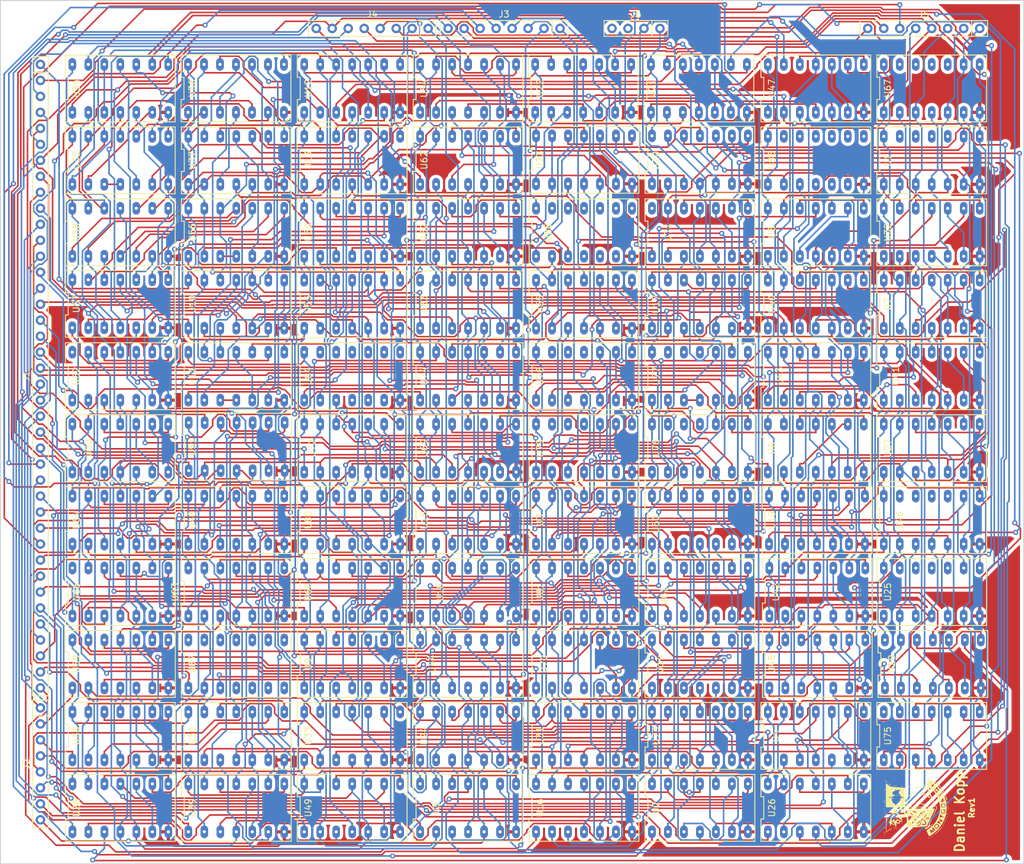
<source format=kicad_pcb>
(kicad_pcb (version 20171130) (host pcbnew "(5.0.0)")
  (layers (0 F.Cu signal) (31 B.Cu signal) (34 B.Paste user) (35 F.Paste user) (36 B.SilkS user) (37 F.SilkS user) (38 B.Mask user) (39 F.Mask user) (44 Edge.Cuts user))
  (net 0 "")
  (net 1 "/64:4 Multiplexer/D93")
  (net 2 "/64:4 Multiplexer/D92")
  (net 3 "/64:4 Multiplexer/D91")
  (net 4 "/64:4 Multiplexer/D90")
  (net 5 "/64:4 Multiplexer/D83")
  (net 6 "/64:4 Multiplexer/D82")
  (net 7 "/64:4 Multiplexer/D81")
  (net 8 "/64:4 Multiplexer/D80")
  (net 9 "/64:4 Multiplexer/D73")
  (net 10 "/64:4 Multiplexer/D72")
  (net 11 "/64:4 Multiplexer/D71")
  (net 12 "/64:4 Multiplexer/D70")
  (net 13 "/64:4 Multiplexer/D63")
  (net 14 "/64:4 Multiplexer/D62")
  (net 15 "/64:4 Multiplexer/D61")
  (net 16 "/64:4 Multiplexer/D60")
  (net 17 "/64:4 Multiplexer/D53")
  (net 18 "/64:4 Multiplexer/D52")
  (net 19 "/64:4 Multiplexer/D51")
  (net 20 "/64:4 Multiplexer/D50")
  (net 21 "/64:4 Multiplexer/D43")
  (net 22 "/64:4 Multiplexer/D42")
  (net 23 "/64:4 Multiplexer/D41")
  (net 24 "/64:4 Multiplexer/D40")
  (net 25 "/64:4 Multiplexer/D33")
  (net 26 "/64:4 Multiplexer/D32")
  (net 27 "/64:4 Multiplexer/D31")
  (net 28 "/64:4 Multiplexer/D30")
  (net 29 "/64:4 Multiplexer/D23")
  (net 30 "/64:4 Multiplexer/D22")
  (net 31 "/64:4 Multiplexer/D21")
  (net 32 "/64:4 Multiplexer/D20")
  (net 33 "/64:4 Multiplexer/D13")
  (net 34 "/64:4 Multiplexer/D12")
  (net 35 "/64:4 Multiplexer/D11")
  (net 36 "/64:4 Multiplexer/D10")
  (net 37 "/64:4 Multiplexer/D03")
  (net 38 "/64:4 Multiplexer/D02")
  (net 39 "/64:4 Multiplexer/D01")
  (net 40 "/64:4 Multiplexer/D00")
  (net 41 "/64:4 Multiplexer/Db3")
  (net 42 "/64:4 Multiplexer/Db2")
  (net 43 "/64:4 Multiplexer/Db1")
  (net 44 "/64:4 Multiplexer/Db0")
  (net 45 "/64:4 Multiplexer/Da3")
  (net 46 "/64:4 Multiplexer/Da2")
  (net 47 "/64:4 Multiplexer/Da1")
  (net 48 "/64:4 Multiplexer/Da0")
  (net 49 "/64:4 Multiplexer/Dc0")
  (net 50 "/64:4 Multiplexer/Dc1")
  (net 51 "/64:4 Multiplexer/Dc2")
  (net 52 "/64:4 Multiplexer/Dc3")
  (net 53 "/64:4 Multiplexer/Dd0")
  (net 54 "/64:4 Multiplexer/Dd1")
  (net 55 "/64:4 Multiplexer/Dd2")
  (net 56 "/64:4 Multiplexer/Dd3")
  (net 57 "/64:4 Multiplexer/Df3")
  (net 58 "/64:4 Multiplexer/Df2")
  (net 59 "/64:4 Multiplexer/Df1")
  (net 60 "/64:4 Multiplexer/Df0")
  (net 61 "/64:4 Multiplexer/De3")
  (net 62 "/64:4 Multiplexer/De2")
  (net 63 "/64:4 Multiplexer/De0")
  (net 64 "/64:4 Multiplexer/Q0")
  (net 65 "/64:4 Multiplexer/Q1")
  (net 66 "/64:4 Multiplexer/Q2")
  (net 67 "/64:4 Multiplexer/Q3")
  (net 68 "/64:4 Multiplexer/S0")
  (net 69 "/64:4 Multiplexer/S1")
  (net 70 "/64:4 Multiplexer/S2")
  (net 71 "/64:4 Multiplexer/S3")
  (net 72 VCC)
  (net 73 GND)
  (net 74 "Net-(J6-Pad3)")
  (net 75 "Net-(J6-Pad4)")
  (net 76 "/64:4 Multiplexer/16;1_Multiplexer/5:1_AND/c")
  (net 77 "/64:4 Multiplexer/16;1_Multiplexer/5:1_AND/d")
  (net 78 "/64:4 Multiplexer/16;1_Multiplexer/5:1_AND/b")
  (net 79 "Net-(U2-Pad12)")
  (net 80 "Net-(U2-Pad10)")
  (net 81 "Net-(U2-Pad3)")
  (net 82 "/64:4 Multiplexer/16;1_Multiplexer/Sheet5BB0E1EE/D3")
  (net 83 "Net-(U3-Pad12)")
  (net 84 "Net-(U3-Pad3)")
  (net 85 "/64:4 Multiplexer/16;1_Multiplexer/Sheet5BB0E1EE/D2")
  (net 86 "Net-(U3-Pad10)")
  (net 87 "Net-(U4-Pad12)")
  (net 88 "Net-(U4-Pad10)")
  (net 89 "Net-(U4-Pad3)")
  (net 90 "/64:4 Multiplexer/16;1_Multiplexer/Sheet5BB0E1EE/D1")
  (net 91 "Net-(U5-Pad12)")
  (net 92 "Net-(U5-Pad3)")
  (net 93 "/64:4 Multiplexer/16;1_Multiplexer/Sheet5BB0E1EE/D0")
  (net 94 "Net-(U5-Pad10)")
  (net 95 "Net-(U6-Pad12)")
  (net 96 "Net-(U6-Pad10)")
  (net 97 "Net-(U6-Pad3)")
  (net 98 "/64:4 Multiplexer/16;1_Multiplexer/Sheet5BB0E1EE/D7")
  (net 99 "Net-(U7-Pad12)")
  (net 100 "Net-(U7-Pad3)")
  (net 101 "/64:4 Multiplexer/16;1_Multiplexer/Sheet5BB0E1EE/D6")
  (net 102 "Net-(U7-Pad10)")
  (net 103 "Net-(U8-Pad12)")
  (net 104 "Net-(U8-Pad10)")
  (net 105 "Net-(U8-Pad3)")
  (net 106 "/64:4 Multiplexer/16;1_Multiplexer/Sheet5BB0E1EE/D5")
  (net 107 "Net-(U9-Pad12)")
  (net 108 "Net-(U9-Pad3)")
  (net 109 "/64:4 Multiplexer/16;1_Multiplexer/Sheet5BB0E1EE/D4")
  (net 110 "Net-(U9-Pad10)")
  (net 111 "Net-(U10-Pad8)")
  (net 112 "Net-(U10-Pad6)")
  (net 113 "Net-(U10-Pad11)")
  (net 114 "Net-(U10-Pad3)")
  (net 115 "Net-(U11-Pad3)")
  (net 116 "Net-(U11-Pad11)")
  (net 117 "Net-(U11-Pad10)")
  (net 118 "Net-(U11-Pad9)")
  (net 119 "Net-(U11-Pad6)")
  (net 120 "Net-(U11-Pad8)")
  (net 121 "Net-(U12-Pad9)")
  (net 122 "Net-(U12-Pad11)")
  (net 123 "Net-(U12-Pad10)")
  (net 124 "Net-(U12-Pad4)")
  (net 125 "/64:4 Multiplexer/16;1_Multiplexer/Sheet5BB0E1EE/D9")
  (net 126 "/64:4 Multiplexer/16;1_Multiplexer/Sheet5BB0E1EE/D8")
  (net 127 "/64:4 Multiplexer/16;1_Multiplexer/Sheet5BB0E1EE/Df")
  (net 128 "/64:4 Multiplexer/16;1_Multiplexer/Sheet5BB0E1EE/Dc")
  (net 129 "/64:4 Multiplexer/16;1_Multiplexer/Sheet5BB0E1EE/De")
  (net 130 "/64:4 Multiplexer/16;1_Multiplexer/Sheet5BB0E1EE/Dd")
  (net 131 "Net-(U13-Pad11)")
  (net 132 "/64:4 Multiplexer/16;1_Multiplexer/Sheet5BB0E1EE/Da")
  (net 133 "/64:4 Multiplexer/16;1_Multiplexer/Sheet5BB0E1EE/Db")
  (net 134 "Net-(U14-Pad12)")
  (net 135 "Net-(U14-Pad10)")
  (net 136 "Net-(U14-Pad3)")
  (net 137 "Net-(U15-Pad12)")
  (net 138 "Net-(U15-Pad3)")
  (net 139 "Net-(U15-Pad10)")
  (net 140 "Net-(U16-Pad12)")
  (net 141 "Net-(U16-Pad10)")
  (net 142 "Net-(U16-Pad3)")
  (net 143 "Net-(U17-Pad12)")
  (net 144 "Net-(U17-Pad3)")
  (net 145 "Net-(U17-Pad10)")
  (net 146 "Net-(U18-Pad12)")
  (net 147 "Net-(U18-Pad10)")
  (net 148 "Net-(U18-Pad3)")
  (net 149 "Net-(U19-Pad12)")
  (net 150 "Net-(U19-Pad3)")
  (net 151 "Net-(U19-Pad10)")
  (net 152 "Net-(U20-Pad12)")
  (net 153 "Net-(U20-Pad3)")
  (net 154 "Net-(U20-Pad10)")
  (net 155 "Net-(U20-Pad9)")
  (net 156 "Net-(U21-Pad12)")
  (net 157 "Net-(U21-Pad10)")
  (net 158 "Net-(U21-Pad9)")
  (net 159 "Net-(U21-Pad3)")
  (net 160 "Net-(U22-Pad12)")
  (net 161 "Net-(U22-Pad3)")
  (net 162 "Net-(U22-Pad10)")
  (net 163 "Net-(U22-Pad9)")
  (net 164 "Net-(U23-Pad12)")
  (net 165 "Net-(U23-Pad10)")
  (net 166 "Net-(U23-Pad9)")
  (net 167 "Net-(U24-Pad12)")
  (net 168 "Net-(U24-Pad10)")
  (net 169 "Net-(U24-Pad9)")
  (net 170 "Net-(U26-Pad12)")
  (net 171 "Net-(U26-Pad10)")
  (net 172 "Net-(U26-Pad9)")
  (net 173 "Net-(U27-Pad12)")
  (net 174 "Net-(U27-Pad10)")
  (net 175 "Net-(U27-Pad9)")
  (net 176 "Net-(U28-Pad12)")
  (net 177 "Net-(U28-Pad10)")
  (net 178 "Net-(U28-Pad9)")
  (net 179 "Net-(U29-Pad12)")
  (net 180 "Net-(U29-Pad10)")
  (net 181 "Net-(U29-Pad9)")
  (net 182 "Net-(U30-Pad12)")
  (net 183 "Net-(U30-Pad10)")
  (net 184 "Net-(U30-Pad9)")
  (net 185 "Net-(U31-Pad12)")
  (net 186 "Net-(U31-Pad10)")
  (net 187 "Net-(U31-Pad9)")
  (net 188 "Net-(U32-Pad12)")
  (net 189 "Net-(U32-Pad10)")
  (net 190 "Net-(U32-Pad9)")
  (net 191 "Net-(U33-Pad12)")
  (net 192 "Net-(U33-Pad10)")
  (net 193 "Net-(U33-Pad9)")
  (net 194 "Net-(U34-Pad8)")
  (net 195 "Net-(U34-Pad6)")
  (net 196 "Net-(U34-Pad11)")
  (net 197 "Net-(U34-Pad12)")
  (net 198 "Net-(U35-Pad3)")
  (net 199 "Net-(U35-Pad11)")
  (net 200 "Net-(U35-Pad10)")
  (net 201 "Net-(U35-Pad9)")
  (net 202 "Net-(U35-Pad6)")
  (net 203 "Net-(U35-Pad8)")
  (net 204 "Net-(U36-Pad11)")
  (net 205 "Net-(U36-Pad4)")
  (net 206 "Net-(U36-Pad10)")
  (net 207 "Net-(U36-Pad9)")
  (net 208 "Net-(U37-Pad11)")
  (net 209 "Net-(U37-Pad12)")
  (net 210 "Net-(U38-Pad12)")
  (net 211 "Net-(U38-Pad10)")
  (net 212 "Net-(U38-Pad9)")
  (net 213 "Net-(U39-Pad12)")
  (net 214 "Net-(U39-Pad10)")
  (net 215 "Net-(U39-Pad9)")
  (net 216 "Net-(U40-Pad12)")
  (net 217 "Net-(U40-Pad10)")
  (net 218 "Net-(U40-Pad9)")
  (net 219 "Net-(U41-Pad12)")
  (net 220 "Net-(U41-Pad10)")
  (net 221 "Net-(U41-Pad9)")
  (net 222 "Net-(U42-Pad12)")
  (net 223 "Net-(U42-Pad10)")
  (net 224 "Net-(U42-Pad9)")
  (net 225 "Net-(U43-Pad12)")
  (net 226 "Net-(U43-Pad10)")
  (net 227 "Net-(U43-Pad9)")
  (net 228 "Net-(U44-Pad12)")
  (net 229 "Net-(U44-Pad10)")
  (net 230 "Net-(U44-Pad9)")
  (net 231 "Net-(U45-Pad12)")
  (net 232 "Net-(U45-Pad10)")
  (net 233 "Net-(U45-Pad9)")
  (net 234 "Net-(U47-Pad12)")
  (net 235 "Net-(U47-Pad10)")
  (net 236 "Net-(U47-Pad9)")
  (net 237 "Net-(U48-Pad12)")
  (net 238 "Net-(U48-Pad10)")
  (net 239 "Net-(U48-Pad9)")
  (net 240 "Net-(U49-Pad12)")
  (net 241 "Net-(U49-Pad10)")
  (net 242 "Net-(U49-Pad9)")
  (net 243 "Net-(U50-Pad12)")
  (net 244 "Net-(U50-Pad10)")
  (net 245 "Net-(U50-Pad9)")
  (net 246 "Net-(U51-Pad12)")
  (net 247 "Net-(U51-Pad10)")
  (net 248 "Net-(U51-Pad9)")
  (net 249 "Net-(U52-Pad12)")
  (net 250 "Net-(U52-Pad10)")
  (net 251 "Net-(U52-Pad9)")
  (net 252 "Net-(U53-Pad12)")
  (net 253 "Net-(U53-Pad10)")
  (net 254 "Net-(U53-Pad9)")
  (net 255 "Net-(U54-Pad12)")
  (net 256 "Net-(U54-Pad10)")
  (net 257 "Net-(U54-Pad9)")
  (net 258 "Net-(U55-Pad8)")
  (net 259 "Net-(U55-Pad6)")
  (net 260 "Net-(U55-Pad11)")
  (net 261 "Net-(U56-Pad3)")
  (net 262 "Net-(U56-Pad11)")
  (net 263 "Net-(U56-Pad10)")
  (net 264 "Net-(U56-Pad9)")
  (net 265 "Net-(U56-Pad6)")
  (net 266 "Net-(U56-Pad8)")
  (net 267 "Net-(U57-Pad9)")
  (net 268 "Net-(U57-Pad10)")
  (net 269 "Net-(U57-Pad4)")
  (net 270 "Net-(U57-Pad11)")
  (net 271 "Net-(U57-Pad12)")
  (net 272 "Net-(U58-Pad11)")
  (net 273 "Net-(U59-Pad12)")
  (net 274 "Net-(U59-Pad10)")
  (net 275 "Net-(U59-Pad9)")
  (net 276 "Net-(U60-Pad12)")
  (net 277 "Net-(U60-Pad10)")
  (net 278 "Net-(U60-Pad9)")
  (net 279 "Net-(U61-Pad12)")
  (net 280 "Net-(U61-Pad10)")
  (net 281 "Net-(U61-Pad9)")
  (net 282 "Net-(U62-Pad12)")
  (net 283 "Net-(U62-Pad10)")
  (net 284 "Net-(U62-Pad9)")
  (net 285 "Net-(U63-Pad12)")
  (net 286 "Net-(U63-Pad10)")
  (net 287 "Net-(U63-Pad9)")
  (net 288 "Net-(U64-Pad12)")
  (net 289 "Net-(U64-Pad10)")
  (net 290 "Net-(U64-Pad9)")
  (net 291 "Net-(U65-Pad12)")
  (net 292 "Net-(U65-Pad10)")
  (net 293 "Net-(U65-Pad9)")
  (net 294 "Net-(U66-Pad12)")
  (net 295 "Net-(U66-Pad10)")
  (net 296 "Net-(U66-Pad9)")
  (net 297 "Net-(U68-Pad12)")
  (net 298 "Net-(U68-Pad10)")
  (net 299 "Net-(U68-Pad9)")
  (net 300 "Net-(U69-Pad12)")
  (net 301 "Net-(U69-Pad10)")
  (net 302 "Net-(U69-Pad9)")
  (net 303 "Net-(U70-Pad12)")
  (net 304 "Net-(U70-Pad10)")
  (net 305 "Net-(U70-Pad9)")
  (net 306 "Net-(U71-Pad12)")
  (net 307 "Net-(U71-Pad10)")
  (net 308 "Net-(U71-Pad9)")
  (net 309 "Net-(U72-Pad12)")
  (net 310 "Net-(U72-Pad10)")
  (net 311 "Net-(U72-Pad9)")
  (net 312 "Net-(U73-Pad12)")
  (net 313 "Net-(U73-Pad10)")
  (net 314 "Net-(U73-Pad9)")
  (net 315 "Net-(U74-Pad12)")
  (net 316 "Net-(U74-Pad10)")
  (net 317 "Net-(U74-Pad9)")
  (net 318 "Net-(U75-Pad12)")
  (net 319 "Net-(U75-Pad10)")
  (net 320 "Net-(U75-Pad9)")
  (net 321 "Net-(U76-Pad6)")
  (net 322 "Net-(U76-Pad8)")
  (net 323 "Net-(U77-Pad8)")
  (net 324 "Net-(U77-Pad6)")
  (net 325 "Net-(U77-Pad9)")
  (net 326 "Net-(U77-Pad10)")
  (net 327 "Net-(U77-Pad3)")
  (net 328 "Net-(U78-Pad4)")
  (net 329 "Net-(U78-Pad10)")
  (net 330 "Net-(U78-Pad9)")
  (net 331 "Net-(U80-Pad12)")
  (net 332 "Net-(U80-Pad10)")
  (net 333 "Net-(U80-Pad9)")
  (net 334 "Net-(U81-Pad12)")
  (net 335 "Net-(U81-Pad10)")
  (net 336 "Net-(U81-Pad9)")
  (net 337 "Net-(U82-Pad12)")
  (net 338 "Net-(U82-Pad10)")
  (net 339 "Net-(U82-Pad9)")
  (net 340 "Net-(U83-Pad12)")
  (net 341 "Net-(U83-Pad10)")
  (net 342 "Net-(U83-Pad9)")
  (net 343 "Net-(U61-Pad14)")
  (net 344 "Net-(U52-Pad14)")
  (net 345 "Net-(U66-Pad14)")
  (net 346 "Net-(U83-Pad14)")
  (net 347 "Net-(U75-Pad14)")
  (net 348 "Net-(U71-Pad14)")
  (net 349 "/64:4 Multiplexer/16;1_Multiplexer/5:1_AND/e")
  (module Daniel_Kopp:SIP-40 (layer F.Cu) (at 38.735 88.265 270)
    (fp_text reference J1 (at 0 2.25 270) (layer F.SilkS))
    (fp_text value Conn_01x40_Female)
    (pad 1 thru_hole circle (at -49.53 0 270) (size 1.5 1.5) (drill 0.8) (layers *.Cu *.Mask) (net 1 "/64:4 Multiplexer/D93"))
    (pad 2 thru_hole circle (at -46.99 0 270) (size 1.5 1.5) (drill 0.8) (layers *.Cu *.Mask) (net 2 "/64:4 Multiplexer/D92"))
    (pad 3 thru_hole circle (at -44.45 0 270) (size 1.5 1.5) (drill 0.8) (layers *.Cu *.Mask) (net 3 "/64:4 Multiplexer/D91"))
    (pad 4 thru_hole circle (at -41.91 0 270) (size 1.5 1.5) (drill 0.8) (layers *.Cu *.Mask) (net 4 "/64:4 Multiplexer/D90"))
    (pad 5 thru_hole circle (at -39.37 0 270) (size 1.5 1.5) (drill 0.8) (layers *.Cu *.Mask) (net 5 "/64:4 Multiplexer/D83"))
    (pad 6 thru_hole circle (at -36.83 0 270) (size 1.5 1.5) (drill 0.8) (layers *.Cu *.Mask) (net 6 "/64:4 Multiplexer/D82"))
    (pad 7 thru_hole circle (at -34.29 0 270) (size 1.5 1.5) (drill 0.8) (layers *.Cu *.Mask) (net 7 "/64:4 Multiplexer/D81"))
    (pad 8 thru_hole circle (at -31.75 0 270) (size 1.5 1.5) (drill 0.8) (layers *.Cu *.Mask) (net 8 "/64:4 Multiplexer/D80"))
    (pad 9 thru_hole circle (at -29.21 0 270) (size 1.5 1.5) (drill 0.8) (layers *.Cu *.Mask) (net 9 "/64:4 Multiplexer/D73"))
    (pad 10 thru_hole circle (at -26.67 0 270) (size 1.5 1.5) (drill 0.8) (layers *.Cu *.Mask) (net 10 "/64:4 Multiplexer/D72"))
    (pad 11 thru_hole circle (at -24.13 0 270) (size 1.5 1.5) (drill 0.8) (layers *.Cu *.Mask) (net 11 "/64:4 Multiplexer/D71"))
    (pad 12 thru_hole circle (at -21.59 0 270) (size 1.5 1.5) (drill 0.8) (layers *.Cu *.Mask) (net 12 "/64:4 Multiplexer/D70"))
    (pad 13 thru_hole circle (at -19.05 0 270) (size 1.5 1.5) (drill 0.8) (layers *.Cu *.Mask) (net 13 "/64:4 Multiplexer/D63"))
    (pad 14 thru_hole circle (at -16.51 0 270) (size 1.5 1.5) (drill 0.8) (layers *.Cu *.Mask) (net 14 "/64:4 Multiplexer/D62"))
    (pad 15 thru_hole circle (at -13.97 0 270) (size 1.5 1.5) (drill 0.8) (layers *.Cu *.Mask) (net 15 "/64:4 Multiplexer/D61"))
    (pad 16 thru_hole circle (at -11.43 0 270) (size 1.5 1.5) (drill 0.8) (layers *.Cu *.Mask) (net 16 "/64:4 Multiplexer/D60"))
    (pad 17 thru_hole circle (at -8.89 0 270) (size 1.5 1.5) (drill 0.8) (layers *.Cu *.Mask) (net 17 "/64:4 Multiplexer/D53"))
    (pad 18 thru_hole circle (at -6.35 0 270) (size 1.5 1.5) (drill 0.8) (layers *.Cu *.Mask) (net 18 "/64:4 Multiplexer/D52"))
    (pad 19 thru_hole circle (at -3.81 0 270) (size 1.5 1.5) (drill 0.8) (layers *.Cu *.Mask) (net 19 "/64:4 Multiplexer/D51"))
    (pad 20 thru_hole circle (at -1.27 0 270) (size 1.5 1.5) (drill 0.8) (layers *.Cu *.Mask) (net 20 "/64:4 Multiplexer/D50"))
    (pad 21 thru_hole circle (at 1.27 0 270) (size 1.5 1.5) (drill 0.8) (layers *.Cu *.Mask) (net 21 "/64:4 Multiplexer/D43"))
    (pad 22 thru_hole circle (at 3.81 0 270) (size 1.5 1.5) (drill 0.8) (layers *.Cu *.Mask) (net 22 "/64:4 Multiplexer/D42"))
    (pad 23 thru_hole circle (at 6.35 0 270) (size 1.5 1.5) (drill 0.8) (layers *.Cu *.Mask) (net 23 "/64:4 Multiplexer/D41"))
    (pad 24 thru_hole circle (at 8.89 0 270) (size 1.5 1.5) (drill 0.8) (layers *.Cu *.Mask) (net 24 "/64:4 Multiplexer/D40"))
    (pad 25 thru_hole circle (at 11.43 0 270) (size 1.5 1.5) (drill 0.8) (layers *.Cu *.Mask) (net 25 "/64:4 Multiplexer/D33"))
    (pad 26 thru_hole circle (at 13.97 0 270) (size 1.5 1.5) (drill 0.8) (layers *.Cu *.Mask) (net 26 "/64:4 Multiplexer/D32"))
    (pad 27 thru_hole circle (at 16.51 0 270) (size 1.5 1.5) (drill 0.8) (layers *.Cu *.Mask) (net 27 "/64:4 Multiplexer/D31"))
    (pad 28 thru_hole circle (at 19.05 0 270) (size 1.5 1.5) (drill 0.8) (layers *.Cu *.Mask) (net 28 "/64:4 Multiplexer/D30"))
    (pad 29 thru_hole circle (at 21.59 0 270) (size 1.5 1.5) (drill 0.8) (layers *.Cu *.Mask) (net 29 "/64:4 Multiplexer/D23"))
    (pad 30 thru_hole circle (at 24.13 0 270) (size 1.5 1.5) (drill 0.8) (layers *.Cu *.Mask) (net 30 "/64:4 Multiplexer/D22"))
    (pad 31 thru_hole circle (at 26.67 0 270) (size 1.5 1.5) (drill 0.8) (layers *.Cu *.Mask) (net 31 "/64:4 Multiplexer/D21"))
    (pad 32 thru_hole circle (at 29.21 0 270) (size 1.5 1.5) (drill 0.8) (layers *.Cu *.Mask) (net 32 "/64:4 Multiplexer/D20"))
    (pad 33 thru_hole circle (at 31.75 0 270) (size 1.5 1.5) (drill 0.8) (layers *.Cu *.Mask) (net 33 "/64:4 Multiplexer/D13"))
    (pad 34 thru_hole circle (at 34.29 0 270) (size 1.5 1.5) (drill 0.8) (layers *.Cu *.Mask) (net 34 "/64:4 Multiplexer/D12"))
    (pad 35 thru_hole circle (at 36.83 0 270) (size 1.5 1.5) (drill 0.8) (layers *.Cu *.Mask) (net 35 "/64:4 Multiplexer/D11"))
    (pad 36 thru_hole circle (at 39.37 0 270) (size 1.5 1.5) (drill 0.8) (layers *.Cu *.Mask) (net 36 "/64:4 Multiplexer/D10"))
    (pad 37 thru_hole circle (at 41.91 0 270) (size 1.5 1.5) (drill 0.8) (layers *.Cu *.Mask) (net 37 "/64:4 Multiplexer/D03"))
    (pad 38 thru_hole circle (at 44.45 0 270) (size 1.5 1.5) (drill 0.8) (layers *.Cu *.Mask) (net 38 "/64:4 Multiplexer/D02"))
    (pad 39 thru_hole circle (at 46.99 0 270) (size 1.5 1.5) (drill 0.8) (layers *.Cu *.Mask) (net 39 "/64:4 Multiplexer/D01"))
    (pad 40 thru_hole circle (at 49.53 0 270) (size 1.5 1.5) (drill 0.8) (layers *.Cu *.Mask) (net 40 "/64:4 Multiplexer/D00"))
  )
  (module Daniel_Kopp:Female_Header_8-pin (layer F.Cu) (at 38.735 149.86 270)
    (fp_text reference J2 (at 0 2.25 270) (layer F.SilkS))
    (fp_text value Conn_01x08_Female)
    (pad 1 thru_hole circle (at -8.89 0 270) (size 1.5 1.5) (drill 0.8) (layers *.Cu *.Mask) (net 41 "/64:4 Multiplexer/Db3"))
    (pad 2 thru_hole circle (at -6.35 0 270) (size 1.5 1.5) (drill 0.8) (layers *.Cu *.Mask) (net 42 "/64:4 Multiplexer/Db2"))
    (pad 3 thru_hole circle (at -3.81 0 270) (size 1.5 1.5) (drill 0.8) (layers *.Cu *.Mask) (net 43 "/64:4 Multiplexer/Db1"))
    (pad 4 thru_hole circle (at -1.27 0 270) (size 1.5 1.5) (drill 0.8) (layers *.Cu *.Mask) (net 44 "/64:4 Multiplexer/Db0"))
    (pad 5 thru_hole circle (at 1.27 0 270) (size 1.5 1.5) (drill 0.8) (layers *.Cu *.Mask) (net 45 "/64:4 Multiplexer/Da3"))
    (pad 6 thru_hole circle (at 3.81 0 270) (size 1.5 1.5) (drill 0.8) (layers *.Cu *.Mask) (net 46 "/64:4 Multiplexer/Da2"))
    (pad 7 thru_hole circle (at 6.35 0 270) (size 1.5 1.5) (drill 0.8) (layers *.Cu *.Mask) (net 47 "/64:4 Multiplexer/Da1"))
    (pad 8 thru_hole circle (at 8.89 0 270) (size 1.5 1.5) (drill 0.8) (layers *.Cu *.Mask) (net 48 "/64:4 Multiplexer/Da0"))
  )
  (module Daniel_Kopp:Female_Header_8-pin (layer F.Cu) (at 112.395 33.02 180)
    (fp_text reference J3 (at 0 2.25 180) (layer F.SilkS))
    (fp_text value Conn_01x08_Female)
    (pad 8 thru_hole circle (at 8.89 0 180) (size 1.5 1.5) (drill 0.8) (layers *.Cu *.Mask) (net 49 "/64:4 Multiplexer/Dc0"))
    (pad 7 thru_hole circle (at 6.35 0 180) (size 1.5 1.5) (drill 0.8) (layers *.Cu *.Mask) (net 50 "/64:4 Multiplexer/Dc1"))
    (pad 6 thru_hole circle (at 3.81 0 180) (size 1.5 1.5) (drill 0.8) (layers *.Cu *.Mask) (net 51 "/64:4 Multiplexer/Dc2"))
    (pad 5 thru_hole circle (at 1.27 0 180) (size 1.5 1.5) (drill 0.8) (layers *.Cu *.Mask) (net 52 "/64:4 Multiplexer/Dc3"))
    (pad 4 thru_hole circle (at -1.27 0 180) (size 1.5 1.5) (drill 0.8) (layers *.Cu *.Mask) (net 53 "/64:4 Multiplexer/Dd0"))
    (pad 3 thru_hole circle (at -3.81 0 180) (size 1.5 1.5) (drill 0.8) (layers *.Cu *.Mask) (net 54 "/64:4 Multiplexer/Dd1"))
    (pad 2 thru_hole circle (at -6.35 0 180) (size 1.5 1.5) (drill 0.8) (layers *.Cu *.Mask) (net 55 "/64:4 Multiplexer/Dd2"))
    (pad 1 thru_hole circle (at -8.89 0 180) (size 1.5 1.5) (drill 0.8) (layers *.Cu *.Mask) (net 56 "/64:4 Multiplexer/Dd3"))
  )
  (module Daniel_Kopp:Female_Header_8-pin (layer F.Cu) (at 91.44 33.02 180)
    (fp_text reference J4 (at 0 2.25 180) (layer F.SilkS))
    (fp_text value Conn_01x08_Female)
    (pad 1 thru_hole circle (at -8.89 0 180) (size 1.5 1.5) (drill 0.8) (layers *.Cu *.Mask) (net 57 "/64:4 Multiplexer/Df3"))
    (pad 2 thru_hole circle (at -6.35 0 180) (size 1.5 1.5) (drill 0.8) (layers *.Cu *.Mask) (net 58 "/64:4 Multiplexer/Df2"))
    (pad 3 thru_hole circle (at -3.81 0 180) (size 1.5 1.5) (drill 0.8) (layers *.Cu *.Mask) (net 59 "/64:4 Multiplexer/Df1"))
    (pad 4 thru_hole circle (at -1.27 0 180) (size 1.5 1.5) (drill 0.8) (layers *.Cu *.Mask) (net 60 "/64:4 Multiplexer/Df0"))
    (pad 5 thru_hole circle (at 1.27 0 180) (size 1.5 1.5) (drill 0.8) (layers *.Cu *.Mask) (net 61 "/64:4 Multiplexer/De3"))
    (pad 6 thru_hole circle (at 3.81 0 180) (size 1.5 1.5) (drill 0.8) (layers *.Cu *.Mask) (net 62 "/64:4 Multiplexer/De2"))
    (pad 7 thru_hole circle (at 6.35 0 180) (size 1.5 1.5) (drill 0.8) (layers *.Cu *.Mask) (net 7 "/64:4 Multiplexer/D81"))
    (pad 8 thru_hole circle (at 8.89 0 180) (size 1.5 1.5) (drill 0.8) (layers *.Cu *.Mask) (net 63 "/64:4 Multiplexer/De0"))
  )
  (module Daniel_Kopp:Female_Header_8-pin (layer F.Cu) (at 179.07 33.02 180)
    (fp_text reference J5 (at 0 2.25 180) (layer F.SilkS))
    (fp_text value Conn_01x08_Female)
    (pad 8 thru_hole circle (at 8.89 0 180) (size 1.5 1.5) (drill 0.8) (layers *.Cu *.Mask) (net 64 "/64:4 Multiplexer/Q0"))
    (pad 7 thru_hole circle (at 6.35 0 180) (size 1.5 1.5) (drill 0.8) (layers *.Cu *.Mask) (net 65 "/64:4 Multiplexer/Q1"))
    (pad 6 thru_hole circle (at 3.81 0 180) (size 1.5 1.5) (drill 0.8) (layers *.Cu *.Mask) (net 66 "/64:4 Multiplexer/Q2"))
    (pad 5 thru_hole circle (at 1.27 0 180) (size 1.5 1.5) (drill 0.8) (layers *.Cu *.Mask) (net 67 "/64:4 Multiplexer/Q3"))
    (pad 4 thru_hole circle (at -1.27 0 180) (size 1.5 1.5) (drill 0.8) (layers *.Cu *.Mask) (net 68 "/64:4 Multiplexer/S0"))
    (pad 3 thru_hole circle (at -3.81 0 180) (size 1.5 1.5) (drill 0.8) (layers *.Cu *.Mask) (net 69 "/64:4 Multiplexer/S1"))
    (pad 2 thru_hole circle (at -6.35 0 180) (size 1.5 1.5) (drill 0.8) (layers *.Cu *.Mask) (net 70 "/64:4 Multiplexer/S2"))
    (pad 1 thru_hole circle (at -8.89 0 180) (size 1.5 1.5) (drill 0.8) (layers *.Cu *.Mask) (net 71 "/64:4 Multiplexer/S3"))
  )
  (module Daniel_Kopp:Female_Header_4-pin (layer F.Cu) (at 133.35 33.02 180)
    (fp_text reference J6 (at 0 2.25 180) (layer F.SilkS))
    (fp_text value Conn_01x04_Female)
    (pad 1 thru_hole circle (at -3.81 0 180) (size 1.5 1.5) (drill 0.8) (layers *.Cu *.Mask) (net 72 VCC))
    (pad 2 thru_hole circle (at -1.27 0 180) (size 1.5 1.5) (drill 0.8) (layers *.Cu *.Mask) (net 73 GND))
    (pad 3 thru_hole circle (at 1.27 0 180) (size 1.5 1.5) (drill 0.8) (layers *.Cu *.Mask) (net 74 "Net-(J6-Pad3)"))
    (pad 4 thru_hole circle (at 3.81 0 180) (size 1.5 1.5) (drill 0.8) (layers *.Cu *.Mask) (net 75 "Net-(J6-Pad4)"))
  )
  (module Daniel_Kopp:DIP-14_300_ELL (layer F.Cu) (at 180.34 53.975)
    (fp_text reference U1 (at -6.985 0 90) (layer F.SilkS))
    (fp_text value 74LS04)
    (pad 14 thru_hole oval (at -7.62 -3.81) (size 1.2 2) (drill 0.5) (layers *.Cu *.Mask) (net 72 VCC))
    (pad 1 thru_hole oval (at -7.62 3.81) (size 1.2 2) (drill 0.5) (layers *.Cu *.Mask) (net 68 "/64:4 Multiplexer/S0"))
    (pad 13 thru_hole oval (at -5.08 -3.81) (size 1.2 2) (drill 0.5) (layers *.Cu *.Mask))
    (pad 2 thru_hole oval (at -5.08 3.81) (size 1.2 2) (drill 0.5) (layers *.Cu *.Mask) (net 349 "/64:4 Multiplexer/16;1_Multiplexer/5:1_AND/e"))
    (pad 12 thru_hole oval (at -2.54 -3.81) (size 1.2 2) (drill 0.5) (layers *.Cu *.Mask))
    (pad 3 thru_hole oval (at -2.54 3.81) (size 1.2 2) (drill 0.5) (layers *.Cu *.Mask) (net 69 "/64:4 Multiplexer/S1"))
    (pad 11 thru_hole oval (at 0 -3.81) (size 1.2 2) (drill 0.5) (layers *.Cu *.Mask))
    (pad 4 thru_hole oval (at 0 3.81) (size 1.2 2) (drill 0.5) (layers *.Cu *.Mask) (net 77 "/64:4 Multiplexer/16;1_Multiplexer/5:1_AND/d"))
    (pad 10 thru_hole oval (at 2.54 -3.81) (size 1.2 2) (drill 0.5) (layers *.Cu *.Mask))
    (pad 5 thru_hole oval (at 2.54 3.81) (size 1.2 2) (drill 0.5) (layers *.Cu *.Mask) (net 70 "/64:4 Multiplexer/S2"))
    (pad 9 thru_hole oval (at 5.08 -3.81) (size 1.2 2) (drill 0.5) (layers *.Cu *.Mask) (net 71 "/64:4 Multiplexer/S3"))
    (pad 6 thru_hole oval (at 5.08 3.81) (size 1.2 2) (drill 0.5) (layers *.Cu *.Mask) (net 76 "/64:4 Multiplexer/16;1_Multiplexer/5:1_AND/c"))
    (pad 8 thru_hole oval (at 7.62 -3.81) (size 1.2 2) (drill 0.5) (layers *.Cu *.Mask) (net 78 "/64:4 Multiplexer/16;1_Multiplexer/5:1_AND/b"))
    (pad 7 thru_hole oval (at 7.62 3.81) (size 1.2 2) (drill 0.5) (layers *.Cu *.Mask) (net 73 GND))
  )
  (module Daniel_Kopp:DIP-14_300_ELL (layer F.Cu) (at 143.51 156.845)
    (fp_text reference U2 (at -6.985 0 90) (layer F.SilkS))
    (fp_text value 74LS08)
    (pad 7 thru_hole oval (at 7.62 3.81) (size 1.2 2) (drill 0.5) (layers *.Cu *.Mask) (net 73 GND))
    (pad 8 thru_hole oval (at 7.62 -3.81) (size 1.2 2) (drill 0.5) (layers *.Cu *.Mask) (net 79 "Net-(U2-Pad12)"))
    (pad 6 thru_hole oval (at 5.08 3.81) (size 1.2 2) (drill 0.5) (layers *.Cu *.Mask) (net 80 "Net-(U2-Pad10)"))
    (pad 9 thru_hole oval (at 5.08 -3.81) (size 1.2 2) (drill 0.5) (layers *.Cu *.Mask) (net 81 "Net-(U2-Pad3)"))
    (pad 5 thru_hole oval (at 2.54 3.81) (size 1.2 2) (drill 0.5) (layers *.Cu *.Mask) (net 69 "/64:4 Multiplexer/S1"))
    (pad 10 thru_hole oval (at 2.54 -3.81) (size 1.2 2) (drill 0.5) (layers *.Cu *.Mask) (net 80 "Net-(U2-Pad10)"))
    (pad 4 thru_hole oval (at 0 3.81) (size 1.2 2) (drill 0.5) (layers *.Cu *.Mask) (net 76 "/64:4 Multiplexer/16;1_Multiplexer/5:1_AND/c"))
    (pad 11 thru_hole oval (at 0 -3.81) (size 1.2 2) (drill 0.5) (layers *.Cu *.Mask) (net 82 "/64:4 Multiplexer/16;1_Multiplexer/Sheet5BB0E1EE/D3"))
    (pad 3 thru_hole oval (at -2.54 3.81) (size 1.2 2) (drill 0.5) (layers *.Cu *.Mask) (net 81 "Net-(U2-Pad3)"))
    (pad 12 thru_hole oval (at -2.54 -3.81) (size 1.2 2) (drill 0.5) (layers *.Cu *.Mask) (net 79 "Net-(U2-Pad12)"))
    (pad 2 thru_hole oval (at -5.08 3.81) (size 1.2 2) (drill 0.5) (layers *.Cu *.Mask) (net 78 "/64:4 Multiplexer/16;1_Multiplexer/5:1_AND/b"))
    (pad 13 thru_hole oval (at -5.08 -3.81) (size 1.2 2) (drill 0.5) (layers *.Cu *.Mask) (net 68 "/64:4 Multiplexer/S0"))
    (pad 1 thru_hole oval (at -7.62 3.81) (size 1.2 2) (drill 0.5) (layers *.Cu *.Mask) (net 28 "/64:4 Multiplexer/D30"))
    (pad 14 thru_hole oval (at -7.62 -3.81) (size 1.2 2) (drill 0.5) (layers *.Cu *.Mask) (net 72 VCC))
  )
  (module Daniel_Kopp:DIP-14_300_ELL (layer F.Cu) (at 125.095 111.125)
    (fp_text reference U3 (at -6.985 0 90) (layer F.SilkS))
    (fp_text value 74LS08)
    (pad 14 thru_hole oval (at -7.62 -3.81) (size 1.2 2) (drill 0.5) (layers *.Cu *.Mask) (net 72 VCC))
    (pad 1 thru_hole oval (at -7.62 3.81) (size 1.2 2) (drill 0.5) (layers *.Cu *.Mask) (net 32 "/64:4 Multiplexer/D20"))
    (pad 13 thru_hole oval (at -5.08 -3.81) (size 1.2 2) (drill 0.5) (layers *.Cu *.Mask) (net 349 "/64:4 Multiplexer/16;1_Multiplexer/5:1_AND/e"))
    (pad 2 thru_hole oval (at -5.08 3.81) (size 1.2 2) (drill 0.5) (layers *.Cu *.Mask) (net 78 "/64:4 Multiplexer/16;1_Multiplexer/5:1_AND/b"))
    (pad 12 thru_hole oval (at -2.54 -3.81) (size 1.2 2) (drill 0.5) (layers *.Cu *.Mask) (net 83 "Net-(U3-Pad12)"))
    (pad 3 thru_hole oval (at -2.54 3.81) (size 1.2 2) (drill 0.5) (layers *.Cu *.Mask) (net 84 "Net-(U3-Pad3)"))
    (pad 11 thru_hole oval (at 0 -3.81) (size 1.2 2) (drill 0.5) (layers *.Cu *.Mask) (net 85 "/64:4 Multiplexer/16;1_Multiplexer/Sheet5BB0E1EE/D2"))
    (pad 4 thru_hole oval (at 0 3.81) (size 1.2 2) (drill 0.5) (layers *.Cu *.Mask) (net 76 "/64:4 Multiplexer/16;1_Multiplexer/5:1_AND/c"))
    (pad 10 thru_hole oval (at 2.54 -3.81) (size 1.2 2) (drill 0.5) (layers *.Cu *.Mask) (net 86 "Net-(U3-Pad10)"))
    (pad 5 thru_hole oval (at 2.54 3.81) (size 1.2 2) (drill 0.5) (layers *.Cu *.Mask) (net 69 "/64:4 Multiplexer/S1"))
    (pad 9 thru_hole oval (at 5.08 -3.81) (size 1.2 2) (drill 0.5) (layers *.Cu *.Mask) (net 84 "Net-(U3-Pad3)"))
    (pad 6 thru_hole oval (at 5.08 3.81) (size 1.2 2) (drill 0.5) (layers *.Cu *.Mask) (net 86 "Net-(U3-Pad10)"))
    (pad 8 thru_hole oval (at 7.62 -3.81) (size 1.2 2) (drill 0.5) (layers *.Cu *.Mask) (net 83 "Net-(U3-Pad12)"))
    (pad 7 thru_hole oval (at 7.62 3.81) (size 1.2 2) (drill 0.5) (layers *.Cu *.Mask) (net 73 GND))
  )
  (module Daniel_Kopp:DIP-14_300_ELL (layer F.Cu) (at 161.925 145.415)
    (fp_text reference U4 (at -6.35 0 90) (layer F.SilkS))
    (fp_text value 74LS08)
    (pad 7 thru_hole oval (at 7.62 3.81) (size 1.2 2) (drill 0.5) (layers *.Cu *.Mask) (net 73 GND))
    (pad 8 thru_hole oval (at 7.62 -3.81) (size 1.2 2) (drill 0.5) (layers *.Cu *.Mask) (net 87 "Net-(U4-Pad12)"))
    (pad 6 thru_hole oval (at 5.08 3.81) (size 1.2 2) (drill 0.5) (layers *.Cu *.Mask) (net 88 "Net-(U4-Pad10)"))
    (pad 9 thru_hole oval (at 5.08 -3.81) (size 1.2 2) (drill 0.5) (layers *.Cu *.Mask) (net 89 "Net-(U4-Pad3)"))
    (pad 5 thru_hole oval (at 2.54 3.81) (size 1.2 2) (drill 0.5) (layers *.Cu *.Mask) (net 77 "/64:4 Multiplexer/16;1_Multiplexer/5:1_AND/d"))
    (pad 10 thru_hole oval (at 2.54 -3.81) (size 1.2 2) (drill 0.5) (layers *.Cu *.Mask) (net 88 "Net-(U4-Pad10)"))
    (pad 4 thru_hole oval (at 0 3.81) (size 1.2 2) (drill 0.5) (layers *.Cu *.Mask) (net 76 "/64:4 Multiplexer/16;1_Multiplexer/5:1_AND/c"))
    (pad 11 thru_hole oval (at 0 -3.81) (size 1.2 2) (drill 0.5) (layers *.Cu *.Mask) (net 90 "/64:4 Multiplexer/16;1_Multiplexer/Sheet5BB0E1EE/D1"))
    (pad 3 thru_hole oval (at -2.54 3.81) (size 1.2 2) (drill 0.5) (layers *.Cu *.Mask) (net 89 "Net-(U4-Pad3)"))
    (pad 12 thru_hole oval (at -2.54 -3.81) (size 1.2 2) (drill 0.5) (layers *.Cu *.Mask) (net 87 "Net-(U4-Pad12)"))
    (pad 2 thru_hole oval (at -5.08 3.81) (size 1.2 2) (drill 0.5) (layers *.Cu *.Mask) (net 78 "/64:4 Multiplexer/16;1_Multiplexer/5:1_AND/b"))
    (pad 13 thru_hole oval (at -5.08 -3.81) (size 1.2 2) (drill 0.5) (layers *.Cu *.Mask) (net 68 "/64:4 Multiplexer/S0"))
    (pad 1 thru_hole oval (at -7.62 3.81) (size 1.2 2) (drill 0.5) (layers *.Cu *.Mask) (net 36 "/64:4 Multiplexer/D10"))
    (pad 14 thru_hole oval (at -7.62 -3.81) (size 1.2 2) (drill 0.5) (layers *.Cu *.Mask) (net 72 VCC))
  )
  (module Daniel_Kopp:DIP-14_300_ELL (layer F.Cu) (at 106.68 156.845)
    (fp_text reference U5 (at -5.08 0 90) (layer F.SilkS))
    (fp_text value 74LS08)
    (pad 14 thru_hole oval (at -7.62 -3.81) (size 1.2 2) (drill 0.5) (layers *.Cu *.Mask) (net 72 VCC))
    (pad 1 thru_hole oval (at -7.62 3.81) (size 1.2 2) (drill 0.5) (layers *.Cu *.Mask) (net 40 "/64:4 Multiplexer/D00"))
    (pad 13 thru_hole oval (at -5.08 -3.81) (size 1.2 2) (drill 0.5) (layers *.Cu *.Mask) (net 349 "/64:4 Multiplexer/16;1_Multiplexer/5:1_AND/e"))
    (pad 2 thru_hole oval (at -5.08 3.81) (size 1.2 2) (drill 0.5) (layers *.Cu *.Mask) (net 78 "/64:4 Multiplexer/16;1_Multiplexer/5:1_AND/b"))
    (pad 12 thru_hole oval (at -2.54 -3.81) (size 1.2 2) (drill 0.5) (layers *.Cu *.Mask) (net 91 "Net-(U5-Pad12)"))
    (pad 3 thru_hole oval (at -2.54 3.81) (size 1.2 2) (drill 0.5) (layers *.Cu *.Mask) (net 92 "Net-(U5-Pad3)"))
    (pad 11 thru_hole oval (at 0 -3.81) (size 1.2 2) (drill 0.5) (layers *.Cu *.Mask) (net 93 "/64:4 Multiplexer/16;1_Multiplexer/Sheet5BB0E1EE/D0"))
    (pad 4 thru_hole oval (at 0 3.81) (size 1.2 2) (drill 0.5) (layers *.Cu *.Mask) (net 76 "/64:4 Multiplexer/16;1_Multiplexer/5:1_AND/c"))
    (pad 10 thru_hole oval (at 2.54 -3.81) (size 1.2 2) (drill 0.5) (layers *.Cu *.Mask) (net 94 "Net-(U5-Pad10)"))
    (pad 5 thru_hole oval (at 2.54 3.81) (size 1.2 2) (drill 0.5) (layers *.Cu *.Mask) (net 77 "/64:4 Multiplexer/16;1_Multiplexer/5:1_AND/d"))
    (pad 9 thru_hole oval (at 5.08 -3.81) (size 1.2 2) (drill 0.5) (layers *.Cu *.Mask) (net 92 "Net-(U5-Pad3)"))
    (pad 6 thru_hole oval (at 5.08 3.81) (size 1.2 2) (drill 0.5) (layers *.Cu *.Mask) (net 94 "Net-(U5-Pad10)"))
    (pad 8 thru_hole oval (at 7.62 -3.81) (size 1.2 2) (drill 0.5) (layers *.Cu *.Mask) (net 91 "Net-(U5-Pad12)"))
    (pad 7 thru_hole oval (at 7.62 3.81) (size 1.2 2) (drill 0.5) (layers *.Cu *.Mask) (net 73 GND))
  )
  (module Daniel_Kopp:DIP-14_300_ELL (layer F.Cu) (at 161.925 99.695)
    (fp_text reference U6 (at -6.985 0 90) (layer F.SilkS))
    (fp_text value 74LS08)
    (pad 7 thru_hole oval (at 7.62 3.81) (size 1.2 2) (drill 0.5) (layers *.Cu *.Mask) (net 73 GND))
    (pad 8 thru_hole oval (at 7.62 -3.81) (size 1.2 2) (drill 0.5) (layers *.Cu *.Mask) (net 95 "Net-(U6-Pad12)"))
    (pad 6 thru_hole oval (at 5.08 3.81) (size 1.2 2) (drill 0.5) (layers *.Cu *.Mask) (net 96 "Net-(U6-Pad10)"))
    (pad 9 thru_hole oval (at 5.08 -3.81) (size 1.2 2) (drill 0.5) (layers *.Cu *.Mask) (net 97 "Net-(U6-Pad3)"))
    (pad 5 thru_hole oval (at 2.54 3.81) (size 1.2 2) (drill 0.5) (layers *.Cu *.Mask) (net 69 "/64:4 Multiplexer/S1"))
    (pad 10 thru_hole oval (at 2.54 -3.81) (size 1.2 2) (drill 0.5) (layers *.Cu *.Mask) (net 96 "Net-(U6-Pad10)"))
    (pad 4 thru_hole oval (at 0 3.81) (size 1.2 2) (drill 0.5) (layers *.Cu *.Mask) (net 70 "/64:4 Multiplexer/S2"))
    (pad 11 thru_hole oval (at 0 -3.81) (size 1.2 2) (drill 0.5) (layers *.Cu *.Mask) (net 98 "/64:4 Multiplexer/16;1_Multiplexer/Sheet5BB0E1EE/D7"))
    (pad 3 thru_hole oval (at -2.54 3.81) (size 1.2 2) (drill 0.5) (layers *.Cu *.Mask) (net 97 "Net-(U6-Pad3)"))
    (pad 12 thru_hole oval (at -2.54 -3.81) (size 1.2 2) (drill 0.5) (layers *.Cu *.Mask) (net 95 "Net-(U6-Pad12)"))
    (pad 2 thru_hole oval (at -5.08 3.81) (size 1.2 2) (drill 0.5) (layers *.Cu *.Mask) (net 78 "/64:4 Multiplexer/16;1_Multiplexer/5:1_AND/b"))
    (pad 13 thru_hole oval (at -5.08 -3.81) (size 1.2 2) (drill 0.5) (layers *.Cu *.Mask) (net 68 "/64:4 Multiplexer/S0"))
    (pad 1 thru_hole oval (at -7.62 3.81) (size 1.2 2) (drill 0.5) (layers *.Cu *.Mask) (net 12 "/64:4 Multiplexer/D70"))
    (pad 14 thru_hole oval (at -7.62 -3.81) (size 1.2 2) (drill 0.5) (layers *.Cu *.Mask) (net 72 VCC))
  )
  (module Daniel_Kopp:DIP-14_300_ELL (layer F.Cu) (at 180.34 76.835)
    (fp_text reference U7 (at -6.985 0 90) (layer F.SilkS))
    (fp_text value 74LS08)
    (pad 14 thru_hole oval (at -7.62 -3.81) (size 1.2 2) (drill 0.5) (layers *.Cu *.Mask) (net 72 VCC))
    (pad 1 thru_hole oval (at -7.62 3.81) (size 1.2 2) (drill 0.5) (layers *.Cu *.Mask) (net 16 "/64:4 Multiplexer/D60"))
    (pad 13 thru_hole oval (at -5.08 -3.81) (size 1.2 2) (drill 0.5) (layers *.Cu *.Mask) (net 349 "/64:4 Multiplexer/16;1_Multiplexer/5:1_AND/e"))
    (pad 2 thru_hole oval (at -5.08 3.81) (size 1.2 2) (drill 0.5) (layers *.Cu *.Mask) (net 78 "/64:4 Multiplexer/16;1_Multiplexer/5:1_AND/b"))
    (pad 12 thru_hole oval (at -2.54 -3.81) (size 1.2 2) (drill 0.5) (layers *.Cu *.Mask) (net 99 "Net-(U7-Pad12)"))
    (pad 3 thru_hole oval (at -2.54 3.81) (size 1.2 2) (drill 0.5) (layers *.Cu *.Mask) (net 100 "Net-(U7-Pad3)"))
    (pad 11 thru_hole oval (at 0 -3.81) (size 1.2 2) (drill 0.5) (layers *.Cu *.Mask) (net 101 "/64:4 Multiplexer/16;1_Multiplexer/Sheet5BB0E1EE/D6"))
    (pad 4 thru_hole oval (at 0 3.81) (size 1.2 2) (drill 0.5) (layers *.Cu *.Mask) (net 70 "/64:4 Multiplexer/S2"))
    (pad 10 thru_hole oval (at 2.54 -3.81) (size 1.2 2) (drill 0.5) (layers *.Cu *.Mask) (net 102 "Net-(U7-Pad10)"))
    (pad 5 thru_hole oval (at 2.54 3.81) (size 1.2 2) (drill 0.5) (layers *.Cu *.Mask) (net 69 "/64:4 Multiplexer/S1"))
    (pad 9 thru_hole oval (at 5.08 -3.81) (size 1.2 2) (drill 0.5) (layers *.Cu *.Mask) (net 100 "Net-(U7-Pad3)"))
    (pad 6 thru_hole oval (at 5.08 3.81) (size 1.2 2) (drill 0.5) (layers *.Cu *.Mask) (net 102 "Net-(U7-Pad10)"))
    (pad 8 thru_hole oval (at 7.62 -3.81) (size 1.2 2) (drill 0.5) (layers *.Cu *.Mask) (net 99 "Net-(U7-Pad12)"))
    (pad 7 thru_hole oval (at 7.62 3.81) (size 1.2 2) (drill 0.5) (layers *.Cu *.Mask) (net 73 GND))
  )
  (module Daniel_Kopp:DIP-14_300_ELL (layer F.Cu) (at 161.925 65.405)
    (fp_text reference U8 (at -6.985 0 90) (layer F.SilkS))
    (fp_text value 74LS08)
    (pad 7 thru_hole oval (at 7.62 3.81) (size 1.2 2) (drill 0.5) (layers *.Cu *.Mask) (net 73 GND))
    (pad 8 thru_hole oval (at 7.62 -3.81) (size 1.2 2) (drill 0.5) (layers *.Cu *.Mask) (net 103 "Net-(U8-Pad12)"))
    (pad 6 thru_hole oval (at 5.08 3.81) (size 1.2 2) (drill 0.5) (layers *.Cu *.Mask) (net 104 "Net-(U8-Pad10)"))
    (pad 9 thru_hole oval (at 5.08 -3.81) (size 1.2 2) (drill 0.5) (layers *.Cu *.Mask) (net 105 "Net-(U8-Pad3)"))
    (pad 5 thru_hole oval (at 2.54 3.81) (size 1.2 2) (drill 0.5) (layers *.Cu *.Mask) (net 77 "/64:4 Multiplexer/16;1_Multiplexer/5:1_AND/d"))
    (pad 10 thru_hole oval (at 2.54 -3.81) (size 1.2 2) (drill 0.5) (layers *.Cu *.Mask) (net 104 "Net-(U8-Pad10)"))
    (pad 4 thru_hole oval (at 0 3.81) (size 1.2 2) (drill 0.5) (layers *.Cu *.Mask) (net 70 "/64:4 Multiplexer/S2"))
    (pad 11 thru_hole oval (at 0 -3.81) (size 1.2 2) (drill 0.5) (layers *.Cu *.Mask) (net 106 "/64:4 Multiplexer/16;1_Multiplexer/Sheet5BB0E1EE/D5"))
    (pad 3 thru_hole oval (at -2.54 3.81) (size 1.2 2) (drill 0.5) (layers *.Cu *.Mask) (net 105 "Net-(U8-Pad3)"))
    (pad 12 thru_hole oval (at -2.54 -3.81) (size 1.2 2) (drill 0.5) (layers *.Cu *.Mask) (net 103 "Net-(U8-Pad12)"))
    (pad 2 thru_hole oval (at -5.08 3.81) (size 1.2 2) (drill 0.5) (layers *.Cu *.Mask) (net 78 "/64:4 Multiplexer/16;1_Multiplexer/5:1_AND/b"))
    (pad 13 thru_hole oval (at -5.08 -3.81) (size 1.2 2) (drill 0.5) (layers *.Cu *.Mask) (net 68 "/64:4 Multiplexer/S0"))
    (pad 1 thru_hole oval (at -7.62 3.81) (size 1.2 2) (drill 0.5) (layers *.Cu *.Mask) (net 20 "/64:4 Multiplexer/D50"))
    (pad 14 thru_hole oval (at -7.62 -3.81) (size 1.2 2) (drill 0.5) (layers *.Cu *.Mask) (net 72 VCC))
  )
  (module Daniel_Kopp:DIP-14_300_ELL (layer F.Cu) (at 88.265 133.985)
    (fp_text reference U9 (at -6.985 0 90) (layer F.SilkS))
    (fp_text value 74LS08)
    (pad 14 thru_hole oval (at -7.62 -3.81) (size 1.2 2) (drill 0.5) (layers *.Cu *.Mask) (net 72 VCC))
    (pad 1 thru_hole oval (at -7.62 3.81) (size 1.2 2) (drill 0.5) (layers *.Cu *.Mask) (net 24 "/64:4 Multiplexer/D40"))
    (pad 13 thru_hole oval (at -5.08 -3.81) (size 1.2 2) (drill 0.5) (layers *.Cu *.Mask) (net 349 "/64:4 Multiplexer/16;1_Multiplexer/5:1_AND/e"))
    (pad 2 thru_hole oval (at -5.08 3.81) (size 1.2 2) (drill 0.5) (layers *.Cu *.Mask) (net 78 "/64:4 Multiplexer/16;1_Multiplexer/5:1_AND/b"))
    (pad 12 thru_hole oval (at -2.54 -3.81) (size 1.2 2) (drill 0.5) (layers *.Cu *.Mask) (net 107 "Net-(U9-Pad12)"))
    (pad 3 thru_hole oval (at -2.54 3.81) (size 1.2 2) (drill 0.5) (layers *.Cu *.Mask) (net 108 "Net-(U9-Pad3)"))
    (pad 11 thru_hole oval (at 0 -3.81) (size 1.2 2) (drill 0.5) (layers *.Cu *.Mask) (net 109 "/64:4 Multiplexer/16;1_Multiplexer/Sheet5BB0E1EE/D4"))
    (pad 4 thru_hole oval (at 0 3.81) (size 1.2 2) (drill 0.5) (layers *.Cu *.Mask) (net 70 "/64:4 Multiplexer/S2"))
    (pad 10 thru_hole oval (at 2.54 -3.81) (size 1.2 2) (drill 0.5) (layers *.Cu *.Mask) (net 110 "Net-(U9-Pad10)"))
    (pad 5 thru_hole oval (at 2.54 3.81) (size 1.2 2) (drill 0.5) (layers *.Cu *.Mask) (net 77 "/64:4 Multiplexer/16;1_Multiplexer/5:1_AND/d"))
    (pad 9 thru_hole oval (at 5.08 -3.81) (size 1.2 2) (drill 0.5) (layers *.Cu *.Mask) (net 108 "Net-(U9-Pad3)"))
    (pad 6 thru_hole oval (at 5.08 3.81) (size 1.2 2) (drill 0.5) (layers *.Cu *.Mask) (net 110 "Net-(U9-Pad10)"))
    (pad 8 thru_hole oval (at 7.62 -3.81) (size 1.2 2) (drill 0.5) (layers *.Cu *.Mask) (net 107 "Net-(U9-Pad12)"))
    (pad 7 thru_hole oval (at 7.62 3.81) (size 1.2 2) (drill 0.5) (layers *.Cu *.Mask) (net 73 GND))
  )
  (module Daniel_Kopp:DIP-14_300_ELL (layer F.Cu) (at 69.85 76.835)
    (fp_text reference U10 (at -6.985 0 90) (layer F.SilkS))
    (fp_text value 74LS32)
    (pad 7 thru_hole oval (at 7.62 3.81) (size 1.2 2) (drill 0.5) (layers *.Cu *.Mask) (net 73 GND))
    (pad 8 thru_hole oval (at 7.62 -3.81) (size 1.2 2) (drill 0.5) (layers *.Cu *.Mask) (net 111 "Net-(U10-Pad8)"))
    (pad 6 thru_hole oval (at 5.08 3.81) (size 1.2 2) (drill 0.5) (layers *.Cu *.Mask) (net 112 "Net-(U10-Pad6)"))
    (pad 9 thru_hole oval (at 5.08 -3.81) (size 1.2 2) (drill 0.5) (layers *.Cu *.Mask) (net 98 "/64:4 Multiplexer/16;1_Multiplexer/Sheet5BB0E1EE/D7"))
    (pad 5 thru_hole oval (at 2.54 3.81) (size 1.2 2) (drill 0.5) (layers *.Cu *.Mask) (net 109 "/64:4 Multiplexer/16;1_Multiplexer/Sheet5BB0E1EE/D4"))
    (pad 10 thru_hole oval (at 2.54 -3.81) (size 1.2 2) (drill 0.5) (layers *.Cu *.Mask) (net 101 "/64:4 Multiplexer/16;1_Multiplexer/Sheet5BB0E1EE/D6"))
    (pad 4 thru_hole oval (at 0 3.81) (size 1.2 2) (drill 0.5) (layers *.Cu *.Mask) (net 106 "/64:4 Multiplexer/16;1_Multiplexer/Sheet5BB0E1EE/D5"))
    (pad 11 thru_hole oval (at 0 -3.81) (size 1.2 2) (drill 0.5) (layers *.Cu *.Mask) (net 113 "Net-(U10-Pad11)"))
    (pad 3 thru_hole oval (at -2.54 3.81) (size 1.2 2) (drill 0.5) (layers *.Cu *.Mask) (net 114 "Net-(U10-Pad3)"))
    (pad 12 thru_hole oval (at -2.54 -3.81) (size 1.2 2) (drill 0.5) (layers *.Cu *.Mask) (net 90 "/64:4 Multiplexer/16;1_Multiplexer/Sheet5BB0E1EE/D1"))
    (pad 2 thru_hole oval (at -5.08 3.81) (size 1.2 2) (drill 0.5) (layers *.Cu *.Mask) (net 85 "/64:4 Multiplexer/16;1_Multiplexer/Sheet5BB0E1EE/D2"))
    (pad 13 thru_hole oval (at -5.08 -3.81) (size 1.2 2) (drill 0.5) (layers *.Cu *.Mask) (net 93 "/64:4 Multiplexer/16;1_Multiplexer/Sheet5BB0E1EE/D0"))
    (pad 1 thru_hole oval (at -7.62 3.81) (size 1.2 2) (drill 0.5) (layers *.Cu *.Mask) (net 82 "/64:4 Multiplexer/16;1_Multiplexer/Sheet5BB0E1EE/D3"))
    (pad 14 thru_hole oval (at -7.62 -3.81) (size 1.2 2) (drill 0.5) (layers *.Cu *.Mask) (net 72 VCC))
  )
  (module Daniel_Kopp:DIP-14_300_ELL (layer F.Cu) (at 69.85 88.265)
    (fp_text reference U11 (at -6.985 0 90) (layer F.SilkS))
    (fp_text value 74LS32)
    (pad 14 thru_hole oval (at -7.62 -3.81) (size 1.2 2) (drill 0.5) (layers *.Cu *.Mask) (net 72 VCC))
    (pad 1 thru_hole oval (at -7.62 3.81) (size 1.2 2) (drill 0.5) (layers *.Cu *.Mask) (net 111 "Net-(U10-Pad8)"))
    (pad 13 thru_hole oval (at -5.08 -3.81) (size 1.2 2) (drill 0.5) (layers *.Cu *.Mask) (net 113 "Net-(U10-Pad11)"))
    (pad 2 thru_hole oval (at -5.08 3.81) (size 1.2 2) (drill 0.5) (layers *.Cu *.Mask) (net 112 "Net-(U10-Pad6)"))
    (pad 12 thru_hole oval (at -2.54 -3.81) (size 1.2 2) (drill 0.5) (layers *.Cu *.Mask) (net 114 "Net-(U10-Pad3)"))
    (pad 3 thru_hole oval (at -2.54 3.81) (size 1.2 2) (drill 0.5) (layers *.Cu *.Mask) (net 115 "Net-(U11-Pad3)"))
    (pad 11 thru_hole oval (at 0 -3.81) (size 1.2 2) (drill 0.5) (layers *.Cu *.Mask) (net 116 "Net-(U11-Pad11)"))
    (pad 4 thru_hole oval (at 0 3.81) (size 1.2 2) (drill 0.5) (layers *.Cu *.Mask) (net 115 "Net-(U11-Pad3)"))
    (pad 10 thru_hole oval (at 2.54 -3.81) (size 1.2 2) (drill 0.5) (layers *.Cu *.Mask) (net 117 "Net-(U11-Pad10)"))
    (pad 5 thru_hole oval (at 2.54 3.81) (size 1.2 2) (drill 0.5) (layers *.Cu *.Mask) (net 116 "Net-(U11-Pad11)"))
    (pad 9 thru_hole oval (at 5.08 -3.81) (size 1.2 2) (drill 0.5) (layers *.Cu *.Mask) (net 118 "Net-(U11-Pad9)"))
    (pad 6 thru_hole oval (at 5.08 3.81) (size 1.2 2) (drill 0.5) (layers *.Cu *.Mask) (net 119 "Net-(U11-Pad6)"))
    (pad 8 thru_hole oval (at 7.62 -3.81) (size 1.2 2) (drill 0.5) (layers *.Cu *.Mask) (net 120 "Net-(U11-Pad8)"))
    (pad 7 thru_hole oval (at 7.62 3.81) (size 1.2 2) (drill 0.5) (layers *.Cu *.Mask) (net 73 GND))
  )
  (module Daniel_Kopp:DIP-14_300_ELL (layer F.Cu) (at 88.265 42.545)
    (fp_text reference U12 (at -6.985 0 90) (layer F.SilkS))
    (fp_text value 74LS32)
    (pad 7 thru_hole oval (at 7.62 3.81) (size 1.2 2) (drill 0.5) (layers *.Cu *.Mask) (net 73 GND))
    (pad 8 thru_hole oval (at 7.62 -3.81) (size 1.2 2) (drill 0.5) (layers *.Cu *.Mask) (net 118 "Net-(U11-Pad9)"))
    (pad 6 thru_hole oval (at 5.08 3.81) (size 1.2 2) (drill 0.5) (layers *.Cu *.Mask) (net 117 "Net-(U11-Pad10)"))
    (pad 9 thru_hole oval (at 5.08 -3.81) (size 1.2 2) (drill 0.5) (layers *.Cu *.Mask) (net 121 "Net-(U12-Pad9)"))
    (pad 5 thru_hole oval (at 2.54 3.81) (size 1.2 2) (drill 0.5) (layers *.Cu *.Mask) (net 122 "Net-(U12-Pad11)"))
    (pad 10 thru_hole oval (at 2.54 -3.81) (size 1.2 2) (drill 0.5) (layers *.Cu *.Mask) (net 123 "Net-(U12-Pad10)"))
    (pad 4 thru_hole oval (at 0 3.81) (size 1.2 2) (drill 0.5) (layers *.Cu *.Mask) (net 124 "Net-(U12-Pad4)"))
    (pad 11 thru_hole oval (at 0 -3.81) (size 1.2 2) (drill 0.5) (layers *.Cu *.Mask) (net 122 "Net-(U12-Pad11)"))
    (pad 3 thru_hole oval (at -2.54 3.81) (size 1.2 2) (drill 0.5) (layers *.Cu *.Mask) (net 64 "/64:4 Multiplexer/Q0"))
    (pad 12 thru_hole oval (at -2.54 -3.81) (size 1.2 2) (drill 0.5) (layers *.Cu *.Mask) (net 125 "/64:4 Multiplexer/16;1_Multiplexer/Sheet5BB0E1EE/D9"))
    (pad 2 thru_hole oval (at -5.08 3.81) (size 1.2 2) (drill 0.5) (layers *.Cu *.Mask) (net 119 "Net-(U11-Pad6)"))
    (pad 13 thru_hole oval (at -5.08 -3.81) (size 1.2 2) (drill 0.5) (layers *.Cu *.Mask) (net 126 "/64:4 Multiplexer/16;1_Multiplexer/Sheet5BB0E1EE/D8"))
    (pad 1 thru_hole oval (at -7.62 3.81) (size 1.2 2) (drill 0.5) (layers *.Cu *.Mask) (net 120 "Net-(U11-Pad8)"))
    (pad 14 thru_hole oval (at -7.62 -3.81) (size 1.2 2) (drill 0.5) (layers *.Cu *.Mask) (net 72 VCC))
  )
  (module Daniel_Kopp:DIP-14_300_ELL (layer F.Cu) (at 88.265 53.975)
    (fp_text reference U13 (at -6.985 0 90) (layer F.SilkS))
    (fp_text value 74LS32)
    (pad 7 thru_hole oval (at 7.62 3.81) (size 1.2 2) (drill 0.5) (layers *.Cu *.Mask) (net 73 GND))
    (pad 8 thru_hole oval (at 7.62 -3.81) (size 1.2 2) (drill 0.5) (layers *.Cu *.Mask) (net 121 "Net-(U12-Pad9)"))
    (pad 6 thru_hole oval (at 5.08 3.81) (size 1.2 2) (drill 0.5) (layers *.Cu *.Mask) (net 123 "Net-(U12-Pad10)"))
    (pad 9 thru_hole oval (at 5.08 -3.81) (size 1.2 2) (drill 0.5) (layers *.Cu *.Mask) (net 127 "/64:4 Multiplexer/16;1_Multiplexer/Sheet5BB0E1EE/Df"))
    (pad 5 thru_hole oval (at 2.54 3.81) (size 1.2 2) (drill 0.5) (layers *.Cu *.Mask) (net 128 "/64:4 Multiplexer/16;1_Multiplexer/Sheet5BB0E1EE/Dc"))
    (pad 10 thru_hole oval (at 2.54 -3.81) (size 1.2 2) (drill 0.5) (layers *.Cu *.Mask) (net 129 "/64:4 Multiplexer/16;1_Multiplexer/Sheet5BB0E1EE/De"))
    (pad 4 thru_hole oval (at 0 3.81) (size 1.2 2) (drill 0.5) (layers *.Cu *.Mask) (net 130 "/64:4 Multiplexer/16;1_Multiplexer/Sheet5BB0E1EE/Dd"))
    (pad 11 thru_hole oval (at 0 -3.81) (size 1.2 2) (drill 0.5) (layers *.Cu *.Mask) (net 131 "Net-(U13-Pad11)"))
    (pad 3 thru_hole oval (at -2.54 3.81) (size 1.2 2) (drill 0.5) (layers *.Cu *.Mask) (net 124 "Net-(U12-Pad4)"))
    (pad 12 thru_hole oval (at -2.54 -3.81) (size 1.2 2) (drill 0.5) (layers *.Cu *.Mask) (net 90 "/64:4 Multiplexer/16;1_Multiplexer/Sheet5BB0E1EE/D1"))
    (pad 2 thru_hole oval (at -5.08 3.81) (size 1.2 2) (drill 0.5) (layers *.Cu *.Mask) (net 132 "/64:4 Multiplexer/16;1_Multiplexer/Sheet5BB0E1EE/Da"))
    (pad 13 thru_hole oval (at -5.08 -3.81) (size 1.2 2) (drill 0.5) (layers *.Cu *.Mask) (net 93 "/64:4 Multiplexer/16;1_Multiplexer/Sheet5BB0E1EE/D0"))
    (pad 1 thru_hole oval (at -7.62 3.81) (size 1.2 2) (drill 0.5) (layers *.Cu *.Mask) (net 133 "/64:4 Multiplexer/16;1_Multiplexer/Sheet5BB0E1EE/Db"))
    (pad 14 thru_hole oval (at -7.62 -3.81) (size 1.2 2) (drill 0.5) (layers *.Cu *.Mask) (net 72 VCC))
  )
  (module Daniel_Kopp:DIP-14_300_ELL (layer F.Cu) (at 143.51 133.985)
    (fp_text reference U14 (at -6.35 0 90) (layer F.SilkS))
    (fp_text value 74LS08)
    (pad 7 thru_hole oval (at 7.62 3.81) (size 1.2 2) (drill 0.5) (layers *.Cu *.Mask) (net 73 GND))
    (pad 8 thru_hole oval (at 7.62 -3.81) (size 1.2 2) (drill 0.5) (layers *.Cu *.Mask) (net 134 "Net-(U14-Pad12)"))
    (pad 6 thru_hole oval (at 5.08 3.81) (size 1.2 2) (drill 0.5) (layers *.Cu *.Mask) (net 135 "Net-(U14-Pad10)"))
    (pad 9 thru_hole oval (at 5.08 -3.81) (size 1.2 2) (drill 0.5) (layers *.Cu *.Mask) (net 136 "Net-(U14-Pad3)"))
    (pad 5 thru_hole oval (at 2.54 3.81) (size 1.2 2) (drill 0.5) (layers *.Cu *.Mask) (net 69 "/64:4 Multiplexer/S1"))
    (pad 10 thru_hole oval (at 2.54 -3.81) (size 1.2 2) (drill 0.5) (layers *.Cu *.Mask) (net 135 "Net-(U14-Pad10)"))
    (pad 4 thru_hole oval (at 0 3.81) (size 1.2 2) (drill 0.5) (layers *.Cu *.Mask) (net 76 "/64:4 Multiplexer/16;1_Multiplexer/5:1_AND/c"))
    (pad 11 thru_hole oval (at 0 -3.81) (size 1.2 2) (drill 0.5) (layers *.Cu *.Mask) (net 133 "/64:4 Multiplexer/16;1_Multiplexer/Sheet5BB0E1EE/Db"))
    (pad 3 thru_hole oval (at -2.54 3.81) (size 1.2 2) (drill 0.5) (layers *.Cu *.Mask) (net 136 "Net-(U14-Pad3)"))
    (pad 12 thru_hole oval (at -2.54 -3.81) (size 1.2 2) (drill 0.5) (layers *.Cu *.Mask) (net 134 "Net-(U14-Pad12)"))
    (pad 2 thru_hole oval (at -5.08 3.81) (size 1.2 2) (drill 0.5) (layers *.Cu *.Mask) (net 71 "/64:4 Multiplexer/S3"))
    (pad 13 thru_hole oval (at -5.08 -3.81) (size 1.2 2) (drill 0.5) (layers *.Cu *.Mask) (net 68 "/64:4 Multiplexer/S0"))
    (pad 1 thru_hole oval (at -7.62 3.81) (size 1.2 2) (drill 0.5) (layers *.Cu *.Mask) (net 44 "/64:4 Multiplexer/Db0"))
    (pad 14 thru_hole oval (at -7.62 -3.81) (size 1.2 2) (drill 0.5) (layers *.Cu *.Mask) (net 72 VCC))
  )
  (module Daniel_Kopp:DIP-14_300_ELL (layer F.Cu) (at 106.68 111.125)
    (fp_text reference U15 (at -6.985 0 90) (layer F.SilkS))
    (fp_text value 74LS08)
    (pad 14 thru_hole oval (at -7.62 -3.81) (size 1.2 2) (drill 0.5) (layers *.Cu *.Mask) (net 72 VCC))
    (pad 1 thru_hole oval (at -7.62 3.81) (size 1.2 2) (drill 0.5) (layers *.Cu *.Mask) (net 48 "/64:4 Multiplexer/Da0"))
    (pad 13 thru_hole oval (at -5.08 -3.81) (size 1.2 2) (drill 0.5) (layers *.Cu *.Mask) (net 349 "/64:4 Multiplexer/16;1_Multiplexer/5:1_AND/e"))
    (pad 2 thru_hole oval (at -5.08 3.81) (size 1.2 2) (drill 0.5) (layers *.Cu *.Mask) (net 71 "/64:4 Multiplexer/S3"))
    (pad 12 thru_hole oval (at -2.54 -3.81) (size 1.2 2) (drill 0.5) (layers *.Cu *.Mask) (net 137 "Net-(U15-Pad12)"))
    (pad 3 thru_hole oval (at -2.54 3.81) (size 1.2 2) (drill 0.5) (layers *.Cu *.Mask) (net 138 "Net-(U15-Pad3)"))
    (pad 11 thru_hole oval (at 0 -3.81) (size 1.2 2) (drill 0.5) (layers *.Cu *.Mask) (net 132 "/64:4 Multiplexer/16;1_Multiplexer/Sheet5BB0E1EE/Da"))
    (pad 4 thru_hole oval (at 0 3.81) (size 1.2 2) (drill 0.5) (layers *.Cu *.Mask) (net 76 "/64:4 Multiplexer/16;1_Multiplexer/5:1_AND/c"))
    (pad 10 thru_hole oval (at 2.54 -3.81) (size 1.2 2) (drill 0.5) (layers *.Cu *.Mask) (net 139 "Net-(U15-Pad10)"))
    (pad 5 thru_hole oval (at 2.54 3.81) (size 1.2 2) (drill 0.5) (layers *.Cu *.Mask) (net 69 "/64:4 Multiplexer/S1"))
    (pad 9 thru_hole oval (at 5.08 -3.81) (size 1.2 2) (drill 0.5) (layers *.Cu *.Mask) (net 138 "Net-(U15-Pad3)"))
    (pad 6 thru_hole oval (at 5.08 3.81) (size 1.2 2) (drill 0.5) (layers *.Cu *.Mask) (net 139 "Net-(U15-Pad10)"))
    (pad 8 thru_hole oval (at 7.62 -3.81) (size 1.2 2) (drill 0.5) (layers *.Cu *.Mask) (net 137 "Net-(U15-Pad12)"))
    (pad 7 thru_hole oval (at 7.62 3.81) (size 1.2 2) (drill 0.5) (layers *.Cu *.Mask) (net 73 GND))
  )
  (module Daniel_Kopp:DIP-14_300_ELL (layer F.Cu) (at 125.095 156.845)
    (fp_text reference U16 (at -6.985 0 90) (layer F.SilkS))
    (fp_text value 74LS08)
    (pad 7 thru_hole oval (at 7.62 3.81) (size 1.2 2) (drill 0.5) (layers *.Cu *.Mask) (net 73 GND))
    (pad 8 thru_hole oval (at 7.62 -3.81) (size 1.2 2) (drill 0.5) (layers *.Cu *.Mask) (net 140 "Net-(U16-Pad12)"))
    (pad 6 thru_hole oval (at 5.08 3.81) (size 1.2 2) (drill 0.5) (layers *.Cu *.Mask) (net 141 "Net-(U16-Pad10)"))
    (pad 9 thru_hole oval (at 5.08 -3.81) (size 1.2 2) (drill 0.5) (layers *.Cu *.Mask) (net 142 "Net-(U16-Pad3)"))
    (pad 5 thru_hole oval (at 2.54 3.81) (size 1.2 2) (drill 0.5) (layers *.Cu *.Mask) (net 77 "/64:4 Multiplexer/16;1_Multiplexer/5:1_AND/d"))
    (pad 10 thru_hole oval (at 2.54 -3.81) (size 1.2 2) (drill 0.5) (layers *.Cu *.Mask) (net 141 "Net-(U16-Pad10)"))
    (pad 4 thru_hole oval (at 0 3.81) (size 1.2 2) (drill 0.5) (layers *.Cu *.Mask) (net 76 "/64:4 Multiplexer/16;1_Multiplexer/5:1_AND/c"))
    (pad 11 thru_hole oval (at 0 -3.81) (size 1.2 2) (drill 0.5) (layers *.Cu *.Mask) (net 125 "/64:4 Multiplexer/16;1_Multiplexer/Sheet5BB0E1EE/D9"))
    (pad 3 thru_hole oval (at -2.54 3.81) (size 1.2 2) (drill 0.5) (layers *.Cu *.Mask) (net 142 "Net-(U16-Pad3)"))
    (pad 12 thru_hole oval (at -2.54 -3.81) (size 1.2 2) (drill 0.5) (layers *.Cu *.Mask) (net 140 "Net-(U16-Pad12)"))
    (pad 2 thru_hole oval (at -5.08 3.81) (size 1.2 2) (drill 0.5) (layers *.Cu *.Mask) (net 71 "/64:4 Multiplexer/S3"))
    (pad 13 thru_hole oval (at -5.08 -3.81) (size 1.2 2) (drill 0.5) (layers *.Cu *.Mask) (net 68 "/64:4 Multiplexer/S0"))
    (pad 1 thru_hole oval (at -7.62 3.81) (size 1.2 2) (drill 0.5) (layers *.Cu *.Mask) (net 4 "/64:4 Multiplexer/D90"))
    (pad 14 thru_hole oval (at -7.62 -3.81) (size 1.2 2) (drill 0.5) (layers *.Cu *.Mask) (net 72 VCC))
  )
  (module Daniel_Kopp:DIP-14_300_ELL (layer F.Cu) (at 143.51 76.835)
    (fp_text reference U17 (at -6.985 0 90) (layer F.SilkS))
    (fp_text value 74LS08)
    (pad 14 thru_hole oval (at -7.62 -3.81) (size 1.2 2) (drill 0.5) (layers *.Cu *.Mask) (net 72 VCC))
    (pad 1 thru_hole oval (at -7.62 3.81) (size 1.2 2) (drill 0.5) (layers *.Cu *.Mask) (net 8 "/64:4 Multiplexer/D80"))
    (pad 13 thru_hole oval (at -5.08 -3.81) (size 1.2 2) (drill 0.5) (layers *.Cu *.Mask) (net 349 "/64:4 Multiplexer/16;1_Multiplexer/5:1_AND/e"))
    (pad 2 thru_hole oval (at -5.08 3.81) (size 1.2 2) (drill 0.5) (layers *.Cu *.Mask) (net 71 "/64:4 Multiplexer/S3"))
    (pad 12 thru_hole oval (at -2.54 -3.81) (size 1.2 2) (drill 0.5) (layers *.Cu *.Mask) (net 143 "Net-(U17-Pad12)"))
    (pad 3 thru_hole oval (at -2.54 3.81) (size 1.2 2) (drill 0.5) (layers *.Cu *.Mask) (net 144 "Net-(U17-Pad3)"))
    (pad 11 thru_hole oval (at 0 -3.81) (size 1.2 2) (drill 0.5) (layers *.Cu *.Mask) (net 126 "/64:4 Multiplexer/16;1_Multiplexer/Sheet5BB0E1EE/D8"))
    (pad 4 thru_hole oval (at 0 3.81) (size 1.2 2) (drill 0.5) (layers *.Cu *.Mask) (net 76 "/64:4 Multiplexer/16;1_Multiplexer/5:1_AND/c"))
    (pad 10 thru_hole oval (at 2.54 -3.81) (size 1.2 2) (drill 0.5) (layers *.Cu *.Mask) (net 145 "Net-(U17-Pad10)"))
    (pad 5 thru_hole oval (at 2.54 3.81) (size 1.2 2) (drill 0.5) (layers *.Cu *.Mask) (net 77 "/64:4 Multiplexer/16;1_Multiplexer/5:1_AND/d"))
    (pad 9 thru_hole oval (at 5.08 -3.81) (size 1.2 2) (drill 0.5) (layers *.Cu *.Mask) (net 144 "Net-(U17-Pad3)"))
    (pad 6 thru_hole oval (at 5.08 3.81) (size 1.2 2) (drill 0.5) (layers *.Cu *.Mask) (net 145 "Net-(U17-Pad10)"))
    (pad 8 thru_hole oval (at 7.62 -3.81) (size 1.2 2) (drill 0.5) (layers *.Cu *.Mask) (net 143 "Net-(U17-Pad12)"))
    (pad 7 thru_hole oval (at 7.62 3.81) (size 1.2 2) (drill 0.5) (layers *.Cu *.Mask) (net 73 GND))
  )
  (module Daniel_Kopp:DIP-14_300_ELL (layer F.Cu) (at 106.68 122.555)
    (fp_text reference U18 (at -4.445 0 90) (layer F.SilkS))
    (fp_text value 74LS08)
    (pad 7 thru_hole oval (at 7.62 3.81) (size 1.2 2) (drill 0.5) (layers *.Cu *.Mask) (net 73 GND))
    (pad 8 thru_hole oval (at 7.62 -3.81) (size 1.2 2) (drill 0.5) (layers *.Cu *.Mask) (net 146 "Net-(U18-Pad12)"))
    (pad 6 thru_hole oval (at 5.08 3.81) (size 1.2 2) (drill 0.5) (layers *.Cu *.Mask) (net 147 "Net-(U18-Pad10)"))
    (pad 9 thru_hole oval (at 5.08 -3.81) (size 1.2 2) (drill 0.5) (layers *.Cu *.Mask) (net 148 "Net-(U18-Pad3)"))
    (pad 5 thru_hole oval (at 2.54 3.81) (size 1.2 2) (drill 0.5) (layers *.Cu *.Mask) (net 69 "/64:4 Multiplexer/S1"))
    (pad 10 thru_hole oval (at 2.54 -3.81) (size 1.2 2) (drill 0.5) (layers *.Cu *.Mask) (net 147 "Net-(U18-Pad10)"))
    (pad 4 thru_hole oval (at 0 3.81) (size 1.2 2) (drill 0.5) (layers *.Cu *.Mask) (net 70 "/64:4 Multiplexer/S2"))
    (pad 11 thru_hole oval (at 0 -3.81) (size 1.2 2) (drill 0.5) (layers *.Cu *.Mask) (net 127 "/64:4 Multiplexer/16;1_Multiplexer/Sheet5BB0E1EE/Df"))
    (pad 3 thru_hole oval (at -2.54 3.81) (size 1.2 2) (drill 0.5) (layers *.Cu *.Mask) (net 148 "Net-(U18-Pad3)"))
    (pad 12 thru_hole oval (at -2.54 -3.81) (size 1.2 2) (drill 0.5) (layers *.Cu *.Mask) (net 146 "Net-(U18-Pad12)"))
    (pad 2 thru_hole oval (at -5.08 3.81) (size 1.2 2) (drill 0.5) (layers *.Cu *.Mask) (net 71 "/64:4 Multiplexer/S3"))
    (pad 13 thru_hole oval (at -5.08 -3.81) (size 1.2 2) (drill 0.5) (layers *.Cu *.Mask) (net 68 "/64:4 Multiplexer/S0"))
    (pad 1 thru_hole oval (at -7.62 3.81) (size 1.2 2) (drill 0.5) (layers *.Cu *.Mask) (net 60 "/64:4 Multiplexer/Df0"))
    (pad 14 thru_hole oval (at -7.62 -3.81) (size 1.2 2) (drill 0.5) (layers *.Cu *.Mask) (net 72 VCC))
  )
  (module Daniel_Kopp:DIP-14_300_ELL (layer F.Cu) (at 162.105 111.125)
    (fp_text reference U19 (at -7.165 0 90) (layer F.SilkS))
    (fp_text value 74LS08)
    (pad 14 thru_hole oval (at -7.62 -3.81) (size 1.2 2) (drill 0.5) (layers *.Cu *.Mask) (net 72 VCC))
    (pad 1 thru_hole oval (at -7.62 3.81) (size 1.2 2) (drill 0.5) (layers *.Cu *.Mask) (net 63 "/64:4 Multiplexer/De0"))
    (pad 13 thru_hole oval (at -5.08 -3.81) (size 1.2 2) (drill 0.5) (layers *.Cu *.Mask) (net 349 "/64:4 Multiplexer/16;1_Multiplexer/5:1_AND/e"))
    (pad 2 thru_hole oval (at -5.08 3.81) (size 1.2 2) (drill 0.5) (layers *.Cu *.Mask) (net 70 "/64:4 Multiplexer/S2"))
    (pad 12 thru_hole oval (at -2.54 -3.81) (size 1.2 2) (drill 0.5) (layers *.Cu *.Mask) (net 149 "Net-(U19-Pad12)"))
    (pad 3 thru_hole oval (at -2.54 3.81) (size 1.2 2) (drill 0.5) (layers *.Cu *.Mask) (net 150 "Net-(U19-Pad3)"))
    (pad 11 thru_hole oval (at 0 -3.81) (size 1.2 2) (drill 0.5) (layers *.Cu *.Mask) (net 129 "/64:4 Multiplexer/16;1_Multiplexer/Sheet5BB0E1EE/De"))
    (pad 4 thru_hole oval (at 0 3.81) (size 1.2 2) (drill 0.5) (layers *.Cu *.Mask) (net 70 "/64:4 Multiplexer/S2"))
    (pad 10 thru_hole oval (at 2.54 -3.81) (size 1.2 2) (drill 0.5) (layers *.Cu *.Mask) (net 151 "Net-(U19-Pad10)"))
    (pad 5 thru_hole oval (at 2.54 3.81) (size 1.2 2) (drill 0.5) (layers *.Cu *.Mask) (net 69 "/64:4 Multiplexer/S1"))
    (pad 9 thru_hole oval (at 5.08 -3.81) (size 1.2 2) (drill 0.5) (layers *.Cu *.Mask) (net 150 "Net-(U19-Pad3)"))
    (pad 6 thru_hole oval (at 5.08 3.81) (size 1.2 2) (drill 0.5) (layers *.Cu *.Mask) (net 151 "Net-(U19-Pad10)"))
    (pad 8 thru_hole oval (at 7.62 -3.81) (size 1.2 2) (drill 0.5) (layers *.Cu *.Mask) (net 149 "Net-(U19-Pad12)"))
    (pad 7 thru_hole oval (at 7.62 3.81) (size 1.2 2) (drill 0.5) (layers *.Cu *.Mask) (net 73 GND))
  )
  (module Daniel_Kopp:DIP-14_300_ELL (layer F.Cu) (at 143.51 53.89)
    (fp_text reference U20 (at -6.985 0.085 90) (layer F.SilkS))
    (fp_text value 74LS08)
    (pad 14 thru_hole oval (at -7.62 -3.81) (size 1.2 2) (drill 0.5) (layers *.Cu *.Mask) (net 72 VCC))
    (pad 1 thru_hole oval (at -7.62 3.81) (size 1.2 2) (drill 0.5) (layers *.Cu *.Mask) (net 53 "/64:4 Multiplexer/Dd0"))
    (pad 13 thru_hole oval (at -5.08 -3.81) (size 1.2 2) (drill 0.5) (layers *.Cu *.Mask) (net 349 "/64:4 Multiplexer/16;1_Multiplexer/5:1_AND/e"))
    (pad 2 thru_hole oval (at -5.08 3.81) (size 1.2 2) (drill 0.5) (layers *.Cu *.Mask) (net 71 "/64:4 Multiplexer/S3"))
    (pad 12 thru_hole oval (at -2.54 -3.81) (size 1.2 2) (drill 0.5) (layers *.Cu *.Mask) (net 152 "Net-(U20-Pad12)"))
    (pad 3 thru_hole oval (at -2.54 3.81) (size 1.2 2) (drill 0.5) (layers *.Cu *.Mask) (net 153 "Net-(U20-Pad3)"))
    (pad 11 thru_hole oval (at 0 -3.81) (size 1.2 2) (drill 0.5) (layers *.Cu *.Mask) (net 128 "/64:4 Multiplexer/16;1_Multiplexer/Sheet5BB0E1EE/Dc"))
    (pad 4 thru_hole oval (at 0 3.81) (size 1.2 2) (drill 0.5) (layers *.Cu *.Mask) (net 70 "/64:4 Multiplexer/S2"))
    (pad 10 thru_hole oval (at 2.54 -3.81) (size 1.2 2) (drill 0.5) (layers *.Cu *.Mask) (net 154 "Net-(U20-Pad10)"))
    (pad 5 thru_hole oval (at 2.54 3.81) (size 1.2 2) (drill 0.5) (layers *.Cu *.Mask) (net 77 "/64:4 Multiplexer/16;1_Multiplexer/5:1_AND/d"))
    (pad 9 thru_hole oval (at 5.08 -3.81) (size 1.2 2) (drill 0.5) (layers *.Cu *.Mask) (net 155 "Net-(U20-Pad9)"))
    (pad 6 thru_hole oval (at 5.08 3.81) (size 1.2 2) (drill 0.5) (layers *.Cu *.Mask) (net 154 "Net-(U20-Pad10)"))
    (pad 8 thru_hole oval (at 7.62 -3.81) (size 1.2 2) (drill 0.5) (layers *.Cu *.Mask) (net 152 "Net-(U20-Pad12)"))
    (pad 7 thru_hole oval (at 7.62 3.81) (size 1.2 2) (drill 0.5) (layers *.Cu *.Mask) (net 73 GND))
  )
  (module Daniel_Kopp:DIP-14_300_ELL (layer F.Cu) (at 143.345 42.545)
    (fp_text reference U21 (at -7.455 0 90) (layer F.SilkS))
    (fp_text value 74LS08)
    (pad 7 thru_hole oval (at 7.62 3.81) (size 1.2 2) (drill 0.5) (layers *.Cu *.Mask) (net 73 GND))
    (pad 8 thru_hole oval (at 7.62 -3.81) (size 1.2 2) (drill 0.5) (layers *.Cu *.Mask) (net 156 "Net-(U21-Pad12)"))
    (pad 6 thru_hole oval (at 5.08 3.81) (size 1.2 2) (drill 0.5) (layers *.Cu *.Mask) (net 157 "Net-(U21-Pad10)"))
    (pad 9 thru_hole oval (at 5.08 -3.81) (size 1.2 2) (drill 0.5) (layers *.Cu *.Mask) (net 158 "Net-(U21-Pad9)"))
    (pad 5 thru_hole oval (at 2.54 3.81) (size 1.2 2) (drill 0.5) (layers *.Cu *.Mask) (net 69 "/64:4 Multiplexer/S1"))
    (pad 10 thru_hole oval (at 2.54 -3.81) (size 1.2 2) (drill 0.5) (layers *.Cu *.Mask) (net 157 "Net-(U21-Pad10)"))
    (pad 4 thru_hole oval (at 0 3.81) (size 1.2 2) (drill 0.5) (layers *.Cu *.Mask) (net 76 "/64:4 Multiplexer/16;1_Multiplexer/5:1_AND/c"))
    (pad 11 thru_hole oval (at 0 -3.81) (size 1.2 2) (drill 0.5) (layers *.Cu *.Mask) (net 82 "/64:4 Multiplexer/16;1_Multiplexer/Sheet5BB0E1EE/D3"))
    (pad 3 thru_hole oval (at -2.54 3.81) (size 1.2 2) (drill 0.5) (layers *.Cu *.Mask) (net 159 "Net-(U21-Pad3)"))
    (pad 12 thru_hole oval (at -2.54 -3.81) (size 1.2 2) (drill 0.5) (layers *.Cu *.Mask) (net 156 "Net-(U21-Pad12)"))
    (pad 2 thru_hole oval (at -5.08 3.81) (size 1.2 2) (drill 0.5) (layers *.Cu *.Mask) (net 77 "/64:4 Multiplexer/16;1_Multiplexer/5:1_AND/d"))
    (pad 13 thru_hole oval (at -5.08 -3.81) (size 1.2 2) (drill 0.5) (layers *.Cu *.Mask) (net 68 "/64:4 Multiplexer/S0"))
    (pad 1 thru_hole oval (at -7.62 3.81) (size 1.2 2) (drill 0.5) (layers *.Cu *.Mask) (net 70 "/64:4 Multiplexer/S2"))
    (pad 14 thru_hole oval (at -7.62 -3.81) (size 1.2 2) (drill 0.5) (layers *.Cu *.Mask) (net 72 VCC))
  )
  (module Daniel_Kopp:DIP-14_300_ELL (layer F.Cu) (at 124.96 42.545)
    (fp_text reference U22 (at -6.85 0 90) (layer F.SilkS))
    (fp_text value 74LS08)
    (pad 14 thru_hole oval (at -7.62 -3.81) (size 1.2 2) (drill 0.5) (layers *.Cu *.Mask) (net 72 VCC))
    (pad 1 thru_hole oval (at -7.62 3.81) (size 1.2 2) (drill 0.5) (layers *.Cu *.Mask) (net 153 "Net-(U20-Pad3)"))
    (pad 13 thru_hole oval (at -5.08 -3.81) (size 1.2 2) (drill 0.5) (layers *.Cu *.Mask) (net 349 "/64:4 Multiplexer/16;1_Multiplexer/5:1_AND/e"))
    (pad 2 thru_hole oval (at -5.08 3.81) (size 1.2 2) (drill 0.5) (layers *.Cu *.Mask) (net 159 "Net-(U21-Pad3)"))
    (pad 12 thru_hole oval (at -2.54 -3.81) (size 1.2 2) (drill 0.5) (layers *.Cu *.Mask) (net 160 "Net-(U22-Pad12)"))
    (pad 3 thru_hole oval (at -2.54 3.81) (size 1.2 2) (drill 0.5) (layers *.Cu *.Mask) (net 161 "Net-(U22-Pad3)"))
    (pad 11 thru_hole oval (at 0 -3.81) (size 1.2 2) (drill 0.5) (layers *.Cu *.Mask) (net 85 "/64:4 Multiplexer/16;1_Multiplexer/Sheet5BB0E1EE/D2"))
    (pad 4 thru_hole oval (at 0 3.81) (size 1.2 2) (drill 0.5) (layers *.Cu *.Mask) (net 76 "/64:4 Multiplexer/16;1_Multiplexer/5:1_AND/c"))
    (pad 10 thru_hole oval (at 2.54 -3.81) (size 1.2 2) (drill 0.5) (layers *.Cu *.Mask) (net 162 "Net-(U22-Pad10)"))
    (pad 5 thru_hole oval (at 2.54 3.81) (size 1.2 2) (drill 0.5) (layers *.Cu *.Mask) (net 69 "/64:4 Multiplexer/S1"))
    (pad 9 thru_hole oval (at 5.08 -3.81) (size 1.2 2) (drill 0.5) (layers *.Cu *.Mask) (net 163 "Net-(U22-Pad9)"))
    (pad 6 thru_hole oval (at 5.08 3.81) (size 1.2 2) (drill 0.5) (layers *.Cu *.Mask) (net 162 "Net-(U22-Pad10)"))
    (pad 8 thru_hole oval (at 7.62 -3.81) (size 1.2 2) (drill 0.5) (layers *.Cu *.Mask) (net 160 "Net-(U22-Pad12)"))
    (pad 7 thru_hole oval (at 7.62 3.81) (size 1.2 2) (drill 0.5) (layers *.Cu *.Mask) (net 73 GND))
  )
  (module Daniel_Kopp:DIP-14_300_ELL (layer F.Cu) (at 125.095 53.89)
    (fp_text reference U23 (at -6.985 0 90) (layer F.SilkS))
    (fp_text value 74LS08)
    (pad 14 thru_hole oval (at -7.62 -3.81) (size 1.2 2) (drill 0.5) (layers *.Cu *.Mask) (net 72 VCC))
    (pad 1 thru_hole oval (at -7.62 3.81) (size 1.2 2) (drill 0.5) (layers *.Cu *.Mask) (net 161 "Net-(U22-Pad3)"))
    (pad 13 thru_hole oval (at -5.08 -3.81) (size 1.2 2) (drill 0.5) (layers *.Cu *.Mask) (net 68 "/64:4 Multiplexer/S0"))
    (pad 2 thru_hole oval (at -5.08 3.81) (size 1.2 2) (drill 0.5) (layers *.Cu *.Mask) (net 68 "/64:4 Multiplexer/S0"))
    (pad 12 thru_hole oval (at -2.54 -3.81) (size 1.2 2) (drill 0.5) (layers *.Cu *.Mask) (net 164 "Net-(U23-Pad12)"))
    (pad 3 thru_hole oval (at -2.54 3.81) (size 1.2 2) (drill 0.5) (layers *.Cu *.Mask) (net 130 "/64:4 Multiplexer/16;1_Multiplexer/Sheet5BB0E1EE/Dd"))
    (pad 11 thru_hole oval (at 0 -3.81) (size 1.2 2) (drill 0.5) (layers *.Cu *.Mask) (net 90 "/64:4 Multiplexer/16;1_Multiplexer/Sheet5BB0E1EE/D1"))
    (pad 4 thru_hole oval (at 0 3.81) (size 1.2 2) (drill 0.5) (layers *.Cu *.Mask) (net 76 "/64:4 Multiplexer/16;1_Multiplexer/5:1_AND/c"))
    (pad 10 thru_hole oval (at 2.54 -3.81) (size 1.2 2) (drill 0.5) (layers *.Cu *.Mask) (net 165 "Net-(U23-Pad10)"))
    (pad 5 thru_hole oval (at 2.54 3.81) (size 1.2 2) (drill 0.5) (layers *.Cu *.Mask) (net 77 "/64:4 Multiplexer/16;1_Multiplexer/5:1_AND/d"))
    (pad 9 thru_hole oval (at 5.08 -3.81) (size 1.2 2) (drill 0.5) (layers *.Cu *.Mask) (net 166 "Net-(U23-Pad9)"))
    (pad 6 thru_hole oval (at 5.08 3.81) (size 1.2 2) (drill 0.5) (layers *.Cu *.Mask) (net 165 "Net-(U23-Pad10)"))
    (pad 8 thru_hole oval (at 7.62 -3.81) (size 1.2 2) (drill 0.5) (layers *.Cu *.Mask) (net 164 "Net-(U23-Pad12)"))
    (pad 7 thru_hole oval (at 7.62 3.81) (size 1.2 2) (drill 0.5) (layers *.Cu *.Mask) (net 73 GND))
  )
  (module Daniel_Kopp:DIP-14_300_ELL (layer F.Cu) (at 106.68 145.415)
    (fp_text reference U24 (at -6.985 0 90) (layer F.SilkS))
    (fp_text value 74LS08)
    (pad 7 thru_hole oval (at 7.62 3.81) (size 1.2 2) (drill 0.5) (layers *.Cu *.Mask) (net 73 GND))
    (pad 8 thru_hole oval (at 7.62 -3.81) (size 1.2 2) (drill 0.5) (layers *.Cu *.Mask) (net 167 "Net-(U24-Pad12)"))
    (pad 6 thru_hole oval (at 5.08 3.81) (size 1.2 2) (drill 0.5) (layers *.Cu *.Mask) (net 168 "Net-(U24-Pad10)"))
    (pad 9 thru_hole oval (at 5.08 -3.81) (size 1.2 2) (drill 0.5) (layers *.Cu *.Mask) (net 169 "Net-(U24-Pad9)"))
    (pad 5 thru_hole oval (at 2.54 3.81) (size 1.2 2) (drill 0.5) (layers *.Cu *.Mask) (net 77 "/64:4 Multiplexer/16;1_Multiplexer/5:1_AND/d"))
    (pad 10 thru_hole oval (at 2.54 -3.81) (size 1.2 2) (drill 0.5) (layers *.Cu *.Mask) (net 168 "Net-(U24-Pad10)"))
    (pad 4 thru_hole oval (at 0 3.81) (size 1.2 2) (drill 0.5) (layers *.Cu *.Mask) (net 76 "/64:4 Multiplexer/16;1_Multiplexer/5:1_AND/c"))
    (pad 11 thru_hole oval (at 0 -3.81) (size 1.2 2) (drill 0.5) (layers *.Cu *.Mask) (net 93 "/64:4 Multiplexer/16;1_Multiplexer/Sheet5BB0E1EE/D0"))
    (pad 3 thru_hole oval (at -2.54 3.81) (size 1.2 2) (drill 0.5) (layers *.Cu *.Mask) (net 155 "Net-(U20-Pad9)"))
    (pad 12 thru_hole oval (at -2.54 -3.81) (size 1.2 2) (drill 0.5) (layers *.Cu *.Mask) (net 167 "Net-(U24-Pad12)"))
    (pad 2 thru_hole oval (at -5.08 3.81) (size 1.2 2) (drill 0.5) (layers *.Cu *.Mask) (net 71 "/64:4 Multiplexer/S3"))
    (pad 13 thru_hole oval (at -5.08 -3.81) (size 1.2 2) (drill 0.5) (layers *.Cu *.Mask) (net 349 "/64:4 Multiplexer/16;1_Multiplexer/5:1_AND/e"))
    (pad 1 thru_hole oval (at -7.62 3.81) (size 1.2 2) (drill 0.5) (layers *.Cu *.Mask) (net 49 "/64:4 Multiplexer/Dc0"))
    (pad 14 thru_hole oval (at -7.62 -3.81) (size 1.2 2) (drill 0.5) (layers *.Cu *.Mask) (net 72 VCC))
  )
  (module Daniel_Kopp:DIP-14_300_ELL (layer F.Cu) (at 180.34 122.555)
    (fp_text reference U25 (at -6.985 0 90) (layer F.SilkS))
    (fp_text value 74LS04)
    (pad 14 thru_hole oval (at -7.62 -3.81) (size 1.2 2) (drill 0.5) (layers *.Cu *.Mask) (net 72 VCC))
    (pad 1 thru_hole oval (at -7.62 3.81) (size 1.2 2) (drill 0.5) (layers *.Cu *.Mask) (net 68 "/64:4 Multiplexer/S0"))
    (pad 13 thru_hole oval (at -5.08 -3.81) (size 1.2 2) (drill 0.5) (layers *.Cu *.Mask))
    (pad 2 thru_hole oval (at -5.08 3.81) (size 1.2 2) (drill 0.5) (layers *.Cu *.Mask) (net 349 "/64:4 Multiplexer/16;1_Multiplexer/5:1_AND/e"))
    (pad 12 thru_hole oval (at -2.54 -3.81) (size 1.2 2) (drill 0.5) (layers *.Cu *.Mask))
    (pad 3 thru_hole oval (at -2.54 3.81) (size 1.2 2) (drill 0.5) (layers *.Cu *.Mask) (net 69 "/64:4 Multiplexer/S1"))
    (pad 11 thru_hole oval (at 0 -3.81) (size 1.2 2) (drill 0.5) (layers *.Cu *.Mask))
    (pad 4 thru_hole oval (at 0 3.81) (size 1.2 2) (drill 0.5) (layers *.Cu *.Mask) (net 77 "/64:4 Multiplexer/16;1_Multiplexer/5:1_AND/d"))
    (pad 10 thru_hole oval (at 2.54 -3.81) (size 1.2 2) (drill 0.5) (layers *.Cu *.Mask))
    (pad 5 thru_hole oval (at 2.54 3.81) (size 1.2 2) (drill 0.5) (layers *.Cu *.Mask) (net 70 "/64:4 Multiplexer/S2"))
    (pad 9 thru_hole oval (at 5.08 -3.81) (size 1.2 2) (drill 0.5) (layers *.Cu *.Mask) (net 71 "/64:4 Multiplexer/S3"))
    (pad 6 thru_hole oval (at 5.08 3.81) (size 1.2 2) (drill 0.5) (layers *.Cu *.Mask) (net 76 "/64:4 Multiplexer/16;1_Multiplexer/5:1_AND/c"))
    (pad 8 thru_hole oval (at 7.62 -3.81) (size 1.2 2) (drill 0.5) (layers *.Cu *.Mask) (net 78 "/64:4 Multiplexer/16;1_Multiplexer/5:1_AND/b"))
    (pad 7 thru_hole oval (at 7.62 3.81) (size 1.2 2) (drill 0.5) (layers *.Cu *.Mask) (net 73 GND))
  )
  (module Daniel_Kopp:DIP-14_300_ELL (layer F.Cu) (at 161.925 156.845)
    (fp_text reference U26 (at -6.985 0 90) (layer F.SilkS))
    (fp_text value 74LS08)
    (pad 7 thru_hole oval (at 7.62 3.81) (size 1.2 2) (drill 0.5) (layers *.Cu *.Mask) (net 73 GND))
    (pad 8 thru_hole oval (at 7.62 -3.81) (size 1.2 2) (drill 0.5) (layers *.Cu *.Mask) (net 170 "Net-(U26-Pad12)"))
    (pad 6 thru_hole oval (at 5.08 3.81) (size 1.2 2) (drill 0.5) (layers *.Cu *.Mask) (net 171 "Net-(U26-Pad10)"))
    (pad 9 thru_hole oval (at 5.08 -3.81) (size 1.2 2) (drill 0.5) (layers *.Cu *.Mask) (net 172 "Net-(U26-Pad9)"))
    (pad 5 thru_hole oval (at 2.54 3.81) (size 1.2 2) (drill 0.5) (layers *.Cu *.Mask) (net 69 "/64:4 Multiplexer/S1"))
    (pad 10 thru_hole oval (at 2.54 -3.81) (size 1.2 2) (drill 0.5) (layers *.Cu *.Mask) (net 171 "Net-(U26-Pad10)"))
    (pad 4 thru_hole oval (at 0 3.81) (size 1.2 2) (drill 0.5) (layers *.Cu *.Mask) (net 70 "/64:4 Multiplexer/S2"))
    (pad 11 thru_hole oval (at 0 -3.81) (size 1.2 2) (drill 0.5) (layers *.Cu *.Mask) (net 98 "/64:4 Multiplexer/16;1_Multiplexer/Sheet5BB0E1EE/D7"))
    (pad 3 thru_hole oval (at -2.54 3.81) (size 1.2 2) (drill 0.5) (layers *.Cu *.Mask) (net 158 "Net-(U21-Pad9)"))
    (pad 12 thru_hole oval (at -2.54 -3.81) (size 1.2 2) (drill 0.5) (layers *.Cu *.Mask) (net 170 "Net-(U26-Pad12)"))
    (pad 2 thru_hole oval (at -5.08 3.81) (size 1.2 2) (drill 0.5) (layers *.Cu *.Mask) (net 78 "/64:4 Multiplexer/16;1_Multiplexer/5:1_AND/b"))
    (pad 13 thru_hole oval (at -5.08 -3.81) (size 1.2 2) (drill 0.5) (layers *.Cu *.Mask) (net 68 "/64:4 Multiplexer/S0"))
    (pad 1 thru_hole oval (at -7.62 3.81) (size 1.2 2) (drill 0.5) (layers *.Cu *.Mask) (net 27 "/64:4 Multiplexer/D31"))
    (pad 14 thru_hole oval (at -7.62 -3.81) (size 1.2 2) (drill 0.5) (layers *.Cu *.Mask) (net 72 VCC))
  )
  (module Daniel_Kopp:DIP-14_300_ELL (layer F.Cu) (at 180.34 99.695)
    (fp_text reference U27 (at -6.985 0 90) (layer F.SilkS))
    (fp_text value 74LS08)
    (pad 14 thru_hole oval (at -7.62 -3.81) (size 1.2 2) (drill 0.5) (layers *.Cu *.Mask) (net 72 VCC))
    (pad 1 thru_hole oval (at -7.62 3.81) (size 1.2 2) (drill 0.5) (layers *.Cu *.Mask) (net 31 "/64:4 Multiplexer/D21"))
    (pad 13 thru_hole oval (at -5.08 -3.81) (size 1.2 2) (drill 0.5) (layers *.Cu *.Mask) (net 349 "/64:4 Multiplexer/16;1_Multiplexer/5:1_AND/e"))
    (pad 2 thru_hole oval (at -5.08 3.81) (size 1.2 2) (drill 0.5) (layers *.Cu *.Mask) (net 78 "/64:4 Multiplexer/16;1_Multiplexer/5:1_AND/b"))
    (pad 12 thru_hole oval (at -2.54 -3.81) (size 1.2 2) (drill 0.5) (layers *.Cu *.Mask) (net 173 "Net-(U27-Pad12)"))
    (pad 3 thru_hole oval (at -2.54 3.81) (size 1.2 2) (drill 0.5) (layers *.Cu *.Mask) (net 163 "Net-(U22-Pad9)"))
    (pad 11 thru_hole oval (at 0 -3.81) (size 1.2 2) (drill 0.5) (layers *.Cu *.Mask) (net 101 "/64:4 Multiplexer/16;1_Multiplexer/Sheet5BB0E1EE/D6"))
    (pad 4 thru_hole oval (at 0 3.81) (size 1.2 2) (drill 0.5) (layers *.Cu *.Mask) (net 70 "/64:4 Multiplexer/S2"))
    (pad 10 thru_hole oval (at 2.54 -3.81) (size 1.2 2) (drill 0.5) (layers *.Cu *.Mask) (net 174 "Net-(U27-Pad10)"))
    (pad 5 thru_hole oval (at 2.54 3.81) (size 1.2 2) (drill 0.5) (layers *.Cu *.Mask) (net 69 "/64:4 Multiplexer/S1"))
    (pad 9 thru_hole oval (at 5.08 -3.81) (size 1.2 2) (drill 0.5) (layers *.Cu *.Mask) (net 175 "Net-(U27-Pad9)"))
    (pad 6 thru_hole oval (at 5.08 3.81) (size 1.2 2) (drill 0.5) (layers *.Cu *.Mask) (net 174 "Net-(U27-Pad10)"))
    (pad 8 thru_hole oval (at 7.62 -3.81) (size 1.2 2) (drill 0.5) (layers *.Cu *.Mask) (net 173 "Net-(U27-Pad12)"))
    (pad 7 thru_hole oval (at 7.62 3.81) (size 1.2 2) (drill 0.5) (layers *.Cu *.Mask) (net 73 GND))
  )
  (module Daniel_Kopp:DIP-14_300_ELL (layer F.Cu) (at 51.435 156.845)
    (fp_text reference U28 (at -6.985 0 90) (layer F.SilkS))
    (fp_text value 74LS08)
    (pad 7 thru_hole oval (at 7.62 3.81) (size 1.2 2) (drill 0.5) (layers *.Cu *.Mask) (net 73 GND))
    (pad 8 thru_hole oval (at 7.62 -3.81) (size 1.2 2) (drill 0.5) (layers *.Cu *.Mask) (net 176 "Net-(U28-Pad12)"))
    (pad 6 thru_hole oval (at 5.08 3.81) (size 1.2 2) (drill 0.5) (layers *.Cu *.Mask) (net 177 "Net-(U28-Pad10)"))
    (pad 9 thru_hole oval (at 5.08 -3.81) (size 1.2 2) (drill 0.5) (layers *.Cu *.Mask) (net 178 "Net-(U28-Pad9)"))
    (pad 5 thru_hole oval (at 2.54 3.81) (size 1.2 2) (drill 0.5) (layers *.Cu *.Mask) (net 77 "/64:4 Multiplexer/16;1_Multiplexer/5:1_AND/d"))
    (pad 10 thru_hole oval (at 2.54 -3.81) (size 1.2 2) (drill 0.5) (layers *.Cu *.Mask) (net 177 "Net-(U28-Pad10)"))
    (pad 4 thru_hole oval (at 0 3.81) (size 1.2 2) (drill 0.5) (layers *.Cu *.Mask) (net 70 "/64:4 Multiplexer/S2"))
    (pad 11 thru_hole oval (at 0 -3.81) (size 1.2 2) (drill 0.5) (layers *.Cu *.Mask) (net 106 "/64:4 Multiplexer/16;1_Multiplexer/Sheet5BB0E1EE/D5"))
    (pad 3 thru_hole oval (at -2.54 3.81) (size 1.2 2) (drill 0.5) (layers *.Cu *.Mask) (net 166 "Net-(U23-Pad9)"))
    (pad 12 thru_hole oval (at -2.54 -3.81) (size 1.2 2) (drill 0.5) (layers *.Cu *.Mask) (net 176 "Net-(U28-Pad12)"))
    (pad 2 thru_hole oval (at -5.08 3.81) (size 1.2 2) (drill 0.5) (layers *.Cu *.Mask) (net 78 "/64:4 Multiplexer/16;1_Multiplexer/5:1_AND/b"))
    (pad 13 thru_hole oval (at -5.08 -3.81) (size 1.2 2) (drill 0.5) (layers *.Cu *.Mask) (net 68 "/64:4 Multiplexer/S0"))
    (pad 1 thru_hole oval (at -7.62 3.81) (size 1.2 2) (drill 0.5) (layers *.Cu *.Mask) (net 35 "/64:4 Multiplexer/D11"))
    (pad 14 thru_hole oval (at -7.62 -3.81) (size 1.2 2) (drill 0.5) (layers *.Cu *.Mask) (net 72 VCC))
  )
  (module Daniel_Kopp:DIP-14_300_ELL (layer F.Cu) (at 180.52 133.985)
    (fp_text reference U29 (at -6.53 0 90) (layer F.SilkS))
    (fp_text value 74LS08)
    (pad 14 thru_hole oval (at -7.62 -3.81) (size 1.2 2) (drill 0.5) (layers *.Cu *.Mask) (net 72 VCC))
    (pad 1 thru_hole oval (at -7.62 3.81) (size 1.2 2) (drill 0.5) (layers *.Cu *.Mask) (net 39 "/64:4 Multiplexer/D01"))
    (pad 13 thru_hole oval (at -5.08 -3.81) (size 1.2 2) (drill 0.5) (layers *.Cu *.Mask) (net 349 "/64:4 Multiplexer/16;1_Multiplexer/5:1_AND/e"))
    (pad 2 thru_hole oval (at -5.08 3.81) (size 1.2 2) (drill 0.5) (layers *.Cu *.Mask) (net 78 "/64:4 Multiplexer/16;1_Multiplexer/5:1_AND/b"))
    (pad 12 thru_hole oval (at -2.54 -3.81) (size 1.2 2) (drill 0.5) (layers *.Cu *.Mask) (net 179 "Net-(U29-Pad12)"))
    (pad 3 thru_hole oval (at -2.54 3.81) (size 1.2 2) (drill 0.5) (layers *.Cu *.Mask) (net 169 "Net-(U24-Pad9)"))
    (pad 11 thru_hole oval (at 0 -3.81) (size 1.2 2) (drill 0.5) (layers *.Cu *.Mask) (net 109 "/64:4 Multiplexer/16;1_Multiplexer/Sheet5BB0E1EE/D4"))
    (pad 4 thru_hole oval (at 0 3.81) (size 1.2 2) (drill 0.5) (layers *.Cu *.Mask) (net 70 "/64:4 Multiplexer/S2"))
    (pad 10 thru_hole oval (at 2.54 -3.81) (size 1.2 2) (drill 0.5) (layers *.Cu *.Mask) (net 180 "Net-(U29-Pad10)"))
    (pad 5 thru_hole oval (at 2.54 3.81) (size 1.2 2) (drill 0.5) (layers *.Cu *.Mask) (net 77 "/64:4 Multiplexer/16;1_Multiplexer/5:1_AND/d"))
    (pad 9 thru_hole oval (at 5.08 -3.81) (size 1.2 2) (drill 0.5) (layers *.Cu *.Mask) (net 181 "Net-(U29-Pad9)"))
    (pad 6 thru_hole oval (at 5.08 3.81) (size 1.2 2) (drill 0.5) (layers *.Cu *.Mask) (net 180 "Net-(U29-Pad10)"))
    (pad 8 thru_hole oval (at 7.62 -3.81) (size 1.2 2) (drill 0.5) (layers *.Cu *.Mask) (net 179 "Net-(U29-Pad12)"))
    (pad 7 thru_hole oval (at 7.62 3.81) (size 1.2 2) (drill 0.5) (layers *.Cu *.Mask) (net 73 GND))
  )
  (module Daniel_Kopp:DIP-14_300_ELL (layer F.Cu) (at 69.85 145.415)
    (fp_text reference U30 (at -6.985 0 90) (layer F.SilkS))
    (fp_text value 74LS08)
    (pad 7 thru_hole oval (at 7.62 3.81) (size 1.2 2) (drill 0.5) (layers *.Cu *.Mask) (net 73 GND))
    (pad 8 thru_hole oval (at 7.62 -3.81) (size 1.2 2) (drill 0.5) (layers *.Cu *.Mask) (net 182 "Net-(U30-Pad12)"))
    (pad 6 thru_hole oval (at 5.08 3.81) (size 1.2 2) (drill 0.5) (layers *.Cu *.Mask) (net 183 "Net-(U30-Pad10)"))
    (pad 9 thru_hole oval (at 5.08 -3.81) (size 1.2 2) (drill 0.5) (layers *.Cu *.Mask) (net 184 "Net-(U30-Pad9)"))
    (pad 5 thru_hole oval (at 2.54 3.81) (size 1.2 2) (drill 0.5) (layers *.Cu *.Mask) (net 69 "/64:4 Multiplexer/S1"))
    (pad 10 thru_hole oval (at 2.54 -3.81) (size 1.2 2) (drill 0.5) (layers *.Cu *.Mask) (net 183 "Net-(U30-Pad10)"))
    (pad 4 thru_hole oval (at 0 3.81) (size 1.2 2) (drill 0.5) (layers *.Cu *.Mask) (net 76 "/64:4 Multiplexer/16;1_Multiplexer/5:1_AND/c"))
    (pad 11 thru_hole oval (at 0 -3.81) (size 1.2 2) (drill 0.5) (layers *.Cu *.Mask) (net 133 "/64:4 Multiplexer/16;1_Multiplexer/Sheet5BB0E1EE/Db"))
    (pad 3 thru_hole oval (at -2.54 3.81) (size 1.2 2) (drill 0.5) (layers *.Cu *.Mask) (net 172 "Net-(U26-Pad9)"))
    (pad 12 thru_hole oval (at -2.54 -3.81) (size 1.2 2) (drill 0.5) (layers *.Cu *.Mask) (net 182 "Net-(U30-Pad12)"))
    (pad 2 thru_hole oval (at -5.08 3.81) (size 1.2 2) (drill 0.5) (layers *.Cu *.Mask) (net 78 "/64:4 Multiplexer/16;1_Multiplexer/5:1_AND/b"))
    (pad 13 thru_hole oval (at -5.08 -3.81) (size 1.2 2) (drill 0.5) (layers *.Cu *.Mask) (net 68 "/64:4 Multiplexer/S0"))
    (pad 1 thru_hole oval (at -7.62 3.81) (size 1.2 2) (drill 0.5) (layers *.Cu *.Mask) (net 11 "/64:4 Multiplexer/D71"))
    (pad 14 thru_hole oval (at -7.62 -3.81) (size 1.2 2) (drill 0.5) (layers *.Cu *.Mask) (net 72 VCC))
  )
  (module Daniel_Kopp:DIP-14_300_ELL (layer F.Cu) (at 125.095 145.415)
    (fp_text reference U31 (at -6.985 0 90) (layer F.SilkS))
    (fp_text value 74LS08)
    (pad 14 thru_hole oval (at -7.62 -3.81) (size 1.2 2) (drill 0.5) (layers *.Cu *.Mask) (net 72 VCC))
    (pad 1 thru_hole oval (at -7.62 3.81) (size 1.2 2) (drill 0.5) (layers *.Cu *.Mask) (net 15 "/64:4 Multiplexer/D61"))
    (pad 13 thru_hole oval (at -5.08 -3.81) (size 1.2 2) (drill 0.5) (layers *.Cu *.Mask) (net 349 "/64:4 Multiplexer/16;1_Multiplexer/5:1_AND/e"))
    (pad 2 thru_hole oval (at -5.08 3.81) (size 1.2 2) (drill 0.5) (layers *.Cu *.Mask) (net 78 "/64:4 Multiplexer/16;1_Multiplexer/5:1_AND/b"))
    (pad 12 thru_hole oval (at -2.54 -3.81) (size 1.2 2) (drill 0.5) (layers *.Cu *.Mask) (net 185 "Net-(U31-Pad12)"))
    (pad 3 thru_hole oval (at -2.54 3.81) (size 1.2 2) (drill 0.5) (layers *.Cu *.Mask) (net 175 "Net-(U27-Pad9)"))
    (pad 11 thru_hole oval (at 0 -3.81) (size 1.2 2) (drill 0.5) (layers *.Cu *.Mask) (net 132 "/64:4 Multiplexer/16;1_Multiplexer/Sheet5BB0E1EE/Da"))
    (pad 4 thru_hole oval (at 0 3.81) (size 1.2 2) (drill 0.5) (layers *.Cu *.Mask) (net 76 "/64:4 Multiplexer/16;1_Multiplexer/5:1_AND/c"))
    (pad 10 thru_hole oval (at 2.54 -3.81) (size 1.2 2) (drill 0.5) (layers *.Cu *.Mask) (net 186 "Net-(U31-Pad10)"))
    (pad 5 thru_hole oval (at 2.54 3.81) (size 1.2 2) (drill 0.5) (layers *.Cu *.Mask) (net 69 "/64:4 Multiplexer/S1"))
    (pad 9 thru_hole oval (at 5.08 -3.81) (size 1.2 2) (drill 0.5) (layers *.Cu *.Mask) (net 187 "Net-(U31-Pad9)"))
    (pad 6 thru_hole oval (at 5.08 3.81) (size 1.2 2) (drill 0.5) (layers *.Cu *.Mask) (net 186 "Net-(U31-Pad10)"))
    (pad 8 thru_hole oval (at 7.62 -3.81) (size 1.2 2) (drill 0.5) (layers *.Cu *.Mask) (net 185 "Net-(U31-Pad12)"))
    (pad 7 thru_hole oval (at 7.62 3.81) (size 1.2 2) (drill 0.5) (layers *.Cu *.Mask) (net 73 GND))
  )
  (module Daniel_Kopp:DIP-14_300_ELL (layer F.Cu) (at 180.34 65.405)
    (fp_text reference U32 (at -6.985 0 90) (layer F.SilkS))
    (fp_text value 74LS08)
    (pad 7 thru_hole oval (at 7.62 3.81) (size 1.2 2) (drill 0.5) (layers *.Cu *.Mask) (net 73 GND))
    (pad 8 thru_hole oval (at 7.62 -3.81) (size 1.2 2) (drill 0.5) (layers *.Cu *.Mask) (net 188 "Net-(U32-Pad12)"))
    (pad 6 thru_hole oval (at 5.08 3.81) (size 1.2 2) (drill 0.5) (layers *.Cu *.Mask) (net 189 "Net-(U32-Pad10)"))
    (pad 9 thru_hole oval (at 5.08 -3.81) (size 1.2 2) (drill 0.5) (layers *.Cu *.Mask) (net 190 "Net-(U32-Pad9)"))
    (pad 5 thru_hole oval (at 2.54 3.81) (size 1.2 2) (drill 0.5) (layers *.Cu *.Mask) (net 77 "/64:4 Multiplexer/16;1_Multiplexer/5:1_AND/d"))
    (pad 10 thru_hole oval (at 2.54 -3.81) (size 1.2 2) (drill 0.5) (layers *.Cu *.Mask) (net 189 "Net-(U32-Pad10)"))
    (pad 4 thru_hole oval (at 0 3.81) (size 1.2 2) (drill 0.5) (layers *.Cu *.Mask) (net 76 "/64:4 Multiplexer/16;1_Multiplexer/5:1_AND/c"))
    (pad 11 thru_hole oval (at 0 -3.81) (size 1.2 2) (drill 0.5) (layers *.Cu *.Mask) (net 125 "/64:4 Multiplexer/16;1_Multiplexer/Sheet5BB0E1EE/D9"))
    (pad 3 thru_hole oval (at -2.54 3.81) (size 1.2 2) (drill 0.5) (layers *.Cu *.Mask) (net 178 "Net-(U28-Pad9)"))
    (pad 12 thru_hole oval (at -2.54 -3.81) (size 1.2 2) (drill 0.5) (layers *.Cu *.Mask) (net 188 "Net-(U32-Pad12)"))
    (pad 2 thru_hole oval (at -5.08 3.81) (size 1.2 2) (drill 0.5) (layers *.Cu *.Mask) (net 78 "/64:4 Multiplexer/16;1_Multiplexer/5:1_AND/b"))
    (pad 13 thru_hole oval (at -5.08 -3.81) (size 1.2 2) (drill 0.5) (layers *.Cu *.Mask) (net 68 "/64:4 Multiplexer/S0"))
    (pad 1 thru_hole oval (at -7.62 3.81) (size 1.2 2) (drill 0.5) (layers *.Cu *.Mask) (net 19 "/64:4 Multiplexer/D51"))
    (pad 14 thru_hole oval (at -7.62 -3.81) (size 1.2 2) (drill 0.5) (layers *.Cu *.Mask) (net 72 VCC))
  )
  (module Daniel_Kopp:DIP-14_300_ELL (layer F.Cu) (at 88.265 145.415)
    (fp_text reference U33 (at -6.985 0 90) (layer F.SilkS))
    (fp_text value 74LS08)
    (pad 7 thru_hole oval (at 7.62 3.81) (size 1.2 2) (drill 0.5) (layers *.Cu *.Mask) (net 73 GND))
    (pad 8 thru_hole oval (at 7.62 -3.81) (size 1.2 2) (drill 0.5) (layers *.Cu *.Mask) (net 191 "Net-(U33-Pad12)"))
    (pad 6 thru_hole oval (at 5.08 3.81) (size 1.2 2) (drill 0.5) (layers *.Cu *.Mask) (net 192 "Net-(U33-Pad10)"))
    (pad 9 thru_hole oval (at 5.08 -3.81) (size 1.2 2) (drill 0.5) (layers *.Cu *.Mask) (net 193 "Net-(U33-Pad9)"))
    (pad 5 thru_hole oval (at 2.54 3.81) (size 1.2 2) (drill 0.5) (layers *.Cu *.Mask) (net 77 "/64:4 Multiplexer/16;1_Multiplexer/5:1_AND/d"))
    (pad 10 thru_hole oval (at 2.54 -3.81) (size 1.2 2) (drill 0.5) (layers *.Cu *.Mask) (net 192 "Net-(U33-Pad10)"))
    (pad 4 thru_hole oval (at 0 3.81) (size 1.2 2) (drill 0.5) (layers *.Cu *.Mask) (net 76 "/64:4 Multiplexer/16;1_Multiplexer/5:1_AND/c"))
    (pad 11 thru_hole oval (at 0 -3.81) (size 1.2 2) (drill 0.5) (layers *.Cu *.Mask) (net 126 "/64:4 Multiplexer/16;1_Multiplexer/Sheet5BB0E1EE/D8"))
    (pad 3 thru_hole oval (at -2.54 3.81) (size 1.2 2) (drill 0.5) (layers *.Cu *.Mask) (net 181 "Net-(U29-Pad9)"))
    (pad 12 thru_hole oval (at -2.54 -3.81) (size 1.2 2) (drill 0.5) (layers *.Cu *.Mask) (net 191 "Net-(U33-Pad12)"))
    (pad 2 thru_hole oval (at -5.08 3.81) (size 1.2 2) (drill 0.5) (layers *.Cu *.Mask) (net 78 "/64:4 Multiplexer/16;1_Multiplexer/5:1_AND/b"))
    (pad 13 thru_hole oval (at -5.08 -3.81) (size 1.2 2) (drill 0.5) (layers *.Cu *.Mask) (net 349 "/64:4 Multiplexer/16;1_Multiplexer/5:1_AND/e"))
    (pad 1 thru_hole oval (at -7.62 3.81) (size 1.2 2) (drill 0.5) (layers *.Cu *.Mask) (net 23 "/64:4 Multiplexer/D41"))
    (pad 14 thru_hole oval (at -7.62 -3.81) (size 1.2 2) (drill 0.5) (layers *.Cu *.Mask) (net 72 VCC))
  )
  (module Daniel_Kopp:DIP-14_300_ELL (layer F.Cu) (at 51.42 42.545)
    (fp_text reference U34 (at -6.97 0 90) (layer F.SilkS))
    (fp_text value 74LS32)
    (pad 7 thru_hole oval (at 7.62 3.81) (size 1.2 2) (drill 0.5) (layers *.Cu *.Mask) (net 73 GND))
    (pad 8 thru_hole oval (at 7.62 -3.81) (size 1.2 2) (drill 0.5) (layers *.Cu *.Mask) (net 194 "Net-(U34-Pad8)"))
    (pad 6 thru_hole oval (at 5.08 3.81) (size 1.2 2) (drill 0.5) (layers *.Cu *.Mask) (net 195 "Net-(U34-Pad6)"))
    (pad 9 thru_hole oval (at 5.08 -3.81) (size 1.2 2) (drill 0.5) (layers *.Cu *.Mask) (net 98 "/64:4 Multiplexer/16;1_Multiplexer/Sheet5BB0E1EE/D7"))
    (pad 5 thru_hole oval (at 2.54 3.81) (size 1.2 2) (drill 0.5) (layers *.Cu *.Mask) (net 109 "/64:4 Multiplexer/16;1_Multiplexer/Sheet5BB0E1EE/D4"))
    (pad 10 thru_hole oval (at 2.54 -3.81) (size 1.2 2) (drill 0.5) (layers *.Cu *.Mask) (net 101 "/64:4 Multiplexer/16;1_Multiplexer/Sheet5BB0E1EE/D6"))
    (pad 4 thru_hole oval (at 0 3.81) (size 1.2 2) (drill 0.5) (layers *.Cu *.Mask) (net 106 "/64:4 Multiplexer/16;1_Multiplexer/Sheet5BB0E1EE/D5"))
    (pad 11 thru_hole oval (at 0 -3.81) (size 1.2 2) (drill 0.5) (layers *.Cu *.Mask) (net 196 "Net-(U34-Pad11)"))
    (pad 3 thru_hole oval (at -2.54 3.81) (size 1.2 2) (drill 0.5) (layers *.Cu *.Mask) (net 197 "Net-(U34-Pad12)"))
    (pad 12 thru_hole oval (at -2.54 -3.81) (size 1.2 2) (drill 0.5) (layers *.Cu *.Mask) (net 197 "Net-(U34-Pad12)"))
    (pad 2 thru_hole oval (at -5.08 3.81) (size 1.2 2) (drill 0.5) (layers *.Cu *.Mask) (net 85 "/64:4 Multiplexer/16;1_Multiplexer/Sheet5BB0E1EE/D2"))
    (pad 13 thru_hole oval (at -5.08 -3.81) (size 1.2 2) (drill 0.5) (layers *.Cu *.Mask) (net 131 "Net-(U13-Pad11)"))
    (pad 1 thru_hole oval (at -7.62 3.81) (size 1.2 2) (drill 0.5) (layers *.Cu *.Mask) (net 82 "/64:4 Multiplexer/16;1_Multiplexer/Sheet5BB0E1EE/D3"))
    (pad 14 thru_hole oval (at -7.62 -3.81) (size 1.2 2) (drill 0.5) (layers *.Cu *.Mask) (net 72 VCC))
  )
  (module Daniel_Kopp:DIP-14_300_ELL (layer F.Cu) (at 51.42 53.975)
    (fp_text reference U35 (at -6.97 0 90) (layer F.SilkS))
    (fp_text value 74LS32)
    (pad 14 thru_hole oval (at -7.62 -3.81) (size 1.2 2) (drill 0.5) (layers *.Cu *.Mask) (net 72 VCC))
    (pad 1 thru_hole oval (at -7.62 3.81) (size 1.2 2) (drill 0.5) (layers *.Cu *.Mask) (net 194 "Net-(U34-Pad8)"))
    (pad 13 thru_hole oval (at -5.08 -3.81) (size 1.2 2) (drill 0.5) (layers *.Cu *.Mask) (net 126 "/64:4 Multiplexer/16;1_Multiplexer/Sheet5BB0E1EE/D8"))
    (pad 2 thru_hole oval (at -5.08 3.81) (size 1.2 2) (drill 0.5) (layers *.Cu *.Mask) (net 195 "Net-(U34-Pad6)"))
    (pad 12 thru_hole oval (at -2.54 -3.81) (size 1.2 2) (drill 0.5) (layers *.Cu *.Mask) (net 125 "/64:4 Multiplexer/16;1_Multiplexer/Sheet5BB0E1EE/D9"))
    (pad 3 thru_hole oval (at -2.54 3.81) (size 1.2 2) (drill 0.5) (layers *.Cu *.Mask) (net 198 "Net-(U35-Pad3)"))
    (pad 11 thru_hole oval (at 0 -3.81) (size 1.2 2) (drill 0.5) (layers *.Cu *.Mask) (net 199 "Net-(U35-Pad11)"))
    (pad 4 thru_hole oval (at 0 3.81) (size 1.2 2) (drill 0.5) (layers *.Cu *.Mask) (net 198 "Net-(U35-Pad3)"))
    (pad 10 thru_hole oval (at 2.54 -3.81) (size 1.2 2) (drill 0.5) (layers *.Cu *.Mask) (net 200 "Net-(U35-Pad10)"))
    (pad 5 thru_hole oval (at 2.54 3.81) (size 1.2 2) (drill 0.5) (layers *.Cu *.Mask) (net 196 "Net-(U34-Pad11)"))
    (pad 9 thru_hole oval (at 5.08 -3.81) (size 1.2 2) (drill 0.5) (layers *.Cu *.Mask) (net 201 "Net-(U35-Pad9)"))
    (pad 6 thru_hole oval (at 5.08 3.81) (size 1.2 2) (drill 0.5) (layers *.Cu *.Mask) (net 202 "Net-(U35-Pad6)"))
    (pad 8 thru_hole oval (at 7.62 -3.81) (size 1.2 2) (drill 0.5) (layers *.Cu *.Mask) (net 203 "Net-(U35-Pad8)"))
    (pad 7 thru_hole oval (at 7.62 3.81) (size 1.2 2) (drill 0.5) (layers *.Cu *.Mask) (net 73 GND))
  )
  (module Daniel_Kopp:DIP-14_300_ELL (layer F.Cu) (at 69.805 42.545)
    (fp_text reference U36 (at -6.94 0 90) (layer F.SilkS))
    (fp_text value 74LS32)
    (pad 14 thru_hole oval (at -7.62 -3.81) (size 1.2 2) (drill 0.5) (layers *.Cu *.Mask) (net 72 VCC))
    (pad 1 thru_hole oval (at -7.62 3.81) (size 1.2 2) (drill 0.5) (layers *.Cu *.Mask) (net 203 "Net-(U35-Pad8)"))
    (pad 13 thru_hole oval (at -5.08 -3.81) (size 1.2 2) (drill 0.5) (layers *.Cu *.Mask) (net 93 "/64:4 Multiplexer/16;1_Multiplexer/Sheet5BB0E1EE/D0"))
    (pad 2 thru_hole oval (at -5.08 3.81) (size 1.2 2) (drill 0.5) (layers *.Cu *.Mask) (net 202 "Net-(U35-Pad6)"))
    (pad 12 thru_hole oval (at -2.54 -3.81) (size 1.2 2) (drill 0.5) (layers *.Cu *.Mask) (net 90 "/64:4 Multiplexer/16;1_Multiplexer/Sheet5BB0E1EE/D1"))
    (pad 3 thru_hole oval (at -2.54 3.81) (size 1.2 2) (drill 0.5) (layers *.Cu *.Mask) (net 65 "/64:4 Multiplexer/Q1"))
    (pad 11 thru_hole oval (at 0 -3.81) (size 1.2 2) (drill 0.5) (layers *.Cu *.Mask) (net 204 "Net-(U36-Pad11)"))
    (pad 4 thru_hole oval (at 0 3.81) (size 1.2 2) (drill 0.5) (layers *.Cu *.Mask) (net 205 "Net-(U36-Pad4)"))
    (pad 10 thru_hole oval (at 2.54 -3.81) (size 1.2 2) (drill 0.5) (layers *.Cu *.Mask) (net 206 "Net-(U36-Pad10)"))
    (pad 5 thru_hole oval (at 2.54 3.81) (size 1.2 2) (drill 0.5) (layers *.Cu *.Mask) (net 199 "Net-(U35-Pad11)"))
    (pad 9 thru_hole oval (at 5.08 -3.81) (size 1.2 2) (drill 0.5) (layers *.Cu *.Mask) (net 207 "Net-(U36-Pad9)"))
    (pad 6 thru_hole oval (at 5.08 3.81) (size 1.2 2) (drill 0.5) (layers *.Cu *.Mask) (net 200 "Net-(U35-Pad10)"))
    (pad 8 thru_hole oval (at 7.62 -3.81) (size 1.2 2) (drill 0.5) (layers *.Cu *.Mask) (net 201 "Net-(U35-Pad9)"))
    (pad 7 thru_hole oval (at 7.62 3.81) (size 1.2 2) (drill 0.5) (layers *.Cu *.Mask) (net 73 GND))
  )
  (module Daniel_Kopp:DIP-14_300_ELL (layer F.Cu) (at 69.85 53.975)
    (fp_text reference U37 (at -6.985 0 90) (layer F.SilkS))
    (fp_text value 74LS32)
    (pad 7 thru_hole oval (at 7.62 3.81) (size 1.2 2) (drill 0.5) (layers *.Cu *.Mask) (net 73 GND))
    (pad 8 thru_hole oval (at 7.62 -3.81) (size 1.2 2) (drill 0.5) (layers *.Cu *.Mask) (net 207 "Net-(U36-Pad9)"))
    (pad 6 thru_hole oval (at 5.08 3.81) (size 1.2 2) (drill 0.5) (layers *.Cu *.Mask) (net 206 "Net-(U36-Pad10)"))
    (pad 9 thru_hole oval (at 5.08 -3.81) (size 1.2 2) (drill 0.5) (layers *.Cu *.Mask) (net 127 "/64:4 Multiplexer/16;1_Multiplexer/Sheet5BB0E1EE/Df"))
    (pad 5 thru_hole oval (at 2.54 3.81) (size 1.2 2) (drill 0.5) (layers *.Cu *.Mask) (net 128 "/64:4 Multiplexer/16;1_Multiplexer/Sheet5BB0E1EE/Dc"))
    (pad 10 thru_hole oval (at 2.54 -3.81) (size 1.2 2) (drill 0.5) (layers *.Cu *.Mask) (net 129 "/64:4 Multiplexer/16;1_Multiplexer/Sheet5BB0E1EE/De"))
    (pad 4 thru_hole oval (at 0 3.81) (size 1.2 2) (drill 0.5) (layers *.Cu *.Mask) (net 130 "/64:4 Multiplexer/16;1_Multiplexer/Sheet5BB0E1EE/Dd"))
    (pad 11 thru_hole oval (at 0 -3.81) (size 1.2 2) (drill 0.5) (layers *.Cu *.Mask) (net 208 "Net-(U37-Pad11)"))
    (pad 3 thru_hole oval (at -2.54 3.81) (size 1.2 2) (drill 0.5) (layers *.Cu *.Mask) (net 205 "Net-(U36-Pad4)"))
    (pad 12 thru_hole oval (at -2.54 -3.81) (size 1.2 2) (drill 0.5) (layers *.Cu *.Mask) (net 209 "Net-(U37-Pad12)"))
    (pad 2 thru_hole oval (at -5.08 3.81) (size 1.2 2) (drill 0.5) (layers *.Cu *.Mask) (net 132 "/64:4 Multiplexer/16;1_Multiplexer/Sheet5BB0E1EE/Da"))
    (pad 13 thru_hole oval (at -5.08 -3.81) (size 1.2 2) (drill 0.5) (layers *.Cu *.Mask) (net 204 "Net-(U36-Pad11)"))
    (pad 1 thru_hole oval (at -7.62 3.81) (size 1.2 2) (drill 0.5) (layers *.Cu *.Mask) (net 133 "/64:4 Multiplexer/16;1_Multiplexer/Sheet5BB0E1EE/Db"))
    (pad 14 thru_hole oval (at -7.62 -3.81) (size 1.2 2) (drill 0.5) (layers *.Cu *.Mask) (net 72 VCC))
  )
  (module Daniel_Kopp:DIP-14_300_ELL (layer F.Cu) (at 51.435 145.415)
    (fp_text reference U38 (at -6.985 0 90) (layer F.SilkS))
    (fp_text value 74LS08)
    (pad 7 thru_hole oval (at 7.62 3.81) (size 1.2 2) (drill 0.5) (layers *.Cu *.Mask) (net 73 GND))
    (pad 8 thru_hole oval (at 7.62 -3.81) (size 1.2 2) (drill 0.5) (layers *.Cu *.Mask) (net 210 "Net-(U38-Pad12)"))
    (pad 6 thru_hole oval (at 5.08 3.81) (size 1.2 2) (drill 0.5) (layers *.Cu *.Mask) (net 211 "Net-(U38-Pad10)"))
    (pad 9 thru_hole oval (at 5.08 -3.81) (size 1.2 2) (drill 0.5) (layers *.Cu *.Mask) (net 212 "Net-(U38-Pad9)"))
    (pad 5 thru_hole oval (at 2.54 3.81) (size 1.2 2) (drill 0.5) (layers *.Cu *.Mask) (net 69 "/64:4 Multiplexer/S1"))
    (pad 10 thru_hole oval (at 2.54 -3.81) (size 1.2 2) (drill 0.5) (layers *.Cu *.Mask) (net 211 "Net-(U38-Pad10)"))
    (pad 4 thru_hole oval (at 0 3.81) (size 1.2 2) (drill 0.5) (layers *.Cu *.Mask) (net 70 "/64:4 Multiplexer/S2"))
    (pad 11 thru_hole oval (at 0 -3.81) (size 1.2 2) (drill 0.5) (layers *.Cu *.Mask) (net 127 "/64:4 Multiplexer/16;1_Multiplexer/Sheet5BB0E1EE/Df"))
    (pad 3 thru_hole oval (at -2.54 3.81) (size 1.2 2) (drill 0.5) (layers *.Cu *.Mask) (net 184 "Net-(U30-Pad9)"))
    (pad 12 thru_hole oval (at -2.54 -3.81) (size 1.2 2) (drill 0.5) (layers *.Cu *.Mask) (net 210 "Net-(U38-Pad12)"))
    (pad 2 thru_hole oval (at -5.08 3.81) (size 1.2 2) (drill 0.5) (layers *.Cu *.Mask) (net 71 "/64:4 Multiplexer/S3"))
    (pad 13 thru_hole oval (at -5.08 -3.81) (size 1.2 2) (drill 0.5) (layers *.Cu *.Mask) (net 68 "/64:4 Multiplexer/S0"))
    (pad 1 thru_hole oval (at -7.62 3.81) (size 1.2 2) (drill 0.5) (layers *.Cu *.Mask) (net 43 "/64:4 Multiplexer/Db1"))
    (pad 14 thru_hole oval (at -7.62 -3.81) (size 1.2 2) (drill 0.5) (layers *.Cu *.Mask) (net 72 VCC))
  )
  (module Daniel_Kopp:DIP-14_300_ELL (layer F.Cu) (at 69.85 156.845)
    (fp_text reference U39 (at -6.985 0 90) (layer F.SilkS))
    (fp_text value 74LS08)
    (pad 14 thru_hole oval (at -7.62 -3.81) (size 1.2 2) (drill 0.5) (layers *.Cu *.Mask) (net 72 VCC))
    (pad 1 thru_hole oval (at -7.62 3.81) (size 1.2 2) (drill 0.5) (layers *.Cu *.Mask) (net 47 "/64:4 Multiplexer/Da1"))
    (pad 13 thru_hole oval (at -5.08 -3.81) (size 1.2 2) (drill 0.5) (layers *.Cu *.Mask) (net 349 "/64:4 Multiplexer/16;1_Multiplexer/5:1_AND/e"))
    (pad 2 thru_hole oval (at -5.08 3.81) (size 1.2 2) (drill 0.5) (layers *.Cu *.Mask) (net 71 "/64:4 Multiplexer/S3"))
    (pad 12 thru_hole oval (at -2.54 -3.81) (size 1.2 2) (drill 0.5) (layers *.Cu *.Mask) (net 213 "Net-(U39-Pad12)"))
    (pad 3 thru_hole oval (at -2.54 3.81) (size 1.2 2) (drill 0.5) (layers *.Cu *.Mask) (net 187 "Net-(U31-Pad9)"))
    (pad 11 thru_hole oval (at 0 -3.81) (size 1.2 2) (drill 0.5) (layers *.Cu *.Mask) (net 129 "/64:4 Multiplexer/16;1_Multiplexer/Sheet5BB0E1EE/De"))
    (pad 4 thru_hole oval (at 0 3.81) (size 1.2 2) (drill 0.5) (layers *.Cu *.Mask) (net 70 "/64:4 Multiplexer/S2"))
    (pad 10 thru_hole oval (at 2.54 -3.81) (size 1.2 2) (drill 0.5) (layers *.Cu *.Mask) (net 214 "Net-(U39-Pad10)"))
    (pad 5 thru_hole oval (at 2.54 3.81) (size 1.2 2) (drill 0.5) (layers *.Cu *.Mask) (net 69 "/64:4 Multiplexer/S1"))
    (pad 9 thru_hole oval (at 5.08 -3.81) (size 1.2 2) (drill 0.5) (layers *.Cu *.Mask) (net 215 "Net-(U39-Pad9)"))
    (pad 6 thru_hole oval (at 5.08 3.81) (size 1.2 2) (drill 0.5) (layers *.Cu *.Mask) (net 214 "Net-(U39-Pad10)"))
    (pad 8 thru_hole oval (at 7.62 -3.81) (size 1.2 2) (drill 0.5) (layers *.Cu *.Mask) (net 213 "Net-(U39-Pad12)"))
    (pad 7 thru_hole oval (at 7.62 3.81) (size 1.2 2) (drill 0.5) (layers *.Cu *.Mask) (net 73 GND))
  )
  (module Daniel_Kopp:DIP-14_300_ELL (layer F.Cu) (at 161.925 76.835)
    (fp_text reference U40 (at -6.985 0 90) (layer F.SilkS))
    (fp_text value 74LS08)
    (pad 7 thru_hole oval (at 7.62 3.81) (size 1.2 2) (drill 0.5) (layers *.Cu *.Mask) (net 73 GND))
    (pad 8 thru_hole oval (at 7.62 -3.81) (size 1.2 2) (drill 0.5) (layers *.Cu *.Mask) (net 216 "Net-(U40-Pad12)"))
    (pad 6 thru_hole oval (at 5.08 3.81) (size 1.2 2) (drill 0.5) (layers *.Cu *.Mask) (net 217 "Net-(U40-Pad10)"))
    (pad 9 thru_hole oval (at 5.08 -3.81) (size 1.2 2) (drill 0.5) (layers *.Cu *.Mask) (net 218 "Net-(U40-Pad9)"))
    (pad 5 thru_hole oval (at 2.54 3.81) (size 1.2 2) (drill 0.5) (layers *.Cu *.Mask) (net 77 "/64:4 Multiplexer/16;1_Multiplexer/5:1_AND/d"))
    (pad 10 thru_hole oval (at 2.54 -3.81) (size 1.2 2) (drill 0.5) (layers *.Cu *.Mask) (net 217 "Net-(U40-Pad10)"))
    (pad 4 thru_hole oval (at 0 3.81) (size 1.2 2) (drill 0.5) (layers *.Cu *.Mask) (net 70 "/64:4 Multiplexer/S2"))
    (pad 11 thru_hole oval (at 0 -3.81) (size 1.2 2) (drill 0.5) (layers *.Cu *.Mask) (net 130 "/64:4 Multiplexer/16;1_Multiplexer/Sheet5BB0E1EE/Dd"))
    (pad 3 thru_hole oval (at -2.54 3.81) (size 1.2 2) (drill 0.5) (layers *.Cu *.Mask) (net 190 "Net-(U32-Pad9)"))
    (pad 12 thru_hole oval (at -2.54 -3.81) (size 1.2 2) (drill 0.5) (layers *.Cu *.Mask) (net 216 "Net-(U40-Pad12)"))
    (pad 2 thru_hole oval (at -5.08 3.81) (size 1.2 2) (drill 0.5) (layers *.Cu *.Mask) (net 71 "/64:4 Multiplexer/S3"))
    (pad 13 thru_hole oval (at -5.08 -3.81) (size 1.2 2) (drill 0.5) (layers *.Cu *.Mask) (net 68 "/64:4 Multiplexer/S0"))
    (pad 1 thru_hole oval (at -7.62 3.81) (size 1.2 2) (drill 0.5) (layers *.Cu *.Mask) (net 3 "/64:4 Multiplexer/D91"))
    (pad 14 thru_hole oval (at -7.62 -3.81) (size 1.2 2) (drill 0.5) (layers *.Cu *.Mask) (net 72 VCC))
  )
  (module Daniel_Kopp:DIP-14_300_ELL (layer F.Cu) (at 180.34 88.265)
    (fp_text reference U41 (at -5.715 0 90) (layer F.SilkS))
    (fp_text value 74LS08)
    (pad 14 thru_hole oval (at -7.62 -3.81) (size 1.2 2) (drill 0.5) (layers *.Cu *.Mask) (net 72 VCC))
    (pad 1 thru_hole oval (at -7.62 3.81) (size 1.2 2) (drill 0.5) (layers *.Cu *.Mask) (net 7 "/64:4 Multiplexer/D81"))
    (pad 13 thru_hole oval (at -5.08 -3.81) (size 1.2 2) (drill 0.5) (layers *.Cu *.Mask) (net 349 "/64:4 Multiplexer/16;1_Multiplexer/5:1_AND/e"))
    (pad 2 thru_hole oval (at -5.08 3.81) (size 1.2 2) (drill 0.5) (layers *.Cu *.Mask) (net 71 "/64:4 Multiplexer/S3"))
    (pad 12 thru_hole oval (at -2.54 -3.81) (size 1.2 2) (drill 0.5) (layers *.Cu *.Mask) (net 219 "Net-(U41-Pad12)"))
    (pad 3 thru_hole oval (at -2.54 3.81) (size 1.2 2) (drill 0.5) (layers *.Cu *.Mask) (net 193 "Net-(U33-Pad9)"))
    (pad 11 thru_hole oval (at 0 -3.81) (size 1.2 2) (drill 0.5) (layers *.Cu *.Mask) (net 128 "/64:4 Multiplexer/16;1_Multiplexer/Sheet5BB0E1EE/Dc"))
    (pad 4 thru_hole oval (at 0 3.81) (size 1.2 2) (drill 0.5) (layers *.Cu *.Mask) (net 70 "/64:4 Multiplexer/S2"))
    (pad 10 thru_hole oval (at 2.54 -3.81) (size 1.2 2) (drill 0.5) (layers *.Cu *.Mask) (net 220 "Net-(U41-Pad10)"))
    (pad 5 thru_hole oval (at 2.54 3.81) (size 1.2 2) (drill 0.5) (layers *.Cu *.Mask) (net 77 "/64:4 Multiplexer/16;1_Multiplexer/5:1_AND/d"))
    (pad 9 thru_hole oval (at 5.08 -3.81) (size 1.2 2) (drill 0.5) (layers *.Cu *.Mask) (net 221 "Net-(U41-Pad9)"))
    (pad 6 thru_hole oval (at 5.08 3.81) (size 1.2 2) (drill 0.5) (layers *.Cu *.Mask) (net 220 "Net-(U41-Pad10)"))
    (pad 8 thru_hole oval (at 7.62 -3.81) (size 1.2 2) (drill 0.5) (layers *.Cu *.Mask) (net 219 "Net-(U41-Pad12)"))
    (pad 7 thru_hole oval (at 7.62 3.81) (size 1.2 2) (drill 0.5) (layers *.Cu *.Mask) (net 73 GND))
  )
  (module Daniel_Kopp:DIP-14_300_ELL (layer F.Cu) (at 162.16 122.555)
    (fp_text reference U42 (at -6.585 0 90) (layer F.SilkS))
    (fp_text value 74LS08)
    (pad 7 thru_hole oval (at 7.62 3.81) (size 1.2 2) (drill 0.5) (layers *.Cu *.Mask) (net 73 GND))
    (pad 8 thru_hole oval (at 7.62 -3.81) (size 1.2 2) (drill 0.5) (layers *.Cu *.Mask) (net 222 "Net-(U42-Pad12)"))
    (pad 6 thru_hole oval (at 5.08 3.81) (size 1.2 2) (drill 0.5) (layers *.Cu *.Mask) (net 223 "Net-(U42-Pad10)"))
    (pad 9 thru_hole oval (at 5.08 -3.81) (size 1.2 2) (drill 0.5) (layers *.Cu *.Mask) (net 224 "Net-(U42-Pad9)"))
    (pad 5 thru_hole oval (at 2.54 3.81) (size 1.2 2) (drill 0.5) (layers *.Cu *.Mask) (net 69 "/64:4 Multiplexer/S1"))
    (pad 10 thru_hole oval (at 2.54 -3.81) (size 1.2 2) (drill 0.5) (layers *.Cu *.Mask) (net 223 "Net-(U42-Pad10)"))
    (pad 4 thru_hole oval (at 0 3.81) (size 1.2 2) (drill 0.5) (layers *.Cu *.Mask) (net 76 "/64:4 Multiplexer/16;1_Multiplexer/5:1_AND/c"))
    (pad 11 thru_hole oval (at 0 -3.81) (size 1.2 2) (drill 0.5) (layers *.Cu *.Mask) (net 82 "/64:4 Multiplexer/16;1_Multiplexer/Sheet5BB0E1EE/D3"))
    (pad 3 thru_hole oval (at -2.54 3.81) (size 1.2 2) (drill 0.5) (layers *.Cu *.Mask) (net 212 "Net-(U38-Pad9)"))
    (pad 12 thru_hole oval (at -2.54 -3.81) (size 1.2 2) (drill 0.5) (layers *.Cu *.Mask) (net 222 "Net-(U42-Pad12)"))
    (pad 2 thru_hole oval (at -5.08 3.81) (size 1.2 2) (drill 0.5) (layers *.Cu *.Mask) (net 71 "/64:4 Multiplexer/S3"))
    (pad 13 thru_hole oval (at -5.08 -3.81) (size 1.2 2) (drill 0.5) (layers *.Cu *.Mask) (net 7 "/64:4 Multiplexer/D81"))
    (pad 1 thru_hole oval (at -7.62 3.81) (size 1.2 2) (drill 0.5) (layers *.Cu *.Mask) (net 59 "/64:4 Multiplexer/Df1"))
    (pad 14 thru_hole oval (at -7.62 -3.81) (size 1.2 2) (drill 0.5) (layers *.Cu *.Mask) (net 72 VCC))
  )
  (module Daniel_Kopp:DIP-14_300_ELL (layer F.Cu) (at 161.925 88.265)
    (fp_text reference U43 (at -5.715 0 90) (layer F.SilkS))
    (fp_text value 74LS08)
    (pad 14 thru_hole oval (at -7.62 -3.81) (size 1.2 2) (drill 0.5) (layers *.Cu *.Mask) (net 72 VCC))
    (pad 1 thru_hole oval (at -7.62 3.81) (size 1.2 2) (drill 0.5) (layers *.Cu *.Mask) (net 7 "/64:4 Multiplexer/D81"))
    (pad 13 thru_hole oval (at -5.08 -3.81) (size 1.2 2) (drill 0.5) (layers *.Cu *.Mask) (net 349 "/64:4 Multiplexer/16;1_Multiplexer/5:1_AND/e"))
    (pad 2 thru_hole oval (at -5.08 3.81) (size 1.2 2) (drill 0.5) (layers *.Cu *.Mask) (net 70 "/64:4 Multiplexer/S2"))
    (pad 12 thru_hole oval (at -2.54 -3.81) (size 1.2 2) (drill 0.5) (layers *.Cu *.Mask) (net 225 "Net-(U43-Pad12)"))
    (pad 3 thru_hole oval (at -2.54 3.81) (size 1.2 2) (drill 0.5) (layers *.Cu *.Mask) (net 215 "Net-(U39-Pad9)"))
    (pad 11 thru_hole oval (at 0 -3.81) (size 1.2 2) (drill 0.5) (layers *.Cu *.Mask) (net 85 "/64:4 Multiplexer/16;1_Multiplexer/Sheet5BB0E1EE/D2"))
    (pad 4 thru_hole oval (at 0 3.81) (size 1.2 2) (drill 0.5) (layers *.Cu *.Mask) (net 76 "/64:4 Multiplexer/16;1_Multiplexer/5:1_AND/c"))
    (pad 10 thru_hole oval (at 2.54 -3.81) (size 1.2 2) (drill 0.5) (layers *.Cu *.Mask) (net 226 "Net-(U43-Pad10)"))
    (pad 5 thru_hole oval (at 2.54 3.81) (size 1.2 2) (drill 0.5) (layers *.Cu *.Mask) (net 69 "/64:4 Multiplexer/S1"))
    (pad 9 thru_hole oval (at 5.08 -3.81) (size 1.2 2) (drill 0.5) (layers *.Cu *.Mask) (net 227 "Net-(U43-Pad9)"))
    (pad 6 thru_hole oval (at 5.08 3.81) (size 1.2 2) (drill 0.5) (layers *.Cu *.Mask) (net 226 "Net-(U43-Pad10)"))
    (pad 8 thru_hole oval (at 7.62 -3.81) (size 1.2 2) (drill 0.5) (layers *.Cu *.Mask) (net 225 "Net-(U43-Pad12)"))
    (pad 7 thru_hole oval (at 7.62 3.81) (size 1.2 2) (drill 0.5) (layers *.Cu *.Mask) (net 73 GND))
  )
  (module Daniel_Kopp:DIP-14_300_ELL (layer F.Cu) (at 106.68 133.985)
    (fp_text reference U44 (at -5.715 0 90) (layer F.SilkS))
    (fp_text value 74LS08)
    (pad 14 thru_hole oval (at -7.62 -3.81) (size 1.2 2) (drill 0.5) (layers *.Cu *.Mask) (net 72 VCC))
    (pad 1 thru_hole oval (at -7.62 3.81) (size 1.2 2) (drill 0.5) (layers *.Cu *.Mask) (net 54 "/64:4 Multiplexer/Dd1"))
    (pad 13 thru_hole oval (at -5.08 -3.81) (size 1.2 2) (drill 0.5) (layers *.Cu *.Mask) (net 7 "/64:4 Multiplexer/D81"))
    (pad 2 thru_hole oval (at -5.08 3.81) (size 1.2 2) (drill 0.5) (layers *.Cu *.Mask) (net 71 "/64:4 Multiplexer/S3"))
    (pad 12 thru_hole oval (at -2.54 -3.81) (size 1.2 2) (drill 0.5) (layers *.Cu *.Mask) (net 228 "Net-(U44-Pad12)"))
    (pad 3 thru_hole oval (at -2.54 3.81) (size 1.2 2) (drill 0.5) (layers *.Cu *.Mask) (net 218 "Net-(U40-Pad9)"))
    (pad 11 thru_hole oval (at 0 -3.81) (size 1.2 2) (drill 0.5) (layers *.Cu *.Mask) (net 90 "/64:4 Multiplexer/16;1_Multiplexer/Sheet5BB0E1EE/D1"))
    (pad 4 thru_hole oval (at 0 3.81) (size 1.2 2) (drill 0.5) (layers *.Cu *.Mask) (net 76 "/64:4 Multiplexer/16;1_Multiplexer/5:1_AND/c"))
    (pad 10 thru_hole oval (at 2.54 -3.81) (size 1.2 2) (drill 0.5) (layers *.Cu *.Mask) (net 229 "Net-(U44-Pad10)"))
    (pad 5 thru_hole oval (at 2.54 3.81) (size 1.2 2) (drill 0.5) (layers *.Cu *.Mask) (net 77 "/64:4 Multiplexer/16;1_Multiplexer/5:1_AND/d"))
    (pad 9 thru_hole oval (at 5.08 -3.81) (size 1.2 2) (drill 0.5) (layers *.Cu *.Mask) (net 230 "Net-(U44-Pad9)"))
    (pad 6 thru_hole oval (at 5.08 3.81) (size 1.2 2) (drill 0.5) (layers *.Cu *.Mask) (net 229 "Net-(U44-Pad10)"))
    (pad 8 thru_hole oval (at 7.62 -3.81) (size 1.2 2) (drill 0.5) (layers *.Cu *.Mask) (net 228 "Net-(U44-Pad12)"))
    (pad 7 thru_hole oval (at 7.62 3.81) (size 1.2 2) (drill 0.5) (layers *.Cu *.Mask) (net 73 GND))
  )
  (module Daniel_Kopp:DIP-14_300_ELL (layer F.Cu) (at 162.16 133.985)
    (fp_text reference U45 (at -7.22 0 90) (layer F.SilkS))
    (fp_text value 74LS08)
    (pad 14 thru_hole oval (at -7.62 -3.81) (size 1.2 2) (drill 0.5) (layers *.Cu *.Mask) (net 72 VCC))
    (pad 1 thru_hole oval (at -7.62 3.81) (size 1.2 2) (drill 0.5) (layers *.Cu *.Mask) (net 50 "/64:4 Multiplexer/Dc1"))
    (pad 13 thru_hole oval (at -5.08 -3.81) (size 1.2 2) (drill 0.5) (layers *.Cu *.Mask) (net 349 "/64:4 Multiplexer/16;1_Multiplexer/5:1_AND/e"))
    (pad 2 thru_hole oval (at -5.08 3.81) (size 1.2 2) (drill 0.5) (layers *.Cu *.Mask) (net 71 "/64:4 Multiplexer/S3"))
    (pad 12 thru_hole oval (at -2.54 -3.81) (size 1.2 2) (drill 0.5) (layers *.Cu *.Mask) (net 231 "Net-(U45-Pad12)"))
    (pad 3 thru_hole oval (at -2.54 3.81) (size 1.2 2) (drill 0.5) (layers *.Cu *.Mask) (net 221 "Net-(U41-Pad9)"))
    (pad 11 thru_hole oval (at 0 -3.81) (size 1.2 2) (drill 0.5) (layers *.Cu *.Mask) (net 93 "/64:4 Multiplexer/16;1_Multiplexer/Sheet5BB0E1EE/D0"))
    (pad 4 thru_hole oval (at 0 3.81) (size 1.2 2) (drill 0.5) (layers *.Cu *.Mask) (net 76 "/64:4 Multiplexer/16;1_Multiplexer/5:1_AND/c"))
    (pad 10 thru_hole oval (at 2.54 -3.81) (size 1.2 2) (drill 0.5) (layers *.Cu *.Mask) (net 232 "Net-(U45-Pad10)"))
    (pad 5 thru_hole oval (at 2.54 3.81) (size 1.2 2) (drill 0.5) (layers *.Cu *.Mask) (net 77 "/64:4 Multiplexer/16;1_Multiplexer/5:1_AND/d"))
    (pad 9 thru_hole oval (at 5.08 -3.81) (size 1.2 2) (drill 0.5) (layers *.Cu *.Mask) (net 233 "Net-(U45-Pad9)"))
    (pad 6 thru_hole oval (at 5.08 3.81) (size 1.2 2) (drill 0.5) (layers *.Cu *.Mask) (net 232 "Net-(U45-Pad10)"))
    (pad 8 thru_hole oval (at 7.62 -3.81) (size 1.2 2) (drill 0.5) (layers *.Cu *.Mask) (net 231 "Net-(U45-Pad12)"))
    (pad 7 thru_hole oval (at 7.62 3.81) (size 1.2 2) (drill 0.5) (layers *.Cu *.Mask) (net 73 GND))
  )
  (module Daniel_Kopp:DIP-14_300_ELL (layer F.Cu) (at 180.34 111.125)
    (fp_text reference U46 (at -5.08 0 90) (layer F.SilkS))
    (fp_text value 74LS04)
    (pad 14 thru_hole oval (at -7.62 -3.81) (size 1.2 2) (drill 0.5) (layers *.Cu *.Mask) (net 72 VCC))
    (pad 1 thru_hole oval (at -7.62 3.81) (size 1.2 2) (drill 0.5) (layers *.Cu *.Mask) (net 7 "/64:4 Multiplexer/D81"))
    (pad 13 thru_hole oval (at -5.08 -3.81) (size 1.2 2) (drill 0.5) (layers *.Cu *.Mask))
    (pad 2 thru_hole oval (at -5.08 3.81) (size 1.2 2) (drill 0.5) (layers *.Cu *.Mask) (net 349 "/64:4 Multiplexer/16;1_Multiplexer/5:1_AND/e"))
    (pad 12 thru_hole oval (at -2.54 -3.81) (size 1.2 2) (drill 0.5) (layers *.Cu *.Mask))
    (pad 3 thru_hole oval (at -2.54 3.81) (size 1.2 2) (drill 0.5) (layers *.Cu *.Mask) (net 69 "/64:4 Multiplexer/S1"))
    (pad 11 thru_hole oval (at 0 -3.81) (size 1.2 2) (drill 0.5) (layers *.Cu *.Mask))
    (pad 4 thru_hole oval (at 0 3.81) (size 1.2 2) (drill 0.5) (layers *.Cu *.Mask) (net 77 "/64:4 Multiplexer/16;1_Multiplexer/5:1_AND/d"))
    (pad 10 thru_hole oval (at 2.54 -3.81) (size 1.2 2) (drill 0.5) (layers *.Cu *.Mask))
    (pad 5 thru_hole oval (at 2.54 3.81) (size 1.2 2) (drill 0.5) (layers *.Cu *.Mask) (net 70 "/64:4 Multiplexer/S2"))
    (pad 9 thru_hole oval (at 5.08 -3.81) (size 1.2 2) (drill 0.5) (layers *.Cu *.Mask) (net 71 "/64:4 Multiplexer/S3"))
    (pad 6 thru_hole oval (at 5.08 3.81) (size 1.2 2) (drill 0.5) (layers *.Cu *.Mask) (net 76 "/64:4 Multiplexer/16;1_Multiplexer/5:1_AND/c"))
    (pad 8 thru_hole oval (at 7.62 -3.81) (size 1.2 2) (drill 0.5) (layers *.Cu *.Mask) (net 78 "/64:4 Multiplexer/16;1_Multiplexer/5:1_AND/b"))
    (pad 7 thru_hole oval (at 7.62 3.81) (size 1.2 2) (drill 0.5) (layers *.Cu *.Mask) (net 73 GND))
  )
  (module Daniel_Kopp:DIP-14_300_ELL (layer F.Cu) (at 161.925 42.545)
    (fp_text reference U47 (at -6.985 0 90) (layer F.SilkS))
    (fp_text value 74LS08)
    (pad 7 thru_hole oval (at 7.62 3.81) (size 1.2 2) (drill 0.5) (layers *.Cu *.Mask) (net 73 GND))
    (pad 8 thru_hole oval (at 7.62 -3.81) (size 1.2 2) (drill 0.5) (layers *.Cu *.Mask) (net 234 "Net-(U47-Pad12)"))
    (pad 6 thru_hole oval (at 5.08 3.81) (size 1.2 2) (drill 0.5) (layers *.Cu *.Mask) (net 235 "Net-(U47-Pad10)"))
    (pad 9 thru_hole oval (at 5.08 -3.81) (size 1.2 2) (drill 0.5) (layers *.Cu *.Mask) (net 236 "Net-(U47-Pad9)"))
    (pad 5 thru_hole oval (at 2.54 3.81) (size 1.2 2) (drill 0.5) (layers *.Cu *.Mask) (net 69 "/64:4 Multiplexer/S1"))
    (pad 10 thru_hole oval (at 2.54 -3.81) (size 1.2 2) (drill 0.5) (layers *.Cu *.Mask) (net 235 "Net-(U47-Pad10)"))
    (pad 4 thru_hole oval (at 0 3.81) (size 1.2 2) (drill 0.5) (layers *.Cu *.Mask) (net 70 "/64:4 Multiplexer/S2"))
    (pad 11 thru_hole oval (at 0 -3.81) (size 1.2 2) (drill 0.5) (layers *.Cu *.Mask) (net 98 "/64:4 Multiplexer/16;1_Multiplexer/Sheet5BB0E1EE/D7"))
    (pad 3 thru_hole oval (at -2.54 3.81) (size 1.2 2) (drill 0.5) (layers *.Cu *.Mask) (net 224 "Net-(U42-Pad9)"))
    (pad 12 thru_hole oval (at -2.54 -3.81) (size 1.2 2) (drill 0.5) (layers *.Cu *.Mask) (net 234 "Net-(U47-Pad12)"))
    (pad 2 thru_hole oval (at -5.08 3.81) (size 1.2 2) (drill 0.5) (layers *.Cu *.Mask) (net 78 "/64:4 Multiplexer/16;1_Multiplexer/5:1_AND/b"))
    (pad 13 thru_hole oval (at -5.08 -3.81) (size 1.2 2) (drill 0.5) (layers *.Cu *.Mask) (net 7 "/64:4 Multiplexer/D81"))
    (pad 1 thru_hole oval (at -7.62 3.81) (size 1.2 2) (drill 0.5) (layers *.Cu *.Mask) (net 26 "/64:4 Multiplexer/D32"))
    (pad 14 thru_hole oval (at -7.62 -3.81) (size 1.2 2) (drill 0.5) (layers *.Cu *.Mask) (net 72 VCC))
  )
  (module Daniel_Kopp:DIP-14_300_ELL (layer F.Cu) (at 69.85 111.125)
    (fp_text reference U48 (at -6.985 0 90) (layer F.SilkS))
    (fp_text value 74LS08)
    (pad 14 thru_hole oval (at -7.62 -3.81) (size 1.2 2) (drill 0.5) (layers *.Cu *.Mask) (net 72 VCC))
    (pad 1 thru_hole oval (at -7.62 3.81) (size 1.2 2) (drill 0.5) (layers *.Cu *.Mask) (net 30 "/64:4 Multiplexer/D22"))
    (pad 13 thru_hole oval (at -5.08 -3.81) (size 1.2 2) (drill 0.5) (layers *.Cu *.Mask) (net 349 "/64:4 Multiplexer/16;1_Multiplexer/5:1_AND/e"))
    (pad 2 thru_hole oval (at -5.08 3.81) (size 1.2 2) (drill 0.5) (layers *.Cu *.Mask) (net 78 "/64:4 Multiplexer/16;1_Multiplexer/5:1_AND/b"))
    (pad 12 thru_hole oval (at -2.54 -3.81) (size 1.2 2) (drill 0.5) (layers *.Cu *.Mask) (net 237 "Net-(U48-Pad12)"))
    (pad 3 thru_hole oval (at -2.54 3.81) (size 1.2 2) (drill 0.5) (layers *.Cu *.Mask) (net 227 "Net-(U43-Pad9)"))
    (pad 11 thru_hole oval (at 0 -3.81) (size 1.2 2) (drill 0.5) (layers *.Cu *.Mask) (net 101 "/64:4 Multiplexer/16;1_Multiplexer/Sheet5BB0E1EE/D6"))
    (pad 4 thru_hole oval (at 0 3.81) (size 1.2 2) (drill 0.5) (layers *.Cu *.Mask) (net 70 "/64:4 Multiplexer/S2"))
    (pad 10 thru_hole oval (at 2.54 -3.81) (size 1.2 2) (drill 0.5) (layers *.Cu *.Mask) (net 238 "Net-(U48-Pad10)"))
    (pad 5 thru_hole oval (at 2.54 3.81) (size 1.2 2) (drill 0.5) (layers *.Cu *.Mask) (net 69 "/64:4 Multiplexer/S1"))
    (pad 9 thru_hole oval (at 5.08 -3.81) (size 1.2 2) (drill 0.5) (layers *.Cu *.Mask) (net 239 "Net-(U48-Pad9)"))
    (pad 6 thru_hole oval (at 5.08 3.81) (size 1.2 2) (drill 0.5) (layers *.Cu *.Mask) (net 238 "Net-(U48-Pad10)"))
    (pad 8 thru_hole oval (at 7.62 -3.81) (size 1.2 2) (drill 0.5) (layers *.Cu *.Mask) (net 237 "Net-(U48-Pad12)"))
    (pad 7 thru_hole oval (at 7.62 3.81) (size 1.2 2) (drill 0.5) (layers *.Cu *.Mask) (net 73 GND))
  )
  (module Daniel_Kopp:DIP-14_300_ELL (layer F.Cu) (at 88.265 156.845)
    (fp_text reference U49 (at -6.985 0 90) (layer F.SilkS))
    (fp_text value 74LS08)
    (pad 7 thru_hole oval (at 7.62 3.81) (size 1.2 2) (drill 0.5) (layers *.Cu *.Mask) (net 73 GND))
    (pad 8 thru_hole oval (at 7.62 -3.81) (size 1.2 2) (drill 0.5) (layers *.Cu *.Mask) (net 240 "Net-(U49-Pad12)"))
    (pad 6 thru_hole oval (at 5.08 3.81) (size 1.2 2) (drill 0.5) (layers *.Cu *.Mask) (net 241 "Net-(U49-Pad10)"))
    (pad 9 thru_hole oval (at 5.08 -3.81) (size 1.2 2) (drill 0.5) (layers *.Cu *.Mask) (net 242 "Net-(U49-Pad9)"))
    (pad 5 thru_hole oval (at 2.54 3.81) (size 1.2 2) (drill 0.5) (layers *.Cu *.Mask) (net 77 "/64:4 Multiplexer/16;1_Multiplexer/5:1_AND/d"))
    (pad 10 thru_hole oval (at 2.54 -3.81) (size 1.2 2) (drill 0.5) (layers *.Cu *.Mask) (net 241 "Net-(U49-Pad10)"))
    (pad 4 thru_hole oval (at 0 3.81) (size 1.2 2) (drill 0.5) (layers *.Cu *.Mask) (net 70 "/64:4 Multiplexer/S2"))
    (pad 11 thru_hole oval (at 0 -3.81) (size 1.2 2) (drill 0.5) (layers *.Cu *.Mask) (net 106 "/64:4 Multiplexer/16;1_Multiplexer/Sheet5BB0E1EE/D5"))
    (pad 3 thru_hole oval (at -2.54 3.81) (size 1.2 2) (drill 0.5) (layers *.Cu *.Mask) (net 230 "Net-(U44-Pad9)"))
    (pad 12 thru_hole oval (at -2.54 -3.81) (size 1.2 2) (drill 0.5) (layers *.Cu *.Mask) (net 240 "Net-(U49-Pad12)"))
    (pad 2 thru_hole oval (at -5.08 3.81) (size 1.2 2) (drill 0.5) (layers *.Cu *.Mask) (net 78 "/64:4 Multiplexer/16;1_Multiplexer/5:1_AND/b"))
    (pad 13 thru_hole oval (at -5.08 -3.81) (size 1.2 2) (drill 0.5) (layers *.Cu *.Mask) (net 7 "/64:4 Multiplexer/D81"))
    (pad 1 thru_hole oval (at -7.62 3.81) (size 1.2 2) (drill 0.5) (layers *.Cu *.Mask) (net 34 "/64:4 Multiplexer/D12"))
    (pad 14 thru_hole oval (at -7.62 -3.81) (size 1.2 2) (drill 0.5) (layers *.Cu *.Mask) (net 72 VCC))
  )
  (module Daniel_Kopp:DIP-14_300_ELL (layer F.Cu) (at 143.51 111.125)
    (fp_text reference U50 (at -6.985 0.635 90) (layer F.SilkS))
    (fp_text value 74LS08)
    (pad 14 thru_hole oval (at -7.62 -3.81) (size 1.2 2) (drill 0.5) (layers *.Cu *.Mask) (net 72 VCC))
    (pad 1 thru_hole oval (at -7.62 3.81) (size 1.2 2) (drill 0.5) (layers *.Cu *.Mask) (net 38 "/64:4 Multiplexer/D02"))
    (pad 13 thru_hole oval (at -5.08 -3.81) (size 1.2 2) (drill 0.5) (layers *.Cu *.Mask) (net 349 "/64:4 Multiplexer/16;1_Multiplexer/5:1_AND/e"))
    (pad 2 thru_hole oval (at -5.08 3.81) (size 1.2 2) (drill 0.5) (layers *.Cu *.Mask) (net 78 "/64:4 Multiplexer/16;1_Multiplexer/5:1_AND/b"))
    (pad 12 thru_hole oval (at -2.54 -3.81) (size 1.2 2) (drill 0.5) (layers *.Cu *.Mask) (net 243 "Net-(U50-Pad12)"))
    (pad 3 thru_hole oval (at -2.54 3.81) (size 1.2 2) (drill 0.5) (layers *.Cu *.Mask) (net 233 "Net-(U45-Pad9)"))
    (pad 11 thru_hole oval (at 0 -3.81) (size 1.2 2) (drill 0.5) (layers *.Cu *.Mask) (net 109 "/64:4 Multiplexer/16;1_Multiplexer/Sheet5BB0E1EE/D4"))
    (pad 4 thru_hole oval (at 0 3.81) (size 1.2 2) (drill 0.5) (layers *.Cu *.Mask) (net 70 "/64:4 Multiplexer/S2"))
    (pad 10 thru_hole oval (at 2.54 -3.81) (size 1.2 2) (drill 0.5) (layers *.Cu *.Mask) (net 244 "Net-(U50-Pad10)"))
    (pad 5 thru_hole oval (at 2.54 3.81) (size 1.2 2) (drill 0.5) (layers *.Cu *.Mask) (net 77 "/64:4 Multiplexer/16;1_Multiplexer/5:1_AND/d"))
    (pad 9 thru_hole oval (at 5.08 -3.81) (size 1.2 2) (drill 0.5) (layers *.Cu *.Mask) (net 245 "Net-(U50-Pad9)"))
    (pad 6 thru_hole oval (at 5.08 3.81) (size 1.2 2) (drill 0.5) (layers *.Cu *.Mask) (net 244 "Net-(U50-Pad10)"))
    (pad 8 thru_hole oval (at 7.62 -3.81) (size 1.2 2) (drill 0.5) (layers *.Cu *.Mask) (net 243 "Net-(U50-Pad12)"))
    (pad 7 thru_hole oval (at 7.62 3.81) (size 1.2 2) (drill 0.5) (layers *.Cu *.Mask) (net 73 GND))
  )
  (module Daniel_Kopp:DIP-14_300_ELL (layer F.Cu) (at 69.91 99.465)
    (fp_text reference U51 (at -7.045 0 90) (layer F.SilkS))
    (fp_text value 74LS08)
    (pad 7 thru_hole oval (at 7.62 3.81) (size 1.2 2) (drill 0.5) (layers *.Cu *.Mask) (net 73 GND))
    (pad 8 thru_hole oval (at 7.62 -3.81) (size 1.2 2) (drill 0.5) (layers *.Cu *.Mask) (net 246 "Net-(U51-Pad12)"))
    (pad 6 thru_hole oval (at 5.08 3.81) (size 1.2 2) (drill 0.5) (layers *.Cu *.Mask) (net 247 "Net-(U51-Pad10)"))
    (pad 9 thru_hole oval (at 5.08 -3.81) (size 1.2 2) (drill 0.5) (layers *.Cu *.Mask) (net 248 "Net-(U51-Pad9)"))
    (pad 5 thru_hole oval (at 2.54 3.81) (size 1.2 2) (drill 0.5) (layers *.Cu *.Mask) (net 69 "/64:4 Multiplexer/S1"))
    (pad 10 thru_hole oval (at 2.54 -3.81) (size 1.2 2) (drill 0.5) (layers *.Cu *.Mask) (net 247 "Net-(U51-Pad10)"))
    (pad 4 thru_hole oval (at 0 3.81) (size 1.2 2) (drill 0.5) (layers *.Cu *.Mask) (net 76 "/64:4 Multiplexer/16;1_Multiplexer/5:1_AND/c"))
    (pad 11 thru_hole oval (at 0 -3.81) (size 1.2 2) (drill 0.5) (layers *.Cu *.Mask) (net 133 "/64:4 Multiplexer/16;1_Multiplexer/Sheet5BB0E1EE/Db"))
    (pad 3 thru_hole oval (at -2.54 3.81) (size 1.2 2) (drill 0.5) (layers *.Cu *.Mask) (net 236 "Net-(U47-Pad9)"))
    (pad 12 thru_hole oval (at -2.54 -3.81) (size 1.2 2) (drill 0.5) (layers *.Cu *.Mask) (net 246 "Net-(U51-Pad12)"))
    (pad 2 thru_hole oval (at -5.08 3.81) (size 1.2 2) (drill 0.5) (layers *.Cu *.Mask) (net 78 "/64:4 Multiplexer/16;1_Multiplexer/5:1_AND/b"))
    (pad 13 thru_hole oval (at -5.08 -3.81) (size 1.2 2) (drill 0.5) (layers *.Cu *.Mask) (net 7 "/64:4 Multiplexer/D81"))
    (pad 1 thru_hole oval (at -7.62 3.81) (size 1.2 2) (drill 0.5) (layers *.Cu *.Mask) (net 10 "/64:4 Multiplexer/D72"))
    (pad 14 thru_hole oval (at -7.62 -3.81) (size 1.2 2) (drill 0.5) (layers *.Cu *.Mask) (net 72 VCC))
  )
  (module Daniel_Kopp:DIP-14_300_ELL (layer F.Cu) (at 51.42 88.265)
    (fp_text reference U52 (at -6.97 0 90) (layer F.SilkS))
    (fp_text value 74LS08)
    (pad 14 thru_hole oval (at -7.62 -3.81) (size 1.2 2) (drill 0.5) (layers *.Cu *.Mask) (net 344 "Net-(U52-Pad14)"))
    (pad 1 thru_hole oval (at -7.62 3.81) (size 1.2 2) (drill 0.5) (layers *.Cu *.Mask) (net 14 "/64:4 Multiplexer/D62"))
    (pad 13 thru_hole oval (at -5.08 -3.81) (size 1.2 2) (drill 0.5) (layers *.Cu *.Mask) (net 349 "/64:4 Multiplexer/16;1_Multiplexer/5:1_AND/e"))
    (pad 2 thru_hole oval (at -5.08 3.81) (size 1.2 2) (drill 0.5) (layers *.Cu *.Mask) (net 78 "/64:4 Multiplexer/16;1_Multiplexer/5:1_AND/b"))
    (pad 12 thru_hole oval (at -2.54 -3.81) (size 1.2 2) (drill 0.5) (layers *.Cu *.Mask) (net 249 "Net-(U52-Pad12)"))
    (pad 3 thru_hole oval (at -2.54 3.81) (size 1.2 2) (drill 0.5) (layers *.Cu *.Mask) (net 239 "Net-(U48-Pad9)"))
    (pad 11 thru_hole oval (at 0 -3.81) (size 1.2 2) (drill 0.5) (layers *.Cu *.Mask) (net 132 "/64:4 Multiplexer/16;1_Multiplexer/Sheet5BB0E1EE/Da"))
    (pad 4 thru_hole oval (at 0 3.81) (size 1.2 2) (drill 0.5) (layers *.Cu *.Mask) (net 76 "/64:4 Multiplexer/16;1_Multiplexer/5:1_AND/c"))
    (pad 10 thru_hole oval (at 2.54 -3.81) (size 1.2 2) (drill 0.5) (layers *.Cu *.Mask) (net 250 "Net-(U52-Pad10)"))
    (pad 5 thru_hole oval (at 2.54 3.81) (size 1.2 2) (drill 0.5) (layers *.Cu *.Mask) (net 69 "/64:4 Multiplexer/S1"))
    (pad 9 thru_hole oval (at 5.08 -3.81) (size 1.2 2) (drill 0.5) (layers *.Cu *.Mask) (net 251 "Net-(U52-Pad9)"))
    (pad 6 thru_hole oval (at 5.08 3.81) (size 1.2 2) (drill 0.5) (layers *.Cu *.Mask) (net 250 "Net-(U52-Pad10)"))
    (pad 8 thru_hole oval (at 7.62 -3.81) (size 1.2 2) (drill 0.5) (layers *.Cu *.Mask) (net 249 "Net-(U52-Pad12)"))
    (pad 7 thru_hole oval (at 7.62 3.81) (size 1.2 2) (drill 0.5) (layers *.Cu *.Mask) (net 73 GND))
  )
  (module Daniel_Kopp:DIP-14_300_ELL (layer F.Cu) (at 51.42 99.695)
    (fp_text reference U53 (at -5.065 0 90) (layer F.SilkS))
    (fp_text value 74LS08)
    (pad 7 thru_hole oval (at 7.62 3.81) (size 1.2 2) (drill 0.5) (layers *.Cu *.Mask) (net 73 GND))
    (pad 8 thru_hole oval (at 7.62 -3.81) (size 1.2 2) (drill 0.5) (layers *.Cu *.Mask) (net 252 "Net-(U53-Pad12)"))
    (pad 6 thru_hole oval (at 5.08 3.81) (size 1.2 2) (drill 0.5) (layers *.Cu *.Mask) (net 253 "Net-(U53-Pad10)"))
    (pad 9 thru_hole oval (at 5.08 -3.81) (size 1.2 2) (drill 0.5) (layers *.Cu *.Mask) (net 254 "Net-(U53-Pad9)"))
    (pad 5 thru_hole oval (at 2.54 3.81) (size 1.2 2) (drill 0.5) (layers *.Cu *.Mask) (net 77 "/64:4 Multiplexer/16;1_Multiplexer/5:1_AND/d"))
    (pad 10 thru_hole oval (at 2.54 -3.81) (size 1.2 2) (drill 0.5) (layers *.Cu *.Mask) (net 253 "Net-(U53-Pad10)"))
    (pad 4 thru_hole oval (at 0 3.81) (size 1.2 2) (drill 0.5) (layers *.Cu *.Mask) (net 76 "/64:4 Multiplexer/16;1_Multiplexer/5:1_AND/c"))
    (pad 11 thru_hole oval (at 0 -3.81) (size 1.2 2) (drill 0.5) (layers *.Cu *.Mask) (net 125 "/64:4 Multiplexer/16;1_Multiplexer/Sheet5BB0E1EE/D9"))
    (pad 3 thru_hole oval (at -2.54 3.81) (size 1.2 2) (drill 0.5) (layers *.Cu *.Mask) (net 242 "Net-(U49-Pad9)"))
    (pad 12 thru_hole oval (at -2.54 -3.81) (size 1.2 2) (drill 0.5) (layers *.Cu *.Mask) (net 252 "Net-(U53-Pad12)"))
    (pad 2 thru_hole oval (at -5.08 3.81) (size 1.2 2) (drill 0.5) (layers *.Cu *.Mask) (net 78 "/64:4 Multiplexer/16;1_Multiplexer/5:1_AND/b"))
    (pad 13 thru_hole oval (at -5.08 -3.81) (size 1.2 2) (drill 0.5) (layers *.Cu *.Mask) (net 7 "/64:4 Multiplexer/D81"))
    (pad 1 thru_hole oval (at -7.62 3.81) (size 1.2 2) (drill 0.5) (layers *.Cu *.Mask) (net 18 "/64:4 Multiplexer/D52"))
    (pad 14 thru_hole oval (at -7.62 -3.81) (size 1.2 2) (drill 0.5) (layers *.Cu *.Mask) (net 72 VCC))
  )
  (module Daniel_Kopp:DIP-14_300_ELL (layer F.Cu) (at 106.68 42.545)
    (fp_text reference U54 (at -6.985 0 90) (layer F.SilkS))
    (fp_text value 74LS08)
    (pad 14 thru_hole oval (at -7.62 -3.81) (size 1.2 2) (drill 0.5) (layers *.Cu *.Mask) (net 72 VCC))
    (pad 1 thru_hole oval (at -7.62 3.81) (size 1.2 2) (drill 0.5) (layers *.Cu *.Mask) (net 22 "/64:4 Multiplexer/D42"))
    (pad 13 thru_hole oval (at -5.08 -3.81) (size 1.2 2) (drill 0.5) (layers *.Cu *.Mask) (net 349 "/64:4 Multiplexer/16;1_Multiplexer/5:1_AND/e"))
    (pad 2 thru_hole oval (at -5.08 3.81) (size 1.2 2) (drill 0.5) (layers *.Cu *.Mask) (net 78 "/64:4 Multiplexer/16;1_Multiplexer/5:1_AND/b"))
    (pad 12 thru_hole oval (at -2.54 -3.81) (size 1.2 2) (drill 0.5) (layers *.Cu *.Mask) (net 255 "Net-(U54-Pad12)"))
    (pad 3 thru_hole oval (at -2.54 3.81) (size 1.2 2) (drill 0.5) (layers *.Cu *.Mask) (net 245 "Net-(U50-Pad9)"))
    (pad 11 thru_hole oval (at 0 -3.81) (size 1.2 2) (drill 0.5) (layers *.Cu *.Mask) (net 126 "/64:4 Multiplexer/16;1_Multiplexer/Sheet5BB0E1EE/D8"))
    (pad 4 thru_hole oval (at 0 3.81) (size 1.2 2) (drill 0.5) (layers *.Cu *.Mask) (net 76 "/64:4 Multiplexer/16;1_Multiplexer/5:1_AND/c"))
    (pad 10 thru_hole oval (at 2.54 -3.81) (size 1.2 2) (drill 0.5) (layers *.Cu *.Mask) (net 256 "Net-(U54-Pad10)"))
    (pad 5 thru_hole oval (at 2.54 3.81) (size 1.2 2) (drill 0.5) (layers *.Cu *.Mask) (net 77 "/64:4 Multiplexer/16;1_Multiplexer/5:1_AND/d"))
    (pad 9 thru_hole oval (at 5.08 -3.81) (size 1.2 2) (drill 0.5) (layers *.Cu *.Mask) (net 257 "Net-(U54-Pad9)"))
    (pad 6 thru_hole oval (at 5.08 3.81) (size 1.2 2) (drill 0.5) (layers *.Cu *.Mask) (net 256 "Net-(U54-Pad10)"))
    (pad 8 thru_hole oval (at 7.62 -3.81) (size 1.2 2) (drill 0.5) (layers *.Cu *.Mask) (net 255 "Net-(U54-Pad12)"))
    (pad 7 thru_hole oval (at 7.62 3.81) (size 1.2 2) (drill 0.5) (layers *.Cu *.Mask) (net 73 GND))
  )
  (module Daniel_Kopp:DIP-14_300_ELL (layer F.Cu) (at 88.265 76.835)
    (fp_text reference U55 (at -6.985 0 90) (layer F.SilkS))
    (fp_text value 74LS32)
    (pad 7 thru_hole oval (at 7.62 3.81) (size 1.2 2) (drill 0.5) (layers *.Cu *.Mask) (net 73 GND))
    (pad 8 thru_hole oval (at 7.62 -3.81) (size 1.2 2) (drill 0.5) (layers *.Cu *.Mask) (net 258 "Net-(U55-Pad8)"))
    (pad 6 thru_hole oval (at 5.08 3.81) (size 1.2 2) (drill 0.5) (layers *.Cu *.Mask) (net 259 "Net-(U55-Pad6)"))
    (pad 9 thru_hole oval (at 5.08 -3.81) (size 1.2 2) (drill 0.5) (layers *.Cu *.Mask) (net 98 "/64:4 Multiplexer/16;1_Multiplexer/Sheet5BB0E1EE/D7"))
    (pad 5 thru_hole oval (at 2.54 3.81) (size 1.2 2) (drill 0.5) (layers *.Cu *.Mask) (net 109 "/64:4 Multiplexer/16;1_Multiplexer/Sheet5BB0E1EE/D4"))
    (pad 10 thru_hole oval (at 2.54 -3.81) (size 1.2 2) (drill 0.5) (layers *.Cu *.Mask) (net 101 "/64:4 Multiplexer/16;1_Multiplexer/Sheet5BB0E1EE/D6"))
    (pad 4 thru_hole oval (at 0 3.81) (size 1.2 2) (drill 0.5) (layers *.Cu *.Mask) (net 106 "/64:4 Multiplexer/16;1_Multiplexer/Sheet5BB0E1EE/D5"))
    (pad 11 thru_hole oval (at 0 -3.81) (size 1.2 2) (drill 0.5) (layers *.Cu *.Mask) (net 260 "Net-(U55-Pad11)"))
    (pad 3 thru_hole oval (at -2.54 3.81) (size 1.2 2) (drill 0.5) (layers *.Cu *.Mask) (net 209 "Net-(U37-Pad12)"))
    (pad 12 thru_hole oval (at -2.54 -3.81) (size 1.2 2) (drill 0.5) (layers *.Cu *.Mask) (net 125 "/64:4 Multiplexer/16;1_Multiplexer/Sheet5BB0E1EE/D9"))
    (pad 2 thru_hole oval (at -5.08 3.81) (size 1.2 2) (drill 0.5) (layers *.Cu *.Mask) (net 85 "/64:4 Multiplexer/16;1_Multiplexer/Sheet5BB0E1EE/D2"))
    (pad 13 thru_hole oval (at -5.08 -3.81) (size 1.2 2) (drill 0.5) (layers *.Cu *.Mask) (net 126 "/64:4 Multiplexer/16;1_Multiplexer/Sheet5BB0E1EE/D8"))
    (pad 1 thru_hole oval (at -7.62 3.81) (size 1.2 2) (drill 0.5) (layers *.Cu *.Mask) (net 82 "/64:4 Multiplexer/16;1_Multiplexer/Sheet5BB0E1EE/D3"))
    (pad 14 thru_hole oval (at -7.62 -3.81) (size 1.2 2) (drill 0.5) (layers *.Cu *.Mask) (net 72 VCC))
  )
  (module Daniel_Kopp:DIP-14_300_ELL (layer F.Cu) (at 69.85 65.405)
    (fp_text reference U56 (at -6.985 0 90) (layer F.SilkS))
    (fp_text value 74LS32)
    (pad 14 thru_hole oval (at -7.62 -3.81) (size 1.2 2) (drill 0.5) (layers *.Cu *.Mask) (net 72 VCC))
    (pad 1 thru_hole oval (at -7.62 3.81) (size 1.2 2) (drill 0.5) (layers *.Cu *.Mask) (net 258 "Net-(U55-Pad8)"))
    (pad 13 thru_hole oval (at -5.08 -3.81) (size 1.2 2) (drill 0.5) (layers *.Cu *.Mask) (net 93 "/64:4 Multiplexer/16;1_Multiplexer/Sheet5BB0E1EE/D0"))
    (pad 2 thru_hole oval (at -5.08 3.81) (size 1.2 2) (drill 0.5) (layers *.Cu *.Mask) (net 259 "Net-(U55-Pad6)"))
    (pad 12 thru_hole oval (at -2.54 -3.81) (size 1.2 2) (drill 0.5) (layers *.Cu *.Mask) (net 90 "/64:4 Multiplexer/16;1_Multiplexer/Sheet5BB0E1EE/D1"))
    (pad 3 thru_hole oval (at -2.54 3.81) (size 1.2 2) (drill 0.5) (layers *.Cu *.Mask) (net 261 "Net-(U56-Pad3)"))
    (pad 11 thru_hole oval (at 0 -3.81) (size 1.2 2) (drill 0.5) (layers *.Cu *.Mask) (net 262 "Net-(U56-Pad11)"))
    (pad 4 thru_hole oval (at 0 3.81) (size 1.2 2) (drill 0.5) (layers *.Cu *.Mask) (net 261 "Net-(U56-Pad3)"))
    (pad 10 thru_hole oval (at 2.54 -3.81) (size 1.2 2) (drill 0.5) (layers *.Cu *.Mask) (net 263 "Net-(U56-Pad10)"))
    (pad 5 thru_hole oval (at 2.54 3.81) (size 1.2 2) (drill 0.5) (layers *.Cu *.Mask) (net 208 "Net-(U37-Pad11)"))
    (pad 9 thru_hole oval (at 5.08 -3.81) (size 1.2 2) (drill 0.5) (layers *.Cu *.Mask) (net 264 "Net-(U56-Pad9)"))
    (pad 6 thru_hole oval (at 5.08 3.81) (size 1.2 2) (drill 0.5) (layers *.Cu *.Mask) (net 265 "Net-(U56-Pad6)"))
    (pad 8 thru_hole oval (at 7.62 -3.81) (size 1.2 2) (drill 0.5) (layers *.Cu *.Mask) (net 266 "Net-(U56-Pad8)"))
    (pad 7 thru_hole oval (at 7.62 3.81) (size 1.2 2) (drill 0.5) (layers *.Cu *.Mask) (net 73 GND))
  )
  (module Daniel_Kopp:DIP-14_300_ELL (layer F.Cu) (at 51.42 76.76)
    (fp_text reference U57 (at -6.97 0 90) (layer F.SilkS))
    (fp_text value 74LS32)
    (pad 7 thru_hole oval (at 7.62 3.81) (size 1.2 2) (drill 0.5) (layers *.Cu *.Mask) (net 73 GND))
    (pad 8 thru_hole oval (at 7.62 -3.81) (size 1.2 2) (drill 0.5) (layers *.Cu *.Mask) (net 264 "Net-(U56-Pad9)"))
    (pad 6 thru_hole oval (at 5.08 3.81) (size 1.2 2) (drill 0.5) (layers *.Cu *.Mask) (net 263 "Net-(U56-Pad10)"))
    (pad 9 thru_hole oval (at 5.08 -3.81) (size 1.2 2) (drill 0.5) (layers *.Cu *.Mask) (net 267 "Net-(U57-Pad9)"))
    (pad 5 thru_hole oval (at 2.54 3.81) (size 1.2 2) (drill 0.5) (layers *.Cu *.Mask) (net 260 "Net-(U55-Pad11)"))
    (pad 10 thru_hole oval (at 2.54 -3.81) (size 1.2 2) (drill 0.5) (layers *.Cu *.Mask) (net 268 "Net-(U57-Pad10)"))
    (pad 4 thru_hole oval (at 0 3.81) (size 1.2 2) (drill 0.5) (layers *.Cu *.Mask) (net 269 "Net-(U57-Pad4)"))
    (pad 11 thru_hole oval (at 0 -3.81) (size 1.2 2) (drill 0.5) (layers *.Cu *.Mask) (net 270 "Net-(U57-Pad11)"))
    (pad 3 thru_hole oval (at -2.54 3.81) (size 1.2 2) (drill 0.5) (layers *.Cu *.Mask) (net 66 "/64:4 Multiplexer/Q2"))
    (pad 12 thru_hole oval (at -2.54 -3.81) (size 1.2 2) (drill 0.5) (layers *.Cu *.Mask) (net 271 "Net-(U57-Pad12)"))
    (pad 2 thru_hole oval (at -5.08 3.81) (size 1.2 2) (drill 0.5) (layers *.Cu *.Mask) (net 265 "Net-(U56-Pad6)"))
    (pad 13 thru_hole oval (at -5.08 -3.81) (size 1.2 2) (drill 0.5) (layers *.Cu *.Mask) (net 262 "Net-(U56-Pad11)"))
    (pad 1 thru_hole oval (at -7.62 3.81) (size 1.2 2) (drill 0.5) (layers *.Cu *.Mask) (net 266 "Net-(U56-Pad8)"))
    (pad 14 thru_hole oval (at -7.62 -3.81) (size 1.2 2) (drill 0.5) (layers *.Cu *.Mask) (net 72 VCC))
  )
  (module Daniel_Kopp:DIP-14_300_ELL (layer F.Cu) (at 51.42 65.405)
    (fp_text reference U58 (at -6.97 0 90) (layer F.SilkS))
    (fp_text value 74LS32)
    (pad 14 thru_hole oval (at -7.62 -3.81) (size 1.2 2) (drill 0.5) (layers *.Cu *.Mask) (net 72 VCC))
    (pad 1 thru_hole oval (at -7.62 3.81) (size 1.2 2) (drill 0.5) (layers *.Cu *.Mask) (net 133 "/64:4 Multiplexer/16;1_Multiplexer/Sheet5BB0E1EE/Db"))
    (pad 13 thru_hole oval (at -5.08 -3.81) (size 1.2 2) (drill 0.5) (layers *.Cu *.Mask) (net 126 "/64:4 Multiplexer/16;1_Multiplexer/Sheet5BB0E1EE/D8"))
    (pad 2 thru_hole oval (at -5.08 3.81) (size 1.2 2) (drill 0.5) (layers *.Cu *.Mask) (net 132 "/64:4 Multiplexer/16;1_Multiplexer/Sheet5BB0E1EE/Da"))
    (pad 12 thru_hole oval (at -2.54 -3.81) (size 1.2 2) (drill 0.5) (layers *.Cu *.Mask) (net 125 "/64:4 Multiplexer/16;1_Multiplexer/Sheet5BB0E1EE/D9"))
    (pad 3 thru_hole oval (at -2.54 3.81) (size 1.2 2) (drill 0.5) (layers *.Cu *.Mask) (net 269 "Net-(U57-Pad4)"))
    (pad 11 thru_hole oval (at 0 -3.81) (size 1.2 2) (drill 0.5) (layers *.Cu *.Mask) (net 272 "Net-(U58-Pad11)"))
    (pad 4 thru_hole oval (at 0 3.81) (size 1.2 2) (drill 0.5) (layers *.Cu *.Mask) (net 130 "/64:4 Multiplexer/16;1_Multiplexer/Sheet5BB0E1EE/Dd"))
    (pad 10 thru_hole oval (at 2.54 -3.81) (size 1.2 2) (drill 0.5) (layers *.Cu *.Mask) (net 129 "/64:4 Multiplexer/16;1_Multiplexer/Sheet5BB0E1EE/De"))
    (pad 5 thru_hole oval (at 2.54 3.81) (size 1.2 2) (drill 0.5) (layers *.Cu *.Mask) (net 128 "/64:4 Multiplexer/16;1_Multiplexer/Sheet5BB0E1EE/Dc"))
    (pad 9 thru_hole oval (at 5.08 -3.81) (size 1.2 2) (drill 0.5) (layers *.Cu *.Mask) (net 127 "/64:4 Multiplexer/16;1_Multiplexer/Sheet5BB0E1EE/Df"))
    (pad 6 thru_hole oval (at 5.08 3.81) (size 1.2 2) (drill 0.5) (layers *.Cu *.Mask) (net 268 "Net-(U57-Pad10)"))
    (pad 8 thru_hole oval (at 7.62 -3.81) (size 1.2 2) (drill 0.5) (layers *.Cu *.Mask) (net 267 "Net-(U57-Pad9)"))
    (pad 7 thru_hole oval (at 7.62 3.81) (size 1.2 2) (drill 0.5) (layers *.Cu *.Mask) (net 73 GND))
  )
  (module Daniel_Kopp:DIP-14_300_ELL (layer F.Cu) (at 51.435 133.985)
    (fp_text reference U59 (at -6.985 0 90) (layer F.SilkS))
    (fp_text value 74LS08)
    (pad 14 thru_hole oval (at -7.62 -3.81) (size 1.2 2) (drill 0.5) (layers *.Cu *.Mask) (net 72 VCC))
    (pad 1 thru_hole oval (at -7.62 3.81) (size 1.2 2) (drill 0.5) (layers *.Cu *.Mask) (net 42 "/64:4 Multiplexer/Db2"))
    (pad 13 thru_hole oval (at -5.08 -3.81) (size 1.2 2) (drill 0.5) (layers *.Cu *.Mask) (net 7 "/64:4 Multiplexer/D81"))
    (pad 2 thru_hole oval (at -5.08 3.81) (size 1.2 2) (drill 0.5) (layers *.Cu *.Mask) (net 71 "/64:4 Multiplexer/S3"))
    (pad 12 thru_hole oval (at -2.54 -3.81) (size 1.2 2) (drill 0.5) (layers *.Cu *.Mask) (net 273 "Net-(U59-Pad12)"))
    (pad 3 thru_hole oval (at -2.54 3.81) (size 1.2 2) (drill 0.5) (layers *.Cu *.Mask) (net 248 "Net-(U51-Pad9)"))
    (pad 11 thru_hole oval (at 0 -3.81) (size 1.2 2) (drill 0.5) (layers *.Cu *.Mask) (net 127 "/64:4 Multiplexer/16;1_Multiplexer/Sheet5BB0E1EE/Df"))
    (pad 4 thru_hole oval (at 0 3.81) (size 1.2 2) (drill 0.5) (layers *.Cu *.Mask) (net 70 "/64:4 Multiplexer/S2"))
    (pad 10 thru_hole oval (at 2.54 -3.81) (size 1.2 2) (drill 0.5) (layers *.Cu *.Mask) (net 274 "Net-(U59-Pad10)"))
    (pad 5 thru_hole oval (at 2.54 3.81) (size 1.2 2) (drill 0.5) (layers *.Cu *.Mask) (net 69 "/64:4 Multiplexer/S1"))
    (pad 9 thru_hole oval (at 5.08 -3.81) (size 1.2 2) (drill 0.5) (layers *.Cu *.Mask) (net 275 "Net-(U59-Pad9)"))
    (pad 6 thru_hole oval (at 5.08 3.81) (size 1.2 2) (drill 0.5) (layers *.Cu *.Mask) (net 274 "Net-(U59-Pad10)"))
    (pad 8 thru_hole oval (at 7.62 -3.81) (size 1.2 2) (drill 0.5) (layers *.Cu *.Mask) (net 273 "Net-(U59-Pad12)"))
    (pad 7 thru_hole oval (at 7.62 3.81) (size 1.2 2) (drill 0.5) (layers *.Cu *.Mask) (net 73 GND))
  )
  (module Daniel_Kopp:DIP-14_300_ELL (layer F.Cu) (at 88.265 65.405)
    (fp_text reference U60 (at -6.985 0 90) (layer F.SilkS))
    (fp_text value 74LS08)
    (pad 7 thru_hole oval (at 7.62 3.81) (size 1.2 2) (drill 0.5) (layers *.Cu *.Mask) (net 73 GND))
    (pad 8 thru_hole oval (at 7.62 -3.81) (size 1.2 2) (drill 0.5) (layers *.Cu *.Mask) (net 276 "Net-(U60-Pad12)"))
    (pad 6 thru_hole oval (at 5.08 3.81) (size 1.2 2) (drill 0.5) (layers *.Cu *.Mask) (net 277 "Net-(U60-Pad10)"))
    (pad 9 thru_hole oval (at 5.08 -3.81) (size 1.2 2) (drill 0.5) (layers *.Cu *.Mask) (net 278 "Net-(U60-Pad9)"))
    (pad 5 thru_hole oval (at 2.54 3.81) (size 1.2 2) (drill 0.5) (layers *.Cu *.Mask) (net 69 "/64:4 Multiplexer/S1"))
    (pad 10 thru_hole oval (at 2.54 -3.81) (size 1.2 2) (drill 0.5) (layers *.Cu *.Mask) (net 277 "Net-(U60-Pad10)"))
    (pad 4 thru_hole oval (at 0 3.81) (size 1.2 2) (drill 0.5) (layers *.Cu *.Mask) (net 70 "/64:4 Multiplexer/S2"))
    (pad 11 thru_hole oval (at 0 -3.81) (size 1.2 2) (drill 0.5) (layers *.Cu *.Mask) (net 129 "/64:4 Multiplexer/16;1_Multiplexer/Sheet5BB0E1EE/De"))
    (pad 3 thru_hole oval (at -2.54 3.81) (size 1.2 2) (drill 0.5) (layers *.Cu *.Mask) (net 251 "Net-(U52-Pad9)"))
    (pad 12 thru_hole oval (at -2.54 -3.81) (size 1.2 2) (drill 0.5) (layers *.Cu *.Mask) (net 276 "Net-(U60-Pad12)"))
    (pad 2 thru_hole oval (at -5.08 3.81) (size 1.2 2) (drill 0.5) (layers *.Cu *.Mask) (net 71 "/64:4 Multiplexer/S3"))
    (pad 13 thru_hole oval (at -5.08 -3.81) (size 1.2 2) (drill 0.5) (layers *.Cu *.Mask) (net 349 "/64:4 Multiplexer/16;1_Multiplexer/5:1_AND/e"))
    (pad 1 thru_hole oval (at -7.62 3.81) (size 1.2 2) (drill 0.5) (layers *.Cu *.Mask) (net 46 "/64:4 Multiplexer/Da2"))
    (pad 14 thru_hole oval (at -7.62 -3.81) (size 1.2 2) (drill 0.5) (layers *.Cu *.Mask) (net 72 VCC))
  )
  (module Daniel_Kopp:DIP-14_300_ELL (layer F.Cu) (at 143.51 122.555)
    (fp_text reference U61 (at -5.715 0.635 90) (layer F.SilkS))
    (fp_text value 74LS08)
    (pad 14 thru_hole oval (at -7.62 -3.81) (size 1.2 2) (drill 0.5) (layers *.Cu *.Mask) (net 343 "Net-(U61-Pad14)"))
    (pad 1 thru_hole oval (at -7.62 3.81) (size 1.2 2) (drill 0.5) (layers *.Cu *.Mask) (net 2 "/64:4 Multiplexer/D92"))
    (pad 13 thru_hole oval (at -5.08 -3.81) (size 1.2 2) (drill 0.5) (layers *.Cu *.Mask) (net 7 "/64:4 Multiplexer/D81"))
    (pad 2 thru_hole oval (at -5.08 3.81) (size 1.2 2) (drill 0.5) (layers *.Cu *.Mask) (net 71 "/64:4 Multiplexer/S3"))
    (pad 12 thru_hole oval (at -2.54 -3.81) (size 1.2 2) (drill 0.5) (layers *.Cu *.Mask) (net 279 "Net-(U61-Pad12)"))
    (pad 3 thru_hole oval (at -2.54 3.81) (size 1.2 2) (drill 0.5) (layers *.Cu *.Mask) (net 254 "Net-(U53-Pad9)"))
    (pad 11 thru_hole oval (at 0 -3.81) (size 1.2 2) (drill 0.5) (layers *.Cu *.Mask) (net 130 "/64:4 Multiplexer/16;1_Multiplexer/Sheet5BB0E1EE/Dd"))
    (pad 4 thru_hole oval (at 0 3.81) (size 1.2 2) (drill 0.5) (layers *.Cu *.Mask) (net 70 "/64:4 Multiplexer/S2"))
    (pad 10 thru_hole oval (at 2.54 -3.81) (size 1.2 2) (drill 0.5) (layers *.Cu *.Mask) (net 280 "Net-(U61-Pad10)"))
    (pad 5 thru_hole oval (at 2.54 3.81) (size 1.2 2) (drill 0.5) (layers *.Cu *.Mask) (net 77 "/64:4 Multiplexer/16;1_Multiplexer/5:1_AND/d"))
    (pad 9 thru_hole oval (at 5.08 -3.81) (size 1.2 2) (drill 0.5) (layers *.Cu *.Mask) (net 281 "Net-(U61-Pad9)"))
    (pad 6 thru_hole oval (at 5.08 3.81) (size 1.2 2) (drill 0.5) (layers *.Cu *.Mask) (net 280 "Net-(U61-Pad10)"))
    (pad 8 thru_hole oval (at 7.62 -3.81) (size 1.2 2) (drill 0.5) (layers *.Cu *.Mask) (net 279 "Net-(U61-Pad12)"))
    (pad 7 thru_hole oval (at 7.62 3.81) (size 1.2 2) (drill 0.5) (layers *.Cu *.Mask) (net 73 GND))
  )
  (module Daniel_Kopp:DIP-14_300_ELL (layer F.Cu) (at 106.68 53.975)
    (fp_text reference U62 (at -6.985 0 90) (layer F.SilkS))
    (fp_text value 74LS08)
    (pad 7 thru_hole oval (at 7.62 3.81) (size 1.2 2) (drill 0.5) (layers *.Cu *.Mask) (net 73 GND))
    (pad 8 thru_hole oval (at 7.62 -3.81) (size 1.2 2) (drill 0.5) (layers *.Cu *.Mask) (net 282 "Net-(U62-Pad12)"))
    (pad 6 thru_hole oval (at 5.08 3.81) (size 1.2 2) (drill 0.5) (layers *.Cu *.Mask) (net 283 "Net-(U62-Pad10)"))
    (pad 9 thru_hole oval (at 5.08 -3.81) (size 1.2 2) (drill 0.5) (layers *.Cu *.Mask) (net 284 "Net-(U62-Pad9)"))
    (pad 5 thru_hole oval (at 2.54 3.81) (size 1.2 2) (drill 0.5) (layers *.Cu *.Mask) (net 77 "/64:4 Multiplexer/16;1_Multiplexer/5:1_AND/d"))
    (pad 10 thru_hole oval (at 2.54 -3.81) (size 1.2 2) (drill 0.5) (layers *.Cu *.Mask) (net 283 "Net-(U62-Pad10)"))
    (pad 4 thru_hole oval (at 0 3.81) (size 1.2 2) (drill 0.5) (layers *.Cu *.Mask) (net 70 "/64:4 Multiplexer/S2"))
    (pad 11 thru_hole oval (at 0 -3.81) (size 1.2 2) (drill 0.5) (layers *.Cu *.Mask) (net 128 "/64:4 Multiplexer/16;1_Multiplexer/Sheet5BB0E1EE/Dc"))
    (pad 3 thru_hole oval (at -2.54 3.81) (size 1.2 2) (drill 0.5) (layers *.Cu *.Mask) (net 257 "Net-(U54-Pad9)"))
    (pad 12 thru_hole oval (at -2.54 -3.81) (size 1.2 2) (drill 0.5) (layers *.Cu *.Mask) (net 282 "Net-(U62-Pad12)"))
    (pad 2 thru_hole oval (at -5.08 3.81) (size 1.2 2) (drill 0.5) (layers *.Cu *.Mask) (net 71 "/64:4 Multiplexer/S3"))
    (pad 13 thru_hole oval (at -5.08 -3.81) (size 1.2 2) (drill 0.5) (layers *.Cu *.Mask) (net 349 "/64:4 Multiplexer/16;1_Multiplexer/5:1_AND/e"))
    (pad 1 thru_hole oval (at -7.62 3.81) (size 1.2 2) (drill 0.5) (layers *.Cu *.Mask) (net 6 "/64:4 Multiplexer/D82"))
    (pad 14 thru_hole oval (at -7.62 -3.81) (size 1.2 2) (drill 0.5) (layers *.Cu *.Mask) (net 72 VCC))
  )
  (module Daniel_Kopp:DIP-14_300_ELL (layer F.Cu) (at 69.85 122.555)
    (fp_text reference U63 (at -9.72 0 90) (layer F.SilkS))
    (fp_text value 74LS08)
    (pad 14 thru_hole oval (at -7.62 -3.81) (size 1.2 2) (drill 0.5) (layers *.Cu *.Mask) (net 72 VCC))
    (pad 1 thru_hole oval (at -7.62 3.81) (size 1.2 2) (drill 0.5) (layers *.Cu *.Mask) (net 58 "/64:4 Multiplexer/Df2"))
    (pad 13 thru_hole oval (at -5.08 -3.81) (size 1.2 2) (drill 0.5) (layers *.Cu *.Mask) (net 68 "/64:4 Multiplexer/S0"))
    (pad 2 thru_hole oval (at -5.08 3.81) (size 1.2 2) (drill 0.5) (layers *.Cu *.Mask) (net 71 "/64:4 Multiplexer/S3"))
    (pad 12 thru_hole oval (at -2.54 -3.81) (size 1.2 2) (drill 0.5) (layers *.Cu *.Mask) (net 285 "Net-(U63-Pad12)"))
    (pad 3 thru_hole oval (at -2.54 3.81) (size 1.2 2) (drill 0.5) (layers *.Cu *.Mask) (net 275 "Net-(U59-Pad9)"))
    (pad 11 thru_hole oval (at 0 -3.81) (size 1.2 2) (drill 0.5) (layers *.Cu *.Mask) (net 82 "/64:4 Multiplexer/16;1_Multiplexer/Sheet5BB0E1EE/D3"))
    (pad 4 thru_hole oval (at 0 3.81) (size 1.2 2) (drill 0.5) (layers *.Cu *.Mask) (net 76 "/64:4 Multiplexer/16;1_Multiplexer/5:1_AND/c"))
    (pad 10 thru_hole oval (at 2.54 -3.81) (size 1.2 2) (drill 0.5) (layers *.Cu *.Mask) (net 286 "Net-(U63-Pad10)"))
    (pad 5 thru_hole oval (at 2.54 3.81) (size 1.2 2) (drill 0.5) (layers *.Cu *.Mask) (net 69 "/64:4 Multiplexer/S1"))
    (pad 9 thru_hole oval (at 5.08 -3.81) (size 1.2 2) (drill 0.5) (layers *.Cu *.Mask) (net 287 "Net-(U63-Pad9)"))
    (pad 6 thru_hole oval (at 5.08 3.81) (size 1.2 2) (drill 0.5) (layers *.Cu *.Mask) (net 286 "Net-(U63-Pad10)"))
    (pad 8 thru_hole oval (at 7.62 -3.81) (size 1.2 2) (drill 0.5) (layers *.Cu *.Mask) (net 285 "Net-(U63-Pad12)"))
    (pad 7 thru_hole oval (at 7.62 3.81) (size 1.2 2) (drill 0.5) (layers *.Cu *.Mask) (net 73 GND))
  )
  (module Daniel_Kopp:DIP-14_300_ELL (layer F.Cu) (at 51.435 111.125)
    (fp_text reference U64 (at -6.985 0 90) (layer F.SilkS))
    (fp_text value 74LS08)
    (pad 7 thru_hole oval (at 7.62 3.81) (size 1.2 2) (drill 0.5) (layers *.Cu *.Mask) (net 73 GND))
    (pad 8 thru_hole oval (at 7.62 -3.81) (size 1.2 2) (drill 0.5) (layers *.Cu *.Mask) (net 288 "Net-(U64-Pad12)"))
    (pad 6 thru_hole oval (at 5.08 3.81) (size 1.2 2) (drill 0.5) (layers *.Cu *.Mask) (net 289 "Net-(U64-Pad10)"))
    (pad 9 thru_hole oval (at 5.08 -3.81) (size 1.2 2) (drill 0.5) (layers *.Cu *.Mask) (net 290 "Net-(U64-Pad9)"))
    (pad 5 thru_hole oval (at 2.54 3.81) (size 1.2 2) (drill 0.5) (layers *.Cu *.Mask) (net 69 "/64:4 Multiplexer/S1"))
    (pad 10 thru_hole oval (at 2.54 -3.81) (size 1.2 2) (drill 0.5) (layers *.Cu *.Mask) (net 289 "Net-(U64-Pad10)"))
    (pad 4 thru_hole oval (at 0 3.81) (size 1.2 2) (drill 0.5) (layers *.Cu *.Mask) (net 76 "/64:4 Multiplexer/16;1_Multiplexer/5:1_AND/c"))
    (pad 11 thru_hole oval (at 0 -3.81) (size 1.2 2) (drill 0.5) (layers *.Cu *.Mask) (net 85 "/64:4 Multiplexer/16;1_Multiplexer/Sheet5BB0E1EE/D2"))
    (pad 3 thru_hole oval (at -2.54 3.81) (size 1.2 2) (drill 0.5) (layers *.Cu *.Mask) (net 278 "Net-(U60-Pad9)"))
    (pad 12 thru_hole oval (at -2.54 -3.81) (size 1.2 2) (drill 0.5) (layers *.Cu *.Mask) (net 288 "Net-(U64-Pad12)"))
    (pad 2 thru_hole oval (at -5.08 3.81) (size 1.2 2) (drill 0.5) (layers *.Cu *.Mask) (net 70 "/64:4 Multiplexer/S2"))
    (pad 13 thru_hole oval (at -5.08 -3.81) (size 1.2 2) (drill 0.5) (layers *.Cu *.Mask) (net 349 "/64:4 Multiplexer/16;1_Multiplexer/5:1_AND/e"))
    (pad 1 thru_hole oval (at -7.62 3.81) (size 1.2 2) (drill 0.5) (layers *.Cu *.Mask) (net 62 "/64:4 Multiplexer/De2"))
    (pad 14 thru_hole oval (at -7.62 -3.81) (size 1.2 2) (drill 0.5) (layers *.Cu *.Mask) (net 72 VCC))
  )
  (module Daniel_Kopp:DIP-14_300_ELL (layer F.Cu) (at 125.095 76.835)
    (fp_text reference U65 (at -6.985 0 90) (layer F.SilkS))
    (fp_text value 74LS08)
    (pad 7 thru_hole oval (at 7.62 3.81) (size 1.2 2) (drill 0.5) (layers *.Cu *.Mask) (net 73 GND))
    (pad 8 thru_hole oval (at 7.62 -3.81) (size 1.2 2) (drill 0.5) (layers *.Cu *.Mask) (net 291 "Net-(U65-Pad12)"))
    (pad 6 thru_hole oval (at 5.08 3.81) (size 1.2 2) (drill 0.5) (layers *.Cu *.Mask) (net 292 "Net-(U65-Pad10)"))
    (pad 9 thru_hole oval (at 5.08 -3.81) (size 1.2 2) (drill 0.5) (layers *.Cu *.Mask) (net 293 "Net-(U65-Pad9)"))
    (pad 5 thru_hole oval (at 2.54 3.81) (size 1.2 2) (drill 0.5) (layers *.Cu *.Mask) (net 77 "/64:4 Multiplexer/16;1_Multiplexer/5:1_AND/d"))
    (pad 10 thru_hole oval (at 2.54 -3.81) (size 1.2 2) (drill 0.5) (layers *.Cu *.Mask) (net 292 "Net-(U65-Pad10)"))
    (pad 4 thru_hole oval (at 0 3.81) (size 1.2 2) (drill 0.5) (layers *.Cu *.Mask) (net 76 "/64:4 Multiplexer/16;1_Multiplexer/5:1_AND/c"))
    (pad 11 thru_hole oval (at 0 -3.81) (size 1.2 2) (drill 0.5) (layers *.Cu *.Mask) (net 90 "/64:4 Multiplexer/16;1_Multiplexer/Sheet5BB0E1EE/D1"))
    (pad 3 thru_hole oval (at -2.54 3.81) (size 1.2 2) (drill 0.5) (layers *.Cu *.Mask) (net 281 "Net-(U61-Pad9)"))
    (pad 12 thru_hole oval (at -2.54 -3.81) (size 1.2 2) (drill 0.5) (layers *.Cu *.Mask) (net 291 "Net-(U65-Pad12)"))
    (pad 2 thru_hole oval (at -5.08 3.81) (size 1.2 2) (drill 0.5) (layers *.Cu *.Mask) (net 71 "/64:4 Multiplexer/S3"))
    (pad 13 thru_hole oval (at -5.08 -3.81) (size 1.2 2) (drill 0.5) (layers *.Cu *.Mask) (net 68 "/64:4 Multiplexer/S0"))
    (pad 1 thru_hole oval (at -7.62 3.81) (size 1.2 2) (drill 0.5) (layers *.Cu *.Mask) (net 55 "/64:4 Multiplexer/Dd2"))
    (pad 14 thru_hole oval (at -7.62 -3.81) (size 1.2 2) (drill 0.5) (layers *.Cu *.Mask) (net 72 VCC))
  )
  (module Daniel_Kopp:DIP-14_300_ELL (layer F.Cu) (at 51.435 122.555)
    (fp_text reference U66 (at -6.985 0 90) (layer F.SilkS))
    (fp_text value 74LS08)
    (pad 7 thru_hole oval (at 7.62 3.81) (size 1.2 2) (drill 0.5) (layers *.Cu *.Mask) (net 73 GND))
    (pad 8 thru_hole oval (at 7.62 -3.81) (size 1.2 2) (drill 0.5) (layers *.Cu *.Mask) (net 294 "Net-(U66-Pad12)"))
    (pad 6 thru_hole oval (at 5.08 3.81) (size 1.2 2) (drill 0.5) (layers *.Cu *.Mask) (net 295 "Net-(U66-Pad10)"))
    (pad 9 thru_hole oval (at 5.08 -3.81) (size 1.2 2) (drill 0.5) (layers *.Cu *.Mask) (net 296 "Net-(U66-Pad9)"))
    (pad 5 thru_hole oval (at 2.54 3.81) (size 1.2 2) (drill 0.5) (layers *.Cu *.Mask) (net 77 "/64:4 Multiplexer/16;1_Multiplexer/5:1_AND/d"))
    (pad 10 thru_hole oval (at 2.54 -3.81) (size 1.2 2) (drill 0.5) (layers *.Cu *.Mask) (net 295 "Net-(U66-Pad10)"))
    (pad 4 thru_hole oval (at 0 3.81) (size 1.2 2) (drill 0.5) (layers *.Cu *.Mask) (net 76 "/64:4 Multiplexer/16;1_Multiplexer/5:1_AND/c"))
    (pad 11 thru_hole oval (at 0 -3.81) (size 1.2 2) (drill 0.5) (layers *.Cu *.Mask) (net 93 "/64:4 Multiplexer/16;1_Multiplexer/Sheet5BB0E1EE/D0"))
    (pad 3 thru_hole oval (at -2.54 3.81) (size 1.2 2) (drill 0.5) (layers *.Cu *.Mask) (net 284 "Net-(U62-Pad9)"))
    (pad 12 thru_hole oval (at -2.54 -3.81) (size 1.2 2) (drill 0.5) (layers *.Cu *.Mask) (net 294 "Net-(U66-Pad12)"))
    (pad 2 thru_hole oval (at -5.08 3.81) (size 1.2 2) (drill 0.5) (layers *.Cu *.Mask) (net 71 "/64:4 Multiplexer/S3"))
    (pad 13 thru_hole oval (at -5.08 -3.81) (size 1.2 2) (drill 0.5) (layers *.Cu *.Mask) (net 349 "/64:4 Multiplexer/16;1_Multiplexer/5:1_AND/e"))
    (pad 1 thru_hole oval (at -7.62 3.81) (size 1.2 2) (drill 0.5) (layers *.Cu *.Mask) (net 51 "/64:4 Multiplexer/Dc2"))
    (pad 14 thru_hole oval (at -7.62 -3.81) (size 1.2 2) (drill 0.5) (layers *.Cu *.Mask) (net 345 "Net-(U66-Pad14)"))
  )
  (module Daniel_Kopp:DIP-14_300_ELL (layer F.Cu) (at 180.34 42.545)
    (fp_text reference U67 (at -6.985 0 90) (layer F.SilkS))
    (fp_text value 74LS04)
    (pad 14 thru_hole oval (at -7.62 -3.81) (size 1.2 2) (drill 0.5) (layers *.Cu *.Mask) (net 72 VCC))
    (pad 1 thru_hole oval (at -7.62 3.81) (size 1.2 2) (drill 0.5) (layers *.Cu *.Mask) (net 68 "/64:4 Multiplexer/S0"))
    (pad 13 thru_hole oval (at -5.08 -3.81) (size 1.2 2) (drill 0.5) (layers *.Cu *.Mask))
    (pad 2 thru_hole oval (at -5.08 3.81) (size 1.2 2) (drill 0.5) (layers *.Cu *.Mask) (net 349 "/64:4 Multiplexer/16;1_Multiplexer/5:1_AND/e"))
    (pad 12 thru_hole oval (at -2.54 -3.81) (size 1.2 2) (drill 0.5) (layers *.Cu *.Mask))
    (pad 3 thru_hole oval (at -2.54 3.81) (size 1.2 2) (drill 0.5) (layers *.Cu *.Mask) (net 69 "/64:4 Multiplexer/S1"))
    (pad 11 thru_hole oval (at 0 -3.81) (size 1.2 2) (drill 0.5) (layers *.Cu *.Mask))
    (pad 4 thru_hole oval (at 0 3.81) (size 1.2 2) (drill 0.5) (layers *.Cu *.Mask) (net 77 "/64:4 Multiplexer/16;1_Multiplexer/5:1_AND/d"))
    (pad 10 thru_hole oval (at 2.54 -3.81) (size 1.2 2) (drill 0.5) (layers *.Cu *.Mask))
    (pad 5 thru_hole oval (at 2.54 3.81) (size 1.2 2) (drill 0.5) (layers *.Cu *.Mask) (net 70 "/64:4 Multiplexer/S2"))
    (pad 9 thru_hole oval (at 5.08 -3.81) (size 1.2 2) (drill 0.5) (layers *.Cu *.Mask) (net 71 "/64:4 Multiplexer/S3"))
    (pad 6 thru_hole oval (at 5.08 3.81) (size 1.2 2) (drill 0.5) (layers *.Cu *.Mask) (net 76 "/64:4 Multiplexer/16;1_Multiplexer/5:1_AND/c"))
    (pad 8 thru_hole oval (at 7.62 -3.81) (size 1.2 2) (drill 0.5) (layers *.Cu *.Mask) (net 78 "/64:4 Multiplexer/16;1_Multiplexer/5:1_AND/b"))
    (pad 7 thru_hole oval (at 7.62 3.81) (size 1.2 2) (drill 0.5) (layers *.Cu *.Mask) (net 73 GND))
  )
  (module Daniel_Kopp:DIP-14_300_ELL (layer F.Cu) (at 88.265 122.555)
    (fp_text reference U68 (at -6.985 0 90) (layer F.SilkS))
    (fp_text value 74LS08)
    (pad 7 thru_hole oval (at 7.62 3.81) (size 1.2 2) (drill 0.5) (layers *.Cu *.Mask) (net 73 GND))
    (pad 8 thru_hole oval (at 7.62 -3.81) (size 1.2 2) (drill 0.5) (layers *.Cu *.Mask) (net 297 "Net-(U68-Pad12)"))
    (pad 6 thru_hole oval (at 5.08 3.81) (size 1.2 2) (drill 0.5) (layers *.Cu *.Mask) (net 298 "Net-(U68-Pad10)"))
    (pad 9 thru_hole oval (at 5.08 -3.81) (size 1.2 2) (drill 0.5) (layers *.Cu *.Mask) (net 299 "Net-(U68-Pad9)"))
    (pad 5 thru_hole oval (at 2.54 3.81) (size 1.2 2) (drill 0.5) (layers *.Cu *.Mask) (net 69 "/64:4 Multiplexer/S1"))
    (pad 10 thru_hole oval (at 2.54 -3.81) (size 1.2 2) (drill 0.5) (layers *.Cu *.Mask) (net 298 "Net-(U68-Pad10)"))
    (pad 4 thru_hole oval (at 0 3.81) (size 1.2 2) (drill 0.5) (layers *.Cu *.Mask) (net 70 "/64:4 Multiplexer/S2"))
    (pad 11 thru_hole oval (at 0 -3.81) (size 1.2 2) (drill 0.5) (layers *.Cu *.Mask) (net 98 "/64:4 Multiplexer/16;1_Multiplexer/Sheet5BB0E1EE/D7"))
    (pad 3 thru_hole oval (at -2.54 3.81) (size 1.2 2) (drill 0.5) (layers *.Cu *.Mask) (net 287 "Net-(U63-Pad9)"))
    (pad 12 thru_hole oval (at -2.54 -3.81) (size 1.2 2) (drill 0.5) (layers *.Cu *.Mask) (net 297 "Net-(U68-Pad12)"))
    (pad 2 thru_hole oval (at -5.08 3.81) (size 1.2 2) (drill 0.5) (layers *.Cu *.Mask) (net 78 "/64:4 Multiplexer/16;1_Multiplexer/5:1_AND/b"))
    (pad 13 thru_hole oval (at -5.08 -3.81) (size 1.2 2) (drill 0.5) (layers *.Cu *.Mask) (net 68 "/64:4 Multiplexer/S0"))
    (pad 1 thru_hole oval (at -7.62 3.81) (size 1.2 2) (drill 0.5) (layers *.Cu *.Mask) (net 25 "/64:4 Multiplexer/D33"))
    (pad 14 thru_hole oval (at -7.62 -3.81) (size 1.2 2) (drill 0.5) (layers *.Cu *.Mask) (net 72 VCC))
  )
  (module Daniel_Kopp:DIP-14_300_ELL (layer F.Cu) (at 106.68 99.695)
    (fp_text reference U69 (at -6.985 0 90) (layer F.SilkS))
    (fp_text value 74LS08)
    (pad 14 thru_hole oval (at -7.62 -3.81) (size 1.2 2) (drill 0.5) (layers *.Cu *.Mask) (net 72 VCC))
    (pad 1 thru_hole oval (at -7.62 3.81) (size 1.2 2) (drill 0.5) (layers *.Cu *.Mask) (net 29 "/64:4 Multiplexer/D23"))
    (pad 13 thru_hole oval (at -5.08 -3.81) (size 1.2 2) (drill 0.5) (layers *.Cu *.Mask) (net 349 "/64:4 Multiplexer/16;1_Multiplexer/5:1_AND/e"))
    (pad 2 thru_hole oval (at -5.08 3.81) (size 1.2 2) (drill 0.5) (layers *.Cu *.Mask) (net 78 "/64:4 Multiplexer/16;1_Multiplexer/5:1_AND/b"))
    (pad 12 thru_hole oval (at -2.54 -3.81) (size 1.2 2) (drill 0.5) (layers *.Cu *.Mask) (net 300 "Net-(U69-Pad12)"))
    (pad 3 thru_hole oval (at -2.54 3.81) (size 1.2 2) (drill 0.5) (layers *.Cu *.Mask) (net 290 "Net-(U64-Pad9)"))
    (pad 11 thru_hole oval (at 0 -3.81) (size 1.2 2) (drill 0.5) (layers *.Cu *.Mask) (net 101 "/64:4 Multiplexer/16;1_Multiplexer/Sheet5BB0E1EE/D6"))
    (pad 4 thru_hole oval (at 0 3.81) (size 1.2 2) (drill 0.5) (layers *.Cu *.Mask) (net 70 "/64:4 Multiplexer/S2"))
    (pad 10 thru_hole oval (at 2.54 -3.81) (size 1.2 2) (drill 0.5) (layers *.Cu *.Mask) (net 301 "Net-(U69-Pad10)"))
    (pad 5 thru_hole oval (at 2.54 3.81) (size 1.2 2) (drill 0.5) (layers *.Cu *.Mask) (net 69 "/64:4 Multiplexer/S1"))
    (pad 9 thru_hole oval (at 5.08 -3.81) (size 1.2 2) (drill 0.5) (layers *.Cu *.Mask) (net 302 "Net-(U69-Pad9)"))
    (pad 6 thru_hole oval (at 5.08 3.81) (size 1.2 2) (drill 0.5) (layers *.Cu *.Mask) (net 301 "Net-(U69-Pad10)"))
    (pad 8 thru_hole oval (at 7.62 -3.81) (size 1.2 2) (drill 0.5) (layers *.Cu *.Mask) (net 300 "Net-(U69-Pad12)"))
    (pad 7 thru_hole oval (at 7.62 3.81) (size 1.2 2) (drill 0.5) (layers *.Cu *.Mask) (net 73 GND))
  )
  (module Daniel_Kopp:DIP-14_300_ELL (layer F.Cu) (at 125.095 133.985)
    (fp_text reference U70 (at -6.35 0 90) (layer F.SilkS))
    (fp_text value 74LS08)
    (pad 7 thru_hole oval (at 7.62 3.81) (size 1.2 2) (drill 0.5) (layers *.Cu *.Mask) (net 73 GND))
    (pad 8 thru_hole oval (at 7.62 -3.81) (size 1.2 2) (drill 0.5) (layers *.Cu *.Mask) (net 303 "Net-(U70-Pad12)"))
    (pad 6 thru_hole oval (at 5.08 3.81) (size 1.2 2) (drill 0.5) (layers *.Cu *.Mask) (net 304 "Net-(U70-Pad10)"))
    (pad 9 thru_hole oval (at 5.08 -3.81) (size 1.2 2) (drill 0.5) (layers *.Cu *.Mask) (net 305 "Net-(U70-Pad9)"))
    (pad 5 thru_hole oval (at 2.54 3.81) (size 1.2 2) (drill 0.5) (layers *.Cu *.Mask) (net 77 "/64:4 Multiplexer/16;1_Multiplexer/5:1_AND/d"))
    (pad 10 thru_hole oval (at 2.54 -3.81) (size 1.2 2) (drill 0.5) (layers *.Cu *.Mask) (net 304 "Net-(U70-Pad10)"))
    (pad 4 thru_hole oval (at 0 3.81) (size 1.2 2) (drill 0.5) (layers *.Cu *.Mask) (net 70 "/64:4 Multiplexer/S2"))
    (pad 11 thru_hole oval (at 0 -3.81) (size 1.2 2) (drill 0.5) (layers *.Cu *.Mask) (net 106 "/64:4 Multiplexer/16;1_Multiplexer/Sheet5BB0E1EE/D5"))
    (pad 3 thru_hole oval (at -2.54 3.81) (size 1.2 2) (drill 0.5) (layers *.Cu *.Mask) (net 293 "Net-(U65-Pad9)"))
    (pad 12 thru_hole oval (at -2.54 -3.81) (size 1.2 2) (drill 0.5) (layers *.Cu *.Mask) (net 303 "Net-(U70-Pad12)"))
    (pad 2 thru_hole oval (at -5.08 3.81) (size 1.2 2) (drill 0.5) (layers *.Cu *.Mask) (net 78 "/64:4 Multiplexer/16;1_Multiplexer/5:1_AND/b"))
    (pad 13 thru_hole oval (at -5.08 -3.81) (size 1.2 2) (drill 0.5) (layers *.Cu *.Mask) (net 68 "/64:4 Multiplexer/S0"))
    (pad 1 thru_hole oval (at -7.62 3.81) (size 1.2 2) (drill 0.5) (layers *.Cu *.Mask) (net 33 "/64:4 Multiplexer/D13"))
    (pad 14 thru_hole oval (at -7.62 -3.81) (size 1.2 2) (drill 0.5) (layers *.Cu *.Mask) (net 72 VCC))
  )
  (module Daniel_Kopp:DIP-14_300_ELL (layer F.Cu) (at 143.51 65.405)
    (fp_text reference U71 (at -5.08 0 90) (layer F.SilkS))
    (fp_text value 74LS08)
    (pad 14 thru_hole oval (at -7.62 -3.81) (size 1.2 2) (drill 0.5) (layers *.Cu *.Mask) (net 348 "Net-(U71-Pad14)"))
    (pad 1 thru_hole oval (at -7.62 3.81) (size 1.2 2) (drill 0.5) (layers *.Cu *.Mask) (net 37 "/64:4 Multiplexer/D03"))
    (pad 13 thru_hole oval (at -5.08 -3.81) (size 1.2 2) (drill 0.5) (layers *.Cu *.Mask) (net 349 "/64:4 Multiplexer/16;1_Multiplexer/5:1_AND/e"))
    (pad 2 thru_hole oval (at -5.08 3.81) (size 1.2 2) (drill 0.5) (layers *.Cu *.Mask) (net 78 "/64:4 Multiplexer/16;1_Multiplexer/5:1_AND/b"))
    (pad 12 thru_hole oval (at -2.54 -3.81) (size 1.2 2) (drill 0.5) (layers *.Cu *.Mask) (net 306 "Net-(U71-Pad12)"))
    (pad 3 thru_hole oval (at -2.54 3.81) (size 1.2 2) (drill 0.5) (layers *.Cu *.Mask) (net 296 "Net-(U66-Pad9)"))
    (pad 11 thru_hole oval (at 0 -3.81) (size 1.2 2) (drill 0.5) (layers *.Cu *.Mask) (net 109 "/64:4 Multiplexer/16;1_Multiplexer/Sheet5BB0E1EE/D4"))
    (pad 4 thru_hole oval (at 0 3.81) (size 1.2 2) (drill 0.5) (layers *.Cu *.Mask) (net 70 "/64:4 Multiplexer/S2"))
    (pad 10 thru_hole oval (at 2.54 -3.81) (size 1.2 2) (drill 0.5) (layers *.Cu *.Mask) (net 307 "Net-(U71-Pad10)"))
    (pad 5 thru_hole oval (at 2.54 3.81) (size 1.2 2) (drill 0.5) (layers *.Cu *.Mask) (net 77 "/64:4 Multiplexer/16;1_Multiplexer/5:1_AND/d"))
    (pad 9 thru_hole oval (at 5.08 -3.81) (size 1.2 2) (drill 0.5) (layers *.Cu *.Mask) (net 308 "Net-(U71-Pad9)"))
    (pad 6 thru_hole oval (at 5.08 3.81) (size 1.2 2) (drill 0.5) (layers *.Cu *.Mask) (net 307 "Net-(U71-Pad10)"))
    (pad 8 thru_hole oval (at 7.62 -3.81) (size 1.2 2) (drill 0.5) (layers *.Cu *.Mask) (net 306 "Net-(U71-Pad12)"))
    (pad 7 thru_hole oval (at 7.62 3.81) (size 1.2 2) (drill 0.5) (layers *.Cu *.Mask) (net 73 GND))
  )
  (module Daniel_Kopp:DIP-14_300_ELL (layer F.Cu) (at 88.265 99.695)
    (fp_text reference U72 (at -6.35 0 90) (layer F.SilkS))
    (fp_text value 74LS08)
    (pad 7 thru_hole oval (at 7.62 3.81) (size 1.2 2) (drill 0.5) (layers *.Cu *.Mask) (net 73 GND))
    (pad 8 thru_hole oval (at 7.62 -3.81) (size 1.2 2) (drill 0.5) (layers *.Cu *.Mask) (net 309 "Net-(U72-Pad12)"))
    (pad 6 thru_hole oval (at 5.08 3.81) (size 1.2 2) (drill 0.5) (layers *.Cu *.Mask) (net 310 "Net-(U72-Pad10)"))
    (pad 9 thru_hole oval (at 5.08 -3.81) (size 1.2 2) (drill 0.5) (layers *.Cu *.Mask) (net 311 "Net-(U72-Pad9)"))
    (pad 5 thru_hole oval (at 2.54 3.81) (size 1.2 2) (drill 0.5) (layers *.Cu *.Mask) (net 69 "/64:4 Multiplexer/S1"))
    (pad 10 thru_hole oval (at 2.54 -3.81) (size 1.2 2) (drill 0.5) (layers *.Cu *.Mask) (net 310 "Net-(U72-Pad10)"))
    (pad 4 thru_hole oval (at 0 3.81) (size 1.2 2) (drill 0.5) (layers *.Cu *.Mask) (net 76 "/64:4 Multiplexer/16;1_Multiplexer/5:1_AND/c"))
    (pad 11 thru_hole oval (at 0 -3.81) (size 1.2 2) (drill 0.5) (layers *.Cu *.Mask) (net 133 "/64:4 Multiplexer/16;1_Multiplexer/Sheet5BB0E1EE/Db"))
    (pad 3 thru_hole oval (at -2.54 3.81) (size 1.2 2) (drill 0.5) (layers *.Cu *.Mask) (net 299 "Net-(U68-Pad9)"))
    (pad 12 thru_hole oval (at -2.54 -3.81) (size 1.2 2) (drill 0.5) (layers *.Cu *.Mask) (net 309 "Net-(U72-Pad12)"))
    (pad 2 thru_hole oval (at -5.08 3.81) (size 1.2 2) (drill 0.5) (layers *.Cu *.Mask) (net 78 "/64:4 Multiplexer/16;1_Multiplexer/5:1_AND/b"))
    (pad 13 thru_hole oval (at -5.08 -3.81) (size 1.2 2) (drill 0.5) (layers *.Cu *.Mask) (net 68 "/64:4 Multiplexer/S0"))
    (pad 1 thru_hole oval (at -7.62 3.81) (size 1.2 2) (drill 0.5) (layers *.Cu *.Mask) (net 9 "/64:4 Multiplexer/D73"))
    (pad 14 thru_hole oval (at -7.62 -3.81) (size 1.2 2) (drill 0.5) (layers *.Cu *.Mask) (net 72 VCC))
  )
  (module Daniel_Kopp:DIP-14_300_ELL (layer F.Cu) (at 143.51 145.415)
    (fp_text reference U73 (at -6.985 0 90) (layer F.SilkS))
    (fp_text value 74LS08)
    (pad 14 thru_hole oval (at -7.62 -3.81) (size 1.2 2) (drill 0.5) (layers *.Cu *.Mask) (net 72 VCC))
    (pad 1 thru_hole oval (at -7.62 3.81) (size 1.2 2) (drill 0.5) (layers *.Cu *.Mask) (net 13 "/64:4 Multiplexer/D63"))
    (pad 13 thru_hole oval (at -5.08 -3.81) (size 1.2 2) (drill 0.5) (layers *.Cu *.Mask) (net 349 "/64:4 Multiplexer/16;1_Multiplexer/5:1_AND/e"))
    (pad 2 thru_hole oval (at -5.08 3.81) (size 1.2 2) (drill 0.5) (layers *.Cu *.Mask) (net 78 "/64:4 Multiplexer/16;1_Multiplexer/5:1_AND/b"))
    (pad 12 thru_hole oval (at -2.54 -3.81) (size 1.2 2) (drill 0.5) (layers *.Cu *.Mask) (net 312 "Net-(U73-Pad12)"))
    (pad 3 thru_hole oval (at -2.54 3.81) (size 1.2 2) (drill 0.5) (layers *.Cu *.Mask) (net 302 "Net-(U69-Pad9)"))
    (pad 11 thru_hole oval (at 0 -3.81) (size 1.2 2) (drill 0.5) (layers *.Cu *.Mask) (net 132 "/64:4 Multiplexer/16;1_Multiplexer/Sheet5BB0E1EE/Da"))
    (pad 4 thru_hole oval (at 0 3.81) (size 1.2 2) (drill 0.5) (layers *.Cu *.Mask) (net 76 "/64:4 Multiplexer/16;1_Multiplexer/5:1_AND/c"))
    (pad 10 thru_hole oval (at 2.54 -3.81) (size 1.2 2) (drill 0.5) (layers *.Cu *.Mask) (net 313 "Net-(U73-Pad10)"))
    (pad 5 thru_hole oval (at 2.54 3.81) (size 1.2 2) (drill 0.5) (layers *.Cu *.Mask) (net 69 "/64:4 Multiplexer/S1"))
    (pad 9 thru_hole oval (at 5.08 -3.81) (size 1.2 2) (drill 0.5) (layers *.Cu *.Mask) (net 314 "Net-(U73-Pad9)"))
    (pad 6 thru_hole oval (at 5.08 3.81) (size 1.2 2) (drill 0.5) (layers *.Cu *.Mask) (net 313 "Net-(U73-Pad10)"))
    (pad 8 thru_hole oval (at 7.62 -3.81) (size 1.2 2) (drill 0.5) (layers *.Cu *.Mask) (net 312 "Net-(U73-Pad12)"))
    (pad 7 thru_hole oval (at 7.62 3.81) (size 1.2 2) (drill 0.5) (layers *.Cu *.Mask) (net 73 GND))
  )
  (module Daniel_Kopp:DIP-14_300_ELL (layer F.Cu) (at 106.68 88.265)
    (fp_text reference U74 (at -6.985 0 90) (layer F.SilkS))
    (fp_text value 74LS08)
    (pad 7 thru_hole oval (at 7.62 3.81) (size 1.2 2) (drill 0.5) (layers *.Cu *.Mask) (net 73 GND))
    (pad 8 thru_hole oval (at 7.62 -3.81) (size 1.2 2) (drill 0.5) (layers *.Cu *.Mask) (net 315 "Net-(U74-Pad12)"))
    (pad 6 thru_hole oval (at 5.08 3.81) (size 1.2 2) (drill 0.5) (layers *.Cu *.Mask) (net 316 "Net-(U74-Pad10)"))
    (pad 9 thru_hole oval (at 5.08 -3.81) (size 1.2 2) (drill 0.5) (layers *.Cu *.Mask) (net 317 "Net-(U74-Pad9)"))
    (pad 5 thru_hole oval (at 2.54 3.81) (size 1.2 2) (drill 0.5) (layers *.Cu *.Mask) (net 77 "/64:4 Multiplexer/16;1_Multiplexer/5:1_AND/d"))
    (pad 10 thru_hole oval (at 2.54 -3.81) (size 1.2 2) (drill 0.5) (layers *.Cu *.Mask) (net 316 "Net-(U74-Pad10)"))
    (pad 4 thru_hole oval (at 0 3.81) (size 1.2 2) (drill 0.5) (layers *.Cu *.Mask) (net 76 "/64:4 Multiplexer/16;1_Multiplexer/5:1_AND/c"))
    (pad 11 thru_hole oval (at 0 -3.81) (size 1.2 2) (drill 0.5) (layers *.Cu *.Mask) (net 125 "/64:4 Multiplexer/16;1_Multiplexer/Sheet5BB0E1EE/D9"))
    (pad 3 thru_hole oval (at -2.54 3.81) (size 1.2 2) (drill 0.5) (layers *.Cu *.Mask) (net 305 "Net-(U70-Pad9)"))
    (pad 12 thru_hole oval (at -2.54 -3.81) (size 1.2 2) (drill 0.5) (layers *.Cu *.Mask) (net 315 "Net-(U74-Pad12)"))
    (pad 2 thru_hole oval (at -5.08 3.81) (size 1.2 2) (drill 0.5) (layers *.Cu *.Mask) (net 78 "/64:4 Multiplexer/16;1_Multiplexer/5:1_AND/b"))
    (pad 13 thru_hole oval (at -5.08 -3.81) (size 1.2 2) (drill 0.5) (layers *.Cu *.Mask) (net 68 "/64:4 Multiplexer/S0"))
    (pad 1 thru_hole oval (at -7.62 3.81) (size 1.2 2) (drill 0.5) (layers *.Cu *.Mask) (net 17 "/64:4 Multiplexer/D53"))
    (pad 14 thru_hole oval (at -7.62 -3.81) (size 1.2 2) (drill 0.5) (layers *.Cu *.Mask) (net 72 VCC))
  )
  (module Daniel_Kopp:DIP-14_300_ELL (layer F.Cu) (at 180.34 145.415)
    (fp_text reference U75 (at -6.985 0 90) (layer F.SilkS))
    (fp_text value 74LS08)
    (pad 14 thru_hole oval (at -7.62 -3.81) (size 1.2 2) (drill 0.5) (layers *.Cu *.Mask) (net 347 "Net-(U75-Pad14)"))
    (pad 1 thru_hole oval (at -7.62 3.81) (size 1.2 2) (drill 0.5) (layers *.Cu *.Mask) (net 21 "/64:4 Multiplexer/D43"))
    (pad 13 thru_hole oval (at -5.08 -3.81) (size 1.2 2) (drill 0.5) (layers *.Cu *.Mask) (net 349 "/64:4 Multiplexer/16;1_Multiplexer/5:1_AND/e"))
    (pad 2 thru_hole oval (at -5.08 3.81) (size 1.2 2) (drill 0.5) (layers *.Cu *.Mask) (net 78 "/64:4 Multiplexer/16;1_Multiplexer/5:1_AND/b"))
    (pad 12 thru_hole oval (at -2.54 -3.81) (size 1.2 2) (drill 0.5) (layers *.Cu *.Mask) (net 318 "Net-(U75-Pad12)"))
    (pad 3 thru_hole oval (at -2.54 3.81) (size 1.2 2) (drill 0.5) (layers *.Cu *.Mask) (net 308 "Net-(U71-Pad9)"))
    (pad 11 thru_hole oval (at 0 -3.81) (size 1.2 2) (drill 0.5) (layers *.Cu *.Mask) (net 126 "/64:4 Multiplexer/16;1_Multiplexer/Sheet5BB0E1EE/D8"))
    (pad 4 thru_hole oval (at 0 3.81) (size 1.2 2) (drill 0.5) (layers *.Cu *.Mask) (net 76 "/64:4 Multiplexer/16;1_Multiplexer/5:1_AND/c"))
    (pad 10 thru_hole oval (at 2.54 -3.81) (size 1.2 2) (drill 0.5) (layers *.Cu *.Mask) (net 319 "Net-(U75-Pad10)"))
    (pad 5 thru_hole oval (at 2.54 3.81) (size 1.2 2) (drill 0.5) (layers *.Cu *.Mask) (net 77 "/64:4 Multiplexer/16;1_Multiplexer/5:1_AND/d"))
    (pad 9 thru_hole oval (at 5.08 -3.81) (size 1.2 2) (drill 0.5) (layers *.Cu *.Mask) (net 320 "Net-(U75-Pad9)"))
    (pad 6 thru_hole oval (at 5.08 3.81) (size 1.2 2) (drill 0.5) (layers *.Cu *.Mask) (net 319 "Net-(U75-Pad10)"))
    (pad 8 thru_hole oval (at 7.62 -3.81) (size 1.2 2) (drill 0.5) (layers *.Cu *.Mask) (net 318 "Net-(U75-Pad12)"))
    (pad 7 thru_hole oval (at 7.62 3.81) (size 1.2 2) (drill 0.5) (layers *.Cu *.Mask) (net 73 GND))
  )
  (module Daniel_Kopp:DIP-14_300_ELL (layer F.Cu) (at 143.51 99.695)
    (fp_text reference U76 (at -6.985 0 90) (layer F.SilkS))
    (fp_text value 74LS32)
    (pad 14 thru_hole oval (at -7.62 -3.81) (size 1.2 2) (drill 0.5) (layers *.Cu *.Mask) (net 72 VCC))
    (pad 1 thru_hole oval (at -7.62 3.81) (size 1.2 2) (drill 0.5) (layers *.Cu *.Mask) (net 82 "/64:4 Multiplexer/16;1_Multiplexer/Sheet5BB0E1EE/D3"))
    (pad 13 thru_hole oval (at -5.08 -3.81) (size 1.2 2) (drill 0.5) (layers *.Cu *.Mask))
    (pad 2 thru_hole oval (at -5.08 3.81) (size 1.2 2) (drill 0.5) (layers *.Cu *.Mask) (net 85 "/64:4 Multiplexer/16;1_Multiplexer/Sheet5BB0E1EE/D2"))
    (pad 12 thru_hole oval (at -2.54 -3.81) (size 1.2 2) (drill 0.5) (layers *.Cu *.Mask))
    (pad 3 thru_hole oval (at -2.54 3.81) (size 1.2 2) (drill 0.5) (layers *.Cu *.Mask) (net 271 "Net-(U57-Pad12)"))
    (pad 11 thru_hole oval (at 0 -3.81) (size 1.2 2) (drill 0.5) (layers *.Cu *.Mask))
    (pad 4 thru_hole oval (at 0 3.81) (size 1.2 2) (drill 0.5) (layers *.Cu *.Mask) (net 106 "/64:4 Multiplexer/16;1_Multiplexer/Sheet5BB0E1EE/D5"))
    (pad 10 thru_hole oval (at 2.54 -3.81) (size 1.2 2) (drill 0.5) (layers *.Cu *.Mask) (net 101 "/64:4 Multiplexer/16;1_Multiplexer/Sheet5BB0E1EE/D6"))
    (pad 5 thru_hole oval (at 2.54 3.81) (size 1.2 2) (drill 0.5) (layers *.Cu *.Mask) (net 109 "/64:4 Multiplexer/16;1_Multiplexer/Sheet5BB0E1EE/D4"))
    (pad 9 thru_hole oval (at 5.08 -3.81) (size 1.2 2) (drill 0.5) (layers *.Cu *.Mask) (net 98 "/64:4 Multiplexer/16;1_Multiplexer/Sheet5BB0E1EE/D7"))
    (pad 6 thru_hole oval (at 5.08 3.81) (size 1.2 2) (drill 0.5) (layers *.Cu *.Mask) (net 321 "Net-(U76-Pad6)"))
    (pad 8 thru_hole oval (at 7.62 -3.81) (size 1.2 2) (drill 0.5) (layers *.Cu *.Mask) (net 322 "Net-(U76-Pad8)"))
    (pad 7 thru_hole oval (at 7.62 3.81) (size 1.2 2) (drill 0.5) (layers *.Cu *.Mask) (net 73 GND))
  )
  (module Daniel_Kopp:DIP-14_300_ELL (layer F.Cu) (at 143.51 88.265)
    (fp_text reference U77 (at -6.985 0 90) (layer F.SilkS))
    (fp_text value 74LS32)
    (pad 7 thru_hole oval (at 7.62 3.81) (size 1.2 2) (drill 0.5) (layers *.Cu *.Mask) (net 73 GND))
    (pad 8 thru_hole oval (at 7.62 -3.81) (size 1.2 2) (drill 0.5) (layers *.Cu *.Mask) (net 323 "Net-(U77-Pad8)"))
    (pad 6 thru_hole oval (at 5.08 3.81) (size 1.2 2) (drill 0.5) (layers *.Cu *.Mask) (net 324 "Net-(U77-Pad6)"))
    (pad 9 thru_hole oval (at 5.08 -3.81) (size 1.2 2) (drill 0.5) (layers *.Cu *.Mask) (net 325 "Net-(U77-Pad9)"))
    (pad 5 thru_hole oval (at 2.54 3.81) (size 1.2 2) (drill 0.5) (layers *.Cu *.Mask) (net 270 "Net-(U57-Pad11)"))
    (pad 10 thru_hole oval (at 2.54 -3.81) (size 1.2 2) (drill 0.5) (layers *.Cu *.Mask) (net 326 "Net-(U77-Pad10)"))
    (pad 4 thru_hole oval (at 0 3.81) (size 1.2 2) (drill 0.5) (layers *.Cu *.Mask) (net 327 "Net-(U77-Pad3)"))
    (pad 11 thru_hole oval (at 0 -3.81) (size 1.2 2) (drill 0.5) (layers *.Cu *.Mask))
    (pad 3 thru_hole oval (at -2.54 3.81) (size 1.2 2) (drill 0.5) (layers *.Cu *.Mask) (net 327 "Net-(U77-Pad3)"))
    (pad 12 thru_hole oval (at -2.54 -3.81) (size 1.2 2) (drill 0.5) (layers *.Cu *.Mask))
    (pad 2 thru_hole oval (at -5.08 3.81) (size 1.2 2) (drill 0.5) (layers *.Cu *.Mask) (net 321 "Net-(U76-Pad6)"))
    (pad 13 thru_hole oval (at -5.08 -3.81) (size 1.2 2) (drill 0.5) (layers *.Cu *.Mask))
    (pad 1 thru_hole oval (at -7.62 3.81) (size 1.2 2) (drill 0.5) (layers *.Cu *.Mask) (net 322 "Net-(U76-Pad8)"))
    (pad 14 thru_hole oval (at -7.62 -3.81) (size 1.2 2) (drill 0.5) (layers *.Cu *.Mask) (net 72 VCC))
  )
  (module Daniel_Kopp:DIP-14_300_ELL (layer F.Cu) (at 125.095 88.265)
    (fp_text reference U78 (at -6.985 0 90) (layer F.SilkS))
    (fp_text value 74LS32)
    (pad 14 thru_hole oval (at -7.62 -3.81) (size 1.2 2) (drill 0.5) (layers *.Cu *.Mask) (net 72 VCC))
    (pad 1 thru_hole oval (at -7.62 3.81) (size 1.2 2) (drill 0.5) (layers *.Cu *.Mask) (net 323 "Net-(U77-Pad8)"))
    (pad 13 thru_hole oval (at -5.08 -3.81) (size 1.2 2) (drill 0.5) (layers *.Cu *.Mask))
    (pad 2 thru_hole oval (at -5.08 3.81) (size 1.2 2) (drill 0.5) (layers *.Cu *.Mask) (net 324 "Net-(U77-Pad6)"))
    (pad 12 thru_hole oval (at -2.54 -3.81) (size 1.2 2) (drill 0.5) (layers *.Cu *.Mask))
    (pad 3 thru_hole oval (at -2.54 3.81) (size 1.2 2) (drill 0.5) (layers *.Cu *.Mask) (net 67 "/64:4 Multiplexer/Q3"))
    (pad 11 thru_hole oval (at 0 -3.81) (size 1.2 2) (drill 0.5) (layers *.Cu *.Mask))
    (pad 4 thru_hole oval (at 0 3.81) (size 1.2 2) (drill 0.5) (layers *.Cu *.Mask) (net 328 "Net-(U78-Pad4)"))
    (pad 10 thru_hole oval (at 2.54 -3.81) (size 1.2 2) (drill 0.5) (layers *.Cu *.Mask) (net 329 "Net-(U78-Pad10)"))
    (pad 5 thru_hole oval (at 2.54 3.81) (size 1.2 2) (drill 0.5) (layers *.Cu *.Mask) (net 272 "Net-(U58-Pad11)"))
    (pad 9 thru_hole oval (at 5.08 -3.81) (size 1.2 2) (drill 0.5) (layers *.Cu *.Mask) (net 330 "Net-(U78-Pad9)"))
    (pad 6 thru_hole oval (at 5.08 3.81) (size 1.2 2) (drill 0.5) (layers *.Cu *.Mask) (net 326 "Net-(U77-Pad10)"))
    (pad 8 thru_hole oval (at 7.62 -3.81) (size 1.2 2) (drill 0.5) (layers *.Cu *.Mask) (net 325 "Net-(U77-Pad9)"))
    (pad 7 thru_hole oval (at 7.62 3.81) (size 1.2 2) (drill 0.5) (layers *.Cu *.Mask) (net 73 GND))
  )
  (module Daniel_Kopp:DIP-14_300_ELL (layer F.Cu) (at 125.095 99.695)
    (fp_text reference U79 (at -6.985 0 90) (layer F.SilkS))
    (fp_text value 74LS32)
    (pad 14 thru_hole oval (at -7.62 -3.81) (size 1.2 2) (drill 0.5) (layers *.Cu *.Mask) (net 72 VCC))
    (pad 1 thru_hole oval (at -7.62 3.81) (size 1.2 2) (drill 0.5) (layers *.Cu *.Mask) (net 133 "/64:4 Multiplexer/16;1_Multiplexer/Sheet5BB0E1EE/Db"))
    (pad 13 thru_hole oval (at -5.08 -3.81) (size 1.2 2) (drill 0.5) (layers *.Cu *.Mask))
    (pad 2 thru_hole oval (at -5.08 3.81) (size 1.2 2) (drill 0.5) (layers *.Cu *.Mask) (net 132 "/64:4 Multiplexer/16;1_Multiplexer/Sheet5BB0E1EE/Da"))
    (pad 12 thru_hole oval (at -2.54 -3.81) (size 1.2 2) (drill 0.5) (layers *.Cu *.Mask))
    (pad 3 thru_hole oval (at -2.54 3.81) (size 1.2 2) (drill 0.5) (layers *.Cu *.Mask) (net 328 "Net-(U78-Pad4)"))
    (pad 11 thru_hole oval (at 0 -3.81) (size 1.2 2) (drill 0.5) (layers *.Cu *.Mask))
    (pad 4 thru_hole oval (at 0 3.81) (size 1.2 2) (drill 0.5) (layers *.Cu *.Mask) (net 130 "/64:4 Multiplexer/16;1_Multiplexer/Sheet5BB0E1EE/Dd"))
    (pad 10 thru_hole oval (at 2.54 -3.81) (size 1.2 2) (drill 0.5) (layers *.Cu *.Mask) (net 129 "/64:4 Multiplexer/16;1_Multiplexer/Sheet5BB0E1EE/De"))
    (pad 5 thru_hole oval (at 2.54 3.81) (size 1.2 2) (drill 0.5) (layers *.Cu *.Mask) (net 128 "/64:4 Multiplexer/16;1_Multiplexer/Sheet5BB0E1EE/Dc"))
    (pad 9 thru_hole oval (at 5.08 -3.81) (size 1.2 2) (drill 0.5) (layers *.Cu *.Mask) (net 127 "/64:4 Multiplexer/16;1_Multiplexer/Sheet5BB0E1EE/Df"))
    (pad 6 thru_hole oval (at 5.08 3.81) (size 1.2 2) (drill 0.5) (layers *.Cu *.Mask) (net 329 "Net-(U78-Pad10)"))
    (pad 8 thru_hole oval (at 7.62 -3.81) (size 1.2 2) (drill 0.5) (layers *.Cu *.Mask) (net 330 "Net-(U78-Pad9)"))
    (pad 7 thru_hole oval (at 7.62 3.81) (size 1.2 2) (drill 0.5) (layers *.Cu *.Mask) (net 73 GND))
  )
  (module Daniel_Kopp:DIP-14_300_ELL (layer F.Cu) (at 88.265 111.125)
    (fp_text reference U80 (at -6.985 0 90) (layer F.SilkS))
    (fp_text value 74LS08)
    (pad 7 thru_hole oval (at 7.62 3.81) (size 1.2 2) (drill 0.5) (layers *.Cu *.Mask) (net 73 GND))
    (pad 8 thru_hole oval (at 7.62 -3.81) (size 1.2 2) (drill 0.5) (layers *.Cu *.Mask) (net 331 "Net-(U80-Pad12)"))
    (pad 6 thru_hole oval (at 5.08 3.81) (size 1.2 2) (drill 0.5) (layers *.Cu *.Mask) (net 332 "Net-(U80-Pad10)"))
    (pad 9 thru_hole oval (at 5.08 -3.81) (size 1.2 2) (drill 0.5) (layers *.Cu *.Mask) (net 333 "Net-(U80-Pad9)"))
    (pad 5 thru_hole oval (at 2.54 3.81) (size 1.2 2) (drill 0.5) (layers *.Cu *.Mask) (net 69 "/64:4 Multiplexer/S1"))
    (pad 10 thru_hole oval (at 2.54 -3.81) (size 1.2 2) (drill 0.5) (layers *.Cu *.Mask) (net 332 "Net-(U80-Pad10)"))
    (pad 4 thru_hole oval (at 0 3.81) (size 1.2 2) (drill 0.5) (layers *.Cu *.Mask) (net 70 "/64:4 Multiplexer/S2"))
    (pad 11 thru_hole oval (at 0 -3.81) (size 1.2 2) (drill 0.5) (layers *.Cu *.Mask) (net 127 "/64:4 Multiplexer/16;1_Multiplexer/Sheet5BB0E1EE/Df"))
    (pad 3 thru_hole oval (at -2.54 3.81) (size 1.2 2) (drill 0.5) (layers *.Cu *.Mask) (net 311 "Net-(U72-Pad9)"))
    (pad 12 thru_hole oval (at -2.54 -3.81) (size 1.2 2) (drill 0.5) (layers *.Cu *.Mask) (net 331 "Net-(U80-Pad12)"))
    (pad 2 thru_hole oval (at -5.08 3.81) (size 1.2 2) (drill 0.5) (layers *.Cu *.Mask) (net 71 "/64:4 Multiplexer/S3"))
    (pad 13 thru_hole oval (at -5.08 -3.81) (size 1.2 2) (drill 0.5) (layers *.Cu *.Mask) (net 68 "/64:4 Multiplexer/S0"))
    (pad 1 thru_hole oval (at -7.62 3.81) (size 1.2 2) (drill 0.5) (layers *.Cu *.Mask) (net 41 "/64:4 Multiplexer/Db3"))
    (pad 14 thru_hole oval (at -7.62 -3.81) (size 1.2 2) (drill 0.5) (layers *.Cu *.Mask) (net 72 VCC))
  )
  (module Daniel_Kopp:DIP-14_300_ELL (layer F.Cu) (at 125.095 122.555)
    (fp_text reference U81 (at -6.985 0 90) (layer F.SilkS))
    (fp_text value 74LS08)
    (pad 14 thru_hole oval (at -7.62 -3.81) (size 1.2 2) (drill 0.5) (layers *.Cu *.Mask) (net 72 VCC))
    (pad 1 thru_hole oval (at -7.62 3.81) (size 1.2 2) (drill 0.5) (layers *.Cu *.Mask) (net 45 "/64:4 Multiplexer/Da3"))
    (pad 13 thru_hole oval (at -5.08 -3.81) (size 1.2 2) (drill 0.5) (layers *.Cu *.Mask) (net 349 "/64:4 Multiplexer/16;1_Multiplexer/5:1_AND/e"))
    (pad 2 thru_hole oval (at -5.08 3.81) (size 1.2 2) (drill 0.5) (layers *.Cu *.Mask) (net 71 "/64:4 Multiplexer/S3"))
    (pad 12 thru_hole oval (at -2.54 -3.81) (size 1.2 2) (drill 0.5) (layers *.Cu *.Mask) (net 334 "Net-(U81-Pad12)"))
    (pad 3 thru_hole oval (at -2.54 3.81) (size 1.2 2) (drill 0.5) (layers *.Cu *.Mask) (net 314 "Net-(U73-Pad9)"))
    (pad 11 thru_hole oval (at 0 -3.81) (size 1.2 2) (drill 0.5) (layers *.Cu *.Mask) (net 129 "/64:4 Multiplexer/16;1_Multiplexer/Sheet5BB0E1EE/De"))
    (pad 4 thru_hole oval (at 0 3.81) (size 1.2 2) (drill 0.5) (layers *.Cu *.Mask) (net 70 "/64:4 Multiplexer/S2"))
    (pad 10 thru_hole oval (at 2.54 -3.81) (size 1.2 2) (drill 0.5) (layers *.Cu *.Mask) (net 335 "Net-(U81-Pad10)"))
    (pad 5 thru_hole oval (at 2.54 3.81) (size 1.2 2) (drill 0.5) (layers *.Cu *.Mask) (net 69 "/64:4 Multiplexer/S1"))
    (pad 9 thru_hole oval (at 5.08 -3.81) (size 1.2 2) (drill 0.5) (layers *.Cu *.Mask) (net 336 "Net-(U81-Pad9)"))
    (pad 6 thru_hole oval (at 5.08 3.81) (size 1.2 2) (drill 0.5) (layers *.Cu *.Mask) (net 335 "Net-(U81-Pad10)"))
    (pad 8 thru_hole oval (at 7.62 -3.81) (size 1.2 2) (drill 0.5) (layers *.Cu *.Mask) (net 334 "Net-(U81-Pad12)"))
    (pad 7 thru_hole oval (at 7.62 3.81) (size 1.2 2) (drill 0.5) (layers *.Cu *.Mask) (net 73 GND))
  )
  (module Daniel_Kopp:DIP-14_300_ELL (layer F.Cu) (at 106.68 65.405)
    (fp_text reference U82 (at -6.985 0 90) (layer F.SilkS))
    (fp_text value 74LS08)
    (pad 7 thru_hole oval (at 7.62 3.81) (size 1.2 2) (drill 0.5) (layers *.Cu *.Mask) (net 73 GND))
    (pad 8 thru_hole oval (at 7.62 -3.81) (size 1.2 2) (drill 0.5) (layers *.Cu *.Mask) (net 337 "Net-(U82-Pad12)"))
    (pad 6 thru_hole oval (at 5.08 3.81) (size 1.2 2) (drill 0.5) (layers *.Cu *.Mask) (net 338 "Net-(U82-Pad10)"))
    (pad 9 thru_hole oval (at 5.08 -3.81) (size 1.2 2) (drill 0.5) (layers *.Cu *.Mask) (net 339 "Net-(U82-Pad9)"))
    (pad 5 thru_hole oval (at 2.54 3.81) (size 1.2 2) (drill 0.5) (layers *.Cu *.Mask) (net 77 "/64:4 Multiplexer/16;1_Multiplexer/5:1_AND/d"))
    (pad 10 thru_hole oval (at 2.54 -3.81) (size 1.2 2) (drill 0.5) (layers *.Cu *.Mask) (net 338 "Net-(U82-Pad10)"))
    (pad 4 thru_hole oval (at 0 3.81) (size 1.2 2) (drill 0.5) (layers *.Cu *.Mask) (net 70 "/64:4 Multiplexer/S2"))
    (pad 11 thru_hole oval (at 0 -3.81) (size 1.2 2) (drill 0.5) (layers *.Cu *.Mask) (net 130 "/64:4 Multiplexer/16;1_Multiplexer/Sheet5BB0E1EE/Dd"))
    (pad 3 thru_hole oval (at -2.54 3.81) (size 1.2 2) (drill 0.5) (layers *.Cu *.Mask) (net 317 "Net-(U74-Pad9)"))
    (pad 12 thru_hole oval (at -2.54 -3.81) (size 1.2 2) (drill 0.5) (layers *.Cu *.Mask) (net 337 "Net-(U82-Pad12)"))
    (pad 2 thru_hole oval (at -5.08 3.81) (size 1.2 2) (drill 0.5) (layers *.Cu *.Mask) (net 71 "/64:4 Multiplexer/S3"))
    (pad 13 thru_hole oval (at -5.08 -3.81) (size 1.2 2) (drill 0.5) (layers *.Cu *.Mask) (net 68 "/64:4 Multiplexer/S0"))
    (pad 1 thru_hole oval (at -7.62 3.81) (size 1.2 2) (drill 0.5) (layers *.Cu *.Mask) (net 1 "/64:4 Multiplexer/D93"))
    (pad 14 thru_hole oval (at -7.62 -3.81) (size 1.2 2) (drill 0.5) (layers *.Cu *.Mask) (net 72 VCC))
  )
  (module Daniel_Kopp:DIP-14_300_ELL (layer F.Cu) (at 106.68 76.835)
    (fp_text reference U83 (at -6.985 0 90) (layer F.SilkS))
    (fp_text value 74LS08)
    (pad 14 thru_hole oval (at -7.62 -3.81) (size 1.2 2) (drill 0.5) (layers *.Cu *.Mask) (net 346 "Net-(U83-Pad14)"))
    (pad 1 thru_hole oval (at -7.62 3.81) (size 1.2 2) (drill 0.5) (layers *.Cu *.Mask) (net 5 "/64:4 Multiplexer/D83"))
    (pad 13 thru_hole oval (at -5.08 -3.81) (size 1.2 2) (drill 0.5) (layers *.Cu *.Mask) (net 349 "/64:4 Multiplexer/16;1_Multiplexer/5:1_AND/e"))
    (pad 2 thru_hole oval (at -5.08 3.81) (size 1.2 2) (drill 0.5) (layers *.Cu *.Mask) (net 71 "/64:4 Multiplexer/S3"))
    (pad 12 thru_hole oval (at -2.54 -3.81) (size 1.2 2) (drill 0.5) (layers *.Cu *.Mask) (net 340 "Net-(U83-Pad12)"))
    (pad 3 thru_hole oval (at -2.54 3.81) (size 1.2 2) (drill 0.5) (layers *.Cu *.Mask) (net 320 "Net-(U75-Pad9)"))
    (pad 11 thru_hole oval (at 0 -3.81) (size 1.2 2) (drill 0.5) (layers *.Cu *.Mask) (net 128 "/64:4 Multiplexer/16;1_Multiplexer/Sheet5BB0E1EE/Dc"))
    (pad 4 thru_hole oval (at 0 3.81) (size 1.2 2) (drill 0.5) (layers *.Cu *.Mask) (net 70 "/64:4 Multiplexer/S2"))
    (pad 10 thru_hole oval (at 2.54 -3.81) (size 1.2 2) (drill 0.5) (layers *.Cu *.Mask) (net 341 "Net-(U83-Pad10)"))
    (pad 5 thru_hole oval (at 2.54 3.81) (size 1.2 2) (drill 0.5) (layers *.Cu *.Mask) (net 77 "/64:4 Multiplexer/16;1_Multiplexer/5:1_AND/d"))
    (pad 9 thru_hole oval (at 5.08 -3.81) (size 1.2 2) (drill 0.5) (layers *.Cu *.Mask) (net 342 "Net-(U83-Pad9)"))
    (pad 6 thru_hole oval (at 5.08 3.81) (size 1.2 2) (drill 0.5) (layers *.Cu *.Mask) (net 341 "Net-(U83-Pad10)"))
    (pad 8 thru_hole oval (at 7.62 -3.81) (size 1.2 2) (drill 0.5) (layers *.Cu *.Mask) (net 340 "Net-(U83-Pad12)"))
    (pad 7 thru_hole oval (at 7.62 3.81) (size 1.2 2) (drill 0.5) (layers *.Cu *.Mask) (net 73 GND))
  )
  (module Daniel_Kopp:DIP-14_300_ELL (layer F.Cu) (at 88.265 88.265)
    (fp_text reference U84 (at -6.985 0 90) (layer F.SilkS))
    (fp_text value 74LS08)
    (pad 7 thru_hole oval (at 7.62 3.81) (size 1.2 2) (drill 0.5) (layers *.Cu *.Mask) (net 73 GND))
    (pad 8 thru_hole oval (at 7.62 -3.81) (size 1.2 2) (drill 0.5) (layers *.Cu *.Mask))
    (pad 6 thru_hole oval (at 5.08 3.81) (size 1.2 2) (drill 0.5) (layers *.Cu *.Mask))
    (pad 9 thru_hole oval (at 5.08 -3.81) (size 1.2 2) (drill 0.5) (layers *.Cu *.Mask))
    (pad 5 thru_hole oval (at 2.54 3.81) (size 1.2 2) (drill 0.5) (layers *.Cu *.Mask))
    (pad 10 thru_hole oval (at 2.54 -3.81) (size 1.2 2) (drill 0.5) (layers *.Cu *.Mask))
    (pad 4 thru_hole oval (at 0 3.81) (size 1.2 2) (drill 0.5) (layers *.Cu *.Mask))
    (pad 11 thru_hole oval (at 0 -3.81) (size 1.2 2) (drill 0.5) (layers *.Cu *.Mask))
    (pad 3 thru_hole oval (at -2.54 3.81) (size 1.2 2) (drill 0.5) (layers *.Cu *.Mask) (net 333 "Net-(U80-Pad9)"))
    (pad 12 thru_hole oval (at -2.54 -3.81) (size 1.2 2) (drill 0.5) (layers *.Cu *.Mask))
    (pad 2 thru_hole oval (at -5.08 3.81) (size 1.2 2) (drill 0.5) (layers *.Cu *.Mask) (net 71 "/64:4 Multiplexer/S3"))
    (pad 13 thru_hole oval (at -5.08 -3.81) (size 1.2 2) (drill 0.5) (layers *.Cu *.Mask))
    (pad 1 thru_hole oval (at -7.62 3.81) (size 1.2 2) (drill 0.5) (layers *.Cu *.Mask) (net 57 "/64:4 Multiplexer/Df3"))
    (pad 14 thru_hole oval (at -7.62 -3.81) (size 1.2 2) (drill 0.5) (layers *.Cu *.Mask) (net 72 VCC))
  )
  (module Daniel_Kopp:DIP-14_300_ELL (layer F.Cu) (at 161.925 53.975)
    (fp_text reference U85 (at -6.985 0 90) (layer F.SilkS))
    (fp_text value 74LS08)
    (pad 14 thru_hole oval (at -7.62 -3.81) (size 1.2 2) (drill 0.5) (layers *.Cu *.Mask) (net 72 VCC))
    (pad 1 thru_hole oval (at -7.62 3.81) (size 1.2 2) (drill 0.5) (layers *.Cu *.Mask) (net 61 "/64:4 Multiplexer/De3"))
    (pad 13 thru_hole oval (at -5.08 -3.81) (size 1.2 2) (drill 0.5) (layers *.Cu *.Mask))
    (pad 2 thru_hole oval (at -5.08 3.81) (size 1.2 2) (drill 0.5) (layers *.Cu *.Mask) (net 70 "/64:4 Multiplexer/S2"))
    (pad 12 thru_hole oval (at -2.54 -3.81) (size 1.2 2) (drill 0.5) (layers *.Cu *.Mask))
    (pad 3 thru_hole oval (at -2.54 3.81) (size 1.2 2) (drill 0.5) (layers *.Cu *.Mask) (net 336 "Net-(U81-Pad9)"))
    (pad 11 thru_hole oval (at 0 -3.81) (size 1.2 2) (drill 0.5) (layers *.Cu *.Mask))
    (pad 4 thru_hole oval (at 0 3.81) (size 1.2 2) (drill 0.5) (layers *.Cu *.Mask))
    (pad 10 thru_hole oval (at 2.54 -3.81) (size 1.2 2) (drill 0.5) (layers *.Cu *.Mask))
    (pad 5 thru_hole oval (at 2.54 3.81) (size 1.2 2) (drill 0.5) (layers *.Cu *.Mask))
    (pad 9 thru_hole oval (at 5.08 -3.81) (size 1.2 2) (drill 0.5) (layers *.Cu *.Mask))
    (pad 6 thru_hole oval (at 5.08 3.81) (size 1.2 2) (drill 0.5) (layers *.Cu *.Mask))
    (pad 8 thru_hole oval (at 7.62 -3.81) (size 1.2 2) (drill 0.5) (layers *.Cu *.Mask))
    (pad 7 thru_hole oval (at 7.62 3.81) (size 1.2 2) (drill 0.5) (layers *.Cu *.Mask) (net 73 GND))
  )
  (module Daniel_Kopp:DIP-14_300_ELL (layer F.Cu) (at 125.095 65.405)
    (fp_text reference U86 (at -5.715 0 90) (layer F.SilkS))
    (fp_text value 74LS08)
    (pad 7 thru_hole oval (at 7.62 3.81) (size 1.2 2) (drill 0.5) (layers *.Cu *.Mask) (net 73 GND))
    (pad 8 thru_hole oval (at 7.62 -3.81) (size 1.2 2) (drill 0.5) (layers *.Cu *.Mask))
    (pad 6 thru_hole oval (at 5.08 3.81) (size 1.2 2) (drill 0.5) (layers *.Cu *.Mask))
    (pad 9 thru_hole oval (at 5.08 -3.81) (size 1.2 2) (drill 0.5) (layers *.Cu *.Mask))
    (pad 5 thru_hole oval (at 2.54 3.81) (size 1.2 2) (drill 0.5) (layers *.Cu *.Mask))
    (pad 10 thru_hole oval (at 2.54 -3.81) (size 1.2 2) (drill 0.5) (layers *.Cu *.Mask))
    (pad 4 thru_hole oval (at 0 3.81) (size 1.2 2) (drill 0.5) (layers *.Cu *.Mask))
    (pad 11 thru_hole oval (at 0 -3.81) (size 1.2 2) (drill 0.5) (layers *.Cu *.Mask))
    (pad 3 thru_hole oval (at -2.54 3.81) (size 1.2 2) (drill 0.5) (layers *.Cu *.Mask) (net 339 "Net-(U82-Pad9)"))
    (pad 12 thru_hole oval (at -2.54 -3.81) (size 1.2 2) (drill 0.5) (layers *.Cu *.Mask))
    (pad 2 thru_hole oval (at -5.08 3.81) (size 1.2 2) (drill 0.5) (layers *.Cu *.Mask) (net 71 "/64:4 Multiplexer/S3"))
    (pad 13 thru_hole oval (at -5.08 -3.81) (size 1.2 2) (drill 0.5) (layers *.Cu *.Mask))
    (pad 1 thru_hole oval (at -7.62 3.81) (size 1.2 2) (drill 0.5) (layers *.Cu *.Mask) (net 56 "/64:4 Multiplexer/Dd3"))
    (pad 14 thru_hole oval (at -7.62 -3.81) (size 1.2 2) (drill 0.5) (layers *.Cu *.Mask) (net 72 VCC))
  )
  (module Daniel_Kopp:DIP-14_300_ELL (layer F.Cu) (at 69.85 133.985)
    (fp_text reference U87 (at -6.985 0 90) (layer F.SilkS))
    (fp_text value 74LS08)
    (pad 7 thru_hole oval (at 7.62 3.81) (size 1.2 2) (drill 0.5) (layers *.Cu *.Mask))
    (pad 8 thru_hole oval (at 7.62 -3.81) (size 1.2 2) (drill 0.5) (layers *.Cu *.Mask))
    (pad 6 thru_hole oval (at 5.08 3.81) (size 1.2 2) (drill 0.5) (layers *.Cu *.Mask))
    (pad 9 thru_hole oval (at 5.08 -3.81) (size 1.2 2) (drill 0.5) (layers *.Cu *.Mask))
    (pad 5 thru_hole oval (at 2.54 3.81) (size 1.2 2) (drill 0.5) (layers *.Cu *.Mask))
    (pad 10 thru_hole oval (at 2.54 -3.81) (size 1.2 2) (drill 0.5) (layers *.Cu *.Mask))
    (pad 4 thru_hole oval (at 0 3.81) (size 1.2 2) (drill 0.5) (layers *.Cu *.Mask))
    (pad 11 thru_hole oval (at 0 -3.81) (size 1.2 2) (drill 0.5) (layers *.Cu *.Mask))
    (pad 3 thru_hole oval (at -2.54 3.81) (size 1.2 2) (drill 0.5) (layers *.Cu *.Mask) (net 342 "Net-(U83-Pad9)"))
    (pad 12 thru_hole oval (at -2.54 -3.81) (size 1.2 2) (drill 0.5) (layers *.Cu *.Mask))
    (pad 2 thru_hole oval (at -5.08 3.81) (size 1.2 2) (drill 0.5) (layers *.Cu *.Mask) (net 71 "/64:4 Multiplexer/S3"))
    (pad 13 thru_hole oval (at -5.08 -3.81) (size 1.2 2) (drill 0.5) (layers *.Cu *.Mask))
    (pad 1 thru_hole oval (at -7.62 3.81) (size 1.2 2) (drill 0.5) (layers *.Cu *.Mask) (net 52 "/64:4 Multiplexer/Dc3"))
    (pad 14 thru_hole oval (at -7.62 -3.81) (size 1.2 2) (drill 0.5) (layers *.Cu *.Mask))
  )
  (module Graphics:Real_Logo (layer F.Cu) (at 177.8 156.845 90)
    (fp_text reference G*** hide)
    (fp_text value LOGO hide)
  )
  (gr_text Rev1 (at 186.69 156.845 90) (layer F.SilkS) (effects (font (size 0.9 0.9) (thickness 0.225))))
  (gr_text "Daniel Kopp" (at 184.785 157.48 90) (layer F.SilkS) (effects (font (size 1.5 1.4) (thickness 0.3))))
  (gr_line (start 194.945 165.735) (end 32.385 165.735) (layer Edge.Cuts) (width 0.15))
  (gr_line (start 194.945 28.575) (end 194.945 165.735) (layer Edge.Cuts) (width 0.15))
  (gr_line (start 32.385 28.575) (end 194.945 28.575) (layer Edge.Cuts) (width 0.15))
  (gr_line (start 32.385 28.575) (end 32.385 165.735) (layer Edge.Cuts) (width 0.15))
  (segment (start 99.06 71.3891) (end 98.9865 71.3891) (width 0.25) (layer F.Cu) (net 1))
  (segment (start 98.9865 71.3891) (end 97.4725 72.9031) (width 0.25) (layer F.Cu) (net 1))
  (segment (start 97.4725 72.9031) (end 97.4725 73.1612) (width 0.25) (layer F.Cu) (net 1))
  (segment (start 97.4725 73.1612) (end 96.0509 74.5828) (width 0.25) (layer F.Cu) (net 1))
  (segment (start 96.0509 74.5828) (end 91.7316 74.5828) (width 0.25) (layer F.Cu) (net 1))
  (segment (start 91.7316 74.5828) (end 90.7737 75.5407) (width 0.25) (layer F.Cu) (net 1))
  (segment (start 90.7737 75.5407) (end 73.6668 75.5407) (width 0.25) (layer F.Cu) (net 1))
  (segment (start 73.6668 75.5407) (end 73.1695 76.038) (width 0.25) (layer F.Cu) (net 1))
  (segment (start 73.1695 76.038) (end 72.5686 76.038) (width 0.25) (layer F.Cu) (net 1))
  (segment (start 72.5686 76.038) (end 71.4552 74.9246) (width 0.25) (layer F.Cu) (net 1))
  (segment (start 71.4552 74.9246) (end 43.7575 74.9246) (width 0.25) (layer F.Cu) (net 1))
  (segment (start 43.7575 74.9246) (end 41.6873 72.8544) (width 0.25) (layer F.Cu) (net 1))
  (segment (start 41.6873 72.8544) (end 41.6988 72.8429) (width 0.25) (layer B.Cu) (net 1))
  (segment (start 41.6988 72.8429) (end 41.6988 54.3703) (width 0.25) (layer B.Cu) (net 1))
  (segment (start 41.6988 54.3703) (end 41.7046 54.3645) (width 0.25) (layer B.Cu) (net 1))
  (segment (start 41.7046 54.3645) (end 41.7046 53.7635) (width 0.25) (layer B.Cu) (net 1))
  (segment (start 41.7046 53.7635) (end 41.6988 53.7577) (width 0.25) (layer B.Cu) (net 1))
  (segment (start 41.6988 53.7577) (end 41.6988 41.6988) (width 0.25) (layer B.Cu) (net 1))
  (segment (start 41.6988 41.6988) (end 38.735 38.735) (width 0.25) (layer B.Cu) (net 1))
  (segment (start 99.06 69.215) (end 99.06 71.3891) (width 0.25) (layer B.Cu) (net 1))
  (via (at 41.6873 72.8544) (size 0.8) (layers F.Cu B.Cu) (net 1))
  (via (at 99.06 71.3891) (size 0.8) (layers F.Cu B.Cu) (net 1))
  (segment (start 38.735 41.275) (end 45.539 41.275) (width 0.25) (layer F.Cu) (net 2))
  (segment (start 45.539 41.275) (end 47.385 39.429) (width 0.25) (layer F.Cu) (net 2))
  (segment (start 47.385 39.429) (end 47.385 38.4734) (width 0.25) (layer F.Cu) (net 2))
  (segment (start 47.385 38.4734) (end 48.5362 37.3222) (width 0.25) (layer F.Cu) (net 2))
  (segment (start 48.5362 37.3222) (end 55.7517 37.3222) (width 0.25) (layer F.Cu) (net 2))
  (segment (start 55.7517 37.3222) (end 62.5935 30.4804) (width 0.25) (layer F.Cu) (net 2))
  (segment (start 62.5935 30.4804) (end 132.9087 30.4804) (width 0.25) (layer F.Cu) (net 2))
  (segment (start 132.9087 30.4804) (end 133.0976 30.6693) (width 0.25) (layer F.Cu) (net 2))
  (segment (start 135.89 125.0397) (end 133.7409 122.8906) (width 0.25) (layer B.Cu) (net 2))
  (segment (start 133.7409 122.8906) (end 133.7409 102.405) (width 0.25) (layer B.Cu) (net 2))
  (segment (start 133.7409 102.405) (end 134.5302 101.6157) (width 0.25) (layer B.Cu) (net 2))
  (segment (start 134.5302 101.6157) (end 134.5302 91.0836) (width 0.25) (layer B.Cu) (net 2))
  (segment (start 134.5302 91.0836) (end 134.2409 90.7943) (width 0.25) (layer B.Cu) (net 2))
  (segment (start 134.2409 90.7943) (end 134.2409 65.603) (width 0.25) (layer B.Cu) (net 2))
  (segment (start 134.2409 65.603) (end 136.8154 63.0285) (width 0.25) (layer B.Cu) (net 2))
  (segment (start 136.8154 63.0285) (end 136.8154 54.8823) (width 0.25) (layer B.Cu) (net 2))
  (segment (start 136.8154 54.8823) (end 133.9223 51.9892) (width 0.25) (layer B.Cu) (net 2))
  (segment (start 133.9223 51.9892) (end 133.9223 49.5044) (width 0.25) (layer B.Cu) (net 2))
  (segment (start 133.9223 49.5044) (end 131.6409 47.223) (width 0.25) (layer B.Cu) (net 2))
  (segment (start 131.6409 47.223) (end 131.6409 35.3622) (width 0.25) (layer B.Cu) (net 2))
  (segment (start 131.6409 35.3622) (end 133.1764 33.8267) (width 0.25) (layer B.Cu) (net 2))
  (segment (start 133.1764 33.8267) (end 133.1764 30.7481) (width 0.25) (layer B.Cu) (net 2))
  (segment (start 133.1764 30.7481) (end 133.0976 30.6693) (width 0.25) (layer B.Cu) (net 2))
  (segment (start 135.89 126.365) (end 135.89 125.0397) (width 0.25) (layer B.Cu) (net 2))
  (via (at 133.0976 30.6693) (size 0.8) (layers F.Cu B.Cu) (net 2))
  (segment (start 38.735 43.815) (end 37.6211 42.7011) (width 0.25) (layer B.Cu) (net 3))
  (segment (start 37.6211 42.7011) (end 37.6211 38.265) (width 0.25) (layer B.Cu) (net 3))
  (segment (start 37.6211 38.265) (end 38.7916 37.0945) (width 0.25) (layer B.Cu) (net 3))
  (segment (start 38.7916 37.0945) (end 41.9974 37.0945) (width 0.25) (layer B.Cu) (net 3))
  (segment (start 41.9974 37.0945) (end 43.6799 35.412) (width 0.25) (layer B.Cu) (net 3))
  (segment (start 43.6799 35.412) (end 86.6755 35.412) (width 0.25) (layer B.Cu) (net 3))
  (segment (start 86.6755 35.412) (end 89.535 38.2715) (width 0.25) (layer B.Cu) (net 3))
  (segment (start 89.535 38.2715) (end 89.535 40.499) (width 0.25) (layer B.Cu) (net 3))
  (segment (start 89.535 40.499) (end 91.8951 42.8591) (width 0.25) (layer B.Cu) (net 3))
  (segment (start 148.7776 42.6563) (end 92.0979 42.6563) (width 0.25) (layer F.Cu) (net 3))
  (segment (start 92.0979 42.6563) (end 91.8951 42.8591) (width 0.25) (layer F.Cu) (net 3))
  (segment (start 154.305 80.645) (end 154.305 79.3197) (width 0.25) (layer B.Cu) (net 3))
  (segment (start 154.305 79.3197) (end 152.9067 77.9214) (width 0.25) (layer B.Cu) (net 3))
  (segment (start 152.9067 77.9214) (end 152.9067 46.2746) (width 0.25) (layer B.Cu) (net 3))
  (segment (start 152.9067 46.2746) (end 149.2884 42.6563) (width 0.25) (layer B.Cu) (net 3))
  (segment (start 149.2884 42.6563) (end 148.7776 42.6563) (width 0.25) (layer B.Cu) (net 3))
  (via (at 91.8951 42.8591) (size 0.8) (layers F.Cu B.Cu) (net 3))
  (via (at 148.7776 42.6563) (size 0.8) (layers F.Cu B.Cu) (net 3))
  (segment (start 47.3262 163.77) (end 47.847 164.2908) (width 0.25) (layer F.Cu) (net 4))
  (segment (start 47.847 164.2908) (end 92.9954 164.2908) (width 0.25) (layer F.Cu) (net 4))
  (segment (start 92.9954 164.2908) (end 93.5165 163.7697) (width 0.25) (layer F.Cu) (net 4))
  (segment (start 93.5165 163.7697) (end 115.6856 163.7697) (width 0.25) (layer F.Cu) (net 4))
  (segment (start 115.6856 163.7697) (end 117.475 161.9803) (width 0.25) (layer F.Cu) (net 4))
  (segment (start 47.3262 163.77) (end 45.1926 163.77) (width 0.25) (layer B.Cu) (net 4))
  (segment (start 45.1926 163.77) (end 41.7646 160.342) (width 0.25) (layer B.Cu) (net 4))
  (segment (start 41.7646 160.342) (end 41.7646 160.2515) (width 0.25) (layer B.Cu) (net 4))
  (segment (start 41.7646 160.2515) (end 38.9931 157.48) (width 0.25) (layer B.Cu) (net 4))
  (segment (start 38.9931 157.48) (end 38.4825 157.48) (width 0.25) (layer B.Cu) (net 4))
  (segment (start 38.4825 157.48) (end 34.4425 153.44) (width 0.25) (layer B.Cu) (net 4))
  (segment (start 34.4425 153.44) (end 34.4425 59.3845) (width 0.25) (layer B.Cu) (net 4))
  (segment (start 34.4425 59.3845) (end 35.6181 58.2089) (width 0.25) (layer B.Cu) (net 4))
  (segment (start 35.6181 58.2089) (end 35.6181 55.5528) (width 0.25) (layer B.Cu) (net 4))
  (segment (start 35.6181 55.5528) (end 38.4659 52.705) (width 0.25) (layer B.Cu) (net 4))
  (segment (start 38.4659 52.705) (end 39.0542 52.705) (width 0.25) (layer B.Cu) (net 4))
  (segment (start 39.0542 52.705) (end 39.8417 51.9175) (width 0.25) (layer B.Cu) (net 4))
  (segment (start 39.8417 51.9175) (end 39.8417 47.4617) (width 0.25) (layer B.Cu) (net 4))
  (segment (start 39.8417 47.4617) (end 38.735 46.355) (width 0.25) (layer B.Cu) (net 4))
  (segment (start 117.475 160.655) (end 117.475 161.9803) (width 0.25) (layer F.Cu) (net 4))
  (via (at 47.3262 163.77) (size 0.8) (layers F.Cu B.Cu) (net 4))
  (segment (start 99.06 80.645) (end 99.06 79.3197) (width 0.25) (layer B.Cu) (net 5))
  (segment (start 38.735 48.895) (end 37.6294 50.0006) (width 0.25) (layer F.Cu) (net 5))
  (segment (start 37.6294 50.0006) (end 37.6294 54.4551) (width 0.25) (layer F.Cu) (net 5))
  (segment (start 37.6294 54.4551) (end 38.4193 55.245) (width 0.25) (layer F.Cu) (net 5))
  (segment (start 38.4193 55.245) (end 39.0312 55.245) (width 0.25) (layer F.Cu) (net 5))
  (segment (start 39.0312 55.245) (end 40.6605 56.8743) (width 0.25) (layer F.Cu) (net 5))
  (segment (start 40.6605 56.8743) (end 40.6605 72.8609) (width 0.25) (layer F.Cu) (net 5))
  (segment (start 40.6605 72.8609) (end 43.3586 75.559) (width 0.25) (layer F.Cu) (net 5))
  (segment (start 43.3586 75.559) (end 70.4972 75.559) (width 0.25) (layer F.Cu) (net 5))
  (segment (start 70.4972 75.559) (end 71.4475 76.5093) (width 0.25) (layer F.Cu) (net 5))
  (segment (start 71.4475 76.5093) (end 75.1617 76.5093) (width 0.25) (layer F.Cu) (net 5))
  (segment (start 75.1617 76.5093) (end 75.4079 76.2631) (width 0.25) (layer F.Cu) (net 5))
  (segment (start 75.4079 76.2631) (end 91.9112 76.2631) (width 0.25) (layer F.Cu) (net 5))
  (segment (start 91.9112 76.2631) (end 93.1411 75.0332) (width 0.25) (layer F.Cu) (net 5))
  (segment (start 93.1411 75.0332) (end 98.9339 75.0332) (width 0.25) (layer F.Cu) (net 5))
  (segment (start 98.9339 75.0332) (end 99.0031 74.964) (width 0.25) (layer F.Cu) (net 5))
  (segment (start 99.06 79.3197) (end 99.0031 79.2628) (width 0.25) (layer B.Cu) (net 5))
  (segment (start 99.0031 79.2628) (end 99.0031 74.964) (width 0.25) (layer B.Cu) (net 5))
  (via (at 99.0031 74.964) (size 0.8) (layers F.Cu B.Cu) (net 5))
  (segment (start 99.06 57.785) (end 99.06 56.4597) (width 0.25) (layer F.Cu) (net 6))
  (segment (start 96.6655 54.1736) (end 94.5092 52.0173) (width 0.25) (layer B.Cu) (net 6))
  (segment (start 94.5092 52.0173) (end 94.5092 43.1276) (width 0.25) (layer B.Cu) (net 6))
  (segment (start 94.5092 43.1276) (end 92.075 40.6934) (width 0.25) (layer B.Cu) (net 6))
  (segment (start 92.075 40.6934) (end 92.075 38.2715) (width 0.25) (layer B.Cu) (net 6))
  (segment (start 92.075 38.2715) (end 88.7651 34.9616) (width 0.25) (layer B.Cu) (net 6))
  (segment (start 88.7651 34.9616) (end 43.4415 34.9616) (width 0.25) (layer B.Cu) (net 6))
  (segment (start 43.4415 34.9616) (end 43.1983 35.2048) (width 0.25) (layer B.Cu) (net 6))
  (segment (start 43.1983 35.2048) (end 39.9719 35.2048) (width 0.25) (layer B.Cu) (net 6))
  (segment (start 39.9719 35.2048) (end 37.1544 38.0223) (width 0.25) (layer B.Cu) (net 6))
  (segment (start 37.1544 38.0223) (end 37.1544 49.8544) (width 0.25) (layer B.Cu) (net 6))
  (segment (start 37.1544 49.8544) (end 38.735 51.435) (width 0.25) (layer B.Cu) (net 6))
  (segment (start 99.06 56.4597) (end 98.9516 56.4597) (width 0.25) (layer F.Cu) (net 6))
  (segment (start 98.9516 56.4597) (end 96.6655 54.1736) (width 0.25) (layer F.Cu) (net 6))
  (via (at 96.6655 54.1736) (size 0.8) (layers F.Cu B.Cu) (net 6))
  (segment (start 100.664 121.5745) (end 100.9291 121.8396) (width 0.25) (layer F.Cu) (net 7))
  (segment (start 100.9291 121.8396) (end 120.1692 121.8396) (width 0.25) (layer F.Cu) (net 7))
  (segment (start 120.1692 121.8396) (end 121.3798 120.629) (width 0.25) (layer F.Cu) (net 7))
  (segment (start 121.3798 120.629) (end 126.698 120.629) (width 0.25) (layer F.Cu) (net 7))
  (segment (start 126.698 120.629) (end 127.2424 120.0846) (width 0.25) (layer F.Cu) (net 7))
  (segment (start 127.2424 120.0846) (end 128.0112 120.0846) (width 0.25) (layer F.Cu) (net 7))
  (segment (start 128.0112 120.0846) (end 128.905 119.1908) (width 0.25) (layer F.Cu) (net 7))
  (segment (start 128.905 119.1908) (end 128.905 118.2868) (width 0.25) (layer F.Cu) (net 7))
  (segment (start 128.905 118.2868) (end 129.7721 117.4197) (width 0.25) (layer F.Cu) (net 7))
  (segment (start 129.7721 117.4197) (end 130.65 117.4197) (width 0.25) (layer F.Cu) (net 7))
  (segment (start 130.65 117.4197) (end 131.445 118.2147) (width 0.25) (layer F.Cu) (net 7))
  (segment (start 131.445 118.2147) (end 131.445 119.2337) (width 0.25) (layer F.Cu) (net 7))
  (segment (start 131.445 119.2337) (end 132.2816 120.0703) (width 0.25) (layer F.Cu) (net 7))
  (segment (start 132.2816 120.0703) (end 138.43 120.0703) (width 0.25) (layer F.Cu) (net 7))
  (segment (start 38.735 53.975) (end 36.0684 56.6416) (width 0.25) (layer B.Cu) (net 7))
  (segment (start 36.0684 56.6416) (end 36.0684 58.3956) (width 0.25) (layer B.Cu) (net 7))
  (segment (start 36.0684 58.3956) (end 35.7263 58.7377) (width 0.25) (layer B.Cu) (net 7))
  (segment (start 35.7263 58.7377) (end 35.7263 90.6393) (width 0.25) (layer B.Cu) (net 7))
  (segment (start 35.7263 90.6393) (end 35.8546 90.7676) (width 0.25) (layer B.Cu) (net 7))
  (segment (start 85.09 33.02) (end 83.9591 31.8891) (width 0.25) (layer F.Cu) (net 7))
  (segment (start 83.9591 31.8891) (end 77.6527 31.8891) (width 0.25) (layer F.Cu) (net 7))
  (segment (start 77.6527 31.8891) (end 75.5713 33.9705) (width 0.25) (layer F.Cu) (net 7))
  (segment (start 75.5713 33.9705) (end 63.9244 33.9705) (width 0.25) (layer F.Cu) (net 7))
  (segment (start 63.9244 33.9705) (end 59.9654 37.9295) (width 0.25) (layer F.Cu) (net 7))
  (segment (start 59.9654 37.9295) (end 59.9654 39.5185) (width 0.25) (layer F.Cu) (net 7))
  (segment (start 59.9654 39.5185) (end 58.7127 40.7712) (width 0.25) (layer F.Cu) (net 7))
  (segment (start 58.7127 40.7712) (end 47.4216 40.7712) (width 0.25) (layer F.Cu) (net 7))
  (segment (start 47.4216 40.7712) (end 41.4926 46.7002) (width 0.25) (layer F.Cu) (net 7))
  (segment (start 41.4926 46.7002) (end 41.4926 51.2174) (width 0.25) (layer F.Cu) (net 7))
  (segment (start 41.4926 51.2174) (end 38.735 53.975) (width 0.25) (layer F.Cu) (net 7))
  (segment (start 46.355 128.8497) (end 45.2986 127.7933) (width 0.25) (layer B.Cu) (net 7))
  (segment (start 45.2986 127.7933) (end 45.2986 124.1168) (width 0.25) (layer B.Cu) (net 7))
  (segment (start 45.2986 124.1168) (end 44.9257 123.7439) (width 0.25) (layer B.Cu) (net 7))
  (segment (start 44.9257 123.7439) (end 44.9257 105.2422) (width 0.25) (layer B.Cu) (net 7))
  (segment (start 44.9257 105.2422) (end 45.2439 104.924) (width 0.25) (layer B.Cu) (net 7))
  (segment (start 45.2439 104.924) (end 45.2439 102.2341) (width 0.25) (layer B.Cu) (net 7))
  (segment (start 45.2439 102.2341) (end 45.913 101.565) (width 0.25) (layer B.Cu) (net 7))
  (segment (start 45.913 101.565) (end 45.913 99.2851) (width 0.25) (layer B.Cu) (net 7))
  (segment (start 45.913 99.2851) (end 45.244 98.6161) (width 0.25) (layer B.Cu) (net 7))
  (segment (start 101.6 130.175) (end 99.7947 131.9803) (width 0.25) (layer F.Cu) (net 7))
  (segment (start 99.7947 131.9803) (end 76.7397 131.9803) (width 0.25) (layer F.Cu) (net 7))
  (segment (start 76.7397 131.9803) (end 76.7397 132.9191) (width 0.25) (layer F.Cu) (net 7))
  (segment (start 83.185 154.3603) (end 80.2398 154.3603) (width 0.25) (layer B.Cu) (net 7))
  (segment (start 80.2398 154.3603) (end 79.0132 153.1337) (width 0.25) (layer B.Cu) (net 7))
  (segment (start 79.0132 153.1337) (end 79.0132 147.7737) (width 0.25) (layer B.Cu) (net 7))
  (segment (start 79.0132 147.7737) (end 76.5427 145.3032) (width 0.25) (layer B.Cu) (net 7))
  (segment (start 76.5427 145.3032) (end 76.5427 133.1161) (width 0.25) (layer B.Cu) (net 7))
  (segment (start 76.5427 133.1161) (end 76.7397 132.9191) (width 0.25) (layer B.Cu) (net 7))
  (segment (start 83.185 153.035) (end 83.185 154.3603) (width 0.25) (layer B.Cu) (net 7))
  (segment (start 76.7397 131.9803) (end 46.835 131.9803) (width 0.25) (layer F.Cu) (net 7))
  (segment (start 46.835 131.9803) (end 46.355 131.5003) (width 0.25) (layer F.Cu) (net 7))
  (segment (start 45.244 98.6161) (end 41.8528 98.6161) (width 0.25) (layer F.Cu) (net 7))
  (segment (start 41.8528 98.6161) (end 39.1217 95.885) (width 0.25) (layer F.Cu) (net 7))
  (segment (start 39.1217 95.885) (end 38.4606 95.885) (width 0.25) (layer F.Cu) (net 7))
  (segment (start 38.4606 95.885) (end 35.8546 93.279) (width 0.25) (layer F.Cu) (net 7))
  (segment (start 35.8546 93.279) (end 35.8546 90.7676) (width 0.25) (layer F.Cu) (net 7))
  (segment (start 64.83 95.655) (end 64.83 94.3297) (width 0.25) (layer F.Cu) (net 7))
  (segment (start 46.34 95.885) (end 46.34 94.5597) (width 0.25) (layer F.Cu) (net 7))
  (segment (start 46.34 94.5597) (end 46.57 94.3297) (width 0.25) (layer F.Cu) (net 7))
  (segment (start 46.57 94.3297) (end 64.83 94.3297) (width 0.25) (layer F.Cu) (net 7))
  (segment (start 85.09 33.02) (end 86.6777 31.4323) (width 0.25) (layer F.Cu) (net 7))
  (segment (start 86.6777 31.4323) (end 132.198 31.4323) (width 0.25) (layer F.Cu) (net 7))
  (segment (start 132.198 31.4323) (end 132.6106 31.8449) (width 0.25) (layer F.Cu) (net 7))
  (segment (start 132.6106 31.8449) (end 154.5485 31.8449) (width 0.25) (layer F.Cu) (net 7))
  (segment (start 154.5485 31.8449) (end 154.7915 32.0879) (width 0.25) (layer F.Cu) (net 7))
  (segment (start 154.305 92.075) (end 154.305 90.7497) (width 0.25) (layer F.Cu) (net 7))
  (segment (start 172.72 92.075) (end 172.72 90.7497) (width 0.25) (layer F.Cu) (net 7))
  (segment (start 172.72 90.7497) (end 171.7981 89.8278) (width 0.25) (layer F.Cu) (net 7))
  (segment (start 171.7981 89.8278) (end 155.2269 89.8278) (width 0.25) (layer F.Cu) (net 7))
  (segment (start 155.2269 89.8278) (end 154.305 90.7497) (width 0.25) (layer F.Cu) (net 7))
  (segment (start 172.72 92.075) (end 172.72 93.4003) (width 0.25) (layer B.Cu) (net 7))
  (segment (start 172.72 114.935) (end 172.72 113.6097) (width 0.25) (layer B.Cu) (net 7))
  (segment (start 172.72 113.6097) (end 171.3398 112.2295) (width 0.25) (layer B.Cu) (net 7))
  (segment (start 171.3398 112.2295) (end 171.3398 94.7805) (width 0.25) (layer B.Cu) (net 7))
  (segment (start 171.3398 94.7805) (end 172.72 93.4003) (width 0.25) (layer B.Cu) (net 7))
  (segment (start 156.845 38.735) (end 156.845 34.1414) (width 0.25) (layer B.Cu) (net 7))
  (segment (start 156.845 34.1414) (end 154.7915 32.0879) (width 0.25) (layer B.Cu) (net 7))
  (segment (start 172.72 114.935) (end 172.72 116.2603) (width 0.25) (layer F.Cu) (net 7))
  (segment (start 157.08 119.1932) (end 160.0129 116.2603) (width 0.25) (layer F.Cu) (net 7))
  (segment (start 160.0129 116.2603) (end 172.72 116.2603) (width 0.25) (layer F.Cu) (net 7))
  (segment (start 157.08 119.1932) (end 157.08 120.0703) (width 0.25) (layer F.Cu) (net 7))
  (segment (start 157.08 118.745) (end 157.08 119.1932) (width 0.25) (layer F.Cu) (net 7))
  (segment (start 157.08 120.0703) (end 154.0462 120.0703) (width 0.25) (layer F.Cu) (net 7))
  (segment (start 154.0462 120.0703) (end 153.5959 120.5206) (width 0.25) (layer F.Cu) (net 7))
  (segment (start 153.5959 120.5206) (end 138.8803 120.5206) (width 0.25) (layer F.Cu) (net 7))
  (segment (start 138.8803 120.5206) (end 138.43 120.0703) (width 0.25) (layer F.Cu) (net 7))
  (segment (start 101.6 128.8497) (end 100.664 127.9137) (width 0.25) (layer B.Cu) (net 7))
  (segment (start 100.664 127.9137) (end 100.664 121.5745) (width 0.25) (layer B.Cu) (net 7))
  (segment (start 46.355 130.175) (end 46.355 131.5003) (width 0.25) (layer F.Cu) (net 7))
  (segment (start 46.34 95.885) (end 46.34 97.2103) (width 0.25) (layer B.Cu) (net 7))
  (segment (start 46.34 97.2103) (end 45.244 98.3063) (width 0.25) (layer B.Cu) (net 7))
  (segment (start 45.244 98.3063) (end 45.244 98.6161) (width 0.25) (layer B.Cu) (net 7))
  (segment (start 101.6 130.175) (end 101.6 128.8497) (width 0.25) (layer B.Cu) (net 7))
  (segment (start 46.355 130.175) (end 46.355 128.8497) (width 0.25) (layer B.Cu) (net 7))
  (segment (start 138.43 118.745) (end 138.43 120.0703) (width 0.25) (layer F.Cu) (net 7))
  (via (at 76.7397 132.9191) (size 0.8) (layers F.Cu B.Cu) (net 7))
  (via (at 35.8546 90.7676) (size 0.8) (layers F.Cu B.Cu) (net 7))
  (via (at 45.244 98.6161) (size 0.8) (layers F.Cu B.Cu) (net 7))
  (via (at 154.7915 32.0879) (size 0.8) (layers F.Cu B.Cu) (net 7))
  (via (at 100.664 121.5745) (size 0.8) (layers F.Cu B.Cu) (net 7))
  (segment (start 38.735 56.515) (end 40.0101 57.7901) (width 0.25) (layer F.Cu) (net 8))
  (segment (start 40.0101 57.7901) (end 40.0101 72.8474) (width 0.25) (layer F.Cu) (net 8))
  (segment (start 40.0101 72.8474) (end 43.2131 76.0504) (width 0.25) (layer F.Cu) (net 8))
  (segment (start 43.2131 76.0504) (end 70.0334 76.0504) (width 0.25) (layer F.Cu) (net 8))
  (segment (start 70.0334 76.0504) (end 70.9428 76.9598) (width 0.25) (layer F.Cu) (net 8))
  (segment (start 70.9428 76.9598) (end 75.5944 76.9598) (width 0.25) (layer F.Cu) (net 8))
  (segment (start 75.5944 76.9598) (end 75.6626 76.8916) (width 0.25) (layer F.Cu) (net 8))
  (segment (start 75.6626 76.8916) (end 91.9196 76.8916) (width 0.25) (layer F.Cu) (net 8))
  (segment (start 91.9196 76.8916) (end 93.1041 75.7071) (width 0.25) (layer F.Cu) (net 8))
  (segment (start 93.1041 75.7071) (end 134.8206 75.7071) (width 0.25) (layer F.Cu) (net 8))
  (segment (start 134.8206 75.7071) (end 135.0855 75.4422) (width 0.25) (layer F.Cu) (net 8))
  (segment (start 135.89 79.3197) (end 135.0855 78.5152) (width 0.25) (layer B.Cu) (net 8))
  (segment (start 135.0855 78.5152) (end 135.0855 75.4422) (width 0.25) (layer B.Cu) (net 8))
  (segment (start 135.89 80.645) (end 135.89 79.3197) (width 0.25) (layer B.Cu) (net 8))
  (via (at 135.0855 75.4422) (size 0.8) (layers F.Cu B.Cu) (net 8))
  (segment (start 38.735 59.055) (end 37.1309 60.6591) (width 0.25) (layer F.Cu) (net 9))
  (segment (start 37.1309 60.6591) (end 37.1309 89.509) (width 0.25) (layer F.Cu) (net 9))
  (segment (start 37.1309 89.509) (end 38.6215 90.9996) (width 0.25) (layer F.Cu) (net 9))
  (segment (start 38.6215 90.9996) (end 40.6797 90.9996) (width 0.25) (layer F.Cu) (net 9))
  (segment (start 40.6797 90.9996) (end 45.07 95.3899) (width 0.25) (layer F.Cu) (net 9))
  (segment (start 45.07 95.3899) (end 45.07 96.3569) (width 0.25) (layer F.Cu) (net 9))
  (segment (start 45.07 96.3569) (end 48.5153 99.8022) (width 0.25) (layer F.Cu) (net 9))
  (segment (start 48.5153 99.8022) (end 80.645 99.8022) (width 0.25) (layer F.Cu) (net 9))
  (segment (start 80.645 99.8022) (end 80.645 99.8023) (width 0.25) (layer F.Cu) (net 9))
  (segment (start 80.645 102.1797) (end 80.645 99.8023) (width 0.25) (layer B.Cu) (net 9))
  (segment (start 80.645 103.505) (end 80.645 102.1797) (width 0.25) (layer B.Cu) (net 9))
  (via (at 80.645 99.8023) (size 0.8) (layers F.Cu B.Cu) (net 9))
  (segment (start 62.29 101.9497) (end 60.4671 101.9497) (width 0.25) (layer F.Cu) (net 10))
  (segment (start 60.4671 101.9497) (end 59.3462 100.8288) (width 0.25) (layer F.Cu) (net 10))
  (segment (start 59.3462 100.8288) (end 44.8943 100.8288) (width 0.25) (layer F.Cu) (net 10))
  (segment (start 44.8943 100.8288) (end 44.7221 100.6566) (width 0.25) (layer F.Cu) (net 10))
  (segment (start 62.29 103.275) (end 62.29 101.9497) (width 0.25) (layer F.Cu) (net 10))
  (segment (start 44.7221 100.6566) (end 42.8343 98.7688) (width 0.25) (layer B.Cu) (net 10))
  (segment (start 42.8343 98.7688) (end 42.8343 95.0856) (width 0.25) (layer B.Cu) (net 10))
  (segment (start 42.8343 95.0856) (end 44.7254 93.1945) (width 0.25) (layer B.Cu) (net 10))
  (segment (start 44.7254 93.1945) (end 44.7254 77.5569) (width 0.25) (layer B.Cu) (net 10))
  (segment (start 44.7254 77.5569) (end 40.2987 73.1302) (width 0.25) (layer B.Cu) (net 10))
  (segment (start 40.2987 73.1302) (end 40.2987 63.1587) (width 0.25) (layer B.Cu) (net 10))
  (segment (start 40.2987 63.1587) (end 38.735 61.595) (width 0.25) (layer B.Cu) (net 10))
  (via (at 44.7221 100.6566) (size 0.8) (layers F.Cu B.Cu) (net 10))
  (segment (start 61.8705 158.4703) (end 61.0397 157.6395) (width 0.25) (layer F.Cu) (net 11))
  (segment (start 61.0397 157.6395) (end 42.09 157.6395) (width 0.25) (layer F.Cu) (net 11))
  (segment (start 42.09 157.6395) (end 39.5851 155.1346) (width 0.25) (layer F.Cu) (net 11))
  (segment (start 39.5851 155.1346) (end 37.8025 155.1346) (width 0.25) (layer F.Cu) (net 11))
  (segment (start 37.8025 155.1346) (end 37.6484 155.2887) (width 0.25) (layer F.Cu) (net 11))
  (segment (start 38.735 64.135) (end 36.1859 66.6841) (width 0.25) (layer B.Cu) (net 11))
  (segment (start 36.1859 66.6841) (end 36.1859 87.573) (width 0.25) (layer B.Cu) (net 11))
  (segment (start 36.1859 87.573) (end 36.5799 87.967) (width 0.25) (layer B.Cu) (net 11))
  (segment (start 36.5799 87.967) (end 36.5799 91.0681) (width 0.25) (layer B.Cu) (net 11))
  (segment (start 36.5799 91.0681) (end 34.8928 92.7552) (width 0.25) (layer B.Cu) (net 11))
  (segment (start 34.8928 92.7552) (end 34.8928 152.5331) (width 0.25) (layer B.Cu) (net 11))
  (segment (start 34.8928 152.5331) (end 37.6484 155.2887) (width 0.25) (layer B.Cu) (net 11))
  (segment (start 62.23 149.225) (end 62.23 150.5503) (width 0.25) (layer B.Cu) (net 11))
  (segment (start 62.23 150.5503) (end 63.2124 151.5327) (width 0.25) (layer B.Cu) (net 11))
  (segment (start 63.2124 151.5327) (end 63.2124 157.1284) (width 0.25) (layer B.Cu) (net 11))
  (segment (start 63.2124 157.1284) (end 61.8705 158.4703) (width 0.25) (layer B.Cu) (net 11))
  (via (at 37.6484 155.2887) (size 0.8) (layers F.Cu B.Cu) (net 11))
  (via (at 61.8705 158.4703) (size 0.8) (layers F.Cu B.Cu) (net 11))
  (segment (start 151.5894 88.8129) (end 151.5894 88.424) (width 0.25) (layer F.Cu) (net 12))
  (segment (start 151.5894 88.424) (end 150.607 87.4416) (width 0.25) (layer F.Cu) (net 12))
  (segment (start 150.607 87.4416) (end 130.3443 87.4416) (width 0.25) (layer F.Cu) (net 12))
  (segment (start 130.3443 87.4416) (end 130.0917 87.189) (width 0.25) (layer F.Cu) (net 12))
  (segment (start 130.0917 87.189) (end 85.164 87.189) (width 0.25) (layer F.Cu) (net 12))
  (segment (start 85.164 87.189) (end 84.5924 87.7606) (width 0.25) (layer F.Cu) (net 12))
  (segment (start 84.5924 87.7606) (end 74.9837 87.7606) (width 0.25) (layer F.Cu) (net 12))
  (segment (start 74.9837 87.7606) (end 74.6304 88.1139) (width 0.25) (layer F.Cu) (net 12))
  (segment (start 74.6304 88.1139) (end 38.3095 88.1139) (width 0.25) (layer F.Cu) (net 12))
  (segment (start 38.3095 88.1139) (end 37.6596 87.464) (width 0.25) (layer F.Cu) (net 12))
  (segment (start 37.6596 87.464) (end 37.6596 83.9436) (width 0.25) (layer F.Cu) (net 12))
  (segment (start 37.6596 83.9436) (end 38.4736 83.1296) (width 0.25) (layer F.Cu) (net 12))
  (segment (start 38.4736 83.1296) (end 39.0425 83.1296) (width 0.25) (layer F.Cu) (net 12))
  (segment (start 39.0425 83.1296) (end 39.8576 82.3145) (width 0.25) (layer F.Cu) (net 12))
  (segment (start 39.8576 82.3145) (end 39.8576 78.9551) (width 0.25) (layer F.Cu) (net 12))
  (segment (start 39.8576 78.9551) (end 39.0075 78.105) (width 0.25) (layer F.Cu) (net 12))
  (segment (start 39.0075 78.105) (end 38.482 78.105) (width 0.25) (layer F.Cu) (net 12))
  (segment (start 38.482 78.105) (end 37.6404 77.2634) (width 0.25) (layer F.Cu) (net 12))
  (segment (start 37.6404 77.2634) (end 37.6404 67.7696) (width 0.25) (layer F.Cu) (net 12))
  (segment (start 37.6404 67.7696) (end 38.735 66.675) (width 0.25) (layer F.Cu) (net 12))
  (segment (start 151.6333 101.2674) (end 150.182 99.8161) (width 0.25) (layer B.Cu) (net 12))
  (segment (start 150.182 99.8161) (end 150.182 90.2203) (width 0.25) (layer B.Cu) (net 12))
  (segment (start 150.182 90.2203) (end 151.5894 88.8129) (width 0.25) (layer B.Cu) (net 12))
  (segment (start 154.305 103.505) (end 154.305 102.1797) (width 0.25) (layer F.Cu) (net 12))
  (segment (start 154.305 102.1797) (end 152.5456 102.1797) (width 0.25) (layer F.Cu) (net 12))
  (segment (start 152.5456 102.1797) (end 151.6333 101.2674) (width 0.25) (layer F.Cu) (net 12))
  (via (at 151.5894 88.8129) (size 0.8) (layers F.Cu B.Cu) (net 12))
  (via (at 151.6333 101.2674) (size 0.8) (layers F.Cu B.Cu) (net 12))
  (segment (start 41.2088 154.8113) (end 43.5737 157.1762) (width 0.25) (layer F.Cu) (net 13))
  (segment (start 43.5737 157.1762) (end 98.9476 157.1762) (width 0.25) (layer F.Cu) (net 13))
  (segment (start 98.9476 157.1762) (end 100.0342 158.2628) (width 0.25) (layer F.Cu) (net 13))
  (segment (start 100.0342 158.2628) (end 133.6888 158.2628) (width 0.25) (layer F.Cu) (net 13))
  (segment (start 38.735 69.215) (end 36.6925 71.2575) (width 0.25) (layer B.Cu) (net 13))
  (segment (start 36.6925 71.2575) (end 36.6925 87.4426) (width 0.25) (layer B.Cu) (net 13))
  (segment (start 36.6925 87.4426) (end 37.0302 87.7803) (width 0.25) (layer B.Cu) (net 13))
  (segment (start 37.0302 87.7803) (end 37.0302 91.2547) (width 0.25) (layer B.Cu) (net 13))
  (segment (start 37.0302 91.2547) (end 35.3431 92.9418) (width 0.25) (layer B.Cu) (net 13))
  (segment (start 35.3431 92.9418) (end 35.3431 151.8089) (width 0.25) (layer B.Cu) (net 13))
  (segment (start 35.3431 151.8089) (end 38.3455 154.8113) (width 0.25) (layer B.Cu) (net 13))
  (segment (start 38.3455 154.8113) (end 41.2088 154.8113) (width 0.25) (layer B.Cu) (net 13))
  (segment (start 135.89 150.5503) (end 133.6888 152.7515) (width 0.25) (layer B.Cu) (net 13))
  (segment (start 133.6888 152.7515) (end 133.6888 158.2628) (width 0.25) (layer B.Cu) (net 13))
  (segment (start 135.89 149.225) (end 135.89 150.5503) (width 0.25) (layer B.Cu) (net 13))
  (via (at 133.6888 158.2628) (size 0.8) (layers F.Cu B.Cu) (net 13))
  (via (at 41.2088 154.8113) (size 0.8) (layers F.Cu B.Cu) (net 13))
  (segment (start 38.735 71.755) (end 38.735 72.3915) (width 0.25) (layer B.Cu) (net 14))
  (segment (start 38.735 72.3915) (end 42.3627 76.0192) (width 0.25) (layer B.Cu) (net 14))
  (segment (start 42.3627 76.0192) (end 42.3627 89.3124) (width 0.25) (layer B.Cu) (net 14))
  (segment (start 42.3627 89.3124) (end 43.8 90.7497) (width 0.25) (layer B.Cu) (net 14))
  (segment (start 43.8 92.075) (end 43.8 90.7497) (width 0.25) (layer B.Cu) (net 14))
  (segment (start 36.7089 136.2641) (end 36.3904 136.5826) (width 0.25) (layer F.Cu) (net 15))
  (segment (start 36.3904 136.5826) (end 36.3904 157.9517) (width 0.25) (layer F.Cu) (net 15))
  (segment (start 36.3904 157.9517) (end 41.2195 162.7808) (width 0.25) (layer F.Cu) (net 15))
  (segment (start 41.2195 162.7808) (end 49.6135 162.7808) (width 0.25) (layer F.Cu) (net 15))
  (segment (start 49.6135 162.7808) (end 50.6732 163.8405) (width 0.25) (layer F.Cu) (net 15))
  (segment (start 50.6732 163.8405) (end 92.8088 163.8405) (width 0.25) (layer F.Cu) (net 15))
  (segment (start 92.8088 163.8405) (end 93.3299 163.3194) (width 0.25) (layer F.Cu) (net 15))
  (segment (start 93.3299 163.3194) (end 114.4732 163.3194) (width 0.25) (layer F.Cu) (net 15))
  (segment (start 114.4732 163.3194) (end 115.0337 162.7589) (width 0.25) (layer F.Cu) (net 15))
  (segment (start 36.7089 136.2641) (end 36.2437 135.7989) (width 0.25) (layer B.Cu) (net 15))
  (segment (start 36.2437 135.7989) (end 36.2437 95.5855) (width 0.25) (layer B.Cu) (net 15))
  (segment (start 36.2437 95.5855) (end 38.6654 93.1638) (width 0.25) (layer B.Cu) (net 15))
  (segment (start 38.6654 93.1638) (end 39.1862 93.1638) (width 0.25) (layer B.Cu) (net 15))
  (segment (start 39.1862 93.1638) (end 40.2724 92.0776) (width 0.25) (layer B.Cu) (net 15))
  (segment (start 40.2724 92.0776) (end 40.2724 87.0074) (width 0.25) (layer B.Cu) (net 15))
  (segment (start 40.2724 87.0074) (end 38.8307 85.5657) (width 0.25) (layer B.Cu) (net 15))
  (segment (start 38.8307 85.5657) (end 38.3218 85.5657) (width 0.25) (layer B.Cu) (net 15))
  (segment (start 38.3218 85.5657) (end 37.5931 84.837) (width 0.25) (layer B.Cu) (net 15))
  (segment (start 37.5931 84.837) (end 37.5931 75.4369) (width 0.25) (layer B.Cu) (net 15))
  (segment (start 37.5931 75.4369) (end 38.735 74.295) (width 0.25) (layer B.Cu) (net 15))
  (segment (start 115.3454 150.5503) (end 115.3454 162.4472) (width 0.25) (layer B.Cu) (net 15))
  (segment (start 115.3454 162.4472) (end 115.0337 162.7589) (width 0.25) (layer B.Cu) (net 15))
  (segment (start 117.475 150.5503) (end 115.3454 150.5503) (width 0.25) (layer F.Cu) (net 15))
  (segment (start 117.475 149.225) (end 117.475 150.5503) (width 0.25) (layer F.Cu) (net 15))
  (via (at 115.3454 150.5503) (size 0.8) (layers F.Cu B.Cu) (net 15))
  (via (at 115.0337 162.7589) (size 0.8) (layers F.Cu B.Cu) (net 15))
  (via (at 36.7089 136.2641) (size 0.8) (layers F.Cu B.Cu) (net 15))
  (segment (start 38.735 76.835) (end 39.0693 76.5007) (width 0.25) (layer F.Cu) (net 16))
  (segment (start 39.0693 76.5007) (end 69.8468 76.5007) (width 0.25) (layer F.Cu) (net 16))
  (segment (start 69.8468 76.5007) (end 70.7613 77.4152) (width 0.25) (layer F.Cu) (net 16))
  (segment (start 70.7613 77.4152) (end 85.2327 77.4152) (width 0.25) (layer F.Cu) (net 16))
  (segment (start 85.2327 77.4152) (end 85.306 77.3419) (width 0.25) (layer F.Cu) (net 16))
  (segment (start 85.306 77.3419) (end 92.1062 77.3419) (width 0.25) (layer F.Cu) (net 16))
  (segment (start 92.1062 77.3419) (end 93.2806 76.1675) (width 0.25) (layer F.Cu) (net 16))
  (segment (start 93.2806 76.1675) (end 135.6922 76.1675) (width 0.25) (layer F.Cu) (net 16))
  (segment (start 135.6922 76.1675) (end 136.1626 75.6971) (width 0.25) (layer F.Cu) (net 16))
  (segment (start 136.1626 75.6971) (end 169.7343 75.6971) (width 0.25) (layer F.Cu) (net 16))
  (segment (start 169.7343 75.6971) (end 172.72 78.6828) (width 0.25) (layer F.Cu) (net 16))
  (segment (start 172.72 78.6828) (end 172.72 79.3197) (width 0.25) (layer F.Cu) (net 16))
  (segment (start 172.72 80.645) (end 172.72 79.3197) (width 0.25) (layer F.Cu) (net 16))
  (segment (start 42.3732 90.5395) (end 44.0065 90.5395) (width 0.25) (layer F.Cu) (net 17))
  (segment (start 44.0065 90.5395) (end 44.7443 91.2773) (width 0.25) (layer F.Cu) (net 17))
  (segment (start 44.7443 91.2773) (end 44.7443 92.2038) (width 0.25) (layer F.Cu) (net 17))
  (segment (start 44.7443 92.2038) (end 45.9762 93.4357) (width 0.25) (layer F.Cu) (net 17))
  (segment (start 45.9762 93.4357) (end 46.7444 93.4357) (width 0.25) (layer F.Cu) (net 17))
  (segment (start 46.7444 93.4357) (end 47.61 92.5701) (width 0.25) (layer F.Cu) (net 17))
  (segment (start 47.61 92.5701) (end 47.61 91.6363) (width 0.25) (layer F.Cu) (net 17))
  (segment (start 47.61 91.6363) (end 48.9469 90.2994) (width 0.25) (layer F.Cu) (net 17))
  (segment (start 48.9469 90.2994) (end 75.8202 90.2994) (width 0.25) (layer F.Cu) (net 17))
  (segment (start 75.8202 90.2994) (end 76.0076 90.112) (width 0.25) (layer F.Cu) (net 17))
  (segment (start 76.0076 90.112) (end 76.8372 90.112) (width 0.25) (layer F.Cu) (net 17))
  (segment (start 76.8372 90.112) (end 77.099 90.3738) (width 0.25) (layer F.Cu) (net 17))
  (segment (start 77.099 90.3738) (end 77.4959 90.3738) (width 0.25) (layer F.Cu) (net 17))
  (segment (start 77.4959 90.3738) (end 78.423 91.3009) (width 0.25) (layer F.Cu) (net 17))
  (segment (start 78.423 91.3009) (end 78.423 91.5773) (width 0.25) (layer F.Cu) (net 17))
  (segment (start 78.423 91.5773) (end 80.246 93.4003) (width 0.25) (layer F.Cu) (net 17))
  (segment (start 80.246 93.4003) (end 81.0636 93.4003) (width 0.25) (layer F.Cu) (net 17))
  (segment (start 81.0636 93.4003) (end 81.6168 92.8471) (width 0.25) (layer F.Cu) (net 17))
  (segment (start 81.6168 92.8471) (end 81.6168 91.8615) (width 0.25) (layer F.Cu) (net 17))
  (segment (start 81.6168 91.8615) (end 82.7286 90.7497) (width 0.25) (layer F.Cu) (net 17))
  (segment (start 82.7286 90.7497) (end 99.06 90.7497) (width 0.25) (layer F.Cu) (net 17))
  (segment (start 38.735 79.375) (end 41.6487 82.2887) (width 0.25) (layer B.Cu) (net 17))
  (segment (start 41.6487 82.2887) (end 41.6487 89.815) (width 0.25) (layer B.Cu) (net 17))
  (segment (start 41.6487 89.815) (end 42.3732 90.5395) (width 0.25) (layer B.Cu) (net 17))
  (segment (start 99.06 92.075) (end 99.06 90.7497) (width 0.25) (layer F.Cu) (net 17))
  (via (at 42.3732 90.5395) (size 0.8) (layers F.Cu B.Cu) (net 17))
  (segment (start 43.8 102.1797) (end 41.3743 99.754) (width 0.25) (layer B.Cu) (net 18))
  (segment (start 41.3743 99.754) (end 41.3743 95.5112) (width 0.25) (layer B.Cu) (net 18))
  (segment (start 41.3743 95.5112) (end 41.1984 95.3353) (width 0.25) (layer B.Cu) (net 18))
  (segment (start 41.1984 95.3353) (end 41.1984 84.3784) (width 0.25) (layer B.Cu) (net 18))
  (segment (start 41.1984 84.3784) (end 38.735 81.915) (width 0.25) (layer B.Cu) (net 18))
  (segment (start 43.8 103.505) (end 43.8 102.1797) (width 0.25) (layer B.Cu) (net 18))
  (segment (start 171.5924 86.9759) (end 171.4997 86.8832) (width 0.25) (layer F.Cu) (net 19))
  (segment (start 171.4997 86.8832) (end 151.5475 86.8832) (width 0.25) (layer F.Cu) (net 19))
  (segment (start 151.5475 86.8832) (end 151.2053 86.541) (width 0.25) (layer F.Cu) (net 19))
  (segment (start 151.2053 86.541) (end 130.7175 86.541) (width 0.25) (layer F.Cu) (net 19))
  (segment (start 130.7175 86.541) (end 130.4649 86.2884) (width 0.25) (layer F.Cu) (net 19))
  (segment (start 130.4649 86.2884) (end 84.7908 86.2884) (width 0.25) (layer F.Cu) (net 19))
  (segment (start 84.7908 86.2884) (end 84.2192 86.86) (width 0.25) (layer F.Cu) (net 19))
  (segment (start 84.2192 86.86) (end 41.14 86.86) (width 0.25) (layer F.Cu) (net 19))
  (segment (start 41.14 86.86) (end 38.735 84.455) (width 0.25) (layer F.Cu) (net 19))
  (segment (start 172.72 70.5403) (end 171.5924 71.6679) (width 0.25) (layer B.Cu) (net 19))
  (segment (start 171.5924 71.6679) (end 171.5924 86.9759) (width 0.25) (layer B.Cu) (net 19))
  (segment (start 172.72 69.215) (end 172.72 70.5403) (width 0.25) (layer B.Cu) (net 19))
  (via (at 171.5924 86.9759) (size 0.8) (layers F.Cu B.Cu) (net 19))
  (segment (start 153.5765 88.3574) (end 152.1983 88.3574) (width 0.25) (layer F.Cu) (net 20))
  (segment (start 152.1983 88.3574) (end 150.8322 86.9913) (width 0.25) (layer F.Cu) (net 20))
  (segment (start 150.8322 86.9913) (end 130.5309 86.9913) (width 0.25) (layer F.Cu) (net 20))
  (segment (start 130.5309 86.9913) (end 130.2783 86.7387) (width 0.25) (layer F.Cu) (net 20))
  (segment (start 130.2783 86.7387) (end 84.9774 86.7387) (width 0.25) (layer F.Cu) (net 20))
  (segment (start 84.9774 86.7387) (end 84.4058 87.3103) (width 0.25) (layer F.Cu) (net 20))
  (segment (start 84.4058 87.3103) (end 39.0503 87.3103) (width 0.25) (layer F.Cu) (net 20))
  (segment (start 39.0503 87.3103) (end 38.735 86.995) (width 0.25) (layer F.Cu) (net 20))
  (segment (start 154.305 70.5403) (end 155.2304 71.4657) (width 0.25) (layer B.Cu) (net 20))
  (segment (start 155.2304 71.4657) (end 155.2304 81.7294) (width 0.25) (layer B.Cu) (net 20))
  (segment (start 155.2304 81.7294) (end 153.3624 83.5974) (width 0.25) (layer B.Cu) (net 20))
  (segment (start 153.3624 83.5974) (end 153.3624 88.1433) (width 0.25) (layer B.Cu) (net 20))
  (segment (start 153.3624 88.1433) (end 153.5765 88.3574) (width 0.25) (layer B.Cu) (net 20))
  (segment (start 154.305 69.215) (end 154.305 70.5403) (width 0.25) (layer B.Cu) (net 20))
  (via (at 153.5765 88.3574) (size 0.8) (layers F.Cu B.Cu) (net 20))
  (segment (start 172.72 147.8997) (end 175.6681 147.8997) (width 0.25) (layer F.Cu) (net 21))
  (segment (start 175.6681 147.8997) (end 176.2068 148.4384) (width 0.25) (layer F.Cu) (net 21))
  (segment (start 176.2068 148.4384) (end 176.2068 150.2851) (width 0.25) (layer F.Cu) (net 21))
  (segment (start 176.2068 150.2851) (end 169.5773 156.9146) (width 0.25) (layer F.Cu) (net 21))
  (segment (start 169.5773 156.9146) (end 135.9192 156.9146) (width 0.25) (layer F.Cu) (net 21))
  (segment (start 135.9192 156.9146) (end 135.6325 156.6279) (width 0.25) (layer F.Cu) (net 21))
  (segment (start 135.6325 156.6279) (end 101.0877 156.6279) (width 0.25) (layer F.Cu) (net 21))
  (segment (start 101.0877 156.6279) (end 100.5358 156.076) (width 0.25) (layer F.Cu) (net 21))
  (segment (start 100.5358 156.076) (end 99.5617 156.076) (width 0.25) (layer F.Cu) (net 21))
  (segment (start 99.5617 156.076) (end 99.4322 156.2055) (width 0.25) (layer F.Cu) (net 21))
  (segment (start 99.4322 156.2055) (end 45.5372 156.2055) (width 0.25) (layer F.Cu) (net 21))
  (segment (start 45.5372 156.2055) (end 43.8955 154.5638) (width 0.25) (layer F.Cu) (net 21))
  (segment (start 43.8955 154.5638) (end 43.6323 154.5638) (width 0.25) (layer F.Cu) (net 21))
  (segment (start 43.6323 154.5638) (end 42.8811 153.8126) (width 0.25) (layer F.Cu) (net 21))
  (segment (start 42.8811 153.8126) (end 42.8811 153.5737) (width 0.25) (layer F.Cu) (net 21))
  (segment (start 42.8811 153.5737) (end 41.1994 151.892) (width 0.25) (layer F.Cu) (net 21))
  (segment (start 41.1994 151.892) (end 40.0055 151.892) (width 0.25) (layer F.Cu) (net 21))
  (segment (start 40.0055 151.892) (end 39.8144 151.7009) (width 0.25) (layer B.Cu) (net 21))
  (segment (start 39.8144 151.7009) (end 39.8144 140.4138) (width 0.25) (layer B.Cu) (net 21))
  (segment (start 39.8144 140.4138) (end 35.7934 136.3928) (width 0.25) (layer B.Cu) (net 21))
  (segment (start 35.7934 136.3928) (end 35.7934 93.1284) (width 0.25) (layer B.Cu) (net 21))
  (segment (start 35.7934 93.1284) (end 38.735 90.1868) (width 0.25) (layer B.Cu) (net 21))
  (segment (start 38.735 90.1868) (end 38.735 89.535) (width 0.25) (layer B.Cu) (net 21))
  (segment (start 172.72 149.225) (end 172.72 147.8997) (width 0.25) (layer F.Cu) (net 21))
  (via (at 40.0055 151.892) (size 0.8) (layers F.Cu B.Cu) (net 21))
  (segment (start 99.06 46.355) (end 99.06 45.0297) (width 0.25) (layer B.Cu) (net 22))
  (segment (start 38.735 92.075) (end 39.822 90.988) (width 0.25) (layer B.Cu) (net 22))
  (segment (start 39.822 90.988) (end 39.822 89.1006) (width 0.25) (layer B.Cu) (net 22))
  (segment (start 39.822 89.1006) (end 38.9864 88.265) (width 0.25) (layer B.Cu) (net 22))
  (segment (start 38.9864 88.265) (end 38.453 88.265) (width 0.25) (layer B.Cu) (net 22))
  (segment (start 38.453 88.265) (end 37.1428 86.9548) (width 0.25) (layer B.Cu) (net 22))
  (segment (start 37.1428 86.9548) (end 37.1428 71.8248) (width 0.25) (layer B.Cu) (net 22))
  (segment (start 37.1428 71.8248) (end 38.4826 70.485) (width 0.25) (layer B.Cu) (net 22))
  (segment (start 38.4826 70.485) (end 38.9979 70.485) (width 0.25) (layer B.Cu) (net 22))
  (segment (start 38.9979 70.485) (end 39.8483 69.6346) (width 0.25) (layer B.Cu) (net 22))
  (segment (start 39.8483 69.6346) (end 39.8483 63.6785) (width 0.25) (layer B.Cu) (net 22))
  (segment (start 39.8483 63.6785) (end 39.0348 62.865) (width 0.25) (layer B.Cu) (net 22))
  (segment (start 39.0348 62.865) (end 38.4792 62.865) (width 0.25) (layer B.Cu) (net 22))
  (segment (start 38.4792 62.865) (end 37.6384 62.0242) (width 0.25) (layer B.Cu) (net 22))
  (segment (start 37.6384 62.0242) (end 37.6384 61.1174) (width 0.25) (layer B.Cu) (net 22))
  (segment (start 37.6384 61.1174) (end 38.4308 60.325) (width 0.25) (layer B.Cu) (net 22))
  (segment (start 38.4308 60.325) (end 38.9904 60.325) (width 0.25) (layer B.Cu) (net 22))
  (segment (start 38.9904 60.325) (end 40.9793 58.3361) (width 0.25) (layer B.Cu) (net 22))
  (segment (start 40.9793 58.3361) (end 40.9793 54.064) (width 0.25) (layer B.Cu) (net 22))
  (segment (start 98.1291 36.9146) (end 97.6856 36.4711) (width 0.25) (layer F.Cu) (net 22))
  (segment (start 97.6856 36.4711) (end 62.6976 36.4711) (width 0.25) (layer F.Cu) (net 22))
  (segment (start 62.6976 36.4711) (end 61.2122 37.9565) (width 0.25) (layer F.Cu) (net 22))
  (segment (start 61.2122 37.9565) (end 61.2122 39.6465) (width 0.25) (layer F.Cu) (net 22))
  (segment (start 61.2122 39.6465) (end 59.0198 41.8389) (width 0.25) (layer F.Cu) (net 22))
  (segment (start 59.0198 41.8389) (end 53.0586 41.8389) (width 0.25) (layer F.Cu) (net 22))
  (segment (start 53.0586 41.8389) (end 50.224 44.6735) (width 0.25) (layer F.Cu) (net 22))
  (segment (start 50.224 44.6735) (end 48.8025 44.6735) (width 0.25) (layer F.Cu) (net 22))
  (segment (start 48.8025 44.6735) (end 47.61 45.866) (width 0.25) (layer F.Cu) (net 22))
  (segment (start 47.61 45.866) (end 47.61 46.8867) (width 0.25) (layer F.Cu) (net 22))
  (segment (start 47.61 46.8867) (end 46.3636 48.1331) (width 0.25) (layer F.Cu) (net 22))
  (segment (start 46.3636 48.1331) (end 44.0696 48.1331) (width 0.25) (layer F.Cu) (net 22))
  (segment (start 44.0696 48.1331) (end 42.3976 49.8051) (width 0.25) (layer F.Cu) (net 22))
  (segment (start 42.3976 49.8051) (end 42.3976 52.6457) (width 0.25) (layer F.Cu) (net 22))
  (segment (start 42.3976 52.6457) (end 40.9793 54.064) (width 0.25) (layer F.Cu) (net 22))
  (segment (start 99.06 45.0297) (end 98.1291 44.0988) (width 0.25) (layer B.Cu) (net 22))
  (segment (start 98.1291 44.0988) (end 98.1291 36.9146) (width 0.25) (layer B.Cu) (net 22))
  (via (at 40.9793 54.064) (size 0.8) (layers F.Cu B.Cu) (net 22))
  (via (at 98.1291 36.9146) (size 0.8) (layers F.Cu B.Cu) (net 22))
  (segment (start 40.5397 149.4706) (end 40.5397 138.0688) (width 0.25) (layer B.Cu) (net 23))
  (segment (start 40.5397 138.0688) (end 38.9959 136.525) (width 0.25) (layer B.Cu) (net 23))
  (segment (start 38.9959 136.525) (end 38.4167 136.525) (width 0.25) (layer B.Cu) (net 23))
  (segment (start 38.4167 136.525) (end 36.694 134.8023) (width 0.25) (layer B.Cu) (net 23))
  (segment (start 36.694 134.8023) (end 36.694 96.656) (width 0.25) (layer B.Cu) (net 23))
  (segment (start 36.694 96.656) (end 38.735 94.615) (width 0.25) (layer B.Cu) (net 23))
  (segment (start 80.645 149.225) (end 80.645 150.5503) (width 0.25) (layer F.Cu) (net 23))
  (segment (start 80.645 150.5503) (end 80.1413 151.054) (width 0.25) (layer F.Cu) (net 23))
  (segment (start 80.1413 151.054) (end 42.1231 151.054) (width 0.25) (layer F.Cu) (net 23))
  (segment (start 42.1231 151.054) (end 40.5397 149.4706) (width 0.25) (layer F.Cu) (net 23))
  (via (at 40.5397 149.4706) (size 0.8) (layers F.Cu B.Cu) (net 23))
  (segment (start 80.645 137.795) (end 80.645 135.335) (width 0.25) (layer B.Cu) (net 24))
  (segment (start 80.645 135.335) (end 77.9153 132.6053) (width 0.25) (layer B.Cu) (net 24))
  (segment (start 77.9153 132.6053) (end 77.9153 132.432) (width 0.25) (layer B.Cu) (net 24))
  (segment (start 77.9153 132.432) (end 76.4887 131.0054) (width 0.25) (layer B.Cu) (net 24))
  (segment (start 76.4887 131.0054) (end 76.4887 124.388) (width 0.25) (layer B.Cu) (net 24))
  (segment (start 76.4887 124.388) (end 76.6023 124.2744) (width 0.25) (layer B.Cu) (net 24))
  (segment (start 76.6023 124.2744) (end 76.6023 122.2351) (width 0.25) (layer B.Cu) (net 24))
  (segment (start 76.6023 122.2351) (end 75.9154 121.5482) (width 0.25) (layer B.Cu) (net 24))
  (segment (start 75.9154 121.5482) (end 75.9154 100.9774) (width 0.25) (layer B.Cu) (net 24))
  (segment (start 75.9154 100.9774) (end 75.5339 100.5959) (width 0.25) (layer B.Cu) (net 24))
  (segment (start 75.5339 100.5959) (end 75.2452 100.3072) (width 0.25) (layer F.Cu) (net 24))
  (segment (start 75.2452 100.3072) (end 45.5213 100.3072) (width 0.25) (layer F.Cu) (net 24))
  (segment (start 45.5213 100.3072) (end 45.0666 99.8525) (width 0.25) (layer F.Cu) (net 24))
  (segment (start 45.0666 99.8525) (end 41.4325 99.8525) (width 0.25) (layer F.Cu) (net 24))
  (segment (start 41.4325 99.8525) (end 38.735 97.155) (width 0.25) (layer F.Cu) (net 24))
  (via (at 75.5339 100.5959) (size 0.8) (layers F.Cu B.Cu) (net 24))
  (segment (start 38.735 99.695) (end 38.735 100.3319) (width 0.25) (layer B.Cu) (net 25))
  (segment (start 38.735 100.3319) (end 41.974 103.5709) (width 0.25) (layer B.Cu) (net 25))
  (segment (start 41.974 103.5709) (end 41.974 125.1404) (width 0.25) (layer B.Cu) (net 25))
  (segment (start 41.974 125.1404) (end 42.6129 125.7793) (width 0.25) (layer B.Cu) (net 25))
  (segment (start 80.645 125.0397) (end 69.7676 125.0397) (width 0.25) (layer F.Cu) (net 25))
  (segment (start 69.7676 125.0397) (end 68.3892 123.6613) (width 0.25) (layer F.Cu) (net 25))
  (segment (start 68.3892 123.6613) (end 64.386 123.6613) (width 0.25) (layer F.Cu) (net 25))
  (segment (start 64.386 123.6613) (end 64.3621 123.6374) (width 0.25) (layer F.Cu) (net 25))
  (segment (start 64.3621 123.6374) (end 44.3275 123.6374) (width 0.25) (layer F.Cu) (net 25))
  (segment (start 44.3275 123.6374) (end 42.6129 125.352) (width 0.25) (layer F.Cu) (net 25))
  (segment (start 42.6129 125.352) (end 42.6129 125.7793) (width 0.25) (layer F.Cu) (net 25))
  (segment (start 80.645 126.365) (end 80.645 125.0397) (width 0.25) (layer F.Cu) (net 25))
  (via (at 42.6129 125.7793) (size 0.8) (layers F.Cu B.Cu) (net 25))
  (segment (start 147.4447 29.2262) (end 147.2618 29.0433) (width 0.25) (layer F.Cu) (net 26))
  (segment (start 147.2618 29.0433) (end 47.8399 29.0433) (width 0.25) (layer F.Cu) (net 26))
  (segment (start 47.8399 29.0433) (end 44.0298 32.8534) (width 0.25) (layer F.Cu) (net 26))
  (segment (start 33.7171 102.0292) (end 33.7171 40.185) (width 0.25) (layer B.Cu) (net 26))
  (segment (start 33.7171 40.185) (end 41.0486 32.8535) (width 0.25) (layer B.Cu) (net 26))
  (segment (start 41.0486 32.8535) (end 44.0298 32.8535) (width 0.25) (layer B.Cu) (net 26))
  (segment (start 44.0298 32.8535) (end 44.0298 32.8534) (width 0.25) (layer B.Cu) (net 26))
  (segment (start 38.735 102.235) (end 33.9229 102.235) (width 0.25) (layer F.Cu) (net 26))
  (segment (start 33.9229 102.235) (end 33.7171 102.0292) (width 0.25) (layer F.Cu) (net 26))
  (segment (start 154.305 45.0297) (end 152.9555 45.0297) (width 0.25) (layer B.Cu) (net 26))
  (segment (start 152.9555 45.0297) (end 147.4447 39.5189) (width 0.25) (layer B.Cu) (net 26))
  (segment (start 147.4447 39.5189) (end 147.4447 29.2262) (width 0.25) (layer B.Cu) (net 26))
  (segment (start 154.305 46.355) (end 154.305 45.0297) (width 0.25) (layer B.Cu) (net 26))
  (via (at 33.7171 102.0292) (size 0.8) (layers F.Cu B.Cu) (net 26))
  (via (at 44.0298 32.8534) (size 0.8) (layers F.Cu B.Cu) (net 26))
  (via (at 147.4447 29.2262) (size 0.8) (layers F.Cu B.Cu) (net 26))
  (segment (start 154.305 161.9803) (end 140.5117 161.9803) (width 0.25) (layer F.Cu) (net 27))
  (segment (start 140.5117 161.9803) (end 139.7 161.1686) (width 0.25) (layer F.Cu) (net 27))
  (segment (start 139.7 161.1686) (end 139.7 160.1248) (width 0.25) (layer F.Cu) (net 27))
  (segment (start 139.7 160.1248) (end 137.1037 157.5285) (width 0.25) (layer F.Cu) (net 27))
  (segment (start 137.1037 157.5285) (end 135.8962 157.5285) (width 0.25) (layer F.Cu) (net 27))
  (segment (start 135.8962 157.5285) (end 135.4459 157.0782) (width 0.25) (layer F.Cu) (net 27))
  (segment (start 135.4459 157.0782) (end 100.9011 157.0782) (width 0.25) (layer F.Cu) (net 27))
  (segment (start 100.9011 157.0782) (end 100.3492 156.5263) (width 0.25) (layer F.Cu) (net 27))
  (segment (start 100.3492 156.5263) (end 99.7483 156.5263) (width 0.25) (layer F.Cu) (net 27))
  (segment (start 99.7483 156.5263) (end 99.6188 156.6558) (width 0.25) (layer F.Cu) (net 27))
  (segment (start 99.6188 156.6558) (end 43.8998 156.6558) (width 0.25) (layer F.Cu) (net 27))
  (segment (start 43.8998 156.6558) (end 42.8516 155.6076) (width 0.25) (layer F.Cu) (net 27))
  (segment (start 42.8516 155.6076) (end 42.8516 155.3083) (width 0.25) (layer F.Cu) (net 27))
  (segment (start 42.8516 155.3083) (end 41.2432 153.6999) (width 0.25) (layer F.Cu) (net 27))
  (segment (start 41.2432 153.6999) (end 41.3196 153.6235) (width 0.25) (layer B.Cu) (net 27))
  (segment (start 41.3196 153.6235) (end 41.3196 128.6517) (width 0.25) (layer B.Cu) (net 27))
  (segment (start 41.3196 128.6517) (end 39.0329 126.365) (width 0.25) (layer B.Cu) (net 27))
  (segment (start 39.0329 126.365) (end 38.4742 126.365) (width 0.25) (layer B.Cu) (net 27))
  (segment (start 38.4742 126.365) (end 37.6589 125.5497) (width 0.25) (layer B.Cu) (net 27))
  (segment (start 37.6589 125.5497) (end 37.6589 105.8511) (width 0.25) (layer B.Cu) (net 27))
  (segment (start 37.6589 105.8511) (end 38.735 104.775) (width 0.25) (layer B.Cu) (net 27))
  (segment (start 154.305 160.655) (end 154.305 161.9803) (width 0.25) (layer F.Cu) (net 27))
  (via (at 41.2432 153.6999) (size 0.8) (layers F.Cu B.Cu) (net 27))
  (segment (start 38.735 107.315) (end 41.5237 110.1037) (width 0.25) (layer B.Cu) (net 28))
  (segment (start 41.5237 110.1037) (end 41.5237 126.1724) (width 0.25) (layer B.Cu) (net 28))
  (segment (start 41.5237 126.1724) (end 45.2443 129.893) (width 0.25) (layer B.Cu) (net 28))
  (segment (start 45.2443 129.893) (end 45.2443 132.2927) (width 0.25) (layer B.Cu) (net 28))
  (segment (start 45.2443 132.2927) (end 47.7843 134.8327) (width 0.25) (layer B.Cu) (net 28))
  (segment (start 47.7843 134.8327) (end 47.7843 154.396) (width 0.25) (layer B.Cu) (net 28))
  (segment (start 47.7843 154.396) (end 50.5096 157.1213) (width 0.25) (layer B.Cu) (net 28))
  (segment (start 50.5096 157.1213) (end 50.5096 161.7298) (width 0.25) (layer B.Cu) (net 28))
  (segment (start 50.5096 161.7298) (end 53.2748 164.495) (width 0.25) (layer B.Cu) (net 28))
  (segment (start 53.2748 164.495) (end 94.6851 164.495) (width 0.25) (layer B.Cu) (net 28))
  (segment (start 135.89 160.655) (end 135.89 161.9803) (width 0.25) (layer F.Cu) (net 28))
  (segment (start 135.89 161.9803) (end 133.3753 164.495) (width 0.25) (layer F.Cu) (net 28))
  (segment (start 133.3753 164.495) (end 94.6851 164.495) (width 0.25) (layer F.Cu) (net 28))
  (via (at 94.6851 164.495) (size 0.8) (layers F.Cu B.Cu) (net 28))
  (segment (start 87.2245 105.2971) (end 85.9948 105.2971) (width 0.25) (layer F.Cu) (net 29))
  (segment (start 85.9948 105.2971) (end 84.25 107.0419) (width 0.25) (layer F.Cu) (net 29))
  (segment (start 84.25 107.0419) (end 84.25 108.0263) (width 0.25) (layer F.Cu) (net 29))
  (segment (start 84.25 108.0263) (end 83.5874 108.6889) (width 0.25) (layer F.Cu) (net 29))
  (segment (start 83.5874 108.6889) (end 71.9813 108.6889) (width 0.25) (layer F.Cu) (net 29))
  (segment (start 71.9813 108.6889) (end 71.4646 108.1722) (width 0.25) (layer F.Cu) (net 29))
  (segment (start 71.4646 108.1722) (end 71.4646 107.2173) (width 0.25) (layer F.Cu) (net 29))
  (segment (start 71.4646 107.2173) (end 70.237 105.9897) (width 0.25) (layer F.Cu) (net 29))
  (segment (start 70.237 105.9897) (end 69.4563 105.9897) (width 0.25) (layer F.Cu) (net 29))
  (segment (start 69.4563 105.9897) (end 68.7393 106.7067) (width 0.25) (layer F.Cu) (net 29))
  (segment (start 68.7393 106.7067) (end 68.7393 107.6228) (width 0.25) (layer F.Cu) (net 29))
  (segment (start 68.7393 107.6228) (end 67.2003 109.1618) (width 0.25) (layer F.Cu) (net 29))
  (segment (start 67.2003 109.1618) (end 60.2145 109.1618) (width 0.25) (layer F.Cu) (net 29))
  (segment (start 60.2145 109.1618) (end 59.8026 109.5737) (width 0.25) (layer F.Cu) (net 29))
  (segment (start 59.8026 109.5737) (end 39.0163 109.5737) (width 0.25) (layer F.Cu) (net 29))
  (segment (start 39.0163 109.5737) (end 38.735 109.855) (width 0.25) (layer F.Cu) (net 29))
  (segment (start 87.2245 102.3899) (end 87.2245 105.2971) (width 0.25) (layer B.Cu) (net 29))
  (segment (start 99.06 102.1797) (end 98.6097 101.7294) (width 0.25) (layer F.Cu) (net 29))
  (segment (start 98.6097 101.7294) (end 87.885 101.7294) (width 0.25) (layer F.Cu) (net 29))
  (segment (start 87.885 101.7294) (end 87.2245 102.3899) (width 0.25) (layer F.Cu) (net 29))
  (segment (start 99.06 103.505) (end 99.06 102.1797) (width 0.25) (layer F.Cu) (net 29))
  (via (at 87.2245 105.2971) (size 0.8) (layers F.Cu B.Cu) (net 29))
  (via (at 87.2245 102.3899) (size 0.8) (layers F.Cu B.Cu) (net 29))
  (segment (start 38.735 112.395) (end 51.2034 112.395) (width 0.25) (layer F.Cu) (net 30))
  (segment (start 51.2034 112.395) (end 51.7854 112.977) (width 0.25) (layer F.Cu) (net 30))
  (segment (start 51.7854 112.977) (end 51.7854 113.2184) (width 0.25) (layer F.Cu) (net 30))
  (segment (start 51.7854 113.2184) (end 52.5536 113.9866) (width 0.25) (layer F.Cu) (net 30))
  (segment (start 52.5536 113.9866) (end 53.1545 113.9866) (width 0.25) (layer F.Cu) (net 30))
  (segment (start 53.1545 113.9866) (end 53.5314 113.6097) (width 0.25) (layer F.Cu) (net 30))
  (segment (start 53.5314 113.6097) (end 62.23 113.6097) (width 0.25) (layer F.Cu) (net 30))
  (segment (start 62.23 114.935) (end 62.23 113.6097) (width 0.25) (layer F.Cu) (net 30))
  (segment (start 38.735 114.935) (end 37.602 113.802) (width 0.25) (layer F.Cu) (net 31))
  (segment (start 37.602 113.802) (end 37.602 111.9696) (width 0.25) (layer F.Cu) (net 31))
  (segment (start 37.602 111.9696) (end 38.3695 111.2021) (width 0.25) (layer F.Cu) (net 31))
  (segment (start 38.3695 111.2021) (end 44.6364 111.2021) (width 0.25) (layer F.Cu) (net 31))
  (segment (start 44.6364 111.2021) (end 45.0141 110.8244) (width 0.25) (layer F.Cu) (net 31))
  (segment (start 45.0141 110.8244) (end 59.9892 110.8244) (width 0.25) (layer F.Cu) (net 31))
  (segment (start 59.9892 110.8244) (end 60.4394 111.2746) (width 0.25) (layer F.Cu) (net 31))
  (segment (start 60.4394 111.2746) (end 106.4536 111.2746) (width 0.25) (layer F.Cu) (net 31))
  (segment (start 106.4536 111.2746) (end 106.969 111.79) (width 0.25) (layer F.Cu) (net 31))
  (segment (start 106.969 111.79) (end 108.248 111.79) (width 0.25) (layer F.Cu) (net 31))
  (segment (start 108.248 111.79) (end 108.7374 111.3006) (width 0.25) (layer F.Cu) (net 31))
  (segment (start 108.7374 111.3006) (end 149.9068 111.3006) (width 0.25) (layer F.Cu) (net 31))
  (segment (start 149.9068 111.3006) (end 150.5907 111.9845) (width 0.25) (layer F.Cu) (net 31))
  (segment (start 150.5907 111.9845) (end 167.3467 111.9845) (width 0.25) (layer F.Cu) (net 31))
  (segment (start 167.3467 111.9845) (end 167.6218 112.2596) (width 0.25) (layer F.Cu) (net 31))
  (segment (start 167.6218 109.8172) (end 167.6218 112.2596) (width 0.25) (layer B.Cu) (net 31))
  (segment (start 172.72 103.505) (end 172.72 104.8303) (width 0.25) (layer F.Cu) (net 31))
  (segment (start 172.72 104.8303) (end 171.7946 105.7557) (width 0.25) (layer F.Cu) (net 31))
  (segment (start 171.7946 105.7557) (end 171.7946 106.9552) (width 0.25) (layer F.Cu) (net 31))
  (segment (start 171.7946 106.9552) (end 168.9326 109.8172) (width 0.25) (layer F.Cu) (net 31))
  (segment (start 168.9326 109.8172) (end 167.6218 109.8172) (width 0.25) (layer F.Cu) (net 31))
  (via (at 167.6218 112.2596) (size 0.8) (layers F.Cu B.Cu) (net 31))
  (via (at 167.6218 109.8172) (size 0.8) (layers F.Cu B.Cu) (net 31))
  (segment (start 51.7674 111.7234) (end 52.1614 111.3294) (width 0.25) (layer F.Cu) (net 32))
  (segment (start 52.1614 111.3294) (end 57.4924 111.3294) (width 0.25) (layer F.Cu) (net 32))
  (segment (start 57.4924 111.3294) (end 58.865 112.702) (width 0.25) (layer F.Cu) (net 32))
  (segment (start 58.865 112.702) (end 66.8181 112.702) (width 0.25) (layer F.Cu) (net 32))
  (segment (start 66.8181 112.702) (end 66.8415 112.7254) (width 0.25) (layer F.Cu) (net 32))
  (segment (start 66.8415 112.7254) (end 72.5045 112.7254) (width 0.25) (layer F.Cu) (net 32))
  (segment (start 72.5045 112.7254) (end 72.8029 112.427) (width 0.25) (layer F.Cu) (net 32))
  (segment (start 72.8029 112.427) (end 106.3322 112.427) (width 0.25) (layer F.Cu) (net 32))
  (segment (start 106.3322 112.427) (end 106.5958 112.6906) (width 0.25) (layer F.Cu) (net 32))
  (segment (start 106.5958 112.6906) (end 116.296 112.6906) (width 0.25) (layer F.Cu) (net 32))
  (segment (start 116.296 112.6906) (end 117.2151 113.6097) (width 0.25) (layer F.Cu) (net 32))
  (segment (start 117.2151 113.6097) (end 117.475 113.6097) (width 0.25) (layer F.Cu) (net 32))
  (segment (start 51.0601 113.2775) (end 51.0601 112.4307) (width 0.25) (layer B.Cu) (net 32))
  (segment (start 51.0601 112.4307) (end 51.7674 111.7234) (width 0.25) (layer B.Cu) (net 32))
  (segment (start 117.475 114.935) (end 117.475 113.6097) (width 0.25) (layer F.Cu) (net 32))
  (segment (start 51.0601 113.2775) (end 46.2506 113.2775) (width 0.25) (layer F.Cu) (net 32))
  (segment (start 46.2506 113.2775) (end 44.982 114.5461) (width 0.25) (layer F.Cu) (net 32))
  (segment (start 44.982 114.5461) (end 44.982 115.7854) (width 0.25) (layer F.Cu) (net 32))
  (segment (start 44.982 115.7854) (end 44.0567 116.7107) (width 0.25) (layer F.Cu) (net 32))
  (segment (start 44.0567 116.7107) (end 39.4993 116.7107) (width 0.25) (layer F.Cu) (net 32))
  (segment (start 39.4993 116.7107) (end 38.735 117.475) (width 0.25) (layer F.Cu) (net 32))
  (via (at 51.0601 113.2775) (size 0.8) (layers F.Cu B.Cu) (net 32))
  (via (at 51.7674 111.7234) (size 0.8) (layers F.Cu B.Cu) (net 32))
  (segment (start 38.735 120.015) (end 37.6143 121.1357) (width 0.25) (layer F.Cu) (net 33))
  (segment (start 37.6143 121.1357) (end 37.6143 133.183) (width 0.25) (layer F.Cu) (net 33))
  (segment (start 37.6143 133.183) (end 38.2297 133.7984) (width 0.25) (layer F.Cu) (net 33))
  (segment (start 38.2297 133.7984) (end 56.2185 133.7984) (width 0.25) (layer F.Cu) (net 33))
  (segment (start 56.2185 133.7984) (end 56.6688 134.2487) (width 0.25) (layer F.Cu) (net 33))
  (segment (start 56.6688 134.2487) (end 73.387 134.2487) (width 0.25) (layer F.Cu) (net 33))
  (segment (start 73.387 134.2487) (end 74.2462 135.1079) (width 0.25) (layer F.Cu) (net 33))
  (segment (start 74.2462 135.1079) (end 99.5879 135.1079) (width 0.25) (layer F.Cu) (net 33))
  (segment (start 99.5879 135.1079) (end 100.2805 134.4153) (width 0.25) (layer F.Cu) (net 33))
  (segment (start 100.2805 134.4153) (end 117.1552 134.4153) (width 0.25) (layer F.Cu) (net 33))
  (segment (start 117.1552 134.4153) (end 117.475 134.7351) (width 0.25) (layer F.Cu) (net 33))
  (segment (start 117.475 137.795) (end 117.475 134.7351) (width 0.25) (layer B.Cu) (net 33))
  (via (at 117.475 134.7351) (size 0.8) (layers F.Cu B.Cu) (net 33))
  (segment (start 72.5689 122.1475) (end 73.9867 123.5653) (width 0.25) (layer B.Cu) (net 34))
  (segment (start 73.9867 123.5653) (end 73.9867 144.0209) (width 0.25) (layer B.Cu) (net 34))
  (segment (start 73.9867 144.0209) (end 78.5628 148.597) (width 0.25) (layer B.Cu) (net 34))
  (segment (start 78.5628 148.597) (end 78.5628 157.2475) (width 0.25) (layer B.Cu) (net 34))
  (segment (start 78.5628 157.2475) (end 80.645 159.3297) (width 0.25) (layer B.Cu) (net 34))
  (segment (start 38.735 122.555) (end 39.5732 121.7168) (width 0.25) (layer F.Cu) (net 34))
  (segment (start 39.5732 121.7168) (end 64.3522 121.7168) (width 0.25) (layer F.Cu) (net 34))
  (segment (start 64.3522 121.7168) (end 64.9458 122.3104) (width 0.25) (layer F.Cu) (net 34))
  (segment (start 64.9458 122.3104) (end 72.406 122.3104) (width 0.25) (layer F.Cu) (net 34))
  (segment (start 72.406 122.3104) (end 72.5689 122.1475) (width 0.25) (layer F.Cu) (net 34))
  (segment (start 80.645 160.655) (end 80.645 159.3297) (width 0.25) (layer B.Cu) (net 34))
  (via (at 72.5689 122.1475) (size 0.8) (layers F.Cu B.Cu) (net 34))
  (segment (start 38.735 125.095) (end 41.97 128.33) (width 0.25) (layer B.Cu) (net 35))
  (segment (start 41.97 128.33) (end 41.97 157.4847) (width 0.25) (layer B.Cu) (net 35))
  (segment (start 41.97 157.4847) (end 43.815 159.3297) (width 0.25) (layer B.Cu) (net 35))
  (segment (start 43.815 160.655) (end 43.815 159.3297) (width 0.25) (layer B.Cu) (net 35))
  (segment (start 40.1996 135.2839) (end 43.034 135.2839) (width 0.25) (layer F.Cu) (net 36))
  (segment (start 43.034 135.2839) (end 45.085 137.3349) (width 0.25) (layer F.Cu) (net 36))
  (segment (start 45.085 137.3349) (end 45.085 138.2466) (width 0.25) (layer F.Cu) (net 36))
  (segment (start 45.085 138.2466) (end 46.4581 139.6197) (width 0.25) (layer F.Cu) (net 36))
  (segment (start 46.4581 139.6197) (end 71.0759 139.6197) (width 0.25) (layer F.Cu) (net 36))
  (segment (start 71.0759 139.6197) (end 71.3165 139.3791) (width 0.25) (layer F.Cu) (net 36))
  (segment (start 71.3165 139.3791) (end 80.1298 139.3791) (width 0.25) (layer F.Cu) (net 36))
  (segment (start 80.1298 139.3791) (end 81.593 140.8423) (width 0.25) (layer F.Cu) (net 36))
  (segment (start 81.593 140.8423) (end 81.593 141.7329) (width 0.25) (layer F.Cu) (net 36))
  (segment (start 81.593 141.7329) (end 85.1314 145.2713) (width 0.25) (layer F.Cu) (net 36))
  (segment (start 85.1314 145.2713) (end 120.5293 145.2713) (width 0.25) (layer F.Cu) (net 36))
  (segment (start 120.5293 145.2713) (end 120.9671 144.8335) (width 0.25) (layer F.Cu) (net 36))
  (segment (start 120.9671 144.8335) (end 154.305 144.8335) (width 0.25) (layer F.Cu) (net 36))
  (segment (start 154.305 149.225) (end 154.305 144.8335) (width 0.25) (layer B.Cu) (net 36))
  (segment (start 38.735 127.635) (end 40.1996 129.0996) (width 0.25) (layer B.Cu) (net 36))
  (segment (start 40.1996 129.0996) (end 40.1996 135.2839) (width 0.25) (layer B.Cu) (net 36))
  (via (at 40.1996 135.2839) (size 0.8) (layers F.Cu B.Cu) (net 36))
  (via (at 154.305 144.8335) (size 0.8) (layers F.Cu B.Cu) (net 36))
  (segment (start 114.7142 43.7584) (end 113.1753 42.2195) (width 0.25) (layer B.Cu) (net 37))
  (segment (start 113.1753 42.2195) (end 113.1753 38.4086) (width 0.25) (layer B.Cu) (net 37))
  (segment (start 113.1753 38.4086) (end 110.5796 35.8129) (width 0.25) (layer B.Cu) (net 37))
  (segment (start 110.5796 35.8129) (end 107.2649 35.8129) (width 0.25) (layer B.Cu) (net 37))
  (segment (start 107.2649 35.8129) (end 104.775 33.323) (width 0.25) (layer B.Cu) (net 37))
  (segment (start 104.775 33.323) (end 104.775 32.7565) (width 0.25) (layer B.Cu) (net 37))
  (segment (start 104.775 32.7565) (end 102.6143 30.5958) (width 0.25) (layer B.Cu) (net 37))
  (segment (start 102.6143 30.5958) (end 82.6995 30.5958) (width 0.25) (layer B.Cu) (net 37))
  (segment (start 82.6995 30.5958) (end 79.7165 33.5788) (width 0.25) (layer B.Cu) (net 37))
  (segment (start 79.7165 33.5788) (end 43.2868 33.5788) (width 0.25) (layer B.Cu) (net 37))
  (segment (start 43.2868 33.5788) (end 43.0118 33.3038) (width 0.25) (layer B.Cu) (net 37))
  (segment (start 43.0118 33.3038) (end 42.2254 33.3038) (width 0.25) (layer B.Cu) (net 37))
  (segment (start 42.2254 33.3038) (end 41.581 33.9482) (width 0.25) (layer B.Cu) (net 37))
  (segment (start 41.581 33.9482) (end 41.2626 33.9482) (width 0.25) (layer F.Cu) (net 37))
  (segment (start 41.2626 33.9482) (end 35.1678 40.043) (width 0.25) (layer F.Cu) (net 37))
  (segment (start 35.1678 40.043) (end 35.1678 58.0224) (width 0.25) (layer F.Cu) (net 37))
  (segment (start 35.1678 58.0224) (end 34.1541 59.0361) (width 0.25) (layer F.Cu) (net 37))
  (segment (start 34.1541 59.0361) (end 34.1541 98.2319) (width 0.25) (layer F.Cu) (net 37))
  (segment (start 34.1541 98.2319) (end 37.4193 101.4971) (width 0.25) (layer F.Cu) (net 37))
  (segment (start 114.7142 43.7584) (end 125.8013 43.7584) (width 0.25) (layer F.Cu) (net 37))
  (segment (start 133.419 67.3238) (end 133.675 67.0678) (width 0.25) (layer B.Cu) (net 37))
  (segment (start 133.675 67.0678) (end 133.675 56.9481) (width 0.25) (layer B.Cu) (net 37))
  (segment (start 133.675 56.9481) (end 130.9905 54.2636) (width 0.25) (layer B.Cu) (net 37))
  (segment (start 130.9905 54.2636) (end 130.7321 54.2636) (width 0.25) (layer B.Cu) (net 37))
  (segment (start 130.7321 54.2636) (end 128.6642 52.1957) (width 0.25) (layer B.Cu) (net 37))
  (segment (start 128.6642 52.1957) (end 128.6642 45.7529) (width 0.25) (layer B.Cu) (net 37))
  (segment (start 128.6642 45.7529) (end 126.6697 43.7584) (width 0.25) (layer B.Cu) (net 37))
  (segment (start 126.6697 43.7584) (end 125.8013 43.7584) (width 0.25) (layer B.Cu) (net 37))
  (segment (start 38.735 130.175) (end 37.1587 128.5987) (width 0.25) (layer B.Cu) (net 37))
  (segment (start 37.1587 128.5987) (end 37.1587 101.7577) (width 0.25) (layer B.Cu) (net 37))
  (segment (start 37.1587 101.7577) (end 37.4193 101.4971) (width 0.25) (layer B.Cu) (net 37))
  (segment (start 135.89 69.215) (end 135.89 67.8897) (width 0.25) (layer F.Cu) (net 37))
  (segment (start 135.89 67.8897) (end 133.9849 67.8897) (width 0.25) (layer F.Cu) (net 37))
  (segment (start 133.9849 67.8897) (end 133.419 67.3238) (width 0.25) (layer F.Cu) (net 37))
  (via (at 37.4193 101.4971) (size 0.8) (layers F.Cu B.Cu) (net 37))
  (via (at 41.581 33.9482) (size 0.8) (layers F.Cu B.Cu) (net 37))
  (via (at 114.7142 43.7584) (size 0.8) (layers F.Cu B.Cu) (net 37))
  (via (at 125.8013 43.7584) (size 0.8) (layers F.Cu B.Cu) (net 37))
  (via (at 133.419 67.3238) (size 0.8) (layers F.Cu B.Cu) (net 37))
  (segment (start 38.735 132.715) (end 41.0014 130.4486) (width 0.25) (layer F.Cu) (net 38))
  (segment (start 41.0014 130.4486) (end 41.0014 126.3266) (width 0.25) (layer F.Cu) (net 38))
  (segment (start 41.0014 126.3266) (end 44.1409 123.1871) (width 0.25) (layer F.Cu) (net 38))
  (segment (start 44.1409 123.1871) (end 64.5487 123.1871) (width 0.25) (layer F.Cu) (net 38))
  (segment (start 64.5487 123.1871) (end 64.5726 123.211) (width 0.25) (layer F.Cu) (net 38))
  (segment (start 64.5726 123.211) (end 68.5758 123.211) (width 0.25) (layer F.Cu) (net 38))
  (segment (start 68.5758 123.211) (end 68.7171 123.3523) (width 0.25) (layer F.Cu) (net 38))
  (segment (start 68.7171 123.3523) (end 73.2812 123.3523) (width 0.25) (layer F.Cu) (net 38))
  (segment (start 73.2812 123.3523) (end 73.9701 122.6634) (width 0.25) (layer F.Cu) (net 38))
  (segment (start 73.9701 122.6634) (end 77.153 122.6634) (width 0.25) (layer F.Cu) (net 38))
  (segment (start 77.153 122.6634) (end 77.2398 122.7502) (width 0.25) (layer F.Cu) (net 38))
  (segment (start 77.2398 122.7502) (end 120.5324 122.7502) (width 0.25) (layer F.Cu) (net 38))
  (segment (start 120.5324 122.7502) (end 121.753 121.5296) (width 0.25) (layer F.Cu) (net 38))
  (segment (start 121.753 121.5296) (end 127.2368 121.5296) (width 0.25) (layer F.Cu) (net 38))
  (segment (start 127.2368 121.5296) (end 127.2424 121.5352) (width 0.25) (layer F.Cu) (net 38))
  (segment (start 127.2424 121.5352) (end 128.0212 121.5352) (width 0.25) (layer F.Cu) (net 38))
  (segment (start 128.0212 121.5352) (end 128.741 120.8154) (width 0.25) (layer F.Cu) (net 38))
  (segment (start 128.741 120.8154) (end 135.018 120.8154) (width 0.25) (layer F.Cu) (net 38))
  (segment (start 135.89 116.2603) (end 135.89 116.8082) (width 0.25) (layer B.Cu) (net 38))
  (segment (start 135.89 116.8082) (end 134.9335 117.7647) (width 0.25) (layer B.Cu) (net 38))
  (segment (start 134.9335 117.7647) (end 134.9335 120.7309) (width 0.25) (layer B.Cu) (net 38))
  (segment (start 134.9335 120.7309) (end 135.018 120.8154) (width 0.25) (layer B.Cu) (net 38))
  (segment (start 135.89 114.935) (end 135.89 116.2603) (width 0.25) (layer B.Cu) (net 38))
  (via (at 135.018 120.8154) (size 0.8) (layers F.Cu B.Cu) (net 38))
  (segment (start 130.6389 135.0803) (end 131.0983 134.6209) (width 0.25) (layer F.Cu) (net 39))
  (segment (start 131.0983 134.6209) (end 172.1337 134.6209) (width 0.25) (layer F.Cu) (net 39))
  (segment (start 172.1337 134.6209) (end 172.7959 133.9587) (width 0.25) (layer F.Cu) (net 39))
  (segment (start 172.9 136.4697) (end 172.796 136.3657) (width 0.25) (layer B.Cu) (net 39))
  (segment (start 172.796 136.3657) (end 172.796 133.9587) (width 0.25) (layer B.Cu) (net 39))
  (segment (start 172.796 133.9587) (end 172.7959 133.9587) (width 0.25) (layer B.Cu) (net 39))
  (segment (start 38.735 135.255) (end 39.464 134.526) (width 0.25) (layer F.Cu) (net 39))
  (segment (start 39.464 134.526) (end 56.3092 134.526) (width 0.25) (layer F.Cu) (net 39))
  (segment (start 56.3092 134.526) (end 56.4822 134.699) (width 0.25) (layer F.Cu) (net 39))
  (segment (start 56.4822 134.699) (end 73.2004 134.699) (width 0.25) (layer F.Cu) (net 39))
  (segment (start 73.2004 134.699) (end 74.0596 135.5582) (width 0.25) (layer F.Cu) (net 39))
  (segment (start 74.0596 135.5582) (end 99.7745 135.5582) (width 0.25) (layer F.Cu) (net 39))
  (segment (start 99.7745 135.5582) (end 100.4161 134.9166) (width 0.25) (layer F.Cu) (net 39))
  (segment (start 100.4161 134.9166) (end 115.7736 134.9166) (width 0.25) (layer F.Cu) (net 39))
  (segment (start 115.7736 134.9166) (end 116.3329 135.4759) (width 0.25) (layer F.Cu) (net 39))
  (segment (start 116.3329 135.4759) (end 127.4996 135.4759) (width 0.25) (layer F.Cu) (net 39))
  (segment (start 127.4996 135.4759) (end 127.9478 135.0277) (width 0.25) (layer F.Cu) (net 39))
  (segment (start 172.9 137.795) (end 172.9 136.4697) (width 0.25) (layer B.Cu) (net 39))
  (segment (start 130.6389 135.0803) (end 130.5863 135.0277) (width 0.25) (layer B.Cu) (net 39))
  (segment (start 130.5863 135.0277) (end 127.9478 135.0277) (width 0.25) (layer B.Cu) (net 39))
  (via (at 127.9478 135.0277) (size 0.8) (layers F.Cu B.Cu) (net 39))
  (via (at 130.6389 135.0803) (size 0.8) (layers F.Cu B.Cu) (net 39))
  (via (at 172.7959 133.9587) (size 0.8) (layers F.Cu B.Cu) (net 39))
  (segment (start 99.06 160.655) (end 99.06 159.3297) (width 0.25) (layer F.Cu) (net 40))
  (segment (start 99.06 159.3297) (end 97.7076 157.9773) (width 0.25) (layer F.Cu) (net 40))
  (segment (start 97.7076 157.9773) (end 65.6475 157.9773) (width 0.25) (layer F.Cu) (net 40))
  (segment (start 65.6475 157.9773) (end 63.5 160.1248) (width 0.25) (layer F.Cu) (net 40))
  (segment (start 63.5 160.1248) (end 63.5 161.101) (width 0.25) (layer F.Cu) (net 40))
  (segment (start 63.5 161.101) (end 62.5617 162.0393) (width 0.25) (layer F.Cu) (net 40))
  (segment (start 62.5617 162.0393) (end 61.8317 162.0393) (width 0.25) (layer F.Cu) (net 40))
  (segment (start 61.8317 162.0393) (end 61.3046 161.5122) (width 0.25) (layer F.Cu) (net 40))
  (segment (start 61.3046 161.5122) (end 61.3046 160.4091) (width 0.25) (layer F.Cu) (net 40))
  (segment (start 61.3046 160.4091) (end 59.6607 158.7652) (width 0.25) (layer F.Cu) (net 40))
  (segment (start 59.6607 158.7652) (end 40.6533 158.7652) (width 0.25) (layer F.Cu) (net 40))
  (segment (start 40.6533 158.7652) (end 39.3681 157.48) (width 0.25) (layer F.Cu) (net 40))
  (segment (start 39.3681 157.48) (end 38.4837 157.48) (width 0.25) (layer F.Cu) (net 40))
  (segment (start 38.4837 157.48) (end 36.8777 155.874) (width 0.25) (layer F.Cu) (net 40))
  (segment (start 36.8777 155.874) (end 36.8777 143.84) (width 0.25) (layer F.Cu) (net 40))
  (segment (start 36.8777 143.84) (end 38.4777 142.24) (width 0.25) (layer F.Cu) (net 40))
  (segment (start 38.4777 142.24) (end 38.9859 142.24) (width 0.25) (layer F.Cu) (net 40))
  (segment (start 38.9859 142.24) (end 39.859 141.3669) (width 0.25) (layer F.Cu) (net 40))
  (segment (start 39.859 141.3669) (end 39.859 138.919) (width 0.25) (layer F.Cu) (net 40))
  (segment (start 39.859 138.919) (end 38.735 137.795) (width 0.25) (layer F.Cu) (net 40))
  (segment (start 80.645 116.2603) (end 79.9829 116.9224) (width 0.25) (layer F.Cu) (net 41))
  (segment (start 79.9829 116.9224) (end 66.082 116.9224) (width 0.25) (layer F.Cu) (net 41))
  (segment (start 66.082 116.9224) (end 65.6372 117.3672) (width 0.25) (layer F.Cu) (net 41))
  (segment (start 65.6372 117.3672) (end 42.5711 117.3672) (width 0.25) (layer F.Cu) (net 41))
  (segment (start 42.5711 117.3672) (end 41.0342 118.9041) (width 0.25) (layer F.Cu) (net 41))
  (segment (start 41.0342 118.9041) (end 38.2849 118.9041) (width 0.25) (layer F.Cu) (net 41))
  (segment (start 38.2849 118.9041) (end 37.164 120.025) (width 0.25) (layer F.Cu) (net 41))
  (segment (start 37.164 120.025) (end 37.164 133.8504) (width 0.25) (layer F.Cu) (net 41))
  (segment (start 37.164 133.8504) (end 37.4346 134.121) (width 0.25) (layer F.Cu) (net 41))
  (segment (start 37.4346 134.121) (end 37.4346 139.6696) (width 0.25) (layer F.Cu) (net 41))
  (segment (start 37.4346 139.6696) (end 38.735 140.97) (width 0.25) (layer F.Cu) (net 41))
  (segment (start 80.645 114.935) (end 80.645 116.2603) (width 0.25) (layer F.Cu) (net 41))
  (segment (start 38.735 143.51) (end 39.4253 143.51) (width 0.25) (layer F.Cu) (net 42))
  (segment (start 39.4253 143.51) (end 43.815 139.1203) (width 0.25) (layer F.Cu) (net 42))
  (segment (start 43.815 137.795) (end 43.815 139.1203) (width 0.25) (layer F.Cu) (net 42))
  (segment (start 43.815 149.225) (end 43.815 147.8997) (width 0.25) (layer F.Cu) (net 43))
  (segment (start 43.815 147.8997) (end 40.5847 147.8997) (width 0.25) (layer F.Cu) (net 43))
  (segment (start 40.5847 147.8997) (end 38.735 146.05) (width 0.25) (layer F.Cu) (net 43))
  (segment (start 38.735 148.59) (end 40.6849 148.59) (width 0.25) (layer F.Cu) (net 44))
  (segment (start 40.6849 148.59) (end 42.6881 150.5932) (width 0.25) (layer F.Cu) (net 44))
  (segment (start 42.6881 150.5932) (end 51.8504 150.5932) (width 0.25) (layer F.Cu) (net 44))
  (segment (start 51.8504 150.5932) (end 52.705 149.7386) (width 0.25) (layer F.Cu) (net 44))
  (segment (start 52.705 149.7386) (end 52.705 148.6947) (width 0.25) (layer F.Cu) (net 44))
  (segment (start 52.705 148.6947) (end 53.5 147.8997) (width 0.25) (layer F.Cu) (net 44))
  (segment (start 53.5 147.8997) (end 63.8456 147.8997) (width 0.25) (layer F.Cu) (net 44))
  (segment (start 63.8456 147.8997) (end 67.3847 144.3606) (width 0.25) (layer F.Cu) (net 44))
  (segment (start 67.3847 144.3606) (end 78.5169 144.3606) (width 0.25) (layer F.Cu) (net 44))
  (segment (start 78.5169 144.3606) (end 80.8783 146.722) (width 0.25) (layer F.Cu) (net 44))
  (segment (start 80.8783 146.722) (end 108.87 146.722) (width 0.25) (layer F.Cu) (net 44))
  (segment (start 108.87 146.722) (end 109.8704 145.7216) (width 0.25) (layer F.Cu) (net 44))
  (segment (start 109.8704 145.7216) (end 134.7761 145.7216) (width 0.25) (layer F.Cu) (net 44))
  (segment (start 134.7761 145.7216) (end 134.9389 145.5588) (width 0.25) (layer F.Cu) (net 44))
  (segment (start 135.89 139.1203) (end 134.9389 140.0714) (width 0.25) (layer B.Cu) (net 44))
  (segment (start 134.9389 140.0714) (end 134.9389 145.5588) (width 0.25) (layer B.Cu) (net 44))
  (segment (start 135.89 137.795) (end 135.89 139.1203) (width 0.25) (layer B.Cu) (net 44))
  (via (at 134.9389 145.5588) (size 0.8) (layers F.Cu B.Cu) (net 44))
  (segment (start 38.735 151.13) (end 37.6471 150.0421) (width 0.25) (layer F.Cu) (net 45))
  (segment (start 37.6471 150.0421) (end 37.6471 145.5999) (width 0.25) (layer F.Cu) (net 45))
  (segment (start 37.6471 145.5999) (end 38.3156 144.9314) (width 0.25) (layer F.Cu) (net 45))
  (segment (start 38.3156 144.9314) (end 64.3968 144.9314) (width 0.25) (layer F.Cu) (net 45))
  (segment (start 64.3968 144.9314) (end 66.3979 142.9303) (width 0.25) (layer F.Cu) (net 45))
  (segment (start 66.3979 142.9303) (end 70.2835 142.9303) (width 0.25) (layer F.Cu) (net 45))
  (segment (start 70.2835 142.9303) (end 70.844 142.3698) (width 0.25) (layer F.Cu) (net 45))
  (segment (start 70.844 142.3698) (end 70.844 141.4354) (width 0.25) (layer F.Cu) (net 45))
  (segment (start 70.844 141.4354) (end 71.9997 140.2797) (width 0.25) (layer F.Cu) (net 45))
  (segment (start 71.9997 140.2797) (end 75.36 140.2797) (width 0.25) (layer F.Cu) (net 45))
  (segment (start 75.36 140.2797) (end 75.9425 140.8622) (width 0.25) (layer F.Cu) (net 45))
  (segment (start 75.9425 140.8622) (end 75.9425 141.8333) (width 0.25) (layer F.Cu) (net 45))
  (segment (start 75.9425 141.8333) (end 77.153 143.0438) (width 0.25) (layer F.Cu) (net 45))
  (segment (start 77.153 143.0438) (end 80.9119 143.0438) (width 0.25) (layer F.Cu) (net 45))
  (segment (start 80.9119 143.0438) (end 83.8648 145.9967) (width 0.25) (layer F.Cu) (net 45))
  (segment (start 83.8648 145.9967) (end 108.5695 145.9967) (width 0.25) (layer F.Cu) (net 45))
  (segment (start 113.213 127.3852) (end 112.9244 127.6738) (width 0.25) (layer B.Cu) (net 45))
  (segment (start 112.9244 127.6738) (end 112.9244 149.8264) (width 0.25) (layer B.Cu) (net 45))
  (segment (start 112.9244 149.8264) (end 112.1542 150.5966) (width 0.25) (layer B.Cu) (net 45))
  (segment (start 112.1542 150.5966) (end 111.4229 150.5966) (width 0.25) (layer B.Cu) (net 45))
  (segment (start 111.4229 150.5966) (end 110.49 149.6637) (width 0.25) (layer B.Cu) (net 45))
  (segment (start 110.49 149.6637) (end 110.49 147.9172) (width 0.25) (layer B.Cu) (net 45))
  (segment (start 110.49 147.9172) (end 108.5695 145.9967) (width 0.25) (layer B.Cu) (net 45))
  (segment (start 117.475 127.6903) (end 113.5181 127.6903) (width 0.25) (layer F.Cu) (net 45))
  (segment (start 113.5181 127.6903) (end 113.213 127.3852) (width 0.25) (layer F.Cu) (net 45))
  (segment (start 117.475 126.365) (end 117.475 127.6903) (width 0.25) (layer F.Cu) (net 45))
  (via (at 108.5695 145.9967) (size 0.8) (layers F.Cu B.Cu) (net 45))
  (via (at 113.213 127.3852) (size 0.8) (layers F.Cu B.Cu) (net 45))
  (segment (start 78.471 109.8834) (end 78.1997 109.6121) (width 0.25) (layer F.Cu) (net 46))
  (segment (start 78.1997 109.6121) (end 60.4011 109.6121) (width 0.25) (layer F.Cu) (net 46))
  (segment (start 60.4011 109.6121) (end 59.9892 110.024) (width 0.25) (layer F.Cu) (net 46))
  (segment (start 59.9892 110.024) (end 41.2126 110.024) (width 0.25) (layer F.Cu) (net 46))
  (segment (start 41.2126 110.024) (end 40.7983 110.4383) (width 0.25) (layer F.Cu) (net 46))
  (segment (start 43.5769 155.3072) (end 42.4203 154.1506) (width 0.25) (layer B.Cu) (net 46))
  (segment (start 42.4203 154.1506) (end 42.4203 127.8861) (width 0.25) (layer B.Cu) (net 46))
  (segment (start 42.4203 127.8861) (end 40.7983 126.2641) (width 0.25) (layer B.Cu) (net 46))
  (segment (start 40.7983 126.2641) (end 40.7983 110.4383) (width 0.25) (layer B.Cu) (net 46))
  (segment (start 80.645 70.5403) (end 81.6175 71.5128) (width 0.25) (layer B.Cu) (net 46))
  (segment (start 81.6175 71.5128) (end 81.6175 75.87) (width 0.25) (layer B.Cu) (net 46))
  (segment (start 81.6175 75.87) (end 78.9822 78.5053) (width 0.25) (layer B.Cu) (net 46))
  (segment (start 78.9822 78.5053) (end 78.9822 82.4) (width 0.25) (layer B.Cu) (net 46))
  (segment (start 78.9822 82.4) (end 78.7092 82.673) (width 0.25) (layer B.Cu) (net 46))
  (segment (start 78.7092 82.673) (end 78.7092 92.8) (width 0.25) (layer B.Cu) (net 46))
  (segment (start 78.7092 92.8) (end 77.485 94.0242) (width 0.25) (layer B.Cu) (net 46))
  (segment (start 77.485 94.0242) (end 77.4032 94.0242) (width 0.25) (layer B.Cu) (net 46))
  (segment (start 77.4032 94.0242) (end 76.5626 94.8648) (width 0.25) (layer B.Cu) (net 46))
  (segment (start 76.5626 94.8648) (end 76.5626 96.8179) (width 0.25) (layer B.Cu) (net 46))
  (segment (start 76.5626 96.8179) (end 78.471 98.7263) (width 0.25) (layer B.Cu) (net 46))
  (segment (start 78.471 98.7263) (end 78.471 109.8834) (width 0.25) (layer B.Cu) (net 46))
  (segment (start 40.5464 152.7692) (end 41.3602 152.7692) (width 0.25) (layer F.Cu) (net 46))
  (segment (start 41.3602 152.7692) (end 42.2715 153.6805) (width 0.25) (layer F.Cu) (net 46))
  (segment (start 42.2715 153.6805) (end 42.2715 154.0018) (width 0.25) (layer F.Cu) (net 46))
  (segment (start 42.2715 154.0018) (end 43.5769 155.3072) (width 0.25) (layer F.Cu) (net 46))
  (segment (start 80.645 69.215) (end 80.645 70.5403) (width 0.25) (layer B.Cu) (net 46))
  (segment (start 38.735 153.67) (end 39.6358 152.7692) (width 0.25) (layer B.Cu) (net 46))
  (segment (start 39.6358 152.7692) (end 40.5464 152.7692) (width 0.25) (layer B.Cu) (net 46))
  (via (at 78.471 109.8834) (size 0.8) (layers F.Cu B.Cu) (net 46))
  (via (at 40.7983 110.4383) (size 0.8) (layers F.Cu B.Cu) (net 46))
  (via (at 43.5769 155.3072) (size 0.8) (layers F.Cu B.Cu) (net 46))
  (via (at 40.5464 152.7692) (size 0.8) (layers F.Cu B.Cu) (net 46))
  (segment (start 62.23 159.3297) (end 61.5626 159.3297) (width 0.25) (layer F.Cu) (net 47))
  (segment (start 61.5626 159.3297) (end 60.3227 158.0898) (width 0.25) (layer F.Cu) (net 47))
  (segment (start 60.3227 158.0898) (end 40.6148 158.0898) (width 0.25) (layer F.Cu) (net 47))
  (segment (start 40.6148 158.0898) (end 38.735 156.21) (width 0.25) (layer F.Cu) (net 47))
  (segment (start 62.23 160.655) (end 62.23 159.3297) (width 0.25) (layer F.Cu) (net 47))
  (segment (start 65.2462 121.5851) (end 65.7706 121.0607) (width 0.25) (layer F.Cu) (net 48))
  (segment (start 65.7706 121.0607) (end 97.905 121.0607) (width 0.25) (layer F.Cu) (net 48))
  (segment (start 97.905 121.0607) (end 98.1778 120.7879) (width 0.25) (layer F.Cu) (net 48))
  (segment (start 99.06 116.2603) (end 98.1123 117.208) (width 0.25) (layer B.Cu) (net 48))
  (segment (start 98.1123 117.208) (end 98.1123 120.7224) (width 0.25) (layer B.Cu) (net 48))
  (segment (start 98.1123 120.7224) (end 98.1778 120.7879) (width 0.25) (layer B.Cu) (net 48))
  (segment (start 99.06 114.935) (end 99.06 116.2603) (width 0.25) (layer B.Cu) (net 48))
  (segment (start 52.7208 162.108) (end 42.093 162.108) (width 0.25) (layer F.Cu) (net 48))
  (segment (start 42.093 162.108) (end 38.735 158.75) (width 0.25) (layer F.Cu) (net 48))
  (segment (start 65.2462 121.5851) (end 63.8446 122.9867) (width 0.25) (layer B.Cu) (net 48))
  (segment (start 63.8446 122.9867) (end 63.8446 137.9454) (width 0.25) (layer B.Cu) (net 48))
  (segment (start 63.8446 137.9454) (end 60.2594 141.5306) (width 0.25) (layer B.Cu) (net 48))
  (segment (start 60.2594 141.5306) (end 60.2594 161.2301) (width 0.25) (layer B.Cu) (net 48))
  (segment (start 60.2594 161.2301) (end 59.3815 162.108) (width 0.25) (layer B.Cu) (net 48))
  (segment (start 59.3815 162.108) (end 52.7208 162.108) (width 0.25) (layer B.Cu) (net 48))
  (via (at 52.7208 162.108) (size 0.8) (layers F.Cu B.Cu) (net 48))
  (via (at 65.2462 121.5851) (size 0.8) (layers F.Cu B.Cu) (net 48))
  (via (at 98.1778 120.7879) (size 0.8) (layers F.Cu B.Cu) (net 48))
  (segment (start 99.06 149.225) (end 99.06 150.5503) (width 0.25) (layer B.Cu) (net 49))
  (segment (start 42.7113 34.0291) (end 79.9031 34.0291) (width 0.25) (layer B.Cu) (net 49))
  (segment (start 79.9031 34.0291) (end 82.8861 31.0461) (width 0.25) (layer B.Cu) (net 49))
  (segment (start 82.8861 31.0461) (end 101.5311 31.0461) (width 0.25) (layer B.Cu) (net 49))
  (segment (start 101.5311 31.0461) (end 103.505 33.02) (width 0.25) (layer B.Cu) (net 49))
  (segment (start 42.4155 102.3428) (end 41.0377 100.965) (width 0.25) (layer F.Cu) (net 49))
  (segment (start 41.0377 100.965) (end 38.4623 100.965) (width 0.25) (layer F.Cu) (net 49))
  (segment (start 38.4623 100.965) (end 34.6044 97.1071) (width 0.25) (layer F.Cu) (net 49))
  (segment (start 34.6044 97.1071) (end 34.6044 59.2227) (width 0.25) (layer F.Cu) (net 49))
  (segment (start 34.6044 59.2227) (end 35.6181 58.209) (width 0.25) (layer F.Cu) (net 49))
  (segment (start 35.6181 58.209) (end 35.6181 40.309) (width 0.25) (layer F.Cu) (net 49))
  (segment (start 35.6181 40.309) (end 38.5619 37.3652) (width 0.25) (layer F.Cu) (net 49))
  (segment (start 38.5619 37.3652) (end 39.3752 37.3652) (width 0.25) (layer F.Cu) (net 49))
  (segment (start 39.3752 37.3652) (end 42.7113 34.0291) (width 0.25) (layer F.Cu) (net 49))
  (segment (start 44.5733 124.4173) (end 44.2898 124.1338) (width 0.25) (layer B.Cu) (net 49))
  (segment (start 44.2898 124.1338) (end 44.2898 121.4442) (width 0.25) (layer B.Cu) (net 49))
  (segment (start 44.2898 121.4442) (end 42.8746 120.029) (width 0.25) (layer B.Cu) (net 49))
  (segment (start 42.8746 120.029) (end 42.8746 102.8019) (width 0.25) (layer B.Cu) (net 49))
  (segment (start 42.8746 102.8019) (end 42.4155 102.3428) (width 0.25) (layer B.Cu) (net 49))
  (segment (start 99.5854 134.0846) (end 99.0124 134.6576) (width 0.25) (layer F.Cu) (net 49))
  (segment (start 99.0124 134.6576) (end 74.6581 134.6576) (width 0.25) (layer F.Cu) (net 49))
  (segment (start 74.6581 134.6576) (end 73.7989 133.7984) (width 0.25) (layer F.Cu) (net 49))
  (segment (start 73.7989 133.7984) (end 57.0807 133.7984) (width 0.25) (layer F.Cu) (net 49))
  (segment (start 57.0807 133.7984) (end 55.7511 132.4688) (width 0.25) (layer F.Cu) (net 49))
  (segment (start 55.7511 132.4688) (end 46.6311 132.4688) (width 0.25) (layer F.Cu) (net 49))
  (segment (start 46.6311 132.4688) (end 44.94 130.7777) (width 0.25) (layer F.Cu) (net 49))
  (segment (start 44.94 130.7777) (end 44.94 124.784) (width 0.25) (layer F.Cu) (net 49))
  (segment (start 44.94 124.784) (end 44.5733 124.4173) (width 0.25) (layer F.Cu) (net 49))
  (segment (start 99.06 150.5503) (end 99.9962 151.4865) (width 0.25) (layer B.Cu) (net 49))
  (segment (start 99.9962 151.4865) (end 99.9962 153.8189) (width 0.25) (layer B.Cu) (net 49))
  (segment (start 99.9962 153.8189) (end 99.4166 154.3985) (width 0.25) (layer B.Cu) (net 49))
  (segment (start 99.4166 154.3985) (end 98.6667 154.3985) (width 0.25) (layer B.Cu) (net 49))
  (segment (start 98.6667 154.3985) (end 97.6456 153.3774) (width 0.25) (layer B.Cu) (net 49))
  (segment (start 97.6456 153.3774) (end 97.6456 141.2543) (width 0.25) (layer B.Cu) (net 49))
  (segment (start 97.6456 141.2543) (end 100.0375 138.8624) (width 0.25) (layer B.Cu) (net 49))
  (segment (start 100.0375 138.8624) (end 100.0375 134.5367) (width 0.25) (layer B.Cu) (net 49))
  (segment (start 100.0375 134.5367) (end 99.5854 134.0846) (width 0.25) (layer B.Cu) (net 49))
  (via (at 42.7113 34.0291) (size 0.8) (layers F.Cu B.Cu) (net 49))
  (via (at 42.4155 102.3428) (size 0.8) (layers F.Cu B.Cu) (net 49))
  (via (at 44.5733 124.4173) (size 0.8) (layers F.Cu B.Cu) (net 49))
  (via (at 99.5854 134.0846) (size 0.8) (layers F.Cu B.Cu) (net 49))
  (segment (start 181.1164 30.7487) (end 180.8612 30.4935) (width 0.25) (layer F.Cu) (net 50))
  (segment (start 180.8612 30.4935) (end 172.4226 30.4935) (width 0.25) (layer F.Cu) (net 50))
  (segment (start 172.4226 30.4935) (end 172.0581 30.129) (width 0.25) (layer F.Cu) (net 50))
  (segment (start 172.0581 30.129) (end 161.1594 30.129) (width 0.25) (layer F.Cu) (net 50))
  (segment (start 161.1594 30.129) (end 157.7014 33.587) (width 0.25) (layer F.Cu) (net 50))
  (segment (start 157.7014 33.587) (end 138.9025 33.587) (width 0.25) (layer F.Cu) (net 50))
  (segment (start 138.9025 33.587) (end 137.9192 34.5703) (width 0.25) (layer F.Cu) (net 50))
  (segment (start 137.9192 34.5703) (end 107.5953 34.5703) (width 0.25) (layer F.Cu) (net 50))
  (segment (start 107.5953 34.5703) (end 106.045 33.02) (width 0.25) (layer F.Cu) (net 50))
  (segment (start 181.1164 30.7487) (end 187.9375 30.7487) (width 0.25) (layer B.Cu) (net 50))
  (segment (start 187.9375 30.7487) (end 193.526 36.3372) (width 0.25) (layer B.Cu) (net 50))
  (segment (start 193.526 36.3372) (end 193.526 111.5724) (width 0.25) (layer B.Cu) (net 50))
  (segment (start 168.0759 121.8703) (end 186.5717 121.8703) (width 0.25) (layer F.Cu) (net 50))
  (segment (start 186.5717 121.8703) (end 194.429 114.013) (width 0.25) (layer F.Cu) (net 50))
  (segment (start 194.429 114.013) (end 194.429 112.4754) (width 0.25) (layer F.Cu) (net 50))
  (segment (start 194.429 112.4754) (end 193.526 111.5724) (width 0.25) (layer F.Cu) (net 50))
  (segment (start 154.54 137.795) (end 154.54 139.1203) (width 0.25) (layer F.Cu) (net 50))
  (segment (start 168.8804 136.4653) (end 168.8804 131.332) (width 0.25) (layer B.Cu) (net 50))
  (segment (start 168.8804 131.332) (end 168.3829 130.8345) (width 0.25) (layer B.Cu) (net 50))
  (segment (start 168.3829 130.8345) (end 168.3829 122.1773) (width 0.25) (layer B.Cu) (net 50))
  (segment (start 168.3829 122.1773) (end 168.0759 121.8703) (width 0.25) (layer B.Cu) (net 50))
  (segment (start 154.54 139.1203) (end 160.095 139.1203) (width 0.25) (layer F.Cu) (net 50))
  (segment (start 160.095 139.1203) (end 160.5454 138.6699) (width 0.25) (layer F.Cu) (net 50))
  (segment (start 160.5454 138.6699) (end 160.5454 137.6824) (width 0.25) (layer F.Cu) (net 50))
  (segment (start 160.5454 137.6824) (end 161.7625 136.4653) (width 0.25) (layer F.Cu) (net 50))
  (segment (start 161.7625 136.4653) (end 168.8804 136.4653) (width 0.25) (layer F.Cu) (net 50))
  (via (at 181.1164 30.7487) (size 0.8) (layers F.Cu B.Cu) (net 50))
  (via (at 193.526 111.5724) (size 0.8) (layers F.Cu B.Cu) (net 50))
  (via (at 168.0759 121.8703) (size 0.8) (layers F.Cu B.Cu) (net 50))
  (via (at 168.8804 136.4653) (size 0.8) (layers F.Cu B.Cu) (net 50))
  (segment (start 108.585 33.02) (end 105.7105 30.1455) (width 0.25) (layer B.Cu) (net 51))
  (segment (start 105.7105 30.1455) (end 67.2405 30.1455) (width 0.25) (layer B.Cu) (net 51))
  (segment (start 67.2405 30.1455) (end 64.8886 32.4974) (width 0.25) (layer B.Cu) (net 51))
  (segment (start 40.649 95.8117) (end 40.649 94.9684) (width 0.25) (layer F.Cu) (net 51))
  (segment (start 40.649 94.9684) (end 39.0256 93.345) (width 0.25) (layer F.Cu) (net 51))
  (segment (start 39.0256 93.345) (end 38.4497 93.345) (width 0.25) (layer F.Cu) (net 51))
  (segment (start 38.4497 93.345) (end 36.6805 91.5758) (width 0.25) (layer F.Cu) (net 51))
  (segment (start 36.6805 91.5758) (end 36.6805 49.4118) (width 0.25) (layer F.Cu) (net 51))
  (segment (start 36.6805 49.4118) (end 38.4673 47.625) (width 0.25) (layer F.Cu) (net 51))
  (segment (start 38.4673 47.625) (end 39.8259 47.625) (width 0.25) (layer F.Cu) (net 51))
  (segment (start 39.8259 47.625) (end 47.2495 40.2014) (width 0.25) (layer F.Cu) (net 51))
  (segment (start 47.2495 40.2014) (end 56.7459 40.2014) (width 0.25) (layer F.Cu) (net 51))
  (segment (start 56.7459 40.2014) (end 57.77 39.1773) (width 0.25) (layer F.Cu) (net 51))
  (segment (start 57.77 39.1773) (end 57.77 38.2835) (width 0.25) (layer F.Cu) (net 51))
  (segment (start 57.77 38.2835) (end 63.5561 32.4974) (width 0.25) (layer F.Cu) (net 51))
  (segment (start 63.5561 32.4974) (end 64.8886 32.4974) (width 0.25) (layer F.Cu) (net 51))
  (segment (start 40.649 95.8117) (end 40.649 101.609) (width 0.25) (layer B.Cu) (net 51))
  (segment (start 40.649 101.609) (end 42.4243 103.3843) (width 0.25) (layer B.Cu) (net 51))
  (segment (start 42.4243 103.3843) (end 42.4243 120.4405) (width 0.25) (layer B.Cu) (net 51))
  (segment (start 42.4243 120.4405) (end 43.815 121.8312) (width 0.25) (layer B.Cu) (net 51))
  (segment (start 43.815 121.8312) (end 43.815 126.365) (width 0.25) (layer B.Cu) (net 51))
  (via (at 64.8886 32.4974) (size 0.8) (layers F.Cu B.Cu) (net 51))
  (via (at 40.649 95.8117) (size 0.8) (layers F.Cu B.Cu) (net 51))
  (segment (start 111.125 33.02) (end 107.8002 29.6952) (width 0.25) (layer B.Cu) (net 52))
  (segment (start 107.8002 29.6952) (end 43.5106 29.6952) (width 0.25) (layer B.Cu) (net 52))
  (segment (start 43.5106 29.6952) (end 32.9696 40.2362) (width 0.25) (layer B.Cu) (net 52))
  (segment (start 32.9696 40.2362) (end 32.9696 104.2561) (width 0.25) (layer B.Cu) (net 52))
  (segment (start 32.9696 104.2561) (end 33.7172 105.0037) (width 0.25) (layer B.Cu) (net 52))
  (segment (start 49.251 135.4606) (end 49.5623 135.1493) (width 0.25) (layer F.Cu) (net 52))
  (segment (start 49.5623 135.1493) (end 61.9384 135.1493) (width 0.25) (layer F.Cu) (net 52))
  (segment (start 61.9384 135.1493) (end 62.3471 135.558) (width 0.25) (layer F.Cu) (net 52))
  (segment (start 62.3471 135.558) (end 62.3471 136.3526) (width 0.25) (layer F.Cu) (net 52))
  (segment (start 62.3471 136.3526) (end 62.23 136.4697) (width 0.25) (layer F.Cu) (net 52))
  (segment (start 62.23 137.795) (end 62.23 136.4697) (width 0.25) (layer F.Cu) (net 52))
  (segment (start 47.4004 105.289) (end 40.9186 105.289) (width 0.25) (layer F.Cu) (net 52))
  (segment (start 40.9186 105.289) (end 40.3509 105.8567) (width 0.25) (layer F.Cu) (net 52))
  (segment (start 40.3509 105.8567) (end 34.5702 105.8567) (width 0.25) (layer F.Cu) (net 52))
  (segment (start 34.5702 105.8567) (end 33.7172 105.0037) (width 0.25) (layer F.Cu) (net 52))
  (segment (start 49.251 135.4606) (end 47.4004 133.61) (width 0.25) (layer B.Cu) (net 52))
  (segment (start 47.4004 133.61) (end 47.4004 105.289) (width 0.25) (layer B.Cu) (net 52))
  (via (at 33.7172 105.0037) (size 0.8) (layers F.Cu B.Cu) (net 52))
  (via (at 47.4004 105.289) (size 0.8) (layers F.Cu B.Cu) (net 52))
  (via (at 49.251 135.4606) (size 0.8) (layers F.Cu B.Cu) (net 52))
  (segment (start 135.89 57.7) (end 135.89 56.3747) (width 0.25) (layer B.Cu) (net 53))
  (segment (start 135.89 56.3747) (end 131.445 51.9297) (width 0.25) (layer B.Cu) (net 53))
  (segment (start 131.445 51.9297) (end 131.445 49.5671) (width 0.25) (layer B.Cu) (net 53))
  (segment (start 131.445 49.5671) (end 129.1146 47.2367) (width 0.25) (layer B.Cu) (net 53))
  (segment (start 129.1146 47.2367) (end 129.1146 44.002) (width 0.25) (layer B.Cu) (net 53))
  (segment (start 129.1146 44.002) (end 126.5747 41.4621) (width 0.25) (layer B.Cu) (net 53))
  (segment (start 126.5747 41.4621) (end 126.5747 36.7316) (width 0.25) (layer B.Cu) (net 53))
  (segment (start 126.5747 36.7316) (end 121.269 31.4259) (width 0.25) (layer B.Cu) (net 53))
  (segment (start 121.269 31.4259) (end 115.2591 31.4259) (width 0.25) (layer B.Cu) (net 53))
  (segment (start 115.2591 31.4259) (end 113.665 33.02) (width 0.25) (layer B.Cu) (net 53))
  (segment (start 96.9284 66.6727) (end 117.5184 66.6727) (width 0.25) (layer F.Cu) (net 54))
  (segment (start 99.06 136.4697) (end 96.935 134.3447) (width 0.25) (layer B.Cu) (net 54))
  (segment (start 96.935 134.3447) (end 96.935 111.2604) (width 0.25) (layer B.Cu) (net 54))
  (segment (start 96.935 111.2604) (end 97.3146 110.8808) (width 0.25) (layer B.Cu) (net 54))
  (segment (start 97.3146 110.8808) (end 97.3146 91.5424) (width 0.25) (layer B.Cu) (net 54))
  (segment (start 97.3146 91.5424) (end 96.9284 91.1562) (width 0.25) (layer B.Cu) (net 54))
  (segment (start 96.9284 91.1562) (end 96.9284 66.6727) (width 0.25) (layer B.Cu) (net 54))
  (segment (start 116.205 33.02) (end 117.3028 31.9222) (width 0.25) (layer B.Cu) (net 54))
  (segment (start 117.3028 31.9222) (end 119.2511 31.9222) (width 0.25) (layer B.Cu) (net 54))
  (segment (start 119.2511 31.9222) (end 120.0151 32.6862) (width 0.25) (layer B.Cu) (net 54))
  (segment (start 120.0151 32.6862) (end 120.0151 33.4503) (width 0.25) (layer B.Cu) (net 54))
  (segment (start 120.0151 33.4503) (end 123.5237 36.9589) (width 0.25) (layer B.Cu) (net 54))
  (segment (start 123.5237 36.9589) (end 123.5237 51.21) (width 0.25) (layer B.Cu) (net 54))
  (segment (start 123.5237 51.21) (end 120.9403 53.7934) (width 0.25) (layer B.Cu) (net 54))
  (segment (start 120.9403 53.7934) (end 120.9403 63.2508) (width 0.25) (layer B.Cu) (net 54))
  (segment (start 120.9403 63.2508) (end 117.5184 66.6727) (width 0.25) (layer B.Cu) (net 54))
  (segment (start 99.06 137.795) (end 99.06 136.4697) (width 0.25) (layer B.Cu) (net 54))
  (via (at 117.5184 66.6727) (size 0.8) (layers F.Cu B.Cu) (net 54))
  (via (at 96.9284 66.6727) (size 0.8) (layers F.Cu B.Cu) (net 54))
  (segment (start 118.745 33.02) (end 115.8054 35.9596) (width 0.25) (layer B.Cu) (net 55))
  (segment (start 115.8054 35.9596) (end 115.8054 77.6501) (width 0.25) (layer B.Cu) (net 55))
  (segment (start 115.8054 77.6501) (end 117.475 79.3197) (width 0.25) (layer B.Cu) (net 55))
  (segment (start 117.475 80.645) (end 117.475 79.3197) (width 0.25) (layer B.Cu) (net 55))
  (segment (start 117.475 67.8897) (end 121.5825 63.7822) (width 0.25) (layer B.Cu) (net 56))
  (segment (start 121.5825 63.7822) (end 121.5825 54.0131) (width 0.25) (layer B.Cu) (net 56))
  (segment (start 121.5825 54.0131) (end 123.974 51.6216) (width 0.25) (layer B.Cu) (net 56))
  (segment (start 123.974 51.6216) (end 123.974 35.709) (width 0.25) (layer B.Cu) (net 56))
  (segment (start 123.974 35.709) (end 121.285 33.02) (width 0.25) (layer B.Cu) (net 56))
  (segment (start 117.475 69.215) (end 117.475 67.8897) (width 0.25) (layer B.Cu) (net 56))
  (segment (start 80.645 90.7497) (end 81.1121 90.2826) (width 0.25) (layer F.Cu) (net 57))
  (segment (start 81.1121 90.2826) (end 104.7144 90.2826) (width 0.25) (layer F.Cu) (net 57))
  (segment (start 100.33 33.02) (end 103.1742 35.8642) (width 0.25) (layer B.Cu) (net 57))
  (segment (start 103.1742 35.8642) (end 103.1742 52.9697) (width 0.25) (layer B.Cu) (net 57))
  (segment (start 103.1742 52.9697) (end 105.078 54.8735) (width 0.25) (layer B.Cu) (net 57))
  (segment (start 105.078 54.8735) (end 105.078 89.919) (width 0.25) (layer B.Cu) (net 57))
  (segment (start 105.078 89.919) (end 104.7144 90.2826) (width 0.25) (layer B.Cu) (net 57))
  (segment (start 80.645 92.075) (end 80.645 90.7497) (width 0.25) (layer F.Cu) (net 57))
  (via (at 104.7144 90.2826) (size 0.8) (layers F.Cu B.Cu) (net 57))
  (segment (start 97.0387 47.9676) (end 97.0387 33.7713) (width 0.25) (layer B.Cu) (net 58))
  (segment (start 97.0387 33.7713) (end 97.79 33.02) (width 0.25) (layer B.Cu) (net 58))
  (segment (start 62.23 126.365) (end 62.23 125.0397) (width 0.25) (layer B.Cu) (net 58))
  (segment (start 76.0839 55.3927) (end 90.1658 55.3927) (width 0.25) (layer F.Cu) (net 58))
  (segment (start 90.1658 55.3927) (end 91.1757 54.3828) (width 0.25) (layer F.Cu) (net 58))
  (segment (start 91.1757 54.3828) (end 91.5521 54.3828) (width 0.25) (layer F.Cu) (net 58))
  (segment (start 91.5521 54.3828) (end 94.7229 51.212) (width 0.25) (layer F.Cu) (net 58))
  (segment (start 94.7229 51.212) (end 94.7229 49.6184) (width 0.25) (layer F.Cu) (net 58))
  (segment (start 94.7229 49.6184) (end 95.5017 48.8396) (width 0.25) (layer F.Cu) (net 58))
  (segment (start 95.5017 48.8396) (end 96.1667 48.8396) (width 0.25) (layer F.Cu) (net 58))
  (segment (start 96.1667 48.8396) (end 97.0387 47.9676) (width 0.25) (layer F.Cu) (net 58))
  (segment (start 62.23 125.0397) (end 63.3514 123.9183) (width 0.25) (layer B.Cu) (net 58))
  (segment (start 63.3514 123.9183) (end 63.3514 105.1866) (width 0.25) (layer B.Cu) (net 58))
  (segment (start 63.3514 105.1866) (end 63.6722 104.8658) (width 0.25) (layer B.Cu) (net 58))
  (segment (start 63.6722 104.8658) (end 63.6722 89.2315) (width 0.25) (layer B.Cu) (net 58))
  (segment (start 63.6722 89.2315) (end 66.3845 86.5192) (width 0.25) (layer B.Cu) (net 58))
  (segment (start 66.3845 86.5192) (end 66.3845 79.8322) (width 0.25) (layer B.Cu) (net 58))
  (segment (start 66.3845 79.8322) (end 66.9089 79.3078) (width 0.25) (layer B.Cu) (net 58))
  (segment (start 66.9089 79.3078) (end 68.326 79.3078) (width 0.25) (layer B.Cu) (net 58))
  (segment (start 68.326 79.3078) (end 71.6762 75.9576) (width 0.25) (layer B.Cu) (net 58))
  (segment (start 71.6762 75.9576) (end 71.6762 75.4713) (width 0.25) (layer B.Cu) (net 58))
  (segment (start 71.6762 75.4713) (end 73.66 73.4875) (width 0.25) (layer B.Cu) (net 58))
  (segment (start 73.66 73.4875) (end 73.66 72.5299) (width 0.25) (layer B.Cu) (net 58))
  (segment (start 73.66 72.5299) (end 75.8895 70.3004) (width 0.25) (layer B.Cu) (net 58))
  (segment (start 75.8895 70.3004) (end 75.8895 55.5871) (width 0.25) (layer B.Cu) (net 58))
  (segment (start 75.8895 55.5871) (end 76.0839 55.3927) (width 0.25) (layer B.Cu) (net 58))
  (via (at 97.0387 47.9676) (size 0.8) (layers F.Cu B.Cu) (net 58))
  (via (at 76.0839 55.3927) (size 0.8) (layers F.Cu B.Cu) (net 58))
  (segment (start 189.8478 35.7522) (end 186.6054 35.7522) (width 0.25) (layer F.Cu) (net 59))
  (segment (start 186.6054 35.7522) (end 184.15 33.2968) (width 0.25) (layer F.Cu) (net 59))
  (segment (start 184.15 33.2968) (end 184.15 32.7336) (width 0.25) (layer F.Cu) (net 59))
  (segment (start 184.15 32.7336) (end 181.4398 30.0234) (width 0.25) (layer F.Cu) (net 59))
  (segment (start 181.4398 30.0234) (end 172.5894 30.0234) (width 0.25) (layer F.Cu) (net 59))
  (segment (start 172.5894 30.0234) (end 172.2447 29.6787) (width 0.25) (layer F.Cu) (net 59))
  (segment (start 172.2447 29.6787) (end 160.9728 29.6787) (width 0.25) (layer F.Cu) (net 59))
  (segment (start 160.9728 29.6787) (end 157.7399 32.9116) (width 0.25) (layer F.Cu) (net 59))
  (segment (start 157.7399 32.9116) (end 138.9319 32.9116) (width 0.25) (layer F.Cu) (net 59))
  (segment (start 138.9319 32.9116) (end 137.7393 34.1042) (width 0.25) (layer F.Cu) (net 59))
  (segment (start 137.7393 34.1042) (end 108.0926 34.1042) (width 0.25) (layer F.Cu) (net 59))
  (segment (start 108.0926 34.1042) (end 107.5096 33.5212) (width 0.25) (layer F.Cu) (net 59))
  (segment (start 107.5096 33.5212) (end 107.5096 32.9299) (width 0.25) (layer F.Cu) (net 59))
  (segment (start 107.5096 32.9299) (end 106.5243 31.9446) (width 0.25) (layer F.Cu) (net 59))
  (segment (start 106.5243 31.9446) (end 105.5582 31.9446) (width 0.25) (layer F.Cu) (net 59))
  (segment (start 105.5582 31.9446) (end 104.9696 32.5332) (width 0.25) (layer F.Cu) (net 59))
  (segment (start 104.9696 32.5332) (end 104.9696 33.1191) (width 0.25) (layer F.Cu) (net 59))
  (segment (start 104.9696 33.1191) (end 103.9688 34.1199) (width 0.25) (layer F.Cu) (net 59))
  (segment (start 103.9688 34.1199) (end 96.3499 34.1199) (width 0.25) (layer F.Cu) (net 59))
  (segment (start 96.3499 34.1199) (end 95.25 33.02) (width 0.25) (layer F.Cu) (net 59))
  (segment (start 189.8478 35.7522) (end 189.8478 54.981) (width 0.25) (layer B.Cu) (net 59))
  (segment (start 189.8478 54.981) (end 189.7958 55.033) (width 0.25) (layer B.Cu) (net 59))
  (segment (start 189.7958 55.033) (end 189.7958 116.1375) (width 0.25) (layer B.Cu) (net 59))
  (segment (start 189.7958 116.1375) (end 189.3775 116.5558) (width 0.25) (layer B.Cu) (net 59))
  (segment (start 189.3775 116.5558) (end 175.7406 116.5558) (width 0.25) (layer F.Cu) (net 59))
  (segment (start 175.7406 116.5558) (end 173.99 118.3064) (width 0.25) (layer F.Cu) (net 59))
  (segment (start 173.99 118.3064) (end 173.99 119.2232) (width 0.25) (layer F.Cu) (net 59))
  (segment (start 173.99 119.2232) (end 172.144 121.0692) (width 0.25) (layer F.Cu) (net 59))
  (segment (start 172.144 121.0692) (end 167.6997 121.0692) (width 0.25) (layer F.Cu) (net 59))
  (segment (start 167.6997 121.0692) (end 167.3987 121.3702) (width 0.25) (layer F.Cu) (net 59))
  (segment (start 167.3987 121.3702) (end 154.4089 121.3702) (width 0.25) (layer F.Cu) (net 59))
  (segment (start 154.54 126.365) (end 154.54 125.0397) (width 0.25) (layer B.Cu) (net 59))
  (segment (start 154.54 125.0397) (end 154.4089 124.9086) (width 0.25) (layer B.Cu) (net 59))
  (segment (start 154.4089 124.9086) (end 154.4089 121.3702) (width 0.25) (layer B.Cu) (net 59))
  (via (at 189.8478 35.7522) (size 0.8) (layers F.Cu B.Cu) (net 59))
  (via (at 189.3775 116.5558) (size 0.8) (layers F.Cu B.Cu) (net 59))
  (via (at 154.4089 121.3702) (size 0.8) (layers F.Cu B.Cu) (net 59))
  (segment (start 99.06 126.365) (end 99.06 127.6903) (width 0.25) (layer B.Cu) (net 60))
  (segment (start 99.0005 32.2336) (end 98.6496 31.8827) (width 0.25) (layer F.Cu) (net 60))
  (segment (start 98.6496 31.8827) (end 93.8473 31.8827) (width 0.25) (layer F.Cu) (net 60))
  (segment (start 93.8473 31.8827) (end 92.71 33.02) (width 0.25) (layer F.Cu) (net 60))
  (segment (start 102.3871 48.4942) (end 102.5611 48.3202) (width 0.25) (layer B.Cu) (net 60))
  (segment (start 102.5611 48.3202) (end 102.5611 37.9425) (width 0.25) (layer B.Cu) (net 60))
  (segment (start 102.5611 37.9425) (end 99.0005 34.3819) (width 0.25) (layer B.Cu) (net 60))
  (segment (start 99.0005 34.3819) (end 99.0005 32.2336) (width 0.25) (layer B.Cu) (net 60))
  (segment (start 98.3074 51.5507) (end 99.4331 51.5507) (width 0.25) (layer F.Cu) (net 60))
  (segment (start 99.4331 51.5507) (end 99.9854 50.9984) (width 0.25) (layer F.Cu) (net 60))
  (segment (start 99.9854 50.9984) (end 99.9854 49.9962) (width 0.25) (layer F.Cu) (net 60))
  (segment (start 99.9854 49.9962) (end 101.4874 48.4942) (width 0.25) (layer F.Cu) (net 60))
  (segment (start 101.4874 48.4942) (end 102.3871 48.4942) (width 0.25) (layer F.Cu) (net 60))
  (segment (start 99.06 127.6903) (end 99.9969 128.6272) (width 0.25) (layer B.Cu) (net 60))
  (segment (start 99.9969 128.6272) (end 99.9969 130.9943) (width 0.25) (layer B.Cu) (net 60))
  (segment (start 99.9969 130.9943) (end 99.4509 131.5403) (width 0.25) (layer B.Cu) (net 60))
  (segment (start 99.4509 131.5403) (end 98.6499 131.5403) (width 0.25) (layer B.Cu) (net 60))
  (segment (start 98.6499 131.5403) (end 97.4216 130.312) (width 0.25) (layer B.Cu) (net 60))
  (segment (start 97.4216 130.312) (end 97.4216 113.2984) (width 0.25) (layer B.Cu) (net 60))
  (segment (start 97.4216 113.2984) (end 97.7718 112.9482) (width 0.25) (layer B.Cu) (net 60))
  (segment (start 97.7718 112.9482) (end 97.7718 87.5495) (width 0.25) (layer B.Cu) (net 60))
  (segment (start 97.7718 87.5495) (end 97.6541 87.4318) (width 0.25) (layer B.Cu) (net 60))
  (segment (start 97.6541 87.4318) (end 97.6541 52.204) (width 0.25) (layer B.Cu) (net 60))
  (segment (start 97.6541 52.204) (end 98.3074 51.5507) (width 0.25) (layer B.Cu) (net 60))
  (via (at 99.0005 32.2336) (size 0.8) (layers F.Cu B.Cu) (net 60))
  (via (at 102.3871 48.4942) (size 0.8) (layers F.Cu B.Cu) (net 60))
  (via (at 98.3074 51.5507) (size 0.8) (layers F.Cu B.Cu) (net 60))
  (segment (start 155.7426 34.3408) (end 138.7856 34.3408) (width 0.25) (layer F.Cu) (net 61))
  (segment (start 138.7856 34.3408) (end 138.1058 35.0206) (width 0.25) (layer F.Cu) (net 61))
  (segment (start 138.1058 35.0206) (end 92.1706 35.0206) (width 0.25) (layer F.Cu) (net 61))
  (segment (start 92.1706 35.0206) (end 90.17 33.02) (width 0.25) (layer F.Cu) (net 61))
  (segment (start 154.305 56.4597) (end 155.7426 55.0221) (width 0.25) (layer B.Cu) (net 61))
  (segment (start 155.7426 55.0221) (end 155.7426 34.3408) (width 0.25) (layer B.Cu) (net 61))
  (segment (start 154.305 57.785) (end 154.305 56.4597) (width 0.25) (layer B.Cu) (net 61))
  (via (at 155.7426 34.3408) (size 0.8) (layers F.Cu B.Cu) (net 61))
  (segment (start 34.4424 57.6833) (end 34.4424 40.0974) (width 0.25) (layer B.Cu) (net 62))
  (segment (start 34.4424 40.0974) (end 39.7854 34.7544) (width 0.25) (layer B.Cu) (net 62))
  (segment (start 39.7854 34.7544) (end 43.0118 34.7544) (width 0.25) (layer B.Cu) (net 62))
  (segment (start 43.0118 34.7544) (end 43.2868 34.4794) (width 0.25) (layer B.Cu) (net 62))
  (segment (start 43.2868 34.4794) (end 86.1706 34.4794) (width 0.25) (layer B.Cu) (net 62))
  (segment (start 86.1706 34.4794) (end 87.63 33.02) (width 0.25) (layer B.Cu) (net 62))
  (segment (start 43.815 116.2603) (end 38.4682 116.2603) (width 0.25) (layer F.Cu) (net 62))
  (segment (start 38.4682 116.2603) (end 32.9918 110.7839) (width 0.25) (layer F.Cu) (net 62))
  (segment (start 32.9918 110.7839) (end 32.9918 59.1339) (width 0.25) (layer F.Cu) (net 62))
  (segment (start 32.9918 59.1339) (end 34.4424 57.6833) (width 0.25) (layer F.Cu) (net 62))
  (segment (start 43.815 114.935) (end 43.815 116.2603) (width 0.25) (layer F.Cu) (net 62))
  (via (at 34.4424 57.6833) (size 0.8) (layers F.Cu B.Cu) (net 62))
  (segment (start 138.6538 35.4983) (end 85.0283 35.4983) (width 0.25) (layer F.Cu) (net 63))
  (segment (start 85.0283 35.4983) (end 82.55 33.02) (width 0.25) (layer F.Cu) (net 63))
  (segment (start 154.485 114.935) (end 154.485 113.6097) (width 0.25) (layer F.Cu) (net 63))
  (segment (start 146.0392 55.1727) (end 148.3511 52.8608) (width 0.25) (layer F.Cu) (net 63))
  (segment (start 148.3511 52.8608) (end 194.2824 52.8608) (width 0.25) (layer F.Cu) (net 63))
  (segment (start 193.666 113.0819) (end 194.2824 112.4655) (width 0.25) (layer B.Cu) (net 63))
  (segment (start 194.2824 112.4655) (end 194.2824 52.8608) (width 0.25) (layer B.Cu) (net 63))
  (segment (start 146.0392 55.1727) (end 142.075 51.2085) (width 0.25) (layer B.Cu) (net 63))
  (segment (start 142.075 51.2085) (end 142.075 43.7755) (width 0.25) (layer B.Cu) (net 63))
  (segment (start 142.075 43.7755) (end 139.535 41.2355) (width 0.25) (layer B.Cu) (net 63))
  (segment (start 139.535 41.2355) (end 139.535 36.3795) (width 0.25) (layer B.Cu) (net 63))
  (segment (start 139.535 36.3795) (end 138.6538 35.4983) (width 0.25) (layer B.Cu) (net 63))
  (segment (start 154.485 113.6097) (end 155.0128 113.0819) (width 0.25) (layer F.Cu) (net 63))
  (segment (start 155.0128 113.0819) (end 193.666 113.0819) (width 0.25) (layer F.Cu) (net 63))
  (via (at 138.6538 35.4983) (size 0.8) (layers F.Cu B.Cu) (net 63))
  (via (at 146.0392 55.1727) (size 0.8) (layers F.Cu B.Cu) (net 63))
  (via (at 194.2824 52.8608) (size 0.8) (layers F.Cu B.Cu) (net 63))
  (via (at 193.666 113.0819) (size 0.8) (layers F.Cu B.Cu) (net 63))
  (segment (start 170.18 33.02) (end 166.3305 36.8695) (width 0.25) (layer F.Cu) (net 64))
  (segment (start 166.3305 36.8695) (end 154.454 36.8695) (width 0.25) (layer F.Cu) (net 64))
  (segment (start 154.454 36.8695) (end 152.6015 38.722) (width 0.25) (layer F.Cu) (net 64))
  (segment (start 152.6015 38.722) (end 152.6015 39.0646) (width 0.25) (layer F.Cu) (net 64))
  (segment (start 152.6015 39.0646) (end 149.7589 41.9072) (width 0.25) (layer F.Cu) (net 64))
  (segment (start 149.7589 41.9072) (end 88.8475 41.9072) (width 0.25) (layer F.Cu) (net 64))
  (segment (start 88.8475 41.9072) (end 85.725 45.0297) (width 0.25) (layer F.Cu) (net 64))
  (segment (start 85.725 46.355) (end 85.725 45.0297) (width 0.25) (layer F.Cu) (net 64))
  (segment (start 172.72 33.02) (end 171.1799 31.4799) (width 0.25) (layer F.Cu) (net 65))
  (segment (start 171.1799 31.4799) (end 164.9946 31.4799) (width 0.25) (layer F.Cu) (net 65))
  (segment (start 164.9946 31.4799) (end 160.5078 35.9667) (width 0.25) (layer F.Cu) (net 65))
  (segment (start 160.5078 35.9667) (end 160.5078 35.9668) (width 0.25) (layer F.Cu) (net 65))
  (segment (start 160.5078 35.9668) (end 154.0311 35.9668) (width 0.25) (layer F.Cu) (net 65))
  (segment (start 154.0311 35.9668) (end 152.8503 37.1476) (width 0.25) (layer F.Cu) (net 65))
  (segment (start 152.8503 37.1476) (end 140.6033 37.1476) (width 0.25) (layer F.Cu) (net 65))
  (segment (start 140.6033 37.1476) (end 139.535 38.2159) (width 0.25) (layer F.Cu) (net 65))
  (segment (start 139.535 38.2159) (end 139.535 39.2526) (width 0.25) (layer F.Cu) (net 65))
  (segment (start 139.535 39.2526) (end 137.3308 41.4568) (width 0.25) (layer F.Cu) (net 65))
  (segment (start 137.3308 41.4568) (end 74.9984 41.4568) (width 0.25) (layer F.Cu) (net 65))
  (segment (start 67.265 46.355) (end 67.265 43.9009) (width 0.25) (layer B.Cu) (net 65))
  (segment (start 67.265 43.9009) (end 71.075 40.0909) (width 0.25) (layer B.Cu) (net 65))
  (segment (start 71.075 40.0909) (end 71.075 38.2831) (width 0.25) (layer B.Cu) (net 65))
  (segment (start 71.075 38.2831) (end 71.9484 37.4097) (width 0.25) (layer B.Cu) (net 65))
  (segment (start 71.9484 37.4097) (end 72.7747 37.4097) (width 0.25) (layer B.Cu) (net 65))
  (segment (start 72.7747 37.4097) (end 73.2704 37.9054) (width 0.25) (layer B.Cu) (net 65))
  (segment (start 73.2704 37.9054) (end 73.2704 39.7288) (width 0.25) (layer B.Cu) (net 65))
  (segment (start 73.2704 39.7288) (end 74.9984 41.4568) (width 0.25) (layer B.Cu) (net 65))
  (via (at 74.9984 41.4568) (size 0.8) (layers F.Cu B.Cu) (net 65))
  (segment (start 48.5431 36.5969) (end 55.1961 29.9439) (width 0.25) (layer F.Cu) (net 66))
  (segment (start 55.1961 29.9439) (end 134.3238 29.9439) (width 0.25) (layer F.Cu) (net 66))
  (segment (start 134.3238 29.9439) (end 134.84 30.4601) (width 0.25) (layer F.Cu) (net 66))
  (segment (start 134.84 30.4601) (end 154.2909 30.4601) (width 0.25) (layer F.Cu) (net 66))
  (segment (start 154.2909 30.4601) (end 155.5226 29.2284) (width 0.25) (layer F.Cu) (net 66))
  (segment (start 155.5226 29.2284) (end 175.2467 29.2284) (width 0.25) (layer F.Cu) (net 66))
  (segment (start 175.2467 29.2284) (end 175.26 29.2417) (width 0.25) (layer F.Cu) (net 66))
  (segment (start 48.88 80.57) (end 48.88 79.1015) (width 0.25) (layer B.Cu) (net 66))
  (segment (start 48.88 79.1015) (end 45.4093 75.6308) (width 0.25) (layer B.Cu) (net 66))
  (segment (start 45.4093 75.6308) (end 45.4093 68.4157) (width 0.25) (layer B.Cu) (net 66))
  (segment (start 45.4093 68.4157) (end 49.8119 64.0131) (width 0.25) (layer B.Cu) (net 66))
  (segment (start 49.8119 64.0131) (end 49.8119 60.5262) (width 0.25) (layer B.Cu) (net 66))
  (segment (start 49.8119 60.5262) (end 48.6331 59.3474) (width 0.25) (layer B.Cu) (net 66))
  (segment (start 48.6331 59.3474) (end 43.6419 59.3474) (width 0.25) (layer B.Cu) (net 66))
  (segment (start 43.6419 59.3474) (end 42.8597 58.5652) (width 0.25) (layer B.Cu) (net 66))
  (segment (start 42.8597 58.5652) (end 42.8597 56.5307) (width 0.25) (layer B.Cu) (net 66))
  (segment (start 42.8597 56.5307) (end 47.2654 52.125) (width 0.25) (layer B.Cu) (net 66))
  (segment (start 47.2654 52.125) (end 47.2654 37.8746) (width 0.25) (layer B.Cu) (net 66))
  (segment (start 47.2654 37.8746) (end 48.5431 36.5969) (width 0.25) (layer B.Cu) (net 66))
  (segment (start 175.26 33.02) (end 175.26 29.2417) (width 0.25) (layer B.Cu) (net 66))
  (via (at 175.26 29.2417) (size 0.8) (layers F.Cu B.Cu) (net 66))
  (via (at 48.5431 36.5969) (size 0.8) (layers F.Cu B.Cu) (net 66))
  (segment (start 122.555 90.7497) (end 128.3105 90.7497) (width 0.25) (layer F.Cu) (net 67))
  (segment (start 128.3105 90.7497) (end 129.8339 89.2263) (width 0.25) (layer F.Cu) (net 67))
  (segment (start 129.8339 89.2263) (end 144.96 89.2263) (width 0.25) (layer F.Cu) (net 67))
  (segment (start 144.96 89.2263) (end 147.32 91.5863) (width 0.25) (layer F.Cu) (net 67))
  (segment (start 147.32 91.5863) (end 147.32 92.5754) (width 0.25) (layer F.Cu) (net 67))
  (segment (start 147.32 92.5754) (end 148.1975 93.4529) (width 0.25) (layer F.Cu) (net 67))
  (segment (start 148.1975 93.4529) (end 148.9792 93.4529) (width 0.25) (layer F.Cu) (net 67))
  (segment (start 148.9792 93.4529) (end 149.86 92.5721) (width 0.25) (layer F.Cu) (net 67))
  (segment (start 149.86 92.5721) (end 149.86 91.5845) (width 0.25) (layer F.Cu) (net 67))
  (segment (start 149.86 91.5845) (end 152.3194 89.1251) (width 0.25) (layer F.Cu) (net 67))
  (segment (start 152.3194 89.1251) (end 165.6234 89.1251) (width 0.25) (layer F.Cu) (net 67))
  (segment (start 165.6234 89.1251) (end 166.3256 88.4229) (width 0.25) (layer F.Cu) (net 67))
  (segment (start 166.3256 88.4229) (end 177.441 88.4229) (width 0.25) (layer F.Cu) (net 67))
  (segment (start 177.8 33.02) (end 176.8711 33.9489) (width 0.25) (layer B.Cu) (net 67))
  (segment (start 176.8711 33.9489) (end 176.8711 85.4988) (width 0.25) (layer B.Cu) (net 67))
  (segment (start 176.8711 85.4988) (end 177.441 86.0687) (width 0.25) (layer B.Cu) (net 67))
  (segment (start 177.441 86.0687) (end 177.441 88.4229) (width 0.25) (layer B.Cu) (net 67))
  (segment (start 122.555 92.075) (end 122.555 90.7497) (width 0.25) (layer F.Cu) (net 67))
  (via (at 177.441 88.4229) (size 0.8) (layers F.Cu B.Cu) (net 67))
  (segment (start 64.77 118.745) (end 64.77 120.0703) (width 0.25) (layer F.Cu) (net 68))
  (segment (start 64.77 120.0703) (end 65.2425 120.5428) (width 0.25) (layer F.Cu) (net 68))
  (segment (start 65.2425 120.5428) (end 82.7125 120.5428) (width 0.25) (layer F.Cu) (net 68))
  (segment (start 82.7125 120.5428) (end 83.185 120.0703) (width 0.25) (layer F.Cu) (net 68))
  (segment (start 120.015 130.175) (end 120.015 128.8497) (width 0.25) (layer B.Cu) (net 68))
  (segment (start 119.8687 121.1143) (end 102.644 121.1143) (width 0.25) (layer F.Cu) (net 68))
  (segment (start 102.644 121.1143) (end 101.6 120.0703) (width 0.25) (layer F.Cu) (net 68))
  (segment (start 120.015 128.8497) (end 120.9734 127.8913) (width 0.25) (layer B.Cu) (net 68))
  (segment (start 120.9734 127.8913) (end 120.9734 122.219) (width 0.25) (layer B.Cu) (net 68))
  (segment (start 120.9734 122.219) (end 119.8687 121.1143) (width 0.25) (layer B.Cu) (net 68))
  (segment (start 120.015 130.8376) (end 120.015 130.175) (width 0.25) (layer B.Cu) (net 68))
  (segment (start 120.015 130.8376) (end 120.015 131.5003) (width 0.25) (layer B.Cu) (net 68))
  (segment (start 101.6 118.745) (end 101.6 120.0703) (width 0.25) (layer F.Cu) (net 68))
  (segment (start 83.185 118.745) (end 83.185 120.0703) (width 0.25) (layer F.Cu) (net 68))
  (segment (start 83.185 120.0703) (end 83.6413 120.5266) (width 0.25) (layer F.Cu) (net 68))
  (segment (start 83.6413 120.5266) (end 96.7403 120.5266) (width 0.25) (layer F.Cu) (net 68))
  (segment (start 96.7403 120.5266) (end 97.2518 120.0151) (width 0.25) (layer F.Cu) (net 68))
  (segment (start 97.2518 120.0151) (end 98.4557 120.0151) (width 0.25) (layer F.Cu) (net 68))
  (segment (start 98.4557 120.0151) (end 98.5109 120.0703) (width 0.25) (layer F.Cu) (net 68))
  (segment (start 98.5109 120.0703) (end 101.6 120.0703) (width 0.25) (layer F.Cu) (net 68))
  (segment (start 83.185 95.885) (end 83.185 94.5597) (width 0.25) (layer B.Cu) (net 68))
  (segment (start 101.6 84.455) (end 101.6 85.7803) (width 0.25) (layer F.Cu) (net 68))
  (segment (start 82.2445 85.9134) (end 82.2445 93.6192) (width 0.25) (layer B.Cu) (net 68))
  (segment (start 82.2445 93.6192) (end 83.185 94.5597) (width 0.25) (layer B.Cu) (net 68))
  (segment (start 101.6 85.7803) (end 82.3776 85.7803) (width 0.25) (layer F.Cu) (net 68))
  (segment (start 82.3776 85.7803) (end 82.2445 85.9134) (width 0.25) (layer F.Cu) (net 68))
  (segment (start 180.34 33.02) (end 178.7773 31.4573) (width 0.25) (layer F.Cu) (net 68))
  (segment (start 178.7773 31.4573) (end 172.1126 31.4573) (width 0.25) (layer F.Cu) (net 68))
  (segment (start 172.1126 31.4573) (end 171.6849 31.0296) (width 0.25) (layer F.Cu) (net 68))
  (segment (start 171.6849 31.0296) (end 164.808 31.0296) (width 0.25) (layer F.Cu) (net 68))
  (segment (start 164.808 31.0296) (end 160.3211 35.5165) (width 0.25) (layer F.Cu) (net 68))
  (segment (start 160.3211 35.5165) (end 144.1215 35.5165) (width 0.25) (layer F.Cu) (net 68))
  (segment (start 144.1215 35.5165) (end 142.9407 36.6973) (width 0.25) (layer F.Cu) (net 68))
  (segment (start 142.9407 36.6973) (end 140.0284 36.6973) (width 0.25) (layer F.Cu) (net 68))
  (segment (start 140.0284 36.6973) (end 139.316 37.4097) (width 0.25) (layer F.Cu) (net 68))
  (segment (start 139.316 37.4097) (end 138.265 37.4097) (width 0.25) (layer F.Cu) (net 68))
  (segment (start 64.77 140.2797) (end 66.1456 138.9041) (width 0.25) (layer B.Cu) (net 68))
  (segment (start 66.1456 138.9041) (end 66.1456 121.4459) (width 0.25) (layer B.Cu) (net 68))
  (segment (start 66.1456 121.4459) (end 64.77 120.0703) (width 0.25) (layer B.Cu) (net 68))
  (segment (start 172.72 46.355) (end 172.72 47.6803) (width 0.25) (layer B.Cu) (net 68))
  (segment (start 172.72 57.785) (end 172.72 56.4597) (width 0.25) (layer B.Cu) (net 68))
  (segment (start 172.72 56.4597) (end 171.7768 55.5165) (width 0.25) (layer B.Cu) (net 68))
  (segment (start 171.7768 55.5165) (end 171.7768 48.6235) (width 0.25) (layer B.Cu) (net 68))
  (segment (start 171.7768 48.6235) (end 172.72 47.6803) (width 0.25) (layer B.Cu) (net 68))
  (segment (start 117.9082 64.5053) (end 117.458 64.0551) (width 0.25) (layer F.Cu) (net 68))
  (segment (start 117.458 64.0551) (end 102.7348 64.0551) (width 0.25) (layer F.Cu) (net 68))
  (segment (start 102.7348 64.0551) (end 101.6 62.9203) (width 0.25) (layer F.Cu) (net 68))
  (segment (start 120.015 73.025) (end 119.5273 73.025) (width 0.25) (layer B.Cu) (net 68))
  (segment (start 119.5273 73.025) (end 116.5482 70.0459) (width 0.25) (layer B.Cu) (net 68))
  (segment (start 116.5482 70.0459) (end 116.5482 65.8653) (width 0.25) (layer B.Cu) (net 68))
  (segment (start 116.5482 65.8653) (end 117.9082 64.5053) (width 0.25) (layer B.Cu) (net 68))
  (segment (start 117.9082 64.5053) (end 119.0122 63.4013) (width 0.25) (layer B.Cu) (net 68))
  (segment (start 119.0122 63.4013) (end 119.0122 60.0281) (width 0.25) (layer B.Cu) (net 68))
  (segment (start 119.0122 60.0281) (end 120.015 59.0253) (width 0.25) (layer B.Cu) (net 68))
  (segment (start 156.0986 128.8497) (end 156.0986 131.3213) (width 0.25) (layer F.Cu) (net 68))
  (segment (start 156.845 140.2797) (end 156.0986 139.5333) (width 0.25) (layer B.Cu) (net 68))
  (segment (start 156.0986 139.5333) (end 156.0986 131.3213) (width 0.25) (layer B.Cu) (net 68))
  (segment (start 156.845 73.025) (end 156.845 71.6997) (width 0.25) (layer F.Cu) (net 68))
  (segment (start 120.015 73.025) (end 120.015 71.6997) (width 0.25) (layer F.Cu) (net 68))
  (segment (start 120.015 71.6997) (end 120.4654 71.2493) (width 0.25) (layer F.Cu) (net 68))
  (segment (start 120.4654 71.2493) (end 156.3946 71.2493) (width 0.25) (layer F.Cu) (net 68))
  (segment (start 156.3946 71.2493) (end 156.845 71.6997) (width 0.25) (layer F.Cu) (net 68))
  (segment (start 156.845 141.605) (end 156.845 142.9303) (width 0.25) (layer B.Cu) (net 68))
  (segment (start 156.845 153.035) (end 156.845 151.7097) (width 0.25) (layer B.Cu) (net 68))
  (segment (start 156.845 151.7097) (end 155.9062 150.7709) (width 0.25) (layer B.Cu) (net 68))
  (segment (start 155.9062 150.7709) (end 155.9062 143.8691) (width 0.25) (layer B.Cu) (net 68))
  (segment (start 155.9062 143.8691) (end 156.845 142.9303) (width 0.25) (layer B.Cu) (net 68))
  (segment (start 138.43 154.3603) (end 139.6187 155.549) (width 0.25) (layer F.Cu) (net 68))
  (segment (start 139.6187 155.549) (end 154.331 155.549) (width 0.25) (layer F.Cu) (net 68))
  (segment (start 154.331 155.549) (end 156.845 153.035) (width 0.25) (layer F.Cu) (net 68))
  (segment (start 156.845 60.2697) (end 157.5541 59.5606) (width 0.25) (layer F.Cu) (net 68))
  (segment (start 157.5541 59.5606) (end 172.2697 59.5606) (width 0.25) (layer F.Cu) (net 68))
  (segment (start 172.2697 59.5606) (end 172.72 59.1103) (width 0.25) (layer F.Cu) (net 68))
  (segment (start 120.015 154.3603) (end 138.43 154.3603) (width 0.25) (layer F.Cu) (net 68))
  (segment (start 138.43 153.035) (end 138.43 154.3603) (width 0.25) (layer F.Cu) (net 68))
  (segment (start 120.015 153.035) (end 120.015 154.3603) (width 0.25) (layer F.Cu) (net 68))
  (segment (start 101.6 62.9203) (end 100.6746 63.8457) (width 0.25) (layer B.Cu) (net 68))
  (segment (start 100.6746 63.8457) (end 100.6746 70.014) (width 0.25) (layer B.Cu) (net 68))
  (segment (start 100.6746 70.014) (end 102.5297 71.8691) (width 0.25) (layer B.Cu) (net 68))
  (segment (start 102.5297 71.8691) (end 102.5297 82.2) (width 0.25) (layer B.Cu) (net 68))
  (segment (start 102.5297 82.2) (end 101.6 83.1297) (width 0.25) (layer B.Cu) (net 68))
  (segment (start 120.015 57.7) (end 120.015 59.0253) (width 0.25) (layer B.Cu) (net 68))
  (segment (start 101.6 61.595) (end 101.6 62.9203) (width 0.25) (layer F.Cu) (net 68))
  (segment (start 46.355 151.7097) (end 45.4274 150.7821) (width 0.25) (layer B.Cu) (net 68))
  (segment (start 45.4274 150.7821) (end 45.4274 143.8579) (width 0.25) (layer B.Cu) (net 68))
  (segment (start 45.4274 143.8579) (end 46.355 142.9303) (width 0.25) (layer B.Cu) (net 68))
  (segment (start 138.43 128.8497) (end 156.0986 128.8497) (width 0.25) (layer F.Cu) (net 68))
  (segment (start 101.6 61.595) (end 101.6 62.9203) (width 0.25) (layer B.Cu) (net 68))
  (segment (start 46.355 153.035) (end 46.355 151.7097) (width 0.25) (layer B.Cu) (net 68))
  (segment (start 46.355 141.605) (end 46.355 142.9303) (width 0.25) (layer B.Cu) (net 68))
  (segment (start 120.015 151.7097) (end 121.4142 150.3105) (width 0.25) (layer B.Cu) (net 68))
  (segment (start 121.4142 150.3105) (end 121.4142 139.4759) (width 0.25) (layer B.Cu) (net 68))
  (segment (start 121.4142 139.4759) (end 121.0202 139.0819) (width 0.25) (layer B.Cu) (net 68))
  (segment (start 121.0202 139.0819) (end 121.0202 132.5055) (width 0.25) (layer B.Cu) (net 68))
  (segment (start 121.0202 132.5055) (end 120.015 131.5003) (width 0.25) (layer B.Cu) (net 68))
  (segment (start 83.185 117.4197) (end 83.185 116.6435) (width 0.25) (layer B.Cu) (net 68))
  (segment (start 83.185 116.6435) (end 83.1851 116.6435) (width 0.25) (layer B.Cu) (net 68))
  (segment (start 83.1851 116.6435) (end 84.1103 115.7183) (width 0.25) (layer B.Cu) (net 68))
  (segment (start 84.1103 115.7183) (end 84.1103 114.1517) (width 0.25) (layer B.Cu) (net 68))
  (segment (start 84.1103 114.1517) (end 83.185 113.2264) (width 0.25) (layer B.Cu) (net 68))
  (segment (start 83.185 113.2264) (end 83.185 108.6403) (width 0.25) (layer B.Cu) (net 68))
  (segment (start 172.72 45.0297) (end 176.53 41.2197) (width 0.25) (layer F.Cu) (net 68))
  (segment (start 176.53 41.2197) (end 176.53 36.83) (width 0.25) (layer F.Cu) (net 68))
  (segment (start 176.53 36.83) (end 180.34 33.02) (width 0.25) (layer F.Cu) (net 68))
  (segment (start 156.845 94.5597) (end 155.9185 93.6332) (width 0.25) (layer B.Cu) (net 68))
  (segment (start 155.9185 93.6332) (end 155.9185 75.2768) (width 0.25) (layer B.Cu) (net 68))
  (segment (start 155.9185 75.2768) (end 156.845 74.3503) (width 0.25) (layer B.Cu) (net 68))
  (segment (start 83.185 97.2103) (end 82.2522 98.1431) (width 0.25) (layer B.Cu) (net 68))
  (segment (start 82.2522 98.1431) (end 82.2522 105.0569) (width 0.25) (layer B.Cu) (net 68))
  (segment (start 82.2522 105.0569) (end 83.185 105.9897) (width 0.25) (layer B.Cu) (net 68))
  (segment (start 120.015 57.7) (end 120.015 50.08) (width 0.25) (layer B.Cu) (net 68))
  (segment (start 172.72 127.6903) (end 161.5732 127.6903) (width 0.25) (layer F.Cu) (net 68))
  (segment (start 161.5732 127.6903) (end 160.4138 128.8497) (width 0.25) (layer F.Cu) (net 68))
  (segment (start 160.4138 128.8497) (end 156.0986 128.8497) (width 0.25) (layer F.Cu) (net 68))
  (segment (start 156.845 141.605) (end 156.845 140.2797) (width 0.25) (layer B.Cu) (net 68))
  (segment (start 156.845 62.9203) (end 155.4655 64.2998) (width 0.25) (layer B.Cu) (net 68))
  (segment (start 155.4655 64.2998) (end 155.4655 70.3202) (width 0.25) (layer B.Cu) (net 68))
  (segment (start 155.4655 70.3202) (end 156.845 71.6997) (width 0.25) (layer B.Cu) (net 68))
  (segment (start 120.015 153.035) (end 120.015 151.7097) (width 0.25) (layer B.Cu) (net 68))
  (segment (start 83.185 95.885) (end 83.185 97.2103) (width 0.25) (layer B.Cu) (net 68))
  (segment (start 83.185 107.315) (end 83.185 105.9897) (width 0.25) (layer B.Cu) (net 68))
  (segment (start 83.185 107.9776) (end 83.185 107.315) (width 0.25) (layer B.Cu) (net 68))
  (segment (start 83.185 107.9776) (end 83.185 108.6403) (width 0.25) (layer B.Cu) (net 68))
  (segment (start 156.845 95.885) (end 156.845 94.5597) (width 0.25) (layer B.Cu) (net 68))
  (segment (start 156.845 73.025) (end 156.845 74.3503) (width 0.25) (layer B.Cu) (net 68))
  (segment (start 156.845 72.3623) (end 156.845 73.025) (width 0.25) (layer B.Cu) (net 68))
  (segment (start 156.845 72.3623) (end 156.845 71.6997) (width 0.25) (layer B.Cu) (net 68))
  (segment (start 101.6 84.455) (end 101.6 83.1297) (width 0.25) (layer B.Cu) (net 68))
  (segment (start 138.265 38.735) (end 138.265 37.4097) (width 0.25) (layer F.Cu) (net 68))
  (segment (start 172.72 46.355) (end 172.72 45.0297) (width 0.25) (layer F.Cu) (net 68))
  (segment (start 156.845 61.595) (end 156.845 62.9203) (width 0.25) (layer B.Cu) (net 68))
  (segment (start 138.43 130.175) (end 138.43 128.8497) (width 0.25) (layer F.Cu) (net 68))
  (segment (start 172.72 126.365) (end 172.72 127.6903) (width 0.25) (layer F.Cu) (net 68))
  (segment (start 156.845 61.595) (end 156.845 60.2697) (width 0.25) (layer F.Cu) (net 68))
  (segment (start 64.77 118.745) (end 64.77 120.0703) (width 0.25) (layer B.Cu) (net 68))
  (segment (start 64.77 141.605) (end 64.77 140.2797) (width 0.25) (layer B.Cu) (net 68))
  (segment (start 46.355 141.605) (end 46.355 140.2797) (width 0.25) (layer F.Cu) (net 68))
  (segment (start 64.77 141.605) (end 64.77 140.2797) (width 0.25) (layer F.Cu) (net 68))
  (segment (start 64.77 140.2797) (end 46.355 140.2797) (width 0.25) (layer F.Cu) (net 68))
  (segment (start 172.72 57.785) (end 172.72 59.1103) (width 0.25) (layer F.Cu) (net 68))
  (segment (start 175.26 61.595) (end 175.26 60.2697) (width 0.25) (layer F.Cu) (net 68))
  (segment (start 175.26 60.2697) (end 173.8794 60.2697) (width 0.25) (layer F.Cu) (net 68))
  (segment (start 173.8794 60.2697) (end 172.72 59.1103) (width 0.25) (layer F.Cu) (net 68))
  (segment (start 83.185 118.745) (end 83.185 117.4197) (width 0.25) (layer B.Cu) (net 68))
  (via (at 119.8687 121.1143) (size 0.8) (layers F.Cu B.Cu) (net 68))
  (via (at 82.2445 85.9134) (size 0.8) (layers F.Cu B.Cu) (net 68))
  (via (at 117.9082 64.5053) (size 0.8) (layers F.Cu B.Cu) (net 68))
  (via (at 156.0986 131.3213) (size 0.8) (layers F.Cu B.Cu) (net 68))
  (segment (start 109.22 125.0397) (end 109.7083 124.5514) (width 0.25) (layer F.Cu) (net 69))
  (segment (start 109.7083 124.5514) (end 121.2788 124.5514) (width 0.25) (layer F.Cu) (net 69))
  (segment (start 121.2788 124.5514) (end 121.6912 124.139) (width 0.25) (layer F.Cu) (net 69))
  (segment (start 121.6912 124.139) (end 126.4903 124.139) (width 0.25) (layer F.Cu) (net 69))
  (segment (start 126.4903 124.139) (end 126.7772 123.8521) (width 0.25) (layer F.Cu) (net 69))
  (segment (start 127.5 45.0297) (end 128.4249 44.1048) (width 0.25) (layer F.Cu) (net 69))
  (segment (start 128.4249 44.1048) (end 145.0727 44.1048) (width 0.25) (layer F.Cu) (net 69))
  (segment (start 145.0727 44.1048) (end 145.885 44.9171) (width 0.25) (layer F.Cu) (net 69))
  (segment (start 127.635 127.6903) (end 126.1886 129.1367) (width 0.25) (layer B.Cu) (net 69))
  (segment (start 126.1886 129.1367) (end 126.1886 146.4533) (width 0.25) (layer B.Cu) (net 69))
  (segment (start 126.1886 146.4533) (end 127.635 147.8997) (width 0.25) (layer B.Cu) (net 69))
  (segment (start 90.805 102.1797) (end 90.3546 101.7293) (width 0.25) (layer B.Cu) (net 69))
  (segment (start 90.3546 101.7293) (end 90.3546 99.4516) (width 0.25) (layer B.Cu) (net 69))
  (segment (start 90.3546 99.4516) (end 90.3545 99.4516) (width 0.25) (layer B.Cu) (net 69))
  (segment (start 90.3545 99.4516) (end 89.8426 98.9397) (width 0.25) (layer B.Cu) (net 69))
  (segment (start 89.8426 98.9397) (end 89.8426 72.1396) (width 0.25) (layer B.Cu) (net 69))
  (segment (start 89.8426 72.1396) (end 90.805 71.1772) (width 0.25) (layer B.Cu) (net 69))
  (segment (start 90.805 71.1772) (end 90.805 70.5403) (width 0.25) (layer B.Cu) (net 69))
  (segment (start 90.805 104.8303) (end 91.2553 105.2806) (width 0.25) (layer F.Cu) (net 69))
  (segment (start 91.2553 105.2806) (end 105.6637 105.2806) (width 0.25) (layer F.Cu) (net 69))
  (segment (start 105.6637 105.2806) (end 106.114 104.8303) (width 0.25) (layer F.Cu) (net 69))
  (segment (start 106.114 104.8303) (end 109.22 104.8303) (width 0.25) (layer F.Cu) (net 69))
  (segment (start 53.96 93.4003) (end 53.0127 94.3476) (width 0.25) (layer B.Cu) (net 69))
  (segment (start 53.0127 94.3476) (end 53.0127 112.3942) (width 0.25) (layer B.Cu) (net 69))
  (segment (start 53.0127 112.3942) (end 53.975 113.3565) (width 0.25) (layer B.Cu) (net 69))
  (segment (start 53.975 113.3565) (end 53.975 113.6097) (width 0.25) (layer B.Cu) (net 69))
  (segment (start 177.8 46.355) (end 177.8 45.0297) (width 0.25) (layer B.Cu) (net 69))
  (segment (start 177.8 45.0297) (end 179.1253 43.7044) (width 0.25) (layer B.Cu) (net 69))
  (segment (start 179.1253 43.7044) (end 179.1253 36.7747) (width 0.25) (layer B.Cu) (net 69))
  (segment (start 179.1253 36.7747) (end 182.88 33.02) (width 0.25) (layer B.Cu) (net 69))
  (segment (start 177.8 46.9299) (end 177.8 46.355) (width 0.25) (layer B.Cu) (net 69))
  (segment (start 177.8 46.9299) (end 177.8 47.6803) (width 0.25) (layer B.Cu) (net 69))
  (segment (start 177.8 57.785) (end 177.8 59.1103) (width 0.25) (layer B.Cu) (net 69))
  (segment (start 182.88 80.645) (end 182.88 75.7189) (width 0.25) (layer B.Cu) (net 69))
  (segment (start 182.88 75.7189) (end 181.7693 74.6082) (width 0.25) (layer B.Cu) (net 69))
  (segment (start 181.7693 74.6082) (end 181.7693 72.6965) (width 0.25) (layer B.Cu) (net 69))
  (segment (start 181.7693 72.6965) (end 179.07 69.9972) (width 0.25) (layer B.Cu) (net 69))
  (segment (start 179.07 69.9972) (end 179.07 60.3803) (width 0.25) (layer B.Cu) (net 69))
  (segment (start 179.07 60.3803) (end 177.8 59.1103) (width 0.25) (layer B.Cu) (net 69))
  (segment (start 164.7 127.6903) (end 165.97 128.9603) (width 0.25) (layer B.Cu) (net 69))
  (segment (start 165.97 128.9603) (end 165.97 131.5988) (width 0.25) (layer B.Cu) (net 69))
  (segment (start 165.97 131.5988) (end 168.1551 133.7839) (width 0.25) (layer B.Cu) (net 69))
  (segment (start 168.1551 133.7839) (end 168.1551 136.7657) (width 0.25) (layer B.Cu) (net 69))
  (segment (start 168.1551 136.7657) (end 168.1922 136.8028) (width 0.25) (layer B.Cu) (net 69))
  (segment (start 168.1922 136.8028) (end 168.1922 138.7227) (width 0.25) (layer B.Cu) (net 69))
  (segment (start 168.1922 138.7227) (end 168.1422 138.7727) (width 0.25) (layer B.Cu) (net 69))
  (segment (start 168.1422 138.7727) (end 168.1422 147.5137) (width 0.25) (layer B.Cu) (net 69))
  (segment (start 168.1422 147.5137) (end 168.4299 147.8014) (width 0.25) (layer B.Cu) (net 69))
  (segment (start 168.4299 147.8014) (end 168.4299 150.8143) (width 0.25) (layer B.Cu) (net 69))
  (segment (start 168.4299 150.8143) (end 167.9732 151.271) (width 0.25) (layer B.Cu) (net 69))
  (segment (start 167.9732 151.271) (end 167.9732 161.4025) (width 0.25) (layer B.Cu) (net 69))
  (segment (start 167.9732 161.4025) (end 167.3954 161.9803) (width 0.25) (layer B.Cu) (net 69))
  (segment (start 167.3954 161.9803) (end 164.465 161.9803) (width 0.25) (layer B.Cu) (net 69))
  (segment (start 164.645 114.935) (end 164.645 113.6097) (width 0.25) (layer B.Cu) (net 69))
  (segment (start 164.465 103.505) (end 164.465 104.8303) (width 0.25) (layer B.Cu) (net 69))
  (segment (start 164.465 104.8303) (end 163.6686 105.6267) (width 0.25) (layer B.Cu) (net 69))
  (segment (start 163.6686 105.6267) (end 163.6686 112.6333) (width 0.25) (layer B.Cu) (net 69))
  (segment (start 163.6686 112.6333) (end 164.645 113.6097) (width 0.25) (layer B.Cu) (net 69))
  (segment (start 164.465 102.8423) (end 164.465 103.505) (width 0.25) (layer B.Cu) (net 69))
  (segment (start 164.465 102.8423) (end 164.465 102.1797) (width 0.25) (layer B.Cu) (net 69))
  (segment (start 164.645 114.935) (end 164.645 116.2603) (width 0.25) (layer B.Cu) (net 69))
  (segment (start 164.7 126.365) (end 164.7 125.0397) (width 0.25) (layer B.Cu) (net 69))
  (segment (start 164.7 125.0397) (end 163.7249 124.0646) (width 0.25) (layer B.Cu) (net 69))
  (segment (start 163.7249 124.0646) (end 163.7249 117.1804) (width 0.25) (layer B.Cu) (net 69))
  (segment (start 163.7249 117.1804) (end 164.645 116.2603) (width 0.25) (layer B.Cu) (net 69))
  (segment (start 164.7 127.0276) (end 164.7 126.365) (width 0.25) (layer B.Cu) (net 69))
  (segment (start 164.7 127.0276) (end 164.7 127.6903) (width 0.25) (layer B.Cu) (net 69))
  (segment (start 164.465 160.655) (end 164.465 161.9803) (width 0.25) (layer B.Cu) (net 69))
  (segment (start 146.05 149.225) (end 146.05 150.5503) (width 0.25) (layer B.Cu) (net 69))
  (segment (start 146.05 160.655) (end 146.05 159.3297) (width 0.25) (layer B.Cu) (net 69))
  (segment (start 146.05 159.3297) (end 145.1113 158.391) (width 0.25) (layer B.Cu) (net 69))
  (segment (start 145.1113 158.391) (end 145.1113 151.489) (width 0.25) (layer B.Cu) (net 69))
  (segment (start 145.1113 151.489) (end 146.05 150.5503) (width 0.25) (layer B.Cu) (net 69))
  (segment (start 146.05 137.795) (end 146.05 139.1203) (width 0.25) (layer B.Cu) (net 69))
  (segment (start 146.05 149.225) (end 146.05 147.8997) (width 0.25) (layer B.Cu) (net 69))
  (segment (start 146.05 147.8997) (end 145.1169 146.9666) (width 0.25) (layer B.Cu) (net 69))
  (segment (start 145.1169 146.9666) (end 145.1169 140.0534) (width 0.25) (layer B.Cu) (net 69))
  (segment (start 145.1169 140.0534) (end 146.05 139.1203) (width 0.25) (layer B.Cu) (net 69))
  (segment (start 146.05 149.225) (end 146.05 150.5503) (width 0.25) (layer F.Cu) (net 69))
  (segment (start 127.635 149.225) (end 127.635 147.8997) (width 0.25) (layer F.Cu) (net 69))
  (segment (start 127.635 147.8997) (end 141.3854 147.8997) (width 0.25) (layer F.Cu) (net 69))
  (segment (start 141.3854 147.8997) (end 142.24 148.7543) (width 0.25) (layer F.Cu) (net 69))
  (segment (start 142.24 148.7543) (end 142.24 149.728) (width 0.25) (layer F.Cu) (net 69))
  (segment (start 142.24 149.728) (end 143.0623 150.5503) (width 0.25) (layer F.Cu) (net 69))
  (segment (start 143.0623 150.5503) (end 146.05 150.5503) (width 0.25) (layer F.Cu) (net 69))
  (segment (start 127.635 114.935) (end 127.635 116.2603) (width 0.25) (layer B.Cu) (net 69))
  (segment (start 126.7772 123.8521) (end 126.7772 122.8135) (width 0.25) (layer B.Cu) (net 69))
  (segment (start 126.7772 122.8135) (end 126.2026 122.2389) (width 0.25) (layer B.Cu) (net 69))
  (segment (start 126.2026 122.2389) (end 126.2026 117.6927) (width 0.25) (layer B.Cu) (net 69))
  (segment (start 126.2026 117.6927) (end 127.635 116.2603) (width 0.25) (layer B.Cu) (net 69))
  (segment (start 127.635 125.0397) (end 126.7772 124.1819) (width 0.25) (layer B.Cu) (net 69))
  (segment (start 126.7772 124.1819) (end 126.7772 123.8521) (width 0.25) (layer B.Cu) (net 69))
  (segment (start 127.635 126.365) (end 127.635 125.0397) (width 0.25) (layer B.Cu) (net 69))
  (segment (start 109.22 126.365) (end 109.22 125.0397) (width 0.25) (layer F.Cu) (net 69))
  (segment (start 109.22 126.9399) (end 109.22 126.365) (width 0.25) (layer F.Cu) (net 69))
  (segment (start 109.22 126.9399) (end 109.22 127.6903) (width 0.25) (layer F.Cu) (net 69))
  (segment (start 72.39 147.8997) (end 72.39 146.8238) (width 0.25) (layer B.Cu) (net 69))
  (segment (start 72.39 146.8238) (end 71.4455 145.8793) (width 0.25) (layer B.Cu) (net 69))
  (segment (start 71.4455 145.8793) (end 71.4455 128.6348) (width 0.25) (layer B.Cu) (net 69))
  (segment (start 71.4455 128.6348) (end 72.39 127.6903) (width 0.25) (layer B.Cu) (net 69))
  (segment (start 90.805 69.215) (end 90.805 70.5403) (width 0.25) (layer B.Cu) (net 69))
  (segment (start 90.805 103.505) (end 90.805 102.1797) (width 0.25) (layer B.Cu) (net 69))
  (segment (start 90.805 104.1676) (end 90.805 103.505) (width 0.25) (layer B.Cu) (net 69))
  (segment (start 90.805 104.1676) (end 90.805 104.8303) (width 0.25) (layer B.Cu) (net 69))
  (segment (start 90.805 114.935) (end 90.805 113.6097) (width 0.25) (layer B.Cu) (net 69))
  (segment (start 90.805 114.935) (end 91.3081 114.935) (width 0.25) (layer B.Cu) (net 69))
  (segment (start 91.3081 114.935) (end 94.2888 117.9157) (width 0.25) (layer B.Cu) (net 69))
  (segment (start 94.2888 117.9157) (end 94.2888 121.5559) (width 0.25) (layer B.Cu) (net 69))
  (segment (start 94.2888 121.5559) (end 90.805 125.0397) (width 0.25) (layer B.Cu) (net 69))
  (segment (start 90.805 113.6097) (end 89.8454 112.6501) (width 0.25) (layer B.Cu) (net 69))
  (segment (start 89.8454 112.6501) (end 89.8454 105.7899) (width 0.25) (layer B.Cu) (net 69))
  (segment (start 89.8454 105.7899) (end 90.805 104.8303) (width 0.25) (layer B.Cu) (net 69))
  (segment (start 90.805 126.365) (end 90.805 125.0397) (width 0.25) (layer B.Cu) (net 69))
  (segment (start 72.39 126.365) (end 72.39 127.6903) (width 0.25) (layer F.Cu) (net 69))
  (segment (start 90.805 126.9399) (end 90.0546 127.6903) (width 0.25) (layer F.Cu) (net 69))
  (segment (start 90.0546 127.6903) (end 72.39 127.6903) (width 0.25) (layer F.Cu) (net 69))
  (segment (start 109.22 127.6903) (end 106.2097 127.6903) (width 0.25) (layer F.Cu) (net 69))
  (segment (start 106.2097 127.6903) (end 105.41 126.8906) (width 0.25) (layer F.Cu) (net 69))
  (segment (start 105.41 126.8906) (end 105.41 125.8622) (width 0.25) (layer F.Cu) (net 69))
  (segment (start 105.41 125.8622) (end 104.5875 125.0397) (width 0.25) (layer F.Cu) (net 69))
  (segment (start 104.5875 125.0397) (end 92.7052 125.0397) (width 0.25) (layer F.Cu) (net 69))
  (segment (start 92.7052 125.0397) (end 90.805 126.9399) (width 0.25) (layer F.Cu) (net 69))
  (segment (start 72.39 149.225) (end 72.39 147.8997) (width 0.25) (layer B.Cu) (net 69))
  (segment (start 72.39 126.365) (end 72.39 127.6903) (width 0.25) (layer B.Cu) (net 69))
  (segment (start 72.39 125.7023) (end 72.39 126.365) (width 0.25) (layer B.Cu) (net 69))
  (segment (start 72.39 125.7023) (end 72.39 125.0397) (width 0.25) (layer B.Cu) (net 69))
  (segment (start 53.975 137.795) (end 53.975 139.1203) (width 0.25) (layer B.Cu) (net 69))
  (segment (start 53.975 149.225) (end 53.975 150.5503) (width 0.25) (layer B.Cu) (net 69))
  (segment (start 53.975 150.5503) (end 56.9474 150.5503) (width 0.25) (layer B.Cu) (net 69))
  (segment (start 56.9474 150.5503) (end 57.4676 150.0301) (width 0.25) (layer B.Cu) (net 69))
  (segment (start 57.4676 150.0301) (end 57.4676 145.7769) (width 0.25) (layer B.Cu) (net 69))
  (segment (start 57.4676 145.7769) (end 55.3003 143.6096) (width 0.25) (layer B.Cu) (net 69))
  (segment (start 55.3003 143.6096) (end 55.3003 140.4456) (width 0.25) (layer B.Cu) (net 69))
  (segment (start 55.3003 140.4456) (end 53.975 139.1203) (width 0.25) (layer B.Cu) (net 69))
  (segment (start 72.39 113.6097) (end 71.4168 112.6365) (width 0.25) (layer B.Cu) (net 69))
  (segment (start 71.4168 112.6365) (end 71.4168 105.6335) (width 0.25) (layer B.Cu) (net 69))
  (segment (start 71.4168 105.6335) (end 72.45 104.6003) (width 0.25) (layer B.Cu) (net 69))
  (segment (start 72.39 113.6097) (end 66.888 113.6097) (width 0.25) (layer F.Cu) (net 69))
  (segment (start 66.888 113.6097) (end 66.04 114.4577) (width 0.25) (layer F.Cu) (net 69))
  (segment (start 66.04 114.4577) (end 66.04 115.3889) (width 0.25) (layer F.Cu) (net 69))
  (segment (start 66.04 115.3889) (end 65.1686 116.2603) (width 0.25) (layer F.Cu) (net 69))
  (segment (start 65.1686 116.2603) (end 53.975 116.2603) (width 0.25) (layer F.Cu) (net 69))
  (segment (start 182.88 101.5066) (end 182.6403 101.2669) (width 0.25) (layer F.Cu) (net 69))
  (segment (start 182.6403 101.2669) (end 165.3778 101.2669) (width 0.25) (layer F.Cu) (net 69))
  (segment (start 165.3778 101.2669) (end 164.465 102.1797) (width 0.25) (layer F.Cu) (net 69))
  (segment (start 182.88 102.1797) (end 182.88 101.5066) (width 0.25) (layer F.Cu) (net 69))
  (segment (start 182.88 81.9703) (end 187.4603 81.9703) (width 0.25) (layer F.Cu) (net 69))
  (segment (start 187.4603 81.9703) (end 189.3614 83.8714) (width 0.25) (layer F.Cu) (net 69))
  (segment (start 189.3614 83.8714) (end 189.3614 97.146) (width 0.25) (layer F.Cu) (net 69))
  (segment (start 189.3614 97.146) (end 185.0008 101.5066) (width 0.25) (layer F.Cu) (net 69))
  (segment (start 185.0008 101.5066) (end 182.88 101.5066) (width 0.25) (layer F.Cu) (net 69))
  (segment (start 164.465 93.4003) (end 163.0866 94.7787) (width 0.25) (layer B.Cu) (net 69))
  (segment (start 163.0866 94.7787) (end 163.0866 99.1974) (width 0.25) (layer B.Cu) (net 69))
  (segment (start 163.0866 99.1974) (end 164.465 100.5758) (width 0.25) (layer B.Cu) (net 69))
  (segment (start 164.465 100.5758) (end 164.465 102.1797) (width 0.25) (layer B.Cu) (net 69))
  (segment (start 72.39 116.2603) (end 71.4506 117.1997) (width 0.25) (layer B.Cu) (net 69))
  (segment (start 71.4506 117.1997) (end 71.4506 124.1003) (width 0.25) (layer B.Cu) (net 69))
  (segment (start 71.4506 124.1003) (end 72.39 125.0397) (width 0.25) (layer B.Cu) (net 69))
  (segment (start 109.22 104.8303) (end 110.1724 105.7827) (width 0.25) (layer B.Cu) (net 69))
  (segment (start 110.1724 105.7827) (end 110.1724 112.6573) (width 0.25) (layer B.Cu) (net 69))
  (segment (start 110.1724 112.6573) (end 109.22 113.6097) (width 0.25) (layer B.Cu) (net 69))
  (segment (start 177.8 57.785) (end 177.8 56.4597) (width 0.25) (layer B.Cu) (net 69))
  (segment (start 177.8 47.6803) (end 178.7524 48.6327) (width 0.25) (layer B.Cu) (net 69))
  (segment (start 178.7524 48.6327) (end 178.7524 55.5073) (width 0.25) (layer B.Cu) (net 69))
  (segment (start 178.7524 55.5073) (end 177.8 56.4597) (width 0.25) (layer B.Cu) (net 69))
  (segment (start 164.465 45.0297) (end 164.0147 44.5794) (width 0.25) (layer F.Cu) (net 69))
  (segment (start 164.0147 44.5794) (end 146.2227 44.5794) (width 0.25) (layer F.Cu) (net 69))
  (segment (start 146.2227 44.5794) (end 145.885 44.9171) (width 0.25) (layer F.Cu) (net 69))
  (segment (start 145.885 44.9171) (end 145.885 45.0297) (width 0.25) (layer F.Cu) (net 69))
  (segment (start 127.5 46.355) (end 127.5 45.0297) (width 0.25) (layer F.Cu) (net 69))
  (segment (start 127.635 126.365) (end 127.635 127.6903) (width 0.25) (layer B.Cu) (net 69))
  (segment (start 182.88 80.645) (end 182.88 81.9703) (width 0.25) (layer F.Cu) (net 69))
  (segment (start 53.96 92.075) (end 53.96 93.4003) (width 0.25) (layer B.Cu) (net 69))
  (segment (start 53.975 114.935) (end 53.975 113.6097) (width 0.25) (layer B.Cu) (net 69))
  (segment (start 72.39 114.935) (end 72.39 113.6097) (width 0.25) (layer B.Cu) (net 69))
  (segment (start 72.45 103.275) (end 72.45 104.6003) (width 0.25) (layer B.Cu) (net 69))
  (segment (start 53.975 114.935) (end 53.975 116.2603) (width 0.25) (layer F.Cu) (net 69))
  (segment (start 72.39 114.935) (end 72.39 113.6097) (width 0.25) (layer F.Cu) (net 69))
  (segment (start 90.805 126.365) (end 90.805 126.9399) (width 0.25) (layer F.Cu) (net 69))
  (segment (start 127.635 149.225) (end 127.635 147.8997) (width 0.25) (layer B.Cu) (net 69))
  (segment (start 90.805 103.505) (end 90.805 104.8303) (width 0.25) (layer F.Cu) (net 69))
  (segment (start 109.22 103.505) (end 109.22 104.8303) (width 0.25) (layer F.Cu) (net 69))
  (segment (start 145.885 46.355) (end 145.885 45.0297) (width 0.25) (layer F.Cu) (net 69))
  (segment (start 164.7 126.365) (end 164.7 125.0397) (width 0.25) (layer F.Cu) (net 69))
  (segment (start 177.8 126.365) (end 177.8 125.0397) (width 0.25) (layer F.Cu) (net 69))
  (segment (start 177.8 125.0397) (end 164.7 125.0397) (width 0.25) (layer F.Cu) (net 69))
  (segment (start 164.465 103.505) (end 164.465 102.1797) (width 0.25) (layer F.Cu) (net 69))
  (segment (start 182.88 103.505) (end 182.88 102.1797) (width 0.25) (layer F.Cu) (net 69))
  (segment (start 72.39 149.8876) (end 72.39 149.225) (width 0.25) (layer B.Cu) (net 69))
  (segment (start 72.39 149.8876) (end 72.39 150.5503) (width 0.25) (layer B.Cu) (net 69))
  (segment (start 164.465 92.075) (end 164.465 93.4003) (width 0.25) (layer B.Cu) (net 69))
  (segment (start 177.8 126.365) (end 177.8 125.0397) (width 0.25) (layer B.Cu) (net 69))
  (segment (start 177.8 114.935) (end 177.8 116.2603) (width 0.25) (layer B.Cu) (net 69))
  (segment (start 177.8 116.2603) (end 176.8476 117.2127) (width 0.25) (layer B.Cu) (net 69))
  (segment (start 176.8476 117.2127) (end 176.8476 124.0873) (width 0.25) (layer B.Cu) (net 69))
  (segment (start 176.8476 124.0873) (end 177.8 125.0397) (width 0.25) (layer B.Cu) (net 69))
  (segment (start 72.39 149.225) (end 72.39 150.5503) (width 0.25) (layer F.Cu) (net 69))
  (segment (start 53.975 149.225) (end 53.975 150.5503) (width 0.25) (layer F.Cu) (net 69))
  (segment (start 53.975 150.5503) (end 72.39 150.5503) (width 0.25) (layer F.Cu) (net 69))
  (segment (start 72.39 114.935) (end 72.39 116.2603) (width 0.25) (layer B.Cu) (net 69))
  (segment (start 109.22 114.935) (end 109.22 113.6097) (width 0.25) (layer B.Cu) (net 69))
  (segment (start 109.22 103.505) (end 109.22 104.8303) (width 0.25) (layer B.Cu) (net 69))
  (segment (start 164.465 46.355) (end 164.465 45.0297) (width 0.25) (layer F.Cu) (net 69))
  (segment (start 146.05 160.655) (end 146.05 159.3297) (width 0.25) (layer F.Cu) (net 69))
  (segment (start 164.465 160.655) (end 164.465 159.3297) (width 0.25) (layer F.Cu) (net 69))
  (segment (start 164.465 159.3297) (end 146.05 159.3297) (width 0.25) (layer F.Cu) (net 69))
  (segment (start 72.39 160.655) (end 72.39 159.3297) (width 0.25) (layer B.Cu) (net 69))
  (segment (start 72.39 150.5503) (end 73.3424 151.5027) (width 0.25) (layer B.Cu) (net 69))
  (segment (start 73.3424 151.5027) (end 73.3424 158.3773) (width 0.25) (layer B.Cu) (net 69))
  (segment (start 73.3424 158.3773) (end 72.39 159.3297) (width 0.25) (layer B.Cu) (net 69))
  (segment (start 177.8 46.355) (end 177.8 47.6803) (width 0.25) (layer F.Cu) (net 69))
  (segment (start 164.465 46.355) (end 164.465 47.6803) (width 0.25) (layer F.Cu) (net 69))
  (segment (start 164.465 47.6803) (end 177.8 47.6803) (width 0.25) (layer F.Cu) (net 69))
  (via (at 126.7772 123.8521) (size 0.8) (layers F.Cu B.Cu) (net 69))
  (segment (start 106.68 125.0397) (end 107.6186 124.1011) (width 0.25) (layer F.Cu) (net 70))
  (segment (start 107.6186 124.1011) (end 121.0922 124.1011) (width 0.25) (layer F.Cu) (net 70))
  (segment (start 121.0922 124.1011) (end 122.0377 123.1556) (width 0.25) (layer F.Cu) (net 70))
  (segment (start 122.0377 123.1556) (end 124.42 123.1556) (width 0.25) (layer F.Cu) (net 70))
  (segment (start 180.52 136.4697) (end 181.6646 135.3251) (width 0.25) (layer B.Cu) (net 70))
  (segment (start 181.6646 135.3251) (end 181.6646 128.9057) (width 0.25) (layer B.Cu) (net 70))
  (segment (start 181.6646 128.9057) (end 182.88 127.6903) (width 0.25) (layer B.Cu) (net 70))
  (segment (start 88.265 160.655) (end 88.265 159.3297) (width 0.25) (layer B.Cu) (net 70))
  (segment (start 86.8227 135.2721) (end 87.0674 135.2721) (width 0.25) (layer B.Cu) (net 70))
  (segment (start 87.0674 135.2721) (end 88.265 136.4697) (width 0.25) (layer B.Cu) (net 70))
  (segment (start 88.265 159.3297) (end 84.7485 155.8132) (width 0.25) (layer B.Cu) (net 70))
  (segment (start 84.7485 155.8132) (end 84.7485 136.9903) (width 0.25) (layer B.Cu) (net 70))
  (segment (start 84.7485 136.9903) (end 86.4667 135.2721) (width 0.25) (layer B.Cu) (net 70))
  (segment (start 86.4667 135.2721) (end 86.8227 135.2721) (width 0.25) (layer B.Cu) (net 70))
  (segment (start 89.1725 123.4823) (end 88.084 123.4823) (width 0.25) (layer B.Cu) (net 70))
  (segment (start 88.084 123.4823) (end 86.8227 124.7436) (width 0.25) (layer B.Cu) (net 70))
  (segment (start 86.8227 124.7436) (end 86.8227 135.2721) (width 0.25) (layer B.Cu) (net 70))
  (segment (start 88.265 116.2603) (end 89.2457 117.241) (width 0.25) (layer B.Cu) (net 70))
  (segment (start 89.2457 117.241) (end 89.2457 123.4091) (width 0.25) (layer B.Cu) (net 70))
  (segment (start 89.2457 123.4091) (end 89.1725 123.4823) (width 0.25) (layer B.Cu) (net 70))
  (segment (start 89.1725 123.4823) (end 89.1725 124.5271) (width 0.25) (layer B.Cu) (net 70))
  (segment (start 89.1725 124.5271) (end 88.6599 125.0397) (width 0.25) (layer B.Cu) (net 70))
  (segment (start 88.6599 125.0397) (end 88.265 125.0397) (width 0.25) (layer B.Cu) (net 70))
  (segment (start 88.265 137.795) (end 88.265 136.4697) (width 0.25) (layer B.Cu) (net 70))
  (segment (start 51.435 161.9803) (end 52.3356 162.8809) (width 0.25) (layer B.Cu) (net 70))
  (segment (start 52.3356 162.8809) (end 68.9494 162.8809) (width 0.25) (layer B.Cu) (net 70))
  (segment (start 68.9494 162.8809) (end 69.85 161.9803) (width 0.25) (layer B.Cu) (net 70))
  (segment (start 51.435 159.3297) (end 52.5357 158.229) (width 0.25) (layer B.Cu) (net 70))
  (segment (start 52.5357 158.229) (end 52.5357 151.651) (width 0.25) (layer B.Cu) (net 70))
  (segment (start 52.5357 151.651) (end 51.435 150.5503) (width 0.25) (layer B.Cu) (net 70))
  (segment (start 51.435 147.8997) (end 50.4626 146.9273) (width 0.25) (layer B.Cu) (net 70))
  (segment (start 50.4626 146.9273) (end 50.4626 140.0927) (width 0.25) (layer B.Cu) (net 70))
  (segment (start 50.4626 140.0927) (end 51.435 139.1203) (width 0.25) (layer B.Cu) (net 70))
  (segment (start 88.265 114.935) (end 88.265 116.2603) (width 0.25) (layer F.Cu) (net 70))
  (segment (start 88.265 116.2603) (end 85.25 116.2603) (width 0.25) (layer F.Cu) (net 70))
  (segment (start 85.25 116.2603) (end 84.455 115.4653) (width 0.25) (layer F.Cu) (net 70))
  (segment (start 84.455 115.4653) (end 84.455 114.4214) (width 0.25) (layer F.Cu) (net 70))
  (segment (start 84.455 114.4214) (end 83.6256 113.592) (width 0.25) (layer F.Cu) (net 70))
  (segment (start 83.6256 113.592) (end 74.5431 113.592) (width 0.25) (layer F.Cu) (net 70))
  (segment (start 74.5431 113.592) (end 73.66 114.4751) (width 0.25) (layer F.Cu) (net 70))
  (segment (start 73.66 114.4751) (end 73.66 115.4794) (width 0.25) (layer F.Cu) (net 70))
  (segment (start 73.66 115.4794) (end 72.8791 116.2603) (width 0.25) (layer F.Cu) (net 70))
  (segment (start 72.8791 116.2603) (end 69.85 116.2603) (width 0.25) (layer F.Cu) (net 70))
  (segment (start 182.88 46.355) (end 182.88 47.6803) (width 0.25) (layer B.Cu) (net 70))
  (segment (start 182.88 57.785) (end 182.88 56.4597) (width 0.25) (layer B.Cu) (net 70))
  (segment (start 182.88 56.4597) (end 181.9459 55.5256) (width 0.25) (layer B.Cu) (net 70))
  (segment (start 181.9459 55.5256) (end 181.9459 48.6144) (width 0.25) (layer B.Cu) (net 70))
  (segment (start 181.9459 48.6144) (end 182.88 47.6803) (width 0.25) (layer B.Cu) (net 70))
  (segment (start 182.88 114.935) (end 182.88 113.6097) (width 0.25) (layer F.Cu) (net 70))
  (segment (start 162.105 113.6098) (end 162.1051 113.6097) (width 0.25) (layer F.Cu) (net 70))
  (segment (start 162.1051 113.6097) (end 182.88 113.6097) (width 0.25) (layer F.Cu) (net 70))
  (segment (start 162.105 113.7223) (end 162.105 113.6098) (width 0.25) (layer F.Cu) (net 70))
  (segment (start 162.105 113.6098) (end 162.1049 113.6097) (width 0.25) (layer F.Cu) (net 70))
  (segment (start 162.1049 113.6097) (end 157.025 113.6097) (width 0.25) (layer F.Cu) (net 70))
  (segment (start 182.88 126.365) (end 182.88 125.0397) (width 0.25) (layer B.Cu) (net 70))
  (segment (start 182.88 114.935) (end 182.88 116.2603) (width 0.25) (layer B.Cu) (net 70))
  (segment (start 182.88 116.2603) (end 181.9396 117.2007) (width 0.25) (layer B.Cu) (net 70))
  (segment (start 181.9396 117.2007) (end 181.9396 124.0993) (width 0.25) (layer B.Cu) (net 70))
  (segment (start 181.9396 124.0993) (end 182.88 125.0397) (width 0.25) (layer B.Cu) (net 70))
  (segment (start 156.845 90.7497) (end 157.2953 90.2994) (width 0.25) (layer F.Cu) (net 70))
  (segment (start 157.2953 90.2994) (end 169.5076 90.2994) (width 0.25) (layer F.Cu) (net 70))
  (segment (start 169.5076 90.2994) (end 171.6686 92.4604) (width 0.25) (layer F.Cu) (net 70))
  (segment (start 171.6686 92.4604) (end 171.6686 92.7404) (width 0.25) (layer F.Cu) (net 70))
  (segment (start 171.6686 92.7404) (end 172.3285 93.4003) (width 0.25) (layer F.Cu) (net 70))
  (segment (start 172.3285 93.4003) (end 180.34 93.4003) (width 0.25) (layer F.Cu) (net 70))
  (segment (start 157.025 114.935) (end 157.025 113.6097) (width 0.25) (layer F.Cu) (net 70))
  (segment (start 162.105 114.935) (end 162.105 113.7223) (width 0.25) (layer F.Cu) (net 70))
  (segment (start 157.025 114.935) (end 157.025 116.2603) (width 0.25) (layer F.Cu) (net 70))
  (segment (start 143.51 114.935) (end 143.51 116.2603) (width 0.25) (layer F.Cu) (net 70))
  (segment (start 143.51 116.2603) (end 157.025 116.2603) (width 0.25) (layer F.Cu) (net 70))
  (segment (start 177.847 59.5762) (end 178.3129 59.1103) (width 0.25) (layer F.Cu) (net 70))
  (segment (start 178.3129 59.1103) (end 182.88 59.1103) (width 0.25) (layer F.Cu) (net 70))
  (segment (start 161.925 67.8897) (end 164.5923 65.2224) (width 0.25) (layer F.Cu) (net 70))
  (segment (start 164.5923 65.2224) (end 173.3659 65.2224) (width 0.25) (layer F.Cu) (net 70))
  (segment (start 173.3659 65.2224) (end 176.815 61.7733) (width 0.25) (layer F.Cu) (net 70))
  (segment (start 176.815 61.7733) (end 176.815 60.6082) (width 0.25) (layer F.Cu) (net 70))
  (segment (start 176.815 60.6082) (end 177.847 59.5762) (width 0.25) (layer F.Cu) (net 70))
  (segment (start 177.847 59.5762) (end 176.4976 58.2268) (width 0.25) (layer F.Cu) (net 70))
  (segment (start 176.4976 58.2268) (end 176.4976 57.0567) (width 0.25) (layer F.Cu) (net 70))
  (segment (start 176.4976 57.0567) (end 175.4128 55.9719) (width 0.25) (layer F.Cu) (net 70))
  (segment (start 175.4128 55.9719) (end 157.4454 55.9719) (width 0.25) (layer F.Cu) (net 70))
  (segment (start 157.4454 55.9719) (end 156.845 56.5723) (width 0.25) (layer F.Cu) (net 70))
  (segment (start 156.845 56.5723) (end 156.6473 56.3746) (width 0.25) (layer F.Cu) (net 70))
  (segment (start 156.6473 56.3746) (end 144.8354 56.3746) (width 0.25) (layer F.Cu) (net 70))
  (segment (start 144.8354 56.3746) (end 143.51 57.7) (width 0.25) (layer F.Cu) (net 70))
  (segment (start 156.845 57.785) (end 156.845 56.5723) (width 0.25) (layer F.Cu) (net 70))
  (segment (start 143.51 58.2749) (end 136.9563 51.7212) (width 0.25) (layer B.Cu) (net 70))
  (segment (start 136.9563 51.7212) (end 135.7956 51.7212) (width 0.25) (layer B.Cu) (net 70))
  (segment (start 135.7956 51.7212) (end 134.954 50.8796) (width 0.25) (layer B.Cu) (net 70))
  (segment (start 134.954 50.8796) (end 134.954 48.4513) (width 0.25) (layer B.Cu) (net 70))
  (segment (start 134.954 48.4513) (end 135.725 47.6803) (width 0.25) (layer B.Cu) (net 70))
  (segment (start 143.51 116.2603) (end 144.4571 117.2074) (width 0.25) (layer B.Cu) (net 70))
  (segment (start 144.4571 117.2074) (end 144.4571 124.0926) (width 0.25) (layer B.Cu) (net 70))
  (segment (start 144.4571 124.0926) (end 143.51 125.0397) (width 0.25) (layer B.Cu) (net 70))
  (segment (start 143.51 114.935) (end 143.51 116.2603) (width 0.25) (layer B.Cu) (net 70))
  (segment (start 143.51 126.365) (end 143.51 125.0397) (width 0.25) (layer B.Cu) (net 70))
  (segment (start 143.51 125.0397) (end 141.1972 122.7269) (width 0.25) (layer F.Cu) (net 70))
  (segment (start 141.1972 122.7269) (end 128.7402 122.7269) (width 0.25) (layer F.Cu) (net 70))
  (segment (start 128.7402 122.7269) (end 128.3804 123.0867) (width 0.25) (layer F.Cu) (net 70))
  (segment (start 128.3804 123.0867) (end 124.4889 123.0867) (width 0.25) (layer F.Cu) (net 70))
  (segment (start 124.4889 123.0867) (end 124.42 123.1556) (width 0.25) (layer F.Cu) (net 70))
  (segment (start 106.68 104.8303) (end 105.7546 105.7557) (width 0.25) (layer B.Cu) (net 70))
  (segment (start 105.7546 105.7557) (end 105.7546 122.1453) (width 0.25) (layer B.Cu) (net 70))
  (segment (start 105.7546 122.1453) (end 102.7475 125.1524) (width 0.25) (layer B.Cu) (net 70))
  (segment (start 102.7475 125.1524) (end 102.7475 127.3365) (width 0.25) (layer B.Cu) (net 70))
  (segment (start 102.7475 127.3365) (end 103.5516 128.1406) (width 0.25) (layer B.Cu) (net 70))
  (segment (start 103.5516 128.1406) (end 106.2297 128.1406) (width 0.25) (layer B.Cu) (net 70))
  (segment (start 106.2297 128.1406) (end 106.68 127.6903) (width 0.25) (layer B.Cu) (net 70))
  (segment (start 125.095 126.365) (end 125.095 123.8306) (width 0.25) (layer B.Cu) (net 70))
  (segment (start 125.095 123.8306) (end 124.42 123.1556) (width 0.25) (layer B.Cu) (net 70))
  (segment (start 106.68 103.505) (end 106.68 102.1797) (width 0.25) (layer B.Cu) (net 70))
  (segment (start 143.51 59.0253) (end 143.51 59.7153) (width 0.25) (layer B.Cu) (net 70))
  (segment (start 143.51 59.7153) (end 144.4623 60.6676) (width 0.25) (layer B.Cu) (net 70))
  (segment (start 144.4623 60.6676) (end 144.4623 66.9374) (width 0.25) (layer B.Cu) (net 70))
  (segment (start 144.4623 66.9374) (end 143.51 67.8897) (width 0.25) (layer B.Cu) (net 70))
  (segment (start 161.925 79.3197) (end 167.3986 79.3197) (width 0.25) (layer F.Cu) (net 70))
  (segment (start 167.3986 79.3197) (end 168.1157 80.0368) (width 0.25) (layer F.Cu) (net 70))
  (segment (start 168.1157 80.0368) (end 168.1157 80.9701) (width 0.25) (layer F.Cu) (net 70))
  (segment (start 168.1157 80.9701) (end 169.5662 82.4206) (width 0.25) (layer F.Cu) (net 70))
  (segment (start 169.5662 82.4206) (end 179.8897 82.4206) (width 0.25) (layer F.Cu) (net 70))
  (segment (start 179.8897 82.4206) (end 180.34 81.9703) (width 0.25) (layer F.Cu) (net 70))
  (segment (start 106.68 69.215) (end 106.68 70.5403) (width 0.25) (layer B.Cu) (net 70))
  (segment (start 106.68 80.645) (end 106.68 79.3197) (width 0.25) (layer B.Cu) (net 70))
  (segment (start 106.68 79.3197) (end 105.7065 78.3462) (width 0.25) (layer B.Cu) (net 70))
  (segment (start 105.7065 78.3462) (end 105.7065 71.5138) (width 0.25) (layer B.Cu) (net 70))
  (segment (start 105.7065 71.5138) (end 106.68 70.5403) (width 0.25) (layer B.Cu) (net 70))
  (segment (start 106.68 81.3076) (end 106.68 80.645) (width 0.25) (layer B.Cu) (net 70))
  (segment (start 106.68 81.3076) (end 106.68 81.9703) (width 0.25) (layer B.Cu) (net 70))
  (segment (start 106.68 57.785) (end 106.68 59.1103) (width 0.25) (layer B.Cu) (net 70))
  (segment (start 106.68 69.215) (end 106.68 67.8897) (width 0.25) (layer B.Cu) (net 70))
  (segment (start 106.68 67.8897) (end 105.7444 66.9541) (width 0.25) (layer B.Cu) (net 70))
  (segment (start 105.7444 66.9541) (end 105.7444 60.0459) (width 0.25) (layer B.Cu) (net 70))
  (segment (start 105.7444 60.0459) (end 106.68 59.1103) (width 0.25) (layer B.Cu) (net 70))
  (segment (start 106.68 102.1797) (end 105.7547 101.2544) (width 0.25) (layer B.Cu) (net 70))
  (segment (start 105.7547 101.2544) (end 105.7547 82.8956) (width 0.25) (layer B.Cu) (net 70))
  (segment (start 105.7547 82.8956) (end 106.68 81.9703) (width 0.25) (layer B.Cu) (net 70))
  (segment (start 106.68 104.1676) (end 106.68 103.505) (width 0.25) (layer B.Cu) (net 70))
  (segment (start 106.68 104.1676) (end 106.68 104.8303) (width 0.25) (layer B.Cu) (net 70))
  (segment (start 88.265 126.365) (end 88.265 125.0397) (width 0.25) (layer B.Cu) (net 70))
  (segment (start 161.925 161.9803) (end 162.8708 162.9261) (width 0.25) (layer B.Cu) (net 70))
  (segment (start 162.8708 162.9261) (end 169.7398 162.9261) (width 0.25) (layer B.Cu) (net 70))
  (segment (start 169.7398 162.9261) (end 179.1947 153.4712) (width 0.25) (layer B.Cu) (net 70))
  (segment (start 179.1947 153.4712) (end 179.1947 140.4456) (width 0.25) (layer B.Cu) (net 70))
  (segment (start 179.1947 140.4456) (end 180.52 139.1203) (width 0.25) (layer B.Cu) (net 70))
  (segment (start 88.265 159.3297) (end 87.8147 158.8794) (width 0.25) (layer F.Cu) (net 70))
  (segment (start 87.8147 158.8794) (end 70.3003 158.8794) (width 0.25) (layer F.Cu) (net 70))
  (segment (start 70.3003 158.8794) (end 69.85 159.3297) (width 0.25) (layer F.Cu) (net 70))
  (segment (start 51.435 138.4576) (end 51.435 137.795) (width 0.25) (layer B.Cu) (net 70))
  (segment (start 51.435 138.4576) (end 51.435 139.1203) (width 0.25) (layer B.Cu) (net 70))
  (segment (start 161.925 70.5403) (end 162.8774 71.4927) (width 0.25) (layer B.Cu) (net 70))
  (segment (start 162.8774 71.4927) (end 162.8774 78.3673) (width 0.25) (layer B.Cu) (net 70))
  (segment (start 162.8774 78.3673) (end 161.925 79.3197) (width 0.25) (layer B.Cu) (net 70))
  (segment (start 69.85 116.2603) (end 66.1072 116.2603) (width 0.25) (layer F.Cu) (net 70))
  (segment (start 66.1072 116.2603) (end 65.6569 116.7106) (width 0.25) (layer F.Cu) (net 70))
  (segment (start 65.6569 116.7106) (end 46.8053 116.7106) (width 0.25) (layer F.Cu) (net 70))
  (segment (start 46.8053 116.7106) (end 46.355 116.2603) (width 0.25) (layer F.Cu) (net 70))
  (segment (start 180.34 81.9703) (end 181.2915 82.9218) (width 0.25) (layer B.Cu) (net 70))
  (segment (start 181.2915 82.9218) (end 181.2915 89.7982) (width 0.25) (layer B.Cu) (net 70))
  (segment (start 181.2915 89.7982) (end 180.34 90.7497) (width 0.25) (layer B.Cu) (net 70))
  (segment (start 88.265 67.8897) (end 106.68 67.8897) (width 0.25) (layer F.Cu) (net 70))
  (segment (start 161.925 160.655) (end 161.925 161.9803) (width 0.25) (layer B.Cu) (net 70))
  (segment (start 180.52 137.795) (end 180.52 139.1203) (width 0.25) (layer B.Cu) (net 70))
  (segment (start 180.52 137.1323) (end 180.52 137.795) (width 0.25) (layer B.Cu) (net 70))
  (segment (start 180.52 137.1323) (end 180.52 136.4697) (width 0.25) (layer B.Cu) (net 70))
  (segment (start 125.095 136.4697) (end 124.1426 135.5173) (width 0.25) (layer B.Cu) (net 70))
  (segment (start 124.1426 135.5173) (end 124.1426 128.6427) (width 0.25) (layer B.Cu) (net 70))
  (segment (start 124.1426 128.6427) (end 125.095 127.6903) (width 0.25) (layer B.Cu) (net 70))
  (segment (start 182.88 57.785) (end 182.88 59.1103) (width 0.25) (layer F.Cu) (net 70))
  (segment (start 161.925 69.215) (end 161.925 67.8897) (width 0.25) (layer F.Cu) (net 70))
  (segment (start 88.265 125.0397) (end 88.8968 125.0397) (width 0.25) (layer F.Cu) (net 70))
  (segment (start 88.8968 125.0397) (end 89.3471 124.5894) (width 0.25) (layer F.Cu) (net 70))
  (segment (start 89.3471 124.5894) (end 106.2297 124.5894) (width 0.25) (layer F.Cu) (net 70))
  (segment (start 106.2297 124.5894) (end 106.68 125.0397) (width 0.25) (layer F.Cu) (net 70))
  (segment (start 156.845 92.075) (end 156.845 90.7497) (width 0.25) (layer F.Cu) (net 70))
  (segment (start 180.34 92.075) (end 180.34 93.4003) (width 0.25) (layer F.Cu) (net 70))
  (segment (start 180.34 102.1797) (end 179.8897 101.7294) (width 0.25) (layer F.Cu) (net 70))
  (segment (start 179.8897 101.7294) (end 169.5203 101.7294) (width 0.25) (layer F.Cu) (net 70))
  (segment (start 169.5203 101.7294) (end 168.275 102.9747) (width 0.25) (layer F.Cu) (net 70))
  (segment (start 168.275 102.9747) (end 168.275 104.0185) (width 0.25) (layer F.Cu) (net 70))
  (segment (start 168.275 104.0185) (end 167.4632 104.8303) (width 0.25) (layer F.Cu) (net 70))
  (segment (start 167.4632 104.8303) (end 161.925 104.8303) (width 0.25) (layer F.Cu) (net 70))
  (segment (start 161.925 103.505) (end 161.925 104.8303) (width 0.25) (layer F.Cu) (net 70))
  (segment (start 180.34 103.505) (end 180.34 102.1797) (width 0.25) (layer F.Cu) (net 70))
  (segment (start 143.51 126.365) (end 143.51 125.0397) (width 0.25) (layer F.Cu) (net 70))
  (segment (start 125.095 126.365) (end 125.095 127.6903) (width 0.25) (layer B.Cu) (net 70))
  (segment (start 180.34 80.645) (end 180.34 81.9703) (width 0.25) (layer F.Cu) (net 70))
  (segment (start 161.925 80.645) (end 161.925 79.3197) (width 0.25) (layer F.Cu) (net 70))
  (segment (start 180.34 102.1797) (end 179.3718 101.2115) (width 0.25) (layer B.Cu) (net 70))
  (segment (start 179.3718 101.2115) (end 179.3718 94.3685) (width 0.25) (layer B.Cu) (net 70))
  (segment (start 179.3718 94.3685) (end 180.34 93.4003) (width 0.25) (layer B.Cu) (net 70))
  (segment (start 135.725 46.355) (end 135.725 45.0297) (width 0.25) (layer F.Cu) (net 70))
  (segment (start 161.925 46.355) (end 161.925 45.0297) (width 0.25) (layer F.Cu) (net 70))
  (segment (start 161.925 45.0297) (end 150.49 45.0297) (width 0.25) (layer F.Cu) (net 70))
  (segment (start 150.49 45.0297) (end 149.6249 45.8948) (width 0.25) (layer F.Cu) (net 70))
  (segment (start 149.6249 45.8948) (end 149.6249 46.8992) (width 0.25) (layer F.Cu) (net 70))
  (segment (start 149.6249 46.8992) (end 148.8438 47.6803) (width 0.25) (layer F.Cu) (net 70))
  (segment (start 148.8438 47.6803) (end 142.87 47.6803) (width 0.25) (layer F.Cu) (net 70))
  (segment (start 142.87 47.6803) (end 142.075 46.8853) (width 0.25) (layer F.Cu) (net 70))
  (segment (start 142.075 46.8853) (end 142.075 45.8415) (width 0.25) (layer F.Cu) (net 70))
  (segment (start 142.075 45.8415) (end 141.2632 45.0297) (width 0.25) (layer F.Cu) (net 70))
  (segment (start 141.2632 45.0297) (end 135.725 45.0297) (width 0.25) (layer F.Cu) (net 70))
  (segment (start 69.85 160.655) (end 69.85 161.9803) (width 0.25) (layer B.Cu) (net 70))
  (segment (start 51.435 160.655) (end 51.435 161.9803) (width 0.25) (layer B.Cu) (net 70))
  (segment (start 51.435 160.08) (end 51.435 160.655) (width 0.25) (layer B.Cu) (net 70))
  (segment (start 51.435 160.08) (end 51.435 159.3297) (width 0.25) (layer B.Cu) (net 70))
  (segment (start 135.725 46.355) (end 135.725 47.6803) (width 0.25) (layer B.Cu) (net 70))
  (segment (start 143.51 58.2749) (end 143.51 59.0253) (width 0.25) (layer B.Cu) (net 70))
  (segment (start 143.51 57.7) (end 143.51 58.2749) (width 0.25) (layer B.Cu) (net 70))
  (segment (start 182.88 46.355) (end 182.88 45.0297) (width 0.25) (layer B.Cu) (net 70))
  (segment (start 182.88 45.0297) (end 183.9554 43.9543) (width 0.25) (layer B.Cu) (net 70))
  (segment (start 183.9554 43.9543) (end 183.9554 34.4846) (width 0.25) (layer B.Cu) (net 70))
  (segment (start 183.9554 34.4846) (end 185.42 33.02) (width 0.25) (layer B.Cu) (net 70))
  (segment (start 161.925 104.0799) (end 161.925 103.505) (width 0.25) (layer B.Cu) (net 70))
  (segment (start 161.925 104.0799) (end 161.925 104.8303) (width 0.25) (layer B.Cu) (net 70))
  (segment (start 180.34 92.075) (end 180.34 93.4003) (width 0.25) (layer B.Cu) (net 70))
  (segment (start 180.34 103.505) (end 180.34 102.1797) (width 0.25) (layer B.Cu) (net 70))
  (segment (start 182.88 126.365) (end 182.88 127.6903) (width 0.25) (layer B.Cu) (net 70))
  (segment (start 180.34 80.645) (end 180.34 81.9703) (width 0.25) (layer B.Cu) (net 70))
  (segment (start 180.34 92.075) (end 180.34 90.7497) (width 0.25) (layer B.Cu) (net 70))
  (segment (start 162.105 113.6097) (end 161.1757 112.6804) (width 0.25) (layer B.Cu) (net 70))
  (segment (start 161.1757 112.6804) (end 161.1757 105.5796) (width 0.25) (layer B.Cu) (net 70))
  (segment (start 161.1757 105.5796) (end 161.925 104.8303) (width 0.25) (layer B.Cu) (net 70))
  (segment (start 69.85 114.935) (end 69.85 116.2603) (width 0.25) (layer F.Cu) (net 70))
  (segment (start 46.355 114.935) (end 46.355 116.2603) (width 0.25) (layer F.Cu) (net 70))
  (segment (start 88.265 126.365) (end 88.265 125.0397) (width 0.25) (layer F.Cu) (net 70))
  (segment (start 106.68 126.365) (end 106.68 125.0397) (width 0.25) (layer F.Cu) (net 70))
  (segment (start 143.51 69.215) (end 143.51 67.8897) (width 0.25) (layer B.Cu) (net 70))
  (segment (start 162.105 114.935) (end 162.105 113.6097) (width 0.25) (layer B.Cu) (net 70))
  (segment (start 161.925 79.9823) (end 161.925 80.645) (width 0.25) (layer B.Cu) (net 70))
  (segment (start 161.925 79.9823) (end 161.925 79.3197) (width 0.25) (layer B.Cu) (net 70))
  (segment (start 106.68 126.365) (end 106.68 127.6903) (width 0.25) (layer B.Cu) (net 70))
  (segment (start 51.435 149.225) (end 51.435 147.8997) (width 0.25) (layer B.Cu) (net 70))
  (segment (start 51.435 149.8876) (end 51.435 149.225) (width 0.25) (layer B.Cu) (net 70))
  (segment (start 51.435 149.8876) (end 51.435 150.5503) (width 0.25) (layer B.Cu) (net 70))
  (segment (start 161.925 69.215) (end 161.925 70.5403) (width 0.25) (layer B.Cu) (net 70))
  (segment (start 69.85 160.655) (end 69.85 159.3297) (width 0.25) (layer F.Cu) (net 70))
  (segment (start 88.265 160.655) (end 88.265 159.3297) (width 0.25) (layer F.Cu) (net 70))
  (segment (start 106.68 69.215) (end 106.68 67.8897) (width 0.25) (layer F.Cu) (net 70))
  (segment (start 88.265 69.215) (end 88.265 67.8897) (width 0.25) (layer F.Cu) (net 70))
  (segment (start 125.095 137.795) (end 125.095 136.4697) (width 0.25) (layer B.Cu) (net 70))
  (segment (start 88.265 114.935) (end 88.265 116.2603) (width 0.25) (layer B.Cu) (net 70))
  (via (at 124.42 123.1556) (size 0.8) (layers F.Cu B.Cu) (net 70))
  (segment (start 120.015 125.0397) (end 121.4274 125.0397) (width 0.25) (layer F.Cu) (net 71))
  (segment (start 121.4274 125.0397) (end 121.8777 124.5894) (width 0.25) (layer F.Cu) (net 71))
  (segment (start 121.8777 124.5894) (end 137.9797 124.5894) (width 0.25) (layer F.Cu) (net 71))
  (segment (start 137.9797 124.5894) (end 138.43 125.0397) (width 0.25) (layer F.Cu) (net 71))
  (segment (start 64.77 136.4697) (end 101.6 136.4697) (width 0.25) (layer F.Cu) (net 71))
  (segment (start 101.6 116.2603) (end 101.6 117.0323) (width 0.25) (layer B.Cu) (net 71))
  (segment (start 101.6 117.0323) (end 102.5253 117.9576) (width 0.25) (layer B.Cu) (net 71))
  (segment (start 102.5253 117.9576) (end 102.5253 124.1144) (width 0.25) (layer B.Cu) (net 71))
  (segment (start 102.5253 124.1144) (end 101.6 125.0397) (width 0.25) (layer B.Cu) (net 71))
  (segment (start 64.77 126.365) (end 64.77 127.6903) (width 0.25) (layer F.Cu) (net 71))
  (segment (start 64.77 127.6903) (end 61.6488 127.6903) (width 0.25) (layer F.Cu) (net 71))
  (segment (start 61.6488 127.6903) (end 61.095 127.1365) (width 0.25) (layer F.Cu) (net 71))
  (segment (start 61.095 127.1365) (end 60.1249 127.1365) (width 0.25) (layer F.Cu) (net 71))
  (segment (start 60.1249 127.1365) (end 59.5711 127.6903) (width 0.25) (layer F.Cu) (net 71))
  (segment (start 59.5711 127.6903) (end 53.5248 127.6903) (width 0.25) (layer F.Cu) (net 71))
  (segment (start 53.5248 127.6903) (end 52.705 126.8705) (width 0.25) (layer F.Cu) (net 71))
  (segment (start 52.705 126.8705) (end 52.705 125.8406) (width 0.25) (layer F.Cu) (net 71))
  (segment (start 52.705 125.8406) (end 51.9041 125.0397) (width 0.25) (layer F.Cu) (net 71))
  (segment (start 51.9041 125.0397) (end 46.355 125.0397) (width 0.25) (layer F.Cu) (net 71))
  (segment (start 83.185 70.5403) (end 84.123 71.4783) (width 0.25) (layer B.Cu) (net 71))
  (segment (start 84.123 71.4783) (end 84.123 73.8745) (width 0.25) (layer B.Cu) (net 71))
  (segment (start 84.123 73.8745) (end 84.0871 73.9104) (width 0.25) (layer B.Cu) (net 71))
  (segment (start 84.0871 73.9104) (end 84.0871 74.7942) (width 0.25) (layer B.Cu) (net 71))
  (segment (start 84.0871 74.7942) (end 84.123 74.8301) (width 0.25) (layer B.Cu) (net 71))
  (segment (start 84.123 74.8301) (end 84.123 82.0619) (width 0.25) (layer B.Cu) (net 71))
  (segment (start 84.123 82.0619) (end 83.8772 82.3077) (width 0.25) (layer B.Cu) (net 71))
  (segment (start 83.8772 82.3077) (end 83.8772 83.2817) (width 0.25) (layer B.Cu) (net 71))
  (segment (start 83.8772 83.2817) (end 84.123 83.5275) (width 0.25) (layer B.Cu) (net 71))
  (segment (start 84.123 83.5275) (end 84.123 89.8117) (width 0.25) (layer B.Cu) (net 71))
  (segment (start 84.123 89.8117) (end 83.185 90.7497) (width 0.25) (layer B.Cu) (net 71))
  (segment (start 156.845 79.3197) (end 155.6192 78.0939) (width 0.25) (layer F.Cu) (net 71))
  (segment (start 155.6192 78.0939) (end 141.973 78.0939) (width 0.25) (layer F.Cu) (net 71))
  (segment (start 141.973 78.0939) (end 141.7011 77.822) (width 0.25) (layer F.Cu) (net 71))
  (segment (start 141.7011 77.822) (end 138.3131 77.822) (width 0.25) (layer F.Cu) (net 71))
  (segment (start 138.3131 77.822) (end 138.2193 77.9158) (width 0.25) (layer F.Cu) (net 71))
  (segment (start 46.355 126.365) (end 46.355 125.0397) (width 0.25) (layer F.Cu) (net 71))
  (segment (start 83.185 116.2603) (end 83.6353 116.7106) (width 0.25) (layer F.Cu) (net 71))
  (segment (start 83.6353 116.7106) (end 101.1497 116.7106) (width 0.25) (layer F.Cu) (net 71))
  (segment (start 101.1497 116.7106) (end 101.6 116.2603) (width 0.25) (layer F.Cu) (net 71))
  (segment (start 185.42 38.735) (end 185.42 40.0603) (width 0.25) (layer B.Cu) (net 71))
  (segment (start 185.42 50.165) (end 185.42 48.8397) (width 0.25) (layer B.Cu) (net 71))
  (segment (start 185.42 48.8397) (end 184.4693 47.889) (width 0.25) (layer B.Cu) (net 71))
  (segment (start 184.4693 47.889) (end 184.4693 41.011) (width 0.25) (layer B.Cu) (net 71))
  (segment (start 184.4693 41.011) (end 185.42 40.0603) (width 0.25) (layer B.Cu) (net 71))
  (segment (start 185.42 50.165) (end 185.42 51.4903) (width 0.25) (layer F.Cu) (net 71))
  (segment (start 138.43 57.7) (end 138.43 59.0253) (width 0.25) (layer F.Cu) (net 71))
  (segment (start 138.43 59.0253) (end 141.4162 59.0253) (width 0.25) (layer F.Cu) (net 71))
  (segment (start 141.4162 59.0253) (end 142.2076 58.2339) (width 0.25) (layer F.Cu) (net 71))
  (segment (start 142.2076 58.2339) (end 142.2076 57.2716) (width 0.25) (layer F.Cu) (net 71))
  (segment (start 142.2076 57.2716) (end 147.1323 52.3469) (width 0.25) (layer F.Cu) (net 71))
  (segment (start 147.1323 52.3469) (end 184.5634 52.3469) (width 0.25) (layer F.Cu) (net 71))
  (segment (start 184.5634 52.3469) (end 185.42 51.4903) (width 0.25) (layer F.Cu) (net 71))
  (segment (start 101.6 137.795) (end 101.6 136.4697) (width 0.25) (layer F.Cu) (net 71))
  (segment (start 64.77 137.795) (end 64.77 136.4697) (width 0.25) (layer F.Cu) (net 71))
  (segment (start 64.77 138.3699) (end 64.77 137.795) (width 0.25) (layer F.Cu) (net 71))
  (segment (start 175.26 92.075) (end 175.26 93.9228) (width 0.25) (layer B.Cu) (net 71))
  (segment (start 175.26 93.9228) (end 173.8307 95.3521) (width 0.25) (layer B.Cu) (net 71))
  (segment (start 173.8307 95.3521) (end 173.8307 110.8417) (width 0.25) (layer B.Cu) (net 71))
  (segment (start 173.8307 110.8417) (end 173.5885 111.0839) (width 0.25) (layer B.Cu) (net 71))
  (segment (start 185.42 108.6403) (end 182.9764 111.0839) (width 0.25) (layer F.Cu) (net 71))
  (segment (start 182.9764 111.0839) (end 173.5885 111.0839) (width 0.25) (layer F.Cu) (net 71))
  (segment (start 157.7549 110.2782) (end 158.5606 111.0839) (width 0.25) (layer F.Cu) (net 71))
  (segment (start 158.5606 111.0839) (end 173.5885 111.0839) (width 0.25) (layer F.Cu) (net 71))
  (segment (start 158.0324 110.2782) (end 157.7549 110.2782) (width 0.25) (layer B.Cu) (net 71))
  (segment (start 158.0324 110.2782) (end 158.0324 101.2349) (width 0.25) (layer B.Cu) (net 71))
  (segment (start 158.0324 101.2349) (end 158.2743 100.993) (width 0.25) (layer B.Cu) (net 71))
  (segment (start 158.2743 100.993) (end 158.2743 83.7717) (width 0.25) (layer B.Cu) (net 71))
  (segment (start 158.2743 83.7717) (end 156.845 82.3424) (width 0.25) (layer B.Cu) (net 71))
  (segment (start 156.845 82.3424) (end 156.845 80.645) (width 0.25) (layer B.Cu) (net 71))
  (segment (start 158.0324 127.6903) (end 158.0324 110.2782) (width 0.25) (layer B.Cu) (net 71))
  (segment (start 185.42 107.315) (end 185.42 108.6403) (width 0.25) (layer F.Cu) (net 71))
  (segment (start 157.08 136.4697) (end 158.0324 135.5173) (width 0.25) (layer B.Cu) (net 71))
  (segment (start 158.0324 135.5173) (end 158.0324 127.6903) (width 0.25) (layer B.Cu) (net 71))
  (segment (start 157.08 127.6903) (end 158.0324 127.6903) (width 0.25) (layer B.Cu) (net 71))
  (segment (start 134.9662 81.8208) (end 135.1445 81.9991) (width 0.25) (layer B.Cu) (net 71))
  (segment (start 135.1445 81.9991) (end 136.2777 81.9991) (width 0.25) (layer B.Cu) (net 71))
  (segment (start 136.2777 81.9991) (end 136.8544 81.4224) (width 0.25) (layer B.Cu) (net 71))
  (segment (start 136.8544 81.4224) (end 136.8544 76.1317) (width 0.25) (layer B.Cu) (net 71))
  (segment (start 136.8544 76.1317) (end 134.9053 74.1826) (width 0.25) (layer B.Cu) (net 71))
  (segment (start 134.9053 74.1826) (end 134.9053 65.7751) (width 0.25) (layer B.Cu) (net 71))
  (segment (start 134.9053 65.7751) (end 137.42 63.2604) (width 0.25) (layer B.Cu) (net 71))
  (segment (start 137.42 63.2604) (end 137.42 60.0353) (width 0.25) (layer B.Cu) (net 71))
  (segment (start 137.42 60.0353) (end 138.43 59.0253) (width 0.25) (layer B.Cu) (net 71))
  (segment (start 64.77 138.3699) (end 64.77 139.1203) (width 0.25) (layer F.Cu) (net 71))
  (segment (start 120.015 80.645) (end 122.466 78.194) (width 0.25) (layer F.Cu) (net 71))
  (segment (start 122.466 78.194) (end 137.9411 78.194) (width 0.25) (layer F.Cu) (net 71))
  (segment (start 137.9411 78.194) (end 138.2193 77.9158) (width 0.25) (layer F.Cu) (net 71))
  (segment (start 138.2193 77.9158) (end 138.2193 79.109) (width 0.25) (layer B.Cu) (net 71))
  (segment (start 138.2193 79.109) (end 138.43 79.3197) (width 0.25) (layer B.Cu) (net 71))
  (segment (start 138.43 80.645) (end 138.43 79.3197) (width 0.25) (layer B.Cu) (net 71))
  (segment (start 138.43 80.645) (end 138.43 81.9703) (width 0.25) (layer F.Cu) (net 71))
  (segment (start 138.43 57.7) (end 138.43 59.0253) (width 0.25) (layer B.Cu) (net 71))
  (segment (start 138.43 81.9703) (end 135.1157 81.9703) (width 0.25) (layer F.Cu) (net 71))
  (segment (start 135.1157 81.9703) (end 134.9662 81.8208) (width 0.25) (layer F.Cu) (net 71))
  (segment (start 101.6 127.6903) (end 102.5399 128.6302) (width 0.25) (layer B.Cu) (net 71))
  (segment (start 102.5399 128.6302) (end 102.5399 135.5298) (width 0.25) (layer B.Cu) (net 71))
  (segment (start 102.5399 135.5298) (end 101.6 136.4697) (width 0.25) (layer B.Cu) (net 71))
  (segment (start 102.5452 70.9906) (end 102.5452 73.8193) (width 0.25) (layer F.Cu) (net 71))
  (segment (start 102.5452 73.8193) (end 101.6862 74.6783) (width 0.25) (layer F.Cu) (net 71))
  (segment (start 101.6862 74.6783) (end 101.6 74.6783) (width 0.25) (layer F.Cu) (net 71))
  (segment (start 101.6 79.3197) (end 101.6 74.6783) (width 0.25) (layer B.Cu) (net 71))
  (segment (start 120.015 70.5403) (end 119.5647 70.9906) (width 0.25) (layer F.Cu) (net 71))
  (segment (start 119.5647 70.9906) (end 102.5452 70.9906) (width 0.25) (layer F.Cu) (net 71))
  (segment (start 64.77 139.1203) (end 47.6803 139.1203) (width 0.25) (layer F.Cu) (net 71))
  (segment (start 47.6803 139.1203) (end 46.355 137.795) (width 0.25) (layer F.Cu) (net 71))
  (segment (start 101.6 59.1103) (end 102.5523 60.0626) (width 0.25) (layer B.Cu) (net 71))
  (segment (start 102.5523 60.0626) (end 102.5523 62.8342) (width 0.25) (layer B.Cu) (net 71))
  (segment (start 102.5523 62.8342) (end 101.6 63.7865) (width 0.25) (layer B.Cu) (net 71))
  (segment (start 101.6 63.7865) (end 101.6 67.8897) (width 0.25) (layer B.Cu) (net 71))
  (segment (start 185.42 117.4197) (end 184.4933 116.493) (width 0.25) (layer B.Cu) (net 71))
  (segment (start 184.4933 116.493) (end 184.4933 109.567) (width 0.25) (layer B.Cu) (net 71))
  (segment (start 184.4933 109.567) (end 185.42 108.6403) (width 0.25) (layer B.Cu) (net 71))
  (segment (start 64.77 136.4697) (end 65.6953 135.5444) (width 0.25) (layer B.Cu) (net 71))
  (segment (start 65.6953 135.5444) (end 65.6953 128.6156) (width 0.25) (layer B.Cu) (net 71))
  (segment (start 65.6953 128.6156) (end 64.77 127.6903) (width 0.25) (layer B.Cu) (net 71))
  (segment (start 101.6 139.1203) (end 102.9824 140.5027) (width 0.25) (layer B.Cu) (net 71))
  (segment (start 102.9824 140.5027) (end 102.9824 146.5173) (width 0.25) (layer B.Cu) (net 71))
  (segment (start 102.9824 146.5173) (end 101.6 147.8997) (width 0.25) (layer B.Cu) (net 71))
  (segment (start 46.355 139.1203) (end 47.2803 140.0456) (width 0.25) (layer B.Cu) (net 71))
  (segment (start 47.2803 140.0456) (end 47.2803 146.9744) (width 0.25) (layer B.Cu) (net 71))
  (segment (start 47.2803 146.9744) (end 46.355 147.8997) (width 0.25) (layer B.Cu) (net 71))
  (segment (start 138.43 136.4697) (end 157.08 136.4697) (width 0.25) (layer F.Cu) (net 71))
  (segment (start 101.6 80.645) (end 101.6 79.3197) (width 0.25) (layer B.Cu) (net 71))
  (segment (start 64.77 159.3297) (end 63.8032 158.3629) (width 0.25) (layer B.Cu) (net 71))
  (segment (start 63.8032 158.3629) (end 63.8032 140.0871) (width 0.25) (layer B.Cu) (net 71))
  (segment (start 63.8032 140.0871) (end 64.77 139.1203) (width 0.25) (layer B.Cu) (net 71))
  (segment (start 138.43 127.6903) (end 139.3824 128.6427) (width 0.25) (layer B.Cu) (net 71))
  (segment (start 139.3824 128.6427) (end 139.3824 135.5173) (width 0.25) (layer B.Cu) (net 71))
  (segment (start 139.3824 135.5173) (end 138.43 136.4697) (width 0.25) (layer B.Cu) (net 71))
  (segment (start 138.43 139.1203) (end 137.3261 140.2242) (width 0.25) (layer B.Cu) (net 71))
  (segment (start 137.3261 140.2242) (end 137.3261 155.3694) (width 0.25) (layer B.Cu) (net 71))
  (segment (start 137.3261 155.3694) (end 134.4779 158.2176) (width 0.25) (layer B.Cu) (net 71))
  (segment (start 134.4779 158.2176) (end 134.4779 160.6026) (width 0.25) (layer B.Cu) (net 71))
  (segment (start 134.4779 160.6026) (end 132.1341 162.9464) (width 0.25) (layer B.Cu) (net 71))
  (segment (start 132.1341 162.9464) (end 120.9811 162.9464) (width 0.25) (layer B.Cu) (net 71))
  (segment (start 120.9811 162.9464) (end 120.015 161.9803) (width 0.25) (layer B.Cu) (net 71))
  (segment (start 64.77 126.365) (end 64.77 127.6903) (width 0.25) (layer B.Cu) (net 71))
  (segment (start 64.77 137.795) (end 64.77 136.4697) (width 0.25) (layer B.Cu) (net 71))
  (segment (start 64.77 138.4576) (end 64.77 137.795) (width 0.25) (layer B.Cu) (net 71))
  (segment (start 64.77 138.4576) (end 64.77 139.1203) (width 0.25) (layer B.Cu) (net 71))
  (segment (start 120.015 70.5403) (end 120.9794 71.5047) (width 0.25) (layer B.Cu) (net 71))
  (segment (start 120.9794 71.5047) (end 120.9794 78.3553) (width 0.25) (layer B.Cu) (net 71))
  (segment (start 120.9794 78.3553) (end 120.015 79.3197) (width 0.25) (layer B.Cu) (net 71))
  (segment (start 120.015 127.6903) (end 119.5647 128.1406) (width 0.25) (layer F.Cu) (net 71))
  (segment (start 119.5647 128.1406) (end 102.0503 128.1406) (width 0.25) (layer F.Cu) (net 71))
  (segment (start 102.0503 128.1406) (end 101.6 127.6903) (width 0.25) (layer F.Cu) (net 71))
  (segment (start 101.6 149.225) (end 101.6 147.8997) (width 0.25) (layer B.Cu) (net 71))
  (segment (start 101.6 137.795) (end 101.6 139.1203) (width 0.25) (layer B.Cu) (net 71))
  (segment (start 101.6 137.1323) (end 101.6 137.795) (width 0.25) (layer B.Cu) (net 71))
  (segment (start 101.6 137.1323) (end 101.6 136.4697) (width 0.25) (layer B.Cu) (net 71))
  (segment (start 138.43 137.795) (end 138.43 139.1203) (width 0.25) (layer B.Cu) (net 71))
  (segment (start 120.015 160.655) (end 120.015 161.9803) (width 0.25) (layer B.Cu) (net 71))
  (segment (start 102.5452 70.9906) (end 102.0503 70.9906) (width 0.25) (layer F.Cu) (net 71))
  (segment (start 102.0503 70.9906) (end 101.6 70.5403) (width 0.25) (layer F.Cu) (net 71))
  (segment (start 101.6 69.215) (end 101.6 67.8897) (width 0.25) (layer B.Cu) (net 71))
  (segment (start 120.015 126.365) (end 120.015 125.0397) (width 0.25) (layer F.Cu) (net 71))
  (segment (start 138.43 126.365) (end 138.43 125.0397) (width 0.25) (layer F.Cu) (net 71))
  (segment (start 101.6 126.365) (end 101.6 127.6903) (width 0.25) (layer B.Cu) (net 71))
  (segment (start 101.6 70.4277) (end 101.4874 70.5403) (width 0.25) (layer F.Cu) (net 71))
  (segment (start 101.4874 70.5403) (end 83.185 70.5403) (width 0.25) (layer F.Cu) (net 71))
  (segment (start 156.845 80.645) (end 156.845 79.3197) (width 0.25) (layer F.Cu) (net 71))
  (segment (start 120.015 126.365) (end 120.015 127.6903) (width 0.25) (layer F.Cu) (net 71))
  (segment (start 101.6 126.365) (end 101.6 127.6903) (width 0.25) (layer F.Cu) (net 71))
  (segment (start 138.43 137.795) (end 138.43 136.4697) (width 0.25) (layer F.Cu) (net 71))
  (segment (start 157.08 137.795) (end 157.08 136.4697) (width 0.25) (layer F.Cu) (net 71))
  (segment (start 185.42 118.745) (end 185.42 117.4197) (width 0.25) (layer B.Cu) (net 71))
  (segment (start 185.42 107.315) (end 185.42 108.6403) (width 0.25) (layer B.Cu) (net 71))
  (segment (start 64.77 160.655) (end 64.77 159.3297) (width 0.25) (layer B.Cu) (net 71))
  (segment (start 185.42 38.735) (end 185.42 35.56) (width 0.25) (layer B.Cu) (net 71))
  (segment (start 185.42 35.56) (end 187.96 33.02) (width 0.25) (layer B.Cu) (net 71))
  (segment (start 83.185 69.215) (end 83.185 70.5403) (width 0.25) (layer F.Cu) (net 71))
  (segment (start 101.6 70.4277) (end 101.6 70.5403) (width 0.25) (layer F.Cu) (net 71))
  (segment (start 101.6 69.215) (end 101.6 70.4277) (width 0.25) (layer F.Cu) (net 71))
  (segment (start 138.43 126.365) (end 138.43 127.6903) (width 0.25) (layer B.Cu) (net 71))
  (segment (start 138.43 137.795) (end 138.43 136.4697) (width 0.25) (layer B.Cu) (net 71))
  (segment (start 101.6 114.935) (end 101.6 116.2603) (width 0.25) (layer B.Cu) (net 71))
  (segment (start 101.6 126.365) (end 101.6 125.0397) (width 0.25) (layer B.Cu) (net 71))
  (segment (start 83.185 92.075) (end 83.185 90.7497) (width 0.25) (layer B.Cu) (net 71))
  (segment (start 46.355 137.795) (end 46.355 139.1203) (width 0.25) (layer B.Cu) (net 71))
  (segment (start 46.355 149.225) (end 46.355 147.8997) (width 0.25) (layer B.Cu) (net 71))
  (segment (start 157.08 137.795) (end 157.08 136.4697) (width 0.25) (layer B.Cu) (net 71))
  (segment (start 157.08 126.365) (end 157.08 127.6903) (width 0.25) (layer B.Cu) (net 71))
  (segment (start 83.185 69.215) (end 83.185 70.5403) (width 0.25) (layer B.Cu) (net 71))
  (segment (start 101.6 57.785) (end 101.6 59.1103) (width 0.25) (layer B.Cu) (net 71))
  (segment (start 120.015 69.215) (end 120.015 70.5403) (width 0.25) (layer F.Cu) (net 71))
  (segment (start 101.6 114.935) (end 101.6 116.2603) (width 0.25) (layer F.Cu) (net 71))
  (segment (start 83.185 114.935) (end 83.185 116.2603) (width 0.25) (layer F.Cu) (net 71))
  (segment (start 120.015 80.645) (end 120.015 79.3197) (width 0.25) (layer B.Cu) (net 71))
  (segment (start 120.015 69.215) (end 120.015 70.5403) (width 0.25) (layer B.Cu) (net 71))
  (via (at 173.5885 111.0839) (size 0.8) (layers F.Cu B.Cu) (net 71))
  (via (at 157.7549 110.2782) (size 0.8) (layers F.Cu B.Cu) (net 71))
  (via (at 138.2193 77.9158) (size 0.8) (layers F.Cu B.Cu) (net 71))
  (via (at 134.9662 81.8208) (size 0.8) (layers F.Cu B.Cu) (net 71))
  (via (at 101.6 74.6783) (size 0.8) (layers F.Cu B.Cu) (net 71))
  (segment (start 99.06 50.165) (end 99.06 48.8397) (width 0.25) (layer B.Cu) (net 72))
  (segment (start 99.06 38.735) (end 99.06 40.0603) (width 0.25) (layer B.Cu) (net 72))
  (segment (start 99.06 40.0603) (end 99.994 40.9943) (width 0.25) (layer B.Cu) (net 72))
  (segment (start 99.994 40.9943) (end 99.994 47.9057) (width 0.25) (layer B.Cu) (net 72))
  (segment (start 99.994 47.9057) (end 99.06 48.8397) (width 0.25) (layer B.Cu) (net 72))
  (segment (start 99.06 95.885) (end 99.06 94.5597) (width 0.25) (layer B.Cu) (net 72))
  (segment (start 99.06 84.455) (end 99.06 85.7803) (width 0.25) (layer B.Cu) (net 72))
  (segment (start 99.06 85.7803) (end 100.0298 86.7501) (width 0.25) (layer B.Cu) (net 72))
  (segment (start 100.0298 86.7501) (end 100.0298 93.5899) (width 0.25) (layer B.Cu) (net 72))
  (segment (start 100.0298 93.5899) (end 99.06 94.5597) (width 0.25) (layer B.Cu) (net 72))
  (segment (start 99.06 83.7923) (end 99.06 84.455) (width 0.25) (layer B.Cu) (net 72))
  (segment (start 172.72 94.5597) (end 173.9415 93.3382) (width 0.25) (layer B.Cu) (net 72))
  (segment (start 173.9415 93.3382) (end 173.9415 87.0018) (width 0.25) (layer B.Cu) (net 72))
  (segment (start 173.9415 87.0018) (end 172.72 85.7803) (width 0.25) (layer B.Cu) (net 72))
  (segment (start 99.06 60.2697) (end 98.1233 59.333) (width 0.25) (layer B.Cu) (net 72))
  (segment (start 98.1233 59.333) (end 98.1233 52.7606) (width 0.25) (layer B.Cu) (net 72))
  (segment (start 98.1233 52.7606) (end 99.06 51.8239) (width 0.25) (layer B.Cu) (net 72))
  (segment (start 99.06 51.8239) (end 99.06 51.4903) (width 0.25) (layer B.Cu) (net 72))
  (segment (start 117.475 74.3503) (end 118.4452 75.3205) (width 0.25) (layer B.Cu) (net 72))
  (segment (start 118.4452 75.3205) (end 118.4452 82.1595) (width 0.25) (layer B.Cu) (net 72))
  (segment (start 118.4452 82.1595) (end 117.475 83.1297) (width 0.25) (layer B.Cu) (net 72))
  (segment (start 99.06 140.2797) (end 99.5103 139.8294) (width 0.25) (layer F.Cu) (net 72))
  (segment (start 99.5103 139.8294) (end 117.0247 139.8294) (width 0.25) (layer F.Cu) (net 72))
  (segment (start 117.0247 139.8294) (end 117.475 140.2797) (width 0.25) (layer F.Cu) (net 72))
  (segment (start 154.54 130.175) (end 154.54 131.5003) (width 0.25) (layer B.Cu) (net 72))
  (segment (start 117.475 108.6403) (end 116.5735 109.5418) (width 0.25) (layer F.Cu) (net 72))
  (segment (start 116.5735 109.5418) (end 99.9615 109.5418) (width 0.25) (layer F.Cu) (net 72))
  (segment (start 99.9615 109.5418) (end 99.06 108.6403) (width 0.25) (layer F.Cu) (net 72))
  (segment (start 80.645 154.3603) (end 80.1946 154.8107) (width 0.25) (layer F.Cu) (net 72))
  (segment (start 80.1946 154.8107) (end 62.6804 154.8107) (width 0.25) (layer F.Cu) (net 72))
  (segment (start 62.6804 154.8107) (end 62.23 154.3603) (width 0.25) (layer F.Cu) (net 72))
  (segment (start 62.23 105.9897) (end 66.09 105.9897) (width 0.25) (layer F.Cu) (net 72))
  (segment (start 66.09 105.9897) (end 66.9906 105.0891) (width 0.25) (layer F.Cu) (net 72))
  (segment (start 66.9906 105.0891) (end 71.8378 105.0891) (width 0.25) (layer F.Cu) (net 72))
  (segment (start 71.8378 105.0891) (end 72.2804 105.5317) (width 0.25) (layer F.Cu) (net 72))
  (segment (start 72.2804 105.5317) (end 80.187 105.5317) (width 0.25) (layer F.Cu) (net 72))
  (segment (start 80.187 105.5317) (end 80.645 105.9897) (width 0.25) (layer F.Cu) (net 72))
  (segment (start 80.645 50.165) (end 80.645 48.8397) (width 0.25) (layer F.Cu) (net 72))
  (segment (start 80.645 48.8397) (end 80.1887 48.3834) (width 0.25) (layer F.Cu) (net 72))
  (segment (start 80.1887 48.3834) (end 64.0116 48.3834) (width 0.25) (layer F.Cu) (net 72))
  (segment (start 64.0116 48.3834) (end 62.23 50.165) (width 0.25) (layer F.Cu) (net 72))
  (segment (start 80.645 107.315) (end 80.645 108.6403) (width 0.25) (layer B.Cu) (net 72))
  (segment (start 80.645 118.745) (end 80.645 117.4197) (width 0.25) (layer B.Cu) (net 72))
  (segment (start 80.645 117.4197) (end 79.6662 116.4409) (width 0.25) (layer B.Cu) (net 72))
  (segment (start 79.6662 116.4409) (end 79.6662 109.6191) (width 0.25) (layer B.Cu) (net 72))
  (segment (start 79.6662 109.6191) (end 80.645 108.6403) (width 0.25) (layer B.Cu) (net 72))
  (segment (start 80.645 119.4076) (end 80.645 118.745) (width 0.25) (layer B.Cu) (net 72))
  (segment (start 80.645 119.4076) (end 80.645 120.0703) (width 0.25) (layer B.Cu) (net 72))
  (segment (start 62.23 153.035) (end 62.23 154.3603) (width 0.25) (layer F.Cu) (net 72))
  (segment (start 80.645 153.035) (end 80.645 154.3603) (width 0.25) (layer F.Cu) (net 72))
  (segment (start 62.23 85.7803) (end 62.8404 86.3907) (width 0.25) (layer F.Cu) (net 72))
  (segment (start 62.8404 86.3907) (end 80.0346 86.3907) (width 0.25) (layer F.Cu) (net 72))
  (segment (start 80.0346 86.3907) (end 80.645 85.7803) (width 0.25) (layer F.Cu) (net 72))
  (segment (start 62.29 96.9803) (end 63.2193 97.9096) (width 0.25) (layer B.Cu) (net 72))
  (segment (start 63.2193 97.9096) (end 63.2193 104.3635) (width 0.25) (layer B.Cu) (net 72))
  (segment (start 63.2193 104.3635) (end 62.23 105.3528) (width 0.25) (layer B.Cu) (net 72))
  (segment (start 62.23 105.3528) (end 62.23 105.9897) (width 0.25) (layer B.Cu) (net 72))
  (segment (start 43.815 105.9897) (end 47.0754 105.9897) (width 0.25) (layer F.Cu) (net 72))
  (segment (start 47.0754 105.9897) (end 47.1 106.0143) (width 0.25) (layer F.Cu) (net 72))
  (segment (start 47.1 106.0143) (end 48.0451 106.0143) (width 0.25) (layer F.Cu) (net 72))
  (segment (start 48.0451 106.0143) (end 48.0698 105.9896) (width 0.25) (layer F.Cu) (net 72))
  (segment (start 48.0698 105.9896) (end 55.1844 105.9896) (width 0.25) (layer F.Cu) (net 72))
  (segment (start 55.1844 105.9896) (end 55.3391 106.1443) (width 0.25) (layer F.Cu) (net 72))
  (segment (start 55.3391 106.1443) (end 55.94 106.1443) (width 0.25) (layer F.Cu) (net 72))
  (segment (start 55.94 106.1443) (end 56.0946 105.9897) (width 0.25) (layer F.Cu) (net 72))
  (segment (start 56.0946 105.9897) (end 62.23 105.9897) (width 0.25) (layer F.Cu) (net 72))
  (segment (start 62.23 61.595) (end 62.23 60.2697) (width 0.25) (layer B.Cu) (net 72))
  (segment (start 62.23 50.165) (end 62.23 51.4903) (width 0.25) (layer B.Cu) (net 72))
  (segment (start 62.23 51.4903) (end 63.1842 52.4445) (width 0.25) (layer B.Cu) (net 72))
  (segment (start 63.1842 52.4445) (end 63.1842 59.3155) (width 0.25) (layer B.Cu) (net 72))
  (segment (start 63.1842 59.3155) (end 62.23 60.2697) (width 0.25) (layer B.Cu) (net 72))
  (segment (start 62.23 49.5023) (end 62.23 50.165) (width 0.25) (layer B.Cu) (net 72))
  (segment (start 62.23 49.5023) (end 62.23 48.8397) (width 0.25) (layer B.Cu) (net 72))
  (segment (start 62.23 141.605) (end 62.23 142.9303) (width 0.25) (layer B.Cu) (net 72))
  (segment (start 62.23 153.035) (end 62.23 151.7097) (width 0.25) (layer B.Cu) (net 72))
  (segment (start 62.23 151.7097) (end 61.2879 150.7676) (width 0.25) (layer B.Cu) (net 72))
  (segment (start 61.2879 150.7676) (end 61.2879 143.8724) (width 0.25) (layer B.Cu) (net 72))
  (segment (start 61.2879 143.8724) (end 62.23 142.9303) (width 0.25) (layer B.Cu) (net 72))
  (segment (start 43.815 141.605) (end 43.815 142.9303) (width 0.25) (layer F.Cu) (net 72))
  (segment (start 62.23 141.605) (end 62.23 142.9303) (width 0.25) (layer F.Cu) (net 72))
  (segment (start 62.23 142.9303) (end 61.7606 143.3997) (width 0.25) (layer F.Cu) (net 72))
  (segment (start 61.7606 143.3997) (end 44.2844 143.3997) (width 0.25) (layer F.Cu) (net 72))
  (segment (start 44.2844 143.3997) (end 43.815 142.9303) (width 0.25) (layer F.Cu) (net 72))
  (segment (start 62.23 62.9203) (end 63.3944 64.0847) (width 0.25) (layer B.Cu) (net 72))
  (segment (start 63.3944 64.0847) (end 63.3944 70.5353) (width 0.25) (layer B.Cu) (net 72))
  (segment (start 63.3944 70.5353) (end 62.23 71.6997) (width 0.25) (layer B.Cu) (net 72))
  (segment (start 62.23 74.3503) (end 43.875 74.3503) (width 0.25) (layer F.Cu) (net 72))
  (segment (start 43.875 74.3503) (end 43.8 74.2753) (width 0.25) (layer F.Cu) (net 72))
  (segment (start 43.815 107.315) (end 43.815 105.4907) (width 0.25) (layer B.Cu) (net 72))
  (segment (start 43.815 105.4907) (end 44.7569 104.5488) (width 0.25) (layer B.Cu) (net 72))
  (segment (start 44.7569 104.5488) (end 44.7569 101.8314) (width 0.25) (layer B.Cu) (net 72))
  (segment (start 44.7569 101.8314) (end 45.4627 101.1256) (width 0.25) (layer B.Cu) (net 72))
  (segment (start 45.4627 101.1256) (end 45.4627 100.0659) (width 0.25) (layer B.Cu) (net 72))
  (segment (start 45.4627 100.0659) (end 43.8 98.4032) (width 0.25) (layer B.Cu) (net 72))
  (segment (start 43.8 98.4032) (end 43.8 97.2103) (width 0.25) (layer B.Cu) (net 72))
  (segment (start 43.815 141.605) (end 43.815 140.2797) (width 0.25) (layer B.Cu) (net 72))
  (segment (start 43.815 130.175) (end 43.815 131.5003) (width 0.25) (layer B.Cu) (net 72))
  (segment (start 43.815 131.5003) (end 44.759 132.4443) (width 0.25) (layer B.Cu) (net 72))
  (segment (start 44.759 132.4443) (end 44.759 139.3357) (width 0.25) (layer B.Cu) (net 72))
  (segment (start 44.759 139.3357) (end 43.815 140.2797) (width 0.25) (layer B.Cu) (net 72))
  (segment (start 43.815 142.9303) (end 44.7442 143.8595) (width 0.25) (layer B.Cu) (net 72))
  (segment (start 44.7442 143.8595) (end 44.7442 150.7805) (width 0.25) (layer B.Cu) (net 72))
  (segment (start 44.7442 150.7805) (end 43.815 151.7097) (width 0.25) (layer B.Cu) (net 72))
  (segment (start 43.8 38.735) (end 43.8 40.0603) (width 0.25) (layer B.Cu) (net 72))
  (segment (start 43.8 50.165) (end 43.8 48.8397) (width 0.25) (layer B.Cu) (net 72))
  (segment (start 43.8 48.8397) (end 42.8694 47.9091) (width 0.25) (layer B.Cu) (net 72))
  (segment (start 42.8694 47.9091) (end 42.8694 40.9909) (width 0.25) (layer B.Cu) (net 72))
  (segment (start 42.8694 40.9909) (end 43.8 40.0603) (width 0.25) (layer B.Cu) (net 72))
  (segment (start 117.475 142.9303) (end 118.4274 143.8827) (width 0.25) (layer B.Cu) (net 72))
  (segment (start 118.4274 143.8827) (end 118.4274 150.7573) (width 0.25) (layer B.Cu) (net 72))
  (segment (start 118.4274 150.7573) (end 117.475 151.7097) (width 0.25) (layer B.Cu) (net 72))
  (segment (start 117.475 85.7803) (end 118.4274 86.7327) (width 0.25) (layer B.Cu) (net 72))
  (segment (start 118.4274 86.7327) (end 118.4274 93.6073) (width 0.25) (layer B.Cu) (net 72))
  (segment (start 118.4274 93.6073) (end 117.475 94.5597) (width 0.25) (layer B.Cu) (net 72))
  (segment (start 172.72 61.595) (end 172.72 60.2697) (width 0.25) (layer B.Cu) (net 72))
  (segment (start 172.72 50.165) (end 172.72 51.4903) (width 0.25) (layer B.Cu) (net 72))
  (segment (start 172.72 51.4903) (end 173.6598 52.4301) (width 0.25) (layer B.Cu) (net 72))
  (segment (start 173.6598 52.4301) (end 173.6598 59.3299) (width 0.25) (layer B.Cu) (net 72))
  (segment (start 173.6598 59.3299) (end 172.72 60.2697) (width 0.25) (layer B.Cu) (net 72))
  (segment (start 172.72 49.5023) (end 172.72 50.165) (width 0.25) (layer B.Cu) (net 72))
  (segment (start 172.72 49.5023) (end 172.72 48.8397) (width 0.25) (layer B.Cu) (net 72))
  (segment (start 172.72 73.025) (end 172.72 71.6997) (width 0.25) (layer B.Cu) (net 72))
  (segment (start 172.72 61.595) (end 172.72 62.9203) (width 0.25) (layer B.Cu) (net 72))
  (segment (start 172.72 62.9203) (end 173.6974 63.8977) (width 0.25) (layer B.Cu) (net 72))
  (segment (start 173.6974 63.8977) (end 173.6974 70.7223) (width 0.25) (layer B.Cu) (net 72))
  (segment (start 173.6974 70.7223) (end 172.72 71.6997) (width 0.25) (layer B.Cu) (net 72))
  (segment (start 172.72 84.455) (end 172.72 85.7803) (width 0.25) (layer B.Cu) (net 72))
  (segment (start 172.72 95.885) (end 172.72 94.5597) (width 0.25) (layer B.Cu) (net 72))
  (segment (start 172.72 96.5476) (end 172.72 95.885) (width 0.25) (layer B.Cu) (net 72))
  (segment (start 172.72 96.5476) (end 172.72 97.2103) (width 0.25) (layer B.Cu) (net 72))
  (segment (start 172.72 84.455) (end 172.72 83.1297) (width 0.25) (layer B.Cu) (net 72))
  (segment (start 172.72 73.025) (end 172.72 74.3503) (width 0.25) (layer B.Cu) (net 72))
  (segment (start 172.72 74.3503) (end 173.6866 75.3169) (width 0.25) (layer B.Cu) (net 72))
  (segment (start 173.6866 75.3169) (end 173.6866 82.1631) (width 0.25) (layer B.Cu) (net 72))
  (segment (start 173.6866 82.1631) (end 172.72 83.1297) (width 0.25) (layer B.Cu) (net 72))
  (segment (start 172.72 105.9897) (end 171.7902 105.0599) (width 0.25) (layer B.Cu) (net 72))
  (segment (start 171.7902 105.0599) (end 171.7902 98.1401) (width 0.25) (layer B.Cu) (net 72))
  (segment (start 171.7902 98.1401) (end 172.72 97.2103) (width 0.25) (layer B.Cu) (net 72))
  (segment (start 135.89 131.5003) (end 136.8219 132.4322) (width 0.25) (layer B.Cu) (net 72))
  (segment (start 136.8219 132.4322) (end 136.8219 139.3478) (width 0.25) (layer B.Cu) (net 72))
  (segment (start 136.8219 139.3478) (end 135.89 140.2797) (width 0.25) (layer B.Cu) (net 72))
  (segment (start 154.305 94.5597) (end 155.2902 93.5745) (width 0.25) (layer B.Cu) (net 72))
  (segment (start 155.2902 93.5745) (end 155.2902 86.7655) (width 0.25) (layer B.Cu) (net 72))
  (segment (start 155.2902 86.7655) (end 154.305 85.7803) (width 0.25) (layer B.Cu) (net 72))
  (segment (start 135.89 107.315) (end 135.89 108.6403) (width 0.25) (layer F.Cu) (net 72))
  (segment (start 154.485 107.315) (end 154.485 108.6403) (width 0.25) (layer F.Cu) (net 72))
  (segment (start 154.485 108.6403) (end 135.89 108.6403) (width 0.25) (layer F.Cu) (net 72))
  (segment (start 154.305 61.595) (end 154.305 62.9203) (width 0.25) (layer B.Cu) (net 72))
  (segment (start 154.305 73.025) (end 154.305 71.6997) (width 0.25) (layer B.Cu) (net 72))
  (segment (start 154.305 71.6997) (end 153.357 70.7517) (width 0.25) (layer B.Cu) (net 72))
  (segment (start 153.357 70.7517) (end 153.357 63.8683) (width 0.25) (layer B.Cu) (net 72))
  (segment (start 153.357 63.8683) (end 154.305 62.9203) (width 0.25) (layer B.Cu) (net 72))
  (segment (start 154.305 141.605) (end 154.305 140.2797) (width 0.25) (layer B.Cu) (net 72))
  (segment (start 154.305 140.2797) (end 153.6091 139.5838) (width 0.25) (layer B.Cu) (net 72))
  (segment (start 153.6091 139.5838) (end 153.6091 132.4312) (width 0.25) (layer B.Cu) (net 72))
  (segment (start 153.6091 132.4312) (end 154.54 131.5003) (width 0.25) (layer B.Cu) (net 72))
  (segment (start 154.305 142.2676) (end 154.305 141.605) (width 0.25) (layer B.Cu) (net 72))
  (segment (start 154.305 142.2676) (end 154.305 142.9303) (width 0.25) (layer B.Cu) (net 72))
  (segment (start 135.89 73.025) (end 135.89 71.6997) (width 0.25) (layer F.Cu) (net 72))
  (segment (start 135.89 85.7803) (end 136.8158 86.7061) (width 0.25) (layer B.Cu) (net 72))
  (segment (start 136.8158 86.7061) (end 136.8158 93.2201) (width 0.25) (layer B.Cu) (net 72))
  (segment (start 136.8158 93.2201) (end 135.89 94.1459) (width 0.25) (layer B.Cu) (net 72))
  (segment (start 135.89 94.1459) (end 135.89 94.5597) (width 0.25) (layer B.Cu) (net 72))
  (segment (start 117.475 153.035) (end 117.475 151.7097) (width 0.25) (layer F.Cu) (net 72))
  (segment (start 117.475 151.7097) (end 117.9274 151.2573) (width 0.25) (layer F.Cu) (net 72))
  (segment (start 117.9274 151.2573) (end 135.4376 151.2573) (width 0.25) (layer F.Cu) (net 72))
  (segment (start 135.4376 151.2573) (end 135.89 151.7097) (width 0.25) (layer F.Cu) (net 72))
  (segment (start 135.89 141.605) (end 135.89 142.9303) (width 0.25) (layer B.Cu) (net 72))
  (segment (start 135.89 153.035) (end 135.89 151.7097) (width 0.25) (layer B.Cu) (net 72))
  (segment (start 135.89 151.7097) (end 136.8153 150.7844) (width 0.25) (layer B.Cu) (net 72))
  (segment (start 136.8153 150.7844) (end 136.8153 143.8556) (width 0.25) (layer B.Cu) (net 72))
  (segment (start 136.8153 143.8556) (end 135.89 142.9303) (width 0.25) (layer B.Cu) (net 72))
  (segment (start 135.89 83.1297) (end 137.3047 81.715) (width 0.25) (layer B.Cu) (net 72))
  (segment (start 137.3047 81.715) (end 137.3047 75.765) (width 0.25) (layer B.Cu) (net 72))
  (segment (start 137.3047 75.765) (end 135.89 74.3503) (width 0.25) (layer B.Cu) (net 72))
  (segment (start 172.72 117.4197) (end 173.6724 116.4673) (width 0.25) (layer B.Cu) (net 72))
  (segment (start 173.6724 116.4673) (end 173.6724 113.6892) (width 0.25) (layer B.Cu) (net 72))
  (segment (start 173.6724 113.6892) (end 172.72 112.7368) (width 0.25) (layer B.Cu) (net 72))
  (segment (start 172.72 112.7368) (end 172.72 108.6403) (width 0.25) (layer B.Cu) (net 72))
  (segment (start 117.475 120.0703) (end 118.4003 120.9956) (width 0.25) (layer B.Cu) (net 72))
  (segment (start 118.4003 120.9956) (end 118.4003 127.9244) (width 0.25) (layer B.Cu) (net 72))
  (segment (start 118.4003 127.9244) (end 117.475 128.8497) (width 0.25) (layer B.Cu) (net 72))
  (segment (start 99.06 107.315) (end 99.06 108.6403) (width 0.25) (layer F.Cu) (net 72))
  (segment (start 99.06 62.9203) (end 98.1095 63.8708) (width 0.25) (layer B.Cu) (net 72))
  (segment (start 98.1095 63.8708) (end 98.1095 82.1792) (width 0.25) (layer B.Cu) (net 72))
  (segment (start 98.1095 82.1792) (end 99.06 83.1297) (width 0.25) (layer B.Cu) (net 72))
  (segment (start 117.34 38.735) (end 117.34 40.0603) (width 0.25) (layer B.Cu) (net 72))
  (segment (start 117.475 50.08) (end 117.475 48.7547) (width 0.25) (layer B.Cu) (net 72))
  (segment (start 117.475 48.7547) (end 118.2729 47.9568) (width 0.25) (layer B.Cu) (net 72))
  (segment (start 118.2729 47.9568) (end 118.2729 40.9932) (width 0.25) (layer B.Cu) (net 72))
  (segment (start 118.2729 40.9932) (end 117.34 40.0603) (width 0.25) (layer B.Cu) (net 72))
  (segment (start 117.475 50.7426) (end 117.475 50.08) (width 0.25) (layer B.Cu) (net 72))
  (segment (start 117.475 50.7426) (end 117.475 51.4053) (width 0.25) (layer B.Cu) (net 72))
  (segment (start 117.475 73.025) (end 117.475 74.3503) (width 0.25) (layer B.Cu) (net 72))
  (segment (start 117.475 84.455) (end 117.475 83.1297) (width 0.25) (layer B.Cu) (net 72))
  (segment (start 117.475 85.1176) (end 117.475 84.455) (width 0.25) (layer B.Cu) (net 72))
  (segment (start 117.475 85.1176) (end 117.475 85.7803) (width 0.25) (layer B.Cu) (net 72))
  (segment (start 117.475 118.745) (end 117.475 117.4197) (width 0.25) (layer B.Cu) (net 72))
  (segment (start 117.475 107.315) (end 117.475 108.6403) (width 0.25) (layer B.Cu) (net 72))
  (segment (start 117.475 108.6403) (end 118.4103 109.5756) (width 0.25) (layer B.Cu) (net 72))
  (segment (start 118.4103 109.5756) (end 118.4103 116.4844) (width 0.25) (layer B.Cu) (net 72))
  (segment (start 118.4103 116.4844) (end 117.475 117.4197) (width 0.25) (layer B.Cu) (net 72))
  (segment (start 117.475 106.6523) (end 117.475 107.315) (width 0.25) (layer B.Cu) (net 72))
  (segment (start 117.475 130.175) (end 117.475 128.8497) (width 0.25) (layer B.Cu) (net 72))
  (segment (start 117.475 118.745) (end 117.475 120.0703) (width 0.25) (layer B.Cu) (net 72))
  (segment (start 117.475 60.2697) (end 116.5479 59.3426) (width 0.25) (layer B.Cu) (net 72))
  (segment (start 116.5479 59.3426) (end 116.5479 53.9483) (width 0.25) (layer B.Cu) (net 72))
  (segment (start 116.5479 53.9483) (end 117.475 53.0212) (width 0.25) (layer B.Cu) (net 72))
  (segment (start 117.475 53.0212) (end 117.475 51.4053) (width 0.25) (layer B.Cu) (net 72))
  (segment (start 99.06 61.595) (end 99.06 60.2697) (width 0.25) (layer B.Cu) (net 72))
  (segment (start 99.06 50.165) (end 99.06 51.4903) (width 0.25) (layer B.Cu) (net 72))
  (segment (start 99.06 95.885) (end 99.06 97.2103) (width 0.25) (layer B.Cu) (net 72))
  (segment (start 99.06 107.315) (end 99.06 105.9897) (width 0.25) (layer B.Cu) (net 72))
  (segment (start 99.06 105.9897) (end 100.0431 105.0066) (width 0.25) (layer B.Cu) (net 72))
  (segment (start 100.0431 105.0066) (end 100.0431 98.1934) (width 0.25) (layer B.Cu) (net 72))
  (segment (start 100.0431 98.1934) (end 99.06 97.2103) (width 0.25) (layer B.Cu) (net 72))
  (segment (start 99.06 107.9776) (end 99.06 107.315) (width 0.25) (layer B.Cu) (net 72))
  (segment (start 99.06 107.9776) (end 99.06 108.6403) (width 0.25) (layer B.Cu) (net 72))
  (segment (start 99.06 83.7923) (end 99.06 83.1297) (width 0.25) (layer B.Cu) (net 72))
  (segment (start 99.06 118.745) (end 99.06 117.4197) (width 0.25) (layer B.Cu) (net 72))
  (segment (start 99.06 108.6403) (end 99.9853 109.5656) (width 0.25) (layer B.Cu) (net 72))
  (segment (start 99.9853 109.5656) (end 99.9853 116.4944) (width 0.25) (layer B.Cu) (net 72))
  (segment (start 99.9853 116.4944) (end 99.06 117.4197) (width 0.25) (layer B.Cu) (net 72))
  (segment (start 80.645 130.175) (end 80.645 131.5003) (width 0.25) (layer F.Cu) (net 72))
  (segment (start 99.06 130.175) (end 99.06 131.5003) (width 0.25) (layer F.Cu) (net 72))
  (segment (start 99.06 131.5003) (end 80.645 131.5003) (width 0.25) (layer F.Cu) (net 72))
  (segment (start 99.06 153.035) (end 99.06 151.7097) (width 0.25) (layer B.Cu) (net 72))
  (segment (start 99.06 141.605) (end 99.06 142.9303) (width 0.25) (layer B.Cu) (net 72))
  (segment (start 99.06 142.9303) (end 98.1033 143.887) (width 0.25) (layer B.Cu) (net 72))
  (segment (start 98.1033 143.887) (end 98.1033 150.753) (width 0.25) (layer B.Cu) (net 72))
  (segment (start 98.1033 150.753) (end 99.06 151.7097) (width 0.25) (layer B.Cu) (net 72))
  (segment (start 99.06 128.8497) (end 98.1336 127.9233) (width 0.25) (layer B.Cu) (net 72))
  (segment (start 98.1336 127.9233) (end 98.1336 122.0927) (width 0.25) (layer B.Cu) (net 72))
  (segment (start 98.1336 122.0927) (end 99.06 121.1663) (width 0.25) (layer B.Cu) (net 72))
  (segment (start 99.06 121.1663) (end 99.06 120.0703) (width 0.25) (layer B.Cu) (net 72))
  (segment (start 80.645 60.2697) (end 79.7197 59.3444) (width 0.25) (layer B.Cu) (net 72))
  (segment (start 79.7197 59.3444) (end 79.7197 52.4156) (width 0.25) (layer B.Cu) (net 72))
  (segment (start 79.7197 52.4156) (end 80.645 51.4903) (width 0.25) (layer B.Cu) (net 72))
  (segment (start 80.645 94.5597) (end 80.645 93.7835) (width 0.25) (layer B.Cu) (net 72))
  (segment (start 80.645 93.7835) (end 80.6451 93.7835) (width 0.25) (layer B.Cu) (net 72))
  (segment (start 80.6451 93.7835) (end 81.5703 92.8583) (width 0.25) (layer B.Cu) (net 72))
  (segment (start 81.5703 92.8583) (end 81.5703 86.7056) (width 0.25) (layer B.Cu) (net 72))
  (segment (start 81.5703 86.7056) (end 80.645 85.7803) (width 0.25) (layer B.Cu) (net 72))
  (segment (start 80.645 50.165) (end 80.645 48.8397) (width 0.25) (layer B.Cu) (net 72))
  (segment (start 80.645 38.735) (end 80.645 40.0603) (width 0.25) (layer B.Cu) (net 72))
  (segment (start 80.645 40.0603) (end 81.6174 41.0327) (width 0.25) (layer B.Cu) (net 72))
  (segment (start 81.6174 41.0327) (end 81.6174 47.8673) (width 0.25) (layer B.Cu) (net 72))
  (segment (start 81.6174 47.8673) (end 80.645 48.8397) (width 0.25) (layer B.Cu) (net 72))
  (segment (start 80.645 61.595) (end 80.645 60.2697) (width 0.25) (layer B.Cu) (net 72))
  (segment (start 80.645 50.165) (end 80.645 51.4903) (width 0.25) (layer B.Cu) (net 72))
  (segment (start 80.645 95.885) (end 80.645 97.2103) (width 0.25) (layer B.Cu) (net 72))
  (segment (start 80.645 107.315) (end 80.645 105.9897) (width 0.25) (layer B.Cu) (net 72))
  (segment (start 80.645 105.9897) (end 79.6968 105.0415) (width 0.25) (layer B.Cu) (net 72))
  (segment (start 79.6968 105.0415) (end 79.6968 98.1585) (width 0.25) (layer B.Cu) (net 72))
  (segment (start 79.6968 98.1585) (end 80.645 97.2103) (width 0.25) (layer B.Cu) (net 72))
  (segment (start 80.645 130.175) (end 80.645 128.8497) (width 0.25) (layer B.Cu) (net 72))
  (segment (start 80.645 120.0703) (end 81.5896 121.0149) (width 0.25) (layer B.Cu) (net 72))
  (segment (start 81.5896 121.0149) (end 81.5896 127.9051) (width 0.25) (layer B.Cu) (net 72))
  (segment (start 81.5896 127.9051) (end 80.645 128.8497) (width 0.25) (layer B.Cu) (net 72))
  (segment (start 80.645 141.605) (end 80.645 140.2797) (width 0.25) (layer B.Cu) (net 72))
  (segment (start 80.645 130.175) (end 80.645 131.5003) (width 0.25) (layer B.Cu) (net 72))
  (segment (start 80.645 131.5003) (end 81.625 132.4803) (width 0.25) (layer B.Cu) (net 72))
  (segment (start 81.625 132.4803) (end 81.625 139.2997) (width 0.25) (layer B.Cu) (net 72))
  (segment (start 81.625 139.2997) (end 80.645 140.2797) (width 0.25) (layer B.Cu) (net 72))
  (segment (start 80.645 153.035) (end 80.645 151.7097) (width 0.25) (layer B.Cu) (net 72))
  (segment (start 80.645 141.605) (end 80.645 142.9303) (width 0.25) (layer B.Cu) (net 72))
  (segment (start 80.645 142.9303) (end 79.6991 143.8762) (width 0.25) (layer B.Cu) (net 72))
  (segment (start 79.6991 143.8762) (end 79.6991 150.7638) (width 0.25) (layer B.Cu) (net 72))
  (segment (start 79.6991 150.7638) (end 80.645 151.7097) (width 0.25) (layer B.Cu) (net 72))
  (segment (start 80.645 71.6997) (end 79.7197 70.7744) (width 0.25) (layer B.Cu) (net 72))
  (segment (start 79.7197 70.7744) (end 79.7197 63.8456) (width 0.25) (layer B.Cu) (net 72))
  (segment (start 79.7197 63.8456) (end 80.645 62.9203) (width 0.25) (layer B.Cu) (net 72))
  (segment (start 117.475 140.2797) (end 118.4441 139.3106) (width 0.25) (layer B.Cu) (net 72))
  (segment (start 118.4441 139.3106) (end 118.4441 132.4694) (width 0.25) (layer B.Cu) (net 72))
  (segment (start 118.4441 132.4694) (end 117.475 131.5003) (width 0.25) (layer B.Cu) (net 72))
  (segment (start 43.8 72.95) (end 43.8 74.2753) (width 0.25) (layer F.Cu) (net 72))
  (segment (start 99.06 40.0603) (end 80.645 40.0603) (width 0.25) (layer F.Cu) (net 72))
  (segment (start 62.29 95.655) (end 62.29 96.9803) (width 0.25) (layer B.Cu) (net 72))
  (segment (start 62.23 107.315) (end 62.23 105.9897) (width 0.25) (layer B.Cu) (net 72))
  (segment (start 62.23 107.9776) (end 62.23 107.315) (width 0.25) (layer B.Cu) (net 72))
  (segment (start 62.185 38.735) (end 62.185 40.0603) (width 0.25) (layer B.Cu) (net 72))
  (segment (start 62.23 48.8397) (end 63.1393 47.9304) (width 0.25) (layer B.Cu) (net 72))
  (segment (start 63.1393 47.9304) (end 63.1393 41.0146) (width 0.25) (layer B.Cu) (net 72))
  (segment (start 63.1393 41.0146) (end 62.185 40.0603) (width 0.25) (layer B.Cu) (net 72))
  (segment (start 62.23 73.025) (end 62.23 74.3503) (width 0.25) (layer F.Cu) (net 72))
  (segment (start 62.23 117.4197) (end 61.2807 116.4704) (width 0.25) (layer B.Cu) (net 72))
  (segment (start 61.2807 116.4704) (end 61.2807 112.9998) (width 0.25) (layer B.Cu) (net 72))
  (segment (start 61.2807 112.9998) (end 62.23 112.0505) (width 0.25) (layer B.Cu) (net 72))
  (segment (start 62.23 112.0505) (end 62.23 108.6403) (width 0.25) (layer B.Cu) (net 72))
  (segment (start 43.8 50.165) (end 43.8 51.4903) (width 0.25) (layer F.Cu) (net 72))
  (segment (start 43.8 61.595) (end 43.8 60.2697) (width 0.25) (layer F.Cu) (net 72))
  (segment (start 43.8 60.2697) (end 42.848 59.3177) (width 0.25) (layer F.Cu) (net 72))
  (segment (start 42.848 59.3177) (end 42.848 52.4423) (width 0.25) (layer F.Cu) (net 72))
  (segment (start 42.848 52.4423) (end 43.8 51.4903) (width 0.25) (layer F.Cu) (net 72))
  (segment (start 117.34 40.0603) (end 116.4097 40.9906) (width 0.25) (layer F.Cu) (net 72))
  (segment (start 116.4097 40.9906) (end 99.9903 40.9906) (width 0.25) (layer F.Cu) (net 72))
  (segment (start 99.9903 40.9906) (end 99.06 40.0603) (width 0.25) (layer F.Cu) (net 72))
  (segment (start 154.305 60.2697) (end 153.3723 59.337) (width 0.25) (layer B.Cu) (net 72))
  (segment (start 153.3723 59.337) (end 153.3723 52.423) (width 0.25) (layer B.Cu) (net 72))
  (segment (start 153.3723 52.423) (end 154.305 51.4903) (width 0.25) (layer B.Cu) (net 72))
  (segment (start 117.475 97.2103) (end 117.5999 97.2103) (width 0.25) (layer B.Cu) (net 72))
  (segment (start 117.5999 97.2103) (end 118.4086 98.019) (width 0.25) (layer B.Cu) (net 72))
  (segment (start 118.4086 98.019) (end 118.4086 105.0561) (width 0.25) (layer B.Cu) (net 72))
  (segment (start 118.4086 105.0561) (end 117.475 105.9897) (width 0.25) (layer B.Cu) (net 72))
  (segment (start 135.89 97.2103) (end 135.89 101.716) (width 0.25) (layer B.Cu) (net 72))
  (segment (start 135.89 101.716) (end 136.823 102.649) (width 0.25) (layer B.Cu) (net 72))
  (segment (start 136.823 102.649) (end 136.823 105.0567) (width 0.25) (layer B.Cu) (net 72))
  (segment (start 136.823 105.0567) (end 135.89 105.9897) (width 0.25) (layer B.Cu) (net 72))
  (segment (start 135.89 151.7097) (end 154.305 151.7097) (width 0.25) (layer F.Cu) (net 72))
  (segment (start 135.89 71.6997) (end 154.305 71.6997) (width 0.25) (layer F.Cu) (net 72))
  (segment (start 154.485 105.9897) (end 155.2352 105.2395) (width 0.25) (layer B.Cu) (net 72))
  (segment (start 155.2352 105.2395) (end 155.2352 98.1405) (width 0.25) (layer B.Cu) (net 72))
  (segment (start 155.2352 98.1405) (end 154.305 97.2103) (width 0.25) (layer B.Cu) (net 72))
  (segment (start 135.725 37.4097) (end 137.16 35.9747) (width 0.25) (layer B.Cu) (net 72))
  (segment (start 137.16 35.9747) (end 137.16 33.02) (width 0.25) (layer B.Cu) (net 72))
  (segment (start 172.72 107.315) (end 172.72 105.9897) (width 0.25) (layer B.Cu) (net 72))
  (segment (start 135.725 40.0603) (end 136.6668 41.0021) (width 0.25) (layer B.Cu) (net 72))
  (segment (start 136.6668 41.0021) (end 136.6668 47.9779) (width 0.25) (layer B.Cu) (net 72))
  (segment (start 136.6668 47.9779) (end 135.89 48.7547) (width 0.25) (layer B.Cu) (net 72))
  (segment (start 80.645 95.885) (end 80.645 94.5597) (width 0.25) (layer B.Cu) (net 72))
  (segment (start 154.305 153.035) (end 154.305 151.7097) (width 0.25) (layer B.Cu) (net 72))
  (segment (start 154.305 142.9303) (end 155.239 143.8643) (width 0.25) (layer B.Cu) (net 72))
  (segment (start 155.239 143.8643) (end 155.239 150.7757) (width 0.25) (layer B.Cu) (net 72))
  (segment (start 155.239 150.7757) (end 154.305 151.7097) (width 0.25) (layer B.Cu) (net 72))
  (segment (start 99.06 61.595) (end 99.06 62.9203) (width 0.25) (layer B.Cu) (net 72))
  (segment (start 154.305 73.025) (end 154.305 71.6997) (width 0.25) (layer F.Cu) (net 72))
  (segment (start 135.725 38.735) (end 135.725 37.4097) (width 0.25) (layer B.Cu) (net 72))
  (segment (start 43.8 62.9203) (end 44.7524 63.8727) (width 0.25) (layer B.Cu) (net 72))
  (segment (start 44.7524 63.8727) (end 44.7524 70.6723) (width 0.25) (layer B.Cu) (net 72))
  (segment (start 44.7524 70.6723) (end 43.8 71.6247) (width 0.25) (layer B.Cu) (net 72))
  (segment (start 154.54 130.175) (end 154.54 128.8497) (width 0.25) (layer B.Cu) (net 72))
  (segment (start 80.645 107.315) (end 80.645 105.9897) (width 0.25) (layer F.Cu) (net 72))
  (segment (start 43.8 95.885) (end 43.8 97.2103) (width 0.25) (layer B.Cu) (net 72))
  (segment (start 62.23 107.9776) (end 62.23 108.6403) (width 0.25) (layer B.Cu) (net 72))
  (segment (start 99.06 130.175) (end 99.06 128.8497) (width 0.25) (layer B.Cu) (net 72))
  (segment (start 99.06 118.745) (end 99.06 120.0703) (width 0.25) (layer B.Cu) (net 72))
  (segment (start 80.645 38.735) (end 80.645 40.0603) (width 0.25) (layer F.Cu) (net 72))
  (segment (start 135.725 38.735) (end 135.725 40.0603) (width 0.25) (layer F.Cu) (net 72))
  (segment (start 135.725 40.0603) (end 135.2469 40.5384) (width 0.25) (layer F.Cu) (net 72))
  (segment (start 135.2469 40.5384) (end 117.8181 40.5384) (width 0.25) (layer F.Cu) (net 72))
  (segment (start 117.8181 40.5384) (end 117.34 40.0603) (width 0.25) (layer F.Cu) (net 72))
  (segment (start 117.475 106.6523) (end 117.475 105.9897) (width 0.25) (layer B.Cu) (net 72))
  (segment (start 117.475 130.175) (end 117.475 131.5003) (width 0.25) (layer B.Cu) (net 72))
  (segment (start 117.475 141.605) (end 117.475 140.2797) (width 0.25) (layer B.Cu) (net 72))
  (segment (start 117.475 142.2676) (end 117.475 141.605) (width 0.25) (layer B.Cu) (net 72))
  (segment (start 117.475 142.2676) (end 117.475 142.9303) (width 0.25) (layer B.Cu) (net 72))
  (segment (start 80.645 84.455) (end 80.645 85.7803) (width 0.25) (layer F.Cu) (net 72))
  (segment (start 62.23 84.455) (end 62.23 85.7803) (width 0.25) (layer F.Cu) (net 72))
  (segment (start 117.475 107.315) (end 117.475 108.6403) (width 0.25) (layer F.Cu) (net 72))
  (segment (start 135.725 38.735) (end 135.725 40.0603) (width 0.25) (layer B.Cu) (net 72))
  (segment (start 135.89 50.08) (end 135.89 48.7547) (width 0.25) (layer B.Cu) (net 72))
  (segment (start 117.475 61.595) (end 117.475 60.2697) (width 0.25) (layer B.Cu) (net 72))
  (segment (start 172.72 118.745) (end 172.72 117.4197) (width 0.25) (layer B.Cu) (net 72))
  (segment (start 172.72 107.315) (end 172.72 108.6403) (width 0.25) (layer B.Cu) (net 72))
  (segment (start 172.72 118.745) (end 172.72 120.0703) (width 0.25) (layer B.Cu) (net 72))
  (segment (start 172.9 130.175) (end 172.9 128.8497) (width 0.25) (layer B.Cu) (net 72))
  (segment (start 172.9 128.8497) (end 171.7727 127.7224) (width 0.25) (layer B.Cu) (net 72))
  (segment (start 171.7727 127.7224) (end 171.7727 121.0176) (width 0.25) (layer B.Cu) (net 72))
  (segment (start 171.7727 121.0176) (end 172.72 120.0703) (width 0.25) (layer B.Cu) (net 72))
  (segment (start 154.305 95.885) (end 154.305 94.5597) (width 0.25) (layer B.Cu) (net 72))
  (segment (start 154.305 84.455) (end 154.305 85.7803) (width 0.25) (layer B.Cu) (net 72))
  (segment (start 117.475 141.605) (end 117.475 140.2797) (width 0.25) (layer F.Cu) (net 72))
  (segment (start 99.06 141.605) (end 99.06 140.2797) (width 0.25) (layer F.Cu) (net 72))
  (segment (start 154.54 118.745) (end 154.54 120.0703) (width 0.25) (layer B.Cu) (net 72))
  (segment (start 154.54 128.8497) (end 155.4668 127.9229) (width 0.25) (layer B.Cu) (net 72))
  (segment (start 155.4668 127.9229) (end 155.4668 120.9971) (width 0.25) (layer B.Cu) (net 72))
  (segment (start 155.4668 120.9971) (end 154.54 120.0703) (width 0.25) (layer B.Cu) (net 72))
  (segment (start 43.815 107.315) (end 43.815 105.9897) (width 0.25) (layer F.Cu) (net 72))
  (segment (start 62.23 107.315) (end 62.23 105.9897) (width 0.25) (layer F.Cu) (net 72))
  (segment (start 135.89 95.885) (end 135.89 97.2103) (width 0.25) (layer B.Cu) (net 72))
  (segment (start 135.89 107.315) (end 135.89 105.9897) (width 0.25) (layer B.Cu) (net 72))
  (segment (start 117.34 38.735) (end 117.34 40.0603) (width 0.25) (layer F.Cu) (net 72))
  (segment (start 99.06 38.735) (end 99.06 40.0603) (width 0.25) (layer F.Cu) (net 72))
  (segment (start 62.23 73.025) (end 62.23 71.6997) (width 0.25) (layer B.Cu) (net 72))
  (segment (start 62.23 61.595) (end 62.23 62.9203) (width 0.25) (layer B.Cu) (net 72))
  (segment (start 62.23 118.745) (end 62.23 117.4197) (width 0.25) (layer B.Cu) (net 72))
  (segment (start 172.72 38.735) (end 172.72 40.0603) (width 0.25) (layer B.Cu) (net 72))
  (segment (start 172.72 40.0603) (end 173.6453 40.9856) (width 0.25) (layer B.Cu) (net 72))
  (segment (start 173.6453 40.9856) (end 173.6453 47.9144) (width 0.25) (layer B.Cu) (net 72))
  (segment (start 173.6453 47.9144) (end 172.72 48.8397) (width 0.25) (layer B.Cu) (net 72))
  (segment (start 154.305 153.035) (end 154.305 151.7097) (width 0.25) (layer F.Cu) (net 72))
  (segment (start 135.89 153.035) (end 135.89 151.7097) (width 0.25) (layer F.Cu) (net 72))
  (segment (start 135.89 84.455) (end 135.89 85.7803) (width 0.25) (layer B.Cu) (net 72))
  (segment (start 135.89 95.885) (end 135.89 94.5597) (width 0.25) (layer B.Cu) (net 72))
  (segment (start 117.475 95.885) (end 117.475 94.5597) (width 0.25) (layer B.Cu) (net 72))
  (segment (start 117.475 95.885) (end 117.475 97.2103) (width 0.25) (layer B.Cu) (net 72))
  (segment (start 172.72 50.165) (end 172.72 48.8397) (width 0.25) (layer F.Cu) (net 72))
  (segment (start 154.305 50.165) (end 154.305 48.8397) (width 0.25) (layer F.Cu) (net 72))
  (segment (start 154.305 48.8397) (end 172.72 48.8397) (width 0.25) (layer F.Cu) (net 72))
  (segment (start 154.485 107.315) (end 154.485 105.9897) (width 0.25) (layer B.Cu) (net 72))
  (segment (start 154.305 95.885) (end 154.305 97.2103) (width 0.25) (layer B.Cu) (net 72))
  (segment (start 154.305 50.165) (end 154.305 51.4903) (width 0.25) (layer B.Cu) (net 72))
  (segment (start 154.305 61.595) (end 154.305 60.2697) (width 0.25) (layer B.Cu) (net 72))
  (segment (start 80.645 73.025) (end 80.645 71.6997) (width 0.25) (layer B.Cu) (net 72))
  (segment (start 80.645 61.595) (end 80.645 62.9203) (width 0.25) (layer B.Cu) (net 72))
  (segment (start 135.89 141.605) (end 135.89 140.2797) (width 0.25) (layer B.Cu) (net 72))
  (segment (start 135.89 130.175) (end 135.89 131.5003) (width 0.25) (layer B.Cu) (net 72))
  (segment (start 117.475 153.035) (end 117.475 151.7097) (width 0.25) (layer B.Cu) (net 72))
  (segment (start 43.815 141.605) (end 43.815 142.9303) (width 0.25) (layer B.Cu) (net 72))
  (segment (start 43.815 153.035) (end 43.815 151.7097) (width 0.25) (layer B.Cu) (net 72))
  (segment (start 154.485 107.315) (end 154.485 108.6403) (width 0.25) (layer B.Cu) (net 72))
  (segment (start 154.54 118.745) (end 154.54 117.4197) (width 0.25) (layer B.Cu) (net 72))
  (segment (start 154.54 117.4197) (end 155.4511 116.5086) (width 0.25) (layer B.Cu) (net 72))
  (segment (start 155.4511 116.5086) (end 155.4511 109.6064) (width 0.25) (layer B.Cu) (net 72))
  (segment (start 155.4511 109.6064) (end 154.485 108.6403) (width 0.25) (layer B.Cu) (net 72))
  (segment (start 154.305 50.165) (end 154.305 48.8397) (width 0.25) (layer B.Cu) (net 72))
  (segment (start 154.305 38.735) (end 154.305 40.0603) (width 0.25) (layer B.Cu) (net 72))
  (segment (start 154.305 40.0603) (end 155.2574 41.0127) (width 0.25) (layer B.Cu) (net 72))
  (segment (start 155.2574 41.0127) (end 155.2574 47.8873) (width 0.25) (layer B.Cu) (net 72))
  (segment (start 155.2574 47.8873) (end 154.305 48.8397) (width 0.25) (layer B.Cu) (net 72))
  (segment (start 43.8 61.595) (end 43.8 62.9203) (width 0.25) (layer B.Cu) (net 72))
  (segment (start 43.8 72.95) (end 43.8 71.6247) (width 0.25) (layer B.Cu) (net 72))
  (segment (start 80.645 84.455) (end 80.645 85.7803) (width 0.25) (layer B.Cu) (net 72))
  (segment (start 135.89 73.025) (end 135.89 74.3503) (width 0.25) (layer B.Cu) (net 72))
  (segment (start 135.89 84.455) (end 135.89 83.1297) (width 0.25) (layer B.Cu) (net 72))
  (segment (start 59.055 161.9803) (end 60.0146 162.9399) (width 0.25) (layer F.Cu) (net 73))
  (segment (start 60.0146 162.9399) (end 76.5104 162.9399) (width 0.25) (layer F.Cu) (net 73))
  (segment (start 76.5104 162.9399) (end 77.47 161.9803) (width 0.25) (layer F.Cu) (net 73))
  (segment (start 169.78 127.6903) (end 169.78 128.4208) (width 0.25) (layer B.Cu) (net 73))
  (segment (start 169.78 128.4208) (end 170.7593 129.4001) (width 0.25) (layer B.Cu) (net 73))
  (segment (start 170.7593 129.4001) (end 170.7593 135.4904) (width 0.25) (layer B.Cu) (net 73))
  (segment (start 170.7593 135.4904) (end 169.78 136.4697) (width 0.25) (layer B.Cu) (net 73))
  (segment (start 132.715 139.1203) (end 133.6403 140.0456) (width 0.25) (layer B.Cu) (net 73))
  (segment (start 133.6403 140.0456) (end 133.6403 142.9008) (width 0.25) (layer B.Cu) (net 73))
  (segment (start 133.6403 142.9008) (end 132.715 143.8261) (width 0.25) (layer B.Cu) (net 73))
  (segment (start 132.715 143.8261) (end 132.715 147.8997) (width 0.25) (layer B.Cu) (net 73))
  (segment (start 113.1652 43.6652) (end 97.2495 43.6652) (width 0.25) (layer F.Cu) (net 73))
  (segment (start 97.2495 43.6652) (end 95.885 45.0297) (width 0.25) (layer F.Cu) (net 73))
  (segment (start 95.885 46.355) (end 95.885 45.0297) (width 0.25) (layer F.Cu) (net 73))
  (segment (start 114.3 46.355) (end 114.3 44.8) (width 0.25) (layer B.Cu) (net 73))
  (segment (start 114.3 44.8) (end 113.1652 43.6652) (width 0.25) (layer B.Cu) (net 73))
  (segment (start 114.3 47.0176) (end 114.3 46.355) (width 0.25) (layer B.Cu) (net 73))
  (segment (start 114.3 47.0176) (end 114.3 47.6803) (width 0.25) (layer B.Cu) (net 73))
  (segment (start 95.885 136.4697) (end 95.9181 136.4366) (width 0.25) (layer B.Cu) (net 73))
  (segment (start 95.9181 136.4366) (end 95.9181 133.1815) (width 0.25) (layer B.Cu) (net 73))
  (segment (start 95.9181 133.1815) (end 94.9597 132.2231) (width 0.25) (layer B.Cu) (net 73))
  (segment (start 94.9597 132.2231) (end 94.9597 129.3917) (width 0.25) (layer B.Cu) (net 73))
  (segment (start 94.9597 129.3917) (end 95.8849 128.4665) (width 0.25) (layer B.Cu) (net 73))
  (segment (start 95.8849 128.4665) (end 95.885 128.4665) (width 0.25) (layer B.Cu) (net 73))
  (segment (start 95.885 128.4665) (end 95.885 127.6903) (width 0.25) (layer B.Cu) (net 73))
  (segment (start 134.62 33.02) (end 135.7055 31.9345) (width 0.25) (layer B.Cu) (net 73))
  (segment (start 135.7055 31.9345) (end 140.8048 31.9345) (width 0.25) (layer B.Cu) (net 73))
  (segment (start 140.8048 31.9345) (end 146.9896 38.1193) (width 0.25) (layer B.Cu) (net 73))
  (segment (start 146.9896 38.1193) (end 146.9896 41.894) (width 0.25) (layer B.Cu) (net 73))
  (segment (start 146.9896 41.894) (end 150.1253 45.0297) (width 0.25) (layer B.Cu) (net 73))
  (segment (start 150.1253 45.0297) (end 150.965 45.0297) (width 0.25) (layer B.Cu) (net 73))
  (segment (start 114.315 102.1647) (end 114.3 102.1797) (width 0.25) (layer B.Cu) (net 73))
  (segment (start 114.3 92.075) (end 114.3 94.0372) (width 0.25) (layer B.Cu) (net 73))
  (segment (start 114.3 94.0372) (end 113.3747 94.9625) (width 0.25) (layer B.Cu) (net 73))
  (segment (start 113.3747 94.9625) (end 113.3747 96.6683) (width 0.25) (layer B.Cu) (net 73))
  (segment (start 113.3747 96.6683) (end 114.315 97.6086) (width 0.25) (layer B.Cu) (net 73))
  (segment (start 114.315 97.6086) (end 114.315 102.1647) (width 0.25) (layer B.Cu) (net 73))
  (segment (start 114.315 102.1647) (end 115.0228 102.1647) (width 0.25) (layer B.Cu) (net 73))
  (segment (start 115.0228 102.1647) (end 115.0228 104.8837) (width 0.25) (layer B.Cu) (net 73))
  (segment (start 115.0228 104.8837) (end 115.0227 104.8837) (width 0.25) (layer B.Cu) (net 73))
  (segment (start 115.0227 104.8837) (end 113.3747 106.5317) (width 0.25) (layer B.Cu) (net 73))
  (segment (start 113.3747 106.5317) (end 113.3747 108.0983) (width 0.25) (layer B.Cu) (net 73))
  (segment (start 113.3747 108.0983) (end 115.0227 109.7463) (width 0.25) (layer B.Cu) (net 73))
  (segment (start 115.0227 109.7463) (end 115.0228 109.7463) (width 0.25) (layer B.Cu) (net 73))
  (segment (start 115.0228 109.7463) (end 115.0228 116.3137) (width 0.25) (layer B.Cu) (net 73))
  (segment (start 115.0228 116.3137) (end 115.0227 116.3137) (width 0.25) (layer B.Cu) (net 73))
  (segment (start 115.0227 116.3137) (end 113.3747 117.9617) (width 0.25) (layer B.Cu) (net 73))
  (segment (start 113.3747 117.9617) (end 113.3747 119.5283) (width 0.25) (layer B.Cu) (net 73))
  (segment (start 113.3747 119.5283) (end 115.0227 121.1763) (width 0.25) (layer B.Cu) (net 73))
  (segment (start 115.0227 121.1763) (end 115.0228 121.1763) (width 0.25) (layer B.Cu) (net 73))
  (segment (start 115.0228 121.1763) (end 115.0228 127.7437) (width 0.25) (layer B.Cu) (net 73))
  (segment (start 115.0228 127.7437) (end 115.0227 127.7437) (width 0.25) (layer B.Cu) (net 73))
  (segment (start 115.0227 127.7437) (end 113.3747 129.3917) (width 0.25) (layer B.Cu) (net 73))
  (segment (start 113.3747 129.3917) (end 113.3747 135.5444) (width 0.25) (layer B.Cu) (net 73))
  (segment (start 113.3747 135.5444) (end 114.3 136.4697) (width 0.25) (layer B.Cu) (net 73))
  (segment (start 114.3 81.9703) (end 115.2253 82.8956) (width 0.25) (layer B.Cu) (net 73))
  (segment (start 115.2253 82.8956) (end 115.2253 87.4947) (width 0.25) (layer B.Cu) (net 73))
  (segment (start 115.2253 87.4947) (end 114.3 88.42) (width 0.25) (layer B.Cu) (net 73))
  (segment (start 114.3 88.42) (end 114.3 90.7497) (width 0.25) (layer B.Cu) (net 73))
  (segment (start 132.715 136.4697) (end 132.7853 136.3994) (width 0.25) (layer B.Cu) (net 73))
  (segment (start 132.7853 136.3994) (end 132.7853 135.1188) (width 0.25) (layer B.Cu) (net 73))
  (segment (start 132.7853 135.1188) (end 131.7626 134.0961) (width 0.25) (layer B.Cu) (net 73))
  (segment (start 131.7626 134.0961) (end 131.7626 128.6427) (width 0.25) (layer B.Cu) (net 73))
  (segment (start 131.7626 128.6427) (end 132.715 127.6903) (width 0.25) (layer B.Cu) (net 73))
  (segment (start 95.885 93.4003) (end 87.4669 93.4003) (width 0.25) (layer F.Cu) (net 73))
  (segment (start 87.4669 93.4003) (end 87.3766 93.31) (width 0.25) (layer F.Cu) (net 73))
  (segment (start 87.3766 93.31) (end 86.4414 93.31) (width 0.25) (layer F.Cu) (net 73))
  (segment (start 86.4414 93.31) (end 85.9007 93.8507) (width 0.25) (layer F.Cu) (net 73))
  (segment (start 85.9007 93.8507) (end 79.7064 93.8507) (width 0.25) (layer F.Cu) (net 73))
  (segment (start 79.7064 93.8507) (end 79.256 93.4003) (width 0.25) (layer F.Cu) (net 73))
  (segment (start 79.256 93.4003) (end 77.47 93.4003) (width 0.25) (layer F.Cu) (net 73))
  (segment (start 77.47 114.935) (end 77.47 113.6097) (width 0.25) (layer B.Cu) (net 73))
  (segment (start 77.53 103.275) (end 77.53 104.6003) (width 0.25) (layer B.Cu) (net 73))
  (segment (start 77.53 104.6003) (end 76.5186 105.6117) (width 0.25) (layer B.Cu) (net 73))
  (segment (start 76.5186 105.6117) (end 76.5186 112.6583) (width 0.25) (layer B.Cu) (net 73))
  (segment (start 76.5186 112.6583) (end 77.47 113.6097) (width 0.25) (layer B.Cu) (net 73))
  (segment (start 77.53 102.6123) (end 77.53 103.275) (width 0.25) (layer B.Cu) (net 73))
  (segment (start 77.53 102.6123) (end 77.53 101.9497) (width 0.25) (layer B.Cu) (net 73))
  (segment (start 77.47 114.935) (end 77.47 116.2603) (width 0.25) (layer B.Cu) (net 73))
  (segment (start 77.47 116.2603) (end 76.5389 117.1914) (width 0.25) (layer B.Cu) (net 73))
  (segment (start 76.5389 117.1914) (end 76.5389 119.5566) (width 0.25) (layer B.Cu) (net 73))
  (segment (start 76.5389 119.5566) (end 77.47 120.4877) (width 0.25) (layer B.Cu) (net 73))
  (segment (start 77.47 120.4877) (end 77.47 126.365) (width 0.25) (layer B.Cu) (net 73))
  (segment (start 59.055 149.225) (end 59.055 150.5503) (width 0.25) (layer B.Cu) (net 73))
  (segment (start 59.055 160.655) (end 59.055 159.3297) (width 0.25) (layer B.Cu) (net 73))
  (segment (start 59.055 159.3297) (end 58.1224 158.3971) (width 0.25) (layer B.Cu) (net 73))
  (segment (start 58.1224 158.3971) (end 58.1224 151.4829) (width 0.25) (layer B.Cu) (net 73))
  (segment (start 58.1224 151.4829) (end 59.055 150.5503) (width 0.25) (layer B.Cu) (net 73))
  (segment (start 59.04 80.57) (end 59.04 74.7502) (width 0.25) (layer B.Cu) (net 73))
  (segment (start 59.04 74.7502) (end 58.0623 73.7725) (width 0.25) (layer B.Cu) (net 73))
  (segment (start 58.0623 73.7725) (end 58.0623 71.8406) (width 0.25) (layer B.Cu) (net 73))
  (segment (start 58.0623 71.8406) (end 59.04 70.8629) (width 0.25) (layer B.Cu) (net 73))
  (segment (start 59.04 70.8629) (end 59.04 70.5403) (width 0.25) (layer B.Cu) (net 73))
  (segment (start 59.04 69.215) (end 59.04 70.5403) (width 0.25) (layer B.Cu) (net 73))
  (segment (start 59.04 81.2326) (end 59.04 80.57) (width 0.25) (layer B.Cu) (net 73))
  (segment (start 59.04 81.2326) (end 59.04 81.8953) (width 0.25) (layer B.Cu) (net 73))
  (segment (start 59.055 160.655) (end 59.055 161.9803) (width 0.25) (layer F.Cu) (net 73))
  (segment (start 151.13 56.3747) (end 152.0731 55.4316) (width 0.25) (layer B.Cu) (net 73))
  (segment (start 152.0731 55.4316) (end 152.0731 48.7884) (width 0.25) (layer B.Cu) (net 73))
  (segment (start 152.0731 48.7884) (end 150.965 47.6803) (width 0.25) (layer B.Cu) (net 73))
  (segment (start 187.96 69.215) (end 187.96 70.5403) (width 0.25) (layer B.Cu) (net 73))
  (segment (start 187.96 80.645) (end 187.96 79.3197) (width 0.25) (layer B.Cu) (net 73))
  (segment (start 187.96 79.3197) (end 187.0244 78.3841) (width 0.25) (layer B.Cu) (net 73))
  (segment (start 187.0244 78.3841) (end 187.0244 71.4759) (width 0.25) (layer B.Cu) (net 73))
  (segment (start 187.0244 71.4759) (end 187.96 70.5403) (width 0.25) (layer B.Cu) (net 73))
  (segment (start 187.96 81.3076) (end 187.96 80.645) (width 0.25) (layer B.Cu) (net 73))
  (segment (start 187.96 81.3076) (end 187.96 81.9703) (width 0.25) (layer B.Cu) (net 73))
  (segment (start 187.96 103.505) (end 187.96 102.1797) (width 0.25) (layer B.Cu) (net 73))
  (segment (start 187.96 92.075) (end 187.96 93.4003) (width 0.25) (layer B.Cu) (net 73))
  (segment (start 187.96 93.4003) (end 187.0347 94.3256) (width 0.25) (layer B.Cu) (net 73))
  (segment (start 187.0347 94.3256) (end 187.0347 101.2544) (width 0.25) (layer B.Cu) (net 73))
  (segment (start 187.0347 101.2544) (end 187.96 102.1797) (width 0.25) (layer B.Cu) (net 73))
  (segment (start 187.96 91.4123) (end 187.96 92.075) (width 0.25) (layer B.Cu) (net 73))
  (segment (start 187.96 91.4123) (end 187.96 90.7497) (width 0.25) (layer B.Cu) (net 73))
  (segment (start 132.58 45.0297) (end 133.9986 43.6111) (width 0.25) (layer B.Cu) (net 73))
  (segment (start 133.9986 43.6111) (end 133.9986 33.6414) (width 0.25) (layer B.Cu) (net 73))
  (segment (start 133.9986 33.6414) (end 134.62 33.02) (width 0.25) (layer B.Cu) (net 73))
  (segment (start 114.3 59.1103) (end 115.2253 60.0356) (width 0.25) (layer B.Cu) (net 73))
  (segment (start 115.2253 60.0356) (end 115.2253 66.9644) (width 0.25) (layer B.Cu) (net 73))
  (segment (start 115.2253 66.9644) (end 114.3 67.8897) (width 0.25) (layer B.Cu) (net 73))
  (segment (start 169.725 113.6097) (end 168.7974 112.6821) (width 0.25) (layer B.Cu) (net 73))
  (segment (start 168.7974 112.6821) (end 168.7974 105.5779) (width 0.25) (layer B.Cu) (net 73))
  (segment (start 168.7974 105.5779) (end 169.545 104.8303) (width 0.25) (layer B.Cu) (net 73))
  (segment (start 169.725 114.935) (end 169.725 113.6097) (width 0.25) (layer B.Cu) (net 73))
  (segment (start 169.545 103.505) (end 169.545 104.8303) (width 0.25) (layer B.Cu) (net 73))
  (segment (start 169.545 102.8423) (end 169.545 103.505) (width 0.25) (layer B.Cu) (net 73))
  (segment (start 169.545 102.8423) (end 169.545 102.1797) (width 0.25) (layer B.Cu) (net 73))
  (segment (start 169.545 147.8997) (end 168.5926 146.9473) (width 0.25) (layer B.Cu) (net 73))
  (segment (start 168.5926 146.9473) (end 168.5926 140.3077) (width 0.25) (layer B.Cu) (net 73))
  (segment (start 168.5926 140.3077) (end 169.78 139.1203) (width 0.25) (layer B.Cu) (net 73))
  (segment (start 151.13 90.7497) (end 152.3147 89.565) (width 0.25) (layer B.Cu) (net 73))
  (segment (start 152.3147 89.565) (end 152.3147 83.155) (width 0.25) (layer B.Cu) (net 73))
  (segment (start 152.3147 83.155) (end 151.13 81.9703) (width 0.25) (layer B.Cu) (net 73))
  (segment (start 151.13 102.1797) (end 151.7468 102.1797) (width 0.25) (layer B.Cu) (net 73))
  (segment (start 151.7468 102.1797) (end 152.3586 101.5679) (width 0.25) (layer B.Cu) (net 73))
  (segment (start 152.3586 101.5679) (end 152.3586 94.6289) (width 0.25) (layer B.Cu) (net 73))
  (segment (start 152.3586 94.6289) (end 151.13 93.4003) (width 0.25) (layer B.Cu) (net 73))
  (segment (start 151.13 125.0397) (end 152.0744 124.0953) (width 0.25) (layer B.Cu) (net 73))
  (segment (start 152.0744 124.0953) (end 152.0744 117.2047) (width 0.25) (layer B.Cu) (net 73))
  (segment (start 152.0744 117.2047) (end 151.13 116.2603) (width 0.25) (layer B.Cu) (net 73))
  (segment (start 151.13 139.1203) (end 150.1854 140.0649) (width 0.25) (layer B.Cu) (net 73))
  (segment (start 150.1854 140.0649) (end 150.1854 146.9551) (width 0.25) (layer B.Cu) (net 73))
  (segment (start 150.1854 146.9551) (end 151.13 147.8997) (width 0.25) (layer B.Cu) (net 73))
  (segment (start 114.3 67.8897) (end 120.3984 67.8897) (width 0.25) (layer F.Cu) (net 73))
  (segment (start 120.3984 67.8897) (end 121.285 68.7763) (width 0.25) (layer F.Cu) (net 73))
  (segment (start 121.285 68.7763) (end 121.285 69.6584) (width 0.25) (layer F.Cu) (net 73))
  (segment (start 121.285 69.6584) (end 122.1669 70.5403) (width 0.25) (layer F.Cu) (net 73))
  (segment (start 122.1669 70.5403) (end 132.715 70.5403) (width 0.25) (layer F.Cu) (net 73))
  (segment (start 114.3 68.0023) (end 114.3 67.8897) (width 0.25) (layer F.Cu) (net 73))
  (segment (start 114.3 69.215) (end 114.3 68.0023) (width 0.25) (layer F.Cu) (net 73))
  (segment (start 151.13 69.215) (end 151.13 70.5403) (width 0.25) (layer F.Cu) (net 73))
  (segment (start 132.715 69.215) (end 132.715 70.5403) (width 0.25) (layer F.Cu) (net 73))
  (segment (start 132.715 70.5403) (end 151.13 70.5403) (width 0.25) (layer F.Cu) (net 73))
  (segment (start 151.13 104.8303) (end 150.1699 105.7904) (width 0.25) (layer B.Cu) (net 73))
  (segment (start 150.1699 105.7904) (end 150.1699 112.6496) (width 0.25) (layer B.Cu) (net 73))
  (segment (start 150.1699 112.6496) (end 151.13 113.6097) (width 0.25) (layer B.Cu) (net 73))
  (segment (start 114.3 113.6097) (end 113.3356 112.6453) (width 0.25) (layer B.Cu) (net 73))
  (segment (start 113.3356 112.6453) (end 113.3356 105.7947) (width 0.25) (layer B.Cu) (net 73))
  (segment (start 113.3356 105.7947) (end 114.3 104.8303) (width 0.25) (layer B.Cu) (net 73))
  (segment (start 151.13 79.3197) (end 151.13 77.7024) (width 0.25) (layer B.Cu) (net 73))
  (segment (start 151.13 77.7024) (end 150.2047 76.7771) (width 0.25) (layer B.Cu) (net 73))
  (segment (start 150.2047 76.7771) (end 150.2047 72.2417) (width 0.25) (layer B.Cu) (net 73))
  (segment (start 150.2047 72.2417) (end 151.1299 71.3165) (width 0.25) (layer B.Cu) (net 73))
  (segment (start 151.1299 71.3165) (end 151.13 71.3165) (width 0.25) (layer B.Cu) (net 73))
  (segment (start 151.13 71.3165) (end 151.13 70.5403) (width 0.25) (layer B.Cu) (net 73))
  (segment (start 114.3 70.5403) (end 115.2481 71.4884) (width 0.25) (layer B.Cu) (net 73))
  (segment (start 115.2481 71.4884) (end 115.2481 78.3716) (width 0.25) (layer B.Cu) (net 73))
  (segment (start 115.2481 78.3716) (end 114.3 79.3197) (width 0.25) (layer B.Cu) (net 73))
  (segment (start 132.715 125.0397) (end 131.7603 124.085) (width 0.25) (layer B.Cu) (net 73))
  (segment (start 131.7603 124.085) (end 131.7603 117.7178) (width 0.25) (layer B.Cu) (net 73))
  (segment (start 131.7603 117.7178) (end 132.715 116.7631) (width 0.25) (layer B.Cu) (net 73))
  (segment (start 132.715 116.7631) (end 132.715 116.2603) (width 0.25) (layer B.Cu) (net 73))
  (segment (start 132.58 46.355) (end 132.58 45.0297) (width 0.25) (layer B.Cu) (net 73))
  (segment (start 132.715 113.6097) (end 131.7781 112.6728) (width 0.25) (layer B.Cu) (net 73))
  (segment (start 131.7781 112.6728) (end 131.7781 105.7672) (width 0.25) (layer B.Cu) (net 73))
  (segment (start 131.7781 105.7672) (end 132.715 104.8303) (width 0.25) (layer B.Cu) (net 73))
  (segment (start 132.715 57.7) (end 132.715 59.0253) (width 0.25) (layer B.Cu) (net 73))
  (segment (start 132.715 69.215) (end 132.715 67.8897) (width 0.25) (layer B.Cu) (net 73))
  (segment (start 132.715 67.8897) (end 131.7853 66.96) (width 0.25) (layer B.Cu) (net 73))
  (segment (start 131.7853 66.96) (end 131.7853 59.955) (width 0.25) (layer B.Cu) (net 73))
  (segment (start 131.7853 59.955) (end 132.715 59.0253) (width 0.25) (layer B.Cu) (net 73))
  (segment (start 132.715 149.225) (end 132.715 147.8997) (width 0.25) (layer B.Cu) (net 73))
  (segment (start 132.715 137.795) (end 132.715 139.1203) (width 0.25) (layer B.Cu) (net 73))
  (segment (start 132.715 137.1323) (end 132.715 137.795) (width 0.25) (layer B.Cu) (net 73))
  (segment (start 114.3 137.795) (end 114.3 136.4697) (width 0.25) (layer B.Cu) (net 73))
  (segment (start 114.3 125.7023) (end 114.3 126.365) (width 0.25) (layer B.Cu) (net 73))
  (segment (start 114.3 125.7023) (end 114.3 125.0397) (width 0.25) (layer B.Cu) (net 73))
  (segment (start 132.715 159.3297) (end 131.7626 158.3773) (width 0.25) (layer B.Cu) (net 73))
  (segment (start 131.7626 158.3773) (end 131.7626 151.5027) (width 0.25) (layer B.Cu) (net 73))
  (segment (start 131.7626 151.5027) (end 132.715 150.5503) (width 0.25) (layer B.Cu) (net 73))
  (segment (start 132.715 93.4003) (end 132.715 93.8603) (width 0.25) (layer B.Cu) (net 73))
  (segment (start 132.715 93.8603) (end 133.6645 94.8098) (width 0.25) (layer B.Cu) (net 73))
  (segment (start 133.6645 94.8098) (end 133.6645 101.2302) (width 0.25) (layer B.Cu) (net 73))
  (segment (start 133.6645 101.2302) (end 132.715 102.1797) (width 0.25) (layer B.Cu) (net 73))
  (segment (start 114.3 147.8997) (end 115.2254 146.9743) (width 0.25) (layer B.Cu) (net 73))
  (segment (start 115.2254 146.9743) (end 115.2254 140.0457) (width 0.25) (layer B.Cu) (net 73))
  (segment (start 115.2254 140.0457) (end 114.3 139.1203) (width 0.25) (layer B.Cu) (net 73))
  (segment (start 114.3 57.785) (end 114.3 59.1103) (width 0.25) (layer B.Cu) (net 73))
  (segment (start 114.3 69.215) (end 114.3 67.8897) (width 0.25) (layer B.Cu) (net 73))
  (segment (start 114.3 69.8776) (end 114.3 69.215) (width 0.25) (layer B.Cu) (net 73))
  (segment (start 114.3 69.8776) (end 114.3 70.5403) (width 0.25) (layer B.Cu) (net 73))
  (segment (start 114.3 114.935) (end 114.3 113.6097) (width 0.25) (layer B.Cu) (net 73))
  (segment (start 114.3 103.505) (end 114.3 104.8303) (width 0.25) (layer B.Cu) (net 73))
  (segment (start 114.3 103.1273) (end 114.3 103.505) (width 0.25) (layer B.Cu) (net 73))
  (segment (start 114.3 103.1273) (end 114.3 102.1797) (width 0.25) (layer B.Cu) (net 73))
  (segment (start 114.3 159.3297) (end 114.3 154.8247) (width 0.25) (layer B.Cu) (net 73))
  (segment (start 114.3 154.8247) (end 113.3655 153.8902) (width 0.25) (layer B.Cu) (net 73))
  (segment (start 113.3655 153.8902) (end 113.3655 151.7739) (width 0.25) (layer B.Cu) (net 73))
  (segment (start 113.3655 151.7739) (end 114.3 150.8394) (width 0.25) (layer B.Cu) (net 73))
  (segment (start 114.3 150.8394) (end 114.3 150.5503) (width 0.25) (layer B.Cu) (net 73))
  (segment (start 95.885 90.7497) (end 95.885 89.5737) (width 0.25) (layer B.Cu) (net 73))
  (segment (start 95.885 89.5737) (end 94.9597 88.6484) (width 0.25) (layer B.Cu) (net 73))
  (segment (start 94.9597 88.6484) (end 94.9597 83.6717) (width 0.25) (layer B.Cu) (net 73))
  (segment (start 94.9597 83.6717) (end 95.8849 82.7465) (width 0.25) (layer B.Cu) (net 73))
  (segment (start 95.8849 82.7465) (end 95.885 82.7465) (width 0.25) (layer B.Cu) (net 73))
  (segment (start 95.885 82.7465) (end 95.885 81.9703) (width 0.25) (layer B.Cu) (net 73))
  (segment (start 77.47 67.8897) (end 77.9492 67.4105) (width 0.25) (layer F.Cu) (net 73))
  (segment (start 77.9492 67.4105) (end 113.8208 67.4105) (width 0.25) (layer F.Cu) (net 73))
  (segment (start 113.8208 67.4105) (end 114.3 67.8897) (width 0.25) (layer F.Cu) (net 73))
  (segment (start 114.3 125.0397) (end 113.3296 124.0693) (width 0.25) (layer B.Cu) (net 73))
  (segment (start 113.3296 124.0693) (end 113.3296 117.2307) (width 0.25) (layer B.Cu) (net 73))
  (segment (start 113.3296 117.2307) (end 114.3 116.2603) (width 0.25) (layer B.Cu) (net 73))
  (segment (start 169.545 90.7497) (end 168.5926 89.7973) (width 0.25) (layer B.Cu) (net 73))
  (segment (start 168.5926 89.7973) (end 168.5926 82.9227) (width 0.25) (layer B.Cu) (net 73))
  (segment (start 168.5926 82.9227) (end 169.545 81.9703) (width 0.25) (layer B.Cu) (net 73))
  (segment (start 151.13 127.6903) (end 150.1779 128.6424) (width 0.25) (layer B.Cu) (net 73))
  (segment (start 150.1779 128.6424) (end 150.1779 135.5176) (width 0.25) (layer B.Cu) (net 73))
  (segment (start 150.1779 135.5176) (end 151.13 136.4697) (width 0.25) (layer B.Cu) (net 73))
  (segment (start 95.885 67.8897) (end 94.9353 66.94) (width 0.25) (layer B.Cu) (net 73))
  (segment (start 94.9353 66.94) (end 94.9353 60.06) (width 0.25) (layer B.Cu) (net 73))
  (segment (start 94.9353 60.06) (end 95.885 59.1103) (width 0.25) (layer B.Cu) (net 73))
  (segment (start 59.04 102.1797) (end 58.0958 101.2355) (width 0.25) (layer B.Cu) (net 73))
  (segment (start 58.0958 101.2355) (end 58.0958 94.3445) (width 0.25) (layer B.Cu) (net 73))
  (segment (start 58.0958 94.3445) (end 59.04 93.4003) (width 0.25) (layer B.Cu) (net 73))
  (segment (start 77.47 56.4597) (end 78.4304 55.4993) (width 0.25) (layer B.Cu) (net 73))
  (segment (start 78.4304 55.4993) (end 78.4304 48.6857) (width 0.25) (layer B.Cu) (net 73))
  (segment (start 78.4304 48.6857) (end 77.425 47.6803) (width 0.25) (layer B.Cu) (net 73))
  (segment (start 77.47 70.5403) (end 78.4113 71.4816) (width 0.25) (layer B.Cu) (net 73))
  (segment (start 78.4113 71.4816) (end 78.4113 77.8024) (width 0.25) (layer B.Cu) (net 73))
  (segment (start 78.4113 77.8024) (end 77.47 78.7437) (width 0.25) (layer B.Cu) (net 73))
  (segment (start 77.47 78.7437) (end 77.47 79.3197) (width 0.25) (layer B.Cu) (net 73))
  (segment (start 77.47 93.4003) (end 77.3108 93.4003) (width 0.25) (layer B.Cu) (net 73))
  (segment (start 77.3108 93.4003) (end 76.1123 94.5988) (width 0.25) (layer B.Cu) (net 73))
  (segment (start 76.1123 94.5988) (end 76.1123 97.2294) (width 0.25) (layer B.Cu) (net 73))
  (segment (start 76.1123 97.2294) (end 77.53 98.6471) (width 0.25) (layer B.Cu) (net 73))
  (segment (start 77.53 98.6471) (end 77.53 101.9497) (width 0.25) (layer B.Cu) (net 73))
  (segment (start 77.47 57.785) (end 77.47 59.1103) (width 0.25) (layer B.Cu) (net 73))
  (segment (start 77.47 69.215) (end 77.47 67.8897) (width 0.25) (layer B.Cu) (net 73))
  (segment (start 77.47 67.8897) (end 78.3953 66.9644) (width 0.25) (layer B.Cu) (net 73))
  (segment (start 78.3953 66.9644) (end 78.3953 60.0356) (width 0.25) (layer B.Cu) (net 73))
  (segment (start 78.3953 60.0356) (end 77.47 59.1103) (width 0.25) (layer B.Cu) (net 73))
  (segment (start 77.47 69.8776) (end 77.47 69.215) (width 0.25) (layer B.Cu) (net 73))
  (segment (start 77.47 69.8776) (end 77.47 70.5403) (width 0.25) (layer B.Cu) (net 73))
  (segment (start 59.04 92.075) (end 59.04 93.4003) (width 0.25) (layer F.Cu) (net 73))
  (segment (start 77.47 93.4003) (end 59.04 93.4003) (width 0.25) (layer F.Cu) (net 73))
  (segment (start 77.47 93.2877) (end 77.47 93.4003) (width 0.25) (layer F.Cu) (net 73))
  (segment (start 77.47 92.075) (end 77.47 93.2877) (width 0.25) (layer F.Cu) (net 73))
  (segment (start 114.3 93.4003) (end 95.885 93.4003) (width 0.25) (layer F.Cu) (net 73))
  (segment (start 77.47 160.655) (end 77.47 161.9803) (width 0.25) (layer F.Cu) (net 73))
  (segment (start 95.885 160.655) (end 95.885 159.3297) (width 0.25) (layer F.Cu) (net 73))
  (segment (start 95.885 159.3297) (end 90.397 159.3297) (width 0.25) (layer F.Cu) (net 73))
  (segment (start 90.397 159.3297) (end 89.535 160.1917) (width 0.25) (layer F.Cu) (net 73))
  (segment (start 89.535 160.1917) (end 89.535 161.1979) (width 0.25) (layer F.Cu) (net 73))
  (segment (start 89.535 161.1979) (end 88.7526 161.9803) (width 0.25) (layer F.Cu) (net 73))
  (segment (start 88.7526 161.9803) (end 77.47 161.9803) (width 0.25) (layer F.Cu) (net 73))
  (segment (start 95.885 147.8997) (end 94.9549 146.9696) (width 0.25) (layer B.Cu) (net 73))
  (segment (start 94.9549 146.9696) (end 94.9549 140.0504) (width 0.25) (layer B.Cu) (net 73))
  (segment (start 94.9549 140.0504) (end 95.885 139.1203) (width 0.25) (layer B.Cu) (net 73))
  (segment (start 95.885 116.2603) (end 94.9326 117.2127) (width 0.25) (layer B.Cu) (net 73))
  (segment (start 94.9326 117.2127) (end 94.9326 124.0873) (width 0.25) (layer B.Cu) (net 73))
  (segment (start 94.9326 124.0873) (end 95.885 125.0397) (width 0.25) (layer B.Cu) (net 73))
  (segment (start 59.055 149.225) (end 59.055 147.8997) (width 0.25) (layer B.Cu) (net 73))
  (segment (start 59.055 137.795) (end 59.055 139.1203) (width 0.25) (layer B.Cu) (net 73))
  (segment (start 59.055 139.1203) (end 58.1224 140.0529) (width 0.25) (layer B.Cu) (net 73))
  (segment (start 58.1224 140.0529) (end 58.1224 146.9671) (width 0.25) (layer B.Cu) (net 73))
  (segment (start 58.1224 146.9671) (end 59.055 147.8997) (width 0.25) (layer B.Cu) (net 73))
  (segment (start 59.055 137.1323) (end 59.055 137.795) (width 0.25) (layer B.Cu) (net 73))
  (segment (start 59.055 137.1323) (end 59.055 136.4697) (width 0.25) (layer B.Cu) (net 73))
  (segment (start 59.04 92.075) (end 59.04 90.7497) (width 0.25) (layer B.Cu) (net 73))
  (segment (start 59.04 81.8953) (end 58.4325 81.8953) (width 0.25) (layer B.Cu) (net 73))
  (segment (start 58.4325 81.8953) (end 57.7701 82.5577) (width 0.25) (layer B.Cu) (net 73))
  (segment (start 57.7701 82.5577) (end 57.7701 89.4798) (width 0.25) (layer B.Cu) (net 73))
  (segment (start 57.7701 89.4798) (end 59.04 90.7497) (width 0.25) (layer B.Cu) (net 73))
  (segment (start 59.04 103.505) (end 59.04 102.1797) (width 0.25) (layer B.Cu) (net 73))
  (segment (start 59.04 92.075) (end 59.04 93.4003) (width 0.25) (layer B.Cu) (net 73))
  (segment (start 59.04 67.8897) (end 60.4222 66.5075) (width 0.25) (layer B.Cu) (net 73))
  (segment (start 60.4222 66.5075) (end 60.4222 60.4925) (width 0.25) (layer B.Cu) (net 73))
  (segment (start 60.4222 60.4925) (end 59.04 59.1103) (width 0.25) (layer B.Cu) (net 73))
  (segment (start 95.885 104.8303) (end 96.813 105.7583) (width 0.25) (layer B.Cu) (net 73))
  (segment (start 96.813 105.7583) (end 96.813 110.5202) (width 0.25) (layer B.Cu) (net 73))
  (segment (start 96.813 110.5202) (end 95.885 111.4482) (width 0.25) (layer B.Cu) (net 73))
  (segment (start 95.885 111.4482) (end 95.885 113.6097) (width 0.25) (layer B.Cu) (net 73))
  (segment (start 59.055 136.4697) (end 58.1026 135.5173) (width 0.25) (layer B.Cu) (net 73))
  (segment (start 58.1026 135.5173) (end 58.1026 128.6427) (width 0.25) (layer B.Cu) (net 73))
  (segment (start 58.1026 128.6427) (end 59.055 127.6903) (width 0.25) (layer B.Cu) (net 73))
  (segment (start 59.055 116.2603) (end 59.055 117.0365) (width 0.25) (layer B.Cu) (net 73))
  (segment (start 59.055 117.0365) (end 59.0549 117.0365) (width 0.25) (layer B.Cu) (net 73))
  (segment (start 59.0549 117.0365) (end 58.1297 117.9617) (width 0.25) (layer B.Cu) (net 73))
  (segment (start 58.1297 117.9617) (end 58.1297 120.738) (width 0.25) (layer B.Cu) (net 73))
  (segment (start 58.1297 120.738) (end 59.055 121.6633) (width 0.25) (layer B.Cu) (net 73))
  (segment (start 59.055 121.6633) (end 59.055 125.0397) (width 0.25) (layer B.Cu) (net 73))
  (segment (start 59.04 47.6803) (end 60.0079 48.6482) (width 0.25) (layer B.Cu) (net 73))
  (segment (start 60.0079 48.6482) (end 60.0079 55.4918) (width 0.25) (layer B.Cu) (net 73))
  (segment (start 60.0079 55.4918) (end 59.04 56.4597) (width 0.25) (layer B.Cu) (net 73))
  (segment (start 114.3 59.1103) (end 95.885 59.1103) (width 0.25) (layer F.Cu) (net 73))
  (segment (start 114.3 47.6803) (end 115.2392 48.6195) (width 0.25) (layer B.Cu) (net 73))
  (segment (start 115.2392 48.6195) (end 115.2392 55.5205) (width 0.25) (layer B.Cu) (net 73))
  (segment (start 115.2392 55.5205) (end 114.3 56.4597) (width 0.25) (layer B.Cu) (net 73))
  (segment (start 132.715 113.6097) (end 124.6491 113.6097) (width 0.25) (layer F.Cu) (net 73))
  (segment (start 124.6491 113.6097) (end 123.8683 114.3905) (width 0.25) (layer F.Cu) (net 73))
  (segment (start 123.8683 114.3905) (end 123.8683 115.3945) (width 0.25) (layer F.Cu) (net 73))
  (segment (start 123.8683 115.3945) (end 123.0025 116.2603) (width 0.25) (layer F.Cu) (net 73))
  (segment (start 123.0025 116.2603) (end 114.3 116.2603) (width 0.25) (layer F.Cu) (net 73))
  (segment (start 169.545 70.5403) (end 170.4751 71.4704) (width 0.25) (layer B.Cu) (net 73))
  (segment (start 170.4751 71.4704) (end 170.4751 77.3223) (width 0.25) (layer B.Cu) (net 73))
  (segment (start 170.4751 77.3223) (end 169.545 78.2524) (width 0.25) (layer B.Cu) (net 73))
  (segment (start 169.545 78.2524) (end 169.545 79.3197) (width 0.25) (layer B.Cu) (net 73))
  (segment (start 151.13 67.8897) (end 151.13 63.4664) (width 0.25) (layer B.Cu) (net 73))
  (segment (start 151.13 63.4664) (end 150.1993 62.5357) (width 0.25) (layer B.Cu) (net 73))
  (segment (start 150.1993 62.5357) (end 150.1993 59.956) (width 0.25) (layer B.Cu) (net 73))
  (segment (start 150.1993 59.956) (end 151.13 59.0253) (width 0.25) (layer B.Cu) (net 73))
  (segment (start 95.885 150.5503) (end 94.9584 151.4769) (width 0.25) (layer B.Cu) (net 73))
  (segment (start 94.9584 151.4769) (end 94.9584 158.4031) (width 0.25) (layer B.Cu) (net 73))
  (segment (start 94.9584 158.4031) (end 95.885 159.3297) (width 0.25) (layer B.Cu) (net 73))
  (segment (start 95.885 93.4003) (end 96.8212 94.3365) (width 0.25) (layer B.Cu) (net 73))
  (segment (start 96.8212 94.3365) (end 96.8212 101.2435) (width 0.25) (layer B.Cu) (net 73))
  (segment (start 96.8212 101.2435) (end 95.885 102.1797) (width 0.25) (layer B.Cu) (net 73))
  (segment (start 169.545 150.5503) (end 168.5763 151.519) (width 0.25) (layer B.Cu) (net 73))
  (segment (start 168.5763 151.519) (end 168.5763 158.361) (width 0.25) (layer B.Cu) (net 73))
  (segment (start 168.5763 158.361) (end 169.545 159.3297) (width 0.25) (layer B.Cu) (net 73))
  (segment (start 59.04 57.785) (end 59.04 59.1103) (width 0.25) (layer B.Cu) (net 73))
  (segment (start 59.04 57.785) (end 59.04 57.1223) (width 0.25) (layer B.Cu) (net 73))
  (segment (start 114.3 92.075) (end 114.3 90.7497) (width 0.25) (layer B.Cu) (net 73))
  (segment (start 95.885 114.935) (end 95.885 113.6097) (width 0.25) (layer B.Cu) (net 73))
  (segment (start 95.885 103.505) (end 95.885 104.8303) (width 0.25) (layer B.Cu) (net 73))
  (segment (start 95.885 102.8423) (end 95.885 103.505) (width 0.25) (layer B.Cu) (net 73))
  (segment (start 95.885 102.8423) (end 95.885 102.1797) (width 0.25) (layer B.Cu) (net 73))
  (segment (start 169.545 93.4003) (end 171.3828 93.4003) (width 0.25) (layer F.Cu) (net 73))
  (segment (start 171.3828 93.4003) (end 171.8331 93.8506) (width 0.25) (layer F.Cu) (net 73))
  (segment (start 171.8331 93.8506) (end 187.5097 93.8506) (width 0.25) (layer F.Cu) (net 73))
  (segment (start 187.5097 93.8506) (end 187.96 93.4003) (width 0.25) (layer F.Cu) (net 73))
  (segment (start 77.47 69.215) (end 77.47 67.8897) (width 0.25) (layer F.Cu) (net 73))
  (segment (start 150.965 46.355) (end 150.965 45.0297) (width 0.25) (layer B.Cu) (net 73))
  (segment (start 132.715 137.1323) (end 132.715 136.4697) (width 0.25) (layer B.Cu) (net 73))
  (segment (start 151.13 93.4003) (end 169.545 93.4003) (width 0.25) (layer F.Cu) (net 73))
  (segment (start 132.715 90.7497) (end 132.715 90.4715) (width 0.25) (layer B.Cu) (net 73))
  (segment (start 132.715 90.4715) (end 131.7579 89.5144) (width 0.25) (layer B.Cu) (net 73))
  (segment (start 131.7579 89.5144) (end 131.7579 82.9274) (width 0.25) (layer B.Cu) (net 73))
  (segment (start 131.7579 82.9274) (end 132.715 81.9703) (width 0.25) (layer B.Cu) (net 73))
  (segment (start 151.13 114.935) (end 151.13 116.2603) (width 0.25) (layer B.Cu) (net 73))
  (segment (start 151.13 126.365) (end 151.13 125.0397) (width 0.25) (layer B.Cu) (net 73))
  (segment (start 151.13 127.0276) (end 151.13 126.365) (width 0.25) (layer B.Cu) (net 73))
  (segment (start 59.04 69.215) (end 59.04 67.8897) (width 0.25) (layer B.Cu) (net 73))
  (segment (start 59.04 57.1223) (end 59.04 56.4597) (width 0.25) (layer B.Cu) (net 73))
  (segment (start 132.715 114.935) (end 132.715 113.6097) (width 0.25) (layer F.Cu) (net 73))
  (segment (start 114.3 114.935) (end 114.3 116.2603) (width 0.25) (layer F.Cu) (net 73))
  (segment (start 77.47 92.075) (end 77.47 93.4003) (width 0.25) (layer B.Cu) (net 73))
  (segment (start 132.715 114.935) (end 132.715 113.6097) (width 0.25) (layer B.Cu) (net 73))
  (segment (start 132.715 103.505) (end 132.715 104.8303) (width 0.25) (layer B.Cu) (net 73))
  (segment (start 132.715 102.8423) (end 132.715 103.505) (width 0.25) (layer B.Cu) (net 73))
  (segment (start 132.715 102.8423) (end 132.715 102.1797) (width 0.25) (layer B.Cu) (net 73))
  (segment (start 187.96 92.075) (end 187.96 93.4003) (width 0.25) (layer F.Cu) (net 73))
  (segment (start 132.715 126.365) (end 132.715 127.6903) (width 0.25) (layer B.Cu) (net 73))
  (segment (start 132.715 125.7023) (end 132.715 126.365) (width 0.25) (layer B.Cu) (net 73))
  (segment (start 132.715 125.7023) (end 132.715 125.0397) (width 0.25) (layer B.Cu) (net 73))
  (segment (start 95.885 149.225) (end 95.885 150.5503) (width 0.25) (layer B.Cu) (net 73))
  (segment (start 95.885 160.655) (end 95.885 159.3297) (width 0.25) (layer B.Cu) (net 73))
  (segment (start 187.96 57.785) (end 187.96 59.1103) (width 0.25) (layer B.Cu) (net 73))
  (segment (start 187.96 69.215) (end 187.96 67.8897) (width 0.25) (layer B.Cu) (net 73))
  (segment (start 187.96 67.8897) (end 187.0201 66.9498) (width 0.25) (layer B.Cu) (net 73))
  (segment (start 187.0201 66.9498) (end 187.0201 60.0502) (width 0.25) (layer B.Cu) (net 73))
  (segment (start 187.0201 60.0502) (end 187.96 59.1103) (width 0.25) (layer B.Cu) (net 73))
  (segment (start 95.885 92.075) (end 95.885 93.4003) (width 0.25) (layer B.Cu) (net 73))
  (segment (start 151.13 103.505) (end 151.13 102.1797) (width 0.25) (layer B.Cu) (net 73))
  (segment (start 151.13 92.075) (end 151.13 93.4003) (width 0.25) (layer B.Cu) (net 73))
  (segment (start 151.13 91.4123) (end 151.13 92.075) (width 0.25) (layer B.Cu) (net 73))
  (segment (start 151.13 91.4123) (end 151.13 90.7497) (width 0.25) (layer B.Cu) (net 73))
  (segment (start 169.545 92.075) (end 169.545 93.4003) (width 0.25) (layer B.Cu) (net 73))
  (segment (start 169.545 102.1797) (end 168.5926 101.2273) (width 0.25) (layer B.Cu) (net 73))
  (segment (start 168.5926 101.2273) (end 168.5926 94.3527) (width 0.25) (layer B.Cu) (net 73))
  (segment (start 168.5926 94.3527) (end 169.545 93.4003) (width 0.25) (layer B.Cu) (net 73))
  (segment (start 151.13 69.215) (end 151.13 67.8897) (width 0.25) (layer B.Cu) (net 73))
  (segment (start 151.13 57.7) (end 151.13 59.0253) (width 0.25) (layer B.Cu) (net 73))
  (segment (start 151.13 57.0373) (end 151.13 57.7) (width 0.25) (layer B.Cu) (net 73))
  (segment (start 151.13 57.0373) (end 151.13 56.3747) (width 0.25) (layer B.Cu) (net 73))
  (segment (start 132.715 92.075) (end 132.715 93.4003) (width 0.25) (layer B.Cu) (net 73))
  (segment (start 132.715 91.4123) (end 132.715 92.075) (width 0.25) (layer B.Cu) (net 73))
  (segment (start 132.715 91.4123) (end 132.715 90.7497) (width 0.25) (layer B.Cu) (net 73))
  (segment (start 187.96 103.505) (end 187.96 104.8303) (width 0.25) (layer B.Cu) (net 73))
  (segment (start 187.96 115.5976) (end 187.0076 114.6452) (width 0.25) (layer B.Cu) (net 73))
  (segment (start 187.0076 114.6452) (end 187.0076 105.7827) (width 0.25) (layer B.Cu) (net 73))
  (segment (start 187.0076 105.7827) (end 187.96 104.8303) (width 0.25) (layer B.Cu) (net 73))
  (segment (start 187.96 115.5976) (end 187.96 116.2603) (width 0.25) (layer B.Cu) (net 73))
  (segment (start 187.96 114.935) (end 187.96 115.5976) (width 0.25) (layer B.Cu) (net 73))
  (segment (start 187.96 90.7497) (end 187.0173 89.807) (width 0.25) (layer B.Cu) (net 73))
  (segment (start 187.0173 89.807) (end 187.0173 82.913) (width 0.25) (layer B.Cu) (net 73))
  (segment (start 187.0173 82.913) (end 187.96 81.9703) (width 0.25) (layer B.Cu) (net 73))
  (segment (start 187.96 126.365) (end 187.96 127.6903) (width 0.25) (layer B.Cu) (net 73))
  (segment (start 188.14 137.795) (end 188.14 136.4697) (width 0.25) (layer B.Cu) (net 73))
  (segment (start 188.14 136.4697) (end 187.2107 135.5404) (width 0.25) (layer B.Cu) (net 73))
  (segment (start 187.2107 135.5404) (end 187.2107 128.4396) (width 0.25) (layer B.Cu) (net 73))
  (segment (start 187.2107 128.4396) (end 187.96 127.6903) (width 0.25) (layer B.Cu) (net 73))
  (segment (start 188.14 138.4576) (end 188.14 137.795) (width 0.25) (layer B.Cu) (net 73))
  (segment (start 188.14 138.4576) (end 188.14 139.1203) (width 0.25) (layer B.Cu) (net 73))
  (segment (start 77.47 80.645) (end 77.47 79.3197) (width 0.25) (layer B.Cu) (net 73))
  (segment (start 151.13 92.075) (end 151.13 93.4003) (width 0.25) (layer F.Cu) (net 73))
  (segment (start 169.545 92.075) (end 169.545 93.4003) (width 0.25) (layer F.Cu) (net 73))
  (segment (start 114.3 149.225) (end 114.3 147.8997) (width 0.25) (layer B.Cu) (net 73))
  (segment (start 114.3 137.795) (end 114.3 139.1203) (width 0.25) (layer B.Cu) (net 73))
  (segment (start 169.78 126.365) (end 169.78 127.6903) (width 0.25) (layer B.Cu) (net 73))
  (segment (start 169.78 137.795) (end 169.78 136.4697) (width 0.25) (layer B.Cu) (net 73))
  (segment (start 169.78 138.4576) (end 169.78 137.795) (width 0.25) (layer B.Cu) (net 73))
  (segment (start 169.78 138.4576) (end 169.78 139.1203) (width 0.25) (layer B.Cu) (net 73))
  (segment (start 187.96 126.365) (end 187.96 125.0397) (width 0.25) (layer B.Cu) (net 73))
  (segment (start 187.96 116.2603) (end 187.0076 117.2127) (width 0.25) (layer B.Cu) (net 73))
  (segment (start 187.0076 117.2127) (end 187.0076 124.0873) (width 0.25) (layer B.Cu) (net 73))
  (segment (start 187.0076 124.0873) (end 187.96 125.0397) (width 0.25) (layer B.Cu) (net 73))
  (segment (start 151.13 80.645) (end 151.13 81.9703) (width 0.25) (layer B.Cu) (net 73))
  (segment (start 114.3 80.645) (end 114.3 81.9703) (width 0.25) (layer B.Cu) (net 73))
  (segment (start 114.3 79.9823) (end 114.3 80.645) (width 0.25) (layer B.Cu) (net 73))
  (segment (start 114.3 79.9823) (end 114.3 79.3197) (width 0.25) (layer B.Cu) (net 73))
  (segment (start 77.425 46.355) (end 77.425 47.6803) (width 0.25) (layer B.Cu) (net 73))
  (segment (start 77.47 57.785) (end 77.47 56.4597) (width 0.25) (layer B.Cu) (net 73))
  (segment (start 151.13 127.0276) (end 151.13 127.6903) (width 0.25) (layer B.Cu) (net 73))
  (segment (start 187.96 57.785) (end 187.96 56.4597) (width 0.25) (layer B.Cu) (net 73))
  (segment (start 187.96 46.355) (end 187.96 47.6803) (width 0.25) (layer B.Cu) (net 73))
  (segment (start 187.96 47.6803) (end 187.0076 48.6327) (width 0.25) (layer B.Cu) (net 73))
  (segment (start 187.0076 48.6327) (end 187.0076 55.5073) (width 0.25) (layer B.Cu) (net 73))
  (segment (start 187.0076 55.5073) (end 187.96 56.4597) (width 0.25) (layer B.Cu) (net 73))
  (segment (start 132.715 114.935) (end 132.715 116.2603) (width 0.25) (layer B.Cu) (net 73))
  (segment (start 151.13 80.645) (end 151.13 79.3197) (width 0.25) (layer B.Cu) (net 73))
  (segment (start 151.13 69.215) (end 151.13 70.5403) (width 0.25) (layer B.Cu) (net 73))
  (segment (start 151.13 137.795) (end 151.13 139.1203) (width 0.25) (layer B.Cu) (net 73))
  (segment (start 151.13 149.225) (end 151.13 147.8997) (width 0.25) (layer B.Cu) (net 73))
  (segment (start 151.13 149.8876) (end 151.13 149.225) (width 0.25) (layer B.Cu) (net 73))
  (segment (start 151.13 149.8876) (end 151.13 150.5503) (width 0.25) (layer B.Cu) (net 73))
  (segment (start 187.96 149.225) (end 187.96 147.8997) (width 0.25) (layer B.Cu) (net 73))
  (segment (start 187.96 147.8997) (end 187.0076 146.9473) (width 0.25) (layer B.Cu) (net 73))
  (segment (start 187.0076 146.9473) (end 187.0076 140.2527) (width 0.25) (layer B.Cu) (net 73))
  (segment (start 187.0076 140.2527) (end 188.14 139.1203) (width 0.25) (layer B.Cu) (net 73))
  (segment (start 151.13 114.935) (end 151.13 113.6097) (width 0.25) (layer B.Cu) (net 73))
  (segment (start 151.13 103.505) (end 151.13 104.8303) (width 0.25) (layer B.Cu) (net 73))
  (segment (start 169.545 80.645) (end 169.545 79.3197) (width 0.25) (layer B.Cu) (net 73))
  (segment (start 169.545 69.215) (end 169.545 70.5403) (width 0.25) (layer B.Cu) (net 73))
  (segment (start 169.545 68.784) (end 169.545 69.215) (width 0.25) (layer B.Cu) (net 73))
  (segment (start 169.545 68.784) (end 169.545 67.8897) (width 0.25) (layer B.Cu) (net 73))
  (segment (start 151.13 160.655) (end 151.13 159.3297) (width 0.25) (layer B.Cu) (net 73))
  (segment (start 151.13 159.3297) (end 152.0601 158.3996) (width 0.25) (layer B.Cu) (net 73))
  (segment (start 152.0601 158.3996) (end 152.0601 151.4804) (width 0.25) (layer B.Cu) (net 73))
  (segment (start 152.0601 151.4804) (end 151.13 150.5503) (width 0.25) (layer B.Cu) (net 73))
  (segment (start 169.545 149.225) (end 169.545 147.8997) (width 0.25) (layer B.Cu) (net 73))
  (segment (start 169.545 149.8876) (end 169.545 149.225) (width 0.25) (layer B.Cu) (net 73))
  (segment (start 169.545 149.8876) (end 169.545 150.5503) (width 0.25) (layer B.Cu) (net 73))
  (segment (start 169.545 57.785) (end 169.545 59.1103) (width 0.25) (layer B.Cu) (net 73))
  (segment (start 169.545 67.8897) (end 168.598 66.9427) (width 0.25) (layer B.Cu) (net 73))
  (segment (start 168.598 66.9427) (end 168.598 60.0573) (width 0.25) (layer B.Cu) (net 73))
  (segment (start 168.598 60.0573) (end 169.545 59.1103) (width 0.25) (layer B.Cu) (net 73))
  (segment (start 95.885 57.785) (end 95.885 59.1103) (width 0.25) (layer F.Cu) (net 73))
  (segment (start 114.3 57.785) (end 114.3 59.1103) (width 0.25) (layer F.Cu) (net 73))
  (segment (start 151.13 137.795) (end 151.13 136.4697) (width 0.25) (layer B.Cu) (net 73))
  (segment (start 132.715 149.225) (end 132.715 150.5503) (width 0.25) (layer B.Cu) (net 73))
  (segment (start 132.715 160.655) (end 132.715 159.3297) (width 0.25) (layer B.Cu) (net 73))
  (segment (start 114.3 114.935) (end 114.3 116.2603) (width 0.25) (layer B.Cu) (net 73))
  (segment (start 150.965 46.355) (end 150.965 47.6803) (width 0.25) (layer B.Cu) (net 73))
  (segment (start 114.3 160.655) (end 114.3 159.3297) (width 0.25) (layer B.Cu) (net 73))
  (segment (start 114.3 149.225) (end 114.3 150.5503) (width 0.25) (layer B.Cu) (net 73))
  (segment (start 169.545 160.655) (end 169.545 159.3297) (width 0.25) (layer B.Cu) (net 73))
  (segment (start 77.47 160.655) (end 77.47 159.3297) (width 0.25) (layer B.Cu) (net 73))
  (segment (start 77.47 149.225) (end 77.47 150.5503) (width 0.25) (layer B.Cu) (net 73))
  (segment (start 77.47 150.5503) (end 76.5176 151.5027) (width 0.25) (layer B.Cu) (net 73))
  (segment (start 76.5176 151.5027) (end 76.5176 158.3773) (width 0.25) (layer B.Cu) (net 73))
  (segment (start 76.5176 158.3773) (end 77.47 159.3297) (width 0.25) (layer B.Cu) (net 73))
  (segment (start 95.885 137.795) (end 95.885 139.1203) (width 0.25) (layer B.Cu) (net 73))
  (segment (start 95.885 149.225) (end 95.885 147.8997) (width 0.25) (layer B.Cu) (net 73))
  (segment (start 59.04 46.355) (end 59.04 47.6803) (width 0.25) (layer B.Cu) (net 73))
  (segment (start 169.545 92.075) (end 169.545 90.7497) (width 0.25) (layer B.Cu) (net 73))
  (segment (start 169.545 80.645) (end 169.545 81.9703) (width 0.25) (layer B.Cu) (net 73))
  (segment (start 169.725 114.935) (end 169.725 116.2603) (width 0.25) (layer B.Cu) (net 73))
  (segment (start 169.78 126.365) (end 169.78 125.0397) (width 0.25) (layer B.Cu) (net 73))
  (segment (start 169.78 125.0397) (end 168.8333 124.093) (width 0.25) (layer B.Cu) (net 73))
  (segment (start 168.8333 124.093) (end 168.8333 117.152) (width 0.25) (layer B.Cu) (net 73))
  (segment (start 168.8333 117.152) (end 169.725 116.2603) (width 0.25) (layer B.Cu) (net 73))
  (segment (start 169.545 57.785) (end 169.545 56.4597) (width 0.25) (layer B.Cu) (net 73))
  (segment (start 169.545 46.355) (end 169.545 47.6803) (width 0.25) (layer B.Cu) (net 73))
  (segment (start 169.545 47.6803) (end 168.5926 48.6327) (width 0.25) (layer B.Cu) (net 73))
  (segment (start 168.5926 48.6327) (end 168.5926 55.5073) (width 0.25) (layer B.Cu) (net 73))
  (segment (start 168.5926 55.5073) (end 169.545 56.4597) (width 0.25) (layer B.Cu) (net 73))
  (segment (start 95.885 92.075) (end 95.885 90.7497) (width 0.25) (layer B.Cu) (net 73))
  (segment (start 95.885 80.645) (end 95.885 81.9703) (width 0.25) (layer B.Cu) (net 73))
  (segment (start 95.885 57.785) (end 95.885 59.1103) (width 0.25) (layer B.Cu) (net 73))
  (segment (start 95.885 69.215) (end 95.885 67.8897) (width 0.25) (layer B.Cu) (net 73))
  (segment (start 114.3 57.785) (end 114.3 56.4597) (width 0.25) (layer B.Cu) (net 73))
  (segment (start 59.055 126.365) (end 59.055 125.0397) (width 0.25) (layer B.Cu) (net 73))
  (segment (start 59.055 114.935) (end 59.055 116.2603) (width 0.25) (layer B.Cu) (net 73))
  (segment (start 132.715 80.645) (end 132.715 81.9703) (width 0.25) (layer B.Cu) (net 73))
  (segment (start 59.055 126.365) (end 59.055 127.6903) (width 0.25) (layer B.Cu) (net 73))
  (segment (start 95.885 137.795) (end 95.885 136.4697) (width 0.25) (layer B.Cu) (net 73))
  (segment (start 95.885 126.365) (end 95.885 127.6903) (width 0.25) (layer B.Cu) (net 73))
  (segment (start 95.885 125.7023) (end 95.885 126.365) (width 0.25) (layer B.Cu) (net 73))
  (segment (start 95.885 125.7023) (end 95.885 125.0397) (width 0.25) (layer B.Cu) (net 73))
  (segment (start 95.885 114.935) (end 95.885 116.2603) (width 0.25) (layer B.Cu) (net 73))
  (segment (start 114.3 92.075) (end 114.3 93.4003) (width 0.25) (layer F.Cu) (net 73))
  (segment (start 95.885 92.075) (end 95.885 93.4003) (width 0.25) (layer F.Cu) (net 73))
  (via (at 113.1652 43.6652) (size 0.8) (layers F.Cu B.Cu) (net 73))
  (segment (start 124.96 47.6803) (end 127.975 47.6803) (width 0.25) (layer F.Cu) (net 76))
  (segment (start 127.975 47.6803) (end 128.77 46.8853) (width 0.25) (layer F.Cu) (net 76))
  (segment (start 128.77 46.8853) (end 128.77 45.8415) (width 0.25) (layer F.Cu) (net 76))
  (segment (start 128.77 45.8415) (end 130.0321 44.5794) (width 0.25) (layer F.Cu) (net 76))
  (segment (start 130.0321 44.5794) (end 142.8947 44.5794) (width 0.25) (layer F.Cu) (net 76))
  (segment (start 142.8947 44.5794) (end 143.345 45.0297) (width 0.25) (layer F.Cu) (net 76))
  (segment (start 107.6324 101.3656) (end 107.6324 105.5178) (width 0.25) (layer B.Cu) (net 76))
  (segment (start 107.6324 105.5178) (end 107.5952 105.555) (width 0.25) (layer B.Cu) (net 76))
  (segment (start 107.5952 105.555) (end 107.5952 106.1558) (width 0.25) (layer B.Cu) (net 76))
  (segment (start 107.5952 106.1558) (end 107.6086 106.1692) (width 0.25) (layer B.Cu) (net 76))
  (segment (start 107.6086 106.1692) (end 107.6086 109.6998) (width 0.25) (layer B.Cu) (net 76))
  (segment (start 107.6086 109.6998) (end 106.5441 110.7643) (width 0.25) (layer B.Cu) (net 76))
  (segment (start 106.5441 110.7643) (end 106.5441 113.4738) (width 0.25) (layer B.Cu) (net 76))
  (segment (start 106.5441 113.4738) (end 106.68 113.6097) (width 0.25) (layer B.Cu) (net 76))
  (segment (start 106.68 149.225) (end 106.68 150.5503) (width 0.25) (layer F.Cu) (net 76))
  (segment (start 106.68 150.5503) (end 88.265 150.5503) (width 0.25) (layer F.Cu) (net 76))
  (segment (start 106.68 148.65) (end 106.68 149.225) (width 0.25) (layer F.Cu) (net 76))
  (segment (start 106.68 148.65) (end 106.68 147.8997) (width 0.25) (layer F.Cu) (net 76))
  (segment (start 88.265 149.225) (end 88.265 150.5503) (width 0.25) (layer F.Cu) (net 76))
  (segment (start 69.85 149.225) (end 69.85 147.8997) (width 0.25) (layer F.Cu) (net 76))
  (segment (start 69.85 147.8997) (end 81.0382 147.8997) (width 0.25) (layer F.Cu) (net 76))
  (segment (start 81.0382 147.8997) (end 81.915 148.7765) (width 0.25) (layer F.Cu) (net 76))
  (segment (start 81.915 148.7765) (end 81.915 149.7744) (width 0.25) (layer F.Cu) (net 76))
  (segment (start 81.915 149.7744) (end 82.6909 150.5503) (width 0.25) (layer F.Cu) (net 76))
  (segment (start 82.6909 150.5503) (end 88.265 150.5503) (width 0.25) (layer F.Cu) (net 76))
  (segment (start 69.91 103.275) (end 69.91 104.6003) (width 0.25) (layer F.Cu) (net 76))
  (segment (start 51.42 103.505) (end 52.7453 102.1797) (width 0.25) (layer F.Cu) (net 76))
  (segment (start 52.7453 102.1797) (end 56.9001 102.1797) (width 0.25) (layer F.Cu) (net 76))
  (segment (start 56.9001 102.1797) (end 57.4548 102.7344) (width 0.25) (layer F.Cu) (net 76))
  (segment (start 57.4548 102.7344) (end 57.4548 103.6633) (width 0.25) (layer F.Cu) (net 76))
  (segment (start 57.4548 103.6633) (end 59.3308 105.5393) (width 0.25) (layer F.Cu) (net 76))
  (segment (start 59.3308 105.5393) (end 65.5853 105.5393) (width 0.25) (layer F.Cu) (net 76))
  (segment (start 65.5853 105.5393) (end 66.5243 104.6003) (width 0.25) (layer F.Cu) (net 76))
  (segment (start 66.5243 104.6003) (end 69.91 104.6003) (width 0.25) (layer F.Cu) (net 76))
  (segment (start 88.265 102.93) (end 86.3639 104.8311) (width 0.25) (layer F.Cu) (net 76))
  (segment (start 86.3639 104.8311) (end 72.2974 104.8311) (width 0.25) (layer F.Cu) (net 76))
  (segment (start 72.2974 104.8311) (end 70.7413 103.275) (width 0.25) (layer F.Cu) (net 76))
  (segment (start 70.7413 103.275) (end 69.91 103.275) (width 0.25) (layer F.Cu) (net 76))
  (segment (start 88.265 102.93) (end 88.265 102.1797) (width 0.25) (layer F.Cu) (net 76))
  (segment (start 88.265 103.505) (end 88.265 102.93) (width 0.25) (layer F.Cu) (net 76))
  (segment (start 106.68 93.4003) (end 107.6324 94.3527) (width 0.25) (layer B.Cu) (net 76))
  (segment (start 107.6324 94.3527) (end 107.6324 101.3656) (width 0.25) (layer B.Cu) (net 76))
  (segment (start 107.6324 101.3656) (end 107.2307 101.3656) (width 0.25) (layer B.Cu) (net 76))
  (segment (start 107.2307 101.3656) (end 107.0625 101.3656) (width 0.25) (layer F.Cu) (net 76))
  (segment (start 107.0625 101.3656) (end 105.1589 103.2692) (width 0.25) (layer F.Cu) (net 76))
  (segment (start 105.1589 103.2692) (end 105.1589 104.2449) (width 0.25) (layer F.Cu) (net 76))
  (segment (start 105.1589 104.2449) (end 104.5735 104.8303) (width 0.25) (layer F.Cu) (net 76))
  (segment (start 104.5735 104.8303) (end 98.6686 104.8303) (width 0.25) (layer F.Cu) (net 76))
  (segment (start 98.6686 104.8303) (end 96.9364 103.0981) (width 0.25) (layer F.Cu) (net 76))
  (segment (start 96.9364 103.0981) (end 96.9364 102.786) (width 0.25) (layer F.Cu) (net 76))
  (segment (start 96.9364 102.786) (end 96.3301 102.1797) (width 0.25) (layer F.Cu) (net 76))
  (segment (start 96.3301 102.1797) (end 88.265 102.1797) (width 0.25) (layer F.Cu) (net 76))
  (segment (start 143.51 79.3197) (end 141.5347 79.3197) (width 0.25) (layer F.Cu) (net 76))
  (segment (start 141.5347 79.3197) (end 140.4873 78.2723) (width 0.25) (layer F.Cu) (net 76))
  (segment (start 140.4873 78.2723) (end 139.3949 78.2723) (width 0.25) (layer F.Cu) (net 76))
  (segment (start 139.3949 78.2723) (end 138.9916 78.6756) (width 0.25) (layer F.Cu) (net 76))
  (segment (start 138.9916 78.6756) (end 125.7391 78.6756) (width 0.25) (layer F.Cu) (net 76))
  (segment (start 125.7391 78.6756) (end 125.095 79.3197) (width 0.25) (layer F.Cu) (net 76))
  (segment (start 69.85 126.365) (end 69.85 127.6903) (width 0.25) (layer B.Cu) (net 76))
  (segment (start 69.85 149.225) (end 69.85 146.924) (width 0.25) (layer B.Cu) (net 76))
  (segment (start 69.85 146.924) (end 70.7758 145.9982) (width 0.25) (layer B.Cu) (net 76))
  (segment (start 70.7758 145.9982) (end 70.7758 128.6161) (width 0.25) (layer B.Cu) (net 76))
  (segment (start 70.7758 128.6161) (end 69.85 127.6903) (width 0.25) (layer B.Cu) (net 76))
  (segment (start 69.85 126.365) (end 69.85 125.0397) (width 0.25) (layer B.Cu) (net 76))
  (segment (start 69.91 103.275) (end 69.91 104.6003) (width 0.25) (layer B.Cu) (net 76))
  (segment (start 69.91 104.6003) (end 70.7753 105.4656) (width 0.25) (layer B.Cu) (net 76))
  (segment (start 70.7753 105.4656) (end 70.7753 124.1144) (width 0.25) (layer B.Cu) (net 76))
  (segment (start 70.7753 124.1144) (end 69.85 125.0397) (width 0.25) (layer B.Cu) (net 76))
  (segment (start 51.42 93.4003) (end 52.3927 94.373) (width 0.25) (layer B.Cu) (net 76))
  (segment (start 52.3927 94.373) (end 52.3927 101.207) (width 0.25) (layer B.Cu) (net 76))
  (segment (start 52.3927 101.207) (end 51.42 102.1797) (width 0.25) (layer B.Cu) (net 76))
  (segment (start 51.435 114.935) (end 51.435 116.2603) (width 0.25) (layer B.Cu) (net 76))
  (segment (start 51.435 116.2603) (end 52.4035 117.2288) (width 0.25) (layer B.Cu) (net 76))
  (segment (start 52.4035 117.2288) (end 52.4035 124.0712) (width 0.25) (layer B.Cu) (net 76))
  (segment (start 52.4035 124.0712) (end 51.435 125.0397) (width 0.25) (layer B.Cu) (net 76))
  (segment (start 51.435 126.365) (end 51.435 125.0397) (width 0.25) (layer B.Cu) (net 76))
  (segment (start 51.435 114.935) (end 51.7854 114.5846) (width 0.25) (layer B.Cu) (net 76))
  (segment (start 51.7854 114.5846) (end 51.7854 112.9409) (width 0.25) (layer B.Cu) (net 76))
  (segment (start 51.7854 112.9409) (end 52.4927 112.2336) (width 0.25) (layer B.Cu) (net 76))
  (segment (start 52.4927 112.2336) (end 52.4927 105.903) (width 0.25) (layer B.Cu) (net 76))
  (segment (start 52.4927 105.903) (end 51.42 104.8303) (width 0.25) (layer B.Cu) (net 76))
  (segment (start 185.42 56.4597) (end 184.4819 55.5216) (width 0.25) (layer F.Cu) (net 76))
  (segment (start 184.4819 55.5216) (end 147.4207 55.5216) (width 0.25) (layer F.Cu) (net 76))
  (segment (start 143.345 47.6803) (end 144.6703 49.0056) (width 0.25) (layer B.Cu) (net 76))
  (segment (start 144.6703 49.0056) (end 144.6703 52.7712) (width 0.25) (layer B.Cu) (net 76))
  (segment (start 144.6703 52.7712) (end 147.4207 55.5216) (width 0.25) (layer B.Cu) (net 76))
  (segment (start 184.0101 72.39) (end 180.8351 69.215) (width 0.25) (layer B.Cu) (net 76))
  (segment (start 180.8351 69.215) (end 180.34 69.215) (width 0.25) (layer B.Cu) (net 76))
  (segment (start 185.42 113.6097) (end 186.3454 112.6843) (width 0.25) (layer B.Cu) (net 76))
  (segment (start 186.3454 112.6843) (end 186.3454 79.4786) (width 0.25) (layer B.Cu) (net 76))
  (segment (start 186.3454 79.4786) (end 185.2591 78.3923) (width 0.25) (layer B.Cu) (net 76))
  (segment (start 185.2591 78.3923) (end 185.2591 76.7294) (width 0.25) (layer B.Cu) (net 76))
  (segment (start 185.2591 76.7294) (end 184.0101 75.4804) (width 0.25) (layer B.Cu) (net 76))
  (segment (start 184.0101 75.4804) (end 184.0101 72.39) (width 0.25) (layer B.Cu) (net 76))
  (segment (start 185.42 57.1223) (end 186.358 58.0603) (width 0.25) (layer B.Cu) (net 76))
  (segment (start 186.358 58.0603) (end 186.358 70.0421) (width 0.25) (layer B.Cu) (net 76))
  (segment (start 186.358 70.0421) (end 184.0101 72.39) (width 0.25) (layer B.Cu) (net 76))
  (segment (start 185.42 57.1223) (end 185.42 56.4597) (width 0.25) (layer B.Cu) (net 76))
  (segment (start 185.42 57.785) (end 185.42 57.1223) (width 0.25) (layer B.Cu) (net 76))
  (segment (start 185.42 114.935) (end 185.42 113.6097) (width 0.25) (layer B.Cu) (net 76))
  (segment (start 185.42 115.5976) (end 185.42 114.935) (width 0.25) (layer B.Cu) (net 76))
  (segment (start 185.42 115.5976) (end 185.42 116.2603) (width 0.25) (layer B.Cu) (net 76))
  (segment (start 185.42 126.365) (end 185.42 127.6903) (width 0.25) (layer B.Cu) (net 76))
  (segment (start 180.34 149.225) (end 180.34 150.5503) (width 0.25) (layer B.Cu) (net 76))
  (segment (start 180.34 150.5503) (end 185.8752 150.5503) (width 0.25) (layer B.Cu) (net 76))
  (segment (start 185.8752 150.5503) (end 186.5571 149.8684) (width 0.25) (layer B.Cu) (net 76))
  (segment (start 186.5571 149.8684) (end 186.5571 128.8274) (width 0.25) (layer B.Cu) (net 76))
  (segment (start 186.5571 128.8274) (end 185.42 127.6903) (width 0.25) (layer B.Cu) (net 76))
  (segment (start 180.34 149.225) (end 180.34 147.8997) (width 0.25) (layer F.Cu) (net 76))
  (segment (start 180.34 147.8997) (end 179.8667 147.4264) (width 0.25) (layer F.Cu) (net 76))
  (segment (start 179.8667 147.4264) (end 162.3983 147.4264) (width 0.25) (layer F.Cu) (net 76))
  (segment (start 162.3983 147.4264) (end 161.925 147.8997) (width 0.25) (layer F.Cu) (net 76))
  (segment (start 143.51 147.8997) (end 161.925 147.8997) (width 0.25) (layer F.Cu) (net 76))
  (segment (start 125.095 147.8997) (end 125.581 147.4137) (width 0.25) (layer F.Cu) (net 76))
  (segment (start 125.581 147.4137) (end 143.024 147.4137) (width 0.25) (layer F.Cu) (net 76))
  (segment (start 143.024 147.4137) (end 143.51 147.8997) (width 0.25) (layer F.Cu) (net 76))
  (segment (start 161.925 149.225) (end 161.925 147.8997) (width 0.25) (layer F.Cu) (net 76))
  (segment (start 162.16 126.365) (end 162.16 127.6903) (width 0.25) (layer B.Cu) (net 76))
  (segment (start 162.16 137.795) (end 162.16 136.4697) (width 0.25) (layer B.Cu) (net 76))
  (segment (start 162.16 136.4697) (end 161.2242 135.5339) (width 0.25) (layer B.Cu) (net 76))
  (segment (start 161.2242 135.5339) (end 161.2242 128.6261) (width 0.25) (layer B.Cu) (net 76))
  (segment (start 161.2242 128.6261) (end 162.16 127.6903) (width 0.25) (layer B.Cu) (net 76))
  (segment (start 162.16 138.4576) (end 162.16 137.795) (width 0.25) (layer B.Cu) (net 76))
  (segment (start 162.16 138.4576) (end 162.16 139.1203) (width 0.25) (layer B.Cu) (net 76))
  (segment (start 143.51 161.9803) (end 140.5575 161.9803) (width 0.25) (layer B.Cu) (net 76))
  (segment (start 140.5575 161.9803) (end 140.0337 161.4565) (width 0.25) (layer B.Cu) (net 76))
  (segment (start 140.0337 161.4565) (end 140.0337 157.168) (width 0.25) (layer B.Cu) (net 76))
  (segment (start 140.0337 157.168) (end 142.5278 154.6739) (width 0.25) (layer B.Cu) (net 76))
  (segment (start 142.5278 154.6739) (end 142.5278 151.5325) (width 0.25) (layer B.Cu) (net 76))
  (segment (start 142.5278 151.5325) (end 143.51 150.5503) (width 0.25) (layer B.Cu) (net 76))
  (segment (start 125.095 148.0123) (end 125.095 147.8997) (width 0.25) (layer F.Cu) (net 76))
  (segment (start 125.095 149.225) (end 125.095 148.0123) (width 0.25) (layer F.Cu) (net 76))
  (segment (start 143.51 149.225) (end 143.51 147.8997) (width 0.25) (layer F.Cu) (net 76))
  (segment (start 106.68 147.8997) (end 125.095 147.8997) (width 0.25) (layer F.Cu) (net 76))
  (segment (start 143.51 137.795) (end 143.51 139.1203) (width 0.25) (layer B.Cu) (net 76))
  (segment (start 143.51 149.225) (end 143.51 147.8997) (width 0.25) (layer B.Cu) (net 76))
  (segment (start 143.51 147.8997) (end 144.4442 146.9655) (width 0.25) (layer B.Cu) (net 76))
  (segment (start 144.4442 146.9655) (end 144.4442 140.0545) (width 0.25) (layer B.Cu) (net 76))
  (segment (start 144.4442 140.0545) (end 143.51 139.1203) (width 0.25) (layer B.Cu) (net 76))
  (segment (start 143.51 149.8876) (end 143.51 149.225) (width 0.25) (layer B.Cu) (net 76))
  (segment (start 143.51 149.8876) (end 143.51 150.5503) (width 0.25) (layer B.Cu) (net 76))
  (segment (start 106.68 139.1203) (end 107.6082 140.0485) (width 0.25) (layer B.Cu) (net 76))
  (segment (start 107.6082 140.0485) (end 107.6082 144.6767) (width 0.25) (layer B.Cu) (net 76))
  (segment (start 107.6082 144.6767) (end 106.68 145.6049) (width 0.25) (layer B.Cu) (net 76))
  (segment (start 106.68 145.6049) (end 106.68 147.8997) (width 0.25) (layer B.Cu) (net 76))
  (segment (start 125.095 59.0253) (end 126.0474 59.9777) (width 0.25) (layer B.Cu) (net 76))
  (segment (start 126.0474 59.9777) (end 126.0474 78.3673) (width 0.25) (layer B.Cu) (net 76))
  (segment (start 126.0474 78.3673) (end 125.095 79.3197) (width 0.25) (layer B.Cu) (net 76))
  (segment (start 125.095 57.7) (end 125.095 56.3747) (width 0.25) (layer B.Cu) (net 76))
  (segment (start 124.96 46.355) (end 124.96 47.6803) (width 0.25) (layer B.Cu) (net 76))
  (segment (start 124.96 47.6803) (end 126.0295 48.7498) (width 0.25) (layer B.Cu) (net 76))
  (segment (start 126.0295 48.7498) (end 126.0295 55.4402) (width 0.25) (layer B.Cu) (net 76))
  (segment (start 126.0295 55.4402) (end 125.095 56.3747) (width 0.25) (layer B.Cu) (net 76))
  (segment (start 143.51 80.645) (end 143.51 79.3197) (width 0.25) (layer F.Cu) (net 76))
  (segment (start 125.095 80.645) (end 125.095 79.3197) (width 0.25) (layer F.Cu) (net 76))
  (segment (start 125.095 114.935) (end 125.095 116.2603) (width 0.25) (layer F.Cu) (net 76))
  (segment (start 106.68 114.935) (end 106.68 116.2603) (width 0.25) (layer F.Cu) (net 76))
  (segment (start 106.68 116.2603) (end 107.1374 116.7177) (width 0.25) (layer F.Cu) (net 76))
  (segment (start 107.1374 116.7177) (end 124.6376 116.7177) (width 0.25) (layer F.Cu) (net 76))
  (segment (start 124.6376 116.7177) (end 125.095 116.2603) (width 0.25) (layer F.Cu) (net 76))
  (segment (start 125.095 160.655) (end 125.095 159.3297) (width 0.25) (layer B.Cu) (net 76))
  (segment (start 125.095 149.225) (end 125.095 150.5503) (width 0.25) (layer B.Cu) (net 76))
  (segment (start 125.095 150.5503) (end 126.0223 151.4776) (width 0.25) (layer B.Cu) (net 76))
  (segment (start 126.0223 151.4776) (end 126.0223 158.4024) (width 0.25) (layer B.Cu) (net 76))
  (segment (start 126.0223 158.4024) (end 125.095 159.3297) (width 0.25) (layer B.Cu) (net 76))
  (segment (start 124.96 46.355) (end 124.96 45.0297) (width 0.25) (layer F.Cu) (net 76))
  (segment (start 106.68 46.355) (end 106.68 45.0297) (width 0.25) (layer F.Cu) (net 76))
  (segment (start 106.68 45.0297) (end 124.96 45.0297) (width 0.25) (layer F.Cu) (net 76))
  (segment (start 124.96 46.355) (end 124.96 47.6803) (width 0.25) (layer F.Cu) (net 76))
  (segment (start 106.68 149.225) (end 106.68 147.8997) (width 0.25) (layer B.Cu) (net 76))
  (segment (start 106.68 137.795) (end 106.68 139.1203) (width 0.25) (layer B.Cu) (net 76))
  (segment (start 106.68 160.655) (end 106.68 159.3297) (width 0.25) (layer B.Cu) (net 76))
  (segment (start 106.68 149.225) (end 106.68 150.5503) (width 0.25) (layer B.Cu) (net 76))
  (segment (start 106.68 150.5503) (end 107.6082 151.4785) (width 0.25) (layer B.Cu) (net 76))
  (segment (start 107.6082 151.4785) (end 107.6082 158.4015) (width 0.25) (layer B.Cu) (net 76))
  (segment (start 107.6082 158.4015) (end 106.68 159.3297) (width 0.25) (layer B.Cu) (net 76))
  (segment (start 51.42 103.505) (end 51.42 104.8303) (width 0.25) (layer B.Cu) (net 76))
  (segment (start 51.42 92.075) (end 51.42 93.4003) (width 0.25) (layer B.Cu) (net 76))
  (segment (start 51.42 103.505) (end 51.42 102.1797) (width 0.25) (layer B.Cu) (net 76))
  (segment (start 161.925 93.4003) (end 160.9526 94.3727) (width 0.25) (layer B.Cu) (net 76))
  (segment (start 160.9526 94.3727) (end 160.9526 98.2894) (width 0.25) (layer B.Cu) (net 76))
  (segment (start 160.9526 98.2894) (end 163.1429 100.4797) (width 0.25) (layer B.Cu) (net 76))
  (segment (start 163.1429 100.4797) (end 163.1429 124.0568) (width 0.25) (layer B.Cu) (net 76))
  (segment (start 163.1429 124.0568) (end 162.16 125.0397) (width 0.25) (layer B.Cu) (net 76))
  (segment (start 161.925 147.8997) (end 160.9726 146.9473) (width 0.25) (layer B.Cu) (net 76))
  (segment (start 160.9726 146.9473) (end 160.9726 140.3077) (width 0.25) (layer B.Cu) (net 76))
  (segment (start 160.9726 140.3077) (end 162.16 139.1203) (width 0.25) (layer B.Cu) (net 76))
  (segment (start 185.42 57.785) (end 185.42 56.4597) (width 0.25) (layer F.Cu) (net 76))
  (segment (start 143.345 46.355) (end 143.345 47.6803) (width 0.25) (layer B.Cu) (net 76))
  (segment (start 161.925 92.075) (end 161.925 93.4003) (width 0.25) (layer B.Cu) (net 76))
  (segment (start 162.16 126.365) (end 162.16 125.0397) (width 0.25) (layer B.Cu) (net 76))
  (segment (start 143.51 160.655) (end 143.51 161.9803) (width 0.25) (layer B.Cu) (net 76))
  (segment (start 106.68 92.075) (end 106.68 93.4003) (width 0.25) (layer B.Cu) (net 76))
  (segment (start 106.68 114.935) (end 106.68 113.6097) (width 0.25) (layer B.Cu) (net 76))
  (segment (start 143.345 46.355) (end 143.345 45.0297) (width 0.25) (layer F.Cu) (net 76))
  (segment (start 125.095 58.3626) (end 125.095 57.7) (width 0.25) (layer B.Cu) (net 76))
  (segment (start 125.095 58.3626) (end 125.095 59.0253) (width 0.25) (layer B.Cu) (net 76))
  (segment (start 185.42 125.9168) (end 185.42 125.0397) (width 0.25) (layer B.Cu) (net 76))
  (segment (start 185.42 126.365) (end 185.42 125.9467) (width 0.25) (layer B.Cu) (net 76))
  (segment (start 185.42 125.9168) (end 185.42 125.9467) (width 0.25) (layer B.Cu) (net 76))
  (segment (start 185.42 116.2603) (end 186.3527 117.193) (width 0.25) (layer B.Cu) (net 76))
  (segment (start 186.3527 117.193) (end 186.3527 124.107) (width 0.25) (layer B.Cu) (net 76))
  (segment (start 186.3527 124.107) (end 185.42 125.0397) (width 0.25) (layer B.Cu) (net 76))
  (segment (start 185.42 46.355) (end 185.42 47.6803) (width 0.25) (layer B.Cu) (net 76))
  (segment (start 185.42 47.6803) (end 186.3527 48.613) (width 0.25) (layer B.Cu) (net 76))
  (segment (start 186.3527 48.613) (end 186.3527 55.527) (width 0.25) (layer B.Cu) (net 76))
  (segment (start 186.3527 55.527) (end 185.42 56.4597) (width 0.25) (layer B.Cu) (net 76))
  (segment (start 161.925 149.225) (end 161.925 147.8997) (width 0.25) (layer B.Cu) (net 76))
  (segment (start 125.095 80.645) (end 125.095 79.3197) (width 0.25) (layer B.Cu) (net 76))
  (via (at 107.2307 101.3656) (size 0.8) (layers F.Cu B.Cu) (net 76))
  (via (at 147.4207 55.5216) (size 0.8) (layers F.Cu B.Cu) (net 76))
  (segment (start 53.975 161.9803) (end 55.3849 163.3902) (width 0.25) (layer F.Cu) (net 77))
  (segment (start 55.3849 163.3902) (end 89.3951 163.3902) (width 0.25) (layer F.Cu) (net 77))
  (segment (start 89.3951 163.3902) (end 90.805 161.9803) (width 0.25) (layer F.Cu) (net 77))
  (segment (start 127.635 139.1203) (end 130.5595 139.1203) (width 0.25) (layer F.Cu) (net 77))
  (segment (start 130.5595 139.1203) (end 131.1028 138.577) (width 0.25) (layer F.Cu) (net 77))
  (segment (start 131.1028 138.577) (end 131.1028 137.6964) (width 0.25) (layer F.Cu) (net 77))
  (segment (start 131.1028 137.6964) (end 133.728 135.0712) (width 0.25) (layer F.Cu) (net 77))
  (segment (start 133.728 135.0712) (end 173.203 135.0712) (width 0.25) (layer F.Cu) (net 77))
  (segment (start 173.203 135.0712) (end 177.0181 131.2561) (width 0.25) (layer F.Cu) (net 77))
  (segment (start 109.22 81.9703) (end 107.798 83.3923) (width 0.25) (layer B.Cu) (net 77))
  (segment (start 107.798 83.3923) (end 107.798 86.8842) (width 0.25) (layer B.Cu) (net 77))
  (segment (start 107.798 86.8842) (end 109.22 88.3062) (width 0.25) (layer B.Cu) (net 77))
  (segment (start 109.22 88.3062) (end 109.22 90.7497) (width 0.25) (layer B.Cu) (net 77))
  (segment (start 177.0181 131.2561) (end 182.2317 136.4697) (width 0.25) (layer F.Cu) (net 77))
  (segment (start 182.2317 136.4697) (end 183.06 136.4697) (width 0.25) (layer F.Cu) (net 77))
  (segment (start 90.805 149.225) (end 90.805 150.5503) (width 0.25) (layer B.Cu) (net 77))
  (segment (start 90.805 160.655) (end 90.805 159.3297) (width 0.25) (layer B.Cu) (net 77))
  (segment (start 90.805 159.3297) (end 89.8797 158.4044) (width 0.25) (layer B.Cu) (net 77))
  (segment (start 89.8797 158.4044) (end 89.8797 151.4756) (width 0.25) (layer B.Cu) (net 77))
  (segment (start 89.8797 151.4756) (end 90.805 150.5503) (width 0.25) (layer B.Cu) (net 77))
  (segment (start 55.9948 112.5506) (end 55.9948 112.2856) (width 0.25) (layer B.Cu) (net 77))
  (segment (start 55.9948 112.2856) (end 55.245 111.5358) (width 0.25) (layer B.Cu) (net 77))
  (segment (start 55.245 111.5358) (end 55.245 106.1153) (width 0.25) (layer B.Cu) (net 77))
  (segment (start 55.245 106.1153) (end 53.96 104.8303) (width 0.25) (layer B.Cu) (net 77))
  (segment (start 52.854 113.2613) (end 53.212 112.9033) (width 0.25) (layer F.Cu) (net 77))
  (segment (start 53.212 112.9033) (end 55.6421 112.9033) (width 0.25) (layer F.Cu) (net 77))
  (segment (start 55.6421 112.9033) (end 55.9948 112.5506) (width 0.25) (layer F.Cu) (net 77))
  (segment (start 53.975 126.365) (end 53.975 127.6903) (width 0.25) (layer B.Cu) (net 77))
  (segment (start 53.975 160.655) (end 53.975 159.3297) (width 0.25) (layer B.Cu) (net 77))
  (segment (start 53.975 159.3297) (end 53.0497 158.4044) (width 0.25) (layer B.Cu) (net 77))
  (segment (start 53.0497 158.4044) (end 53.0497 128.6156) (width 0.25) (layer B.Cu) (net 77))
  (segment (start 53.0497 128.6156) (end 53.975 127.6903) (width 0.25) (layer B.Cu) (net 77))
  (segment (start 177.0181 131.2561) (end 177.0181 129.3642) (width 0.25) (layer F.Cu) (net 77))
  (segment (start 177.0181 129.3642) (end 179.9236 126.4587) (width 0.25) (layer F.Cu) (net 77))
  (segment (start 183.06 137.795) (end 183.06 136.4697) (width 0.25) (layer F.Cu) (net 77))
  (segment (start 182.88 149.225) (end 182.88 147.8997) (width 0.25) (layer B.Cu) (net 77))
  (segment (start 183.06 137.795) (end 183.06 139.1203) (width 0.25) (layer B.Cu) (net 77))
  (segment (start 183.06 139.1203) (end 181.9277 140.2526) (width 0.25) (layer B.Cu) (net 77))
  (segment (start 181.9277 140.2526) (end 181.9277 146.9474) (width 0.25) (layer B.Cu) (net 77))
  (segment (start 181.9277 146.9474) (end 182.88 147.8997) (width 0.25) (layer B.Cu) (net 77))
  (segment (start 127.635 137.795) (end 127.635 139.1203) (width 0.25) (layer F.Cu) (net 77))
  (segment (start 164.7 137.795) (end 164.7 139.1203) (width 0.25) (layer F.Cu) (net 77))
  (segment (start 183.06 137.795) (end 183.06 139.1203) (width 0.25) (layer F.Cu) (net 77))
  (segment (start 183.06 139.1203) (end 164.7 139.1203) (width 0.25) (layer F.Cu) (net 77))
  (segment (start 180.34 114.935) (end 180.34 113.6097) (width 0.25) (layer B.Cu) (net 77))
  (segment (start 182.88 92.075) (end 182.88 93.4003) (width 0.25) (layer B.Cu) (net 77))
  (segment (start 182.88 93.4003) (end 181.4968 94.7835) (width 0.25) (layer B.Cu) (net 77))
  (segment (start 181.4968 94.7835) (end 181.4968 112.4529) (width 0.25) (layer B.Cu) (net 77))
  (segment (start 181.4968 112.4529) (end 180.34 113.6097) (width 0.25) (layer B.Cu) (net 77))
  (segment (start 180.34 126.365) (end 180.34 125.0397) (width 0.25) (layer B.Cu) (net 77))
  (segment (start 180.34 114.935) (end 180.34 116.2603) (width 0.25) (layer B.Cu) (net 77))
  (segment (start 180.34 116.2603) (end 181.2721 117.1924) (width 0.25) (layer B.Cu) (net 77))
  (segment (start 181.2721 117.1924) (end 181.2721 124.1076) (width 0.25) (layer B.Cu) (net 77))
  (segment (start 181.2721 124.1076) (end 180.34 125.0397) (width 0.25) (layer B.Cu) (net 77))
  (segment (start 164.465 149.225) (end 164.465 150.5503) (width 0.25) (layer B.Cu) (net 77))
  (segment (start 164.7 137.795) (end 164.7 139.1203) (width 0.25) (layer B.Cu) (net 77))
  (segment (start 164.7 139.1203) (end 165.5543 139.9746) (width 0.25) (layer B.Cu) (net 77))
  (segment (start 165.5543 139.9746) (end 165.5543 145.7488) (width 0.25) (layer B.Cu) (net 77))
  (segment (start 165.5543 145.7488) (end 167.9735 148.168) (width 0.25) (layer B.Cu) (net 77))
  (segment (start 167.9735 148.168) (end 167.9735 149.969) (width 0.25) (layer B.Cu) (net 77))
  (segment (start 167.9735 149.969) (end 167.3922 150.5503) (width 0.25) (layer B.Cu) (net 77))
  (segment (start 167.3922 150.5503) (end 164.465 150.5503) (width 0.25) (layer B.Cu) (net 77))
  (segment (start 164.465 69.215) (end 164.465 70.5403) (width 0.25) (layer B.Cu) (net 77))
  (segment (start 164.465 80.645) (end 164.465 79.3197) (width 0.25) (layer B.Cu) (net 77))
  (segment (start 164.465 79.3197) (end 163.4833 78.338) (width 0.25) (layer B.Cu) (net 77))
  (segment (start 163.4833 78.338) (end 163.4833 71.522) (width 0.25) (layer B.Cu) (net 77))
  (segment (start 163.4833 71.522) (end 164.465 70.5403) (width 0.25) (layer B.Cu) (net 77))
  (segment (start 182.88 92.075) (end 182.88 90.7497) (width 0.25) (layer F.Cu) (net 77))
  (segment (start 182.88 90.7497) (end 182.383 90.7497) (width 0.25) (layer F.Cu) (net 77))
  (segment (start 182.383 90.7497) (end 176.4007 84.7674) (width 0.25) (layer F.Cu) (net 77))
  (segment (start 176.4007 84.7674) (end 176.4007 83.8113) (width 0.25) (layer F.Cu) (net 77))
  (segment (start 176.4007 83.8113) (end 175.6676 83.0782) (width 0.25) (layer F.Cu) (net 77))
  (segment (start 175.6676 83.0782) (end 165.5729 83.0782) (width 0.25) (layer F.Cu) (net 77))
  (segment (start 165.5729 83.0782) (end 164.465 81.9703) (width 0.25) (layer F.Cu) (net 77))
  (segment (start 146.05 81.9703) (end 146.05 81.3076) (width 0.25) (layer F.Cu) (net 77))
  (segment (start 127.635 81.9703) (end 128.2183 82.5536) (width 0.25) (layer F.Cu) (net 77))
  (segment (start 128.2183 82.5536) (end 145.4667 82.5536) (width 0.25) (layer F.Cu) (net 77))
  (segment (start 145.4667 82.5536) (end 146.05 81.9703) (width 0.25) (layer F.Cu) (net 77))
  (segment (start 146.05 81.9703) (end 164.465 81.9703) (width 0.25) (layer F.Cu) (net 77))
  (segment (start 164.465 80.645) (end 164.465 81.9703) (width 0.25) (layer F.Cu) (net 77))
  (segment (start 138.265 47.6803) (end 139.5903 49.0056) (width 0.25) (layer B.Cu) (net 77))
  (segment (start 139.5903 49.0056) (end 139.5903 50.4222) (width 0.25) (layer B.Cu) (net 77))
  (segment (start 139.5903 50.4222) (end 145.5428 56.3747) (width 0.25) (layer B.Cu) (net 77))
  (segment (start 145.5428 56.3747) (end 146.05 56.3747) (width 0.25) (layer B.Cu) (net 77))
  (segment (start 179.9236 126.4587) (end 178.0421 124.5773) (width 0.25) (layer F.Cu) (net 77))
  (segment (start 178.0421 124.5773) (end 163.4058 124.5773) (width 0.25) (layer F.Cu) (net 77))
  (segment (start 163.4058 124.5773) (end 162.9434 125.0397) (width 0.25) (layer F.Cu) (net 77))
  (segment (start 162.9434 125.0397) (end 159.2251 125.0397) (width 0.25) (layer F.Cu) (net 77))
  (segment (start 159.2251 125.0397) (end 158.35 125.9148) (width 0.25) (layer F.Cu) (net 77))
  (segment (start 158.35 125.9148) (end 158.35 126.8223) (width 0.25) (layer F.Cu) (net 77))
  (segment (start 158.35 126.8223) (end 157.482 127.6903) (width 0.25) (layer F.Cu) (net 77))
  (segment (start 157.482 127.6903) (end 146.05 127.6903) (width 0.25) (layer F.Cu) (net 77))
  (segment (start 109.22 56.4597) (end 108.4172 55.6569) (width 0.25) (layer B.Cu) (net 77))
  (segment (start 108.4172 55.6569) (end 108.4172 52.0247) (width 0.25) (layer B.Cu) (net 77))
  (segment (start 108.4172 52.0247) (end 107.8444 51.4519) (width 0.25) (layer B.Cu) (net 77))
  (segment (start 107.8444 51.4519) (end 107.8444 49.0559) (width 0.25) (layer B.Cu) (net 77))
  (segment (start 107.8444 49.0559) (end 109.22 47.6803) (width 0.25) (layer B.Cu) (net 77))
  (segment (start 146.05 57.7) (end 146.05 56.3747) (width 0.25) (layer B.Cu) (net 77))
  (segment (start 138.265 46.355) (end 138.265 47.6803) (width 0.25) (layer B.Cu) (net 77))
  (segment (start 146.05 57.7) (end 146.05 59.0253) (width 0.25) (layer B.Cu) (net 77))
  (segment (start 146.05 59.0253) (end 145.1167 59.9586) (width 0.25) (layer B.Cu) (net 77))
  (segment (start 145.1167 59.9586) (end 145.1167 66.9564) (width 0.25) (layer B.Cu) (net 77))
  (segment (start 145.1167 66.9564) (end 146.05 67.8897) (width 0.25) (layer B.Cu) (net 77))
  (segment (start 146.05 69.215) (end 146.05 67.8897) (width 0.25) (layer B.Cu) (net 77))
  (segment (start 146.05 69.8776) (end 146.05 69.215) (width 0.25) (layer B.Cu) (net 77))
  (segment (start 146.05 69.8776) (end 146.05 70.5403) (width 0.25) (layer B.Cu) (net 77))
  (segment (start 146.05 80.645) (end 146.05 79.3197) (width 0.25) (layer B.Cu) (net 77))
  (segment (start 146.05 79.3197) (end 147.0142 78.3555) (width 0.25) (layer B.Cu) (net 77))
  (segment (start 147.0142 78.3555) (end 147.0142 71.5045) (width 0.25) (layer B.Cu) (net 77))
  (segment (start 147.0142 71.5045) (end 146.05 70.5403) (width 0.25) (layer B.Cu) (net 77))
  (segment (start 127.635 80.645) (end 127.635 81.9703) (width 0.25) (layer F.Cu) (net 77))
  (segment (start 146.05 114.935) (end 146.05 116.2603) (width 0.25) (layer B.Cu) (net 77))
  (segment (start 146.05 126.365) (end 146.05 127.6903) (width 0.25) (layer B.Cu) (net 77))
  (segment (start 146.05 127.6903) (end 149.0276 127.6903) (width 0.25) (layer B.Cu) (net 77))
  (segment (start 149.0276 127.6903) (end 149.5447 127.1732) (width 0.25) (layer B.Cu) (net 77))
  (segment (start 149.5447 127.1732) (end 149.5447 122.3935) (width 0.25) (layer B.Cu) (net 77))
  (segment (start 149.5447 122.3935) (end 147.32 120.1688) (width 0.25) (layer B.Cu) (net 77))
  (segment (start 147.32 120.1688) (end 147.32 117.5303) (width 0.25) (layer B.Cu) (net 77))
  (segment (start 147.32 117.5303) (end 146.05 116.2603) (width 0.25) (layer B.Cu) (net 77))
  (segment (start 109.22 139.1203) (end 108.2827 140.0576) (width 0.25) (layer B.Cu) (net 77))
  (segment (start 108.2827 140.0576) (end 108.2827 144.9123) (width 0.25) (layer B.Cu) (net 77))
  (segment (start 108.2827 144.9123) (end 107.8442 145.3508) (width 0.25) (layer B.Cu) (net 77))
  (segment (start 107.8442 145.3508) (end 107.8442 147.8848) (width 0.25) (layer B.Cu) (net 77))
  (segment (start 107.8442 147.8848) (end 109.22 149.2606) (width 0.25) (layer B.Cu) (net 77))
  (segment (start 109.22 57.785) (end 109.22 59.1103) (width 0.25) (layer B.Cu) (net 77))
  (segment (start 109.22 69.215) (end 109.22 67.8897) (width 0.25) (layer B.Cu) (net 77))
  (segment (start 109.22 67.8897) (end 108.2667 66.9364) (width 0.25) (layer B.Cu) (net 77))
  (segment (start 108.2667 66.9364) (end 108.2667 60.0636) (width 0.25) (layer B.Cu) (net 77))
  (segment (start 108.2667 60.0636) (end 109.22 59.1103) (width 0.25) (layer B.Cu) (net 77))
  (segment (start 109.22 69.8776) (end 109.22 69.215) (width 0.25) (layer B.Cu) (net 77))
  (segment (start 109.22 69.8776) (end 109.22 70.5403) (width 0.25) (layer B.Cu) (net 77))
  (segment (start 109.22 137.795) (end 109.22 139.1203) (width 0.25) (layer B.Cu) (net 77))
  (segment (start 109.22 149.225) (end 109.22 149.2606) (width 0.25) (layer B.Cu) (net 77))
  (segment (start 109.22 149.8876) (end 109.22 150.5503) (width 0.25) (layer B.Cu) (net 77))
  (segment (start 109.22 149.8876) (end 109.22 149.2606) (width 0.25) (layer B.Cu) (net 77))
  (segment (start 109.22 160.655) (end 109.22 159.3297) (width 0.25) (layer B.Cu) (net 77))
  (segment (start 109.22 159.3297) (end 108.2827 158.3924) (width 0.25) (layer B.Cu) (net 77))
  (segment (start 108.2827 158.3924) (end 108.2827 151.4876) (width 0.25) (layer B.Cu) (net 77))
  (segment (start 108.2827 151.4876) (end 109.22 150.5503) (width 0.25) (layer B.Cu) (net 77))
  (segment (start 109.22 70.5403) (end 108.2866 71.4737) (width 0.25) (layer B.Cu) (net 77))
  (segment (start 108.2866 71.4737) (end 108.2866 78.3863) (width 0.25) (layer B.Cu) (net 77))
  (segment (start 108.2866 78.3863) (end 109.22 79.3197) (width 0.25) (layer B.Cu) (net 77))
  (segment (start 109.22 161.9803) (end 108.7697 162.4306) (width 0.25) (layer F.Cu) (net 77))
  (segment (start 108.7697 162.4306) (end 91.2553 162.4306) (width 0.25) (layer F.Cu) (net 77))
  (segment (start 91.2553 162.4306) (end 90.805 161.9803) (width 0.25) (layer F.Cu) (net 77))
  (segment (start 53.975 125.0397) (end 52.854 123.9187) (width 0.25) (layer B.Cu) (net 77))
  (segment (start 52.854 123.9187) (end 52.854 113.2613) (width 0.25) (layer B.Cu) (net 77))
  (segment (start 90.805 139.1203) (end 89.8526 140.0727) (width 0.25) (layer B.Cu) (net 77))
  (segment (start 89.8526 140.0727) (end 89.8526 146.9473) (width 0.25) (layer B.Cu) (net 77))
  (segment (start 89.8526 146.9473) (end 90.805 147.8997) (width 0.25) (layer B.Cu) (net 77))
  (segment (start 127.635 56.3747) (end 109.305 56.3747) (width 0.25) (layer F.Cu) (net 77))
  (segment (start 109.305 56.3747) (end 109.22 56.4597) (width 0.25) (layer F.Cu) (net 77))
  (segment (start 127.635 161.9803) (end 127.2327 161.9803) (width 0.25) (layer F.Cu) (net 77))
  (segment (start 127.2327 161.9803) (end 126.0203 160.7679) (width 0.25) (layer F.Cu) (net 77))
  (segment (start 126.0203 160.7679) (end 126.0203 159.8717) (width 0.25) (layer F.Cu) (net 77))
  (segment (start 126.0203 159.8717) (end 125.4783 159.3297) (width 0.25) (layer F.Cu) (net 77))
  (segment (start 125.4783 159.3297) (end 117.0917 159.3297) (width 0.25) (layer F.Cu) (net 77))
  (segment (start 117.0917 159.3297) (end 116.008 160.4134) (width 0.25) (layer F.Cu) (net 77))
  (segment (start 116.008 160.4134) (end 116.008 160.7073) (width 0.25) (layer F.Cu) (net 77))
  (segment (start 116.008 160.7073) (end 114.735 161.9803) (width 0.25) (layer F.Cu) (net 77))
  (segment (start 114.735 161.9803) (end 109.2202 161.9803) (width 0.25) (layer F.Cu) (net 77))
  (segment (start 109.2202 161.9803) (end 109.22 161.9801) (width 0.25) (layer F.Cu) (net 77))
  (segment (start 164.465 67.8897) (end 182.88 67.8897) (width 0.25) (layer F.Cu) (net 77))
  (segment (start 53.975 126.365) (end 53.975 125.0397) (width 0.25) (layer B.Cu) (net 77))
  (segment (start 53.96 103.505) (end 53.96 104.8303) (width 0.25) (layer B.Cu) (net 77))
  (segment (start 146.05 126.365) (end 146.05 127.6903) (width 0.25) (layer F.Cu) (net 77))
  (segment (start 180.34 126.365) (end 180.0173 126.365) (width 0.25) (layer F.Cu) (net 77))
  (segment (start 180.0173 126.365) (end 179.9236 126.4587) (width 0.25) (layer F.Cu) (net 77))
  (segment (start 127.635 59.0253) (end 126.682 59.9783) (width 0.25) (layer B.Cu) (net 77))
  (segment (start 126.682 59.9783) (end 126.682 78.3667) (width 0.25) (layer B.Cu) (net 77))
  (segment (start 126.682 78.3667) (end 127.635 79.3197) (width 0.25) (layer B.Cu) (net 77))
  (segment (start 127.635 57.7) (end 127.635 56.3747) (width 0.25) (layer F.Cu) (net 77))
  (segment (start 146.05 80.645) (end 146.05 81.3076) (width 0.25) (layer F.Cu) (net 77))
  (segment (start 127.635 159.3297) (end 128.5989 158.3658) (width 0.25) (layer B.Cu) (net 77))
  (segment (start 128.5989 158.3658) (end 128.5989 140.0842) (width 0.25) (layer B.Cu) (net 77))
  (segment (start 128.5989 140.0842) (end 127.635 139.1203) (width 0.25) (layer B.Cu) (net 77))
  (segment (start 109.22 57.785) (end 109.22 56.4597) (width 0.25) (layer F.Cu) (net 77))
  (segment (start 127.635 80.645) (end 127.635 79.3197) (width 0.25) (layer B.Cu) (net 77))
  (segment (start 127.635 57.7) (end 127.635 59.0253) (width 0.25) (layer B.Cu) (net 77))
  (segment (start 109.22 80.645) (end 109.22 79.3197) (width 0.25) (layer B.Cu) (net 77))
  (segment (start 180.34 57.785) (end 180.34 56.4597) (width 0.25) (layer B.Cu) (net 77))
  (segment (start 180.34 46.355) (end 180.34 47.6803) (width 0.25) (layer B.Cu) (net 77))
  (segment (start 180.34 47.6803) (end 181.2727 48.613) (width 0.25) (layer B.Cu) (net 77))
  (segment (start 181.2727 48.613) (end 181.2727 55.527) (width 0.25) (layer B.Cu) (net 77))
  (segment (start 181.2727 55.527) (end 180.34 56.4597) (width 0.25) (layer B.Cu) (net 77))
  (segment (start 109.22 81.3076) (end 109.22 80.645) (width 0.25) (layer B.Cu) (net 77))
  (segment (start 109.22 81.3076) (end 109.22 81.9703) (width 0.25) (layer B.Cu) (net 77))
  (segment (start 182.88 69.215) (end 182.88 67.8897) (width 0.25) (layer F.Cu) (net 77))
  (segment (start 164.465 69.215) (end 164.465 67.8897) (width 0.25) (layer F.Cu) (net 77))
  (segment (start 127.635 160.655) (end 127.635 161.9803) (width 0.25) (layer F.Cu) (net 77))
  (segment (start 109.22 161.9801) (end 109.22 161.9803) (width 0.25) (layer F.Cu) (net 77))
  (segment (start 109.22 160.655) (end 109.22 161.9801) (width 0.25) (layer F.Cu) (net 77))
  (segment (start 53.975 160.655) (end 53.975 161.9803) (width 0.25) (layer F.Cu) (net 77))
  (segment (start 180.34 57.785) (end 180.34 59.1103) (width 0.25) (layer B.Cu) (net 77))
  (segment (start 182.88 69.215) (end 182.88 67.8897) (width 0.25) (layer B.Cu) (net 77))
  (segment (start 182.88 67.8897) (end 181.665 66.6747) (width 0.25) (layer B.Cu) (net 77))
  (segment (start 181.665 66.6747) (end 181.665 60.4353) (width 0.25) (layer B.Cu) (net 77))
  (segment (start 181.665 60.4353) (end 180.34 59.1103) (width 0.25) (layer B.Cu) (net 77))
  (segment (start 90.805 137.795) (end 90.805 139.1203) (width 0.25) (layer B.Cu) (net 77))
  (segment (start 90.805 149.225) (end 90.805 147.8997) (width 0.25) (layer B.Cu) (net 77))
  (segment (start 90.805 160.655) (end 90.805 161.9803) (width 0.25) (layer F.Cu) (net 77))
  (segment (start 109.22 46.355) (end 109.22 47.6803) (width 0.25) (layer B.Cu) (net 77))
  (segment (start 109.22 57.785) (end 109.22 56.4597) (width 0.25) (layer B.Cu) (net 77))
  (segment (start 127.635 160.655) (end 127.635 159.3297) (width 0.25) (layer B.Cu) (net 77))
  (segment (start 127.635 137.795) (end 127.635 139.1203) (width 0.25) (layer B.Cu) (net 77))
  (segment (start 109.22 92.075) (end 109.22 90.7497) (width 0.25) (layer B.Cu) (net 77))
  (via (at 55.9948 112.5506) (size 0.8) (layers F.Cu B.Cu) (net 77))
  (via (at 52.854 113.2613) (size 0.8) (layers F.Cu B.Cu) (net 77))
  (segment (start 46.355 159.3297) (end 59.5023 159.3297) (width 0.25) (layer F.Cu) (net 78))
  (segment (start 59.5023 159.3297) (end 60.4559 160.2833) (width 0.25) (layer F.Cu) (net 78))
  (segment (start 60.4559 160.2833) (end 60.4559 161.3005) (width 0.25) (layer F.Cu) (net 78))
  (segment (start 60.4559 161.3005) (end 61.645 162.4896) (width 0.25) (layer F.Cu) (net 78))
  (segment (start 61.645 162.4896) (end 72.264 162.4896) (width 0.25) (layer F.Cu) (net 78))
  (segment (start 72.264 162.4896) (end 73.66 161.0936) (width 0.25) (layer F.Cu) (net 78))
  (segment (start 73.66 161.0936) (end 73.66 160.2066) (width 0.25) (layer F.Cu) (net 78))
  (segment (start 73.66 160.2066) (end 74.5369 159.3297) (width 0.25) (layer F.Cu) (net 78))
  (segment (start 74.5369 159.3297) (end 83.185 159.3297) (width 0.25) (layer F.Cu) (net 78))
  (segment (start 83.185 161.9803) (end 84.0856 162.8809) (width 0.25) (layer B.Cu) (net 78))
  (segment (start 84.0856 162.8809) (end 100.6994 162.8809) (width 0.25) (layer B.Cu) (net 78))
  (segment (start 100.6994 162.8809) (end 101.6 161.9803) (width 0.25) (layer B.Cu) (net 78))
  (segment (start 101.6 45.0297) (end 102.146 44.4837) (width 0.25) (layer F.Cu) (net 78))
  (segment (start 102.146 44.4837) (end 126.1018 44.4837) (width 0.25) (layer F.Cu) (net 78))
  (segment (start 126.1018 44.4837) (end 126.9647 43.6208) (width 0.25) (layer F.Cu) (net 78))
  (segment (start 126.9647 43.6208) (end 156.6442 43.6208) (width 0.25) (layer F.Cu) (net 78))
  (segment (start 156.6442 43.6208) (end 156.845 43.8216) (width 0.25) (layer F.Cu) (net 78))
  (segment (start 175.26 102.8423) (end 178.7351 106.3174) (width 0.25) (layer B.Cu) (net 78))
  (segment (start 178.7351 106.3174) (end 178.7351 127.2071) (width 0.25) (layer B.Cu) (net 78))
  (segment (start 178.7351 127.2071) (end 176.7653 129.1769) (width 0.25) (layer B.Cu) (net 78))
  (segment (start 176.7653 129.1769) (end 176.7653 134.7091) (width 0.25) (layer B.Cu) (net 78))
  (segment (start 176.7653 134.7091) (end 175.44 136.0344) (width 0.25) (layer B.Cu) (net 78))
  (segment (start 175.44 136.0344) (end 175.44 136.4697) (width 0.25) (layer B.Cu) (net 78))
  (segment (start 120.015 147.143) (end 119.964 147.194) (width 0.25) (layer F.Cu) (net 78))
  (segment (start 119.964 147.194) (end 83.8907 147.194) (width 0.25) (layer F.Cu) (net 78))
  (segment (start 83.8907 147.194) (end 83.185 147.8997) (width 0.25) (layer F.Cu) (net 78))
  (segment (start 83.185 147.8997) (end 82.7347 147.4494) (width 0.25) (layer F.Cu) (net 78))
  (segment (start 82.7347 147.4494) (end 65.2203 147.4494) (width 0.25) (layer F.Cu) (net 78))
  (segment (start 65.2203 147.4494) (end 64.77 147.8997) (width 0.25) (layer F.Cu) (net 78))
  (segment (start 64.83 103.275) (end 63.4998 104.6052) (width 0.25) (layer F.Cu) (net 78))
  (segment (start 63.4998 104.6052) (end 61.9114 104.6052) (width 0.25) (layer F.Cu) (net 78))
  (segment (start 61.9114 104.6052) (end 60.4156 103.1094) (width 0.25) (layer F.Cu) (net 78))
  (segment (start 60.4156 103.1094) (end 60.4156 102.5351) (width 0.25) (layer F.Cu) (net 78))
  (segment (start 60.4156 102.5351) (end 59.1596 101.2791) (width 0.25) (layer F.Cu) (net 78))
  (segment (start 59.1596 101.2791) (end 47.2406 101.2791) (width 0.25) (layer F.Cu) (net 78))
  (segment (start 47.2406 101.2791) (end 46.34 102.1797) (width 0.25) (layer F.Cu) (net 78))
  (segment (start 83.185 101.9497) (end 83.185 102.1797) (width 0.25) (layer F.Cu) (net 78))
  (segment (start 101.6 102.1797) (end 100.6768 101.2565) (width 0.25) (layer F.Cu) (net 78))
  (segment (start 100.6768 101.2565) (end 83.8782 101.2565) (width 0.25) (layer F.Cu) (net 78))
  (segment (start 83.8782 101.2565) (end 83.185 101.9497) (width 0.25) (layer F.Cu) (net 78))
  (segment (start 83.185 101.9497) (end 64.83 101.9497) (width 0.25) (layer F.Cu) (net 78))
  (segment (start 64.83 103.275) (end 64.83 101.9497) (width 0.25) (layer F.Cu) (net 78))
  (segment (start 83.185 103.505) (end 83.185 102.1797) (width 0.25) (layer F.Cu) (net 78))
  (segment (start 101.6 103.505) (end 101.6 102.1797) (width 0.25) (layer F.Cu) (net 78))
  (segment (start 83.185 160.655) (end 83.185 159.3297) (width 0.25) (layer B.Cu) (net 78))
  (segment (start 83.185 149.225) (end 83.185 150.5503) (width 0.25) (layer B.Cu) (net 78))
  (segment (start 83.185 150.5503) (end 84.1103 151.4756) (width 0.25) (layer B.Cu) (net 78))
  (segment (start 84.1103 151.4756) (end 84.1103 158.4044) (width 0.25) (layer B.Cu) (net 78))
  (segment (start 84.1103 158.4044) (end 83.185 159.3297) (width 0.25) (layer B.Cu) (net 78))
  (segment (start 83.185 148.5623) (end 83.185 149.225) (width 0.25) (layer B.Cu) (net 78))
  (segment (start 187.96 51.4903) (end 188.8853 52.4156) (width 0.25) (layer B.Cu) (net 78))
  (segment (start 188.8853 52.4156) (end 188.8853 98.0559) (width 0.25) (layer B.Cu) (net 78))
  (segment (start 188.8853 98.0559) (end 188.1634 98.7778) (width 0.25) (layer B.Cu) (net 78))
  (segment (start 188.1634 98.7778) (end 188.1634 99.7361) (width 0.25) (layer B.Cu) (net 78))
  (segment (start 188.1634 99.7361) (end 188.9271 100.4998) (width 0.25) (layer B.Cu) (net 78))
  (segment (start 188.9271 100.4998) (end 188.9271 107.4609) (width 0.25) (layer B.Cu) (net 78))
  (segment (start 188.9271 107.4609) (end 188.4104 107.9776) (width 0.25) (layer B.Cu) (net 78))
  (segment (start 120.015 139.1203) (end 120.9572 140.0625) (width 0.25) (layer B.Cu) (net 78))
  (segment (start 120.9572 140.0625) (end 120.9572 146.2008) (width 0.25) (layer B.Cu) (net 78))
  (segment (start 120.9572 146.2008) (end 120.015 147.143) (width 0.25) (layer B.Cu) (net 78))
  (segment (start 120.015 148.0204) (end 120.015 147.143) (width 0.25) (layer B.Cu) (net 78))
  (segment (start 120.015 149.225) (end 120.015 148.0204) (width 0.25) (layer B.Cu) (net 78))
  (segment (start 175.26 102.1797) (end 172.3193 102.1797) (width 0.25) (layer F.Cu) (net 78))
  (segment (start 172.3193 102.1797) (end 171.2183 103.2807) (width 0.25) (layer F.Cu) (net 78))
  (segment (start 171.2183 103.2807) (end 171.2183 103.5484) (width 0.25) (layer F.Cu) (net 78))
  (segment (start 171.2183 103.5484) (end 169.4861 105.2806) (width 0.25) (layer F.Cu) (net 78))
  (segment (start 169.4861 105.2806) (end 157.2953 105.2806) (width 0.25) (layer F.Cu) (net 78))
  (segment (start 157.2953 105.2806) (end 156.845 104.8303) (width 0.25) (layer F.Cu) (net 78))
  (segment (start 156.845 69.215) (end 156.845 66.1002) (width 0.25) (layer B.Cu) (net 78))
  (segment (start 156.845 66.1002) (end 158.2648 64.6804) (width 0.25) (layer B.Cu) (net 78))
  (segment (start 158.2648 64.6804) (end 158.2648 48.4169) (width 0.25) (layer B.Cu) (net 78))
  (segment (start 158.2648 48.4169) (end 158.5814 48.1003) (width 0.25) (layer B.Cu) (net 78))
  (segment (start 158.5814 48.1003) (end 157.265 48.1003) (width 0.25) (layer F.Cu) (net 78))
  (segment (start 157.265 48.1003) (end 156.845 47.6803) (width 0.25) (layer F.Cu) (net 78))
  (segment (start 187.96 48.8397) (end 187.3144 48.1941) (width 0.25) (layer F.Cu) (net 78))
  (segment (start 187.3144 48.1941) (end 158.6752 48.1941) (width 0.25) (layer F.Cu) (net 78))
  (segment (start 158.6752 48.1941) (end 158.5814 48.1003) (width 0.25) (layer F.Cu) (net 78))
  (segment (start 156.845 46.355) (end 156.845 47.6803) (width 0.25) (layer F.Cu) (net 78))
  (segment (start 187.96 50.165) (end 187.96 48.8397) (width 0.25) (layer F.Cu) (net 78))
  (segment (start 187.96 117.4197) (end 187.96 116.9476) (width 0.25) (layer B.Cu) (net 78))
  (segment (start 187.96 116.9476) (end 188.9214 115.9862) (width 0.25) (layer B.Cu) (net 78))
  (segment (start 188.9214 115.9862) (end 188.9214 108.4886) (width 0.25) (layer B.Cu) (net 78))
  (segment (start 188.9214 108.4886) (end 188.4104 107.9776) (width 0.25) (layer B.Cu) (net 78))
  (segment (start 187.96 107.9776) (end 188.4104 107.9776) (width 0.25) (layer B.Cu) (net 78))
  (segment (start 187.96 50.165) (end 187.96 51.4903) (width 0.25) (layer B.Cu) (net 78))
  (segment (start 187.96 107.315) (end 187.96 107.9776) (width 0.25) (layer B.Cu) (net 78))
  (segment (start 120.015 113.6097) (end 120.9156 112.7091) (width 0.25) (layer F.Cu) (net 78))
  (segment (start 120.9156 112.7091) (end 137.5294 112.7091) (width 0.25) (layer F.Cu) (net 78))
  (segment (start 137.5294 112.7091) (end 138.43 113.6097) (width 0.25) (layer F.Cu) (net 78))
  (segment (start 138.43 116.2603) (end 139.8744 117.7047) (width 0.25) (layer B.Cu) (net 78))
  (segment (start 139.8744 117.7047) (end 139.8744 136.0578) (width 0.25) (layer B.Cu) (net 78))
  (segment (start 139.8744 136.0578) (end 139.4241 136.5081) (width 0.25) (layer B.Cu) (net 78))
  (segment (start 139.4241 136.5081) (end 139.4241 146.9056) (width 0.25) (layer B.Cu) (net 78))
  (segment (start 139.4241 146.9056) (end 138.43 147.8997) (width 0.25) (layer B.Cu) (net 78))
  (segment (start 138.43 150.5503) (end 139.1186 151.2389) (width 0.25) (layer F.Cu) (net 78))
  (segment (start 139.1186 151.2389) (end 156.1564 151.2389) (width 0.25) (layer F.Cu) (net 78))
  (segment (start 156.1564 151.2389) (end 156.845 150.5503) (width 0.25) (layer F.Cu) (net 78))
  (segment (start 156.845 150.5503) (end 175.26 150.5503) (width 0.25) (layer F.Cu) (net 78))
  (segment (start 138.43 149.225) (end 138.43 150.5503) (width 0.25) (layer F.Cu) (net 78))
  (segment (start 120.015 149.225) (end 120.015 150.5503) (width 0.25) (layer F.Cu) (net 78))
  (segment (start 120.015 150.5503) (end 138.43 150.5503) (width 0.25) (layer F.Cu) (net 78))
  (segment (start 187.96 40.0603) (end 187.96 41.5309) (width 0.25) (layer B.Cu) (net 78))
  (segment (start 187.96 41.5309) (end 188.9214 42.4923) (width 0.25) (layer B.Cu) (net 78))
  (segment (start 188.9214 42.4923) (end 188.9214 47.8783) (width 0.25) (layer B.Cu) (net 78))
  (segment (start 188.9214 47.8783) (end 187.96 48.8397) (width 0.25) (layer B.Cu) (net 78))
  (segment (start 138.43 67.8897) (end 156.845 67.8897) (width 0.25) (layer F.Cu) (net 78))
  (segment (start 120.015 137.795) (end 120.015 139.1203) (width 0.25) (layer B.Cu) (net 78))
  (segment (start 156.845 46.355) (end 156.845 43.8216) (width 0.25) (layer B.Cu) (net 78))
  (segment (start 83.185 147.8997) (end 84.1248 146.9599) (width 0.25) (layer B.Cu) (net 78))
  (segment (start 84.1248 146.9599) (end 84.1248 140.0601) (width 0.25) (layer B.Cu) (net 78))
  (segment (start 84.1248 140.0601) (end 83.185 139.1203) (width 0.25) (layer B.Cu) (net 78))
  (segment (start 46.34 103.505) (end 46.34 102.1797) (width 0.25) (layer F.Cu) (net 78))
  (segment (start 101.6 93.4003) (end 102.5524 94.3527) (width 0.25) (layer B.Cu) (net 78))
  (segment (start 102.5524 94.3527) (end 102.5524 101.2273) (width 0.25) (layer B.Cu) (net 78))
  (segment (start 102.5524 101.2273) (end 101.6 102.1797) (width 0.25) (layer B.Cu) (net 78))
  (segment (start 46.355 160.655) (end 46.355 159.3297) (width 0.25) (layer F.Cu) (net 78))
  (segment (start 83.185 160.655) (end 83.185 159.3297) (width 0.25) (layer F.Cu) (net 78))
  (segment (start 46.34 93.4003) (end 47.2924 94.3527) (width 0.25) (layer B.Cu) (net 78))
  (segment (start 47.2924 94.3527) (end 47.2924 101.2273) (width 0.25) (layer B.Cu) (net 78))
  (segment (start 47.2924 101.2273) (end 46.34 102.1797) (width 0.25) (layer B.Cu) (net 78))
  (segment (start 83.185 104.8303) (end 84.1103 105.7556) (width 0.25) (layer B.Cu) (net 78))
  (segment (start 84.1103 105.7556) (end 84.1103 113.5148) (width 0.25) (layer B.Cu) (net 78))
  (segment (start 84.1103 113.5148) (end 84.5606 113.9651) (width 0.25) (layer B.Cu) (net 78))
  (segment (start 84.5606 113.9651) (end 84.5606 123.6641) (width 0.25) (layer B.Cu) (net 78))
  (segment (start 84.5606 123.6641) (end 83.185 125.0397) (width 0.25) (layer B.Cu) (net 78))
  (segment (start 64.83 104.6003) (end 65.6953 105.4656) (width 0.25) (layer B.Cu) (net 78))
  (segment (start 65.6953 105.4656) (end 65.6953 112.6844) (width 0.25) (layer B.Cu) (net 78))
  (segment (start 65.6953 112.6844) (end 64.77 113.6097) (width 0.25) (layer B.Cu) (net 78))
  (segment (start 83.185 127.6903) (end 84.1494 128.6547) (width 0.25) (layer B.Cu) (net 78))
  (segment (start 84.1494 128.6547) (end 84.1494 135.5053) (width 0.25) (layer B.Cu) (net 78))
  (segment (start 84.1494 135.5053) (end 83.185 136.4697) (width 0.25) (layer B.Cu) (net 78))
  (segment (start 175.26 104.7177) (end 176.532 105.9897) (width 0.25) (layer F.Cu) (net 78))
  (segment (start 176.532 105.9897) (end 187.96 105.9897) (width 0.25) (layer F.Cu) (net 78))
  (segment (start 175.26 79.9823) (end 176.252 80.9743) (width 0.25) (layer B.Cu) (net 78))
  (segment (start 176.252 80.9743) (end 176.252 85.7419) (width 0.25) (layer B.Cu) (net 78))
  (segment (start 176.252 85.7419) (end 176.7023 86.1922) (width 0.25) (layer B.Cu) (net 78))
  (segment (start 176.7023 86.1922) (end 176.7023 101.4) (width 0.25) (layer B.Cu) (net 78))
  (segment (start 176.7023 101.4) (end 175.26 102.8423) (width 0.25) (layer B.Cu) (net 78))
  (segment (start 175.26 70.5403) (end 176.2124 71.4927) (width 0.25) (layer B.Cu) (net 78))
  (segment (start 176.2124 71.4927) (end 176.2124 78.3673) (width 0.25) (layer B.Cu) (net 78))
  (segment (start 176.2124 78.3673) (end 175.26 79.3197) (width 0.25) (layer B.Cu) (net 78))
  (segment (start 175.26 147.8997) (end 176.1868 146.9729) (width 0.25) (layer B.Cu) (net 78))
  (segment (start 176.1868 146.9729) (end 176.1868 139.8671) (width 0.25) (layer B.Cu) (net 78))
  (segment (start 176.1868 139.8671) (end 175.44 139.1203) (width 0.25) (layer B.Cu) (net 78))
  (segment (start 101.6 46.355) (end 101.6 45.0297) (width 0.25) (layer F.Cu) (net 78))
  (segment (start 138.43 114.935) (end 138.43 116.2603) (width 0.25) (layer B.Cu) (net 78))
  (segment (start 138.43 149.225) (end 138.43 147.8997) (width 0.25) (layer B.Cu) (net 78))
  (segment (start 138.43 149.8876) (end 138.43 149.225) (width 0.25) (layer B.Cu) (net 78))
  (segment (start 175.26 103.505) (end 175.26 102.1797) (width 0.25) (layer F.Cu) (net 78))
  (segment (start 156.845 103.505) (end 156.845 104.8303) (width 0.25) (layer F.Cu) (net 78))
  (segment (start 175.44 137.795) (end 175.44 136.4697) (width 0.25) (layer B.Cu) (net 78))
  (segment (start 175.26 103.505) (end 175.26 102.8423) (width 0.25) (layer B.Cu) (net 78))
  (segment (start 175.44 137.795) (end 175.44 139.1203) (width 0.25) (layer B.Cu) (net 78))
  (segment (start 175.26 149.225) (end 175.26 147.8997) (width 0.25) (layer B.Cu) (net 78))
  (segment (start 83.185 148.5623) (end 83.185 147.8997) (width 0.25) (layer B.Cu) (net 78))
  (segment (start 64.77 149.225) (end 64.77 147.8997) (width 0.25) (layer F.Cu) (net 78))
  (segment (start 138.43 114.935) (end 138.43 113.6097) (width 0.25) (layer F.Cu) (net 78))
  (segment (start 120.015 114.935) (end 120.015 113.6097) (width 0.25) (layer F.Cu) (net 78))
  (segment (start 175.26 79.9823) (end 175.26 79.3197) (width 0.25) (layer B.Cu) (net 78))
  (segment (start 175.26 80.645) (end 175.26 79.9823) (width 0.25) (layer B.Cu) (net 78))
  (segment (start 101.6 160.655) (end 101.6 161.9803) (width 0.25) (layer B.Cu) (net 78))
  (segment (start 83.185 160.655) (end 83.185 161.9803) (width 0.25) (layer B.Cu) (net 78))
  (segment (start 187.96 107.315) (end 187.96 105.9897) (width 0.25) (layer F.Cu) (net 78))
  (segment (start 175.26 103.505) (end 175.26 104.7177) (width 0.25) (layer F.Cu) (net 78))
  (segment (start 138.43 149.8876) (end 138.43 150.5503) (width 0.25) (layer B.Cu) (net 78))
  (segment (start 175.26 149.225) (end 175.26 150.5503) (width 0.25) (layer F.Cu) (net 78))
  (segment (start 187.96 118.745) (end 187.96 117.4197) (width 0.25) (layer B.Cu) (net 78))
  (segment (start 83.185 126.365) (end 83.185 125.0397) (width 0.25) (layer B.Cu) (net 78))
  (segment (start 83.185 103.505) (end 83.185 104.8303) (width 0.25) (layer B.Cu) (net 78))
  (segment (start 187.96 50.165) (end 187.96 48.8397) (width 0.25) (layer B.Cu) (net 78))
  (segment (start 187.96 38.735) (end 187.96 40.0603) (width 0.25) (layer B.Cu) (net 78))
  (segment (start 156.845 69.215) (end 156.845 67.8897) (width 0.25) (layer F.Cu) (net 78))
  (segment (start 138.43 69.215) (end 138.43 67.8897) (width 0.25) (layer F.Cu) (net 78))
  (segment (start 138.43 160.655) (end 138.43 159.3297) (width 0.25) (layer B.Cu) (net 78))
  (segment (start 138.43 159.3297) (end 139.4025 158.3572) (width 0.25) (layer B.Cu) (net 78))
  (segment (start 139.4025 158.3572) (end 139.4025 151.5228) (width 0.25) (layer B.Cu) (net 78))
  (segment (start 139.4025 151.5228) (end 138.43 150.5503) (width 0.25) (layer B.Cu) (net 78))
  (segment (start 156.845 149.225) (end 156.845 150.5503) (width 0.25) (layer F.Cu) (net 78))
  (segment (start 156.845 149.225) (end 156.845 150.5503) (width 0.25) (layer B.Cu) (net 78))
  (segment (start 156.845 160.655) (end 156.845 159.3297) (width 0.25) (layer B.Cu) (net 78))
  (segment (start 156.845 159.3297) (end 157.7717 158.403) (width 0.25) (layer B.Cu) (net 78))
  (segment (start 157.7717 158.403) (end 157.7717 151.477) (width 0.25) (layer B.Cu) (net 78))
  (segment (start 157.7717 151.477) (end 156.845 150.5503) (width 0.25) (layer B.Cu) (net 78))
  (segment (start 83.185 149.225) (end 83.185 147.8997) (width 0.25) (layer F.Cu) (net 78))
  (segment (start 175.26 69.215) (end 175.26 70.5403) (width 0.25) (layer B.Cu) (net 78))
  (segment (start 83.185 137.795) (end 83.185 139.1203) (width 0.25) (layer B.Cu) (net 78))
  (segment (start 64.83 103.275) (end 64.83 104.6003) (width 0.25) (layer B.Cu) (net 78))
  (segment (start 64.77 114.935) (end 64.77 113.6097) (width 0.25) (layer B.Cu) (net 78))
  (segment (start 46.34 92.075) (end 46.34 93.4003) (width 0.25) (layer B.Cu) (net 78))
  (segment (start 46.34 103.505) (end 46.34 102.1797) (width 0.25) (layer B.Cu) (net 78))
  (segment (start 83.185 137.795) (end 83.185 136.4697) (width 0.25) (layer B.Cu) (net 78))
  (segment (start 83.185 126.365) (end 83.185 127.6903) (width 0.25) (layer B.Cu) (net 78))
  (segment (start 101.6 103.505) (end 101.6 102.1797) (width 0.25) (layer B.Cu) (net 78))
  (segment (start 101.6 92.075) (end 101.6 93.4003) (width 0.25) (layer B.Cu) (net 78))
  (via (at 120.015 147.143) (size 0.8) (layers F.Cu B.Cu) (net 78))
  (via (at 158.5814 48.1003) (size 0.8) (layers F.Cu B.Cu) (net 78))
  (via (at 156.845 43.8216) (size 0.8) (layers F.Cu B.Cu) (net 78))
  (segment (start 140.97 154.3603) (end 140.97 154.5666) (width 0.25) (layer F.Cu) (net 79))
  (segment (start 140.97 154.5666) (end 141.5021 155.0987) (width 0.25) (layer F.Cu) (net 79))
  (segment (start 141.5021 155.0987) (end 150.3916 155.0987) (width 0.25) (layer F.Cu) (net 79))
  (segment (start 150.3916 155.0987) (end 151.13 154.3603) (width 0.25) (layer F.Cu) (net 79))
  (segment (start 140.97 153.035) (end 140.97 154.3603) (width 0.25) (layer F.Cu) (net 79))
  (segment (start 151.13 153.035) (end 151.13 154.3603) (width 0.25) (layer F.Cu) (net 79))
  (segment (start 148.59 160.655) (end 148.59 159.3297) (width 0.25) (layer B.Cu) (net 80))
  (segment (start 146.05 153.035) (end 146.05 151.7097) (width 0.25) (layer B.Cu) (net 80))
  (segment (start 146.05 151.7097) (end 149.0224 151.7097) (width 0.25) (layer B.Cu) (net 80))
  (segment (start 149.0224 151.7097) (end 149.5624 152.2497) (width 0.25) (layer B.Cu) (net 80))
  (segment (start 149.5624 152.2497) (end 149.5624 158.3573) (width 0.25) (layer B.Cu) (net 80))
  (segment (start 149.5624 158.3573) (end 148.59 159.3297) (width 0.25) (layer B.Cu) (net 80))
  (segment (start 148.59 153.035) (end 148.59 154.3603) (width 0.25) (layer B.Cu) (net 81))
  (segment (start 140.97 160.655) (end 140.97 159.3297) (width 0.25) (layer B.Cu) (net 81))
  (segment (start 140.97 159.3297) (end 143.9205 159.3297) (width 0.25) (layer B.Cu) (net 81))
  (segment (start 143.9205 159.3297) (end 145.1241 160.5333) (width 0.25) (layer B.Cu) (net 81))
  (segment (start 145.1241 160.5333) (end 145.1241 161.4947) (width 0.25) (layer B.Cu) (net 81))
  (segment (start 145.1241 161.4947) (end 145.6214 161.992) (width 0.25) (layer B.Cu) (net 81))
  (segment (start 145.6214 161.992) (end 146.4809 161.992) (width 0.25) (layer B.Cu) (net 81))
  (segment (start 146.4809 161.992) (end 147.2647 161.2082) (width 0.25) (layer B.Cu) (net 81))
  (segment (start 147.2647 161.2082) (end 147.2647 155.6856) (width 0.25) (layer B.Cu) (net 81))
  (segment (start 147.2647 155.6856) (end 148.59 154.3603) (width 0.25) (layer B.Cu) (net 81))
  (segment (start 140.7725 35.5217) (end 139.9302 35.5217) (width 0.25) (layer F.Cu) (net 82))
  (segment (start 139.9302 35.5217) (end 139.2283 36.2236) (width 0.25) (layer F.Cu) (net 82))
  (segment (start 139.2283 36.2236) (end 138.3534 36.2236) (width 0.25) (layer F.Cu) (net 82))
  (segment (start 138.3534 36.2236) (end 138.0785 35.9487) (width 0.25) (layer F.Cu) (net 82))
  (segment (start 138.0785 35.9487) (end 62.5831 35.9487) (width 0.25) (layer F.Cu) (net 82))
  (segment (start 62.5831 35.9487) (end 60.6126 37.9192) (width 0.25) (layer F.Cu) (net 82))
  (segment (start 60.6126 37.9192) (end 60.6126 39.5929) (width 0.25) (layer F.Cu) (net 82))
  (segment (start 60.6126 39.5929) (end 58.8169 41.3886) (width 0.25) (layer F.Cu) (net 82))
  (segment (start 58.8169 41.3886) (end 52.3711 41.3886) (width 0.25) (layer F.Cu) (net 82))
  (segment (start 52.3711 41.3886) (end 50.9919 42.7678) (width 0.25) (layer F.Cu) (net 82))
  (segment (start 136.7062 127.9631) (end 135.7569 127.9631) (width 0.25) (layer F.Cu) (net 82))
  (segment (start 135.7569 127.9631) (end 134.3025 126.5087) (width 0.25) (layer F.Cu) (net 82))
  (segment (start 134.3025 126.5087) (end 134.3025 126.2358) (width 0.25) (layer F.Cu) (net 82))
  (segment (start 134.3025 126.2358) (end 133.1064 125.0397) (width 0.25) (layer F.Cu) (net 82))
  (segment (start 133.1064 125.0397) (end 122.1035 125.0397) (width 0.25) (layer F.Cu) (net 82))
  (segment (start 122.1035 125.0397) (end 121.4575 125.6857) (width 0.25) (layer F.Cu) (net 82))
  (segment (start 121.4575 125.6857) (end 121.4575 126.948) (width 0.25) (layer F.Cu) (net 82))
  (segment (start 121.4575 126.948) (end 118.5857 129.8198) (width 0.25) (layer F.Cu) (net 82))
  (segment (start 118.5857 129.8198) (end 118.5857 130.8156) (width 0.25) (layer F.Cu) (net 82))
  (segment (start 118.5857 130.8156) (end 116.8277 132.5736) (width 0.25) (layer F.Cu) (net 82))
  (segment (start 116.8277 132.5736) (end 100.374 132.5736) (width 0.25) (layer F.Cu) (net 82))
  (segment (start 100.374 132.5736) (end 100.2591 132.4587) (width 0.25) (layer F.Cu) (net 82))
  (segment (start 100.2591 132.4587) (end 79.3063 132.4587) (width 0.25) (layer F.Cu) (net 82))
  (segment (start 79.3063 132.4587) (end 79.0575 132.7075) (width 0.25) (layer F.Cu) (net 82))
  (segment (start 43.8 45.0297) (end 46.0619 42.7678) (width 0.25) (layer F.Cu) (net 82))
  (segment (start 46.0619 42.7678) (end 50.9919 42.7678) (width 0.25) (layer F.Cu) (net 82))
  (segment (start 62.23 80.645) (end 62.23 81.9703) (width 0.25) (layer F.Cu) (net 82))
  (segment (start 80.645 80.645) (end 80.645 81.9703) (width 0.25) (layer F.Cu) (net 82))
  (segment (start 80.645 81.9703) (end 80.1559 82.4594) (width 0.25) (layer F.Cu) (net 82))
  (segment (start 80.1559 82.4594) (end 62.7191 82.4594) (width 0.25) (layer F.Cu) (net 82))
  (segment (start 62.7191 82.4594) (end 62.23 81.9703) (width 0.25) (layer F.Cu) (net 82))
  (segment (start 79.0575 119.0161) (end 79.2157 118.8579) (width 0.25) (layer B.Cu) (net 82))
  (segment (start 79.2157 118.8579) (end 79.2157 95.3535) (width 0.25) (layer B.Cu) (net 82))
  (segment (start 79.2157 95.3535) (end 79.8616 94.7076) (width 0.25) (layer B.Cu) (net 82))
  (segment (start 79.8616 94.7076) (end 79.8616 94.0059) (width 0.25) (layer B.Cu) (net 82))
  (segment (start 79.8616 94.0059) (end 79.6855 93.8298) (width 0.25) (layer B.Cu) (net 82))
  (segment (start 79.6855 93.8298) (end 79.6855 83.2888) (width 0.25) (layer B.Cu) (net 82))
  (segment (start 79.6855 83.2888) (end 80.645 82.3293) (width 0.25) (layer B.Cu) (net 82))
  (segment (start 80.645 82.3293) (end 80.645 81.9703) (width 0.25) (layer B.Cu) (net 82))
  (segment (start 57.8128 79.2306) (end 52.9702 74.388) (width 0.25) (layer B.Cu) (net 82))
  (segment (start 52.9702 74.388) (end 52.9702 56.6413) (width 0.25) (layer B.Cu) (net 82))
  (segment (start 52.9702 56.6413) (end 50.4742 54.1453) (width 0.25) (layer B.Cu) (net 82))
  (segment (start 50.4742 54.1453) (end 50.4742 43.2855) (width 0.25) (layer B.Cu) (net 82))
  (segment (start 50.4742 43.2855) (end 50.9919 42.7678) (width 0.25) (layer B.Cu) (net 82))
  (segment (start 136.7062 127.9631) (end 136.7062 128.1185) (width 0.25) (layer F.Cu) (net 82))
  (segment (start 136.7062 128.1185) (end 137.16 128.5723) (width 0.25) (layer F.Cu) (net 82))
  (segment (start 137.16 128.5723) (end 137.16 130.6183) (width 0.25) (layer F.Cu) (net 82))
  (segment (start 137.16 130.6183) (end 139.3808 132.8391) (width 0.25) (layer F.Cu) (net 82))
  (segment (start 139.3808 132.8391) (end 146.4695 132.8391) (width 0.25) (layer F.Cu) (net 82))
  (segment (start 146.4695 132.8391) (end 146.6374 132.6712) (width 0.25) (layer F.Cu) (net 82))
  (segment (start 146.6374 132.6712) (end 148.0128 132.6712) (width 0.25) (layer F.Cu) (net 82))
  (segment (start 148.0128 132.6712) (end 148.1402 132.7986) (width 0.25) (layer F.Cu) (net 82))
  (segment (start 141.8025 154.3603) (end 140.5685 154.3603) (width 0.25) (layer B.Cu) (net 82))
  (segment (start 140.5685 154.3603) (end 140.0446 153.8364) (width 0.25) (layer B.Cu) (net 82))
  (segment (start 140.0446 153.8364) (end 140.0446 151.9348) (width 0.25) (layer B.Cu) (net 82))
  (segment (start 140.0446 151.9348) (end 141.9293 150.0501) (width 0.25) (layer B.Cu) (net 82))
  (segment (start 141.9293 150.0501) (end 141.9293 137.6589) (width 0.25) (layer B.Cu) (net 82))
  (segment (start 141.9293 137.6589) (end 146.917 132.6712) (width 0.25) (layer B.Cu) (net 82))
  (segment (start 146.917 132.6712) (end 148.0128 132.6712) (width 0.25) (layer B.Cu) (net 82))
  (segment (start 148.0128 132.6712) (end 148.1402 132.7986) (width 0.25) (layer B.Cu) (net 82))
  (segment (start 162.16 120.0703) (end 161.5854 120.6449) (width 0.25) (layer F.Cu) (net 82))
  (segment (start 161.5854 120.6449) (end 154.1085 120.6449) (width 0.25) (layer F.Cu) (net 82))
  (segment (start 154.1085 120.6449) (end 153.7815 120.9719) (width 0.25) (layer F.Cu) (net 82))
  (segment (start 153.7815 120.9719) (end 139.182 120.9719) (width 0.25) (layer F.Cu) (net 82))
  (segment (start 139.182 120.9719) (end 138.8826 121.2713) (width 0.25) (layer F.Cu) (net 82))
  (segment (start 136.7062 127.9631) (end 136.8214 127.8479) (width 0.25) (layer B.Cu) (net 82))
  (segment (start 136.8214 127.8479) (end 136.8214 123.6795) (width 0.25) (layer B.Cu) (net 82))
  (segment (start 136.8214 123.6795) (end 136.6479 123.506) (width 0.25) (layer B.Cu) (net 82))
  (segment (start 143.51 154.3603) (end 141.8025 154.3603) (width 0.25) (layer F.Cu) (net 82))
  (segment (start 143.51 153.035) (end 143.51 154.3603) (width 0.25) (layer F.Cu) (net 82))
  (segment (start 135.89 104.8303) (end 134.1912 106.5291) (width 0.25) (layer B.Cu) (net 82))
  (segment (start 134.1912 106.5291) (end 134.1912 121.0493) (width 0.25) (layer B.Cu) (net 82))
  (segment (start 134.1912 121.0493) (end 136.6479 123.506) (width 0.25) (layer B.Cu) (net 82))
  (segment (start 136.6479 123.506) (end 138.8826 121.2713) (width 0.25) (layer B.Cu) (net 82))
  (segment (start 162.16 118.745) (end 162.16 120.0703) (width 0.25) (layer F.Cu) (net 82))
  (segment (start 69.85 120.0703) (end 78.0033 120.0703) (width 0.25) (layer F.Cu) (net 82))
  (segment (start 78.0033 120.0703) (end 79.0575 119.0161) (width 0.25) (layer F.Cu) (net 82))
  (segment (start 79.0575 119.0161) (end 79.0575 132.7075) (width 0.25) (layer B.Cu) (net 82))
  (segment (start 135.89 103.505) (end 135.89 104.8303) (width 0.25) (layer B.Cu) (net 82))
  (segment (start 143.345 38.735) (end 143.345 37.4097) (width 0.25) (layer B.Cu) (net 82))
  (segment (start 143.345 37.4097) (end 142.6605 37.4097) (width 0.25) (layer B.Cu) (net 82))
  (segment (start 142.6605 37.4097) (end 140.7725 35.5217) (width 0.25) (layer B.Cu) (net 82))
  (segment (start 80.645 80.645) (end 80.645 81.9703) (width 0.25) (layer B.Cu) (net 82))
  (segment (start 69.85 118.745) (end 69.85 120.0703) (width 0.25) (layer F.Cu) (net 82))
  (segment (start 62.23 79.3197) (end 62.1409 79.2306) (width 0.25) (layer F.Cu) (net 82))
  (segment (start 62.1409 79.2306) (end 57.8128 79.2306) (width 0.25) (layer F.Cu) (net 82))
  (segment (start 62.23 80.645) (end 62.23 79.3197) (width 0.25) (layer F.Cu) (net 82))
  (segment (start 43.8 46.355) (end 43.8 45.0297) (width 0.25) (layer F.Cu) (net 82))
  (via (at 141.8025 154.3603) (size 0.8) (layers F.Cu B.Cu) (net 82))
  (via (at 148.1402 132.7986) (size 0.8) (layers F.Cu B.Cu) (net 82))
  (via (at 138.8826 121.2713) (size 0.8) (layers F.Cu B.Cu) (net 82))
  (via (at 79.0575 132.7075) (size 0.8) (layers F.Cu B.Cu) (net 82))
  (via (at 136.7062 127.9631) (size 0.8) (layers F.Cu B.Cu) (net 82))
  (via (at 140.7725 35.5217) (size 0.8) (layers F.Cu B.Cu) (net 82))
  (via (at 79.0575 119.0161) (size 0.8) (layers F.Cu B.Cu) (net 82))
  (via (at 57.8128 79.2306) (size 0.8) (layers F.Cu B.Cu) (net 82))
  (via (at 50.9919 42.7678) (size 0.8) (layers F.Cu B.Cu) (net 82))
  (segment (start 132.715 108.6403) (end 130.9244 108.6403) (width 0.25) (layer F.Cu) (net 83))
  (segment (start 130.9244 108.6403) (end 130.4116 109.1531) (width 0.25) (layer F.Cu) (net 83))
  (segment (start 130.4116 109.1531) (end 126.9076 109.1531) (width 0.25) (layer F.Cu) (net 83))
  (segment (start 126.9076 109.1531) (end 126.1641 109.8966) (width 0.25) (layer F.Cu) (net 83))
  (segment (start 126.1641 109.8966) (end 123.5597 109.8966) (width 0.25) (layer F.Cu) (net 83))
  (segment (start 123.5597 109.8966) (end 122.555 108.8919) (width 0.25) (layer F.Cu) (net 83))
  (segment (start 122.555 108.8919) (end 122.555 108.6403) (width 0.25) (layer F.Cu) (net 83))
  (segment (start 122.555 107.315) (end 122.555 108.6403) (width 0.25) (layer F.Cu) (net 83))
  (segment (start 132.715 107.315) (end 132.715 108.6403) (width 0.25) (layer F.Cu) (net 83))
  (segment (start 130.175 108.6403) (end 126.7835 108.6403) (width 0.25) (layer F.Cu) (net 84))
  (segment (start 126.7835 108.6403) (end 126.2705 109.1533) (width 0.25) (layer F.Cu) (net 84))
  (segment (start 126.2705 109.1533) (end 123.8567 109.1533) (width 0.25) (layer F.Cu) (net 84))
  (segment (start 122.555 114.935) (end 122.555 110.455) (width 0.25) (layer B.Cu) (net 84))
  (segment (start 122.555 110.455) (end 123.8567 109.1533) (width 0.25) (layer B.Cu) (net 84))
  (segment (start 130.175 107.315) (end 130.175 108.6403) (width 0.25) (layer F.Cu) (net 84))
  (via (at 123.8567 109.1533) (size 0.8) (layers F.Cu B.Cu) (net 84))
  (segment (start 46.3588 78.3007) (end 47.7085 76.951) (width 0.25) (layer F.Cu) (net 85))
  (segment (start 47.7085 76.951) (end 68.6879 76.951) (width 0.25) (layer F.Cu) (net 85))
  (segment (start 68.6879 76.951) (end 71.4518 79.7149) (width 0.25) (layer F.Cu) (net 85))
  (segment (start 71.4518 79.7149) (end 71.4518 81.8064) (width 0.25) (layer F.Cu) (net 85))
  (segment (start 71.4518 81.8064) (end 71.6544 82.009) (width 0.25) (layer F.Cu) (net 85))
  (segment (start 71.6544 82.009) (end 72.7456 82.009) (width 0.25) (layer F.Cu) (net 85))
  (segment (start 72.7456 82.009) (end 73.5007 81.2539) (width 0.25) (layer F.Cu) (net 85))
  (segment (start 73.5007 81.2539) (end 73.5007 80.3395) (width 0.25) (layer F.Cu) (net 85))
  (segment (start 73.5007 80.3395) (end 74.5262 79.314) (width 0.25) (layer F.Cu) (net 85))
  (segment (start 74.5262 79.314) (end 82.429 79.314) (width 0.25) (layer F.Cu) (net 85))
  (segment (start 82.429 79.314) (end 83.185 80.07) (width 0.25) (layer F.Cu) (net 85))
  (segment (start 46.34 46.355) (end 46.34 47.6803) (width 0.25) (layer B.Cu) (net 85))
  (segment (start 46.34 47.6803) (end 45.125 48.8953) (width 0.25) (layer B.Cu) (net 85))
  (segment (start 45.125 48.8953) (end 45.125 53.2149) (width 0.25) (layer B.Cu) (net 85))
  (segment (start 45.125 53.2149) (end 42.3563 55.9836) (width 0.25) (layer B.Cu) (net 85))
  (segment (start 42.3563 55.9836) (end 42.3563 59.691) (width 0.25) (layer B.Cu) (net 85))
  (segment (start 42.3563 59.691) (end 42.4127 59.7474) (width 0.25) (layer B.Cu) (net 85))
  (segment (start 42.4127 59.7474) (end 42.4127 74.3546) (width 0.25) (layer B.Cu) (net 85))
  (segment (start 42.4127 74.3546) (end 46.3588 78.3007) (width 0.25) (layer B.Cu) (net 85))
  (segment (start 137.3423 85.8013) (end 137.3423 93.3305) (width 0.25) (layer B.Cu) (net 85))
  (segment (start 137.3423 93.3305) (end 137.0046 93.6682) (width 0.25) (layer B.Cu) (net 85))
  (segment (start 137.0046 93.6682) (end 137.0046 100.7543) (width 0.25) (layer B.Cu) (net 85))
  (segment (start 137.0046 100.7543) (end 138.43 102.1797) (width 0.25) (layer B.Cu) (net 85))
  (segment (start 51.435 105.9897) (end 51.435 105.5408) (width 0.25) (layer B.Cu) (net 85))
  (segment (start 51.435 105.5408) (end 49.8119 103.9177) (width 0.25) (layer B.Cu) (net 85))
  (segment (start 49.8119 103.9177) (end 49.8119 88.0808) (width 0.25) (layer B.Cu) (net 85))
  (segment (start 49.8119 88.0808) (end 47.3027 85.5716) (width 0.25) (layer B.Cu) (net 85))
  (segment (start 47.3027 85.5716) (end 47.3027 79.2446) (width 0.25) (layer B.Cu) (net 85))
  (segment (start 47.3027 79.2446) (end 46.3588 78.3007) (width 0.25) (layer B.Cu) (net 85))
  (segment (start 137.3423 85.8013) (end 151.5004 85.8013) (width 0.25) (layer F.Cu) (net 85))
  (segment (start 151.5004 85.8013) (end 153.2971 84.0046) (width 0.25) (layer F.Cu) (net 85))
  (segment (start 153.2971 84.0046) (end 153.2971 83.7317) (width 0.25) (layer F.Cu) (net 85))
  (segment (start 153.2971 83.7317) (end 153.8991 83.1297) (width 0.25) (layer F.Cu) (net 85))
  (segment (start 153.8991 83.1297) (end 161.925 83.1297) (width 0.25) (layer F.Cu) (net 85))
  (segment (start 83.185 80.07) (end 85.1611 82.0461) (width 0.25) (layer F.Cu) (net 85))
  (segment (start 85.1611 82.0461) (end 88.9414 82.0461) (width 0.25) (layer F.Cu) (net 85))
  (segment (start 88.9414 82.0461) (end 89.842 82.9467) (width 0.25) (layer F.Cu) (net 85))
  (segment (start 89.842 82.9467) (end 101.8635 82.9467) (width 0.25) (layer F.Cu) (net 85))
  (segment (start 101.8635 82.9467) (end 102.87 83.9532) (width 0.25) (layer F.Cu) (net 85))
  (segment (start 102.87 83.9532) (end 102.87 84.9811) (width 0.25) (layer F.Cu) (net 85))
  (segment (start 102.87 84.9811) (end 103.6902 85.8013) (width 0.25) (layer F.Cu) (net 85))
  (segment (start 103.6902 85.8013) (end 131.0046 85.8013) (width 0.25) (layer F.Cu) (net 85))
  (segment (start 125.095 105.9897) (end 124.1518 105.0465) (width 0.25) (layer F.Cu) (net 85))
  (segment (start 124.1518 105.0465) (end 124.1518 102.7134) (width 0.25) (layer F.Cu) (net 85))
  (segment (start 124.1518 102.7134) (end 124.6855 102.1797) (width 0.25) (layer F.Cu) (net 85))
  (segment (start 124.6855 102.1797) (end 125.7149 102.1797) (width 0.25) (layer F.Cu) (net 85))
  (segment (start 125.7149 102.1797) (end 125.9721 102.4369) (width 0.25) (layer F.Cu) (net 85))
  (segment (start 125.9721 102.4369) (end 126.573 102.4369) (width 0.25) (layer F.Cu) (net 85))
  (segment (start 126.573 102.4369) (end 126.8302 102.1797) (width 0.25) (layer F.Cu) (net 85))
  (segment (start 126.8302 102.1797) (end 138.43 102.1797) (width 0.25) (layer F.Cu) (net 85))
  (segment (start 137.3423 85.8013) (end 131.0046 85.8013) (width 0.25) (layer F.Cu) (net 85))
  (segment (start 71.4518 81.8064) (end 71.2879 81.9703) (width 0.25) (layer F.Cu) (net 85))
  (segment (start 71.2879 81.9703) (end 64.77 81.9703) (width 0.25) (layer F.Cu) (net 85))
  (segment (start 51.435 107.315) (end 51.435 105.9897) (width 0.25) (layer B.Cu) (net 85))
  (segment (start 124.96 38.735) (end 124.96 44.5019) (width 0.25) (layer B.Cu) (net 85))
  (segment (start 124.96 44.5019) (end 126.5746 46.1165) (width 0.25) (layer B.Cu) (net 85))
  (segment (start 126.5746 46.1165) (end 126.5746 52.7901) (width 0.25) (layer B.Cu) (net 85))
  (segment (start 126.5746 52.7901) (end 128.905 55.1205) (width 0.25) (layer B.Cu) (net 85))
  (segment (start 128.905 55.1205) (end 128.905 76.8885) (width 0.25) (layer B.Cu) (net 85))
  (segment (start 128.905 76.8885) (end 131.1003 79.0838) (width 0.25) (layer B.Cu) (net 85))
  (segment (start 131.1003 79.0838) (end 131.1003 85.7056) (width 0.25) (layer B.Cu) (net 85))
  (segment (start 131.1003 85.7056) (end 131.0046 85.8013) (width 0.25) (layer B.Cu) (net 85))
  (segment (start 83.185 80.645) (end 83.185 80.07) (width 0.25) (layer F.Cu) (net 85))
  (segment (start 161.925 84.455) (end 161.925 83.1297) (width 0.25) (layer F.Cu) (net 85))
  (segment (start 138.43 103.505) (end 138.43 102.1797) (width 0.25) (layer B.Cu) (net 85))
  (segment (start 125.095 107.315) (end 125.095 105.9897) (width 0.25) (layer F.Cu) (net 85))
  (segment (start 138.43 103.505) (end 138.43 102.1797) (width 0.25) (layer F.Cu) (net 85))
  (segment (start 64.77 80.645) (end 64.77 81.9703) (width 0.25) (layer F.Cu) (net 85))
  (via (at 46.3588 78.3007) (size 0.8) (layers F.Cu B.Cu) (net 85))
  (via (at 131.0046 85.8013) (size 0.8) (layers F.Cu B.Cu) (net 85))
  (via (at 137.3423 85.8013) (size 0.8) (layers F.Cu B.Cu) (net 85))
  (segment (start 130.175 113.6097) (end 129.327 112.7617) (width 0.25) (layer B.Cu) (net 86))
  (segment (start 129.327 112.7617) (end 129.327 109.6378) (width 0.25) (layer B.Cu) (net 86))
  (segment (start 129.327 109.6378) (end 128.3295 108.6403) (width 0.25) (layer B.Cu) (net 86))
  (segment (start 128.3295 108.6403) (end 127.635 108.6403) (width 0.25) (layer B.Cu) (net 86))
  (segment (start 130.175 114.935) (end 130.175 113.6097) (width 0.25) (layer B.Cu) (net 86))
  (segment (start 127.635 107.315) (end 127.635 108.6403) (width 0.25) (layer B.Cu) (net 86))
  (segment (start 159.385 140.2797) (end 159.8353 139.8294) (width 0.25) (layer F.Cu) (net 87))
  (segment (start 159.8353 139.8294) (end 169.0947 139.8294) (width 0.25) (layer F.Cu) (net 87))
  (segment (start 169.0947 139.8294) (end 169.545 140.2797) (width 0.25) (layer F.Cu) (net 87))
  (segment (start 169.545 141.605) (end 169.545 140.2797) (width 0.25) (layer F.Cu) (net 87))
  (segment (start 159.385 141.605) (end 159.385 140.2797) (width 0.25) (layer F.Cu) (net 87))
  (segment (start 167.005 149.225) (end 167.005 147.8997) (width 0.25) (layer B.Cu) (net 88))
  (segment (start 164.465 141.605) (end 164.465 145.3597) (width 0.25) (layer B.Cu) (net 88))
  (segment (start 164.465 145.3597) (end 167.005 147.8997) (width 0.25) (layer B.Cu) (net 88))
  (segment (start 167.005 142.9303) (end 163.8427 146.0926) (width 0.25) (layer F.Cu) (net 89))
  (segment (start 163.8427 146.0926) (end 158.9907 146.0926) (width 0.25) (layer F.Cu) (net 89))
  (segment (start 159.385 147.8997) (end 158.9907 147.5054) (width 0.25) (layer B.Cu) (net 89))
  (segment (start 158.9907 147.5054) (end 158.9907 146.0926) (width 0.25) (layer B.Cu) (net 89))
  (segment (start 159.385 149.225) (end 159.385 147.8997) (width 0.25) (layer B.Cu) (net 89))
  (segment (start 167.005 141.605) (end 167.005 142.9303) (width 0.25) (layer F.Cu) (net 89))
  (via (at 158.9907 146.0926) (size 0.8) (layers F.Cu B.Cu) (net 89))
  (segment (start 94.2725 48.7312) (end 94.2725 50.9677) (width 0.25) (layer F.Cu) (net 90))
  (segment (start 94.2725 50.9677) (end 91.5328 53.7074) (width 0.25) (layer F.Cu) (net 90))
  (segment (start 91.5328 53.7074) (end 90.9497 53.7074) (width 0.25) (layer F.Cu) (net 90))
  (segment (start 90.9497 53.7074) (end 90.0485 54.6086) (width 0.25) (layer F.Cu) (net 90))
  (segment (start 90.0485 54.6086) (end 71.4587 54.6086) (width 0.25) (layer F.Cu) (net 90))
  (segment (start 71.4587 54.6086) (end 71.4587 54.6087) (width 0.25) (layer F.Cu) (net 90))
  (segment (start 67.31 61.595) (end 67.7487 61.595) (width 0.25) (layer B.Cu) (net 90))
  (segment (start 67.7487 61.595) (end 71.4587 57.885) (width 0.25) (layer B.Cu) (net 90))
  (segment (start 71.4587 57.885) (end 71.4587 54.6087) (width 0.25) (layer B.Cu) (net 90))
  (segment (start 125.095 48.7547) (end 116.4486 48.7547) (width 0.25) (layer F.Cu) (net 90))
  (segment (start 116.4486 48.7547) (end 115.428 47.7341) (width 0.25) (layer F.Cu) (net 90))
  (segment (start 115.428 47.7341) (end 97.831 47.7341) (width 0.25) (layer F.Cu) (net 90))
  (segment (start 97.831 47.7341) (end 97.3392 47.2423) (width 0.25) (layer F.Cu) (net 90))
  (segment (start 97.3392 47.2423) (end 96.7383 47.2423) (width 0.25) (layer F.Cu) (net 90))
  (segment (start 96.7383 47.2423) (end 95.9746 48.006) (width 0.25) (layer F.Cu) (net 90))
  (segment (start 95.9746 48.006) (end 95.9746 48.0061) (width 0.25) (layer F.Cu) (net 90))
  (segment (start 95.9746 48.0061) (end 94.9976 48.0061) (width 0.25) (layer F.Cu) (net 90))
  (segment (start 94.9976 48.0061) (end 94.2725 48.7312) (width 0.25) (layer F.Cu) (net 90))
  (segment (start 152.0803 66.9083) (end 134.0293 66.9083) (width 0.25) (layer F.Cu) (net 90))
  (segment (start 134.0293 66.9083) (end 133.7195 66.5985) (width 0.25) (layer F.Cu) (net 90))
  (segment (start 133.7195 66.5985) (end 124.4286 66.5985) (width 0.25) (layer F.Cu) (net 90))
  (segment (start 124.4286 66.5985) (end 124.2245 66.8026) (width 0.25) (layer F.Cu) (net 90))
  (segment (start 152.0869 146.0614) (end 151.8642 146.2841) (width 0.25) (layer F.Cu) (net 90))
  (segment (start 151.8642 146.2841) (end 112.3547 146.2841) (width 0.25) (layer F.Cu) (net 90))
  (segment (start 112.3547 146.2841) (end 112.1918 146.447) (width 0.25) (layer F.Cu) (net 90))
  (segment (start 152.0869 146.0614) (end 154.3413 146.0614) (width 0.25) (layer F.Cu) (net 90))
  (segment (start 154.3413 146.0614) (end 155.3621 145.0406) (width 0.25) (layer F.Cu) (net 90))
  (segment (start 155.3621 145.0406) (end 159.8147 145.0406) (width 0.25) (layer F.Cu) (net 90))
  (segment (start 159.8147 145.0406) (end 161.925 142.9303) (width 0.25) (layer F.Cu) (net 90))
  (segment (start 124.2245 66.8026) (end 124.1514 66.7295) (width 0.25) (layer B.Cu) (net 90))
  (segment (start 124.1514 66.7295) (end 124.1514 52.3489) (width 0.25) (layer B.Cu) (net 90))
  (segment (start 124.1514 52.3489) (end 125.095 51.4053) (width 0.25) (layer B.Cu) (net 90))
  (segment (start 125.095 71.6997) (end 124.1696 70.7743) (width 0.25) (layer B.Cu) (net 90))
  (segment (start 124.1696 70.7743) (end 124.1696 66.8575) (width 0.25) (layer B.Cu) (net 90))
  (segment (start 124.1696 66.8575) (end 124.2245 66.8026) (width 0.25) (layer B.Cu) (net 90))
  (segment (start 152.0869 146.0614) (end 152.8287 145.3196) (width 0.25) (layer B.Cu) (net 90))
  (segment (start 152.8287 145.3196) (end 152.8287 80.5309) (width 0.25) (layer B.Cu) (net 90))
  (segment (start 152.8287 80.5309) (end 152.0803 79.7825) (width 0.25) (layer B.Cu) (net 90))
  (segment (start 152.0803 79.7825) (end 152.0803 66.9083) (width 0.25) (layer B.Cu) (net 90))
  (segment (start 106.68 131.5003) (end 110.2632 135.0835) (width 0.25) (layer B.Cu) (net 90))
  (segment (start 110.2632 135.0835) (end 110.2632 144.5184) (width 0.25) (layer B.Cu) (net 90))
  (segment (start 110.2632 144.5184) (end 112.1918 146.447) (width 0.25) (layer B.Cu) (net 90))
  (segment (start 125.095 73.025) (end 125.095 71.6997) (width 0.25) (layer B.Cu) (net 90))
  (segment (start 67.31 62.9203) (end 67.31 65.9835) (width 0.25) (layer B.Cu) (net 90))
  (segment (start 67.31 65.9835) (end 68.284 66.9575) (width 0.25) (layer B.Cu) (net 90))
  (segment (start 68.284 66.9575) (end 68.284 70.7257) (width 0.25) (layer B.Cu) (net 90))
  (segment (start 68.284 70.7257) (end 67.31 71.6997) (width 0.25) (layer B.Cu) (net 90))
  (segment (start 67.265 37.4097) (end 70.1931 37.4097) (width 0.25) (layer F.Cu) (net 90))
  (segment (start 70.1931 37.4097) (end 70.9546 38.1712) (width 0.25) (layer F.Cu) (net 90))
  (segment (start 70.9546 38.1712) (end 70.9546 39.1162) (width 0.25) (layer F.Cu) (net 90))
  (segment (start 70.9546 39.1162) (end 74.2365 42.3981) (width 0.25) (layer F.Cu) (net 90))
  (segment (start 74.2365 42.3981) (end 81.0117 42.3981) (width 0.25) (layer F.Cu) (net 90))
  (segment (start 81.0117 42.3981) (end 84.455 45.8414) (width 0.25) (layer F.Cu) (net 90))
  (segment (start 84.455 45.8414) (end 84.455 46.8868) (width 0.25) (layer F.Cu) (net 90))
  (segment (start 84.455 46.8868) (end 85.9575 48.3893) (width 0.25) (layer F.Cu) (net 90))
  (segment (start 85.9575 48.3893) (end 93.9306 48.3893) (width 0.25) (layer F.Cu) (net 90))
  (segment (start 93.9306 48.3893) (end 94.2725 48.7312) (width 0.25) (layer F.Cu) (net 90))
  (segment (start 67.31 61.595) (end 67.31 62.9203) (width 0.25) (layer B.Cu) (net 90))
  (segment (start 85.9575 48.3893) (end 85.9575 48.6072) (width 0.25) (layer F.Cu) (net 90))
  (segment (start 85.9575 48.6072) (end 85.725 48.8397) (width 0.25) (layer F.Cu) (net 90))
  (segment (start 67.31 73.025) (end 67.31 71.6997) (width 0.25) (layer B.Cu) (net 90))
  (segment (start 161.925 141.605) (end 161.925 142.9303) (width 0.25) (layer F.Cu) (net 90))
  (segment (start 106.68 130.175) (end 106.68 131.5003) (width 0.25) (layer B.Cu) (net 90))
  (segment (start 67.265 38.735) (end 67.265 37.4097) (width 0.25) (layer F.Cu) (net 90))
  (segment (start 85.725 50.165) (end 85.725 48.8397) (width 0.25) (layer F.Cu) (net 90))
  (segment (start 125.095 50.08) (end 125.095 48.7547) (width 0.25) (layer F.Cu) (net 90))
  (segment (start 125.095 50.08) (end 125.095 51.4053) (width 0.25) (layer B.Cu) (net 90))
  (via (at 152.0869 146.0614) (size 0.8) (layers F.Cu B.Cu) (net 90))
  (via (at 152.0803 66.9083) (size 0.8) (layers F.Cu B.Cu) (net 90))
  (via (at 124.2245 66.8026) (size 0.8) (layers F.Cu B.Cu) (net 90))
  (via (at 71.4587 54.6087) (size 0.8) (layers F.Cu B.Cu) (net 90))
  (via (at 112.1918 146.447) (size 0.8) (layers F.Cu B.Cu) (net 90))
  (segment (start 104.14 153.035) (end 104.14 151.7097) (width 0.25) (layer F.Cu) (net 91))
  (segment (start 114.3 153.035) (end 114.3 151.7097) (width 0.25) (layer F.Cu) (net 91))
  (segment (start 114.3 151.7097) (end 104.14 151.7097) (width 0.25) (layer F.Cu) (net 91))
  (segment (start 104.14 160.655) (end 104.14 161.9803) (width 0.25) (layer B.Cu) (net 92))
  (segment (start 111.76 153.035) (end 111.76 154.3603) (width 0.25) (layer B.Cu) (net 92))
  (segment (start 111.76 154.3603) (end 112.6871 155.2874) (width 0.25) (layer B.Cu) (net 92))
  (segment (start 112.6871 155.2874) (end 112.6871 161.4837) (width 0.25) (layer B.Cu) (net 92))
  (segment (start 112.6871 161.4837) (end 112.1905 161.9803) (width 0.25) (layer B.Cu) (net 92))
  (segment (start 112.1905 161.9803) (end 104.14 161.9803) (width 0.25) (layer B.Cu) (net 92))
  (segment (start 163.1278 155.8962) (end 162.5744 156.4496) (width 0.25) (layer F.Cu) (net 93))
  (segment (start 162.5744 156.4496) (end 136.0911 156.4496) (width 0.25) (layer F.Cu) (net 93))
  (segment (start 136.0911 156.4496) (end 135.8191 156.1776) (width 0.25) (layer F.Cu) (net 93))
  (segment (start 135.8191 156.1776) (end 103.3631 156.1776) (width 0.25) (layer F.Cu) (net 93))
  (segment (start 103.3631 156.1776) (end 102.9277 155.7422) (width 0.25) (layer F.Cu) (net 93))
  (segment (start 102.9277 155.7422) (end 102.9277 155.0892) (width 0.25) (layer F.Cu) (net 93))
  (segment (start 102.9277 155.0892) (end 103.6566 154.3603) (width 0.25) (layer F.Cu) (net 93))
  (segment (start 103.6566 154.3603) (end 106.68 154.3603) (width 0.25) (layer F.Cu) (net 93))
  (segment (start 83.185 48.8397) (end 82.1549 47.8096) (width 0.25) (layer F.Cu) (net 93))
  (segment (start 82.1549 47.8096) (end 77.1004 47.8096) (width 0.25) (layer F.Cu) (net 93))
  (segment (start 77.1004 47.8096) (end 76.155 46.8642) (width 0.25) (layer F.Cu) (net 93))
  (segment (start 76.155 46.8642) (end 76.155 45.8933) (width 0.25) (layer F.Cu) (net 93))
  (segment (start 76.155 45.8933) (end 70.322 40.0603) (width 0.25) (layer F.Cu) (net 93))
  (segment (start 70.322 40.0603) (end 64.725 40.0603) (width 0.25) (layer F.Cu) (net 93))
  (segment (start 57.6755 120.0849) (end 57.6755 110.6656) (width 0.25) (layer B.Cu) (net 93))
  (segment (start 57.6755 110.6656) (end 60.7162 107.6249) (width 0.25) (layer B.Cu) (net 93))
  (segment (start 60.7162 107.6249) (end 60.7162 102.1099) (width 0.25) (layer B.Cu) (net 93))
  (segment (start 60.7162 102.1099) (end 61.4648 101.3613) (width 0.25) (layer B.Cu) (net 93))
  (segment (start 61.4648 101.3613) (end 61.4648 100.7603) (width 0.25) (layer B.Cu) (net 93))
  (segment (start 61.4648 100.7603) (end 61.2722 100.5677) (width 0.25) (layer B.Cu) (net 93))
  (segment (start 61.2722 100.5677) (end 61.2722 89.1833) (width 0.25) (layer B.Cu) (net 93))
  (segment (start 61.2722 89.1833) (end 63.1554 87.3001) (width 0.25) (layer B.Cu) (net 93))
  (segment (start 63.1554 87.3001) (end 63.1554 75.9649) (width 0.25) (layer B.Cu) (net 93))
  (segment (start 63.1554 75.9649) (end 64.77 74.3503) (width 0.25) (layer B.Cu) (net 93))
  (segment (start 58.0057 124.8319) (end 57.6755 124.5017) (width 0.25) (layer B.Cu) (net 93))
  (segment (start 57.6755 124.5017) (end 57.6755 120.0849) (width 0.25) (layer B.Cu) (net 93))
  (segment (start 55.245 119.5677) (end 55.7622 120.0849) (width 0.25) (layer B.Cu) (net 93))
  (segment (start 55.7622 120.0849) (end 57.6755 120.0849) (width 0.25) (layer B.Cu) (net 93))
  (segment (start 51.435 118.745) (end 51.435 120.0703) (width 0.25) (layer F.Cu) (net 93))
  (segment (start 51.435 120.0703) (end 54.7424 120.0703) (width 0.25) (layer F.Cu) (net 93))
  (segment (start 54.7424 120.0703) (end 55.245 119.5677) (width 0.25) (layer F.Cu) (net 93))
  (segment (start 64.77 62.9203) (end 64.77 67.5065) (width 0.25) (layer B.Cu) (net 93))
  (segment (start 64.77 67.5065) (end 64.7699 67.5065) (width 0.25) (layer B.Cu) (net 93))
  (segment (start 64.7699 67.5065) (end 63.8447 68.4317) (width 0.25) (layer B.Cu) (net 93))
  (segment (start 63.8447 68.4317) (end 63.8447 70.7744) (width 0.25) (layer B.Cu) (net 93))
  (segment (start 63.8447 70.7744) (end 64.77 71.6997) (width 0.25) (layer B.Cu) (net 93))
  (segment (start 162.16 131.5003) (end 163.1278 132.4681) (width 0.25) (layer B.Cu) (net 93))
  (segment (start 163.1278 132.4681) (end 163.1278 155.8962) (width 0.25) (layer B.Cu) (net 93))
  (segment (start 106.68 153.035) (end 106.68 151.7097) (width 0.25) (layer B.Cu) (net 93))
  (segment (start 106.68 141.605) (end 106.68 142.9303) (width 0.25) (layer B.Cu) (net 93))
  (segment (start 106.68 142.9303) (end 105.7533 143.857) (width 0.25) (layer B.Cu) (net 93))
  (segment (start 105.7533 143.857) (end 105.7533 150.783) (width 0.25) (layer B.Cu) (net 93))
  (segment (start 105.7533 150.783) (end 106.68 151.7097) (width 0.25) (layer B.Cu) (net 93))
  (segment (start 106.68 140.9423) (end 106.68 141.605) (width 0.25) (layer B.Cu) (net 93))
  (segment (start 106.68 140.9423) (end 106.68 140.2797) (width 0.25) (layer B.Cu) (net 93))
  (segment (start 64.77 73.025) (end 64.77 74.3503) (width 0.25) (layer B.Cu) (net 93))
  (segment (start 58.0057 124.8319) (end 67.4958 124.8319) (width 0.25) (layer F.Cu) (net 93))
  (segment (start 67.4958 124.8319) (end 68.5476 125.8837) (width 0.25) (layer F.Cu) (net 93))
  (segment (start 68.5476 125.8837) (end 68.5476 126.8144) (width 0.25) (layer F.Cu) (net 93))
  (segment (start 68.5476 126.8144) (end 69.8917 128.1585) (width 0.25) (layer F.Cu) (net 93))
  (segment (start 69.8917 128.1585) (end 101.3837 128.1585) (width 0.25) (layer F.Cu) (net 93))
  (segment (start 101.3837 128.1585) (end 102.5254 129.3002) (width 0.25) (layer F.Cu) (net 93))
  (segment (start 102.5254 129.3002) (end 102.5254 130.4004) (width 0.25) (layer F.Cu) (net 93))
  (segment (start 102.5254 130.4004) (end 103.6254 131.5004) (width 0.25) (layer F.Cu) (net 93))
  (segment (start 103.6254 131.5004) (end 105.1019 131.5004) (width 0.25) (layer F.Cu) (net 93))
  (segment (start 105.1019 131.5004) (end 105.2464 131.3559) (width 0.25) (layer F.Cu) (net 93))
  (segment (start 64.77 61.595) (end 64.77 60.2697) (width 0.25) (layer B.Cu) (net 93))
  (segment (start 64.725 38.735) (end 64.725 40.0603) (width 0.25) (layer B.Cu) (net 93))
  (segment (start 64.725 40.0603) (end 63.7811 41.0042) (width 0.25) (layer B.Cu) (net 93))
  (segment (start 63.7811 41.0042) (end 63.7811 59.2808) (width 0.25) (layer B.Cu) (net 93))
  (segment (start 63.7811 59.2808) (end 64.77 60.2697) (width 0.25) (layer B.Cu) (net 93))
  (segment (start 64.77 61.595) (end 64.77 62.9203) (width 0.25) (layer B.Cu) (net 93))
  (segment (start 64.77 73.025) (end 64.77 71.6997) (width 0.25) (layer B.Cu) (net 93))
  (segment (start 106.68 140.2797) (end 105.2464 138.8461) (width 0.25) (layer B.Cu) (net 93))
  (segment (start 105.2464 138.8461) (end 105.2464 131.3559) (width 0.25) (layer B.Cu) (net 93))
  (segment (start 106.68 153.035) (end 106.68 154.3603) (width 0.25) (layer F.Cu) (net 93))
  (segment (start 162.16 130.175) (end 162.16 131.5003) (width 0.25) (layer B.Cu) (net 93))
  (segment (start 64.725 38.735) (end 64.725 40.0603) (width 0.25) (layer F.Cu) (net 93))
  (segment (start 83.185 50.165) (end 83.185 48.8397) (width 0.25) (layer F.Cu) (net 93))
  (via (at 55.245 119.5677) (size 0.8) (layers F.Cu B.Cu) (net 93))
  (via (at 58.0057 124.8319) (size 0.8) (layers F.Cu B.Cu) (net 93))
  (via (at 105.2464 131.3559) (size 0.8) (layers F.Cu B.Cu) (net 93))
  (via (at 163.1278 155.8962) (size 0.8) (layers F.Cu B.Cu) (net 93))
  (segment (start 111.76 160.655) (end 111.76 159.3297) (width 0.25) (layer B.Cu) (net 94))
  (segment (start 111.76 159.3297) (end 109.22 156.7897) (width 0.25) (layer B.Cu) (net 94))
  (segment (start 109.22 156.7897) (end 109.22 153.035) (width 0.25) (layer B.Cu) (net 94))
  (segment (start 169.545 95.885) (end 169.545 94.5597) (width 0.25) (layer F.Cu) (net 95))
  (segment (start 159.385 95.885) (end 159.385 94.5597) (width 0.25) (layer F.Cu) (net 95))
  (segment (start 159.385 94.5597) (end 169.545 94.5597) (width 0.25) (layer F.Cu) (net 95))
  (segment (start 164.465 95.885) (end 164.465 97.2103) (width 0.25) (layer B.Cu) (net 96))
  (segment (start 167.005 102.1797) (end 167.005 99.7503) (width 0.25) (layer B.Cu) (net 96))
  (segment (start 167.005 99.7503) (end 164.465 97.2103) (width 0.25) (layer B.Cu) (net 96))
  (segment (start 167.005 103.505) (end 167.005 102.1797) (width 0.25) (layer B.Cu) (net 96))
  (segment (start 159.385 103.505) (end 159.385 102.1797) (width 0.25) (layer F.Cu) (net 97))
  (segment (start 159.385 102.1797) (end 159.879 102.1797) (width 0.25) (layer F.Cu) (net 97))
  (segment (start 159.879 102.1797) (end 166.1737 95.885) (width 0.25) (layer F.Cu) (net 97))
  (segment (start 166.1737 95.885) (end 167.005 95.885) (width 0.25) (layer F.Cu) (net 97))
  (segment (start 94.0381 77.5597) (end 108.7301 77.5597) (width 0.25) (layer F.Cu) (net 98))
  (segment (start 108.7301 77.5597) (end 109.1711 78.0007) (width 0.25) (layer F.Cu) (net 98))
  (segment (start 93.345 74.3503) (end 94.0381 75.0434) (width 0.25) (layer B.Cu) (net 98))
  (segment (start 94.0381 75.0434) (end 94.0381 77.5597) (width 0.25) (layer B.Cu) (net 98))
  (segment (start 110.9449 100.7277) (end 111.1852 100.968) (width 0.25) (layer F.Cu) (net 98))
  (segment (start 111.1852 100.968) (end 125.6924 100.968) (width 0.25) (layer F.Cu) (net 98))
  (segment (start 125.6924 100.968) (end 126.5279 100.1325) (width 0.25) (layer F.Cu) (net 98))
  (segment (start 126.5279 100.1325) (end 139.5174 100.1325) (width 0.25) (layer F.Cu) (net 98))
  (segment (start 139.5174 100.1325) (end 139.8035 99.8464) (width 0.25) (layer F.Cu) (net 98))
  (segment (start 139.8035 99.8464) (end 141.8307 99.8464) (width 0.25) (layer F.Cu) (net 98))
  (segment (start 141.8307 99.8464) (end 145.0921 103.1078) (width 0.25) (layer F.Cu) (net 98))
  (segment (start 145.0921 103.1078) (end 145.0921 104.2734) (width 0.25) (layer F.Cu) (net 98))
  (segment (start 145.0921 104.2734) (end 145.7151 104.8964) (width 0.25) (layer F.Cu) (net 98))
  (segment (start 145.7151 104.8964) (end 148.9426 104.8964) (width 0.25) (layer F.Cu) (net 98))
  (segment (start 148.9426 104.8964) (end 149.5443 104.2947) (width 0.25) (layer F.Cu) (net 98))
  (segment (start 149.5443 104.2947) (end 149.5443 97.2103) (width 0.25) (layer F.Cu) (net 98))
  (segment (start 104.7419 101.0175) (end 105.1554 100.604) (width 0.25) (layer F.Cu) (net 98))
  (segment (start 105.1554 100.604) (end 110.8212 100.604) (width 0.25) (layer F.Cu) (net 98))
  (segment (start 110.8212 100.604) (end 110.9449 100.7277) (width 0.25) (layer F.Cu) (net 98))
  (segment (start 110.9449 100.7277) (end 110.49 100.2728) (width 0.25) (layer B.Cu) (net 98))
  (segment (start 110.49 100.2728) (end 110.49 88.0933) (width 0.25) (layer B.Cu) (net 98))
  (segment (start 110.49 88.0933) (end 108.2484 85.8517) (width 0.25) (layer B.Cu) (net 98))
  (segment (start 108.2484 85.8517) (end 108.2484 83.6688) (width 0.25) (layer B.Cu) (net 98))
  (segment (start 108.2484 83.6688) (end 110.1977 81.7195) (width 0.25) (layer B.Cu) (net 98))
  (segment (start 110.1977 81.7195) (end 110.1977 79.0273) (width 0.25) (layer B.Cu) (net 98))
  (segment (start 110.1977 79.0273) (end 109.1711 78.0007) (width 0.25) (layer B.Cu) (net 98))
  (segment (start 93.345 73.025) (end 93.345 74.3503) (width 0.25) (layer B.Cu) (net 98))
  (segment (start 88.265 118.745) (end 88.265 120.0703) (width 0.25) (layer F.Cu) (net 98))
  (segment (start 102.8674 117.274) (end 103.5289 117.274) (width 0.25) (layer B.Cu) (net 98))
  (segment (start 103.5289 117.274) (end 105.0654 115.7375) (width 0.25) (layer B.Cu) (net 98))
  (segment (start 105.0654 115.7375) (end 105.0654 101.341) (width 0.25) (layer B.Cu) (net 98))
  (segment (start 105.0654 101.341) (end 104.7419 101.0175) (width 0.25) (layer B.Cu) (net 98))
  (segment (start 88.265 120.0703) (end 96.3373 120.0703) (width 0.25) (layer F.Cu) (net 98))
  (segment (start 96.3373 120.0703) (end 97.4936 118.914) (width 0.25) (layer F.Cu) (net 98))
  (segment (start 97.4936 118.914) (end 97.4936 118.5403) (width 0.25) (layer F.Cu) (net 98))
  (segment (start 97.4936 118.5403) (end 98.7599 117.274) (width 0.25) (layer F.Cu) (net 98))
  (segment (start 98.7599 117.274) (end 102.8674 117.274) (width 0.25) (layer F.Cu) (net 98))
  (segment (start 56.5 37.4097) (end 62.94 30.9697) (width 0.25) (layer F.Cu) (net 98))
  (segment (start 62.94 30.9697) (end 132.3723 30.9697) (width 0.25) (layer F.Cu) (net 98))
  (segment (start 132.3723 30.9697) (end 132.7972 31.3946) (width 0.25) (layer F.Cu) (net 98))
  (segment (start 132.7972 31.3946) (end 133.3981 31.3946) (width 0.25) (layer F.Cu) (net 98))
  (segment (start 133.3981 31.3946) (end 133.4766 31.3161) (width 0.25) (layer F.Cu) (net 98))
  (segment (start 133.4766 31.3161) (end 156.0941 31.3161) (width 0.25) (layer F.Cu) (net 98))
  (segment (start 156.0941 31.3161) (end 156.6552 31.8772) (width 0.25) (layer F.Cu) (net 98))
  (segment (start 161.925 38.735) (end 161.925 37.147) (width 0.25) (layer B.Cu) (net 98))
  (segment (start 161.925 37.147) (end 156.6552 31.8772) (width 0.25) (layer B.Cu) (net 98))
  (segment (start 160.655 90.7026) (end 160.655 83.96) (width 0.25) (layer B.Cu) (net 98))
  (segment (start 160.655 83.96) (end 158.4011 81.7061) (width 0.25) (layer B.Cu) (net 98))
  (segment (start 158.4011 81.7061) (end 158.4011 72.6189) (width 0.25) (layer B.Cu) (net 98))
  (segment (start 158.4011 72.6189) (end 155.9159 70.1337) (width 0.25) (layer B.Cu) (net 98))
  (segment (start 155.9159 70.1337) (end 155.9159 65.4995) (width 0.25) (layer B.Cu) (net 98))
  (segment (start 155.9159 65.4995) (end 157.8143 63.6011) (width 0.25) (layer B.Cu) (net 98))
  (segment (start 157.8143 63.6011) (end 157.8143 44.171) (width 0.25) (layer B.Cu) (net 98))
  (segment (start 157.8143 44.171) (end 161.925 40.0603) (width 0.25) (layer B.Cu) (net 98))
  (segment (start 161.925 151.7097) (end 160.655 150.4397) (width 0.25) (layer B.Cu) (net 98))
  (segment (start 160.655 150.4397) (end 160.655 147.2666) (width 0.25) (layer B.Cu) (net 98))
  (segment (start 160.655 147.2666) (end 159.716 146.3276) (width 0.25) (layer B.Cu) (net 98))
  (segment (start 159.716 146.3276) (end 159.716 145.7921) (width 0.25) (layer B.Cu) (net 98))
  (segment (start 159.716 145.7921) (end 158.4315 144.5076) (width 0.25) (layer B.Cu) (net 98))
  (segment (start 158.4315 144.5076) (end 158.4315 139.3253) (width 0.25) (layer B.Cu) (net 98))
  (segment (start 158.4315 139.3253) (end 158.4827 139.2741) (width 0.25) (layer B.Cu) (net 98))
  (segment (start 158.4827 139.2741) (end 158.4827 106.1159) (width 0.25) (layer B.Cu) (net 98))
  (segment (start 158.4827 106.1159) (end 160.3103 104.2883) (width 0.25) (layer B.Cu) (net 98))
  (segment (start 160.3103 104.2883) (end 160.3103 91.0473) (width 0.25) (layer B.Cu) (net 98))
  (segment (start 160.3103 91.0473) (end 160.655 90.7026) (width 0.25) (layer B.Cu) (net 98))
  (segment (start 160.655 90.7026) (end 162.2756 90.7026) (width 0.25) (layer B.Cu) (net 98))
  (segment (start 162.2756 90.7026) (end 162.8686 91.2956) (width 0.25) (layer B.Cu) (net 98))
  (segment (start 162.8686 91.2956) (end 162.8686 93.6161) (width 0.25) (layer B.Cu) (net 98))
  (segment (start 162.8686 93.6161) (end 161.925 94.5597) (width 0.25) (layer B.Cu) (net 98))
  (segment (start 161.925 38.735) (end 161.925 40.0603) (width 0.25) (layer B.Cu) (net 98))
  (segment (start 56.5 38.735) (end 56.5 37.4097) (width 0.25) (layer F.Cu) (net 98))
  (segment (start 149.5443 97.2103) (end 148.59 97.2103) (width 0.25) (layer F.Cu) (net 98))
  (segment (start 161.925 97.2103) (end 149.5443 97.2103) (width 0.25) (layer F.Cu) (net 98))
  (segment (start 93.345 71.6997) (end 74.93 71.6997) (width 0.25) (layer F.Cu) (net 98))
  (segment (start 161.925 153.035) (end 161.925 151.7097) (width 0.25) (layer B.Cu) (net 98))
  (segment (start 161.925 95.885) (end 161.925 94.5597) (width 0.25) (layer B.Cu) (net 98))
  (segment (start 74.93 73.025) (end 74.93 71.6997) (width 0.25) (layer F.Cu) (net 98))
  (segment (start 93.345 73.025) (end 93.345 71.6997) (width 0.25) (layer F.Cu) (net 98))
  (segment (start 148.59 95.885) (end 148.59 97.2103) (width 0.25) (layer F.Cu) (net 98))
  (segment (start 161.925 95.885) (end 161.925 97.2103) (width 0.25) (layer F.Cu) (net 98))
  (via (at 94.0381 77.5597) (size 0.8) (layers F.Cu B.Cu) (net 98))
  (via (at 109.1711 78.0007) (size 0.8) (layers F.Cu B.Cu) (net 98))
  (via (at 110.9449 100.7277) (size 0.8) (layers F.Cu B.Cu) (net 98))
  (via (at 104.7419 101.0175) (size 0.8) (layers F.Cu B.Cu) (net 98))
  (via (at 102.8674 117.274) (size 0.8) (layers F.Cu B.Cu) (net 98))
  (via (at 156.6552 31.8772) (size 0.8) (layers F.Cu B.Cu) (net 98))
  (segment (start 187.96 71.6997) (end 187.5097 71.2494) (width 0.25) (layer F.Cu) (net 99))
  (segment (start 187.5097 71.2494) (end 178.2503 71.2494) (width 0.25) (layer F.Cu) (net 99))
  (segment (start 178.2503 71.2494) (end 177.8 71.6997) (width 0.25) (layer F.Cu) (net 99))
  (segment (start 177.8 73.025) (end 177.8 71.6997) (width 0.25) (layer F.Cu) (net 99))
  (segment (start 187.96 73.025) (end 187.96 71.6997) (width 0.25) (layer F.Cu) (net 99))
  (segment (start 177.8 79.3197) (end 178.4714 79.3197) (width 0.25) (layer F.Cu) (net 100))
  (segment (start 178.4714 79.3197) (end 183.4408 74.3503) (width 0.25) (layer F.Cu) (net 100))
  (segment (start 183.4408 74.3503) (end 185.42 74.3503) (width 0.25) (layer F.Cu) (net 100))
  (segment (start 177.8 80.645) (end 177.8 79.3197) (width 0.25) (layer F.Cu) (net 100))
  (segment (start 185.42 73.025) (end 185.42 74.3503) (width 0.25) (layer F.Cu) (net 100))
  (segment (start 90.805 74.3503) (end 90.2182 74.9371) (width 0.25) (layer F.Cu) (net 101))
  (segment (start 90.2182 74.9371) (end 74.3021 74.9371) (width 0.25) (layer F.Cu) (net 101))
  (segment (start 74.3021 74.9371) (end 72.39 73.025) (width 0.25) (layer F.Cu) (net 101))
  (segment (start 95.0364 94.3538) (end 94.9365 94.4537) (width 0.25) (layer B.Cu) (net 101))
  (segment (start 94.9365 94.4537) (end 94.9365 108.5068) (width 0.25) (layer B.Cu) (net 101))
  (segment (start 94.9365 108.5068) (end 95.0903 108.6606) (width 0.25) (layer B.Cu) (net 101))
  (segment (start 69.85 107.315) (end 69.85 108.6403) (width 0.25) (layer F.Cu) (net 101))
  (segment (start 95.0903 108.6606) (end 94.6116 109.1393) (width 0.25) (layer F.Cu) (net 101))
  (segment (start 94.6116 109.1393) (end 70.349 109.1393) (width 0.25) (layer F.Cu) (net 101))
  (segment (start 70.349 109.1393) (end 69.85 108.6403) (width 0.25) (layer F.Cu) (net 101))
  (segment (start 90.805 74.3503) (end 90.805 75.5857) (width 0.25) (layer B.Cu) (net 101))
  (segment (start 90.805 75.5857) (end 92.2343 77.015) (width 0.25) (layer B.Cu) (net 101))
  (segment (start 92.2343 77.015) (end 92.2343 88.2932) (width 0.25) (layer B.Cu) (net 101))
  (segment (start 92.2343 88.2932) (end 94.9596 91.0185) (width 0.25) (layer B.Cu) (net 101))
  (segment (start 94.9596 91.0185) (end 94.9596 94.277) (width 0.25) (layer B.Cu) (net 101))
  (segment (start 94.9596 94.277) (end 95.0364 94.3538) (width 0.25) (layer B.Cu) (net 101))
  (segment (start 90.805 73.025) (end 90.805 74.3503) (width 0.25) (layer F.Cu) (net 101))
  (segment (start 53.96 38.735) (end 53.96 40.0603) (width 0.25) (layer B.Cu) (net 101))
  (segment (start 72.39 73.025) (end 72.39 71.6997) (width 0.25) (layer F.Cu) (net 101))
  (segment (start 58.1469 43.2397) (end 68.8198 43.2397) (width 0.25) (layer F.Cu) (net 101))
  (segment (start 68.8198 43.2397) (end 69.327 43.7469) (width 0.25) (layer F.Cu) (net 101))
  (segment (start 66.0935 71.7346) (end 66.0935 54.3387) (width 0.25) (layer B.Cu) (net 101))
  (segment (start 66.0935 54.3387) (end 68.2353 52.1969) (width 0.25) (layer B.Cu) (net 101))
  (segment (start 68.2353 52.1969) (end 68.2353 44.8386) (width 0.25) (layer B.Cu) (net 101))
  (segment (start 68.2353 44.8386) (end 69.327 43.7469) (width 0.25) (layer B.Cu) (net 101))
  (segment (start 58.1469 43.2397) (end 54.9675 40.0603) (width 0.25) (layer B.Cu) (net 101))
  (segment (start 54.9675 40.0603) (end 53.96 40.0603) (width 0.25) (layer B.Cu) (net 101))
  (segment (start 72.39 71.6997) (end 66.1284 71.6997) (width 0.25) (layer F.Cu) (net 101))
  (segment (start 66.1284 71.6997) (end 66.0935 71.7346) (width 0.25) (layer F.Cu) (net 101))
  (segment (start 106.68 94.5597) (end 107.143 94.0967) (width 0.25) (layer F.Cu) (net 101))
  (segment (start 107.143 94.0967) (end 125.5572 94.0967) (width 0.25) (layer F.Cu) (net 101))
  (segment (start 125.5572 94.0967) (end 125.8137 94.3532) (width 0.25) (layer F.Cu) (net 101))
  (segment (start 125.8137 94.3532) (end 127.0673 94.3532) (width 0.25) (layer F.Cu) (net 101))
  (segment (start 127.0673 94.3532) (end 129.0643 92.3562) (width 0.25) (layer F.Cu) (net 101))
  (segment (start 129.0643 92.3562) (end 129.0643 91.2214) (width 0.25) (layer F.Cu) (net 101))
  (segment (start 129.0643 91.2214) (end 130.609 89.6767) (width 0.25) (layer F.Cu) (net 101))
  (segment (start 130.609 89.6767) (end 142.8657 89.6767) (width 0.25) (layer F.Cu) (net 101))
  (segment (start 142.8657 89.6767) (end 144.78 91.591) (width 0.25) (layer F.Cu) (net 101))
  (segment (start 144.78 91.591) (end 144.78 92.8055) (width 0.25) (layer F.Cu) (net 101))
  (segment (start 144.78 92.8055) (end 146.05 94.0755) (width 0.25) (layer F.Cu) (net 101))
  (segment (start 146.05 94.0755) (end 146.05 94.5597) (width 0.25) (layer F.Cu) (net 101))
  (segment (start 146.05 94.0755) (end 170.4806 94.0755) (width 0.25) (layer F.Cu) (net 101))
  (segment (start 170.4806 94.0755) (end 170.9648 94.5597) (width 0.25) (layer F.Cu) (net 101))
  (segment (start 170.9648 94.5597) (end 180.34 94.5597) (width 0.25) (layer F.Cu) (net 101))
  (segment (start 180.34 95.885) (end 180.34 94.5597) (width 0.25) (layer F.Cu) (net 101))
  (segment (start 146.05 95.885) (end 146.05 94.5597) (width 0.25) (layer F.Cu) (net 101))
  (segment (start 95.0364 94.3538) (end 106.4741 94.3538) (width 0.25) (layer F.Cu) (net 101))
  (segment (start 106.4741 94.3538) (end 106.68 94.5597) (width 0.25) (layer F.Cu) (net 101))
  (segment (start 106.68 95.885) (end 106.68 94.5597) (width 0.25) (layer F.Cu) (net 101))
  (segment (start 180.34 94.5597) (end 181.7989 93.1008) (width 0.25) (layer B.Cu) (net 101))
  (segment (start 181.7989 93.1008) (end 181.7989 75.8092) (width 0.25) (layer B.Cu) (net 101))
  (segment (start 181.7989 75.8092) (end 180.34 74.3503) (width 0.25) (layer B.Cu) (net 101))
  (segment (start 90.805 73.025) (end 90.805 74.3503) (width 0.25) (layer B.Cu) (net 101))
  (segment (start 180.34 95.885) (end 180.34 94.5597) (width 0.25) (layer B.Cu) (net 101))
  (segment (start 180.34 73.025) (end 180.34 74.3503) (width 0.25) (layer B.Cu) (net 101))
  (via (at 95.0903 108.6606) (size 0.8) (layers F.Cu B.Cu) (net 101))
  (via (at 58.1469 43.2397) (size 0.8) (layers F.Cu B.Cu) (net 101))
  (via (at 69.327 43.7469) (size 0.8) (layers F.Cu B.Cu) (net 101))
  (via (at 66.0935 71.7346) (size 0.8) (layers F.Cu B.Cu) (net 101))
  (via (at 95.0364 94.3538) (size 0.8) (layers F.Cu B.Cu) (net 101))
  (segment (start 182.88 74.3503) (end 182.88 74.9872) (width 0.25) (layer B.Cu) (net 102))
  (segment (start 182.88 74.9872) (end 184.8088 76.916) (width 0.25) (layer B.Cu) (net 102))
  (segment (start 184.8088 76.916) (end 184.8088 78.7085) (width 0.25) (layer B.Cu) (net 102))
  (segment (start 184.8088 78.7085) (end 185.42 79.3197) (width 0.25) (layer B.Cu) (net 102))
  (segment (start 185.42 80.645) (end 185.42 79.3197) (width 0.25) (layer B.Cu) (net 102))
  (segment (start 182.88 73.025) (end 182.88 74.3503) (width 0.25) (layer B.Cu) (net 102))
  (segment (start 169.545 61.595) (end 169.545 60.2697) (width 0.25) (layer F.Cu) (net 103))
  (segment (start 159.385 61.595) (end 159.385 60.2697) (width 0.25) (layer F.Cu) (net 103))
  (segment (start 159.385 60.2697) (end 169.545 60.2697) (width 0.25) (layer F.Cu) (net 103))
  (segment (start 167.005 69.215) (end 167.005 67.8897) (width 0.25) (layer B.Cu) (net 104))
  (segment (start 164.465 61.595) (end 164.465 60.2697) (width 0.25) (layer B.Cu) (net 104))
  (segment (start 164.465 60.2697) (end 167.4374 60.2697) (width 0.25) (layer B.Cu) (net 104))
  (segment (start 167.4374 60.2697) (end 167.9591 60.7914) (width 0.25) (layer B.Cu) (net 104))
  (segment (start 167.9591 60.7914) (end 167.9591 66.9356) (width 0.25) (layer B.Cu) (net 104))
  (segment (start 167.9591 66.9356) (end 167.005 67.8897) (width 0.25) (layer B.Cu) (net 104))
  (segment (start 159.385 67.8897) (end 164.3544 62.9203) (width 0.25) (layer B.Cu) (net 105))
  (segment (start 164.3544 62.9203) (end 167.005 62.9203) (width 0.25) (layer B.Cu) (net 105))
  (segment (start 167.005 61.595) (end 167.005 62.9203) (width 0.25) (layer B.Cu) (net 105))
  (segment (start 159.385 69.215) (end 159.385 67.8897) (width 0.25) (layer B.Cu) (net 105))
  (segment (start 52.5161 77.9135) (end 53.0282 77.4014) (width 0.25) (layer F.Cu) (net 106))
  (segment (start 53.0282 77.4014) (end 68.4833 77.4014) (width 0.25) (layer F.Cu) (net 106))
  (segment (start 68.4833 77.4014) (end 69.85 78.7681) (width 0.25) (layer F.Cu) (net 106))
  (segment (start 69.85 78.7681) (end 69.85 80.645) (width 0.25) (layer F.Cu) (net 106))
  (segment (start 49.6306 52.2158) (end 49.6306 56.101) (width 0.25) (layer B.Cu) (net 106))
  (segment (start 49.6306 56.101) (end 50.4946 56.965) (width 0.25) (layer B.Cu) (net 106))
  (segment (start 50.4946 56.965) (end 50.4946 75.892) (width 0.25) (layer B.Cu) (net 106))
  (segment (start 50.4946 75.892) (end 52.5161 77.9135) (width 0.25) (layer B.Cu) (net 106))
  (segment (start 73.6413 79.1468) (end 73.9245 78.8636) (width 0.25) (layer F.Cu) (net 106))
  (segment (start 73.9245 78.8636) (end 84.6855 78.8636) (width 0.25) (layer F.Cu) (net 106))
  (segment (start 84.6855 78.8636) (end 85.1416 79.3197) (width 0.25) (layer F.Cu) (net 106))
  (segment (start 85.1416 79.3197) (end 88.265 79.3197) (width 0.25) (layer F.Cu) (net 106))
  (segment (start 125.095 130.175) (end 122.1915 133.0785) (width 0.25) (layer F.Cu) (net 106))
  (segment (start 122.1915 133.0785) (end 100.242 133.0785) (width 0.25) (layer F.Cu) (net 106))
  (segment (start 100.242 133.0785) (end 100.0725 132.909) (width 0.25) (layer F.Cu) (net 106))
  (segment (start 100.0725 132.909) (end 95.7658 132.909) (width 0.25) (layer F.Cu) (net 106))
  (segment (start 95.7658 132.909) (end 95.1928 133.482) (width 0.25) (layer F.Cu) (net 106))
  (segment (start 88.265 153.035) (end 88.265 154.3603) (width 0.25) (layer B.Cu) (net 106))
  (segment (start 95.1928 133.482) (end 94.3898 134.285) (width 0.25) (layer B.Cu) (net 106))
  (segment (start 94.3898 134.285) (end 94.3898 161.3536) (width 0.25) (layer B.Cu) (net 106))
  (segment (start 94.3898 161.3536) (end 93.7631 161.9803) (width 0.25) (layer B.Cu) (net 106))
  (segment (start 93.7631 161.9803) (end 90.3785 161.9803) (width 0.25) (layer B.Cu) (net 106))
  (segment (start 90.3785 161.9803) (end 89.4293 161.0311) (width 0.25) (layer B.Cu) (net 106))
  (segment (start 89.4293 161.0311) (end 89.4293 155.5246) (width 0.25) (layer B.Cu) (net 106))
  (segment (start 89.4293 155.5246) (end 88.265 154.3603) (width 0.25) (layer B.Cu) (net 106))
  (segment (start 88.265 153.035) (end 88.265 154.3603) (width 0.25) (layer F.Cu) (net 106))
  (segment (start 88.265 154.3603) (end 87.3206 155.3047) (width 0.25) (layer F.Cu) (net 106))
  (segment (start 87.3206 155.3047) (end 53.7047 155.3047) (width 0.25) (layer F.Cu) (net 106))
  (segment (start 53.7047 155.3047) (end 51.435 153.035) (width 0.25) (layer F.Cu) (net 106))
  (segment (start 51.42 47.6803) (end 50.0947 49.0056) (width 0.25) (layer F.Cu) (net 106))
  (segment (start 50.0947 49.0056) (end 50.0947 51.7517) (width 0.25) (layer F.Cu) (net 106))
  (segment (start 50.0947 51.7517) (end 49.6306 52.2158) (width 0.25) (layer F.Cu) (net 106))
  (segment (start 51.42 46.355) (end 51.42 47.6803) (width 0.25) (layer F.Cu) (net 106))
  (segment (start 127.2383 82.6186) (end 127.5449 82.6186) (width 0.25) (layer B.Cu) (net 106))
  (segment (start 127.5449 82.6186) (end 129.2496 84.3233) (width 0.25) (layer B.Cu) (net 106))
  (segment (start 129.2496 84.3233) (end 129.2496 99.8577) (width 0.25) (layer B.Cu) (net 106))
  (segment (start 129.2496 99.8577) (end 130.093 100.7011) (width 0.25) (layer B.Cu) (net 106))
  (segment (start 130.093 100.7011) (end 130.093 101.3082) (width 0.25) (layer B.Cu) (net 106))
  (segment (start 130.093 101.3082) (end 142.6385 101.3082) (width 0.25) (layer F.Cu) (net 106))
  (segment (start 142.6385 101.3082) (end 143.51 102.1797) (width 0.25) (layer F.Cu) (net 106))
  (segment (start 126.2725 101.7116) (end 129.6896 101.7116) (width 0.25) (layer F.Cu) (net 106))
  (segment (start 129.6896 101.7116) (end 130.093 101.3082) (width 0.25) (layer F.Cu) (net 106))
  (segment (start 119.0441 82.046) (end 119.0441 79.8375) (width 0.25) (layer F.Cu) (net 106))
  (segment (start 119.0441 79.8375) (end 121.138 77.7436) (width 0.25) (layer F.Cu) (net 106))
  (segment (start 121.138 77.7436) (end 136.6637 77.7436) (width 0.25) (layer F.Cu) (net 106))
  (segment (start 136.6637 77.7436) (end 137.2471 77.1602) (width 0.25) (layer F.Cu) (net 106))
  (segment (start 137.2471 77.1602) (end 149.562 77.1602) (width 0.25) (layer F.Cu) (net 106))
  (segment (start 149.562 77.1602) (end 149.7543 77.3525) (width 0.25) (layer F.Cu) (net 106))
  (segment (start 149.7543 77.3525) (end 149.7543 63.1662) (width 0.25) (layer B.Cu) (net 106))
  (segment (start 119.0441 82.046) (end 119.6167 82.6186) (width 0.25) (layer F.Cu) (net 106))
  (segment (start 119.6167 82.6186) (end 127.2383 82.6186) (width 0.25) (layer F.Cu) (net 106))
  (segment (start 125.095 130.175) (end 125.095 128.472) (width 0.25) (layer B.Cu) (net 106))
  (segment (start 125.095 128.472) (end 126.0452 127.5218) (width 0.25) (layer B.Cu) (net 106))
  (segment (start 126.0452 127.5218) (end 126.0452 123.4497) (width 0.25) (layer B.Cu) (net 106))
  (segment (start 126.0452 123.4497) (end 124.1217 121.5262) (width 0.25) (layer B.Cu) (net 106))
  (segment (start 124.1217 121.5262) (end 124.1217 111.3022) (width 0.25) (layer B.Cu) (net 106))
  (segment (start 124.1217 111.3022) (end 126.0204 109.4035) (width 0.25) (layer B.Cu) (net 106))
  (segment (start 126.0204 109.4035) (end 126.0204 101.9637) (width 0.25) (layer B.Cu) (net 106))
  (segment (start 126.0204 101.9637) (end 126.2725 101.7116) (width 0.25) (layer B.Cu) (net 106))
  (segment (start 88.265 80.645) (end 90.06 82.44) (width 0.25) (layer F.Cu) (net 106))
  (segment (start 90.06 82.44) (end 118.6501 82.44) (width 0.25) (layer F.Cu) (net 106))
  (segment (start 118.6501 82.44) (end 119.0441 82.046) (width 0.25) (layer F.Cu) (net 106))
  (segment (start 88.265 80.645) (end 88.265 79.3197) (width 0.25) (layer F.Cu) (net 106))
  (segment (start 161.925 62.9203) (end 150.0002 62.9203) (width 0.25) (layer F.Cu) (net 106))
  (segment (start 150.0002 62.9203) (end 149.7543 63.1662) (width 0.25) (layer F.Cu) (net 106))
  (segment (start 161.925 61.595) (end 161.925 62.9203) (width 0.25) (layer F.Cu) (net 106))
  (segment (start 69.85 80.645) (end 69.85 79.3197) (width 0.25) (layer B.Cu) (net 106))
  (segment (start 69.85 79.3197) (end 73.4684 79.3197) (width 0.25) (layer B.Cu) (net 106))
  (segment (start 73.4684 79.3197) (end 73.6413 79.1468) (width 0.25) (layer B.Cu) (net 106))
  (segment (start 143.51 103.505) (end 143.51 102.1797) (width 0.25) (layer F.Cu) (net 106))
  (via (at 95.1928 133.482) (size 0.8) (layers F.Cu B.Cu) (net 106))
  (via (at 49.6306 52.2158) (size 0.8) (layers F.Cu B.Cu) (net 106))
  (via (at 52.5161 77.9135) (size 0.8) (layers F.Cu B.Cu) (net 106))
  (via (at 149.7543 77.3525) (size 0.8) (layers F.Cu B.Cu) (net 106))
  (via (at 149.7543 63.1662) (size 0.8) (layers F.Cu B.Cu) (net 106))
  (via (at 127.2383 82.6186) (size 0.8) (layers F.Cu B.Cu) (net 106))
  (via (at 130.093 101.3082) (size 0.8) (layers F.Cu B.Cu) (net 106))
  (via (at 73.6413 79.1468) (size 0.8) (layers F.Cu B.Cu) (net 106))
  (via (at 126.2725 101.7116) (size 0.8) (layers F.Cu B.Cu) (net 106))
  (segment (start 85.725 130.175) (end 85.725 128.8497) (width 0.25) (layer F.Cu) (net 107))
  (segment (start 95.885 130.175) (end 95.885 128.8497) (width 0.25) (layer F.Cu) (net 107))
  (segment (start 95.885 128.8497) (end 85.725 128.8497) (width 0.25) (layer F.Cu) (net 107))
  (segment (start 93.345 128.8497) (end 90.414 128.8497) (width 0.25) (layer B.Cu) (net 108))
  (segment (start 90.414 128.8497) (end 89.7945 129.4692) (width 0.25) (layer B.Cu) (net 108))
  (segment (start 89.7945 129.4692) (end 89.7945 139.387) (width 0.25) (layer B.Cu) (net 108))
  (segment (start 89.7945 139.387) (end 89.3648 139.8167) (width 0.25) (layer B.Cu) (net 108))
  (segment (start 89.3648 139.8167) (end 89.3648 142.2206) (width 0.25) (layer B.Cu) (net 108))
  (segment (start 89.3648 142.2206) (end 88.6348 142.9506) (width 0.25) (layer B.Cu) (net 108))
  (segment (start 88.6348 142.9506) (end 87.8598 142.9506) (width 0.25) (layer B.Cu) (net 108))
  (segment (start 87.8598 142.9506) (end 87.0503 142.1411) (width 0.25) (layer B.Cu) (net 108))
  (segment (start 87.0503 142.1411) (end 87.0503 140.4456) (width 0.25) (layer B.Cu) (net 108))
  (segment (start 87.0503 140.4456) (end 85.725 139.1203) (width 0.25) (layer B.Cu) (net 108))
  (segment (start 85.725 137.795) (end 85.725 139.1203) (width 0.25) (layer B.Cu) (net 108))
  (segment (start 93.345 130.175) (end 93.345 128.8497) (width 0.25) (layer B.Cu) (net 108))
  (segment (start 88.4463 124.2215) (end 89.017 123.6508) (width 0.25) (layer F.Cu) (net 109))
  (segment (start 89.017 123.6508) (end 120.9056 123.6508) (width 0.25) (layer F.Cu) (net 109))
  (segment (start 120.9056 123.6508) (end 122.1262 122.4302) (width 0.25) (layer F.Cu) (net 109))
  (segment (start 122.1262 122.4302) (end 126.8636 122.4302) (width 0.25) (layer F.Cu) (net 109))
  (segment (start 126.8636 122.4302) (end 126.8711 122.4377) (width 0.25) (layer F.Cu) (net 109))
  (segment (start 126.8711 122.4377) (end 128.3925 122.4377) (width 0.25) (layer F.Cu) (net 109))
  (segment (start 128.3925 122.4377) (end 128.5536 122.2766) (width 0.25) (layer F.Cu) (net 109))
  (segment (start 128.5536 122.2766) (end 149.487 122.2766) (width 0.25) (layer F.Cu) (net 109))
  (segment (start 149.487 122.2766) (end 149.9951 121.7685) (width 0.25) (layer F.Cu) (net 109))
  (segment (start 72.39 79.3197) (end 73.2964 78.4133) (width 0.25) (layer F.Cu) (net 109))
  (segment (start 73.2964 78.4133) (end 84.8721 78.4133) (width 0.25) (layer F.Cu) (net 109))
  (segment (start 84.8721 78.4133) (end 85.2788 78.82) (width 0.25) (layer F.Cu) (net 109))
  (segment (start 85.2788 78.82) (end 90.3053 78.82) (width 0.25) (layer F.Cu) (net 109))
  (segment (start 90.3053 78.82) (end 90.805 79.3197) (width 0.25) (layer F.Cu) (net 109))
  (segment (start 93.5088 99.8133) (end 93.6635 99.968) (width 0.25) (layer F.Cu) (net 109))
  (segment (start 93.6635 99.968) (end 119.5364 99.968) (width 0.25) (layer F.Cu) (net 109))
  (segment (start 119.5364 99.968) (end 120.0313 100.4629) (width 0.25) (layer F.Cu) (net 109))
  (segment (start 120.0313 100.4629) (end 125.5606 100.4629) (width 0.25) (layer F.Cu) (net 109))
  (segment (start 125.5606 100.4629) (end 126.3413 99.6822) (width 0.25) (layer F.Cu) (net 109))
  (segment (start 126.3413 99.6822) (end 139.3308 99.6822) (width 0.25) (layer F.Cu) (net 109))
  (segment (start 139.3308 99.6822) (end 139.6263 99.3867) (width 0.25) (layer F.Cu) (net 109))
  (segment (start 139.6263 99.3867) (end 143.257 99.3867) (width 0.25) (layer F.Cu) (net 109))
  (segment (start 143.257 99.3867) (end 146.05 102.1797) (width 0.25) (layer F.Cu) (net 109))
  (segment (start 53.96 46.355) (end 53.96 47.6803) (width 0.25) (layer B.Cu) (net 109))
  (segment (start 58.2425 70.6132) (end 58.0644 70.4351) (width 0.25) (layer B.Cu) (net 109))
  (segment (start 58.0644 70.4351) (end 58.0644 65.7899) (width 0.25) (layer B.Cu) (net 109))
  (segment (start 58.0644 65.7899) (end 59.9718 63.8825) (width 0.25) (layer B.Cu) (net 109))
  (segment (start 59.9718 63.8825) (end 59.9718 60.769) (width 0.25) (layer B.Cu) (net 109))
  (segment (start 59.9718 60.769) (end 57.8024 58.5996) (width 0.25) (layer B.Cu) (net 109))
  (segment (start 57.8024 58.5996) (end 57.8024 55.2379) (width 0.25) (layer B.Cu) (net 109))
  (segment (start 57.8024 55.2379) (end 55.23 52.6655) (width 0.25) (layer B.Cu) (net 109))
  (segment (start 55.23 52.6655) (end 55.23 48.9503) (width 0.25) (layer B.Cu) (net 109))
  (segment (start 55.23 48.9503) (end 53.96 47.6803) (width 0.25) (layer B.Cu) (net 109))
  (segment (start 72.869 75.3127) (end 72.0305 74.4742) (width 0.25) (layer F.Cu) (net 109))
  (segment (start 72.0305 74.4742) (end 64.4569 74.4742) (width 0.25) (layer F.Cu) (net 109))
  (segment (start 64.4569 74.4742) (end 63.6593 73.6766) (width 0.25) (layer F.Cu) (net 109))
  (segment (start 63.6593 73.6766) (end 63.6593 72.7187) (width 0.25) (layer F.Cu) (net 109))
  (segment (start 63.6593 72.7187) (end 61.5538 70.6132) (width 0.25) (layer F.Cu) (net 109))
  (segment (start 61.5538 70.6132) (end 58.2425 70.6132) (width 0.25) (layer F.Cu) (net 109))
  (segment (start 72.39 80.645) (end 73.1951 80.645) (width 0.25) (layer B.Cu) (net 109))
  (segment (start 73.1951 80.645) (end 74.3977 79.4424) (width 0.25) (layer B.Cu) (net 109))
  (segment (start 74.3977 79.4424) (end 74.3977 76.8414) (width 0.25) (layer B.Cu) (net 109))
  (segment (start 74.3977 76.8414) (end 72.869 75.3127) (width 0.25) (layer B.Cu) (net 109))
  (segment (start 146.05 104.1676) (end 147.32 105.4376) (width 0.25) (layer B.Cu) (net 109))
  (segment (start 147.32 105.4376) (end 147.32 111.4022) (width 0.25) (layer B.Cu) (net 109))
  (segment (start 147.32 111.4022) (end 149.9951 114.0773) (width 0.25) (layer B.Cu) (net 109))
  (segment (start 149.9951 114.0773) (end 149.9951 121.7685) (width 0.25) (layer B.Cu) (net 109))
  (segment (start 149.9951 121.7685) (end 150.8957 122.6691) (width 0.25) (layer F.Cu) (net 109))
  (segment (start 150.8957 122.6691) (end 178.3834 122.6691) (width 0.25) (layer F.Cu) (net 109))
  (segment (start 178.3834 122.6691) (end 181.2782 125.5639) (width 0.25) (layer F.Cu) (net 109))
  (segment (start 181.2782 125.5639) (end 181.2782 128.0915) (width 0.25) (layer F.Cu) (net 109))
  (segment (start 181.2782 128.0915) (end 180.52 128.8497) (width 0.25) (layer F.Cu) (net 109))
  (segment (start 146.05 102.1797) (end 147.4335 100.7962) (width 0.25) (layer B.Cu) (net 109))
  (segment (start 147.4335 100.7962) (end 147.4335 83.4481) (width 0.25) (layer B.Cu) (net 109))
  (segment (start 147.4335 83.4481) (end 146.6366 82.6512) (width 0.25) (layer B.Cu) (net 109))
  (segment (start 146.6366 82.6512) (end 143.7676 82.6512) (width 0.25) (layer B.Cu) (net 109))
  (segment (start 143.7676 82.6512) (end 142.5519 81.4355) (width 0.25) (layer B.Cu) (net 109))
  (segment (start 142.5519 81.4355) (end 142.5519 76.0581) (width 0.25) (layer B.Cu) (net 109))
  (segment (start 142.5519 76.0581) (end 144.4541 74.1559) (width 0.25) (layer B.Cu) (net 109))
  (segment (start 144.4541 74.1559) (end 144.4541 72.0069) (width 0.25) (layer B.Cu) (net 109))
  (segment (start 144.4541 72.0069) (end 142.5524 70.1052) (width 0.25) (layer B.Cu) (net 109))
  (segment (start 142.5524 70.1052) (end 142.5524 63.8779) (width 0.25) (layer B.Cu) (net 109))
  (segment (start 142.5524 63.8779) (end 143.51 62.9203) (width 0.25) (layer B.Cu) (net 109))
  (segment (start 146.05 104.1676) (end 146.05 104.8303) (width 0.25) (layer B.Cu) (net 109))
  (segment (start 146.05 103.505) (end 146.05 104.1676) (width 0.25) (layer B.Cu) (net 109))
  (segment (start 143.51 107.315) (end 143.51 105.9897) (width 0.25) (layer B.Cu) (net 109))
  (segment (start 146.05 104.8303) (end 144.6694 104.8303) (width 0.25) (layer B.Cu) (net 109))
  (segment (start 144.6694 104.8303) (end 143.51 105.9897) (width 0.25) (layer B.Cu) (net 109))
  (segment (start 146.05 102.93) (end 146.05 103.505) (width 0.25) (layer B.Cu) (net 109))
  (segment (start 146.05 102.93) (end 146.05 102.1797) (width 0.25) (layer B.Cu) (net 109))
  (segment (start 90.805 81.9703) (end 91.7304 82.8957) (width 0.25) (layer B.Cu) (net 109))
  (segment (start 91.7304 82.8957) (end 91.7304 96.6404) (width 0.25) (layer B.Cu) (net 109))
  (segment (start 91.7304 96.6404) (end 93.5088 98.4188) (width 0.25) (layer B.Cu) (net 109))
  (segment (start 93.5088 98.4188) (end 93.5088 99.8133) (width 0.25) (layer B.Cu) (net 109))
  (segment (start 90.805 80.645) (end 90.805 81.9703) (width 0.25) (layer B.Cu) (net 109))
  (segment (start 146.05 103.505) (end 146.05 102.1797) (width 0.25) (layer F.Cu) (net 109))
  (segment (start 88.265 128.8497) (end 87.2925 127.8772) (width 0.25) (layer B.Cu) (net 109))
  (segment (start 87.2925 127.8772) (end 87.2925 125.3753) (width 0.25) (layer B.Cu) (net 109))
  (segment (start 87.2925 125.3753) (end 88.4463 124.2215) (width 0.25) (layer B.Cu) (net 109))
  (segment (start 143.51 61.595) (end 143.51 62.9203) (width 0.25) (layer B.Cu) (net 109))
  (segment (start 90.805 80.645) (end 90.805 79.3197) (width 0.25) (layer F.Cu) (net 109))
  (segment (start 88.265 130.175) (end 88.265 128.8497) (width 0.25) (layer B.Cu) (net 109))
  (segment (start 180.52 130.175) (end 180.52 128.8497) (width 0.25) (layer F.Cu) (net 109))
  (segment (start 72.39 80.645) (end 72.39 79.3197) (width 0.25) (layer F.Cu) (net 109))
  (via (at 58.2425 70.6132) (size 0.8) (layers F.Cu B.Cu) (net 109))
  (via (at 72.869 75.3127) (size 0.8) (layers F.Cu B.Cu) (net 109))
  (via (at 149.9951 121.7685) (size 0.8) (layers F.Cu B.Cu) (net 109))
  (via (at 93.5088 99.8133) (size 0.8) (layers F.Cu B.Cu) (net 109))
  (via (at 88.4463 124.2215) (size 0.8) (layers F.Cu B.Cu) (net 109))
  (segment (start 93.345 137.795) (end 93.345 136.4697) (width 0.25) (layer B.Cu) (net 110))
  (segment (start 93.345 136.4697) (end 93.345 134.0403) (width 0.25) (layer B.Cu) (net 110))
  (segment (start 93.345 134.0403) (end 90.805 131.5003) (width 0.25) (layer B.Cu) (net 110))
  (segment (start 90.805 130.175) (end 90.805 131.5003) (width 0.25) (layer B.Cu) (net 110))
  (segment (start 62.23 92.075) (end 62.23 90.7497) (width 0.25) (layer F.Cu) (net 111))
  (segment (start 76.5367 90.8373) (end 76.4491 90.7497) (width 0.25) (layer F.Cu) (net 111))
  (segment (start 76.4491 90.7497) (end 62.23 90.7497) (width 0.25) (layer F.Cu) (net 111))
  (segment (start 77.47 73.025) (end 77.47 77.7441) (width 0.25) (layer B.Cu) (net 111))
  (segment (start 77.47 77.7441) (end 76.5367 78.6774) (width 0.25) (layer B.Cu) (net 111))
  (segment (start 76.5367 78.6774) (end 76.5367 90.8373) (width 0.25) (layer B.Cu) (net 111))
  (via (at 76.5367 90.8373) (size 0.8) (layers F.Cu B.Cu) (net 111))
  (segment (start 64.77 92.075) (end 64.77 90.7497) (width 0.25) (layer B.Cu) (net 112))
  (segment (start 74.93 80.645) (end 74.93 81.9703) (width 0.25) (layer B.Cu) (net 112))
  (segment (start 74.93 81.9703) (end 70.6076 81.9703) (width 0.25) (layer B.Cu) (net 112))
  (segment (start 70.6076 81.9703) (end 68.58 83.9979) (width 0.25) (layer B.Cu) (net 112))
  (segment (start 68.58 83.9979) (end 68.58 86.9397) (width 0.25) (layer B.Cu) (net 112))
  (segment (start 68.58 86.9397) (end 64.77 90.7497) (width 0.25) (layer B.Cu) (net 112))
  (segment (start 69.85 74.3503) (end 65.6955 78.5048) (width 0.25) (layer B.Cu) (net 113))
  (segment (start 65.6955 78.5048) (end 65.6955 82.2042) (width 0.25) (layer B.Cu) (net 113))
  (segment (start 65.6955 82.2042) (end 64.77 83.1297) (width 0.25) (layer B.Cu) (net 113))
  (segment (start 69.85 73.025) (end 69.85 74.3503) (width 0.25) (layer B.Cu) (net 113))
  (segment (start 64.77 84.455) (end 64.77 83.1297) (width 0.25) (layer B.Cu) (net 113))
  (segment (start 67.31 80.645) (end 67.31 84.455) (width 0.25) (layer B.Cu) (net 114))
  (segment (start 69.85 92.075) (end 67.31 92.075) (width 0.25) (layer F.Cu) (net 115))
  (segment (start 72.39 90.7497) (end 72.39 88.3203) (width 0.25) (layer B.Cu) (net 116))
  (segment (start 72.39 88.3203) (end 69.85 85.7803) (width 0.25) (layer B.Cu) (net 116))
  (segment (start 72.39 92.075) (end 72.39 90.7497) (width 0.25) (layer B.Cu) (net 116))
  (segment (start 69.85 84.455) (end 69.85 85.7803) (width 0.25) (layer B.Cu) (net 116))
  (segment (start 89.9618 47.6373) (end 89.9617 47.6373) (width 0.25) (layer B.Cu) (net 117))
  (segment (start 89.9617 47.6373) (end 89.9617 47.7799) (width 0.25) (layer B.Cu) (net 117))
  (segment (start 89.9617 47.7799) (end 89.2203 48.5213) (width 0.25) (layer B.Cu) (net 117))
  (segment (start 89.2203 48.5213) (end 89.2203 51.7408) (width 0.25) (layer B.Cu) (net 117))
  (segment (start 89.2203 51.7408) (end 88.7044 52.2567) (width 0.25) (layer B.Cu) (net 117))
  (segment (start 88.7044 52.2567) (end 88.7044 55.3103) (width 0.25) (layer B.Cu) (net 117))
  (segment (start 88.7044 55.3103) (end 87.3345 56.6802) (width 0.25) (layer B.Cu) (net 117))
  (segment (start 87.3345 56.6802) (end 87.3345 77.5573) (width 0.25) (layer B.Cu) (net 117))
  (segment (start 87.3345 77.5573) (end 86.8539 78.0379) (width 0.25) (layer B.Cu) (net 117))
  (segment (start 86.8539 78.0379) (end 86.8539 81.2379) (width 0.25) (layer B.Cu) (net 117))
  (segment (start 86.8539 81.2379) (end 85.2971 82.7947) (width 0.25) (layer B.Cu) (net 117))
  (segment (start 85.2971 82.7947) (end 85.0528 82.7947) (width 0.25) (layer B.Cu) (net 117))
  (segment (start 93.345 46.355) (end 93.345 47.6803) (width 0.25) (layer F.Cu) (net 117))
  (segment (start 93.345 47.6803) (end 90.0048 47.6803) (width 0.25) (layer F.Cu) (net 117))
  (segment (start 90.0048 47.6803) (end 89.9618 47.6373) (width 0.25) (layer F.Cu) (net 117))
  (segment (start 72.39 84.455) (end 72.39 83.1297) (width 0.25) (layer F.Cu) (net 117))
  (segment (start 85.0528 82.7947) (end 84.7178 83.1297) (width 0.25) (layer F.Cu) (net 117))
  (segment (start 84.7178 83.1297) (end 72.39 83.1297) (width 0.25) (layer F.Cu) (net 117))
  (via (at 85.0528 82.7947) (size 0.8) (layers F.Cu B.Cu) (net 117))
  (via (at 89.9618 47.6373) (size 0.8) (layers F.Cu B.Cu) (net 117))
  (segment (start 110.7615 65.2751) (end 110.7615 56.6326) (width 0.25) (layer B.Cu) (net 118))
  (segment (start 110.7615 56.6326) (end 108.8675 54.7386) (width 0.25) (layer B.Cu) (net 118))
  (segment (start 108.8675 54.7386) (end 108.8675 51.6128) (width 0.25) (layer B.Cu) (net 118))
  (segment (start 108.8675 51.6128) (end 108.2947 51.04) (width 0.25) (layer B.Cu) (net 118))
  (segment (start 108.2947 51.04) (end 108.2947 49.3118) (width 0.25) (layer B.Cu) (net 118))
  (segment (start 108.2947 49.3118) (end 110.1591 47.4474) (width 0.25) (layer B.Cu) (net 118))
  (segment (start 110.1591 47.4474) (end 110.1591 45.3408) (width 0.25) (layer B.Cu) (net 118))
  (segment (start 110.1591 45.3408) (end 105.41 40.5917) (width 0.25) (layer B.Cu) (net 118))
  (segment (start 105.41 40.5917) (end 105.41 36.5604) (width 0.25) (layer B.Cu) (net 118))
  (segment (start 105.41 36.5604) (end 100.3579 31.5083) (width 0.25) (layer B.Cu) (net 118))
  (segment (start 100.3579 31.5083) (end 98.7001 31.5083) (width 0.25) (layer B.Cu) (net 118))
  (segment (start 98.7001 31.5083) (end 98.2649 31.9435) (width 0.25) (layer B.Cu) (net 118))
  (segment (start 98.2649 31.9435) (end 98.2649 31.9436) (width 0.25) (layer B.Cu) (net 118))
  (segment (start 98.2649 31.9436) (end 97.2955 31.9436) (width 0.25) (layer B.Cu) (net 118))
  (segment (start 97.2955 31.9436) (end 96.4685 32.7706) (width 0.25) (layer B.Cu) (net 118))
  (segment (start 96.4685 32.7706) (end 96.4685 36.8262) (width 0.25) (layer B.Cu) (net 118))
  (segment (start 96.4685 36.8262) (end 95.885 37.4097) (width 0.25) (layer B.Cu) (net 118))
  (segment (start 74.93 85.7803) (end 65.7741 85.7803) (width 0.25) (layer F.Cu) (net 118))
  (segment (start 65.7741 85.7803) (end 65.6592 85.6654) (width 0.25) (layer F.Cu) (net 118))
  (segment (start 65.6592 85.6654) (end 65.5442 85.7804) (width 0.25) (layer B.Cu) (net 118))
  (segment (start 65.5442 85.7804) (end 64.3326 85.7804) (width 0.25) (layer B.Cu) (net 118))
  (segment (start 64.3326 85.7804) (end 63.7875 85.2353) (width 0.25) (layer B.Cu) (net 118))
  (segment (start 63.7875 85.2353) (end 63.7875 78.6846) (width 0.25) (layer B.Cu) (net 118))
  (segment (start 63.7875 78.6846) (end 68.9246 73.5475) (width 0.25) (layer B.Cu) (net 118))
  (segment (start 68.9246 73.5475) (end 68.9246 66.5694) (width 0.25) (layer B.Cu) (net 118))
  (segment (start 68.9246 66.5694) (end 75.4765 66.5694) (width 0.25) (layer F.Cu) (net 118))
  (segment (start 75.4765 66.5694) (end 76.7707 65.2752) (width 0.25) (layer F.Cu) (net 118))
  (segment (start 76.7707 65.2752) (end 110.7615 65.2752) (width 0.25) (layer F.Cu) (net 118))
  (segment (start 110.7615 65.2752) (end 110.7615 65.2751) (width 0.25) (layer F.Cu) (net 118))
  (segment (start 95.885 38.735) (end 95.885 37.4097) (width 0.25) (layer B.Cu) (net 118))
  (segment (start 74.93 84.455) (end 74.93 85.7803) (width 0.25) (layer F.Cu) (net 118))
  (via (at 65.6592 85.6654) (size 0.8) (layers F.Cu B.Cu) (net 118))
  (via (at 68.9246 66.5694) (size 0.8) (layers F.Cu B.Cu) (net 118))
  (via (at 110.7615 65.2751) (size 0.8) (layers F.Cu B.Cu) (net 118))
  (segment (start 74.93 90.7497) (end 76.0094 89.6703) (width 0.25) (layer B.Cu) (net 119))
  (segment (start 76.0094 89.6703) (end 76.0094 77.9309) (width 0.25) (layer B.Cu) (net 119))
  (segment (start 76.0094 77.9309) (end 76.3399 77.6004) (width 0.25) (layer B.Cu) (net 119))
  (segment (start 76.3399 77.6004) (end 76.3399 56.1625) (width 0.25) (layer B.Cu) (net 119))
  (segment (start 76.3399 56.1625) (end 76.8092 55.6932) (width 0.25) (layer B.Cu) (net 119))
  (segment (start 76.8092 55.6932) (end 76.8092 55.0922) (width 0.25) (layer B.Cu) (net 119))
  (segment (start 76.8092 55.0922) (end 75.8897 54.1727) (width 0.25) (layer B.Cu) (net 119))
  (segment (start 75.8897 54.1727) (end 75.8896 54.1727) (width 0.25) (layer B.Cu) (net 119))
  (segment (start 75.8896 54.1727) (end 75.8896 44.5101) (width 0.25) (layer B.Cu) (net 119))
  (segment (start 75.8896 44.5101) (end 75.7084 44.3289) (width 0.25) (layer B.Cu) (net 119))
  (segment (start 74.93 92.075) (end 74.93 90.7497) (width 0.25) (layer B.Cu) (net 119))
  (segment (start 83.185 46.355) (end 81.1589 44.3289) (width 0.25) (layer F.Cu) (net 119))
  (segment (start 81.1589 44.3289) (end 75.7084 44.3289) (width 0.25) (layer F.Cu) (net 119))
  (via (at 75.7084 44.3289) (size 0.8) (layers F.Cu B.Cu) (net 119))
  (segment (start 77.47 83.1297) (end 78.5042 82.0955) (width 0.25) (layer B.Cu) (net 120))
  (segment (start 78.5042 82.0955) (end 78.5042 78.3464) (width 0.25) (layer B.Cu) (net 120))
  (segment (start 78.5042 78.3464) (end 79.2694 77.5812) (width 0.25) (layer B.Cu) (net 120))
  (segment (start 79.2694 77.5812) (end 79.2694 49.0559) (width 0.25) (layer B.Cu) (net 120))
  (segment (start 79.2694 49.0559) (end 80.645 47.6803) (width 0.25) (layer B.Cu) (net 120))
  (segment (start 80.645 46.355) (end 80.645 47.6803) (width 0.25) (layer B.Cu) (net 120))
  (segment (start 77.47 84.455) (end 77.47 83.1297) (width 0.25) (layer B.Cu) (net 120))
  (segment (start 93.345 38.735) (end 93.345 40.0603) (width 0.25) (layer B.Cu) (net 121))
  (segment (start 95.885 50.165) (end 95.885 48.8397) (width 0.25) (layer B.Cu) (net 121))
  (segment (start 95.885 48.8397) (end 94.9596 47.9143) (width 0.25) (layer B.Cu) (net 121))
  (segment (start 94.9596 47.9143) (end 94.9596 41.6749) (width 0.25) (layer B.Cu) (net 121))
  (segment (start 94.9596 41.6749) (end 93.345 40.0603) (width 0.25) (layer B.Cu) (net 121))
  (segment (start 88.265 40.0603) (end 90.805 42.6003) (width 0.25) (layer B.Cu) (net 122))
  (segment (start 90.805 42.6003) (end 90.805 46.355) (width 0.25) (layer B.Cu) (net 122))
  (segment (start 88.265 38.735) (end 88.265 40.0603) (width 0.25) (layer B.Cu) (net 122))
  (segment (start 90.805 40.0603) (end 92.6613 41.9166) (width 0.25) (layer B.Cu) (net 123))
  (segment (start 92.6613 41.9166) (end 92.6613 43.8442) (width 0.25) (layer B.Cu) (net 123))
  (segment (start 92.6613 43.8442) (end 92.3996 44.1059) (width 0.25) (layer B.Cu) (net 123))
  (segment (start 92.3996 44.1059) (end 92.3996 55.5143) (width 0.25) (layer B.Cu) (net 123))
  (segment (start 92.3996 55.5143) (end 93.345 56.4597) (width 0.25) (layer B.Cu) (net 123))
  (segment (start 90.805 38.735) (end 90.805 40.0603) (width 0.25) (layer B.Cu) (net 123))
  (segment (start 93.345 57.785) (end 93.345 56.4597) (width 0.25) (layer B.Cu) (net 123))
  (segment (start 88.265 47.6803) (end 86.7935 49.1518) (width 0.25) (layer B.Cu) (net 124))
  (segment (start 86.7935 49.1518) (end 86.7935 55.3912) (width 0.25) (layer B.Cu) (net 124))
  (segment (start 86.7935 55.3912) (end 85.725 56.4597) (width 0.25) (layer B.Cu) (net 124))
  (segment (start 88.265 46.355) (end 88.265 47.6803) (width 0.25) (layer B.Cu) (net 124))
  (segment (start 85.725 57.785) (end 85.725 56.4597) (width 0.25) (layer B.Cu) (net 124))
  (segment (start 107.9072 79.045) (end 106.569 79.045) (width 0.25) (layer F.Cu) (net 125))
  (segment (start 106.569 79.045) (end 105.41 80.204) (width 0.25) (layer F.Cu) (net 125))
  (segment (start 105.41 80.204) (end 105.41 81.1251) (width 0.25) (layer F.Cu) (net 125))
  (segment (start 105.41 81.1251) (end 104.5454 81.9897) (width 0.25) (layer F.Cu) (net 125))
  (segment (start 104.5454 81.9897) (end 98.6311 81.9897) (width 0.25) (layer F.Cu) (net 125))
  (segment (start 98.6311 81.9897) (end 96.9364 80.295) (width 0.25) (layer F.Cu) (net 125))
  (segment (start 96.9364 80.295) (end 96.9364 79.9292) (width 0.25) (layer F.Cu) (net 125))
  (segment (start 96.9364 79.9292) (end 96.3269 79.3197) (width 0.25) (layer F.Cu) (net 125))
  (segment (start 96.3269 79.3197) (end 93.8736 79.3197) (width 0.25) (layer F.Cu) (net 125))
  (segment (start 93.8736 79.3197) (end 92.6486 78.0947) (width 0.25) (layer F.Cu) (net 125))
  (segment (start 92.6486 78.0947) (end 85.5792 78.0947) (width 0.25) (layer F.Cu) (net 125))
  (segment (start 85.725 74.3503) (end 85.725 77.9489) (width 0.25) (layer B.Cu) (net 125))
  (segment (start 85.725 77.9489) (end 85.5792 78.0947) (width 0.25) (layer B.Cu) (net 125))
  (segment (start 107.9072 79.045) (end 116.3138 79.045) (width 0.25) (layer F.Cu) (net 125))
  (segment (start 116.3138 79.045) (end 118.2907 77.0681) (width 0.25) (layer F.Cu) (net 125))
  (segment (start 118.2907 77.0681) (end 136.7023 77.0681) (width 0.25) (layer F.Cu) (net 125))
  (segment (start 136.7023 77.0681) (end 137.1442 76.6262) (width 0.25) (layer F.Cu) (net 125))
  (segment (start 137.1442 76.6262) (end 168.9697 76.6262) (width 0.25) (layer F.Cu) (net 125))
  (segment (start 168.9697 76.6262) (end 170.5833 78.2398) (width 0.25) (layer F.Cu) (net 125))
  (segment (start 125.095 154.3603) (end 117.0772 154.3603) (width 0.25) (layer B.Cu) (net 125))
  (segment (start 117.0772 154.3603) (end 116.1984 153.4815) (width 0.25) (layer B.Cu) (net 125))
  (segment (start 116.1984 153.4815) (end 116.1984 135.3414) (width 0.25) (layer B.Cu) (net 125))
  (segment (start 116.1984 135.3414) (end 116.0709 135.2139) (width 0.25) (layer B.Cu) (net 125))
  (segment (start 116.0709 135.2139) (end 116.0709 88.9427) (width 0.25) (layer B.Cu) (net 125))
  (segment (start 116.0709 88.9427) (end 116.5116 88.502) (width 0.25) (layer B.Cu) (net 125))
  (segment (start 125.095 153.035) (end 125.095 154.3603) (width 0.25) (layer B.Cu) (net 125))
  (segment (start 106.7955 88.4742) (end 107.1801 88.0896) (width 0.25) (layer F.Cu) (net 125))
  (segment (start 107.1801 88.0896) (end 116.0992 88.0896) (width 0.25) (layer F.Cu) (net 125))
  (segment (start 116.0992 88.0896) (end 116.5116 88.502) (width 0.25) (layer F.Cu) (net 125))
  (segment (start 106.68 84.455) (end 106.68 88.3587) (width 0.25) (layer B.Cu) (net 125))
  (segment (start 106.68 88.3587) (end 106.7955 88.4742) (width 0.25) (layer B.Cu) (net 125))
  (segment (start 107.9072 79.045) (end 107.9072 81.574) (width 0.25) (layer B.Cu) (net 125))
  (segment (start 107.9072 81.574) (end 106.68 82.8012) (width 0.25) (layer B.Cu) (net 125))
  (segment (start 106.68 82.8012) (end 106.68 84.455) (width 0.25) (layer B.Cu) (net 125))
  (segment (start 48.88 48.8397) (end 47.9073 47.867) (width 0.25) (layer B.Cu) (net 125))
  (segment (start 47.9073 47.867) (end 47.9073 37.9479) (width 0.25) (layer B.Cu) (net 125))
  (segment (start 47.9073 37.9479) (end 48.533 37.3222) (width 0.25) (layer B.Cu) (net 125))
  (segment (start 48.533 37.3222) (end 49.6521 37.3222) (width 0.25) (layer B.Cu) (net 125))
  (segment (start 49.6521 37.3222) (end 50.4863 36.488) (width 0.25) (layer B.Cu) (net 125))
  (segment (start 50.4863 36.488) (end 83.478 36.488) (width 0.25) (layer B.Cu) (net 125))
  (segment (start 83.478 36.488) (end 85.725 38.735) (width 0.25) (layer B.Cu) (net 125))
  (segment (start 180.34 62.9203) (end 176.5494 66.7109) (width 0.25) (layer F.Cu) (net 125))
  (segment (start 176.5494 66.7109) (end 171.124 66.7109) (width 0.25) (layer F.Cu) (net 125))
  (segment (start 85.725 73.025) (end 85.725 74.3503) (width 0.25) (layer B.Cu) (net 125))
  (segment (start 171.124 66.7109) (end 171.124 77.6991) (width 0.25) (layer B.Cu) (net 125))
  (segment (start 171.124 77.6991) (end 170.5833 78.2398) (width 0.25) (layer B.Cu) (net 125))
  (segment (start 48.88 50.165) (end 48.88 48.8397) (width 0.25) (layer B.Cu) (net 125))
  (segment (start 85.725 38.735) (end 85.725 40.0603) (width 0.25) (layer B.Cu) (net 125))
  (segment (start 85.725 73.025) (end 85.725 71.6997) (width 0.25) (layer B.Cu) (net 125))
  (segment (start 85.725 71.6997) (end 84.7678 70.7425) (width 0.25) (layer B.Cu) (net 125))
  (segment (start 84.7678 70.7425) (end 84.7678 41.0175) (width 0.25) (layer B.Cu) (net 125))
  (segment (start 84.7678 41.0175) (end 85.725 40.0603) (width 0.25) (layer B.Cu) (net 125))
  (segment (start 48.88 61.595) (end 48.3923 61.595) (width 0.25) (layer F.Cu) (net 125))
  (segment (start 48.3923 61.595) (end 45.39 58.5927) (width 0.25) (layer F.Cu) (net 125))
  (segment (start 45.39 58.5927) (end 45.39 54.9803) (width 0.25) (layer F.Cu) (net 125))
  (segment (start 45.39 54.9803) (end 48.88 51.4903) (width 0.25) (layer F.Cu) (net 125))
  (segment (start 51.42 94.5597) (end 50.4735 93.6132) (width 0.25) (layer B.Cu) (net 125))
  (segment (start 50.4735 93.6132) (end 50.4735 84.1654) (width 0.25) (layer B.Cu) (net 125))
  (segment (start 50.4735 84.1654) (end 47.7823 81.4742) (width 0.25) (layer B.Cu) (net 125))
  (segment (start 47.7823 81.4742) (end 47.7823 78.6731) (width 0.25) (layer B.Cu) (net 125))
  (segment (start 47.7823 78.6731) (end 42.863 73.7538) (width 0.25) (layer B.Cu) (net 125))
  (segment (start 42.863 73.7538) (end 42.863 60.7957) (width 0.25) (layer B.Cu) (net 125))
  (segment (start 42.863 60.7957) (end 43.389 60.2697) (width 0.25) (layer B.Cu) (net 125))
  (segment (start 43.389 60.2697) (end 48.88 60.2697) (width 0.25) (layer B.Cu) (net 125))
  (segment (start 180.34 61.595) (end 180.34 62.9203) (width 0.25) (layer F.Cu) (net 125))
  (segment (start 51.42 95.885) (end 51.42 94.5597) (width 0.25) (layer B.Cu) (net 125))
  (segment (start 48.88 61.595) (end 48.88 60.2697) (width 0.25) (layer B.Cu) (net 125))
  (segment (start 48.88 50.165) (end 48.88 51.4903) (width 0.25) (layer F.Cu) (net 125))
  (via (at 116.5116 88.502) (size 0.8) (layers F.Cu B.Cu) (net 125))
  (via (at 106.7955 88.4742) (size 0.8) (layers F.Cu B.Cu) (net 125))
  (via (at 85.5792 78.0947) (size 0.8) (layers F.Cu B.Cu) (net 125))
  (via (at 171.124 66.7109) (size 0.8) (layers F.Cu B.Cu) (net 125))
  (via (at 170.5833 78.2398) (size 0.8) (layers F.Cu B.Cu) (net 125))
  (via (at 107.9072 79.045) (size 0.8) (layers F.Cu B.Cu) (net 125))
  (segment (start 46.34 50.165) (end 46.8277 50.165) (width 0.25) (layer F.Cu) (net 126))
  (segment (start 46.8277 50.165) (end 50.2474 46.7453) (width 0.25) (layer F.Cu) (net 126))
  (segment (start 50.2474 46.7453) (end 50.2474 45.8132) (width 0.25) (layer F.Cu) (net 126))
  (segment (start 50.2474 45.8132) (end 53.5462 42.5144) (width 0.25) (layer F.Cu) (net 126))
  (segment (start 53.5462 42.5144) (end 60.1644 42.5144) (width 0.25) (layer F.Cu) (net 126))
  (segment (start 60.1644 42.5144) (end 63.455 39.2238) (width 0.25) (layer F.Cu) (net 126))
  (segment (start 63.455 39.2238) (end 63.455 38.2833) (width 0.25) (layer F.Cu) (net 126))
  (segment (start 63.455 38.2833) (end 64.7895 36.9488) (width 0.25) (layer F.Cu) (net 126))
  (segment (start 64.7895 36.9488) (end 82.7241 36.9488) (width 0.25) (layer F.Cu) (net 126))
  (segment (start 82.7241 36.9488) (end 83.185 37.4097) (width 0.25) (layer F.Cu) (net 126))
  (segment (start 83.185 37.4097) (end 97.5985 37.4097) (width 0.25) (layer F.Cu) (net 126))
  (segment (start 97.5985 37.4097) (end 97.8287 37.6399) (width 0.25) (layer F.Cu) (net 126))
  (segment (start 97.8287 37.6399) (end 98.4296 37.6399) (width 0.25) (layer F.Cu) (net 126))
  (segment (start 98.4296 37.6399) (end 99.1101 36.9594) (width 0.25) (layer F.Cu) (net 126))
  (segment (start 99.1101 36.9594) (end 106.2297 36.9594) (width 0.25) (layer F.Cu) (net 126))
  (segment (start 106.2297 36.9594) (end 106.68 37.4097) (width 0.25) (layer F.Cu) (net 126))
  (segment (start 88.265 142.9303) (end 90.1557 144.821) (width 0.25) (layer F.Cu) (net 126))
  (segment (start 90.1557 144.821) (end 120.3427 144.821) (width 0.25) (layer F.Cu) (net 126))
  (segment (start 120.3427 144.821) (end 120.7879 144.3758) (width 0.25) (layer F.Cu) (net 126))
  (segment (start 120.7879 144.3758) (end 134.2168 144.3758) (width 0.25) (layer F.Cu) (net 126))
  (segment (start 134.2168 144.3758) (end 135.0264 143.5662) (width 0.25) (layer F.Cu) (net 126))
  (segment (start 135.0264 143.5662) (end 135.0264 143.5661) (width 0.25) (layer F.Cu) (net 126))
  (segment (start 135.0264 143.5661) (end 159.1724 143.5661) (width 0.25) (layer F.Cu) (net 126))
  (segment (start 159.1724 143.5661) (end 160.655 142.0835) (width 0.25) (layer F.Cu) (net 126))
  (segment (start 160.655 142.0835) (end 160.655 141.0747) (width 0.25) (layer F.Cu) (net 126))
  (segment (start 160.655 141.0747) (end 161.45 140.2797) (width 0.25) (layer F.Cu) (net 126))
  (segment (start 161.45 140.2797) (end 167.3883 140.2797) (width 0.25) (layer F.Cu) (net 126))
  (segment (start 167.3883 140.2797) (end 168.275 141.1664) (width 0.25) (layer F.Cu) (net 126))
  (segment (start 168.275 141.1664) (end 168.275 142.0533) (width 0.25) (layer F.Cu) (net 126))
  (segment (start 168.275 142.0533) (end 169.152 142.9303) (width 0.25) (layer F.Cu) (net 126))
  (segment (start 169.152 142.9303) (end 180.34 142.9303) (width 0.25) (layer F.Cu) (net 126))
  (segment (start 84.7812 74.2108) (end 84.7812 82.0406) (width 0.25) (layer B.Cu) (net 126))
  (segment (start 84.7812 82.0406) (end 84.3275 82.4943) (width 0.25) (layer B.Cu) (net 126))
  (segment (start 84.3275 82.4943) (end 84.3275 83.0951) (width 0.25) (layer B.Cu) (net 126))
  (segment (start 84.3275 83.0951) (end 84.6945 83.4621) (width 0.25) (layer B.Cu) (net 126))
  (segment (start 84.6945 83.4621) (end 84.6945 109.5291) (width 0.25) (layer B.Cu) (net 126))
  (segment (start 84.6945 109.5291) (end 89.1904 114.025) (width 0.25) (layer B.Cu) (net 126))
  (segment (start 89.1904 114.025) (end 89.1904 115.9005) (width 0.25) (layer B.Cu) (net 126))
  (segment (start 89.1904 115.9005) (end 89.7584 116.4685) (width 0.25) (layer B.Cu) (net 126))
  (segment (start 89.7584 116.4685) (end 89.7584 124.815) (width 0.25) (layer B.Cu) (net 126))
  (segment (start 89.7584 124.815) (end 89.2144 125.359) (width 0.25) (layer B.Cu) (net 126))
  (segment (start 89.2144 125.359) (end 89.2144 139.3302) (width 0.25) (layer B.Cu) (net 126))
  (segment (start 89.2144 139.3302) (end 88.265 140.2796) (width 0.25) (layer B.Cu) (net 126))
  (segment (start 88.265 140.2796) (end 88.265 140.2797) (width 0.25) (layer B.Cu) (net 126))
  (segment (start 106.68 37.4097) (end 107.1305 36.9592) (width 0.25) (layer F.Cu) (net 126))
  (segment (start 107.1305 36.9592) (end 129.2995 36.9592) (width 0.25) (layer F.Cu) (net 126))
  (segment (start 129.2995 36.9592) (end 129.7396 37.3993) (width 0.25) (layer F.Cu) (net 126))
  (segment (start 129.7396 37.3993) (end 134.6808 37.3993) (width 0.25) (layer F.Cu) (net 126))
  (segment (start 134.6808 37.3993) (end 134.724 37.3561) (width 0.25) (layer F.Cu) (net 126))
  (segment (start 143.51 71.6997) (end 141.8954 70.0851) (width 0.25) (layer B.Cu) (net 126))
  (segment (start 141.8954 70.0851) (end 141.8954 66.3699) (width 0.25) (layer B.Cu) (net 126))
  (segment (start 141.8954 66.3699) (end 139.7 64.1745) (width 0.25) (layer B.Cu) (net 126))
  (segment (start 139.7 64.1745) (end 139.7 56.3098) (width 0.25) (layer B.Cu) (net 126))
  (segment (start 139.7 56.3098) (end 134.4489 51.0587) (width 0.25) (layer B.Cu) (net 126))
  (segment (start 134.4489 51.0587) (end 134.4489 37.6312) (width 0.25) (layer B.Cu) (net 126))
  (segment (start 134.4489 37.6312) (end 134.724 37.3561) (width 0.25) (layer B.Cu) (net 126))
  (segment (start 143.51 73.025) (end 143.51 71.6997) (width 0.25) (layer B.Cu) (net 126))
  (segment (start 106.68 38.735) (end 106.68 37.4097) (width 0.25) (layer F.Cu) (net 126))
  (segment (start 83.185 38.735) (end 83.185 40.0603) (width 0.25) (layer B.Cu) (net 126))
  (segment (start 84.7812 74.2108) (end 84.7812 71.4996) (width 0.25) (layer B.Cu) (net 126))
  (segment (start 84.7812 71.4996) (end 84.3174 71.0358) (width 0.25) (layer B.Cu) (net 126))
  (segment (start 84.3174 71.0358) (end 84.3174 41.1927) (width 0.25) (layer B.Cu) (net 126))
  (segment (start 84.3174 41.1927) (end 83.185 40.0603) (width 0.25) (layer B.Cu) (net 126))
  (segment (start 46.34 50.165) (end 46.34 51.4903) (width 0.25) (layer F.Cu) (net 126))
  (segment (start 46.34 51.4903) (end 44.9272 52.9031) (width 0.25) (layer F.Cu) (net 126))
  (segment (start 44.9272 52.9031) (end 44.9272 58.8569) (width 0.25) (layer F.Cu) (net 126))
  (segment (start 44.9272 58.8569) (end 46.34 60.2697) (width 0.25) (layer F.Cu) (net 126))
  (segment (start 46.34 61.595) (end 46.34 60.2697) (width 0.25) (layer F.Cu) (net 126))
  (segment (start 84.7812 74.2108) (end 84.8124 74.2108) (width 0.25) (layer B.Cu) (net 126))
  (segment (start 83.185 73.025) (end 83.6266 73.025) (width 0.25) (layer F.Cu) (net 126))
  (segment (start 83.6266 73.025) (end 84.8124 74.2108) (width 0.25) (layer F.Cu) (net 126))
  (segment (start 88.265 141.605) (end 88.265 140.2797) (width 0.25) (layer B.Cu) (net 126))
  (segment (start 88.265 141.605) (end 88.265 142.9303) (width 0.25) (layer F.Cu) (net 126))
  (segment (start 180.34 141.605) (end 180.34 142.9303) (width 0.25) (layer F.Cu) (net 126))
  (segment (start 83.185 38.735) (end 83.185 37.4097) (width 0.25) (layer F.Cu) (net 126))
  (via (at 134.724 37.3561) (size 0.8) (layers F.Cu B.Cu) (net 126))
  (via (at 84.8124 74.2108) (size 0.8) (layers F.Cu B.Cu) (net 126))
  (segment (start 92.7082 50.3536) (end 89.775 53.2868) (width 0.25) (layer F.Cu) (net 127))
  (segment (start 89.775 53.2868) (end 89.775 53.6463) (width 0.25) (layer F.Cu) (net 127))
  (segment (start 93.345 50.165) (end 92.8968 50.165) (width 0.25) (layer F.Cu) (net 127))
  (segment (start 92.8968 50.165) (end 92.7082 50.3536) (width 0.25) (layer F.Cu) (net 127))
  (segment (start 92.7082 50.3536) (end 91.1943 48.8397) (width 0.25) (layer F.Cu) (net 127))
  (segment (start 91.1943 48.8397) (end 87.8719 48.8397) (width 0.25) (layer F.Cu) (net 127))
  (segment (start 87.8719 48.8397) (end 86.989 49.7226) (width 0.25) (layer F.Cu) (net 127))
  (segment (start 86.989 49.7226) (end 86.989 50.717) (width 0.25) (layer F.Cu) (net 127))
  (segment (start 86.989 50.717) (end 86.2157 51.4903) (width 0.25) (layer F.Cu) (net 127))
  (segment (start 86.2157 51.4903) (end 74.93 51.4903) (width 0.25) (layer F.Cu) (net 127))
  (segment (start 74.93 50.165) (end 74.93 51.4903) (width 0.25) (layer F.Cu) (net 127))
  (segment (start 89.775 53.6463) (end 89.88 53.7513) (width 0.25) (layer F.Cu) (net 127))
  (segment (start 56.5 61.595) (end 57.0133 61.595) (width 0.25) (layer F.Cu) (net 127))
  (segment (start 57.0133 61.595) (end 60.0554 58.5529) (width 0.25) (layer F.Cu) (net 127))
  (segment (start 60.0554 58.5529) (end 60.0554 58.2235) (width 0.25) (layer F.Cu) (net 127))
  (segment (start 60.0554 58.2235) (end 64.6326 53.6463) (width 0.25) (layer F.Cu) (net 127))
  (segment (start 64.6326 53.6463) (end 89.775 53.6463) (width 0.25) (layer F.Cu) (net 127))
  (segment (start 89.88 53.7513) (end 89.7105 53.9208) (width 0.25) (layer B.Cu) (net 127))
  (segment (start 89.7105 53.9208) (end 89.7105 71.3165) (width 0.25) (layer B.Cu) (net 127))
  (segment (start 89.7105 71.3165) (end 89.3922 71.6348) (width 0.25) (layer B.Cu) (net 127))
  (segment (start 89.3922 71.6348) (end 89.3922 97.6703) (width 0.25) (layer B.Cu) (net 127))
  (segment (start 89.3922 97.6703) (end 89.1078 97.9547) (width 0.25) (layer B.Cu) (net 127))
  (segment (start 130.175 97.2103) (end 129.6306 97.7547) (width 0.25) (layer F.Cu) (net 127))
  (segment (start 129.6306 97.7547) (end 123.5753 97.7547) (width 0.25) (layer F.Cu) (net 127))
  (segment (start 123.5753 97.7547) (end 123.4492 97.6286) (width 0.25) (layer F.Cu) (net 127))
  (segment (start 123.4492 97.6286) (end 120.758 97.6286) (width 0.25) (layer F.Cu) (net 127))
  (segment (start 120.758 97.6286) (end 119.5431 98.8435) (width 0.25) (layer F.Cu) (net 127))
  (segment (start 119.5431 98.8435) (end 114.3402 98.8435) (width 0.25) (layer F.Cu) (net 127))
  (segment (start 114.3402 98.8435) (end 113.4835 97.9868) (width 0.25) (layer F.Cu) (net 127))
  (segment (start 113.4835 97.9868) (end 112.7261 97.9868) (width 0.25) (layer F.Cu) (net 127))
  (segment (start 112.7261 97.9868) (end 112.5646 98.1483) (width 0.25) (layer F.Cu) (net 127))
  (segment (start 112.5646 98.1483) (end 91.122 98.1483) (width 0.25) (layer F.Cu) (net 127))
  (segment (start 91.122 98.1483) (end 90.9284 97.9547) (width 0.25) (layer F.Cu) (net 127))
  (segment (start 90.9284 97.9547) (end 89.1078 97.9547) (width 0.25) (layer F.Cu) (net 127))
  (segment (start 88.265 105.9897) (end 89.1904 105.0643) (width 0.25) (layer B.Cu) (net 127))
  (segment (start 89.1904 105.0643) (end 89.1904 98.0373) (width 0.25) (layer B.Cu) (net 127))
  (segment (start 89.1904 98.0373) (end 89.1078 97.9547) (width 0.25) (layer B.Cu) (net 127))
  (segment (start 88.265 107.315) (end 88.265 105.9897) (width 0.25) (layer B.Cu) (net 127))
  (segment (start 130.175 95.885) (end 130.175 97.2103) (width 0.25) (layer F.Cu) (net 127))
  (segment (start 51.435 130.175) (end 51.435 128.8497) (width 0.25) (layer F.Cu) (net 127))
  (segment (start 97.4622 107.691) (end 100.5396 110.7684) (width 0.25) (layer F.Cu) (net 127))
  (segment (start 100.5396 110.7684) (end 106.9731 110.7684) (width 0.25) (layer F.Cu) (net 127))
  (segment (start 106.9731 110.7684) (end 107.2694 111.0647) (width 0.25) (layer F.Cu) (net 127))
  (segment (start 88.265 105.9897) (end 96.2731 105.9897) (width 0.25) (layer F.Cu) (net 127))
  (segment (start 96.2731 105.9897) (end 97.4622 107.1788) (width 0.25) (layer F.Cu) (net 127))
  (segment (start 97.4622 107.1788) (end 97.4622 107.691) (width 0.25) (layer F.Cu) (net 127))
  (segment (start 60.7777 110.3374) (end 61.1086 110.6683) (width 0.25) (layer F.Cu) (net 127))
  (segment (start 61.1086 110.6683) (end 94.4849 110.6683) (width 0.25) (layer F.Cu) (net 127))
  (segment (start 94.4849 110.6683) (end 97.4622 107.691) (width 0.25) (layer F.Cu) (net 127))
  (segment (start 60.6419 127.8847) (end 60.3777 127.6205) (width 0.25) (layer B.Cu) (net 127))
  (segment (start 60.3777 127.6205) (end 60.3777 110.7374) (width 0.25) (layer B.Cu) (net 127))
  (segment (start 60.3777 110.7374) (end 60.7777 110.3374) (width 0.25) (layer B.Cu) (net 127))
  (segment (start 51.435 128.8497) (end 51.8854 128.3993) (width 0.25) (layer F.Cu) (net 127))
  (segment (start 51.8854 128.3993) (end 60.1273 128.3993) (width 0.25) (layer F.Cu) (net 127))
  (segment (start 60.1273 128.3993) (end 60.6419 127.8847) (width 0.25) (layer F.Cu) (net 127))
  (segment (start 106.68 118.745) (end 106.68 117.4197) (width 0.25) (layer B.Cu) (net 127))
  (segment (start 88.265 107.315) (end 88.265 105.9897) (width 0.25) (layer F.Cu) (net 127))
  (segment (start 107.2694 111.0647) (end 107.6449 111.4402) (width 0.25) (layer B.Cu) (net 127))
  (segment (start 107.6449 111.4402) (end 107.6449 116.4548) (width 0.25) (layer B.Cu) (net 127))
  (segment (start 107.6449 116.4548) (end 106.68 117.4197) (width 0.25) (layer B.Cu) (net 127))
  (segment (start 51.435 141.605) (end 51.435 140.2797) (width 0.25) (layer B.Cu) (net 127))
  (segment (start 51.435 130.175) (end 51.435 131.5003) (width 0.25) (layer B.Cu) (net 127))
  (segment (start 51.435 131.5003) (end 52.4017 132.467) (width 0.25) (layer B.Cu) (net 127))
  (segment (start 52.4017 132.467) (end 52.4017 139.313) (width 0.25) (layer B.Cu) (net 127))
  (segment (start 52.4017 139.313) (end 51.435 140.2797) (width 0.25) (layer B.Cu) (net 127))
  (via (at 89.88 53.7513) (size 0.8) (layers F.Cu B.Cu) (net 127))
  (via (at 89.1078 97.9547) (size 0.8) (layers F.Cu B.Cu) (net 127))
  (via (at 60.7777 110.3374) (size 0.8) (layers F.Cu B.Cu) (net 127))
  (via (at 60.6419 127.8847) (size 0.8) (layers F.Cu B.Cu) (net 127))
  (via (at 107.2694 111.0647) (size 0.8) (layers F.Cu B.Cu) (net 127))
  (segment (start 90.805 57.1223) (end 95.6513 52.276) (width 0.25) (layer F.Cu) (net 128))
  (segment (start 95.6513 52.276) (end 105.7817 52.276) (width 0.25) (layer F.Cu) (net 128))
  (segment (start 105.7817 52.276) (end 106.68 51.3777) (width 0.25) (layer F.Cu) (net 128))
  (segment (start 106.68 74.3503) (end 107.1377 74.808) (width 0.25) (layer F.Cu) (net 128))
  (segment (start 107.1377 74.808) (end 134.694 74.808) (width 0.25) (layer F.Cu) (net 128))
  (segment (start 134.694 74.808) (end 134.7851 74.7169) (width 0.25) (layer F.Cu) (net 128))
  (segment (start 134.7851 74.7169) (end 141.5495 74.7169) (width 0.25) (layer F.Cu) (net 128))
  (segment (start 141.5495 74.7169) (end 141.6913 74.8587) (width 0.25) (layer F.Cu) (net 128))
  (segment (start 141.6913 74.8587) (end 176.0322 74.8587) (width 0.25) (layer F.Cu) (net 128))
  (segment (start 176.0322 74.8587) (end 178.9694 77.7959) (width 0.25) (layer F.Cu) (net 128))
  (segment (start 180.34 84.455) (end 180.34 83.1297) (width 0.25) (layer B.Cu) (net 128))
  (segment (start 178.9694 77.7959) (end 179.2952 78.1217) (width 0.25) (layer B.Cu) (net 128))
  (segment (start 179.2952 78.1217) (end 179.2952 82.0849) (width 0.25) (layer B.Cu) (net 128))
  (segment (start 179.2952 82.0849) (end 180.34 83.1297) (width 0.25) (layer B.Cu) (net 128))
  (segment (start 53.96 67.8897) (end 56.1349 65.7148) (width 0.25) (layer F.Cu) (net 128))
  (segment (start 56.1349 65.7148) (end 60.6069 65.7148) (width 0.25) (layer F.Cu) (net 128))
  (segment (start 60.6069 65.7148) (end 62.2788 64.0429) (width 0.25) (layer F.Cu) (net 128))
  (segment (start 62.2788 64.0429) (end 69.1809 64.0429) (width 0.25) (layer F.Cu) (net 128))
  (segment (start 69.1809 64.0429) (end 69.456 63.7678) (width 0.25) (layer F.Cu) (net 128))
  (segment (start 72.39 59.1103) (end 71.0647 60.4356) (width 0.25) (layer B.Cu) (net 128))
  (segment (start 71.0647 60.4356) (end 71.0647 62.1591) (width 0.25) (layer B.Cu) (net 128))
  (segment (start 71.0647 62.1591) (end 69.456 63.7678) (width 0.25) (layer B.Cu) (net 128))
  (segment (start 106.68 71.6997) (end 107.6053 70.7744) (width 0.25) (layer B.Cu) (net 128))
  (segment (start 107.6053 70.7744) (end 107.6053 52.4156) (width 0.25) (layer B.Cu) (net 128))
  (segment (start 107.6053 52.4156) (end 106.68 51.4903) (width 0.25) (layer B.Cu) (net 128))
  (segment (start 141.5237 100.5828) (end 143.0618 100.5828) (width 0.25) (layer B.Cu) (net 128))
  (segment (start 143.0618 100.5828) (end 146.9832 96.6614) (width 0.25) (layer B.Cu) (net 128))
  (segment (start 146.9832 96.6614) (end 146.9832 83.6347) (width 0.25) (layer B.Cu) (net 128))
  (segment (start 146.9832 83.6347) (end 146.4697 83.1212) (width 0.25) (layer B.Cu) (net 128))
  (segment (start 146.4697 83.1212) (end 145.6157 83.1212) (width 0.25) (layer B.Cu) (net 128))
  (segment (start 145.6157 83.1212) (end 144.78 83.9569) (width 0.25) (layer B.Cu) (net 128))
  (segment (start 144.78 83.9569) (end 144.78 84.8939) (width 0.25) (layer B.Cu) (net 128))
  (segment (start 144.78 84.8939) (end 143.8934 85.7805) (width 0.25) (layer B.Cu) (net 128))
  (segment (start 143.8934 85.7805) (end 143.0544 85.7805) (width 0.25) (layer B.Cu) (net 128))
  (segment (start 143.0544 85.7805) (end 141.8954 84.6215) (width 0.25) (layer B.Cu) (net 128))
  (segment (start 141.8954 84.6215) (end 141.8954 75.0628) (width 0.25) (layer B.Cu) (net 128))
  (segment (start 141.8954 75.0628) (end 141.6913 74.8587) (width 0.25) (layer B.Cu) (net 128))
  (segment (start 72.39 57.785) (end 72.39 59.1103) (width 0.25) (layer B.Cu) (net 128))
  (segment (start 53.96 69.215) (end 53.96 67.8897) (width 0.25) (layer F.Cu) (net 128))
  (segment (start 127.7077 100.8579) (end 127.9828 100.5828) (width 0.25) (layer F.Cu) (net 128))
  (segment (start 127.9828 100.5828) (end 141.5237 100.5828) (width 0.25) (layer F.Cu) (net 128))
  (segment (start 127.635 103.505) (end 127.635 100.9306) (width 0.25) (layer B.Cu) (net 128))
  (segment (start 127.635 100.9306) (end 127.7077 100.8579) (width 0.25) (layer B.Cu) (net 128))
  (segment (start 143.51 48.7547) (end 140.5672 48.7547) (width 0.25) (layer F.Cu) (net 128))
  (segment (start 140.5672 48.7547) (end 139.5407 49.7812) (width 0.25) (layer F.Cu) (net 128))
  (segment (start 139.5407 49.7812) (end 139.5407 50.6882) (width 0.25) (layer F.Cu) (net 128))
  (segment (start 139.5407 50.6882) (end 138.3421 51.8868) (width 0.25) (layer F.Cu) (net 128))
  (segment (start 138.3421 51.8868) (end 117.4652 51.8868) (width 0.25) (layer F.Cu) (net 128))
  (segment (start 117.4652 51.8868) (end 117.312 51.7336) (width 0.25) (layer F.Cu) (net 128))
  (segment (start 117.312 51.7336) (end 107.0359 51.7336) (width 0.25) (layer F.Cu) (net 128))
  (segment (start 107.0359 51.7336) (end 106.68 51.3777) (width 0.25) (layer F.Cu) (net 128))
  (segment (start 90.805 57.4536) (end 89.811 56.4596) (width 0.25) (layer F.Cu) (net 128))
  (segment (start 89.811 56.4596) (end 85.2502 56.4596) (width 0.25) (layer F.Cu) (net 128))
  (segment (start 85.2502 56.4596) (end 84.455 57.2548) (width 0.25) (layer F.Cu) (net 128))
  (segment (start 84.455 57.2548) (end 84.455 58.2986) (width 0.25) (layer F.Cu) (net 128))
  (segment (start 84.455 58.2986) (end 83.193 59.5606) (width 0.25) (layer F.Cu) (net 128))
  (segment (start 83.193 59.5606) (end 79.2086 59.5606) (width 0.25) (layer F.Cu) (net 128))
  (segment (start 79.2086 59.5606) (end 78.7583 59.1103) (width 0.25) (layer F.Cu) (net 128))
  (segment (start 78.7583 59.1103) (end 72.39 59.1103) (width 0.25) (layer F.Cu) (net 128))
  (segment (start 106.68 73.025) (end 106.68 74.3503) (width 0.25) (layer F.Cu) (net 128))
  (segment (start 143.51 50.08) (end 143.51 48.7547) (width 0.25) (layer F.Cu) (net 128))
  (segment (start 72.39 57.785) (end 72.39 59.1103) (width 0.25) (layer F.Cu) (net 128))
  (segment (start 90.805 57.4536) (end 90.805 57.1223) (width 0.25) (layer F.Cu) (net 128))
  (segment (start 90.805 57.785) (end 90.805 57.4536) (width 0.25) (layer F.Cu) (net 128))
  (segment (start 106.68 50.165) (end 106.68 51.3777) (width 0.25) (layer F.Cu) (net 128))
  (segment (start 106.68 73.025) (end 106.68 71.6997) (width 0.25) (layer B.Cu) (net 128))
  (segment (start 106.68 50.165) (end 106.68 51.4903) (width 0.25) (layer B.Cu) (net 128))
  (via (at 178.9694 77.7959) (size 0.8) (layers F.Cu B.Cu) (net 128))
  (via (at 69.456 63.7678) (size 0.8) (layers F.Cu B.Cu) (net 128))
  (via (at 127.7077 100.8579) (size 0.8) (layers F.Cu B.Cu) (net 128))
  (via (at 141.5237 100.5828) (size 0.8) (layers F.Cu B.Cu) (net 128))
  (via (at 141.6913 74.8587) (size 0.8) (layers F.Cu B.Cu) (net 128))
  (segment (start 77.4031 145.1087) (end 78.3954 144.1164) (width 0.25) (layer B.Cu) (net 129))
  (segment (start 78.3954 144.1164) (end 78.3954 133.7223) (width 0.25) (layer B.Cu) (net 129))
  (segment (start 78.3954 133.7223) (end 77.465 132.7919) (width 0.25) (layer B.Cu) (net 129))
  (segment (start 77.465 132.7919) (end 77.465 132.6186) (width 0.25) (layer B.Cu) (net 129))
  (segment (start 77.465 132.6186) (end 76.0383 131.1919) (width 0.25) (layer B.Cu) (net 129))
  (segment (start 76.0383 131.1919) (end 76.0383 125.0805) (width 0.25) (layer B.Cu) (net 129))
  (segment (start 76.0383 125.0805) (end 75.0972 124.1394) (width 0.25) (layer B.Cu) (net 129))
  (segment (start 75.0972 124.1394) (end 75.0972 122.6977) (width 0.25) (layer B.Cu) (net 129))
  (segment (start 75.0972 122.6977) (end 73.6447 121.2452) (width 0.25) (layer B.Cu) (net 129))
  (segment (start 73.6447 121.2452) (end 73.6447 113.4051) (width 0.25) (layer B.Cu) (net 129))
  (segment (start 90.805 51.4903) (end 89.1547 53.1406) (width 0.25) (layer B.Cu) (net 129))
  (segment (start 89.1547 53.1406) (end 89.1547 54.0517) (width 0.25) (layer B.Cu) (net 129))
  (segment (start 89.1547 54.0517) (end 89.2201 54.1171) (width 0.25) (layer B.Cu) (net 129))
  (segment (start 89.2201 54.1171) (end 89.2201 59.3146) (width 0.25) (layer B.Cu) (net 129))
  (segment (start 89.2201 59.3146) (end 88.265 60.2697) (width 0.25) (layer B.Cu) (net 129))
  (segment (start 73.6447 113.4051) (end 74.1725 112.8773) (width 0.25) (layer F.Cu) (net 129))
  (segment (start 74.1725 112.8773) (end 102.9343 112.8773) (width 0.25) (layer F.Cu) (net 129))
  (segment (start 102.9343 112.8773) (end 103.2094 113.1524) (width 0.25) (layer F.Cu) (net 129))
  (segment (start 125.095 117.4197) (end 117.0735 117.4197) (width 0.25) (layer F.Cu) (net 129))
  (segment (start 117.0735 117.4197) (end 116.1003 118.3929) (width 0.25) (layer F.Cu) (net 129))
  (segment (start 116.1003 118.3929) (end 116.1003 118.6708) (width 0.25) (layer F.Cu) (net 129))
  (segment (start 116.1003 118.6708) (end 114.2127 120.5584) (width 0.25) (layer F.Cu) (net 129))
  (segment (start 114.2127 120.5584) (end 103.9469 120.5584) (width 0.25) (layer F.Cu) (net 129))
  (segment (start 103.9469 120.5584) (end 103.2094 119.8209) (width 0.25) (layer F.Cu) (net 129))
  (segment (start 103.2094 119.8209) (end 103.2094 117.9578) (width 0.25) (layer F.Cu) (net 129))
  (segment (start 103.2094 117.9578) (end 103.5927 117.5745) (width 0.25) (layer F.Cu) (net 129))
  (segment (start 103.5927 117.5745) (end 103.5927 116.9735) (width 0.25) (layer F.Cu) (net 129))
  (segment (start 103.5927 116.9735) (end 103.2094 116.5902) (width 0.25) (layer F.Cu) (net 129))
  (segment (start 103.2094 116.5902) (end 103.2094 113.1524) (width 0.25) (layer F.Cu) (net 129))
  (segment (start 72.39 51.4904) (end 63.572 51.4904) (width 0.25) (layer F.Cu) (net 129))
  (segment (start 63.572 51.4904) (end 57.77 57.2924) (width 0.25) (layer F.Cu) (net 129))
  (segment (start 57.77 57.2924) (end 57.77 58.2307) (width 0.25) (layer F.Cu) (net 129))
  (segment (start 57.77 58.2307) (end 54.4057 61.595) (width 0.25) (layer F.Cu) (net 129))
  (segment (start 54.4057 61.595) (end 53.96 61.595) (width 0.25) (layer F.Cu) (net 129))
  (segment (start 72.39 51.3777) (end 72.39 51.4904) (width 0.25) (layer F.Cu) (net 129))
  (segment (start 90.805 51.4903) (end 89.5331 52.7622) (width 0.25) (layer F.Cu) (net 129))
  (segment (start 89.5331 52.7622) (end 73.6618 52.7622) (width 0.25) (layer F.Cu) (net 129))
  (segment (start 73.6618 52.7622) (end 72.39 51.4904) (width 0.25) (layer F.Cu) (net 129))
  (segment (start 72.39 50.165) (end 72.39 51.3777) (width 0.25) (layer F.Cu) (net 129))
  (segment (start 90.805 50.165) (end 90.805 51.4903) (width 0.25) (layer F.Cu) (net 129))
  (segment (start 103.2094 63.2028) (end 103.2094 113.1524) (width 0.25) (layer B.Cu) (net 129))
  (segment (start 130.0524 110.0522) (end 128.2241 110.0522) (width 0.25) (layer F.Cu) (net 129))
  (segment (start 128.2241 110.0522) (end 128.1514 110.1249) (width 0.25) (layer F.Cu) (net 129))
  (segment (start 125.095 118.745) (end 125.095 116.97) (width 0.25) (layer B.Cu) (net 129))
  (segment (start 125.095 116.97) (end 126.5243 115.5407) (width 0.25) (layer B.Cu) (net 129))
  (segment (start 126.5243 115.5407) (end 126.5243 111.752) (width 0.25) (layer B.Cu) (net 129))
  (segment (start 126.5243 111.752) (end 128.1514 110.1249) (width 0.25) (layer B.Cu) (net 129))
  (segment (start 130.0524 110.0522) (end 130.0524 109.7263) (width 0.25) (layer B.Cu) (net 129))
  (segment (start 130.0524 109.7263) (end 128.7145 108.3884) (width 0.25) (layer B.Cu) (net 129))
  (segment (start 128.7145 108.3884) (end 128.7145 100.5964) (width 0.25) (layer B.Cu) (net 129))
  (segment (start 128.7145 100.5964) (end 127.635 99.5169) (width 0.25) (layer B.Cu) (net 129))
  (segment (start 127.635 99.5169) (end 127.635 97.2103) (width 0.25) (layer B.Cu) (net 129))
  (segment (start 130.0524 110.0522) (end 130.1494 110.0522) (width 0.25) (layer F.Cu) (net 129))
  (segment (start 130.1494 110.0522) (end 131.111 109.0906) (width 0.25) (layer F.Cu) (net 129))
  (segment (start 131.111 109.0906) (end 161.6547 109.0906) (width 0.25) (layer F.Cu) (net 129))
  (segment (start 161.6547 109.0906) (end 162.105 108.6403) (width 0.25) (layer F.Cu) (net 129))
  (segment (start 127.635 95.885) (end 127.635 97.2103) (width 0.25) (layer B.Cu) (net 129))
  (segment (start 77.4031 145.1087) (end 72.8797 145.1087) (width 0.25) (layer F.Cu) (net 129))
  (segment (start 72.8797 145.1087) (end 71.2644 146.724) (width 0.25) (layer F.Cu) (net 129))
  (segment (start 69.85 151.7097) (end 71.2644 150.2953) (width 0.25) (layer B.Cu) (net 129))
  (segment (start 71.2644 150.2953) (end 71.2644 146.724) (width 0.25) (layer B.Cu) (net 129))
  (segment (start 69.85 153.035) (end 69.85 151.7097) (width 0.25) (layer B.Cu) (net 129))
  (segment (start 125.095 118.745) (end 125.095 117.4197) (width 0.25) (layer F.Cu) (net 129))
  (segment (start 88.265 61.595) (end 88.265 60.2697) (width 0.25) (layer F.Cu) (net 129))
  (segment (start 103.2094 63.2028) (end 103.2094 61.4671) (width 0.25) (layer F.Cu) (net 129))
  (segment (start 103.2094 61.4671) (end 102.012 60.2697) (width 0.25) (layer F.Cu) (net 129))
  (segment (start 102.012 60.2697) (end 88.265 60.2697) (width 0.25) (layer F.Cu) (net 129))
  (segment (start 88.265 60.9323) (end 88.265 61.595) (width 0.25) (layer B.Cu) (net 129))
  (segment (start 88.265 60.9323) (end 88.265 60.2697) (width 0.25) (layer B.Cu) (net 129))
  (segment (start 162.105 107.315) (end 162.105 108.6403) (width 0.25) (layer F.Cu) (net 129))
  (segment (start 90.805 50.165) (end 90.805 51.4903) (width 0.25) (layer B.Cu) (net 129))
  (via (at 128.1514 110.1249) (size 0.8) (layers F.Cu B.Cu) (net 129))
  (via (at 71.2644 146.724) (size 0.8) (layers F.Cu B.Cu) (net 129))
  (via (at 77.4031 145.1087) (size 0.8) (layers F.Cu B.Cu) (net 129))
  (via (at 73.6447 113.4051) (size 0.8) (layers F.Cu B.Cu) (net 129))
  (via (at 103.2094 63.2028) (size 0.8) (layers F.Cu B.Cu) (net 129))
  (via (at 103.2094 113.1524) (size 0.8) (layers F.Cu B.Cu) (net 129))
  (via (at 130.0524 110.0522) (size 0.8) (layers F.Cu B.Cu) (net 129))
  (segment (start 161.925 74.3503) (end 158.982 74.3503) (width 0.25) (layer F.Cu) (net 130))
  (segment (start 158.982 74.3503) (end 158.115 73.4833) (width 0.25) (layer F.Cu) (net 130))
  (segment (start 158.115 73.4833) (end 158.115 68.482) (width 0.25) (layer F.Cu) (net 130))
  (segment (start 158.115 68.482) (end 155.7887 66.1557) (width 0.25) (layer F.Cu) (net 130))
  (segment (start 155.7887 66.1557) (end 147.4001 66.1557) (width 0.25) (layer F.Cu) (net 130))
  (segment (start 147.4001 66.1557) (end 147.2668 66.289) (width 0.25) (layer F.Cu) (net 130))
  (segment (start 147.2668 66.289) (end 134.0469 66.289) (width 0.25) (layer F.Cu) (net 130))
  (segment (start 134.0469 66.289) (end 133.9061 66.1482) (width 0.25) (layer F.Cu) (net 130))
  (segment (start 133.9061 66.1482) (end 127.9343 66.1482) (width 0.25) (layer F.Cu) (net 130))
  (segment (start 127.9343 66.1482) (end 123.825 62.0389) (width 0.25) (layer F.Cu) (net 130))
  (segment (start 123.825 62.0389) (end 123.825 61.113) (width 0.25) (layer F.Cu) (net 130))
  (segment (start 123.825 61.113) (end 122.3822 59.6702) (width 0.25) (layer F.Cu) (net 130))
  (segment (start 51.42 69.215) (end 55.3706 65.2644) (width 0.25) (layer F.Cu) (net 130))
  (segment (start 55.3706 65.2644) (end 60.1214 65.2644) (width 0.25) (layer F.Cu) (net 130))
  (segment (start 60.1214 65.2644) (end 61.7932 63.5926) (width 0.25) (layer F.Cu) (net 130))
  (segment (start 61.7932 63.5926) (end 68.6055 63.5926) (width 0.25) (layer F.Cu) (net 130))
  (segment (start 68.6055 63.5926) (end 69.1556 63.0425) (width 0.25) (layer F.Cu) (net 130))
  (segment (start 69.1556 63.0425) (end 70.1424 63.0425) (width 0.25) (layer F.Cu) (net 130))
  (segment (start 70.1424 63.0425) (end 70.7791 62.4058) (width 0.25) (layer F.Cu) (net 130))
  (segment (start 70.7791 62.4058) (end 70.7791 59.7924) (width 0.25) (layer F.Cu) (net 130))
  (segment (start 69.85 59.1103) (end 70.5321 59.7924) (width 0.25) (layer F.Cu) (net 130))
  (segment (start 70.5321 59.7924) (end 70.7791 59.7924) (width 0.25) (layer F.Cu) (net 130))
  (segment (start 70.7791 59.7924) (end 78.5782 59.7924) (width 0.25) (layer F.Cu) (net 130))
  (segment (start 78.5782 59.7924) (end 78.7968 60.011) (width 0.25) (layer F.Cu) (net 130))
  (segment (start 78.7968 60.011) (end 87.3643 60.011) (width 0.25) (layer F.Cu) (net 130))
  (segment (start 87.3643 60.011) (end 88.265 59.1103) (width 0.25) (layer F.Cu) (net 130))
  (segment (start 142.4061 102.1663) (end 142.4061 116.3158) (width 0.25) (layer B.Cu) (net 130))
  (segment (start 142.4061 116.3158) (end 143.51 117.4197) (width 0.25) (layer B.Cu) (net 130))
  (segment (start 122.555 59.0253) (end 123.4988 59.9691) (width 0.25) (layer B.Cu) (net 130))
  (segment (start 123.4988 59.9691) (end 123.4988 88.7141) (width 0.25) (layer B.Cu) (net 130))
  (segment (start 123.4988 88.7141) (end 126.0746 91.2899) (width 0.25) (layer B.Cu) (net 130))
  (segment (start 126.0746 91.2899) (end 126.0746 93.0238) (width 0.25) (layer B.Cu) (net 130))
  (segment (start 126.0746 93.0238) (end 125.9122 93.1862) (width 0.25) (layer B.Cu) (net 130))
  (segment (start 125.9122 93.1862) (end 125.9122 93.9637) (width 0.25) (layer B.Cu) (net 130))
  (segment (start 125.9122 93.9637) (end 126.0233 94.0748) (width 0.25) (layer B.Cu) (net 130))
  (segment (start 126.0233 94.0748) (end 126.0233 100.6146) (width 0.25) (layer B.Cu) (net 130))
  (segment (start 126.0233 100.6146) (end 125.095 101.5429) (width 0.25) (layer B.Cu) (net 130))
  (segment (start 125.095 101.5429) (end 125.095 102.1797) (width 0.25) (layer B.Cu) (net 130))
  (segment (start 125.095 104.8303) (end 138.8177 104.8303) (width 0.25) (layer F.Cu) (net 130))
  (segment (start 138.8177 104.8303) (end 139.8593 103.7887) (width 0.25) (layer F.Cu) (net 130))
  (segment (start 139.8593 103.7887) (end 139.8593 102.8992) (width 0.25) (layer F.Cu) (net 130))
  (segment (start 139.8593 102.8992) (end 140.5922 102.1663) (width 0.25) (layer F.Cu) (net 130))
  (segment (start 140.5922 102.1663) (end 142.4061 102.1663) (width 0.25) (layer F.Cu) (net 130))
  (segment (start 69.85 57.785) (end 69.85 59.1103) (width 0.25) (layer F.Cu) (net 130))
  (segment (start 106.68 60.2697) (end 106.0344 59.6241) (width 0.25) (layer F.Cu) (net 130))
  (segment (start 106.0344 59.6241) (end 88.7788 59.6241) (width 0.25) (layer F.Cu) (net 130))
  (segment (start 88.7788 59.6241) (end 88.265 59.1103) (width 0.25) (layer F.Cu) (net 130))
  (segment (start 88.265 57.785) (end 88.265 59.1103) (width 0.25) (layer F.Cu) (net 130))
  (segment (start 106.68 60.2697) (end 107.2795 59.6702) (width 0.25) (layer F.Cu) (net 130))
  (segment (start 107.2795 59.6702) (end 122.3822 59.6702) (width 0.25) (layer F.Cu) (net 130))
  (segment (start 125.095 103.505) (end 125.095 104.8303) (width 0.25) (layer F.Cu) (net 130))
  (segment (start 143.51 118.745) (end 143.51 117.4197) (width 0.25) (layer B.Cu) (net 130))
  (segment (start 161.925 73.025) (end 161.925 74.3503) (width 0.25) (layer F.Cu) (net 130))
  (segment (start 122.555 59.0253) (end 122.3822 59.1981) (width 0.25) (layer F.Cu) (net 130))
  (segment (start 122.3822 59.1981) (end 122.3822 59.6702) (width 0.25) (layer F.Cu) (net 130))
  (segment (start 125.095 103.505) (end 125.095 102.1797) (width 0.25) (layer B.Cu) (net 130))
  (segment (start 122.555 57.7) (end 122.555 59.0253) (width 0.25) (layer B.Cu) (net 130))
  (segment (start 122.555 57.7) (end 122.555 59.0253) (width 0.25) (layer F.Cu) (net 130))
  (segment (start 106.68 61.595) (end 106.68 60.2697) (width 0.25) (layer F.Cu) (net 130))
  (via (at 142.4061 102.1663) (size 0.8) (layers F.Cu B.Cu) (net 130))
  (segment (start 46.34 37.4097) (end 47.8799 35.8698) (width 0.25) (layer B.Cu) (net 131))
  (segment (start 47.8799 35.8698) (end 84.6113 35.8698) (width 0.25) (layer B.Cu) (net 131))
  (segment (start 84.6113 35.8698) (end 86.7248 37.9833) (width 0.25) (layer B.Cu) (net 131))
  (segment (start 86.7248 37.9833) (end 86.7248 42.4708) (width 0.25) (layer B.Cu) (net 131))
  (segment (start 86.7248 42.4708) (end 89.2017 44.9477) (width 0.25) (layer B.Cu) (net 131))
  (segment (start 89.2017 44.9477) (end 89.2017 47.903) (width 0.25) (layer B.Cu) (net 131))
  (segment (start 89.2017 47.903) (end 88.265 48.8397) (width 0.25) (layer B.Cu) (net 131))
  (segment (start 88.265 50.165) (end 88.265 48.8397) (width 0.25) (layer B.Cu) (net 131))
  (segment (start 46.34 38.735) (end 46.34 37.4097) (width 0.25) (layer B.Cu) (net 131))
  (segment (start 94.2363 88.9508) (end 94.5093 88.6778) (width 0.25) (layer B.Cu) (net 132))
  (segment (start 94.5093 88.6778) (end 94.5093 78.1143) (width 0.25) (layer B.Cu) (net 132))
  (segment (start 94.5093 78.1143) (end 94.7634 77.8602) (width 0.25) (layer B.Cu) (net 132))
  (segment (start 94.7634 77.8602) (end 94.7634 68.6572) (width 0.25) (layer B.Cu) (net 132))
  (segment (start 94.7634 68.6572) (end 92.075 65.9688) (width 0.25) (layer B.Cu) (net 132))
  (segment (start 92.075 65.9688) (end 92.075 57.3443) (width 0.25) (layer B.Cu) (net 132))
  (segment (start 92.075 57.3443) (end 90.7399 56.0092) (width 0.25) (layer B.Cu) (net 132))
  (segment (start 94.2363 88.9508) (end 106.2464 88.9508) (width 0.25) (layer F.Cu) (net 132))
  (segment (start 106.2464 88.9508) (end 106.4951 89.1995) (width 0.25) (layer F.Cu) (net 132))
  (segment (start 106.4951 89.1995) (end 107.7463 89.1995) (width 0.25) (layer F.Cu) (net 132))
  (segment (start 107.7463 89.1995) (end 108.0443 88.9015) (width 0.25) (layer F.Cu) (net 132))
  (segment (start 108.3205 105.8554) (end 108.2697 105.8046) (width 0.25) (layer B.Cu) (net 132))
  (segment (start 108.2697 105.8046) (end 108.2697 89.1269) (width 0.25) (layer B.Cu) (net 132))
  (segment (start 108.2697 89.1269) (end 108.0443 88.9015) (width 0.25) (layer B.Cu) (net 132))
  (segment (start 64.77 57.535) (end 65.9142 56.3908) (width 0.25) (layer F.Cu) (net 132))
  (segment (start 65.9142 56.3908) (end 75.4194 56.3908) (width 0.25) (layer F.Cu) (net 132))
  (segment (start 75.4194 56.3908) (end 75.5969 56.5683) (width 0.25) (layer F.Cu) (net 132))
  (segment (start 75.5969 56.5683) (end 76.571 56.5683) (width 0.25) (layer F.Cu) (net 132))
  (segment (start 76.571 56.5683) (end 76.7485 56.3908) (width 0.25) (layer F.Cu) (net 132))
  (segment (start 76.7485 56.3908) (end 77.7926 56.3908) (width 0.25) (layer F.Cu) (net 132))
  (segment (start 77.7926 56.3908) (end 79.5936 58.1918) (width 0.25) (layer F.Cu) (net 132))
  (segment (start 79.5936 58.1918) (end 79.5936 58.4502) (width 0.25) (layer F.Cu) (net 132))
  (segment (start 79.5936 58.4502) (end 80.2537 59.1103) (width 0.25) (layer F.Cu) (net 132))
  (segment (start 80.2537 59.1103) (end 81.8597 59.1103) (width 0.25) (layer F.Cu) (net 132))
  (segment (start 81.8597 59.1103) (end 83.185 57.785) (width 0.25) (layer F.Cu) (net 132))
  (segment (start 51.42 84.455) (end 51.42 83.1297) (width 0.25) (layer B.Cu) (net 132))
  (segment (start 46.34 69.215) (end 46.34 70.5403) (width 0.25) (layer B.Cu) (net 132))
  (segment (start 46.34 70.5403) (end 47.555 71.7553) (width 0.25) (layer B.Cu) (net 132))
  (segment (start 47.555 71.7553) (end 47.555 76.5511) (width 0.25) (layer B.Cu) (net 132))
  (segment (start 47.555 76.5511) (end 50.0947 79.0908) (width 0.25) (layer B.Cu) (net 132))
  (segment (start 50.0947 79.0908) (end 50.0947 81.8044) (width 0.25) (layer B.Cu) (net 132))
  (segment (start 50.0947 81.8044) (end 51.42 83.1297) (width 0.25) (layer B.Cu) (net 132))
  (segment (start 108.3205 105.8554) (end 116.2151 105.8554) (width 0.25) (layer F.Cu) (net 132))
  (segment (start 116.2151 105.8554) (end 117.2402 104.8303) (width 0.25) (layer F.Cu) (net 132))
  (segment (start 117.2402 104.8303) (end 120.015 104.8303) (width 0.25) (layer F.Cu) (net 132))
  (segment (start 120.015 103.505) (end 120.015 104.8303) (width 0.25) (layer F.Cu) (net 132))
  (segment (start 83.185 57.785) (end 83.185 56.4597) (width 0.25) (layer F.Cu) (net 132))
  (segment (start 83.185 56.4597) (end 83.6355 56.0092) (width 0.25) (layer F.Cu) (net 132))
  (segment (start 83.6355 56.0092) (end 90.7399 56.0092) (width 0.25) (layer F.Cu) (net 132))
  (segment (start 106.68 107.315) (end 106.68 105.9897) (width 0.25) (layer F.Cu) (net 132))
  (segment (start 108.3205 105.8554) (end 106.8143 105.8554) (width 0.25) (layer F.Cu) (net 132))
  (segment (start 106.8143 105.8554) (end 106.68 105.9897) (width 0.25) (layer F.Cu) (net 132))
  (segment (start 64.77 57.535) (end 64.5541 57.535) (width 0.25) (layer F.Cu) (net 132))
  (segment (start 64.5541 57.535) (end 61.0853 61.0038) (width 0.25) (layer F.Cu) (net 132))
  (segment (start 61.0853 61.0038) (end 61.0853 61.9478) (width 0.25) (layer F.Cu) (net 132))
  (segment (start 61.0853 61.9478) (end 59.3744 63.6587) (width 0.25) (layer F.Cu) (net 132))
  (segment (start 59.3744 63.6587) (end 50.571 63.6587) (width 0.25) (layer F.Cu) (net 132))
  (segment (start 50.571 63.6587) (end 46.34 67.8897) (width 0.25) (layer F.Cu) (net 132))
  (segment (start 125.095 141.605) (end 124.6518 141.605) (width 0.25) (layer B.Cu) (net 132))
  (segment (start 124.6518 141.605) (end 121.6296 138.5828) (width 0.25) (layer B.Cu) (net 132))
  (segment (start 121.6296 138.5828) (end 121.6296 114.1291) (width 0.25) (layer B.Cu) (net 132))
  (segment (start 121.6296 114.1291) (end 121.685 114.0737) (width 0.25) (layer B.Cu) (net 132))
  (segment (start 121.685 114.0737) (end 121.685 113.4727) (width 0.25) (layer B.Cu) (net 132))
  (segment (start 121.685 113.4727) (end 121.6296 113.4173) (width 0.25) (layer B.Cu) (net 132))
  (segment (start 121.6296 113.4173) (end 121.6296 106.4449) (width 0.25) (layer B.Cu) (net 132))
  (segment (start 121.6296 106.4449) (end 120.015 104.8303) (width 0.25) (layer B.Cu) (net 132))
  (segment (start 120.015 103.505) (end 120.015 104.8303) (width 0.25) (layer B.Cu) (net 132))
  (segment (start 125.095 140.2797) (end 143.51 140.2797) (width 0.25) (layer F.Cu) (net 132))
  (segment (start 125.095 141.605) (end 125.095 140.2797) (width 0.25) (layer F.Cu) (net 132))
  (segment (start 143.51 141.605) (end 143.51 140.2797) (width 0.25) (layer F.Cu) (net 132))
  (segment (start 46.34 69.215) (end 46.34 67.8897) (width 0.25) (layer F.Cu) (net 132))
  (segment (start 64.77 57.785) (end 64.77 57.535) (width 0.25) (layer F.Cu) (net 132))
  (via (at 108.3205 105.8554) (size 0.8) (layers F.Cu B.Cu) (net 132))
  (via (at 108.0443 88.9015) (size 0.8) (layers F.Cu B.Cu) (net 132))
  (via (at 94.2363 88.9508) (size 0.8) (layers F.Cu B.Cu) (net 132))
  (via (at 90.7399 56.0092) (size 0.8) (layers F.Cu B.Cu) (net 132))
  (segment (start 88.265 95.885) (end 88.265 97.2103) (width 0.25) (layer F.Cu) (net 133))
  (segment (start 117.4346 98.1079) (end 116.8632 97.5365) (width 0.25) (layer F.Cu) (net 133))
  (segment (start 116.8632 97.5365) (end 112.5395 97.5365) (width 0.25) (layer F.Cu) (net 133))
  (segment (start 112.5395 97.5365) (end 112.378 97.698) (width 0.25) (layer F.Cu) (net 133))
  (segment (start 112.378 97.698) (end 91.3086 97.698) (width 0.25) (layer F.Cu) (net 133))
  (segment (start 91.3086 97.698) (end 90.8209 97.2103) (width 0.25) (layer F.Cu) (net 133))
  (segment (start 90.8209 97.2103) (end 88.265 97.2103) (width 0.25) (layer F.Cu) (net 133))
  (segment (start 88.265 95.885) (end 87.9264 95.5464) (width 0.25) (layer F.Cu) (net 133))
  (segment (start 87.9264 95.5464) (end 87.1095 95.5464) (width 0.25) (layer F.Cu) (net 133))
  (segment (start 87.1095 95.5464) (end 85.8928 94.3297) (width 0.25) (layer F.Cu) (net 133))
  (segment (start 85.8928 94.3297) (end 79.109 94.3297) (width 0.25) (layer F.Cu) (net 133))
  (segment (start 80.645 57.785) (end 80.645 59.1103) (width 0.25) (layer B.Cu) (net 133))
  (segment (start 79.109 94.3297) (end 69.91 94.3297) (width 0.25) (layer F.Cu) (net 133))
  (segment (start 79.109 94.3297) (end 79.109 94.2791) (width 0.25) (layer F.Cu) (net 133))
  (segment (start 79.109 94.2791) (end 79.1596 94.2285) (width 0.25) (layer B.Cu) (net 133))
  (segment (start 79.1596 94.2285) (end 79.1596 83.1778) (width 0.25) (layer B.Cu) (net 133))
  (segment (start 79.1596 83.1778) (end 79.4326 82.9048) (width 0.25) (layer B.Cu) (net 133))
  (segment (start 79.4326 82.9048) (end 79.4326 79.3196) (width 0.25) (layer B.Cu) (net 133))
  (segment (start 79.4326 79.3196) (end 82.1038 76.6484) (width 0.25) (layer B.Cu) (net 133))
  (segment (start 82.1038 76.6484) (end 82.1038 60.5691) (width 0.25) (layer B.Cu) (net 133))
  (segment (start 82.1038 60.5691) (end 80.645 59.1103) (width 0.25) (layer B.Cu) (net 133))
  (segment (start 69.91 95.655) (end 69.91 94.3297) (width 0.25) (layer F.Cu) (net 133))
  (segment (start 62.23 58.2332) (end 64.5663 55.8969) (width 0.25) (layer F.Cu) (net 133))
  (segment (start 64.5663 55.8969) (end 75.5624 55.8969) (width 0.25) (layer F.Cu) (net 133))
  (segment (start 75.5624 55.8969) (end 75.7835 56.118) (width 0.25) (layer F.Cu) (net 133))
  (segment (start 75.7835 56.118) (end 76.3844 56.118) (width 0.25) (layer F.Cu) (net 133))
  (segment (start 76.3844 56.118) (end 76.6055 55.8969) (width 0.25) (layer F.Cu) (net 133))
  (segment (start 76.6055 55.8969) (end 80.0822 55.8969) (width 0.25) (layer F.Cu) (net 133))
  (segment (start 80.0822 55.8969) (end 80.645 56.4597) (width 0.25) (layer F.Cu) (net 133))
  (segment (start 69.85 140.2797) (end 68.8721 139.3018) (width 0.25) (layer B.Cu) (net 133))
  (segment (start 68.8721 139.3018) (end 68.8721 129.386) (width 0.25) (layer B.Cu) (net 133))
  (segment (start 68.8721 129.386) (end 69.1055 129.1526) (width 0.25) (layer B.Cu) (net 133))
  (segment (start 69.1055 129.1526) (end 69.1055 128.5516) (width 0.25) (layer B.Cu) (net 133))
  (segment (start 69.1055 128.5516) (end 68.8721 128.3182) (width 0.25) (layer B.Cu) (net 133))
  (segment (start 68.8721 128.3182) (end 68.8721 98.6378) (width 0.25) (layer B.Cu) (net 133))
  (segment (start 68.8721 98.6378) (end 69.91 97.5999) (width 0.25) (layer B.Cu) (net 133))
  (segment (start 69.91 97.5999) (end 69.91 96.9803) (width 0.25) (layer B.Cu) (net 133))
  (segment (start 117.475 103.505) (end 117.475 104.8303) (width 0.25) (layer B.Cu) (net 133))
  (segment (start 117.3082 112.5066) (end 117.564 112.2508) (width 0.25) (layer F.Cu) (net 133))
  (segment (start 117.564 112.2508) (end 144.7037 112.2508) (width 0.25) (layer F.Cu) (net 133))
  (segment (start 144.7037 112.2508) (end 144.9521 112.4992) (width 0.25) (layer F.Cu) (net 133))
  (segment (start 143.51 128.8497) (end 144.9521 127.4076) (width 0.25) (layer B.Cu) (net 133))
  (segment (start 144.9521 127.4076) (end 144.9521 112.4992) (width 0.25) (layer B.Cu) (net 133))
  (segment (start 117.475 104.8303) (end 116.5261 105.7792) (width 0.25) (layer B.Cu) (net 133))
  (segment (start 116.5261 105.7792) (end 116.5261 111.7245) (width 0.25) (layer B.Cu) (net 133))
  (segment (start 116.5261 111.7245) (end 117.3082 112.5066) (width 0.25) (layer B.Cu) (net 133))
  (segment (start 143.51 130.175) (end 143.51 128.8497) (width 0.25) (layer B.Cu) (net 133))
  (segment (start 117.475 102.8423) (end 117.475 103.505) (width 0.25) (layer B.Cu) (net 133))
  (segment (start 117.475 102.8423) (end 117.475 102.1797) (width 0.25) (layer B.Cu) (net 133))
  (segment (start 117.475 102.1797) (end 117.475 98.1483) (width 0.25) (layer B.Cu) (net 133))
  (segment (start 117.475 98.1483) (end 117.4346 98.1079) (width 0.25) (layer B.Cu) (net 133))
  (segment (start 62.23 59.1103) (end 60.4099 60.9304) (width 0.25) (layer F.Cu) (net 133))
  (segment (start 60.4099 60.9304) (end 60.4099 61.9863) (width 0.25) (layer F.Cu) (net 133))
  (segment (start 60.4099 61.9863) (end 59.1878 63.2084) (width 0.25) (layer F.Cu) (net 133))
  (segment (start 59.1878 63.2084) (end 48.4813 63.2084) (width 0.25) (layer F.Cu) (net 133))
  (segment (start 48.4813 63.2084) (end 43.8 67.8897) (width 0.25) (layer F.Cu) (net 133))
  (segment (start 69.91 95.655) (end 69.91 96.9803) (width 0.25) (layer B.Cu) (net 133))
  (segment (start 69.85 141.605) (end 69.85 140.2797) (width 0.25) (layer B.Cu) (net 133))
  (segment (start 80.645 57.785) (end 80.645 56.4597) (width 0.25) (layer F.Cu) (net 133))
  (segment (start 62.23 58.2332) (end 62.23 59.1103) (width 0.25) (layer F.Cu) (net 133))
  (segment (start 62.23 57.785) (end 62.23 58.2332) (width 0.25) (layer F.Cu) (net 133))
  (segment (start 43.8 69.215) (end 43.8 67.8897) (width 0.25) (layer F.Cu) (net 133))
  (via (at 79.109 94.2791) (size 0.8) (layers F.Cu B.Cu) (net 133))
  (via (at 144.9521 112.4992) (size 0.8) (layers F.Cu B.Cu) (net 133))
  (via (at 117.3082 112.5066) (size 0.8) (layers F.Cu B.Cu) (net 133))
  (via (at 117.4346 98.1079) (size 0.8) (layers F.Cu B.Cu) (net 133))
  (segment (start 151.13 131.5003) (end 142.4371 131.5003) (width 0.25) (layer F.Cu) (net 134))
  (segment (start 142.4371 131.5003) (end 142.3252 131.3884) (width 0.25) (layer F.Cu) (net 134))
  (segment (start 142.3252 131.3884) (end 141.7243 131.3884) (width 0.25) (layer F.Cu) (net 134))
  (segment (start 141.7243 131.3884) (end 141.6124 131.5003) (width 0.25) (layer F.Cu) (net 134))
  (segment (start 141.6124 131.5003) (end 140.97 131.5003) (width 0.25) (layer F.Cu) (net 134))
  (segment (start 140.97 130.175) (end 140.97 131.5003) (width 0.25) (layer F.Cu) (net 134))
  (segment (start 151.13 130.175) (end 151.13 131.5003) (width 0.25) (layer F.Cu) (net 134))
  (segment (start 148.59 137.795) (end 148.59 136.4697) (width 0.25) (layer B.Cu) (net 135))
  (segment (start 146.05 130.175) (end 146.05 128.8497) (width 0.25) (layer B.Cu) (net 135))
  (segment (start 146.05 128.8497) (end 149.0348 128.8497) (width 0.25) (layer B.Cu) (net 135))
  (segment (start 149.0348 128.8497) (end 149.5404 129.3553) (width 0.25) (layer B.Cu) (net 135))
  (segment (start 149.5404 129.3553) (end 149.5404 135.5193) (width 0.25) (layer B.Cu) (net 135))
  (segment (start 149.5404 135.5193) (end 148.59 136.4697) (width 0.25) (layer B.Cu) (net 135))
  (segment (start 148.59 131.5003) (end 147.2647 131.5003) (width 0.25) (layer B.Cu) (net 136))
  (segment (start 147.2647 131.5003) (end 140.97 137.795) (width 0.25) (layer B.Cu) (net 136))
  (segment (start 148.59 130.175) (end 148.59 131.5003) (width 0.25) (layer B.Cu) (net 136))
  (segment (start 104.14 107.315) (end 104.14 108.6403) (width 0.25) (layer F.Cu) (net 137))
  (segment (start 114.3 107.315) (end 114.3 108.6403) (width 0.25) (layer F.Cu) (net 137))
  (segment (start 114.3 108.6403) (end 104.14 108.6403) (width 0.25) (layer F.Cu) (net 137))
  (segment (start 111.76 108.6403) (end 111.76 112.2991) (width 0.25) (layer B.Cu) (net 138))
  (segment (start 111.76 112.2991) (end 110.4494 113.6097) (width 0.25) (layer B.Cu) (net 138))
  (segment (start 111.76 107.315) (end 111.76 108.6403) (width 0.25) (layer B.Cu) (net 138))
  (segment (start 104.14 114.935) (end 104.14 113.6097) (width 0.25) (layer F.Cu) (net 138))
  (segment (start 104.14 113.6097) (end 110.4494 113.6097) (width 0.25) (layer F.Cu) (net 138))
  (via (at 110.4494 113.6097) (size 0.8) (layers F.Cu B.Cu) (net 138))
  (segment (start 111.76 116.2603) (end 108.8248 116.2603) (width 0.25) (layer B.Cu) (net 139))
  (segment (start 108.8248 116.2603) (end 108.2695 115.705) (width 0.25) (layer B.Cu) (net 139))
  (segment (start 108.2695 115.705) (end 108.2695 109.5908) (width 0.25) (layer B.Cu) (net 139))
  (segment (start 108.2695 109.5908) (end 109.22 108.6403) (width 0.25) (layer B.Cu) (net 139))
  (segment (start 109.22 107.315) (end 109.22 108.6403) (width 0.25) (layer B.Cu) (net 139))
  (segment (start 111.76 114.935) (end 111.76 116.2603) (width 0.25) (layer B.Cu) (net 139))
  (segment (start 122.555 151.7097) (end 132.715 151.7097) (width 0.25) (layer F.Cu) (net 140))
  (segment (start 132.715 153.035) (end 132.715 151.7097) (width 0.25) (layer F.Cu) (net 140))
  (segment (start 122.555 153.035) (end 122.555 151.7097) (width 0.25) (layer F.Cu) (net 140))
  (segment (start 127.635 153.035) (end 127.635 154.3603) (width 0.25) (layer B.Cu) (net 141))
  (segment (start 127.635 154.3603) (end 126.7041 155.2912) (width 0.25) (layer B.Cu) (net 141))
  (segment (start 126.7041 155.2912) (end 126.7041 161.4554) (width 0.25) (layer B.Cu) (net 141))
  (segment (start 126.7041 161.4554) (end 127.2878 162.0391) (width 0.25) (layer B.Cu) (net 141))
  (segment (start 127.2878 162.0391) (end 128.7909 162.0391) (width 0.25) (layer B.Cu) (net 141))
  (segment (start 128.7909 162.0391) (end 130.175 160.655) (width 0.25) (layer B.Cu) (net 141))
  (segment (start 130.175 153.035) (end 130.175 154.3603) (width 0.25) (layer B.Cu) (net 142))
  (segment (start 122.555 160.655) (end 122.555 161.9803) (width 0.25) (layer B.Cu) (net 142))
  (segment (start 122.555 161.9803) (end 123.0642 162.4895) (width 0.25) (layer B.Cu) (net 142))
  (segment (start 123.0642 162.4895) (end 130.0701 162.4895) (width 0.25) (layer B.Cu) (net 142))
  (segment (start 130.0701 162.4895) (end 131.1077 161.4519) (width 0.25) (layer B.Cu) (net 142))
  (segment (start 131.1077 161.4519) (end 131.1077 155.293) (width 0.25) (layer B.Cu) (net 142))
  (segment (start 131.1077 155.293) (end 130.175 154.3603) (width 0.25) (layer B.Cu) (net 142))
  (segment (start 151.13 73.025) (end 151.13 74.3503) (width 0.25) (layer F.Cu) (net 143))
  (segment (start 151.13 74.3503) (end 142.2953 74.3503) (width 0.25) (layer F.Cu) (net 143))
  (segment (start 142.2953 74.3503) (end 140.97 73.025) (width 0.25) (layer F.Cu) (net 143))
  (segment (start 149.5065 78.8192) (end 148.59 77.9027) (width 0.25) (layer B.Cu) (net 144))
  (segment (start 148.59 77.9027) (end 148.59 73.025) (width 0.25) (layer B.Cu) (net 144))
  (segment (start 140.97 81.9703) (end 143.9555 81.9703) (width 0.25) (layer F.Cu) (net 144))
  (segment (start 143.9555 81.9703) (end 144.5225 81.4033) (width 0.25) (layer F.Cu) (net 144))
  (segment (start 144.5225 81.4033) (end 144.5225 80.4581) (width 0.25) (layer F.Cu) (net 144))
  (segment (start 144.5225 80.4581) (end 146.1614 78.8192) (width 0.25) (layer F.Cu) (net 144))
  (segment (start 146.1614 78.8192) (end 149.5065 78.8192) (width 0.25) (layer F.Cu) (net 144))
  (segment (start 140.97 80.645) (end 140.97 81.9703) (width 0.25) (layer F.Cu) (net 144))
  (via (at 149.5065 78.8192) (size 0.8) (layers F.Cu B.Cu) (net 144))
  (segment (start 146.05 73.025) (end 146.05 74.3503) (width 0.25) (layer B.Cu) (net 145))
  (segment (start 148.59 80.645) (end 148.59 81.9703) (width 0.25) (layer B.Cu) (net 145))
  (segment (start 148.59 81.9703) (end 145.6429 81.9703) (width 0.25) (layer B.Cu) (net 145))
  (segment (start 145.6429 81.9703) (end 145.1 81.4274) (width 0.25) (layer B.Cu) (net 145))
  (segment (start 145.1 81.4274) (end 145.1 75.3003) (width 0.25) (layer B.Cu) (net 145))
  (segment (start 145.1 75.3003) (end 146.05 74.3503) (width 0.25) (layer B.Cu) (net 145))
  (segment (start 104.14 118.745) (end 104.14 120.0703) (width 0.25) (layer F.Cu) (net 146))
  (segment (start 104.14 120.0703) (end 112.9747 120.0703) (width 0.25) (layer F.Cu) (net 146))
  (segment (start 112.9747 120.0703) (end 114.3 118.745) (width 0.25) (layer F.Cu) (net 146))
  (segment (start 111.76 126.365) (end 111.76 125.0397) (width 0.25) (layer B.Cu) (net 147))
  (segment (start 109.22 118.745) (end 109.22 117.4197) (width 0.25) (layer B.Cu) (net 147))
  (segment (start 109.22 117.4197) (end 112.1771 117.4197) (width 0.25) (layer B.Cu) (net 147))
  (segment (start 112.1771 117.4197) (end 112.6901 117.9327) (width 0.25) (layer B.Cu) (net 147))
  (segment (start 112.6901 117.9327) (end 112.6901 124.1096) (width 0.25) (layer B.Cu) (net 147))
  (segment (start 112.6901 124.1096) (end 111.76 125.0397) (width 0.25) (layer B.Cu) (net 147))
  (segment (start 111.76 120.0703) (end 109.1094 120.0703) (width 0.25) (layer B.Cu) (net 148))
  (segment (start 109.1094 120.0703) (end 104.14 125.0397) (width 0.25) (layer B.Cu) (net 148))
  (segment (start 111.76 118.745) (end 111.76 120.0703) (width 0.25) (layer B.Cu) (net 148))
  (segment (start 104.14 126.365) (end 104.14 125.0397) (width 0.25) (layer B.Cu) (net 148))
  (segment (start 169.725 105.9897) (end 159.565 105.9897) (width 0.25) (layer F.Cu) (net 149))
  (segment (start 159.565 107.315) (end 159.565 105.9897) (width 0.25) (layer F.Cu) (net 149))
  (segment (start 169.725 107.315) (end 169.725 105.9897) (width 0.25) (layer F.Cu) (net 149))
  (segment (start 167.185 108.6403) (end 165.4753 110.35) (width 0.25) (layer F.Cu) (net 150))
  (segment (start 165.4753 110.35) (end 159.565 110.35) (width 0.25) (layer F.Cu) (net 150))
  (segment (start 159.565 114.935) (end 159.565 110.35) (width 0.25) (layer B.Cu) (net 150))
  (segment (start 167.185 107.315) (end 167.185 108.6403) (width 0.25) (layer F.Cu) (net 150))
  (via (at 159.565 110.35) (size 0.8) (layers F.Cu B.Cu) (net 150))
  (segment (start 164.645 107.315) (end 164.645 111.0697) (width 0.25) (layer B.Cu) (net 151))
  (segment (start 164.645 111.0697) (end 167.185 113.6097) (width 0.25) (layer B.Cu) (net 151))
  (segment (start 167.185 114.935) (end 167.185 113.6097) (width 0.25) (layer B.Cu) (net 151))
  (segment (start 151.13 51.4053) (end 140.97 51.4053) (width 0.25) (layer F.Cu) (net 152))
  (segment (start 140.97 50.08) (end 140.97 51.4053) (width 0.25) (layer F.Cu) (net 152))
  (segment (start 151.13 50.08) (end 151.13 51.4053) (width 0.25) (layer F.Cu) (net 152))
  (segment (start 140.97 56.3747) (end 132.2412 56.3747) (width 0.25) (layer F.Cu) (net 153))
  (segment (start 132.2412 56.3747) (end 128.3254 52.4589) (width 0.25) (layer F.Cu) (net 153))
  (segment (start 128.3254 52.4589) (end 116.5482 52.4589) (width 0.25) (layer F.Cu) (net 153))
  (segment (start 117.34 46.355) (end 117.34 47.6803) (width 0.25) (layer B.Cu) (net 153))
  (segment (start 117.34 47.6803) (end 116.5482 48.4721) (width 0.25) (layer B.Cu) (net 153))
  (segment (start 116.5482 48.4721) (end 116.5482 52.4589) (width 0.25) (layer B.Cu) (net 153))
  (segment (start 140.97 57.7) (end 140.97 56.3747) (width 0.25) (layer F.Cu) (net 153))
  (via (at 116.5482 52.4589) (size 0.8) (layers F.Cu B.Cu) (net 153))
  (segment (start 146.05 51.4053) (end 148.59 53.9453) (width 0.25) (layer B.Cu) (net 154))
  (segment (start 148.59 53.9453) (end 148.59 57.7) (width 0.25) (layer B.Cu) (net 154))
  (segment (start 146.05 50.08) (end 146.05 51.4053) (width 0.25) (layer B.Cu) (net 154))
  (segment (start 150.7321 53.5997) (end 191.8127 53.5997) (width 0.25) (layer F.Cu) (net 155))
  (segment (start 191.8127 53.5997) (end 193.5349 55.3219) (width 0.25) (layer F.Cu) (net 155))
  (segment (start 193.5349 55.3219) (end 193.5349 56.116) (width 0.25) (layer F.Cu) (net 155))
  (segment (start 193.5349 56.116) (end 190.9961 58.6548) (width 0.25) (layer F.Cu) (net 155))
  (segment (start 190.9961 58.6548) (end 190.9961 66.2062) (width 0.25) (layer F.Cu) (net 155))
  (segment (start 104.14 150.5503) (end 105.0654 151.4757) (width 0.25) (layer B.Cu) (net 155))
  (segment (start 105.0654 151.4757) (end 105.0654 155.9734) (width 0.25) (layer B.Cu) (net 155))
  (segment (start 105.0654 155.9734) (end 103.1933 157.8455) (width 0.25) (layer B.Cu) (net 155))
  (segment (start 103.1933 157.8455) (end 103.1933 161.7143) (width 0.25) (layer B.Cu) (net 155))
  (segment (start 103.1933 161.7143) (end 105.4498 163.9708) (width 0.25) (layer B.Cu) (net 155))
  (segment (start 105.4498 163.9708) (end 174.9739 163.9708) (width 0.25) (layer B.Cu) (net 155))
  (segment (start 174.9739 163.9708) (end 189.8283 149.1164) (width 0.25) (layer B.Cu) (net 155))
  (segment (start 189.8283 149.1164) (end 189.8283 135.4367) (width 0.25) (layer B.Cu) (net 155))
  (segment (start 189.8283 135.4367) (end 190.9387 134.3263) (width 0.25) (layer B.Cu) (net 155))
  (segment (start 190.9387 134.3263) (end 190.9387 66.2636) (width 0.25) (layer B.Cu) (net 155))
  (segment (start 190.9387 66.2636) (end 190.9961 66.2062) (width 0.25) (layer B.Cu) (net 155))
  (segment (start 104.14 149.225) (end 104.14 150.5503) (width 0.25) (layer B.Cu) (net 155))
  (segment (start 148.59 50.08) (end 148.59 51.4053) (width 0.25) (layer B.Cu) (net 155))
  (segment (start 150.7321 53.5997) (end 150.7321 53.5474) (width 0.25) (layer B.Cu) (net 155))
  (segment (start 150.7321 53.5474) (end 148.59 51.4053) (width 0.25) (layer B.Cu) (net 155))
  (via (at 150.7321 53.5997) (size 0.8) (layers F.Cu B.Cu) (net 155))
  (via (at 190.9961 66.2062) (size 0.8) (layers F.Cu B.Cu) (net 155))
  (segment (start 150.965 38.735) (end 150.965 40.0603) (width 0.25) (layer F.Cu) (net 156))
  (segment (start 140.805 38.735) (end 140.805 40.0603) (width 0.25) (layer F.Cu) (net 156))
  (segment (start 140.805 40.0603) (end 150.965 40.0603) (width 0.25) (layer F.Cu) (net 156))
  (segment (start 148.425 45.0297) (end 145.885 42.4897) (width 0.25) (layer B.Cu) (net 157))
  (segment (start 145.885 42.4897) (end 145.885 40.0603) (width 0.25) (layer B.Cu) (net 157))
  (segment (start 148.425 46.355) (end 148.425 45.0297) (width 0.25) (layer B.Cu) (net 157))
  (segment (start 145.885 38.735) (end 145.885 40.0603) (width 0.25) (layer B.Cu) (net 157))
  (segment (start 148.425 37.4097) (end 154.699 31.1357) (width 0.25) (layer B.Cu) (net 158))
  (segment (start 154.699 31.1357) (end 159.7361 31.1357) (width 0.25) (layer B.Cu) (net 158))
  (segment (start 159.7361 31.1357) (end 162.7211 34.1207) (width 0.25) (layer B.Cu) (net 158))
  (segment (start 162.7211 34.1207) (end 175.6964 34.1207) (width 0.25) (layer B.Cu) (net 158))
  (segment (start 175.6964 34.1207) (end 176.4207 33.3964) (width 0.25) (layer B.Cu) (net 158))
  (segment (start 176.4207 33.3964) (end 176.4207 32.8528) (width 0.25) (layer B.Cu) (net 158))
  (segment (start 176.4207 32.8528) (end 177.3305 31.943) (width 0.25) (layer B.Cu) (net 158))
  (segment (start 177.3305 31.943) (end 188.4465 31.943) (width 0.25) (layer B.Cu) (net 158))
  (segment (start 188.4465 31.943) (end 191.2464 34.7429) (width 0.25) (layer B.Cu) (net 158))
  (segment (start 191.2464 34.7429) (end 191.2464 55.7148) (width 0.25) (layer B.Cu) (net 158))
  (segment (start 191.2464 55.7148) (end 191.1714 55.7898) (width 0.25) (layer B.Cu) (net 158))
  (segment (start 191.1714 55.7898) (end 191.1714 65.3298) (width 0.25) (layer B.Cu) (net 158))
  (segment (start 191.1714 65.3298) (end 191.7214 65.8798) (width 0.25) (layer B.Cu) (net 158))
  (segment (start 191.7214 65.8798) (end 191.7214 101.0848) (width 0.25) (layer B.Cu) (net 158))
  (segment (start 191.7214 101.0848) (end 191.389 101.4172) (width 0.25) (layer B.Cu) (net 158))
  (segment (start 191.389 101.4172) (end 191.389 139.8636) (width 0.25) (layer B.Cu) (net 158))
  (segment (start 191.389 139.8636) (end 190.8508 140.4018) (width 0.25) (layer B.Cu) (net 158))
  (segment (start 190.8508 140.4018) (end 190.8508 144.8286) (width 0.25) (layer B.Cu) (net 158))
  (segment (start 148.425 38.735) (end 148.425 37.4097) (width 0.25) (layer B.Cu) (net 158))
  (segment (start 159.385 161.9803) (end 164.871 161.9803) (width 0.25) (layer F.Cu) (net 158))
  (segment (start 164.871 161.9803) (end 165.735 161.1163) (width 0.25) (layer F.Cu) (net 158))
  (segment (start 165.735 161.1163) (end 165.735 160.0968) (width 0.25) (layer F.Cu) (net 158))
  (segment (start 165.735 160.0968) (end 168.0901 157.7417) (width 0.25) (layer F.Cu) (net 158))
  (segment (start 168.0901 157.7417) (end 176.072 157.7417) (width 0.25) (layer F.Cu) (net 158))
  (segment (start 176.072 157.7417) (end 184.15 149.6637) (width 0.25) (layer F.Cu) (net 158))
  (segment (start 184.15 149.6637) (end 184.15 148.7817) (width 0.25) (layer F.Cu) (net 158))
  (segment (start 184.15 148.7817) (end 188.1031 144.8286) (width 0.25) (layer F.Cu) (net 158))
  (segment (start 188.1031 144.8286) (end 190.8508 144.8286) (width 0.25) (layer F.Cu) (net 158))
  (segment (start 159.385 160.655) (end 159.385 161.9803) (width 0.25) (layer F.Cu) (net 158))
  (via (at 190.8508 144.8286) (size 0.8) (layers F.Cu B.Cu) (net 158))
  (segment (start 140.805 47.6803) (end 140.3547 48.1306) (width 0.25) (layer F.Cu) (net 159))
  (segment (start 140.3547 48.1306) (end 120.3303 48.1306) (width 0.25) (layer F.Cu) (net 159))
  (segment (start 120.3303 48.1306) (end 119.88 47.6803) (width 0.25) (layer F.Cu) (net 159))
  (segment (start 119.88 46.355) (end 119.88 47.6803) (width 0.25) (layer F.Cu) (net 159))
  (segment (start 140.805 46.355) (end 140.805 47.6803) (width 0.25) (layer F.Cu) (net 159))
  (segment (start 122.42 38.735) (end 122.42 40.0603) (width 0.25) (layer F.Cu) (net 160))
  (segment (start 132.58 38.735) (end 132.58 40.0603) (width 0.25) (layer F.Cu) (net 160))
  (segment (start 132.58 40.0603) (end 122.42 40.0603) (width 0.25) (layer F.Cu) (net 160))
  (segment (start 117.475 57.7) (end 117.475 56.3747) (width 0.25) (layer B.Cu) (net 161))
  (segment (start 122.42 46.355) (end 121.9823 46.355) (width 0.25) (layer B.Cu) (net 161))
  (segment (start 121.9823 46.355) (end 118.8003 49.537) (width 0.25) (layer B.Cu) (net 161))
  (segment (start 118.8003 49.537) (end 118.8003 55.0494) (width 0.25) (layer B.Cu) (net 161))
  (segment (start 118.8003 55.0494) (end 117.475 56.3747) (width 0.25) (layer B.Cu) (net 161))
  (segment (start 127.5 40.0603) (end 130.04 42.6003) (width 0.25) (layer B.Cu) (net 162))
  (segment (start 130.04 42.6003) (end 130.04 45.0297) (width 0.25) (layer B.Cu) (net 162))
  (segment (start 130.04 46.355) (end 130.04 45.0297) (width 0.25) (layer B.Cu) (net 162))
  (segment (start 127.5 38.735) (end 127.5 40.0603) (width 0.25) (layer B.Cu) (net 162))
  (segment (start 188.6863 40.3071) (end 187.7858 40.3071) (width 0.25) (layer F.Cu) (net 163))
  (segment (start 187.7858 40.3071) (end 186.69 39.2113) (width 0.25) (layer F.Cu) (net 163))
  (segment (start 186.69 39.2113) (end 186.69 38.2332) (width 0.25) (layer F.Cu) (net 163))
  (segment (start 186.69 38.2332) (end 182.6883 34.2315) (width 0.25) (layer F.Cu) (net 163))
  (segment (start 182.6883 34.2315) (end 182.5534 34.2315) (width 0.25) (layer F.Cu) (net 163))
  (segment (start 182.5534 34.2315) (end 181.61 33.2881) (width 0.25) (layer F.Cu) (net 163))
  (segment (start 181.61 33.2881) (end 181.61 32.7003) (width 0.25) (layer F.Cu) (net 163))
  (segment (start 181.61 32.7003) (end 179.9137 31.004) (width 0.25) (layer F.Cu) (net 163))
  (segment (start 179.9137 31.004) (end 172.2962 31.004) (width 0.25) (layer F.Cu) (net 163))
  (segment (start 172.2962 31.004) (end 171.8715 30.5793) (width 0.25) (layer F.Cu) (net 163))
  (segment (start 171.8715 30.5793) (end 164.6214 30.5793) (width 0.25) (layer F.Cu) (net 163))
  (segment (start 164.6214 30.5793) (end 160.1345 35.0662) (width 0.25) (layer F.Cu) (net 163))
  (segment (start 160.1345 35.0662) (end 143.9349 35.0662) (width 0.25) (layer F.Cu) (net 163))
  (segment (start 143.9349 35.0662) (end 142.7541 36.247) (width 0.25) (layer F.Cu) (net 163))
  (segment (start 142.7541 36.247) (end 139.8418 36.247) (width 0.25) (layer F.Cu) (net 163))
  (segment (start 139.8418 36.247) (end 139.4038 36.685) (width 0.25) (layer F.Cu) (net 163))
  (segment (start 139.4038 36.685) (end 138.1779 36.685) (width 0.25) (layer F.Cu) (net 163))
  (segment (start 138.1779 36.685) (end 138.0707 36.5778) (width 0.25) (layer F.Cu) (net 163))
  (segment (start 138.0707 36.5778) (end 130.1362 36.5778) (width 0.25) (layer F.Cu) (net 163))
  (segment (start 130.1362 36.5778) (end 130.04 36.674) (width 0.25) (layer F.Cu) (net 163))
  (segment (start 130.04 38.735) (end 130.04 36.674) (width 0.25) (layer B.Cu) (net 163))
  (segment (start 188.6863 40.3071) (end 189.3718 40.9926) (width 0.25) (layer B.Cu) (net 163))
  (segment (start 189.3718 40.9926) (end 189.3718 54.0923) (width 0.25) (layer B.Cu) (net 163))
  (segment (start 189.3718 54.0923) (end 189.3455 54.1186) (width 0.25) (layer B.Cu) (net 163))
  (segment (start 189.3455 54.1186) (end 189.3455 98.9755) (width 0.25) (layer B.Cu) (net 163))
  (segment (start 189.3455 98.9755) (end 188.9198 99.4012) (width 0.25) (layer B.Cu) (net 163))
  (segment (start 177.8 104.8303) (end 183.2847 104.8303) (width 0.25) (layer F.Cu) (net 163))
  (segment (start 183.2847 104.8303) (end 183.9907 104.1243) (width 0.25) (layer F.Cu) (net 163))
  (segment (start 183.9907 104.1243) (end 183.9907 103.1536) (width 0.25) (layer F.Cu) (net 163))
  (segment (start 183.9907 103.1536) (end 187.7431 99.4012) (width 0.25) (layer F.Cu) (net 163))
  (segment (start 187.7431 99.4012) (end 188.9198 99.4012) (width 0.25) (layer F.Cu) (net 163))
  (segment (start 177.8 103.505) (end 177.8 104.8303) (width 0.25) (layer F.Cu) (net 163))
  (via (at 130.04 36.674) (size 0.8) (layers F.Cu B.Cu) (net 163))
  (via (at 188.6863 40.3071) (size 0.8) (layers F.Cu B.Cu) (net 163))
  (via (at 188.9198 99.4012) (size 0.8) (layers F.Cu B.Cu) (net 163))
  (segment (start 132.715 51.4053) (end 122.555 51.4053) (width 0.25) (layer F.Cu) (net 164))
  (segment (start 122.555 50.08) (end 122.555 51.4053) (width 0.25) (layer F.Cu) (net 164))
  (segment (start 132.715 50.08) (end 132.715 51.4053) (width 0.25) (layer F.Cu) (net 164))
  (segment (start 127.635 50.08) (end 127.635 52.3604) (width 0.25) (layer B.Cu) (net 165))
  (segment (start 127.635 52.3604) (end 130.175 54.9004) (width 0.25) (layer B.Cu) (net 165))
  (segment (start 130.175 54.9004) (end 130.175 56.3747) (width 0.25) (layer B.Cu) (net 165))
  (segment (start 130.175 57.7) (end 130.175 56.3747) (width 0.25) (layer B.Cu) (net 165))
  (segment (start 192.1986 165.1239) (end 192.1022 165.2203) (width 0.25) (layer F.Cu) (net 166))
  (segment (start 192.1022 165.2203) (end 47.1298 165.2203) (width 0.25) (layer F.Cu) (net 166))
  (segment (start 47.1298 165.2203) (end 47.0334 165.1239) (width 0.25) (layer F.Cu) (net 166))
  (segment (start 47.0334 165.1239) (end 48.895 163.2623) (width 0.25) (layer B.Cu) (net 166))
  (segment (start 48.895 163.2623) (end 48.895 160.655) (width 0.25) (layer B.Cu) (net 166))
  (segment (start 130.175 52.6337) (end 143.346 52.6337) (width 0.25) (layer F.Cu) (net 166))
  (segment (start 143.346 52.6337) (end 144.0832 51.8965) (width 0.25) (layer F.Cu) (net 166))
  (segment (start 144.0832 51.8965) (end 182.8903 51.8965) (width 0.25) (layer F.Cu) (net 166))
  (segment (start 182.8903 51.8965) (end 184.15 50.6368) (width 0.25) (layer F.Cu) (net 166))
  (segment (start 184.15 50.6368) (end 184.15 49.6887) (width 0.25) (layer F.Cu) (net 166))
  (segment (start 184.15 49.6887) (end 184.999 48.8397) (width 0.25) (layer F.Cu) (net 166))
  (segment (start 184.999 48.8397) (end 185.8596 48.8397) (width 0.25) (layer F.Cu) (net 166))
  (segment (start 185.8596 48.8397) (end 186.69 49.6701) (width 0.25) (layer F.Cu) (net 166))
  (segment (start 186.69 49.6701) (end 186.69 50.6787) (width 0.25) (layer F.Cu) (net 166))
  (segment (start 186.69 50.6787) (end 187.521 51.5097) (width 0.25) (layer F.Cu) (net 166))
  (segment (start 187.521 51.5097) (end 192.0195 51.5097) (width 0.25) (layer F.Cu) (net 166))
  (segment (start 192.1986 165.1239) (end 192.1986 141.1055) (width 0.25) (layer B.Cu) (net 166))
  (segment (start 192.1986 141.1055) (end 192.3504 140.9537) (width 0.25) (layer B.Cu) (net 166))
  (segment (start 192.3504 140.9537) (end 192.3504 108.3805) (width 0.25) (layer B.Cu) (net 166))
  (segment (start 192.3504 108.3805) (end 192.622 108.1089) (width 0.25) (layer B.Cu) (net 166))
  (segment (start 192.622 108.1089) (end 192.622 64.6794) (width 0.25) (layer B.Cu) (net 166))
  (segment (start 192.622 64.6794) (end 192.0195 64.0769) (width 0.25) (layer B.Cu) (net 166))
  (segment (start 192.0195 64.0769) (end 192.0195 51.5097) (width 0.25) (layer B.Cu) (net 166))
  (segment (start 130.175 50.08) (end 130.175 52.6337) (width 0.25) (layer B.Cu) (net 166))
  (via (at 130.175 52.6337) (size 0.8) (layers F.Cu B.Cu) (net 166))
  (via (at 192.0195 51.5097) (size 0.8) (layers F.Cu B.Cu) (net 166))
  (via (at 192.1986 165.1239) (size 0.8) (layers F.Cu B.Cu) (net 166))
  (via (at 47.0334 165.1239) (size 0.8) (layers F.Cu B.Cu) (net 166))
  (segment (start 114.3 142.9303) (end 113.8977 142.9303) (width 0.25) (layer F.Cu) (net 167))
  (segment (start 113.8977 142.9303) (end 112.6853 141.7179) (width 0.25) (layer F.Cu) (net 167))
  (segment (start 112.6853 141.7179) (end 112.6853 140.8217) (width 0.25) (layer F.Cu) (net 167))
  (segment (start 112.6853 140.8217) (end 112.1433 140.2797) (width 0.25) (layer F.Cu) (net 167))
  (segment (start 112.1433 140.2797) (end 106.2967 140.2797) (width 0.25) (layer F.Cu) (net 167))
  (segment (start 106.2967 140.2797) (end 105.213 141.3634) (width 0.25) (layer F.Cu) (net 167))
  (segment (start 105.213 141.3634) (end 105.213 142.2598) (width 0.25) (layer F.Cu) (net 167))
  (segment (start 105.213 142.2598) (end 104.5425 142.9303) (width 0.25) (layer F.Cu) (net 167))
  (segment (start 104.5425 142.9303) (end 104.14 142.9303) (width 0.25) (layer F.Cu) (net 167))
  (segment (start 114.3 141.605) (end 114.3 142.9303) (width 0.25) (layer F.Cu) (net 167))
  (segment (start 104.14 141.605) (end 104.14 142.9303) (width 0.25) (layer F.Cu) (net 167))
  (segment (start 111.76 147.8997) (end 109.22 145.3597) (width 0.25) (layer B.Cu) (net 168))
  (segment (start 109.22 145.3597) (end 109.22 142.9303) (width 0.25) (layer B.Cu) (net 168))
  (segment (start 111.76 149.225) (end 111.76 147.8997) (width 0.25) (layer B.Cu) (net 168))
  (segment (start 109.22 141.605) (end 109.22 142.9303) (width 0.25) (layer B.Cu) (net 168))
  (segment (start 111.76 142.9303) (end 112.2374 143.4077) (width 0.25) (layer F.Cu) (net 169))
  (segment (start 112.2374 143.4077) (end 117.3862 143.4077) (width 0.25) (layer F.Cu) (net 169))
  (segment (start 117.3862 143.4077) (end 118.7126 142.0813) (width 0.25) (layer F.Cu) (net 169))
  (segment (start 118.7126 142.0813) (end 118.7126 141.105) (width 0.25) (layer F.Cu) (net 169))
  (segment (start 118.7126 141.105) (end 120.2348 139.5828) (width 0.25) (layer F.Cu) (net 169))
  (segment (start 120.2348 139.5828) (end 132.6859 139.5828) (width 0.25) (layer F.Cu) (net 169))
  (segment (start 132.6859 139.5828) (end 133.8853 138.3834) (width 0.25) (layer F.Cu) (net 169))
  (segment (start 133.8853 138.3834) (end 133.8853 138.025) (width 0.25) (layer F.Cu) (net 169))
  (segment (start 133.8853 138.025) (end 136.2126 135.6977) (width 0.25) (layer F.Cu) (net 169))
  (segment (start 136.2126 135.6977) (end 177.208 135.6977) (width 0.25) (layer F.Cu) (net 169))
  (segment (start 177.208 135.6977) (end 177.98 136.4697) (width 0.25) (layer F.Cu) (net 169))
  (segment (start 177.98 137.795) (end 177.98 136.4697) (width 0.25) (layer F.Cu) (net 169))
  (segment (start 111.76 141.605) (end 111.76 142.9303) (width 0.25) (layer F.Cu) (net 169))
  (segment (start 169.545 153.035) (end 169.545 154.3603) (width 0.25) (layer F.Cu) (net 170))
  (segment (start 159.385 153.035) (end 159.385 154.3603) (width 0.25) (layer F.Cu) (net 170))
  (segment (start 159.385 154.3603) (end 169.545 154.3603) (width 0.25) (layer F.Cu) (net 170))
  (segment (start 167.005 160.655) (end 167.005 159.3297) (width 0.25) (layer B.Cu) (net 171))
  (segment (start 164.465 153.035) (end 164.465 156.7897) (width 0.25) (layer B.Cu) (net 171))
  (segment (start 164.465 156.7897) (end 167.005 159.3297) (width 0.25) (layer B.Cu) (net 171))
  (segment (start 167.005 151.7097) (end 158.9765 151.7097) (width 0.25) (layer F.Cu) (net 172))
  (segment (start 158.9765 151.7097) (end 158.115 152.5712) (width 0.25) (layer F.Cu) (net 172))
  (segment (start 158.115 152.5712) (end 158.115 153.5734) (width 0.25) (layer F.Cu) (net 172))
  (segment (start 158.115 153.5734) (end 155.6891 155.9993) (width 0.25) (layer F.Cu) (net 172))
  (segment (start 155.6891 155.9993) (end 136.2777 155.9993) (width 0.25) (layer F.Cu) (net 172))
  (segment (start 136.2777 155.9993) (end 135.728 155.4496) (width 0.25) (layer F.Cu) (net 172))
  (segment (start 135.728 155.4496) (end 103.6654 155.4496) (width 0.25) (layer F.Cu) (net 172))
  (segment (start 67.31 150.5503) (end 68.525 151.7653) (width 0.25) (layer B.Cu) (net 172))
  (segment (start 68.525 151.7653) (end 68.525 157.5298) (width 0.25) (layer B.Cu) (net 172))
  (segment (start 68.525 157.5298) (end 70.8805 159.8853) (width 0.25) (layer B.Cu) (net 172))
  (segment (start 70.8805 159.8853) (end 70.8805 161.5635) (width 0.25) (layer B.Cu) (net 172))
  (segment (start 70.8805 161.5635) (end 72.6482 163.3312) (width 0.25) (layer B.Cu) (net 172))
  (segment (start 72.6482 163.3312) (end 100.8957 163.3312) (width 0.25) (layer B.Cu) (net 172))
  (segment (start 100.8957 163.3312) (end 102.5332 161.6937) (width 0.25) (layer B.Cu) (net 172))
  (segment (start 102.5332 161.6937) (end 102.5332 156.5818) (width 0.25) (layer B.Cu) (net 172))
  (segment (start 102.5332 156.5818) (end 103.6654 155.4496) (width 0.25) (layer B.Cu) (net 172))
  (segment (start 67.31 149.225) (end 67.31 150.5503) (width 0.25) (layer B.Cu) (net 172))
  (segment (start 167.005 153.035) (end 167.005 151.7097) (width 0.25) (layer F.Cu) (net 172))
  (via (at 103.6654 155.4496) (size 0.8) (layers F.Cu B.Cu) (net 172))
  (segment (start 177.8 95.885) (end 177.8 97.2103) (width 0.25) (layer F.Cu) (net 173))
  (segment (start 187.96 95.885) (end 187.96 97.2103) (width 0.25) (layer F.Cu) (net 173))
  (segment (start 187.96 97.2103) (end 177.8 97.2103) (width 0.25) (layer F.Cu) (net 173))
  (segment (start 182.88 95.885) (end 182.88 97.2103) (width 0.25) (layer B.Cu) (net 174))
  (segment (start 185.42 103.505) (end 185.42 99.7503) (width 0.25) (layer B.Cu) (net 174))
  (segment (start 185.42 99.7503) (end 182.88 97.2103) (width 0.25) (layer B.Cu) (net 174))
  (segment (start 179.946 146.6744) (end 179.8024 146.818) (width 0.25) (layer F.Cu) (net 175))
  (segment (start 179.8024 146.818) (end 122.7586 146.818) (width 0.25) (layer F.Cu) (net 175))
  (segment (start 122.7586 146.818) (end 122.555 147.0216) (width 0.25) (layer F.Cu) (net 175))
  (segment (start 122.555 147.8997) (end 122.555 147.0216) (width 0.25) (layer B.Cu) (net 175))
  (segment (start 185.42 94.5597) (end 182.4713 94.5597) (width 0.25) (layer B.Cu) (net 175))
  (segment (start 182.4713 94.5597) (end 181.9546 95.0764) (width 0.25) (layer B.Cu) (net 175))
  (segment (start 181.9546 95.0764) (end 181.9546 99.7999) (width 0.25) (layer B.Cu) (net 175))
  (segment (start 181.9546 99.7999) (end 183.8167 101.662) (width 0.25) (layer B.Cu) (net 175))
  (segment (start 183.8167 101.662) (end 183.8167 127.55) (width 0.25) (layer B.Cu) (net 175))
  (segment (start 183.8167 127.55) (end 182.1347 129.232) (width 0.25) (layer B.Cu) (net 175))
  (segment (start 182.1347 129.232) (end 182.1347 136.7354) (width 0.25) (layer B.Cu) (net 175))
  (segment (start 182.1347 136.7354) (end 181.4772 137.3929) (width 0.25) (layer B.Cu) (net 175))
  (segment (start 181.4772 137.3929) (end 181.4772 145.1432) (width 0.25) (layer B.Cu) (net 175))
  (segment (start 181.4772 145.1432) (end 179.946 146.6744) (width 0.25) (layer B.Cu) (net 175))
  (segment (start 185.42 95.885) (end 185.42 94.5597) (width 0.25) (layer B.Cu) (net 175))
  (segment (start 122.555 149.225) (end 122.555 147.8997) (width 0.25) (layer B.Cu) (net 175))
  (via (at 179.946 146.6744) (size 0.8) (layers F.Cu B.Cu) (net 175))
  (via (at 122.555 147.0216) (size 0.8) (layers F.Cu B.Cu) (net 175))
  (segment (start 59.055 153.035) (end 59.055 151.7097) (width 0.25) (layer F.Cu) (net 176))
  (segment (start 48.895 153.035) (end 48.895 151.7097) (width 0.25) (layer F.Cu) (net 176))
  (segment (start 48.895 151.7097) (end 59.055 151.7097) (width 0.25) (layer F.Cu) (net 176))
  (segment (start 53.975 153.035) (end 53.975 154.3603) (width 0.25) (layer B.Cu) (net 177))
  (segment (start 53.975 154.3603) (end 56.515 156.9003) (width 0.25) (layer B.Cu) (net 177))
  (segment (start 56.515 156.9003) (end 56.515 160.655) (width 0.25) (layer B.Cu) (net 177))
  (segment (start 177.8 70.5403) (end 178.7656 71.5059) (width 0.25) (layer B.Cu) (net 178))
  (segment (start 178.7656 71.5059) (end 178.7656 76.9374) (width 0.25) (layer B.Cu) (net 178))
  (segment (start 178.7656 76.9374) (end 178.2258 77.4772) (width 0.25) (layer B.Cu) (net 178))
  (segment (start 178.2258 77.4772) (end 178.2258 78.078) (width 0.25) (layer B.Cu) (net 178))
  (segment (start 178.2258 78.078) (end 178.7254 78.5776) (width 0.25) (layer B.Cu) (net 178))
  (segment (start 178.7254 78.5776) (end 178.7254 103.2111) (width 0.25) (layer B.Cu) (net 178))
  (segment (start 178.7254 103.2111) (end 179.2009 103.6866) (width 0.25) (layer B.Cu) (net 178))
  (segment (start 179.2009 103.6866) (end 179.2009 132.9104) (width 0.25) (layer B.Cu) (net 178))
  (segment (start 179.2009 132.9104) (end 176.7731 135.3382) (width 0.25) (layer B.Cu) (net 178))
  (segment (start 176.7731 135.3382) (end 176.7731 155.1958) (width 0.25) (layer B.Cu) (net 178))
  (segment (start 176.7731 155.1958) (end 169.5382 162.4307) (width 0.25) (layer B.Cu) (net 178))
  (segment (start 169.5382 162.4307) (end 164.2654 162.4307) (width 0.25) (layer B.Cu) (net 178))
  (segment (start 164.2654 162.4307) (end 163.3543 161.5196) (width 0.25) (layer B.Cu) (net 178))
  (segment (start 163.3543 161.5196) (end 163.3543 160.3218) (width 0.25) (layer B.Cu) (net 178))
  (segment (start 163.3543 160.3218) (end 162.3259 159.2934) (width 0.25) (layer B.Cu) (net 178))
  (segment (start 162.3259 159.2934) (end 158.9464 159.2934) (width 0.25) (layer B.Cu) (net 178))
  (segment (start 158.9464 159.2934) (end 158.115 160.1248) (width 0.25) (layer B.Cu) (net 178))
  (segment (start 158.115 160.1248) (end 158.115 161.1686) (width 0.25) (layer B.Cu) (net 178))
  (segment (start 158.115 161.1686) (end 155.7661 163.5175) (width 0.25) (layer B.Cu) (net 178))
  (segment (start 155.7661 163.5175) (end 114.6933 163.5175) (width 0.25) (layer B.Cu) (net 178))
  (segment (start 114.6933 163.5175) (end 113.1403 161.9645) (width 0.25) (layer B.Cu) (net 178))
  (segment (start 113.1403 161.9645) (end 113.1403 154.5273) (width 0.25) (layer B.Cu) (net 178))
  (segment (start 113.1403 154.5273) (end 112.915 154.302) (width 0.25) (layer B.Cu) (net 178))
  (segment (start 112.915 154.302) (end 112.915 151.1986) (width 0.25) (layer B.Cu) (net 178))
  (segment (start 112.915 151.1986) (end 113.1624 150.9512) (width 0.25) (layer B.Cu) (net 178))
  (segment (start 113.1624 150.9512) (end 113.0652 151.0484) (width 0.25) (layer F.Cu) (net 178))
  (segment (start 113.0652 151.0484) (end 83.3873 151.0484) (width 0.25) (layer F.Cu) (net 178))
  (segment (start 83.3873 151.0484) (end 82.8729 151.5628) (width 0.25) (layer F.Cu) (net 178))
  (segment (start 82.8729 151.5628) (end 61.9855 151.5628) (width 0.25) (layer F.Cu) (net 178))
  (segment (start 61.9855 151.5628) (end 60.6425 152.9058) (width 0.25) (layer F.Cu) (net 178))
  (segment (start 60.6425 152.9058) (end 60.6425 153.1734) (width 0.25) (layer F.Cu) (net 178))
  (segment (start 60.6425 153.1734) (end 59.4556 154.3603) (width 0.25) (layer F.Cu) (net 178))
  (segment (start 59.4556 154.3603) (end 56.515 154.3603) (width 0.25) (layer F.Cu) (net 178))
  (segment (start 177.8 69.215) (end 177.8 70.5403) (width 0.25) (layer B.Cu) (net 178))
  (segment (start 56.515 153.035) (end 56.515 154.3603) (width 0.25) (layer F.Cu) (net 178))
  (via (at 113.1624 150.9512) (size 0.8) (layers F.Cu B.Cu) (net 178))
  (segment (start 188.14 130.175) (end 188.14 128.8497) (width 0.25) (layer F.Cu) (net 179))
  (segment (start 177.98 130.175) (end 177.98 131.5003) (width 0.25) (layer F.Cu) (net 179))
  (segment (start 177.98 131.5003) (end 183.5349 131.5003) (width 0.25) (layer F.Cu) (net 179))
  (segment (start 183.5349 131.5003) (end 184.33 130.7052) (width 0.25) (layer F.Cu) (net 179))
  (segment (start 184.33 130.7052) (end 184.33 129.6938) (width 0.25) (layer F.Cu) (net 179))
  (segment (start 184.33 129.6938) (end 185.1741 128.8497) (width 0.25) (layer F.Cu) (net 179))
  (segment (start 185.1741 128.8497) (end 188.14 128.8497) (width 0.25) (layer F.Cu) (net 179))
  (segment (start 183.06 130.175) (end 183.06 131.5003) (width 0.25) (layer B.Cu) (net 180))
  (segment (start 185.6 137.795) (end 185.6 134.0403) (width 0.25) (layer B.Cu) (net 180))
  (segment (start 185.6 134.0403) (end 183.06 131.5003) (width 0.25) (layer B.Cu) (net 180))
  (segment (start 85.725 149.225) (end 85.725 147.8997) (width 0.25) (layer F.Cu) (net 181))
  (segment (start 185.6 130.175) (end 185.6 131.5003) (width 0.25) (layer F.Cu) (net 181))
  (segment (start 100.0487 157.2516) (end 100.3256 157.5285) (width 0.25) (layer F.Cu) (net 181))
  (segment (start 100.3256 157.5285) (end 134.4943 157.5285) (width 0.25) (layer F.Cu) (net 181))
  (segment (start 134.4943 157.5285) (end 137.1276 160.1618) (width 0.25) (layer F.Cu) (net 181))
  (segment (start 137.1276 160.1618) (end 137.1276 161.1332) (width 0.25) (layer F.Cu) (net 181))
  (segment (start 137.1276 161.1332) (end 138.4437 162.4493) (width 0.25) (layer F.Cu) (net 181))
  (segment (start 138.4437 162.4493) (end 173.9955 162.4493) (width 0.25) (layer F.Cu) (net 181))
  (segment (start 173.9955 162.4493) (end 186.69 149.7548) (width 0.25) (layer F.Cu) (net 181))
  (segment (start 186.69 149.7548) (end 186.69 148.7112) (width 0.25) (layer F.Cu) (net 181))
  (segment (start 186.69 148.7112) (end 189.4531 145.9481) (width 0.25) (layer F.Cu) (net 181))
  (segment (start 189.4531 145.9481) (end 190.8116 145.9481) (width 0.25) (layer F.Cu) (net 181))
  (segment (start 190.8116 145.9481) (end 192.3762 144.3835) (width 0.25) (layer F.Cu) (net 181))
  (segment (start 192.3762 144.3835) (end 192.3762 138.2765) (width 0.25) (layer F.Cu) (net 181))
  (segment (start 192.3762 138.2765) (end 185.6 131.5003) (width 0.25) (layer F.Cu) (net 181))
  (segment (start 96.7653 147.9881) (end 97.0532 148.276) (width 0.25) (layer B.Cu) (net 181))
  (segment (start 97.0532 148.276) (end 97.0532 154.2561) (width 0.25) (layer B.Cu) (net 181))
  (segment (start 97.0532 154.2561) (end 100.0487 157.2516) (width 0.25) (layer B.Cu) (net 181))
  (segment (start 85.725 147.8997) (end 96.6769 147.8997) (width 0.25) (layer F.Cu) (net 181))
  (segment (start 96.6769 147.8997) (end 96.7653 147.9881) (width 0.25) (layer F.Cu) (net 181))
  (via (at 100.0487 157.2516) (size 0.8) (layers F.Cu B.Cu) (net 181))
  (via (at 96.7653 147.9881) (size 0.8) (layers F.Cu B.Cu) (net 181))
  (segment (start 77.47 140.2797) (end 77.0197 139.8294) (width 0.25) (layer F.Cu) (net 182))
  (segment (start 77.0197 139.8294) (end 71.5031 139.8294) (width 0.25) (layer F.Cu) (net 182))
  (segment (start 71.5031 139.8294) (end 71.0528 140.2797) (width 0.25) (layer F.Cu) (net 182))
  (segment (start 71.0528 140.2797) (end 67.31 140.2797) (width 0.25) (layer F.Cu) (net 182))
  (segment (start 77.47 141.605) (end 77.47 140.2797) (width 0.25) (layer F.Cu) (net 182))
  (segment (start 67.31 141.605) (end 67.31 140.2797) (width 0.25) (layer F.Cu) (net 182))
  (segment (start 74.93 149.225) (end 74.93 147.8997) (width 0.25) (layer B.Cu) (net 183))
  (segment (start 72.39 141.605) (end 72.39 145.3597) (width 0.25) (layer B.Cu) (net 183))
  (segment (start 72.39 145.3597) (end 74.93 147.8997) (width 0.25) (layer B.Cu) (net 183))
  (segment (start 48.895 147.8997) (end 50.0876 146.7071) (width 0.25) (layer F.Cu) (net 184))
  (segment (start 50.0876 146.7071) (end 63.7644 146.7071) (width 0.25) (layer F.Cu) (net 184))
  (segment (start 63.7644 146.7071) (end 67.0909 143.3806) (width 0.25) (layer F.Cu) (net 184))
  (segment (start 67.0909 143.3806) (end 74.4797 143.3806) (width 0.25) (layer F.Cu) (net 184))
  (segment (start 74.4797 143.3806) (end 74.93 142.9303) (width 0.25) (layer F.Cu) (net 184))
  (segment (start 74.93 141.605) (end 74.93 142.9303) (width 0.25) (layer F.Cu) (net 184))
  (segment (start 48.895 149.225) (end 48.895 147.8997) (width 0.25) (layer F.Cu) (net 184))
  (segment (start 132.715 141.605) (end 132.715 142.9303) (width 0.25) (layer F.Cu) (net 185))
  (segment (start 122.555 141.605) (end 122.555 142.9303) (width 0.25) (layer F.Cu) (net 185))
  (segment (start 132.715 142.9303) (end 122.555 142.9303) (width 0.25) (layer F.Cu) (net 185))
  (segment (start 127.635 140.2797) (end 126.6791 139.3238) (width 0.25) (layer B.Cu) (net 186))
  (segment (start 126.6791 139.3238) (end 126.6791 137.0421) (width 0.25) (layer B.Cu) (net 186))
  (segment (start 126.6791 137.0421) (end 127.2791 136.4421) (width 0.25) (layer B.Cu) (net 186))
  (segment (start 127.2791 136.4421) (end 128.0823 136.4421) (width 0.25) (layer B.Cu) (net 186))
  (segment (start 128.0823 136.4421) (end 128.5987 136.9585) (width 0.25) (layer B.Cu) (net 186))
  (segment (start 128.5987 136.9585) (end 128.5987 138.2637) (width 0.25) (layer B.Cu) (net 186))
  (segment (start 128.5987 138.2637) (end 131.113 140.778) (width 0.25) (layer B.Cu) (net 186))
  (segment (start 131.113 140.778) (end 131.113 146.9617) (width 0.25) (layer B.Cu) (net 186))
  (segment (start 131.113 146.9617) (end 130.175 147.8997) (width 0.25) (layer B.Cu) (net 186))
  (segment (start 127.635 141.605) (end 127.635 140.2797) (width 0.25) (layer B.Cu) (net 186))
  (segment (start 130.175 149.225) (end 130.175 147.8997) (width 0.25) (layer B.Cu) (net 186))
  (segment (start 67.31 159.3297) (end 68.2106 158.4291) (width 0.25) (layer F.Cu) (net 187))
  (segment (start 68.2106 158.4291) (end 95.6431 158.4291) (width 0.25) (layer F.Cu) (net 187))
  (segment (start 95.6431 158.4291) (end 98.0086 160.7946) (width 0.25) (layer F.Cu) (net 187))
  (segment (start 98.0086 160.7946) (end 98.0086 161.3668) (width 0.25) (layer F.Cu) (net 187))
  (segment (start 98.0086 161.3668) (end 98.6221 161.9803) (width 0.25) (layer F.Cu) (net 187))
  (segment (start 98.6221 161.9803) (end 99.4871 161.9803) (width 0.25) (layer F.Cu) (net 187))
  (segment (start 99.4871 161.9803) (end 100.33 161.1374) (width 0.25) (layer F.Cu) (net 187))
  (segment (start 100.33 161.1374) (end 100.33 160.1476) (width 0.25) (layer F.Cu) (net 187))
  (segment (start 100.33 160.1476) (end 101.5982 158.8794) (width 0.25) (layer F.Cu) (net 187))
  (segment (start 101.5982 158.8794) (end 129.1095 158.8794) (width 0.25) (layer F.Cu) (net 187))
  (segment (start 129.1095 158.8794) (end 129.2387 159.0086) (width 0.25) (layer F.Cu) (net 187))
  (segment (start 130.175 142.9303) (end 129.2387 143.8666) (width 0.25) (layer B.Cu) (net 187))
  (segment (start 129.2387 143.8666) (end 129.2387 159.0086) (width 0.25) (layer B.Cu) (net 187))
  (segment (start 130.175 141.605) (end 130.175 142.9303) (width 0.25) (layer B.Cu) (net 187))
  (segment (start 67.31 160.655) (end 67.31 159.3297) (width 0.25) (layer F.Cu) (net 187))
  (via (at 129.2387 159.0086) (size 0.8) (layers F.Cu B.Cu) (net 187))
  (segment (start 187.96 60.2697) (end 177.8 60.2697) (width 0.25) (layer F.Cu) (net 188))
  (segment (start 187.96 61.595) (end 187.96 60.2697) (width 0.25) (layer F.Cu) (net 188))
  (segment (start 177.8 61.595) (end 177.8 60.2697) (width 0.25) (layer F.Cu) (net 188))
  (segment (start 182.88 61.595) (end 182.88 62.9203) (width 0.25) (layer B.Cu) (net 189))
  (segment (start 182.88 62.9203) (end 185.42 65.4603) (width 0.25) (layer B.Cu) (net 189))
  (segment (start 185.42 65.4603) (end 185.42 69.215) (width 0.25) (layer B.Cu) (net 189))
  (segment (start 185.42 62.9203) (end 180.901 67.4393) (width 0.25) (layer F.Cu) (net 190))
  (segment (start 180.901 67.4393) (end 164.2296 67.4393) (width 0.25) (layer F.Cu) (net 190))
  (segment (start 164.2296 67.4393) (end 163.0138 68.6551) (width 0.25) (layer F.Cu) (net 190))
  (segment (start 163.0138 68.6551) (end 163.0138 69.8725) (width 0.25) (layer F.Cu) (net 190))
  (segment (start 163.0138 69.8725) (end 161.8218 71.0645) (width 0.25) (layer F.Cu) (net 190))
  (segment (start 161.8218 71.0645) (end 160.3378 71.0645) (width 0.25) (layer F.Cu) (net 190))
  (segment (start 159.385 79.3197) (end 160.3378 78.3669) (width 0.25) (layer B.Cu) (net 190))
  (segment (start 160.3378 78.3669) (end 160.3378 71.0645) (width 0.25) (layer B.Cu) (net 190))
  (segment (start 159.385 80.645) (end 159.385 79.3197) (width 0.25) (layer B.Cu) (net 190))
  (segment (start 185.42 61.595) (end 185.42 62.9203) (width 0.25) (layer F.Cu) (net 190))
  (via (at 160.3378 71.0645) (size 0.8) (layers F.Cu B.Cu) (net 190))
  (segment (start 85.725 141.605) (end 85.725 140.2797) (width 0.25) (layer F.Cu) (net 191))
  (segment (start 85.725 140.2797) (end 94.5597 140.2797) (width 0.25) (layer F.Cu) (net 191))
  (segment (start 94.5597 140.2797) (end 95.885 141.605) (width 0.25) (layer F.Cu) (net 191))
  (segment (start 90.805 142.9303) (end 90.805 145.3597) (width 0.25) (layer B.Cu) (net 192))
  (segment (start 90.805 145.3597) (end 93.345 147.8997) (width 0.25) (layer B.Cu) (net 192))
  (segment (start 90.805 141.605) (end 90.805 142.9303) (width 0.25) (layer B.Cu) (net 192))
  (segment (start 93.345 149.225) (end 93.345 147.8997) (width 0.25) (layer B.Cu) (net 192))
  (segment (start 93.345 141.605) (end 93.345 142.9303) (width 0.25) (layer F.Cu) (net 193))
  (segment (start 177.8 92.075) (end 177.8 90.7497) (width 0.25) (layer F.Cu) (net 193))
  (segment (start 173.2162 89.6137) (end 176.664 89.6137) (width 0.25) (layer F.Cu) (net 193))
  (segment (start 176.664 89.6137) (end 177.8 90.7497) (width 0.25) (layer F.Cu) (net 193))
  (segment (start 171.0562 128.6713) (end 170.8894 128.5045) (width 0.25) (layer B.Cu) (net 193))
  (segment (start 170.8894 128.5045) (end 170.8894 91.9405) (width 0.25) (layer B.Cu) (net 193))
  (segment (start 170.8894 91.9405) (end 173.2162 89.6137) (width 0.25) (layer B.Cu) (net 193))
  (segment (start 135.9487 133.0265) (end 137.0928 134.1706) (width 0.25) (layer F.Cu) (net 193))
  (segment (start 137.0928 134.1706) (end 167.5042 134.1706) (width 0.25) (layer F.Cu) (net 193))
  (segment (start 167.5042 134.1706) (end 171.0562 130.6186) (width 0.25) (layer F.Cu) (net 193))
  (segment (start 171.0562 130.6186) (end 171.0562 128.6713) (width 0.25) (layer F.Cu) (net 193))
  (segment (start 133.9163 143.6505) (end 134.28 143.2868) (width 0.25) (layer B.Cu) (net 193))
  (segment (start 134.28 143.2868) (end 134.28 134.6952) (width 0.25) (layer B.Cu) (net 193))
  (segment (start 134.28 134.6952) (end 135.9487 133.0265) (width 0.25) (layer B.Cu) (net 193))
  (segment (start 93.345 142.9303) (end 94.7854 144.3707) (width 0.25) (layer F.Cu) (net 193))
  (segment (start 94.7854 144.3707) (end 119.9308 144.3707) (width 0.25) (layer F.Cu) (net 193))
  (segment (start 119.9308 144.3707) (end 120.3812 143.9203) (width 0.25) (layer F.Cu) (net 193))
  (segment (start 120.3812 143.9203) (end 133.6465 143.9203) (width 0.25) (layer F.Cu) (net 193))
  (segment (start 133.6465 143.9203) (end 133.9163 143.6505) (width 0.25) (layer F.Cu) (net 193))
  (via (at 173.2162 89.6137) (size 0.8) (layers F.Cu B.Cu) (net 193))
  (via (at 171.0562 128.6713) (size 0.8) (layers F.Cu B.Cu) (net 193))
  (via (at 135.9487 133.0265) (size 0.8) (layers F.Cu B.Cu) (net 193))
  (via (at 133.9163 143.6505) (size 0.8) (layers F.Cu B.Cu) (net 193))
  (segment (start 43.8 57.785) (end 43.8 56.4597) (width 0.25) (layer B.Cu) (net 194))
  (segment (start 59.04 38.735) (end 59.04 37.4097) (width 0.25) (layer B.Cu) (net 194))
  (segment (start 59.04 37.4097) (end 51.01 37.4097) (width 0.25) (layer B.Cu) (net 194))
  (segment (start 51.01 37.4097) (end 50.0238 38.3959) (width 0.25) (layer B.Cu) (net 194))
  (segment (start 50.0238 38.3959) (end 50.0238 50.7831) (width 0.25) (layer B.Cu) (net 194))
  (segment (start 50.0238 50.7831) (end 44.3472 56.4597) (width 0.25) (layer B.Cu) (net 194))
  (segment (start 44.3472 56.4597) (end 43.8 56.4597) (width 0.25) (layer B.Cu) (net 194))
  (segment (start 46.34 57.785) (end 46.34 56.4597) (width 0.25) (layer F.Cu) (net 195))
  (segment (start 56.5 46.355) (end 56.0123 46.355) (width 0.25) (layer F.Cu) (net 195))
  (segment (start 56.0123 46.355) (end 52.69 49.6773) (width 0.25) (layer F.Cu) (net 195))
  (segment (start 52.69 49.6773) (end 52.69 50.6067) (width 0.25) (layer F.Cu) (net 195))
  (segment (start 52.69 50.6067) (end 46.837 56.4597) (width 0.25) (layer F.Cu) (net 195))
  (segment (start 46.837 56.4597) (end 46.34 56.4597) (width 0.25) (layer F.Cu) (net 195))
  (segment (start 53.96 57.785) (end 53.96 56.4597) (width 0.25) (layer B.Cu) (net 196))
  (segment (start 51.42 38.735) (end 51.42 40.0603) (width 0.25) (layer B.Cu) (net 196))
  (segment (start 51.42 40.0603) (end 52.7453 41.3856) (width 0.25) (layer B.Cu) (net 196))
  (segment (start 52.7453 41.3856) (end 52.7453 55.245) (width 0.25) (layer B.Cu) (net 196))
  (segment (start 52.7453 55.245) (end 53.96 56.4597) (width 0.25) (layer B.Cu) (net 196))
  (segment (start 48.88 38.735) (end 48.88 46.355) (width 0.25) (layer B.Cu) (net 197))
  (segment (start 51.42 57.785) (end 48.88 57.785) (width 0.25) (layer F.Cu) (net 198))
  (segment (start 72.345 46.355) (end 72.345 45.0297) (width 0.25) (layer F.Cu) (net 199))
  (segment (start 51.42 50.165) (end 51.42 48.8397) (width 0.25) (layer F.Cu) (net 199))
  (segment (start 72.345 45.0297) (end 71.8163 44.501) (width 0.25) (layer F.Cu) (net 199))
  (segment (start 71.8163 44.501) (end 54.0462 44.501) (width 0.25) (layer F.Cu) (net 199))
  (segment (start 54.0462 44.501) (end 52.7453 45.8019) (width 0.25) (layer F.Cu) (net 199))
  (segment (start 52.7453 45.8019) (end 52.7453 47.5144) (width 0.25) (layer F.Cu) (net 199))
  (segment (start 52.7453 47.5144) (end 51.42 48.8397) (width 0.25) (layer F.Cu) (net 199))
  (segment (start 74.885 46.355) (end 74.885 47.6803) (width 0.25) (layer F.Cu) (net 200))
  (segment (start 74.885 47.6803) (end 71.916 47.6803) (width 0.25) (layer F.Cu) (net 200))
  (segment (start 71.916 47.6803) (end 71.075 46.8393) (width 0.25) (layer F.Cu) (net 200))
  (segment (start 71.075 46.8393) (end 71.075 45.8213) (width 0.25) (layer F.Cu) (net 200))
  (segment (start 71.075 45.8213) (end 70.2595 45.0058) (width 0.25) (layer F.Cu) (net 200))
  (segment (start 70.2595 45.0058) (end 61.8255 45.0058) (width 0.25) (layer F.Cu) (net 200))
  (segment (start 61.8255 45.0058) (end 60.7718 46.0595) (width 0.25) (layer F.Cu) (net 200))
  (segment (start 60.7718 46.0595) (end 60.7718 46.3681) (width 0.25) (layer F.Cu) (net 200))
  (segment (start 60.7718 46.3681) (end 58.8799 48.26) (width 0.25) (layer F.Cu) (net 200))
  (segment (start 58.8799 48.26) (end 55.865 48.26) (width 0.25) (layer F.Cu) (net 200))
  (segment (start 55.865 48.26) (end 53.96 50.165) (width 0.25) (layer F.Cu) (net 200))
  (segment (start 56.5 48.8397) (end 57.8464 47.4933) (width 0.25) (layer B.Cu) (net 201))
  (segment (start 57.8464 47.4933) (end 57.8464 44.566) (width 0.25) (layer B.Cu) (net 201))
  (segment (start 57.8464 44.566) (end 60.4782 41.9342) (width 0.25) (layer B.Cu) (net 201))
  (segment (start 60.4782 41.9342) (end 60.4782 38.728) (width 0.25) (layer B.Cu) (net 201))
  (segment (start 60.4782 38.728) (end 62.2468 36.9594) (width 0.25) (layer B.Cu) (net 201))
  (segment (start 62.2468 36.9594) (end 76.9747 36.9594) (width 0.25) (layer B.Cu) (net 201))
  (segment (start 76.9747 36.9594) (end 77.425 37.4097) (width 0.25) (layer B.Cu) (net 201))
  (segment (start 77.425 38.735) (end 77.425 37.4097) (width 0.25) (layer B.Cu) (net 201))
  (segment (start 56.5 50.165) (end 56.5 48.8397) (width 0.25) (layer B.Cu) (net 201))
  (segment (start 64.725 46.355) (end 64.3143 46.355) (width 0.25) (layer F.Cu) (net 202))
  (segment (start 64.3143 46.355) (end 60.4757 50.1936) (width 0.25) (layer F.Cu) (net 202))
  (segment (start 60.4757 50.1936) (end 60.4757 52.484) (width 0.25) (layer F.Cu) (net 202))
  (segment (start 60.4757 52.484) (end 56.5 56.4597) (width 0.25) (layer F.Cu) (net 202))
  (segment (start 56.5 57.785) (end 56.5 56.4597) (width 0.25) (layer F.Cu) (net 202))
  (segment (start 59.04 50.165) (end 59.04 48.8397) (width 0.25) (layer F.Cu) (net 203))
  (segment (start 62.185 46.355) (end 62.185 47.6803) (width 0.25) (layer F.Cu) (net 203))
  (segment (start 62.185 47.6803) (end 60.1994 47.6803) (width 0.25) (layer F.Cu) (net 203))
  (segment (start 60.1994 47.6803) (end 59.04 48.8397) (width 0.25) (layer F.Cu) (net 203))
  (segment (start 69.805 38.735) (end 69.805 40.0603) (width 0.25) (layer B.Cu) (net 204))
  (segment (start 64.77 50.165) (end 64.77 48.8397) (width 0.25) (layer B.Cu) (net 204))
  (segment (start 64.77 48.8397) (end 65.895 47.7147) (width 0.25) (layer B.Cu) (net 204))
  (segment (start 65.895 47.7147) (end 65.895 43.9703) (width 0.25) (layer B.Cu) (net 204))
  (segment (start 65.895 43.9703) (end 69.805 40.0603) (width 0.25) (layer B.Cu) (net 204))
  (segment (start 69.805 46.355) (end 69.805 47.6803) (width 0.25) (layer B.Cu) (net 205))
  (segment (start 67.31 57.785) (end 67.31 56.4597) (width 0.25) (layer B.Cu) (net 205))
  (segment (start 67.31 56.4597) (end 68.6857 55.084) (width 0.25) (layer B.Cu) (net 205))
  (segment (start 68.6857 55.084) (end 68.6857 48.7996) (width 0.25) (layer B.Cu) (net 205))
  (segment (start 68.6857 48.7996) (end 69.805 47.6803) (width 0.25) (layer B.Cu) (net 205))
  (segment (start 72.345 40.0603) (end 73.9461 41.6614) (width 0.25) (layer B.Cu) (net 206))
  (segment (start 73.9461 41.6614) (end 73.9461 55.4758) (width 0.25) (layer B.Cu) (net 206))
  (segment (start 73.9461 55.4758) (end 74.93 56.4597) (width 0.25) (layer B.Cu) (net 206))
  (segment (start 74.93 57.785) (end 74.93 56.4597) (width 0.25) (layer B.Cu) (net 206))
  (segment (start 72.345 38.735) (end 72.345 40.0603) (width 0.25) (layer B.Cu) (net 206))
  (segment (start 77.47 48.8397) (end 76.4443 47.814) (width 0.25) (layer B.Cu) (net 207))
  (segment (start 76.4443 47.814) (end 76.4443 41.6196) (width 0.25) (layer B.Cu) (net 207))
  (segment (start 76.4443 41.6196) (end 74.885 40.0603) (width 0.25) (layer B.Cu) (net 207))
  (segment (start 74.885 38.735) (end 74.885 40.0603) (width 0.25) (layer B.Cu) (net 207))
  (segment (start 77.47 50.165) (end 77.47 48.8397) (width 0.25) (layer B.Cu) (net 207))
  (segment (start 72.39 69.215) (end 72.39 67.8897) (width 0.25) (layer B.Cu) (net 208))
  (segment (start 69.85 50.165) (end 69.85 51.4903) (width 0.25) (layer B.Cu) (net 208))
  (segment (start 69.85 51.4903) (end 73.3153 54.9556) (width 0.25) (layer B.Cu) (net 208))
  (segment (start 73.3153 54.9556) (end 73.3153 66.9644) (width 0.25) (layer B.Cu) (net 208))
  (segment (start 73.3153 66.9644) (end 72.39 67.8897) (width 0.25) (layer B.Cu) (net 208))
  (segment (start 85.725 79.3197) (end 86.3045 78.7402) (width 0.25) (layer B.Cu) (net 209))
  (segment (start 86.3045 78.7402) (end 86.3045 77.7582) (width 0.25) (layer B.Cu) (net 209))
  (segment (start 86.3045 77.7582) (end 86.854 77.2087) (width 0.25) (layer B.Cu) (net 209))
  (segment (start 86.854 77.2087) (end 86.854 56.447) (width 0.25) (layer B.Cu) (net 209))
  (segment (start 86.854 56.447) (end 87.9567 55.3443) (width 0.25) (layer B.Cu) (net 209))
  (segment (start 87.9567 55.3443) (end 87.9567 51.9785) (width 0.25) (layer B.Cu) (net 209))
  (segment (start 67.31 48.8397) (end 72.7861 48.8397) (width 0.25) (layer F.Cu) (net 209))
  (segment (start 72.7861 48.8397) (end 73.66 49.7136) (width 0.25) (layer F.Cu) (net 209))
  (segment (start 73.66 49.7136) (end 73.66 50.8594) (width 0.25) (layer F.Cu) (net 209))
  (segment (start 73.66 50.8594) (end 74.7791 51.9785) (width 0.25) (layer F.Cu) (net 209))
  (segment (start 74.7791 51.9785) (end 87.9567 51.9785) (width 0.25) (layer F.Cu) (net 209))
  (segment (start 67.31 50.165) (end 67.31 48.8397) (width 0.25) (layer F.Cu) (net 209))
  (segment (start 85.725 80.645) (end 85.725 79.3197) (width 0.25) (layer B.Cu) (net 209))
  (via (at 87.9567 51.9785) (size 0.8) (layers F.Cu B.Cu) (net 209))
  (segment (start 59.055 141.605) (end 59.055 142.9303) (width 0.25) (layer F.Cu) (net 210))
  (segment (start 48.895 141.605) (end 48.895 142.9303) (width 0.25) (layer F.Cu) (net 210))
  (segment (start 48.895 142.9303) (end 59.055 142.9303) (width 0.25) (layer F.Cu) (net 210))
  (segment (start 56.515 149.225) (end 56.515 147.8997) (width 0.25) (layer B.Cu) (net 211))
  (segment (start 53.975 141.605) (end 53.975 145.3597) (width 0.25) (layer B.Cu) (net 211))
  (segment (start 53.975 145.3597) (end 56.515 147.8997) (width 0.25) (layer B.Cu) (net 211))
  (segment (start 133.9264 130.7073) (end 133.1201 131.5136) (width 0.25) (layer F.Cu) (net 212))
  (segment (start 133.1201 131.5136) (end 129.7134 131.5136) (width 0.25) (layer F.Cu) (net 212))
  (segment (start 129.7134 131.5136) (end 128.905 130.7052) (width 0.25) (layer F.Cu) (net 212))
  (segment (start 128.905 130.7052) (end 128.905 129.6663) (width 0.25) (layer F.Cu) (net 212))
  (segment (start 128.905 129.6663) (end 128.0605 128.8218) (width 0.25) (layer F.Cu) (net 212))
  (segment (start 128.0605 128.8218) (end 127.2162 128.8218) (width 0.25) (layer F.Cu) (net 212))
  (segment (start 127.2162 128.8218) (end 126.3974 129.6406) (width 0.25) (layer F.Cu) (net 212))
  (segment (start 126.3974 129.6406) (end 126.3974 130.5841) (width 0.25) (layer F.Cu) (net 212))
  (segment (start 126.3974 130.5841) (end 123.4249 133.5566) (width 0.25) (layer F.Cu) (net 212))
  (segment (start 123.4249 133.5566) (end 100.0832 133.5566) (width 0.25) (layer F.Cu) (net 212))
  (segment (start 100.0832 133.5566) (end 99.8859 133.3593) (width 0.25) (layer F.Cu) (net 212))
  (segment (start 99.8859 133.3593) (end 99.2595 133.3593) (width 0.25) (layer F.Cu) (net 212))
  (segment (start 99.2595 133.3593) (end 98.4115 134.2073) (width 0.25) (layer F.Cu) (net 212))
  (segment (start 98.4115 134.2073) (end 74.9918 134.2073) (width 0.25) (layer F.Cu) (net 212))
  (segment (start 74.9918 134.2073) (end 73.6738 132.8893) (width 0.25) (layer F.Cu) (net 212))
  (segment (start 73.6738 132.8893) (end 57.3557 132.8893) (width 0.25) (layer F.Cu) (net 212))
  (segment (start 56.515 141.605) (end 56.515 140.2797) (width 0.25) (layer B.Cu) (net 212))
  (segment (start 159.62 126.365) (end 159.62 127.6903) (width 0.25) (layer F.Cu) (net 212))
  (segment (start 56.515 140.2797) (end 57.4404 139.3543) (width 0.25) (layer B.Cu) (net 212))
  (segment (start 57.4404 139.3543) (end 57.4404 132.974) (width 0.25) (layer B.Cu) (net 212))
  (segment (start 57.4404 132.974) (end 57.3557 132.8893) (width 0.25) (layer B.Cu) (net 212))
  (segment (start 137.795 128.1816) (end 137.2764 128.7002) (width 0.25) (layer B.Cu) (net 212))
  (segment (start 137.2764 128.7002) (end 135.6507 128.7002) (width 0.25) (layer B.Cu) (net 212))
  (segment (start 135.6507 128.7002) (end 133.9264 130.4245) (width 0.25) (layer B.Cu) (net 212))
  (segment (start 133.9264 130.4245) (end 133.9264 130.7073) (width 0.25) (layer B.Cu) (net 212))
  (segment (start 159.62 127.6903) (end 159.1287 128.1816) (width 0.25) (layer F.Cu) (net 212))
  (segment (start 159.1287 128.1816) (end 137.795 128.1816) (width 0.25) (layer F.Cu) (net 212))
  (via (at 57.3557 132.8893) (size 0.8) (layers F.Cu B.Cu) (net 212))
  (via (at 133.9264 130.7073) (size 0.8) (layers F.Cu B.Cu) (net 212))
  (via (at 137.795 128.1816) (size 0.8) (layers F.Cu B.Cu) (net 212))
  (segment (start 67.31 153.035) (end 67.31 154.3603) (width 0.25) (layer F.Cu) (net 213))
  (segment (start 77.47 153.035) (end 77.47 154.3603) (width 0.25) (layer F.Cu) (net 213))
  (segment (start 77.47 154.3603) (end 67.31 154.3603) (width 0.25) (layer F.Cu) (net 213))
  (segment (start 74.93 161.9803) (end 71.9972 161.9803) (width 0.25) (layer B.Cu) (net 214))
  (segment (start 71.9972 161.9803) (end 71.4212 161.4043) (width 0.25) (layer B.Cu) (net 214))
  (segment (start 71.4212 161.4043) (end 71.4212 155.3291) (width 0.25) (layer B.Cu) (net 214))
  (segment (start 71.4212 155.3291) (end 72.39 154.3603) (width 0.25) (layer B.Cu) (net 214))
  (segment (start 72.39 153.035) (end 72.39 154.3603) (width 0.25) (layer B.Cu) (net 214))
  (segment (start 74.93 160.655) (end 74.93 161.9803) (width 0.25) (layer B.Cu) (net 214))
  (segment (start 73.2498 124.1975) (end 74.3336 123.1137) (width 0.25) (layer F.Cu) (net 215))
  (segment (start 74.3336 123.1137) (end 76.9664 123.1137) (width 0.25) (layer F.Cu) (net 215))
  (segment (start 76.9664 123.1137) (end 77.0532 123.2005) (width 0.25) (layer F.Cu) (net 215))
  (segment (start 77.0532 123.2005) (end 120.719 123.2005) (width 0.25) (layer F.Cu) (net 215))
  (segment (start 120.719 123.2005) (end 121.9396 121.9799) (width 0.25) (layer F.Cu) (net 215))
  (segment (start 121.9396 121.9799) (end 127.0502 121.9799) (width 0.25) (layer F.Cu) (net 215))
  (segment (start 127.0502 121.9799) (end 127.0558 121.9855) (width 0.25) (layer F.Cu) (net 215))
  (segment (start 127.0558 121.9855) (end 128.2078 121.9855) (width 0.25) (layer F.Cu) (net 215))
  (segment (start 128.2078 121.9855) (end 128.6498 121.5435) (width 0.25) (layer F.Cu) (net 215))
  (segment (start 128.6498 121.5435) (end 136.9503 121.5435) (width 0.25) (layer F.Cu) (net 215))
  (segment (start 136.9503 109.8186) (end 137.228 109.5409) (width 0.25) (layer F.Cu) (net 215))
  (segment (start 137.228 109.5409) (end 165.2047 109.5409) (width 0.25) (layer F.Cu) (net 215))
  (segment (start 165.2047 109.5409) (end 165.4034 109.3422) (width 0.25) (layer F.Cu) (net 215))
  (segment (start 136.9503 121.5435) (end 136.9503 109.8186) (width 0.25) (layer B.Cu) (net 215))
  (segment (start 165.6796 91.5809) (end 165.6796 92.8226) (width 0.25) (layer B.Cu) (net 215))
  (segment (start 165.6796 92.8226) (end 163.537 94.9652) (width 0.25) (layer B.Cu) (net 215))
  (segment (start 163.537 94.9652) (end 163.537 97.3554) (width 0.25) (layer B.Cu) (net 215))
  (segment (start 163.537 97.3554) (end 165.6021 99.4205) (width 0.25) (layer B.Cu) (net 215))
  (segment (start 165.6021 99.4205) (end 165.6021 109.1435) (width 0.25) (layer B.Cu) (net 215))
  (segment (start 165.6021 109.1435) (end 165.4034 109.3422) (width 0.25) (layer B.Cu) (net 215))
  (segment (start 159.385 90.7497) (end 164.8484 90.7497) (width 0.25) (layer F.Cu) (net 215))
  (segment (start 164.8484 90.7497) (end 165.6796 91.5809) (width 0.25) (layer F.Cu) (net 215))
  (segment (start 74.93 153.035) (end 74.93 151.7097) (width 0.25) (layer B.Cu) (net 215))
  (segment (start 159.385 92.075) (end 159.385 90.7497) (width 0.25) (layer F.Cu) (net 215))
  (segment (start 74.93 151.7097) (end 75.8628 150.7769) (width 0.25) (layer B.Cu) (net 215))
  (segment (start 75.8628 150.7769) (end 75.8628 146.9478) (width 0.25) (layer B.Cu) (net 215))
  (segment (start 75.8628 146.9478) (end 73.3908 144.4758) (width 0.25) (layer B.Cu) (net 215))
  (segment (start 73.3908 144.4758) (end 73.3908 124.3385) (width 0.25) (layer B.Cu) (net 215))
  (segment (start 73.3908 124.3385) (end 73.2498 124.1975) (width 0.25) (layer B.Cu) (net 215))
  (via (at 73.2498 124.1975) (size 0.8) (layers F.Cu B.Cu) (net 215))
  (via (at 136.9503 121.5435) (size 0.8) (layers F.Cu B.Cu) (net 215))
  (via (at 136.9503 109.8186) (size 0.8) (layers F.Cu B.Cu) (net 215))
  (via (at 165.4034 109.3422) (size 0.8) (layers F.Cu B.Cu) (net 215))
  (via (at 165.6796 91.5809) (size 0.8) (layers F.Cu B.Cu) (net 215))
  (segment (start 159.385 71.6997) (end 159.9473 71.6997) (width 0.25) (layer F.Cu) (net 216))
  (segment (start 159.9473 71.6997) (end 160.0601 71.8125) (width 0.25) (layer F.Cu) (net 216))
  (segment (start 160.0601 71.8125) (end 160.661 71.8125) (width 0.25) (layer F.Cu) (net 216))
  (segment (start 160.661 71.8125) (end 160.7738 71.6997) (width 0.25) (layer F.Cu) (net 216))
  (segment (start 160.7738 71.6997) (end 169.545 71.6997) (width 0.25) (layer F.Cu) (net 216))
  (segment (start 169.545 73.025) (end 169.545 71.6997) (width 0.25) (layer F.Cu) (net 216))
  (segment (start 159.385 73.025) (end 159.385 71.6997) (width 0.25) (layer F.Cu) (net 216))
  (segment (start 164.465 74.3503) (end 164.465 76.7797) (width 0.25) (layer B.Cu) (net 217))
  (segment (start 164.465 76.7797) (end 167.005 79.3197) (width 0.25) (layer B.Cu) (net 217))
  (segment (start 167.005 80.645) (end 167.005 79.3197) (width 0.25) (layer B.Cu) (net 217))
  (segment (start 164.465 73.025) (end 164.465 74.3503) (width 0.25) (layer B.Cu) (net 217))
  (segment (start 185.9844 77.9619) (end 186.9958 77.9619) (width 0.25) (layer F.Cu) (net 218))
  (segment (start 186.9958 77.9619) (end 189.8519 80.818) (width 0.25) (layer F.Cu) (net 218))
  (segment (start 189.8519 80.818) (end 189.8519 107.1657) (width 0.25) (layer F.Cu) (net 218))
  (segment (start 189.8519 107.1657) (end 185.1424 111.8752) (width 0.25) (layer F.Cu) (net 218))
  (segment (start 185.1424 111.8752) (end 173.2221 111.8752) (width 0.25) (layer F.Cu) (net 218))
  (segment (start 173.2221 111.8752) (end 172.8811 111.5342) (width 0.25) (layer F.Cu) (net 218))
  (segment (start 172.8811 111.5342) (end 152.8874 111.5342) (width 0.25) (layer F.Cu) (net 218))
  (segment (start 152.8874 111.5342) (end 152.2035 110.8503) (width 0.25) (layer F.Cu) (net 218))
  (segment (start 152.2035 110.8503) (end 113.1541 110.8503) (width 0.25) (layer F.Cu) (net 218))
  (segment (start 113.1541 110.8503) (end 112.6045 110.3007) (width 0.25) (layer F.Cu) (net 218))
  (segment (start 167.005 74.3503) (end 178.2749 74.3503) (width 0.25) (layer F.Cu) (net 218))
  (segment (start 178.2749 74.3503) (end 179.07 73.5552) (width 0.25) (layer F.Cu) (net 218))
  (segment (start 179.07 73.5552) (end 179.07 72.5114) (width 0.25) (layer F.Cu) (net 218))
  (segment (start 179.07 72.5114) (end 179.8817 71.6997) (width 0.25) (layer F.Cu) (net 218))
  (segment (start 179.8817 71.6997) (end 185.8192 71.6997) (width 0.25) (layer F.Cu) (net 218))
  (segment (start 185.8192 71.6997) (end 186.3464 72.2269) (width 0.25) (layer F.Cu) (net 218))
  (segment (start 186.3464 72.2269) (end 186.3464 74.2792) (width 0.25) (layer F.Cu) (net 218))
  (segment (start 186.3464 74.2792) (end 186.2559 74.3697) (width 0.25) (layer F.Cu) (net 218))
  (segment (start 185.9844 77.9619) (end 185.9844 74.6412) (width 0.25) (layer B.Cu) (net 218))
  (segment (start 185.9844 74.6412) (end 186.2559 74.3697) (width 0.25) (layer B.Cu) (net 218))
  (segment (start 104.14 136.4697) (end 103.1801 135.5098) (width 0.25) (layer B.Cu) (net 218))
  (segment (start 103.1801 135.5098) (end 103.1801 129.3734) (width 0.25) (layer B.Cu) (net 218))
  (segment (start 103.1801 129.3734) (end 103.9626 128.5909) (width 0.25) (layer B.Cu) (net 218))
  (segment (start 103.9626 128.5909) (end 106.4568 128.5909) (width 0.25) (layer B.Cu) (net 218))
  (segment (start 106.4568 128.5909) (end 107.6053 127.4424) (width 0.25) (layer B.Cu) (net 218))
  (segment (start 107.6053 127.4424) (end 107.6053 125.5807) (width 0.25) (layer B.Cu) (net 218))
  (segment (start 107.6053 125.5807) (end 107.0643 125.0397) (width 0.25) (layer B.Cu) (net 218))
  (segment (start 107.0643 125.0397) (end 106.205 125.0397) (width 0.25) (layer B.Cu) (net 218))
  (segment (start 106.205 125.0397) (end 105.7546 125.4901) (width 0.25) (layer B.Cu) (net 218))
  (segment (start 105.7546 125.4901) (end 105.7546 126.5562) (width 0.25) (layer B.Cu) (net 218))
  (segment (start 105.7546 126.5562) (end 104.6205 127.6903) (width 0.25) (layer B.Cu) (net 218))
  (segment (start 104.6205 127.6903) (end 103.7382 127.6903) (width 0.25) (layer B.Cu) (net 218))
  (segment (start 103.7382 127.6903) (end 103.1978 127.1499) (width 0.25) (layer B.Cu) (net 218))
  (segment (start 103.1978 127.1499) (end 103.1978 125.3392) (width 0.25) (layer B.Cu) (net 218))
  (segment (start 103.1978 125.3392) (end 108.2697 120.2673) (width 0.25) (layer B.Cu) (net 218))
  (segment (start 108.2697 120.2673) (end 108.2697 117.7165) (width 0.25) (layer B.Cu) (net 218))
  (segment (start 108.2697 117.7165) (end 109.2755 116.7107) (width 0.25) (layer B.Cu) (net 218))
  (segment (start 109.2755 116.7107) (end 111.954 116.7107) (width 0.25) (layer B.Cu) (net 218))
  (segment (start 111.954 116.7107) (end 112.7285 115.9362) (width 0.25) (layer B.Cu) (net 218))
  (segment (start 112.7285 115.9362) (end 112.7285 110.4247) (width 0.25) (layer B.Cu) (net 218))
  (segment (start 112.7285 110.4247) (end 112.6045 110.3007) (width 0.25) (layer B.Cu) (net 218))
  (segment (start 104.14 137.795) (end 104.14 136.4697) (width 0.25) (layer B.Cu) (net 218))
  (segment (start 167.005 73.025) (end 167.005 74.3503) (width 0.25) (layer F.Cu) (net 218))
  (via (at 186.2559 74.3697) (size 0.8) (layers F.Cu B.Cu) (net 218))
  (via (at 185.9844 77.9619) (size 0.8) (layers F.Cu B.Cu) (net 218))
  (via (at 112.6045 110.3007) (size 0.8) (layers F.Cu B.Cu) (net 218))
  (segment (start 177.8 84.455) (end 177.8 83.1297) (width 0.25) (layer F.Cu) (net 219))
  (segment (start 187.96 84.455) (end 187.96 83.1297) (width 0.25) (layer F.Cu) (net 219))
  (segment (start 187.96 83.1297) (end 177.8 83.1297) (width 0.25) (layer F.Cu) (net 219))
  (segment (start 182.88 85.7803) (end 185.42 88.3203) (width 0.25) (layer B.Cu) (net 220))
  (segment (start 185.42 88.3203) (end 185.42 92.075) (width 0.25) (layer B.Cu) (net 220))
  (segment (start 182.88 84.455) (end 182.88 85.7803) (width 0.25) (layer B.Cu) (net 220))
  (segment (start 159.62 136.4697) (end 160.7113 135.3784) (width 0.25) (layer B.Cu) (net 221))
  (segment (start 160.7113 135.3784) (end 160.7113 104.5242) (width 0.25) (layer B.Cu) (net 221))
  (segment (start 160.7113 104.5242) (end 160.7606 104.4749) (width 0.25) (layer B.Cu) (net 221))
  (segment (start 160.7606 104.4749) (end 160.7606 102.4165) (width 0.25) (layer B.Cu) (net 221))
  (segment (start 160.7606 102.4165) (end 162.3922 100.7849) (width 0.25) (layer B.Cu) (net 221))
  (segment (start 185.42 85.7803) (end 188.9111 89.2714) (width 0.25) (layer F.Cu) (net 221))
  (segment (start 188.9111 89.2714) (end 188.9111 96.9594) (width 0.25) (layer F.Cu) (net 221))
  (segment (start 188.9111 96.9594) (end 185.0856 100.7849) (width 0.25) (layer F.Cu) (net 221))
  (segment (start 185.0856 100.7849) (end 162.3922 100.7849) (width 0.25) (layer F.Cu) (net 221))
  (segment (start 185.42 84.455) (end 185.42 85.7803) (width 0.25) (layer F.Cu) (net 221))
  (segment (start 159.62 137.795) (end 159.62 136.4697) (width 0.25) (layer B.Cu) (net 221))
  (via (at 162.3922 100.7849) (size 0.8) (layers F.Cu B.Cu) (net 221))
  (segment (start 169.78 118.745) (end 169.78 117.4197) (width 0.25) (layer F.Cu) (net 222))
  (segment (start 159.62 118.745) (end 159.62 117.4197) (width 0.25) (layer F.Cu) (net 222))
  (segment (start 159.62 117.4197) (end 169.78 117.4197) (width 0.25) (layer F.Cu) (net 222))
  (segment (start 167.24 126.365) (end 167.24 125.0397) (width 0.25) (layer B.Cu) (net 223))
  (segment (start 164.7 118.745) (end 164.7 122.4997) (width 0.25) (layer B.Cu) (net 223))
  (segment (start 164.7 122.4997) (end 167.24 125.0397) (width 0.25) (layer B.Cu) (net 223))
  (segment (start 159.385 47.6803) (end 160.794 49.0893) (width 0.25) (layer B.Cu) (net 224))
  (segment (start 160.794 49.0893) (end 160.794 64.088) (width 0.25) (layer B.Cu) (net 224))
  (segment (start 160.794 64.088) (end 158.452 66.43) (width 0.25) (layer B.Cu) (net 224))
  (segment (start 158.452 66.43) (end 158.452 70.0711) (width 0.25) (layer B.Cu) (net 224))
  (segment (start 158.452 70.0711) (end 158.968 70.5871) (width 0.25) (layer B.Cu) (net 224))
  (segment (start 158.968 70.5871) (end 159.7216 70.5871) (width 0.25) (layer B.Cu) (net 224))
  (segment (start 159.7216 70.5871) (end 159.9936 70.3151) (width 0.25) (layer B.Cu) (net 224))
  (segment (start 159.9936 70.3151) (end 160.6841 70.3151) (width 0.25) (layer B.Cu) (net 224))
  (segment (start 160.6841 70.3151) (end 161.0667 70.6977) (width 0.25) (layer B.Cu) (net 224))
  (segment (start 161.0667 70.6977) (end 161.0667 71.4069) (width 0.25) (layer B.Cu) (net 224))
  (segment (start 161.0667 71.4069) (end 160.9996 71.474) (width 0.25) (layer B.Cu) (net 224))
  (segment (start 160.9996 71.474) (end 160.9996 81.4382) (width 0.25) (layer B.Cu) (net 224))
  (segment (start 160.9996 81.4382) (end 161.5318 81.9704) (width 0.25) (layer B.Cu) (net 224))
  (segment (start 161.5318 81.9704) (end 163.7268 81.9704) (width 0.25) (layer B.Cu) (net 224))
  (segment (start 163.7268 81.9704) (end 165.9455 84.1891) (width 0.25) (layer B.Cu) (net 224))
  (segment (start 165.9455 84.1891) (end 165.9455 87.9979) (width 0.25) (layer B.Cu) (net 224))
  (segment (start 165.9455 87.9979) (end 168.1103 90.1627) (width 0.25) (layer B.Cu) (net 224))
  (segment (start 168.1103 90.1627) (end 168.1103 109.2799) (width 0.25) (layer B.Cu) (net 224))
  (segment (start 168.1103 109.2799) (end 168.3471 109.5167) (width 0.25) (layer B.Cu) (net 224))
  (segment (start 168.3471 109.5167) (end 168.3471 116.3126) (width 0.25) (layer B.Cu) (net 224))
  (segment (start 168.3471 116.3126) (end 167.24 117.4197) (width 0.25) (layer B.Cu) (net 224))
  (segment (start 167.24 118.745) (end 167.24 117.4197) (width 0.25) (layer B.Cu) (net 224))
  (segment (start 159.385 46.355) (end 159.385 47.6803) (width 0.25) (layer B.Cu) (net 224))
  (segment (start 159.385 84.455) (end 159.385 85.7803) (width 0.25) (layer F.Cu) (net 225))
  (segment (start 169.545 84.455) (end 169.545 85.7803) (width 0.25) (layer F.Cu) (net 225))
  (segment (start 169.545 85.7803) (end 159.385 85.7803) (width 0.25) (layer F.Cu) (net 225))
  (segment (start 164.465 85.7803) (end 164.465 88.2097) (width 0.25) (layer B.Cu) (net 226))
  (segment (start 164.465 88.2097) (end 167.005 90.7497) (width 0.25) (layer B.Cu) (net 226))
  (segment (start 167.005 92.075) (end 167.005 90.7497) (width 0.25) (layer B.Cu) (net 226))
  (segment (start 164.465 84.455) (end 164.465 85.7803) (width 0.25) (layer B.Cu) (net 226))
  (segment (start 67.1419 112.0001) (end 67.1653 111.9767) (width 0.25) (layer F.Cu) (net 227))
  (segment (start 67.1653 111.9767) (end 106.5188 111.9767) (width 0.25) (layer F.Cu) (net 227))
  (segment (start 106.5188 111.9767) (end 106.7824 112.2403) (width 0.25) (layer F.Cu) (net 227))
  (segment (start 106.7824 112.2403) (end 113.023 112.2403) (width 0.25) (layer F.Cu) (net 227))
  (segment (start 113.023 112.2403) (end 113.5124 111.7509) (width 0.25) (layer F.Cu) (net 227))
  (segment (start 113.5124 111.7509) (end 149.7202 111.7509) (width 0.25) (layer F.Cu) (net 227))
  (segment (start 149.7202 111.7509) (end 150.8747 112.9054) (width 0.25) (layer F.Cu) (net 227))
  (segment (start 150.8747 112.9054) (end 153.5624 112.9054) (width 0.25) (layer F.Cu) (net 227))
  (segment (start 67.31 114.935) (end 67.31 112.1682) (width 0.25) (layer B.Cu) (net 227))
  (segment (start 67.31 112.1682) (end 67.1419 112.0001) (width 0.25) (layer B.Cu) (net 227))
  (segment (start 167.005 87.6976) (end 154.5649 87.6976) (width 0.25) (layer F.Cu) (net 227))
  (segment (start 153.5624 112.9054) (end 153.3735 112.7165) (width 0.25) (layer B.Cu) (net 227))
  (segment (start 153.3735 112.7165) (end 153.3735 91.2979) (width 0.25) (layer B.Cu) (net 227))
  (segment (start 153.3735 91.2979) (end 154.5649 90.1065) (width 0.25) (layer B.Cu) (net 227))
  (segment (start 154.5649 90.1065) (end 154.5649 87.6976) (width 0.25) (layer B.Cu) (net 227))
  (segment (start 167.005 84.455) (end 167.005 87.6976) (width 0.25) (layer B.Cu) (net 227))
  (via (at 167.005 87.6976) (size 0.8) (layers F.Cu B.Cu) (net 227))
  (via (at 154.5649 87.6976) (size 0.8) (layers F.Cu B.Cu) (net 227))
  (via (at 153.5624 112.9054) (size 0.8) (layers F.Cu B.Cu) (net 227))
  (via (at 67.1419 112.0001) (size 0.8) (layers F.Cu B.Cu) (net 227))
  (segment (start 114.3 128.8497) (end 104.14 128.8497) (width 0.25) (layer F.Cu) (net 228))
  (segment (start 104.14 130.175) (end 104.14 128.8497) (width 0.25) (layer F.Cu) (net 228))
  (segment (start 114.3 130.175) (end 114.3 128.8497) (width 0.25) (layer F.Cu) (net 228))
  (segment (start 111.76 137.795) (end 111.76 136.4697) (width 0.25) (layer B.Cu) (net 229))
  (segment (start 111.76 136.4697) (end 111.76 134.0403) (width 0.25) (layer B.Cu) (net 229))
  (segment (start 111.76 134.0403) (end 109.22 131.5003) (width 0.25) (layer B.Cu) (net 229))
  (segment (start 109.22 130.175) (end 109.22 131.5003) (width 0.25) (layer B.Cu) (net 229))
  (segment (start 85.725 161.9803) (end 86.1753 162.4306) (width 0.25) (layer B.Cu) (net 230))
  (segment (start 86.1753 162.4306) (end 95.8796 162.4306) (width 0.25) (layer B.Cu) (net 230))
  (segment (start 95.8796 162.4306) (end 97.5591 160.7511) (width 0.25) (layer B.Cu) (net 230))
  (segment (start 97.5591 160.7511) (end 97.5591 160.4374) (width 0.25) (layer B.Cu) (net 230))
  (segment (start 97.5591 160.4374) (end 100.0196 157.9769) (width 0.25) (layer B.Cu) (net 230))
  (segment (start 100.0196 157.9769) (end 100.3492 157.9769) (width 0.25) (layer B.Cu) (net 230))
  (segment (start 100.3492 157.9769) (end 102.5334 155.7927) (width 0.25) (layer B.Cu) (net 230))
  (segment (start 102.5334 155.7927) (end 102.5334 151.9232) (width 0.25) (layer B.Cu) (net 230))
  (segment (start 102.5334 151.9232) (end 100.6746 150.0644) (width 0.25) (layer B.Cu) (net 230))
  (segment (start 100.6746 150.0644) (end 100.6746 148.1043) (width 0.25) (layer B.Cu) (net 230))
  (segment (start 100.6746 148.1043) (end 102.5321 146.2468) (width 0.25) (layer B.Cu) (net 230))
  (segment (start 102.5321 146.2468) (end 102.5321 140.8285) (width 0.25) (layer B.Cu) (net 230))
  (segment (start 102.5321 140.8285) (end 100.6692 138.9656) (width 0.25) (layer B.Cu) (net 230))
  (segment (start 100.6692 138.9656) (end 100.6692 132.184) (width 0.25) (layer B.Cu) (net 230))
  (segment (start 100.6692 132.184) (end 101.0147 131.8385) (width 0.25) (layer B.Cu) (net 230))
  (segment (start 111.76 131.5003) (end 111.1537 132.1066) (width 0.25) (layer F.Cu) (net 230))
  (segment (start 111.1537 132.1066) (end 101.2828 132.1066) (width 0.25) (layer F.Cu) (net 230))
  (segment (start 101.2828 132.1066) (end 101.0147 131.8385) (width 0.25) (layer F.Cu) (net 230))
  (segment (start 85.725 160.655) (end 85.725 161.9803) (width 0.25) (layer B.Cu) (net 230))
  (segment (start 111.76 130.175) (end 111.76 131.5003) (width 0.25) (layer F.Cu) (net 230))
  (via (at 101.0147 131.8385) (size 0.8) (layers F.Cu B.Cu) (net 230))
  (segment (start 169.78 128.8497) (end 161.685 128.8497) (width 0.25) (layer F.Cu) (net 231))
  (segment (start 161.685 128.8497) (end 160.3597 130.175) (width 0.25) (layer F.Cu) (net 231))
  (segment (start 160.3597 130.175) (end 159.62 130.175) (width 0.25) (layer F.Cu) (net 231))
  (segment (start 169.78 130.175) (end 169.78 128.8497) (width 0.25) (layer F.Cu) (net 231))
  (segment (start 164.7 131.5003) (end 167.24 134.0403) (width 0.25) (layer B.Cu) (net 232))
  (segment (start 167.24 134.0403) (end 167.24 137.795) (width 0.25) (layer B.Cu) (net 232))
  (segment (start 164.7 130.175) (end 164.7 131.5003) (width 0.25) (layer B.Cu) (net 232))
  (segment (start 167.24 131.5003) (end 166.6671 132.0732) (width 0.25) (layer F.Cu) (net 233))
  (segment (start 166.6671 132.0732) (end 142.0652 132.0732) (width 0.25) (layer F.Cu) (net 233))
  (segment (start 142.0652 132.0732) (end 142.0247 132.1137) (width 0.25) (layer F.Cu) (net 233))
  (segment (start 140.97 116.2603) (end 142.0247 117.315) (width 0.25) (layer B.Cu) (net 233))
  (segment (start 142.0247 117.315) (end 142.0247 132.1137) (width 0.25) (layer B.Cu) (net 233))
  (segment (start 140.97 114.935) (end 140.97 116.2603) (width 0.25) (layer B.Cu) (net 233))
  (segment (start 167.24 130.175) (end 167.24 131.5003) (width 0.25) (layer F.Cu) (net 233))
  (via (at 142.0247 132.1137) (size 0.8) (layers F.Cu B.Cu) (net 233))
  (segment (start 169.545 38.735) (end 169.545 37.4097) (width 0.25) (layer F.Cu) (net 234))
  (segment (start 159.385 38.735) (end 159.385 37.4097) (width 0.25) (layer F.Cu) (net 234))
  (segment (start 159.385 37.4097) (end 169.545 37.4097) (width 0.25) (layer F.Cu) (net 234))
  (segment (start 167.005 46.355) (end 167.005 45.0297) (width 0.25) (layer B.Cu) (net 235))
  (segment (start 164.465 38.735) (end 164.465 42.4897) (width 0.25) (layer B.Cu) (net 235))
  (segment (start 164.465 42.4897) (end 167.005 45.0297) (width 0.25) (layer B.Cu) (net 235))
  (segment (start 67.37 103.275) (end 66.6688 103.275) (width 0.25) (layer F.Cu) (net 236))
  (segment (start 66.6688 103.275) (end 64.8869 105.0569) (width 0.25) (layer F.Cu) (net 236))
  (segment (start 64.8869 105.0569) (end 61.7129 105.0569) (width 0.25) (layer F.Cu) (net 236))
  (segment (start 61.7129 105.0569) (end 59.9653 103.3093) (width 0.25) (layer F.Cu) (net 236))
  (segment (start 59.9653 103.3093) (end 59.9653 102.7217) (width 0.25) (layer F.Cu) (net 236))
  (segment (start 59.9653 102.7217) (end 58.973 101.7294) (width 0.25) (layer F.Cu) (net 236))
  (segment (start 58.973 101.7294) (end 51.4626 101.7294) (width 0.25) (layer F.Cu) (net 236))
  (segment (start 51.4626 101.7294) (end 50.15 103.042) (width 0.25) (layer F.Cu) (net 236))
  (segment (start 50.15 103.042) (end 50.15 103.9787) (width 0.25) (layer F.Cu) (net 236))
  (segment (start 50.15 103.9787) (end 49.2983 104.8304) (width 0.25) (layer F.Cu) (net 236))
  (segment (start 49.2983 104.8304) (end 47.9676 104.8304) (width 0.25) (layer F.Cu) (net 236))
  (segment (start 47.9676 104.8304) (end 47.7009 104.5637) (width 0.25) (layer F.Cu) (net 236))
  (segment (start 47.7009 104.5637) (end 47.1 104.5637) (width 0.25) (layer F.Cu) (net 236))
  (segment (start 47.1 104.5637) (end 46.8333 104.8304) (width 0.25) (layer F.Cu) (net 236))
  (segment (start 46.8333 104.8304) (end 45.8623 104.8304) (width 0.25) (layer F.Cu) (net 236))
  (segment (start 45.8623 104.8304) (end 45.07 104.0381) (width 0.25) (layer F.Cu) (net 236))
  (segment (start 45.07 104.0381) (end 45.07 103.0192) (width 0.25) (layer F.Cu) (net 236))
  (segment (start 45.07 103.0192) (end 43.6683 101.6175) (width 0.25) (layer F.Cu) (net 236))
  (segment (start 43.6683 101.6175) (end 42.5238 101.6175) (width 0.25) (layer F.Cu) (net 236))
  (segment (start 42.5238 101.6175) (end 39.1366 98.2303) (width 0.25) (layer F.Cu) (net 236))
  (segment (start 39.1366 98.2303) (end 38.241 98.2303) (width 0.25) (layer F.Cu) (net 236))
  (segment (start 38.241 98.2303) (end 35.115 95.1043) (width 0.25) (layer F.Cu) (net 236))
  (segment (start 35.115 95.1043) (end 35.115 59.349) (width 0.25) (layer F.Cu) (net 236))
  (segment (start 35.115 59.349) (end 36.0684 58.3956) (width 0.25) (layer F.Cu) (net 236))
  (segment (start 36.0684 58.3956) (end 36.0684 42.3489) (width 0.25) (layer F.Cu) (net 236))
  (segment (start 36.0684 42.3489) (end 38.4123 40.005) (width 0.25) (layer F.Cu) (net 236))
  (segment (start 38.4123 40.005) (end 39.1652 40.005) (width 0.25) (layer F.Cu) (net 236))
  (segment (start 39.1652 40.005) (end 49.6766 29.4936) (width 0.25) (layer F.Cu) (net 236))
  (segment (start 49.6766 29.4936) (end 146.6535 29.4936) (width 0.25) (layer F.Cu) (net 236))
  (segment (start 146.6535 29.4936) (end 147.1134 29.9535) (width 0.25) (layer F.Cu) (net 236))
  (segment (start 147.1134 29.9535) (end 152.279 29.9535) (width 0.25) (layer F.Cu) (net 236))
  (segment (start 152.279 29.9535) (end 152.9976 29.2349) (width 0.25) (layer F.Cu) (net 236))
  (segment (start 167.005 38.735) (end 167.005 40.0603) (width 0.25) (layer F.Cu) (net 236))
  (segment (start 165.2733 32.2269) (end 162.2813 29.2349) (width 0.25) (layer B.Cu) (net 236))
  (segment (start 162.2813 29.2349) (end 152.9976 29.2349) (width 0.25) (layer B.Cu) (net 236))
  (segment (start 167.005 40.0603) (end 173.1487 40.0603) (width 0.25) (layer F.Cu) (net 236))
  (segment (start 173.1487 40.0603) (end 173.6773 39.5317) (width 0.25) (layer F.Cu) (net 236))
  (segment (start 173.6773 39.5317) (end 173.6773 36.2919) (width 0.25) (layer F.Cu) (net 236))
  (segment (start 173.6773 36.2919) (end 171.3117 33.9263) (width 0.25) (layer F.Cu) (net 236))
  (segment (start 171.3117 33.9263) (end 171.3117 32.6206) (width 0.25) (layer F.Cu) (net 236))
  (segment (start 171.3117 32.6206) (end 170.6213 31.9302) (width 0.25) (layer F.Cu) (net 236))
  (segment (start 170.6213 31.9302) (end 165.57 31.9302) (width 0.25) (layer F.Cu) (net 236))
  (segment (start 165.57 31.9302) (end 165.2733 32.2269) (width 0.25) (layer F.Cu) (net 236))
  (via (at 152.9976 29.2349) (size 0.8) (layers F.Cu B.Cu) (net 236))
  (via (at 165.2733 32.2269) (size 0.8) (layers F.Cu B.Cu) (net 236))
  (segment (start 77.47 105.9897) (end 72.1015 105.9897) (width 0.25) (layer F.Cu) (net 237))
  (segment (start 72.1015 105.9897) (end 71.6512 105.5394) (width 0.25) (layer F.Cu) (net 237))
  (segment (start 71.6512 105.5394) (end 67.7603 105.5394) (width 0.25) (layer F.Cu) (net 237))
  (segment (start 67.7603 105.5394) (end 67.31 105.9897) (width 0.25) (layer F.Cu) (net 237))
  (segment (start 67.31 107.315) (end 67.31 105.9897) (width 0.25) (layer F.Cu) (net 237))
  (segment (start 77.47 107.315) (end 77.47 105.9897) (width 0.25) (layer F.Cu) (net 237))
  (segment (start 72.39 107.315) (end 72.39 111.0697) (width 0.25) (layer B.Cu) (net 238))
  (segment (start 72.39 111.0697) (end 74.93 113.6097) (width 0.25) (layer B.Cu) (net 238))
  (segment (start 74.93 114.935) (end 74.93 113.6097) (width 0.25) (layer B.Cu) (net 238))
  (segment (start 48.88 93.4003) (end 49.3447 93.865) (width 0.25) (layer F.Cu) (net 239))
  (segment (start 49.3447 93.865) (end 68.8661 93.865) (width 0.25) (layer F.Cu) (net 239))
  (segment (start 68.8661 93.865) (end 69.1475 94.1464) (width 0.25) (layer F.Cu) (net 239))
  (segment (start 74.93 105.9897) (end 73.72 104.7797) (width 0.25) (layer B.Cu) (net 239))
  (segment (start 73.72 104.7797) (end 73.72 101.3257) (width 0.25) (layer B.Cu) (net 239))
  (segment (start 73.72 101.3257) (end 71.315 98.9207) (width 0.25) (layer B.Cu) (net 239))
  (segment (start 71.315 98.9207) (end 71.315 95.3377) (width 0.25) (layer B.Cu) (net 239))
  (segment (start 71.315 95.3377) (end 70.1237 94.1464) (width 0.25) (layer B.Cu) (net 239))
  (segment (start 70.1237 94.1464) (end 69.1475 94.1464) (width 0.25) (layer B.Cu) (net 239))
  (segment (start 48.88 92.075) (end 48.88 93.4003) (width 0.25) (layer F.Cu) (net 239))
  (segment (start 74.93 107.315) (end 74.93 105.9897) (width 0.25) (layer B.Cu) (net 239))
  (via (at 69.1475 94.1464) (size 0.8) (layers F.Cu B.Cu) (net 239))
  (segment (start 85.725 151.7097) (end 95.885 151.7097) (width 0.25) (layer F.Cu) (net 240))
  (segment (start 95.885 153.035) (end 95.885 151.7097) (width 0.25) (layer F.Cu) (net 240))
  (segment (start 85.725 153.035) (end 85.725 151.7097) (width 0.25) (layer F.Cu) (net 240))
  (segment (start 90.805 153.035) (end 90.805 154.3603) (width 0.25) (layer B.Cu) (net 241))
  (segment (start 90.805 154.3603) (end 93.345 156.9003) (width 0.25) (layer B.Cu) (net 241))
  (segment (start 93.345 156.9003) (end 93.345 160.655) (width 0.25) (layer B.Cu) (net 241))
  (segment (start 51.8104 155.0548) (end 51.7064 155.0548) (width 0.25) (layer B.Cu) (net 242))
  (segment (start 51.7064 155.0548) (end 50.0058 153.3542) (width 0.25) (layer B.Cu) (net 242))
  (segment (start 50.0058 153.3542) (end 50.0058 123.8189) (width 0.25) (layer B.Cu) (net 242))
  (segment (start 50.0058 123.8189) (end 49.6504 123.4635) (width 0.25) (layer B.Cu) (net 242))
  (segment (start 49.6504 123.4635) (end 49.6504 120.8049) (width 0.25) (layer B.Cu) (net 242))
  (segment (start 49.6504 120.8049) (end 49.8328 120.6225) (width 0.25) (layer B.Cu) (net 242))
  (segment (start 49.8328 120.6225) (end 49.8328 106.0996) (width 0.25) (layer B.Cu) (net 242))
  (segment (start 49.8328 106.0996) (end 48.88 105.1468) (width 0.25) (layer B.Cu) (net 242))
  (segment (start 48.88 105.1468) (end 48.88 103.505) (width 0.25) (layer B.Cu) (net 242))
  (segment (start 93.345 153.035) (end 93.345 154.3603) (width 0.25) (layer F.Cu) (net 242))
  (segment (start 51.8104 155.0548) (end 52.5107 155.7551) (width 0.25) (layer F.Cu) (net 242))
  (segment (start 52.5107 155.7551) (end 91.9502 155.7551) (width 0.25) (layer F.Cu) (net 242))
  (segment (start 91.9502 155.7551) (end 93.345 154.3603) (width 0.25) (layer F.Cu) (net 242))
  (via (at 51.8104 155.0548) (size 0.8) (layers F.Cu B.Cu) (net 242))
  (segment (start 140.97 107.315) (end 140.97 105.9897) (width 0.25) (layer F.Cu) (net 243))
  (segment (start 151.13 107.315) (end 151.13 105.9897) (width 0.25) (layer F.Cu) (net 243))
  (segment (start 151.13 105.9897) (end 140.97 105.9897) (width 0.25) (layer F.Cu) (net 243))
  (segment (start 146.05 108.6403) (end 146.05 111.0697) (width 0.25) (layer B.Cu) (net 244))
  (segment (start 146.05 111.0697) (end 148.59 113.6097) (width 0.25) (layer B.Cu) (net 244))
  (segment (start 148.59 114.935) (end 148.59 113.6097) (width 0.25) (layer B.Cu) (net 244))
  (segment (start 146.05 107.315) (end 146.05 108.6403) (width 0.25) (layer B.Cu) (net 244))
  (segment (start 104.14 46.355) (end 104.14 47.6803) (width 0.25) (layer B.Cu) (net 245))
  (segment (start 148.59 107.315) (end 148.59 105.9897) (width 0.25) (layer B.Cu) (net 245))
  (segment (start 146.9663 65.5637) (end 147.4646 66.062) (width 0.25) (layer B.Cu) (net 245))
  (segment (start 147.4646 66.062) (end 147.4646 77.8068) (width 0.25) (layer B.Cu) (net 245))
  (segment (start 147.4646 77.8068) (end 149.5176 79.8598) (width 0.25) (layer B.Cu) (net 245))
  (segment (start 149.5176 79.8598) (end 149.5176 105.0621) (width 0.25) (layer B.Cu) (net 245))
  (segment (start 149.5176 105.0621) (end 148.59 105.9897) (width 0.25) (layer B.Cu) (net 245))
  (segment (start 105.7052 53.1967) (end 125.0957 53.1967) (width 0.25) (layer F.Cu) (net 245))
  (segment (start 125.0957 53.1967) (end 128.5604 56.6614) (width 0.25) (layer F.Cu) (net 245))
  (segment (start 128.5604 56.6614) (end 128.5604 57.8488) (width 0.25) (layer F.Cu) (net 245))
  (segment (start 128.5604 57.8488) (end 131.445 60.7334) (width 0.25) (layer F.Cu) (net 245))
  (segment (start 131.445 60.7334) (end 131.445 62.0866) (width 0.25) (layer F.Cu) (net 245))
  (segment (start 131.445 62.0866) (end 134.9221 65.5637) (width 0.25) (layer F.Cu) (net 245))
  (segment (start 134.9221 65.5637) (end 146.9663 65.5637) (width 0.25) (layer F.Cu) (net 245))
  (segment (start 104.14 47.6803) (end 105.7052 49.2455) (width 0.25) (layer B.Cu) (net 245))
  (segment (start 105.7052 49.2455) (end 105.7052 53.1967) (width 0.25) (layer B.Cu) (net 245))
  (via (at 146.9663 65.5637) (size 0.8) (layers F.Cu B.Cu) (net 245))
  (via (at 105.7052 53.1967) (size 0.8) (layers F.Cu B.Cu) (net 245))
  (segment (start 77.53 96.9803) (end 77.0797 97.4306) (width 0.25) (layer F.Cu) (net 246))
  (segment (start 77.0797 97.4306) (end 69.0653 97.4306) (width 0.25) (layer F.Cu) (net 246))
  (segment (start 69.0653 97.4306) (end 68.615 96.9803) (width 0.25) (layer F.Cu) (net 246))
  (segment (start 68.615 96.9803) (end 67.37 96.9803) (width 0.25) (layer F.Cu) (net 246))
  (segment (start 67.37 95.655) (end 67.37 96.9803) (width 0.25) (layer F.Cu) (net 246))
  (segment (start 77.53 95.655) (end 77.53 96.9803) (width 0.25) (layer F.Cu) (net 246))
  (segment (start 72.45 96.9803) (end 72.45 99.4097) (width 0.25) (layer B.Cu) (net 247))
  (segment (start 72.45 99.4097) (end 74.99 101.9497) (width 0.25) (layer B.Cu) (net 247))
  (segment (start 72.45 95.655) (end 72.45 96.9803) (width 0.25) (layer B.Cu) (net 247))
  (segment (start 74.99 103.275) (end 74.99 101.9497) (width 0.25) (layer B.Cu) (net 247))
  (segment (start 48.895 136.4697) (end 60.9868 136.4697) (width 0.25) (layer F.Cu) (net 248))
  (segment (start 60.9868 136.4697) (end 61.5818 135.8747) (width 0.25) (layer F.Cu) (net 248))
  (segment (start 62.0459 97.9443) (end 62.0459 101.4171) (width 0.25) (layer B.Cu) (net 248))
  (segment (start 62.0459 101.4171) (end 61.2807 102.1823) (width 0.25) (layer B.Cu) (net 248))
  (segment (start 61.2807 102.1823) (end 61.2807 109.8146) (width 0.25) (layer B.Cu) (net 248))
  (segment (start 61.2807 109.8146) (end 61.503 110.0369) (width 0.25) (layer B.Cu) (net 248))
  (segment (start 61.503 110.0369) (end 61.503 110.6379) (width 0.25) (layer B.Cu) (net 248))
  (segment (start 61.503 110.6379) (end 60.8281 111.3128) (width 0.25) (layer B.Cu) (net 248))
  (segment (start 60.8281 111.3128) (end 60.8281 126.8696) (width 0.25) (layer B.Cu) (net 248))
  (segment (start 60.8281 126.8696) (end 61.3672 127.4087) (width 0.25) (layer B.Cu) (net 248))
  (segment (start 61.3672 127.4087) (end 61.3672 128.1852) (width 0.25) (layer B.Cu) (net 248))
  (segment (start 61.3672 128.1852) (end 61.2711 128.2813) (width 0.25) (layer B.Cu) (net 248))
  (segment (start 61.2711 128.2813) (end 61.2711 135.564) (width 0.25) (layer B.Cu) (net 248))
  (segment (start 61.2711 135.564) (end 61.5818 135.8747) (width 0.25) (layer B.Cu) (net 248))
  (segment (start 74.99 96.9803) (end 69.5164 96.9803) (width 0.25) (layer F.Cu) (net 248))
  (segment (start 69.5164 96.9803) (end 68.7993 96.2632) (width 0.25) (layer F.Cu) (net 248))
  (segment (start 68.7993 96.2632) (end 68.7993 95.2723) (width 0.25) (layer F.Cu) (net 248))
  (segment (start 68.7993 95.2723) (end 67.8424 94.3154) (width 0.25) (layer F.Cu) (net 248))
  (segment (start 67.8424 94.3154) (end 66.9498 94.3154) (width 0.25) (layer F.Cu) (net 248))
  (segment (start 66.9498 94.3154) (end 66.1 95.1652) (width 0.25) (layer F.Cu) (net 248))
  (segment (start 66.1 95.1652) (end 66.1 96.1431) (width 0.25) (layer F.Cu) (net 248))
  (segment (start 66.1 96.1431) (end 64.2988 97.9443) (width 0.25) (layer F.Cu) (net 248))
  (segment (start 64.2988 97.9443) (end 62.0459 97.9443) (width 0.25) (layer F.Cu) (net 248))
  (segment (start 74.99 95.655) (end 74.99 96.9803) (width 0.25) (layer F.Cu) (net 248))
  (segment (start 48.895 137.795) (end 48.895 136.4697) (width 0.25) (layer F.Cu) (net 248))
  (via (at 61.5818 135.8747) (size 0.8) (layers F.Cu B.Cu) (net 248))
  (via (at 62.0459 97.9443) (size 0.8) (layers F.Cu B.Cu) (net 248))
  (segment (start 48.88 84.455) (end 48.88 85.7803) (width 0.25) (layer F.Cu) (net 249))
  (segment (start 59.04 84.455) (end 59.04 85.7803) (width 0.25) (layer F.Cu) (net 249))
  (segment (start 59.04 85.7803) (end 48.88 85.7803) (width 0.25) (layer F.Cu) (net 249))
  (segment (start 56.5 90.7497) (end 56.5 90.5291) (width 0.25) (layer B.Cu) (net 250))
  (segment (start 56.5 90.5291) (end 53.96 87.9891) (width 0.25) (layer B.Cu) (net 250))
  (segment (start 53.96 87.9891) (end 53.96 85.7803) (width 0.25) (layer B.Cu) (net 250))
  (segment (start 53.96 84.455) (end 53.96 85.7803) (width 0.25) (layer B.Cu) (net 250))
  (segment (start 56.5 92.075) (end 56.5 90.7497) (width 0.25) (layer B.Cu) (net 250))
  (segment (start 85.725 67.8897) (end 80.1968 67.8897) (width 0.25) (layer F.Cu) (net 251))
  (segment (start 80.1968 67.8897) (end 78.5214 69.5651) (width 0.25) (layer F.Cu) (net 251))
  (segment (start 78.5214 69.5651) (end 78.5214 69.9309) (width 0.25) (layer F.Cu) (net 251))
  (segment (start 78.5214 69.9309) (end 77.912 70.5403) (width 0.25) (layer F.Cu) (net 251))
  (segment (start 77.912 70.5403) (end 64.3698 70.5403) (width 0.25) (layer F.Cu) (net 251))
  (segment (start 64.3698 70.5403) (end 63.8446 70.0151) (width 0.25) (layer F.Cu) (net 251))
  (segment (start 63.8446 70.0151) (end 63.8446 69.0331) (width 0.25) (layer F.Cu) (net 251))
  (segment (start 63.8446 69.0331) (end 62.6861 67.8746) (width 0.25) (layer F.Cu) (net 251))
  (segment (start 62.6861 67.8746) (end 61.6734 67.8746) (width 0.25) (layer F.Cu) (net 251))
  (segment (start 61.6734 67.8746) (end 61.4257 68.1223) (width 0.25) (layer F.Cu) (net 251))
  (segment (start 61.4257 68.1223) (end 60.0572 68.1223) (width 0.25) (layer F.Cu) (net 251))
  (segment (start 60.0572 68.1223) (end 60.0284 68.0935) (width 0.25) (layer F.Cu) (net 251))
  (segment (start 60.0284 68.0935) (end 60.0284 81.583) (width 0.25) (layer B.Cu) (net 251))
  (segment (start 60.0284 81.583) (end 58.7215 82.8899) (width 0.25) (layer B.Cu) (net 251))
  (segment (start 58.7215 82.8899) (end 58.5003 82.8899) (width 0.25) (layer B.Cu) (net 251))
  (segment (start 56.5 83.1297) (end 58.2605 83.1297) (width 0.25) (layer F.Cu) (net 251))
  (segment (start 58.2605 83.1297) (end 58.5003 82.8899) (width 0.25) (layer F.Cu) (net 251))
  (segment (start 56.5 84.455) (end 56.5 83.1297) (width 0.25) (layer F.Cu) (net 251))
  (segment (start 85.725 69.215) (end 85.725 67.8897) (width 0.25) (layer F.Cu) (net 251))
  (via (at 60.0284 68.0935) (size 0.8) (layers F.Cu B.Cu) (net 251))
  (via (at 58.5003 82.8899) (size 0.8) (layers F.Cu B.Cu) (net 251))
  (segment (start 59.04 95.885) (end 59.04 97.2103) (width 0.25) (layer F.Cu) (net 252))
  (segment (start 48.88 95.885) (end 48.88 97.2103) (width 0.25) (layer F.Cu) (net 252))
  (segment (start 48.88 97.2103) (end 59.04 97.2103) (width 0.25) (layer F.Cu) (net 252))
  (segment (start 56.5 102.1797) (end 53.96 99.6397) (width 0.25) (layer B.Cu) (net 253))
  (segment (start 53.96 99.6397) (end 53.96 95.885) (width 0.25) (layer B.Cu) (net 253))
  (segment (start 56.5 103.505) (end 56.5 102.1797) (width 0.25) (layer B.Cu) (net 253))
  (segment (start 50.4159 122.4421) (end 64.4406 122.4421) (width 0.25) (layer F.Cu) (net 254))
  (segment (start 64.4406 122.4421) (end 64.7592 122.7607) (width 0.25) (layer F.Cu) (net 254))
  (segment (start 64.7592 122.7607) (end 68.7624 122.7607) (width 0.25) (layer F.Cu) (net 254))
  (segment (start 68.7624 122.7607) (end 68.9037 122.902) (width 0.25) (layer F.Cu) (net 254))
  (segment (start 68.9037 122.902) (end 72.8439 122.902) (width 0.25) (layer F.Cu) (net 254))
  (segment (start 72.8439 122.902) (end 73.5328 122.2131) (width 0.25) (layer F.Cu) (net 254))
  (segment (start 73.5328 122.2131) (end 77.3396 122.2131) (width 0.25) (layer F.Cu) (net 254))
  (segment (start 77.3396 122.2131) (end 77.4264 122.2999) (width 0.25) (layer F.Cu) (net 254))
  (segment (start 77.4264 122.2999) (end 120.3458 122.2999) (width 0.25) (layer F.Cu) (net 254))
  (segment (start 120.3458 122.2999) (end 121.5664 121.0793) (width 0.25) (layer F.Cu) (net 254))
  (segment (start 121.5664 121.0793) (end 127.2734 121.0793) (width 0.25) (layer F.Cu) (net 254))
  (segment (start 127.2734 121.0793) (end 127.5428 120.8099) (width 0.25) (layer F.Cu) (net 254))
  (segment (start 50.1301 105.2617) (end 50.3255 105.4571) (width 0.25) (layer B.Cu) (net 254))
  (segment (start 50.3255 105.4571) (end 50.3255 122.3517) (width 0.25) (layer B.Cu) (net 254))
  (segment (start 50.3255 122.3517) (end 50.4159 122.4421) (width 0.25) (layer B.Cu) (net 254))
  (segment (start 127.5428 120.8099) (end 129.1378 122.4049) (width 0.25) (layer B.Cu) (net 254))
  (segment (start 129.1378 122.4049) (end 129.1378 123.4522) (width 0.25) (layer B.Cu) (net 254))
  (segment (start 140.97 125.0397) (end 139.3825 123.4522) (width 0.25) (layer F.Cu) (net 254))
  (segment (start 139.3825 123.4522) (end 129.1378 123.4522) (width 0.25) (layer F.Cu) (net 254))
  (segment (start 55.6395 105.419) (end 50.2874 105.419) (width 0.25) (layer F.Cu) (net 254))
  (segment (start 50.2874 105.419) (end 50.1301 105.2617) (width 0.25) (layer F.Cu) (net 254))
  (segment (start 56.5 95.885) (end 56.5 97.2103) (width 0.25) (layer B.Cu) (net 254))
  (segment (start 140.97 126.365) (end 140.97 125.0397) (width 0.25) (layer F.Cu) (net 254))
  (segment (start 56.5 97.2103) (end 57.4254 98.1357) (width 0.25) (layer B.Cu) (net 254))
  (segment (start 57.4254 98.1357) (end 57.4254 104.3412) (width 0.25) (layer B.Cu) (net 254))
  (segment (start 57.4254 104.3412) (end 56.3476 105.419) (width 0.25) (layer B.Cu) (net 254))
  (segment (start 56.3476 105.419) (end 55.6395 105.419) (width 0.25) (layer B.Cu) (net 254))
  (via (at 129.1378 123.4522) (size 0.8) (layers F.Cu B.Cu) (net 254))
  (via (at 127.5428 120.8099) (size 0.8) (layers F.Cu B.Cu) (net 254))
  (via (at 50.4159 122.4421) (size 0.8) (layers F.Cu B.Cu) (net 254))
  (via (at 50.1301 105.2617) (size 0.8) (layers F.Cu B.Cu) (net 254))
  (via (at 55.6395 105.419) (size 0.8) (layers F.Cu B.Cu) (net 254))
  (segment (start 104.14 40.0603) (end 104.5903 40.5106) (width 0.25) (layer F.Cu) (net 255))
  (segment (start 104.5903 40.5106) (end 113.8497 40.5106) (width 0.25) (layer F.Cu) (net 255))
  (segment (start 113.8497 40.5106) (end 114.3 40.0603) (width 0.25) (layer F.Cu) (net 255))
  (segment (start 104.14 38.735) (end 104.14 40.0603) (width 0.25) (layer F.Cu) (net 255))
  (segment (start 114.3 38.735) (end 114.3 40.0603) (width 0.25) (layer F.Cu) (net 255))
  (segment (start 111.76 45.0297) (end 111.76 42.6003) (width 0.25) (layer B.Cu) (net 256))
  (segment (start 111.76 42.6003) (end 109.22 40.0603) (width 0.25) (layer B.Cu) (net 256))
  (segment (start 111.76 46.355) (end 111.76 45.0297) (width 0.25) (layer B.Cu) (net 256))
  (segment (start 109.22 38.735) (end 109.22 40.0603) (width 0.25) (layer B.Cu) (net 256))
  (segment (start 111.76 40.0603) (end 112.4399 40.7402) (width 0.25) (layer B.Cu) (net 257))
  (segment (start 112.4399 40.7402) (end 112.4399 43.9656) (width 0.25) (layer B.Cu) (net 257))
  (segment (start 112.4399 43.9656) (end 112.7186 44.2443) (width 0.25) (layer B.Cu) (net 257))
  (segment (start 112.7186 44.2443) (end 112.7186 47.4413) (width 0.25) (layer B.Cu) (net 257))
  (segment (start 112.7186 47.4413) (end 110.7498 49.4101) (width 0.25) (layer B.Cu) (net 257))
  (segment (start 110.7498 49.4101) (end 110.7498 54.6217) (width 0.25) (layer B.Cu) (net 257))
  (segment (start 111.76 38.735) (end 111.76 40.0603) (width 0.25) (layer B.Cu) (net 257))
  (segment (start 104.14 57.785) (end 104.14 56.4597) (width 0.25) (layer F.Cu) (net 257))
  (segment (start 104.14 56.4597) (end 105.978 54.6217) (width 0.25) (layer F.Cu) (net 257))
  (segment (start 105.978 54.6217) (end 110.7498 54.6217) (width 0.25) (layer F.Cu) (net 257))
  (via (at 110.7498 54.6217) (size 0.8) (layers F.Cu B.Cu) (net 257))
  (segment (start 62.23 69.215) (end 62.23 70.5403) (width 0.25) (layer F.Cu) (net 258))
  (segment (start 95.885 73.025) (end 95.885 71.6997) (width 0.25) (layer F.Cu) (net 258))
  (segment (start 95.885 71.6997) (end 95.1946 71.0093) (width 0.25) (layer F.Cu) (net 258))
  (segment (start 95.1946 71.0093) (end 62.699 71.0093) (width 0.25) (layer F.Cu) (net 258))
  (segment (start 62.699 71.0093) (end 62.23 70.5403) (width 0.25) (layer F.Cu) (net 258))
  (segment (start 64.77 67.8897) (end 76.3162 67.8897) (width 0.25) (layer F.Cu) (net 259))
  (segment (start 76.3162 67.8897) (end 77.5475 66.6584) (width 0.25) (layer F.Cu) (net 259))
  (segment (start 77.5475 66.6584) (end 90.638 66.6584) (width 0.25) (layer F.Cu) (net 259))
  (segment (start 90.638 66.6584) (end 91.8692 67.8896) (width 0.25) (layer B.Cu) (net 259))
  (segment (start 91.8692 67.8896) (end 91.8692 75.2642) (width 0.25) (layer B.Cu) (net 259))
  (segment (start 91.8692 75.2642) (end 93.0831 76.4781) (width 0.25) (layer B.Cu) (net 259))
  (segment (start 93.0831 76.4781) (end 93.0831 79.0578) (width 0.25) (layer B.Cu) (net 259))
  (segment (start 93.0831 79.0578) (end 93.345 79.3197) (width 0.25) (layer B.Cu) (net 259))
  (segment (start 93.345 80.645) (end 93.345 79.3197) (width 0.25) (layer B.Cu) (net 259))
  (segment (start 64.77 69.215) (end 64.77 67.8897) (width 0.25) (layer F.Cu) (net 259))
  (via (at 90.638 66.6584) (size 0.8) (layers F.Cu B.Cu) (net 259))
  (segment (start 85.5686 88.8471) (end 87.3043 87.1114) (width 0.25) (layer B.Cu) (net 260))
  (segment (start 87.3043 87.1114) (end 87.3043 78.6139) (width 0.25) (layer B.Cu) (net 260))
  (segment (start 87.3043 78.6139) (end 88.265 77.6532) (width 0.25) (layer B.Cu) (net 260))
  (segment (start 88.265 77.6532) (end 88.265 73.025) (width 0.25) (layer B.Cu) (net 260))
  (segment (start 54.1695 89.2244) (end 54.6527 88.7412) (width 0.25) (layer F.Cu) (net 260))
  (segment (start 54.6527 88.7412) (end 65.5428 88.7412) (width 0.25) (layer F.Cu) (net 260))
  (segment (start 65.5428 88.7412) (end 66.0129 89.2113) (width 0.25) (layer F.Cu) (net 260))
  (segment (start 66.0129 89.2113) (end 85.2044 89.2113) (width 0.25) (layer F.Cu) (net 260))
  (segment (start 85.2044 89.2113) (end 85.5686 88.8471) (width 0.25) (layer F.Cu) (net 260))
  (segment (start 53.96 80.57) (end 53.96 81.8953) (width 0.25) (layer B.Cu) (net 260))
  (segment (start 53.96 81.8953) (end 53.0296 82.8257) (width 0.25) (layer B.Cu) (net 260))
  (segment (start 53.0296 82.8257) (end 53.0296 88.0845) (width 0.25) (layer B.Cu) (net 260))
  (segment (start 53.0296 88.0845) (end 54.1695 89.2244) (width 0.25) (layer B.Cu) (net 260))
  (via (at 85.5686 88.8471) (size 0.8) (layers F.Cu B.Cu) (net 260))
  (via (at 54.1695 89.2244) (size 0.8) (layers F.Cu B.Cu) (net 260))
  (segment (start 69.85 69.215) (end 67.31 69.215) (width 0.25) (layer F.Cu) (net 261))
  (segment (start 46.34 72.95) (end 46.8681 72.95) (width 0.25) (layer F.Cu) (net 262))
  (segment (start 46.8681 72.95) (end 50.15 69.6681) (width 0.25) (layer F.Cu) (net 262))
  (segment (start 50.15 69.6681) (end 50.15 68.7445) (width 0.25) (layer F.Cu) (net 262))
  (segment (start 50.15 68.7445) (end 54.2692 64.6253) (width 0.25) (layer F.Cu) (net 262))
  (segment (start 54.2692 64.6253) (end 60.0371 64.6253) (width 0.25) (layer F.Cu) (net 262))
  (segment (start 60.0371 64.6253) (end 61.5913 63.0711) (width 0.25) (layer F.Cu) (net 262))
  (segment (start 61.5913 63.0711) (end 68.3739 63.0711) (width 0.25) (layer F.Cu) (net 262))
  (segment (start 68.3739 63.0711) (end 69.85 61.595) (width 0.25) (layer F.Cu) (net 262))
  (segment (start 72.39 62.9203) (end 70.7754 64.5349) (width 0.25) (layer B.Cu) (net 263))
  (segment (start 70.7754 64.5349) (end 70.7754 74.7877) (width 0.25) (layer B.Cu) (net 263))
  (segment (start 70.7754 74.7877) (end 66.985 78.5781) (width 0.25) (layer B.Cu) (net 263))
  (segment (start 72.39 61.595) (end 72.39 62.9203) (width 0.25) (layer B.Cu) (net 263))
  (segment (start 56.5 80.57) (end 56.5 79.2447) (width 0.25) (layer F.Cu) (net 263))
  (segment (start 56.5 79.2447) (end 57.2705 78.4742) (width 0.25) (layer F.Cu) (net 263))
  (segment (start 57.2705 78.4742) (end 66.8811 78.4742) (width 0.25) (layer F.Cu) (net 263))
  (segment (start 66.8811 78.4742) (end 66.985 78.5781) (width 0.25) (layer F.Cu) (net 263))
  (via (at 66.985 78.5781) (size 0.8) (layers F.Cu B.Cu) (net 263))
  (segment (start 74.93 61.595) (end 74.93 62.9203) (width 0.25) (layer F.Cu) (net 264))
  (segment (start 59.04 72.95) (end 59.04 71.6247) (width 0.25) (layer F.Cu) (net 264))
  (segment (start 59.04 71.6247) (end 58.2117 71.6247) (width 0.25) (layer F.Cu) (net 264))
  (segment (start 58.2117 71.6247) (end 57.5094 70.9224) (width 0.25) (layer F.Cu) (net 264))
  (segment (start 57.5094 70.9224) (end 57.5094 69.0283) (width 0.25) (layer F.Cu) (net 264))
  (segment (start 57.5094 69.0283) (end 59.8661 66.6716) (width 0.25) (layer F.Cu) (net 264))
  (segment (start 59.8661 66.6716) (end 60.9239 66.6716) (width 0.25) (layer F.Cu) (net 264))
  (segment (start 60.9239 66.6716) (end 62.3031 65.2924) (width 0.25) (layer F.Cu) (net 264))
  (segment (start 62.3031 65.2924) (end 72.5579 65.2924) (width 0.25) (layer F.Cu) (net 264))
  (segment (start 72.5579 65.2924) (end 74.93 62.9203) (width 0.25) (layer F.Cu) (net 264))
  (segment (start 74.93 69.215) (end 74.4843 69.215) (width 0.25) (layer B.Cu) (net 265))
  (segment (start 74.4843 69.215) (end 71.2258 72.4735) (width 0.25) (layer B.Cu) (net 265))
  (segment (start 71.2258 72.4735) (end 71.2258 75.3646) (width 0.25) (layer B.Cu) (net 265))
  (segment (start 71.2258 75.3646) (end 68.2731 78.3173) (width 0.25) (layer B.Cu) (net 265))
  (segment (start 46.34 79.2447) (end 55.4852 79.2447) (width 0.25) (layer F.Cu) (net 265))
  (segment (start 55.4852 79.2447) (end 56.8772 77.8527) (width 0.25) (layer F.Cu) (net 265))
  (segment (start 56.8772 77.8527) (end 67.8085 77.8527) (width 0.25) (layer F.Cu) (net 265))
  (segment (start 67.8085 77.8527) (end 68.2731 78.3173) (width 0.25) (layer F.Cu) (net 265))
  (segment (start 46.34 80.57) (end 46.34 79.2447) (width 0.25) (layer F.Cu) (net 265))
  (via (at 68.2731 78.3173) (size 0.8) (layers F.Cu B.Cu) (net 265))
  (segment (start 43.8 80.57) (end 43.8 81.8953) (width 0.25) (layer F.Cu) (net 266))
  (segment (start 77.47 61.595) (end 77.47 62.9203) (width 0.25) (layer F.Cu) (net 266))
  (segment (start 61.1252 67.397) (end 62.7492 65.773) (width 0.25) (layer F.Cu) (net 266))
  (segment (start 62.7492 65.773) (end 74.6173 65.773) (width 0.25) (layer F.Cu) (net 266))
  (segment (start 74.6173 65.773) (end 77.47 62.9203) (width 0.25) (layer F.Cu) (net 266))
  (segment (start 60.1699 82.8077) (end 60.7538 82.2238) (width 0.25) (layer B.Cu) (net 266))
  (segment (start 60.7538 82.2238) (end 60.7538 67.7684) (width 0.25) (layer B.Cu) (net 266))
  (segment (start 60.7538 67.7684) (end 61.1252 67.397) (width 0.25) (layer B.Cu) (net 266))
  (segment (start 43.8 81.8953) (end 45.015 83.1103) (width 0.25) (layer F.Cu) (net 266))
  (segment (start 45.015 83.1103) (end 45.015 84.8821) (width 0.25) (layer F.Cu) (net 266))
  (segment (start 45.015 84.8821) (end 46.3636 86.2307) (width 0.25) (layer F.Cu) (net 266))
  (segment (start 46.3636 86.2307) (end 59.2625 86.2307) (width 0.25) (layer F.Cu) (net 266))
  (segment (start 59.2625 86.2307) (end 60.1699 85.3233) (width 0.25) (layer F.Cu) (net 266))
  (segment (start 60.1699 85.3233) (end 60.1699 82.8077) (width 0.25) (layer F.Cu) (net 266))
  (via (at 61.1252 67.397) (size 0.8) (layers F.Cu B.Cu) (net 266))
  (via (at 60.1699 82.8077) (size 0.8) (layers F.Cu B.Cu) (net 266))
  (segment (start 59.04 62.9203) (end 57.445 64.5153) (width 0.25) (layer B.Cu) (net 267))
  (segment (start 57.445 64.5153) (end 57.445 70.6797) (width 0.25) (layer B.Cu) (net 267))
  (segment (start 57.445 70.6797) (end 56.5 71.6247) (width 0.25) (layer B.Cu) (net 267))
  (segment (start 59.04 61.595) (end 59.04 62.9203) (width 0.25) (layer B.Cu) (net 267))
  (segment (start 56.5 72.95) (end 56.5 71.6247) (width 0.25) (layer B.Cu) (net 267))
  (segment (start 56.5 69.215) (end 56.5 70.5403) (width 0.25) (layer B.Cu) (net 268))
  (segment (start 53.96 72.95) (end 53.96 71.6247) (width 0.25) (layer B.Cu) (net 268))
  (segment (start 53.96 71.6247) (end 55.4156 71.6247) (width 0.25) (layer B.Cu) (net 268))
  (segment (start 55.4156 71.6247) (end 56.5 70.5403) (width 0.25) (layer B.Cu) (net 268))
  (segment (start 51.42 79.2447) (end 49.9799 77.8046) (width 0.25) (layer B.Cu) (net 269))
  (segment (start 49.9799 77.8046) (end 49.9799 71.6402) (width 0.25) (layer B.Cu) (net 269))
  (segment (start 49.9799 71.6402) (end 48.88 70.5403) (width 0.25) (layer B.Cu) (net 269))
  (segment (start 48.88 69.215) (end 48.88 70.5403) (width 0.25) (layer B.Cu) (net 269))
  (segment (start 51.42 80.57) (end 51.42 79.2447) (width 0.25) (layer B.Cu) (net 269))
  (segment (start 55.3533 98.8449) (end 55.3533 91.4338) (width 0.25) (layer B.Cu) (net 270))
  (segment (start 55.3533 91.4338) (end 55.3532 91.4338) (width 0.25) (layer B.Cu) (net 270))
  (segment (start 55.3532 91.4338) (end 52.523 88.6036) (width 0.25) (layer B.Cu) (net 270))
  (segment (start 52.523 88.6036) (end 52.523 78.9324) (width 0.25) (layer B.Cu) (net 270))
  (segment (start 52.523 78.9324) (end 53.2919 78.1635) (width 0.25) (layer B.Cu) (net 270))
  (segment (start 53.2919 78.1635) (end 53.2919 76.8004) (width 0.25) (layer B.Cu) (net 270))
  (segment (start 53.2919 76.8004) (end 51.42 74.9285) (width 0.25) (layer B.Cu) (net 270))
  (segment (start 51.42 74.9285) (end 51.42 72.95) (width 0.25) (layer B.Cu) (net 270))
  (segment (start 55.3533 98.8449) (end 83.6501 98.8449) (width 0.25) (layer F.Cu) (net 270))
  (segment (start 83.6501 98.8449) (end 84.6698 99.8646) (width 0.25) (layer F.Cu) (net 270))
  (segment (start 84.6698 99.8646) (end 92.3941 99.8646) (width 0.25) (layer F.Cu) (net 270))
  (segment (start 92.3941 99.8646) (end 93.1707 99.088) (width 0.25) (layer F.Cu) (net 270))
  (segment (start 93.1707 99.088) (end 93.8093 99.088) (width 0.25) (layer F.Cu) (net 270))
  (segment (start 93.8093 99.088) (end 94.2284 99.5071) (width 0.25) (layer F.Cu) (net 270))
  (segment (start 94.2284 99.5071) (end 119.5365 99.5071) (width 0.25) (layer F.Cu) (net 270))
  (segment (start 119.5365 99.5071) (end 120.0313 99.0123) (width 0.25) (layer F.Cu) (net 270))
  (segment (start 120.0313 99.0123) (end 122.7329 99.0123) (width 0.25) (layer F.Cu) (net 270))
  (segment (start 122.7329 99.0123) (end 122.8016 99.081) (width 0.25) (layer F.Cu) (net 270))
  (segment (start 122.8016 99.081) (end 125.6687 99.081) (width 0.25) (layer F.Cu) (net 270))
  (segment (start 125.6687 99.081) (end 125.9681 98.7816) (width 0.25) (layer F.Cu) (net 270))
  (segment (start 125.9681 98.7816) (end 138.4273 98.7816) (width 0.25) (layer F.Cu) (net 270))
  (segment (start 138.4273 98.7816) (end 139.7803 97.4286) (width 0.25) (layer F.Cu) (net 270))
  (segment (start 146.05 93.4003) (end 144.7029 94.7474) (width 0.25) (layer B.Cu) (net 270))
  (segment (start 144.7029 94.7474) (end 144.7029 96.4968) (width 0.25) (layer B.Cu) (net 270))
  (segment (start 144.7029 96.4968) (end 142.3031 98.8966) (width 0.25) (layer B.Cu) (net 270))
  (segment (start 142.3031 98.8966) (end 141.2483 98.8966) (width 0.25) (layer B.Cu) (net 270))
  (segment (start 141.2483 98.8966) (end 139.7803 97.4286) (width 0.25) (layer B.Cu) (net 270))
  (segment (start 146.05 92.075) (end 146.05 93.4003) (width 0.25) (layer B.Cu) (net 270))
  (via (at 55.3533 98.8449) (size 0.8) (layers F.Cu B.Cu) (net 270))
  (via (at 139.7803 97.4286) (size 0.8) (layers F.Cu B.Cu) (net 270))
  (segment (start 120.3317 99.7376) (end 125.649 99.7376) (width 0.25) (layer F.Cu) (net 271))
  (segment (start 125.649 99.7376) (end 126.1547 99.2319) (width 0.25) (layer F.Cu) (net 271))
  (segment (start 126.1547 99.2319) (end 139.0955 99.2319) (width 0.25) (layer F.Cu) (net 271))
  (segment (start 139.0955 99.2319) (end 139.6821 98.6453) (width 0.25) (layer F.Cu) (net 271))
  (segment (start 139.6821 98.6453) (end 139.7791 98.6453) (width 0.25) (layer F.Cu) (net 271))
  (segment (start 120.7706 67.1728) (end 119.1234 67.1728) (width 0.25) (layer F.Cu) (net 271))
  (segment (start 119.1234 67.1728) (end 116.456 64.5054) (width 0.25) (layer F.Cu) (net 271))
  (segment (start 116.456 64.5054) (end 81.8382 64.5054) (width 0.25) (layer F.Cu) (net 271))
  (segment (start 81.8382 64.5054) (end 79.0251 61.6923) (width 0.25) (layer F.Cu) (net 271))
  (segment (start 79.0251 61.6923) (end 79.0251 61.4087) (width 0.25) (layer F.Cu) (net 271))
  (segment (start 79.0251 61.4087) (end 77.8698 60.2534) (width 0.25) (layer F.Cu) (net 271))
  (segment (start 77.8698 60.2534) (end 71.9923 60.2534) (width 0.25) (layer F.Cu) (net 271))
  (segment (start 71.9923 60.2534) (end 71.2295 61.0162) (width 0.25) (layer F.Cu) (net 271))
  (segment (start 71.2295 61.0162) (end 71.2295 63.0493) (width 0.25) (layer F.Cu) (net 271))
  (segment (start 71.2295 63.0493) (end 69.7856 64.4932) (width 0.25) (layer F.Cu) (net 271))
  (segment (start 69.7856 64.4932) (end 62.4654 64.4932) (width 0.25) (layer F.Cu) (net 271))
  (segment (start 62.4654 64.4932) (end 60.7373 66.2213) (width 0.25) (layer F.Cu) (net 271))
  (segment (start 60.7373 66.2213) (end 57.7807 66.2213) (width 0.25) (layer F.Cu) (net 271))
  (segment (start 57.7807 66.2213) (end 55.23 68.772) (width 0.25) (layer F.Cu) (net 271))
  (segment (start 55.23 68.772) (end 55.23 69.6546) (width 0.25) (layer F.Cu) (net 271))
  (segment (start 55.23 69.6546) (end 53.2599 71.6247) (width 0.25) (layer F.Cu) (net 271))
  (segment (start 53.2599 71.6247) (end 48.88 71.6247) (width 0.25) (layer F.Cu) (net 271))
  (segment (start 139.7791 98.6453) (end 139.7791 100.9888) (width 0.25) (layer B.Cu) (net 271))
  (segment (start 139.7791 100.9888) (end 140.97 102.1797) (width 0.25) (layer B.Cu) (net 271))
  (segment (start 140.97 103.505) (end 140.97 102.1797) (width 0.25) (layer B.Cu) (net 271))
  (segment (start 48.88 72.95) (end 48.88 71.6247) (width 0.25) (layer F.Cu) (net 271))
  (segment (start 120.3317 99.7376) (end 120.3317 97.5961) (width 0.25) (layer B.Cu) (net 271))
  (segment (start 120.3317 97.5961) (end 120.9427 96.9851) (width 0.25) (layer B.Cu) (net 271))
  (segment (start 120.9427 96.9851) (end 120.9427 82.6573) (width 0.25) (layer B.Cu) (net 271))
  (segment (start 120.9427 82.6573) (end 121.4967 82.1033) (width 0.25) (layer B.Cu) (net 271))
  (segment (start 121.4967 82.1033) (end 121.4967 67.8989) (width 0.25) (layer B.Cu) (net 271))
  (segment (start 121.4967 67.8989) (end 120.7706 67.1728) (width 0.25) (layer B.Cu) (net 271))
  (via (at 139.7791 98.6453) (size 0.8) (layers F.Cu B.Cu) (net 271))
  (via (at 120.3317 99.7376) (size 0.8) (layers F.Cu B.Cu) (net 271))
  (via (at 120.7706 67.1728) (size 0.8) (layers F.Cu B.Cu) (net 271))
  (segment (start 56.611 89.4927) (end 56.78 89.6617) (width 0.25) (layer F.Cu) (net 272))
  (segment (start 56.78 89.6617) (end 77.0238 89.6617) (width 0.25) (layer F.Cu) (net 272))
  (segment (start 77.0238 89.6617) (end 77.0859 89.7238) (width 0.25) (layer F.Cu) (net 272))
  (segment (start 77.0859 89.7238) (end 96.508 89.7238) (width 0.25) (layer F.Cu) (net 272))
  (segment (start 96.508 89.7238) (end 96.7198 89.512) (width 0.25) (layer F.Cu) (net 272))
  (segment (start 96.7198 89.512) (end 106.1707 89.512) (width 0.25) (layer F.Cu) (net 272))
  (segment (start 106.1707 89.512) (end 106.3085 89.6498) (width 0.25) (layer F.Cu) (net 272))
  (segment (start 106.3085 89.6498) (end 116.3896 89.6498) (width 0.25) (layer F.Cu) (net 272))
  (segment (start 116.3896 89.6498) (end 117.125 88.9144) (width 0.25) (layer F.Cu) (net 272))
  (segment (start 117.125 88.9144) (end 126.3312 88.9144) (width 0.25) (layer F.Cu) (net 272))
  (segment (start 126.3312 88.9144) (end 126.5725 88.6731) (width 0.25) (layer F.Cu) (net 272))
  (segment (start 127.635 90.7497) (end 126.5725 89.6872) (width 0.25) (layer B.Cu) (net 272))
  (segment (start 126.5725 89.6872) (end 126.5725 88.6731) (width 0.25) (layer B.Cu) (net 272))
  (segment (start 51.42 62.9203) (end 52.3608 63.8611) (width 0.25) (layer B.Cu) (net 272))
  (segment (start 52.3608 63.8611) (end 52.3608 74.7623) (width 0.25) (layer B.Cu) (net 272))
  (segment (start 52.3608 74.7623) (end 55.2902 77.6917) (width 0.25) (layer B.Cu) (net 272))
  (segment (start 55.2902 77.6917) (end 55.2902 88.1719) (width 0.25) (layer B.Cu) (net 272))
  (segment (start 55.2902 88.1719) (end 56.611 89.4927) (width 0.25) (layer B.Cu) (net 272))
  (segment (start 127.635 92.075) (end 127.635 90.7497) (width 0.25) (layer B.Cu) (net 272))
  (segment (start 51.42 61.595) (end 51.42 62.9203) (width 0.25) (layer B.Cu) (net 272))
  (via (at 56.611 89.4927) (size 0.8) (layers F.Cu B.Cu) (net 272))
  (via (at 126.5725 88.6731) (size 0.8) (layers F.Cu B.Cu) (net 272))
  (segment (start 48.895 131.5003) (end 59.055 131.5003) (width 0.25) (layer F.Cu) (net 273))
  (segment (start 48.895 130.175) (end 48.895 131.5003) (width 0.25) (layer F.Cu) (net 273))
  (segment (start 59.055 130.175) (end 59.055 131.5003) (width 0.25) (layer F.Cu) (net 273))
  (segment (start 53.975 131.5003) (end 56.515 134.0403) (width 0.25) (layer B.Cu) (net 274))
  (segment (start 56.515 134.0403) (end 56.515 137.795) (width 0.25) (layer B.Cu) (net 274))
  (segment (start 53.975 130.175) (end 53.975 131.5003) (width 0.25) (layer B.Cu) (net 274))
  (segment (start 56.515 128.8497) (end 66.1506 128.8497) (width 0.25) (layer F.Cu) (net 275))
  (segment (start 66.1506 128.8497) (end 67.31 127.6903) (width 0.25) (layer F.Cu) (net 275))
  (segment (start 56.515 130.175) (end 56.515 128.8497) (width 0.25) (layer F.Cu) (net 275))
  (segment (start 67.31 126.365) (end 67.31 127.6903) (width 0.25) (layer F.Cu) (net 275))
  (segment (start 95.885 61.595) (end 95.885 62.9203) (width 0.25) (layer F.Cu) (net 276))
  (segment (start 85.725 61.595) (end 85.725 62.9203) (width 0.25) (layer F.Cu) (net 276))
  (segment (start 85.725 62.9203) (end 95.885 62.9203) (width 0.25) (layer F.Cu) (net 276))
  (segment (start 90.805 62.9203) (end 90.805 65.3497) (width 0.25) (layer B.Cu) (net 277))
  (segment (start 90.805 65.3497) (end 93.345 67.8897) (width 0.25) (layer B.Cu) (net 277))
  (segment (start 90.805 61.595) (end 90.805 62.9203) (width 0.25) (layer B.Cu) (net 277))
  (segment (start 93.345 69.215) (end 93.345 67.8897) (width 0.25) (layer B.Cu) (net 277))
  (segment (start 48.895 113.6097) (end 47.9511 112.6658) (width 0.25) (layer B.Cu) (net 278))
  (segment (start 47.9511 112.6658) (end 47.9511 105.7641) (width 0.25) (layer B.Cu) (net 278))
  (segment (start 47.9511 105.7641) (end 48.1257 105.5895) (width 0.25) (layer B.Cu) (net 278))
  (segment (start 48.1257 105.5895) (end 48.1257 104.9885) (width 0.25) (layer B.Cu) (net 278))
  (segment (start 48.1257 104.9885) (end 47.9511 104.8139) (width 0.25) (layer B.Cu) (net 278))
  (segment (start 47.9511 104.8139) (end 47.9511 102.4612) (width 0.25) (layer B.Cu) (net 278))
  (segment (start 47.9511 102.4612) (end 49.0705 101.3418) (width 0.25) (layer B.Cu) (net 278))
  (segment (start 49.0705 101.3418) (end 49.0705 98.3946) (width 0.25) (layer B.Cu) (net 278))
  (segment (start 62.6635 67.1259) (end 62.8323 67.2947) (width 0.25) (layer F.Cu) (net 278))
  (segment (start 62.8323 67.2947) (end 75.9561 67.2947) (width 0.25) (layer F.Cu) (net 278))
  (segment (start 75.9561 67.2947) (end 77.3445 65.9063) (width 0.25) (layer F.Cu) (net 278))
  (segment (start 77.3445 65.9063) (end 93.24 65.9063) (width 0.25) (layer F.Cu) (net 278))
  (segment (start 93.24 65.9063) (end 93.345 66.0113) (width 0.25) (layer F.Cu) (net 278))
  (segment (start 93.345 62.9203) (end 93.345 66.0113) (width 0.25) (layer B.Cu) (net 278))
  (segment (start 49.0705 98.3946) (end 49.5208 97.9443) (width 0.25) (layer F.Cu) (net 278))
  (segment (start 49.5208 97.9443) (end 60.2151 97.9443) (width 0.25) (layer F.Cu) (net 278))
  (segment (start 60.2151 97.9443) (end 60.2151 86.7914) (width 0.25) (layer B.Cu) (net 278))
  (segment (start 60.2151 86.7914) (end 61.2985 85.708) (width 0.25) (layer B.Cu) (net 278))
  (segment (start 61.2985 85.708) (end 61.2985 68.4202) (width 0.25) (layer B.Cu) (net 278))
  (segment (start 61.2985 68.4202) (end 62.5928 67.1259) (width 0.25) (layer B.Cu) (net 278))
  (segment (start 62.5928 67.1259) (end 62.6635 67.1259) (width 0.25) (layer B.Cu) (net 278))
  (segment (start 93.345 61.595) (end 93.345 62.9203) (width 0.25) (layer B.Cu) (net 278))
  (segment (start 48.895 114.935) (end 48.895 113.6097) (width 0.25) (layer B.Cu) (net 278))
  (via (at 93.345 66.0113) (size 0.8) (layers F.Cu B.Cu) (net 278))
  (via (at 62.6635 67.1259) (size 0.8) (layers F.Cu B.Cu) (net 278))
  (via (at 60.2151 97.9443) (size 0.8) (layers F.Cu B.Cu) (net 278))
  (via (at 49.0705 98.3946) (size 0.8) (layers F.Cu B.Cu) (net 278))
  (segment (start 140.97 120.0703) (end 151.13 120.0703) (width 0.25) (layer F.Cu) (net 279))
  (segment (start 140.97 118.745) (end 140.97 120.0703) (width 0.25) (layer F.Cu) (net 279))
  (segment (start 151.13 118.745) (end 151.13 120.0703) (width 0.25) (layer F.Cu) (net 279))
  (segment (start 146.05 120.0703) (end 148.59 122.6103) (width 0.25) (layer B.Cu) (net 280))
  (segment (start 148.59 122.6103) (end 148.59 126.365) (width 0.25) (layer B.Cu) (net 280))
  (segment (start 146.05 118.745) (end 146.05 120.0703) (width 0.25) (layer B.Cu) (net 280))
  (segment (start 120.9597 113.7732) (end 121.5735 113.1594) (width 0.25) (layer F.Cu) (net 281))
  (segment (start 121.5735 113.1594) (end 135.8231 113.1594) (width 0.25) (layer F.Cu) (net 281))
  (segment (start 135.8231 113.1594) (end 137.16 114.4963) (width 0.25) (layer F.Cu) (net 281))
  (segment (start 137.16 114.4963) (end 137.16 115.4453) (width 0.25) (layer F.Cu) (net 281))
  (segment (start 137.16 115.4453) (end 139.1344 117.4197) (width 0.25) (layer F.Cu) (net 281))
  (segment (start 139.1344 117.4197) (end 148.59 117.4197) (width 0.25) (layer F.Cu) (net 281))
  (segment (start 120.9597 113.7732) (end 120.9597 106.4119) (width 0.25) (layer B.Cu) (net 281))
  (segment (start 120.9597 106.4119) (end 119.0552 104.5074) (width 0.25) (layer B.Cu) (net 281))
  (segment (start 119.0552 104.5074) (end 119.0552 102.4084) (width 0.25) (layer B.Cu) (net 281))
  (segment (start 119.0552 102.4084) (end 121.1678 100.2958) (width 0.25) (layer B.Cu) (net 281))
  (segment (start 121.1678 100.2958) (end 121.1678 97.6222) (width 0.25) (layer B.Cu) (net 281))
  (segment (start 121.1678 97.6222) (end 121.618 97.172) (width 0.25) (layer B.Cu) (net 281))
  (segment (start 121.618 97.172) (end 121.618 82.9073) (width 0.25) (layer B.Cu) (net 281))
  (segment (start 121.618 82.9073) (end 122.555 81.9703) (width 0.25) (layer B.Cu) (net 281))
  (segment (start 122.555 80.645) (end 122.555 81.9703) (width 0.25) (layer B.Cu) (net 281))
  (segment (start 148.59 118.745) (end 148.59 117.4197) (width 0.25) (layer F.Cu) (net 281))
  (via (at 120.9597 113.7732) (size 0.8) (layers F.Cu B.Cu) (net 281))
  (segment (start 114.3 48.8397) (end 104.14 48.8397) (width 0.25) (layer F.Cu) (net 282))
  (segment (start 114.3 50.165) (end 114.3 48.8397) (width 0.25) (layer F.Cu) (net 282))
  (segment (start 104.14 50.165) (end 104.14 48.8397) (width 0.25) (layer F.Cu) (net 282))
  (segment (start 111.76 56.4597) (end 111.5621 56.4597) (width 0.25) (layer B.Cu) (net 283))
  (segment (start 111.5621 56.4597) (end 109.3178 54.2154) (width 0.25) (layer B.Cu) (net 283))
  (segment (start 109.3178 54.2154) (end 109.3178 50.2628) (width 0.25) (layer B.Cu) (net 283))
  (segment (start 109.3178 50.2628) (end 109.22 50.165) (width 0.25) (layer B.Cu) (net 283))
  (segment (start 111.76 57.785) (end 111.76 56.4597) (width 0.25) (layer B.Cu) (net 283))
  (segment (start 68.4313 97.8224) (end 68.6032 97.9943) (width 0.25) (layer F.Cu) (net 284))
  (segment (start 68.6032 97.9943) (end 83.4364 97.9943) (width 0.25) (layer F.Cu) (net 284))
  (segment (start 83.4364 97.9943) (end 84.8564 99.4143) (width 0.25) (layer F.Cu) (net 284))
  (segment (start 84.8564 99.4143) (end 92.2075 99.4143) (width 0.25) (layer F.Cu) (net 284))
  (segment (start 92.2075 99.4143) (end 92.9841 98.6377) (width 0.25) (layer F.Cu) (net 284))
  (segment (start 92.9841 98.6377) (end 112.8655 98.6377) (width 0.25) (layer F.Cu) (net 284))
  (segment (start 112.8655 98.6377) (end 112.9832 98.7554) (width 0.25) (layer F.Cu) (net 284))
  (segment (start 68.0927 124.3906) (end 68.3281 124.1552) (width 0.25) (layer B.Cu) (net 284))
  (segment (start 68.3281 124.1552) (end 68.3281 97.9256) (width 0.25) (layer B.Cu) (net 284))
  (segment (start 68.3281 97.9256) (end 68.4313 97.8224) (width 0.25) (layer B.Cu) (net 284))
  (segment (start 48.895 127.6903) (end 45.9481 127.6903) (width 0.25) (layer F.Cu) (net 284))
  (segment (start 45.9481 127.6903) (end 45.3904 127.1326) (width 0.25) (layer F.Cu) (net 284))
  (segment (start 45.3904 127.1326) (end 45.3904 125.3068) (width 0.25) (layer F.Cu) (net 284))
  (segment (start 45.3904 125.3068) (end 46.6093 124.0879) (width 0.25) (layer F.Cu) (net 284))
  (segment (start 46.6093 124.0879) (end 64.1757 124.0879) (width 0.25) (layer F.Cu) (net 284))
  (segment (start 64.1757 124.0879) (end 64.1994 124.1116) (width 0.25) (layer F.Cu) (net 284))
  (segment (start 64.1994 124.1116) (end 67.8137 124.1116) (width 0.25) (layer F.Cu) (net 284))
  (segment (start 67.8137 124.1116) (end 68.0927 124.3906) (width 0.25) (layer F.Cu) (net 284))
  (segment (start 111.76 50.165) (end 111.76 51.4903) (width 0.25) (layer B.Cu) (net 284))
  (segment (start 111.76 51.4903) (end 113.1358 52.8661) (width 0.25) (layer B.Cu) (net 284))
  (segment (start 113.1358 52.8661) (end 113.1358 94.2462) (width 0.25) (layer B.Cu) (net 284))
  (segment (start 113.1358 94.2462) (end 112.9105 94.4715) (width 0.25) (layer B.Cu) (net 284))
  (segment (start 112.9105 94.4715) (end 112.9105 98.6827) (width 0.25) (layer B.Cu) (net 284))
  (segment (start 112.9105 98.6827) (end 112.9832 98.7554) (width 0.25) (layer B.Cu) (net 284))
  (segment (start 48.895 126.365) (end 48.895 127.6903) (width 0.25) (layer F.Cu) (net 284))
  (via (at 68.0927 124.3906) (size 0.8) (layers F.Cu B.Cu) (net 284))
  (via (at 68.4313 97.8224) (size 0.8) (layers F.Cu B.Cu) (net 284))
  (via (at 112.9832 98.7554) (size 0.8) (layers F.Cu B.Cu) (net 284))
  (segment (start 67.31 118.745) (end 67.31 117.4197) (width 0.25) (layer F.Cu) (net 285))
  (segment (start 77.47 118.745) (end 77.47 117.4197) (width 0.25) (layer F.Cu) (net 285))
  (segment (start 77.47 117.4197) (end 67.31 117.4197) (width 0.25) (layer F.Cu) (net 285))
  (segment (start 74.93 125.0397) (end 74.437 124.5467) (width 0.25) (layer B.Cu) (net 286))
  (segment (start 74.437 124.5467) (end 74.437 122.7541) (width 0.25) (layer B.Cu) (net 286))
  (segment (start 74.437 122.7541) (end 72.39 120.7071) (width 0.25) (layer B.Cu) (net 286))
  (segment (start 72.39 120.7071) (end 72.39 120.0703) (width 0.25) (layer B.Cu) (net 286))
  (segment (start 74.93 126.365) (end 74.93 125.0397) (width 0.25) (layer B.Cu) (net 286))
  (segment (start 72.39 118.745) (end 72.39 120.0703) (width 0.25) (layer B.Cu) (net 286))
  (segment (start 74.93 120.0703) (end 74.93 121.1997) (width 0.25) (layer B.Cu) (net 287))
  (segment (start 74.93 121.1997) (end 75.8226 122.0923) (width 0.25) (layer B.Cu) (net 287))
  (segment (start 75.8226 122.0923) (end 75.8226 123.839) (width 0.25) (layer B.Cu) (net 287))
  (segment (start 85.725 125.0397) (end 84.5243 123.839) (width 0.25) (layer F.Cu) (net 287))
  (segment (start 84.5243 123.839) (end 75.8226 123.839) (width 0.25) (layer F.Cu) (net 287))
  (segment (start 74.93 118.745) (end 74.93 120.0703) (width 0.25) (layer B.Cu) (net 287))
  (segment (start 85.725 126.365) (end 85.725 125.0397) (width 0.25) (layer F.Cu) (net 287))
  (via (at 75.8226 123.839) (size 0.8) (layers F.Cu B.Cu) (net 287))
  (segment (start 59.055 107.315) (end 59.055 108.6403) (width 0.25) (layer F.Cu) (net 288))
  (segment (start 48.895 107.315) (end 48.895 108.6403) (width 0.25) (layer F.Cu) (net 288))
  (segment (start 48.895 108.6403) (end 59.055 108.6403) (width 0.25) (layer F.Cu) (net 288))
  (segment (start 56.515 113.6097) (end 56.0282 113.6097) (width 0.25) (layer B.Cu) (net 289))
  (segment (start 56.0282 113.6097) (end 55.2695 112.851) (width 0.25) (layer B.Cu) (net 289))
  (segment (start 55.2695 112.851) (end 55.2695 112.1972) (width 0.25) (layer B.Cu) (net 289))
  (segment (start 55.2695 112.1972) (end 53.975 110.9027) (width 0.25) (layer B.Cu) (net 289))
  (segment (start 53.975 110.9027) (end 53.975 107.315) (width 0.25) (layer B.Cu) (net 289))
  (segment (start 56.515 114.935) (end 56.515 113.6097) (width 0.25) (layer B.Cu) (net 289))
  (segment (start 104.14 103.505) (end 104.14 102.1797) (width 0.25) (layer F.Cu) (net 290))
  (segment (start 60.7395 101.0608) (end 61.0684 101.3897) (width 0.25) (layer F.Cu) (net 290))
  (segment (start 61.0684 101.3897) (end 79.5289 101.3897) (width 0.25) (layer F.Cu) (net 290))
  (segment (start 79.5289 101.3897) (end 80.1805 100.7381) (width 0.25) (layer F.Cu) (net 290))
  (segment (start 80.1805 100.7381) (end 102.6984 100.7381) (width 0.25) (layer F.Cu) (net 290))
  (segment (start 102.6984 100.7381) (end 104.14 102.1797) (width 0.25) (layer F.Cu) (net 290))
  (segment (start 56.515 107.315) (end 56.9957 107.315) (width 0.25) (layer B.Cu) (net 290))
  (segment (start 56.9957 107.315) (end 59.9653 104.3454) (width 0.25) (layer B.Cu) (net 290))
  (segment (start 59.9653 104.3454) (end 59.9653 101.835) (width 0.25) (layer B.Cu) (net 290))
  (segment (start 59.9653 101.835) (end 60.7395 101.0608) (width 0.25) (layer B.Cu) (net 290))
  (via (at 60.7395 101.0608) (size 0.8) (layers F.Cu B.Cu) (net 290))
  (segment (start 132.715 73.025) (end 132.715 74.3503) (width 0.25) (layer F.Cu) (net 291))
  (segment (start 122.555 73.025) (end 122.555 74.3503) (width 0.25) (layer F.Cu) (net 291))
  (segment (start 122.555 74.3503) (end 132.715 74.3503) (width 0.25) (layer F.Cu) (net 291))
  (segment (start 127.635 74.3503) (end 127.635 76.7797) (width 0.25) (layer B.Cu) (net 292))
  (segment (start 127.635 76.7797) (end 130.175 79.3197) (width 0.25) (layer B.Cu) (net 292))
  (segment (start 127.635 73.025) (end 127.635 74.3503) (width 0.25) (layer B.Cu) (net 292))
  (segment (start 130.175 80.645) (end 130.175 79.3197) (width 0.25) (layer B.Cu) (net 292))
  (segment (start 133.7605 93.8801) (end 133.3102 94.3304) (width 0.25) (layer F.Cu) (net 293))
  (segment (start 133.3102 94.3304) (end 132.5609 94.3304) (width 0.25) (layer F.Cu) (net 293))
  (segment (start 132.5609 94.3304) (end 131.704 95.1873) (width 0.25) (layer F.Cu) (net 293))
  (segment (start 131.704 95.1873) (end 131.704 96.347) (width 0.25) (layer F.Cu) (net 293))
  (segment (start 131.704 96.347) (end 129.7197 98.3313) (width 0.25) (layer F.Cu) (net 293))
  (segment (start 129.7197 98.3313) (end 123.1264 98.3313) (width 0.25) (layer F.Cu) (net 293))
  (segment (start 123.1264 98.3313) (end 123.102 98.3557) (width 0.25) (layer F.Cu) (net 293))
  (segment (start 122.555 136.4697) (end 123.4803 135.5444) (width 0.25) (layer B.Cu) (net 293))
  (segment (start 123.4803 135.5444) (end 123.4803 110.6847) (width 0.25) (layer B.Cu) (net 293))
  (segment (start 123.4803 110.6847) (end 124.582 109.583) (width 0.25) (layer B.Cu) (net 293))
  (segment (start 124.582 109.583) (end 124.582 108.562) (width 0.25) (layer B.Cu) (net 293))
  (segment (start 124.582 108.562) (end 124.0446 108.0246) (width 0.25) (layer B.Cu) (net 293))
  (segment (start 124.0446 108.0246) (end 124.0446 107.0899) (width 0.25) (layer B.Cu) (net 293))
  (segment (start 124.0446 107.0899) (end 121.6182 104.6635) (width 0.25) (layer B.Cu) (net 293))
  (segment (start 121.6182 104.6635) (end 121.6182 99.8395) (width 0.25) (layer B.Cu) (net 293))
  (segment (start 121.6182 99.8395) (end 123.102 98.3557) (width 0.25) (layer B.Cu) (net 293))
  (segment (start 130.175 74.3503) (end 133.7605 77.9358) (width 0.25) (layer B.Cu) (net 293))
  (segment (start 133.7605 77.9358) (end 133.7605 93.8801) (width 0.25) (layer B.Cu) (net 293))
  (segment (start 122.555 137.795) (end 122.555 136.4697) (width 0.25) (layer B.Cu) (net 293))
  (segment (start 130.175 73.025) (end 130.175 74.3503) (width 0.25) (layer B.Cu) (net 293))
  (via (at 133.7605 93.8801) (size 0.8) (layers F.Cu B.Cu) (net 293))
  (via (at 123.102 98.3557) (size 0.8) (layers F.Cu B.Cu) (net 293))
  (segment (start 48.895 120.0703) (end 49.3453 120.5206) (width 0.25) (layer F.Cu) (net 294))
  (segment (start 49.3453 120.5206) (end 58.6047 120.5206) (width 0.25) (layer F.Cu) (net 294))
  (segment (start 58.6047 120.5206) (end 59.055 120.0703) (width 0.25) (layer F.Cu) (net 294))
  (segment (start 59.055 118.745) (end 59.055 120.0703) (width 0.25) (layer F.Cu) (net 294))
  (segment (start 48.895 118.745) (end 48.895 120.0703) (width 0.25) (layer F.Cu) (net 294))
  (segment (start 56.515 126.365) (end 56.515 125.0397) (width 0.25) (layer B.Cu) (net 295))
  (segment (start 53.975 120.0703) (end 53.975 122.4997) (width 0.25) (layer B.Cu) (net 295))
  (segment (start 53.975 122.4997) (end 56.515 125.0397) (width 0.25) (layer B.Cu) (net 295))
  (segment (start 53.975 118.745) (end 53.975 120.0703) (width 0.25) (layer B.Cu) (net 295))
  (segment (start 124.9617 88.0896) (end 124.5114 87.6393) (width 0.25) (layer F.Cu) (net 296))
  (segment (start 124.5114 87.6393) (end 85.3506 87.6393) (width 0.25) (layer F.Cu) (net 296))
  (segment (start 85.3506 87.6393) (end 84.504 88.4859) (width 0.25) (layer F.Cu) (net 296))
  (segment (start 84.504 88.4859) (end 75.2841 88.4859) (width 0.25) (layer F.Cu) (net 296))
  (segment (start 65.9347 113.504) (end 66.3734 113.0653) (width 0.25) (layer B.Cu) (net 296))
  (segment (start 66.3734 113.0653) (end 66.3734 98.775) (width 0.25) (layer B.Cu) (net 296))
  (segment (start 66.3734 98.775) (end 68.3343 96.8141) (width 0.25) (layer B.Cu) (net 296))
  (segment (start 68.3343 96.8141) (end 68.3343 93.9085) (width 0.25) (layer B.Cu) (net 296))
  (segment (start 68.3343 93.9085) (end 68.8423 93.4005) (width 0.25) (layer B.Cu) (net 296))
  (segment (start 68.8423 93.4005) (end 72.7996 93.4005) (width 0.25) (layer B.Cu) (net 296))
  (segment (start 72.7996 93.4005) (end 73.3154 92.8847) (width 0.25) (layer B.Cu) (net 296))
  (segment (start 73.3154 92.8847) (end 73.3154 90.4546) (width 0.25) (layer B.Cu) (net 296))
  (segment (start 73.3154 90.4546) (end 75.2841 88.4859) (width 0.25) (layer B.Cu) (net 296))
  (segment (start 56.515 118.745) (end 56.515 117.4197) (width 0.25) (layer B.Cu) (net 296))
  (segment (start 140.97 69.215) (end 140.97 70.5403) (width 0.25) (layer B.Cu) (net 296))
  (segment (start 140.1868 78.9976) (end 140.0043 78.8151) (width 0.25) (layer B.Cu) (net 296))
  (segment (start 140.0043 78.8151) (end 140.0043 71.506) (width 0.25) (layer B.Cu) (net 296))
  (segment (start 140.0043 71.506) (end 140.97 70.5403) (width 0.25) (layer B.Cu) (net 296))
  (segment (start 126.365 80.8562) (end 126.365 80.1839) (width 0.25) (layer F.Cu) (net 296))
  (segment (start 126.365 80.1839) (end 127.2293 79.3196) (width 0.25) (layer F.Cu) (net 296))
  (segment (start 127.2293 79.3196) (end 139.8648 79.3196) (width 0.25) (layer F.Cu) (net 296))
  (segment (start 139.8648 79.3196) (end 140.1868 78.9976) (width 0.25) (layer F.Cu) (net 296))
  (segment (start 124.9617 88.0896) (end 126.365 86.6863) (width 0.25) (layer B.Cu) (net 296))
  (segment (start 126.365 86.6863) (end 126.365 80.8562) (width 0.25) (layer B.Cu) (net 296))
  (segment (start 54.2245 112.178) (end 54.6222 111.7803) (width 0.25) (layer F.Cu) (net 296))
  (segment (start 54.6222 111.7803) (end 57.097 111.7803) (width 0.25) (layer F.Cu) (net 296))
  (segment (start 57.097 111.7803) (end 58.4691 113.1524) (width 0.25) (layer F.Cu) (net 296))
  (segment (start 58.4691 113.1524) (end 65.5831 113.1524) (width 0.25) (layer F.Cu) (net 296))
  (segment (start 65.5831 113.1524) (end 65.9347 113.504) (width 0.25) (layer F.Cu) (net 296))
  (segment (start 56.515 117.4197) (end 55.1897 116.0944) (width 0.25) (layer B.Cu) (net 296))
  (segment (start 55.1897 116.0944) (end 55.1897 113.9801) (width 0.25) (layer B.Cu) (net 296))
  (segment (start 55.1897 113.9801) (end 54.8191 113.6095) (width 0.25) (layer B.Cu) (net 296))
  (segment (start 54.8191 113.6095) (end 54.8191 112.7726) (width 0.25) (layer B.Cu) (net 296))
  (segment (start 54.8191 112.7726) (end 54.2245 112.178) (width 0.25) (layer B.Cu) (net 296))
  (via (at 140.1868 78.9976) (size 0.8) (layers F.Cu B.Cu) (net 296))
  (via (at 126.365 80.8562) (size 0.8) (layers F.Cu B.Cu) (net 296))
  (via (at 124.9617 88.0896) (size 0.8) (layers F.Cu B.Cu) (net 296))
  (via (at 75.2841 88.4859) (size 0.8) (layers F.Cu B.Cu) (net 296))
  (via (at 65.9347 113.504) (size 0.8) (layers F.Cu B.Cu) (net 296))
  (via (at 54.2245 112.178) (size 0.8) (layers F.Cu B.Cu) (net 296))
  (segment (start 95.885 117.4197) (end 85.725 117.4197) (width 0.25) (layer F.Cu) (net 297))
  (segment (start 95.885 118.745) (end 95.885 117.4197) (width 0.25) (layer F.Cu) (net 297))
  (segment (start 85.725 118.745) (end 85.725 117.4197) (width 0.25) (layer F.Cu) (net 297))
  (segment (start 93.345 127.6903) (end 90.4146 127.6903) (width 0.25) (layer B.Cu) (net 298))
  (segment (start 90.4146 127.6903) (end 89.867 127.1427) (width 0.25) (layer B.Cu) (net 298))
  (segment (start 89.867 127.1427) (end 89.867 125.3433) (width 0.25) (layer B.Cu) (net 298))
  (segment (start 89.867 125.3433) (end 90.2864 124.9239) (width 0.25) (layer B.Cu) (net 298))
  (segment (start 90.2864 124.9239) (end 90.2864 120.5889) (width 0.25) (layer B.Cu) (net 298))
  (segment (start 90.2864 120.5889) (end 90.805 120.0703) (width 0.25) (layer B.Cu) (net 298))
  (segment (start 93.345 126.365) (end 93.345 127.6903) (width 0.25) (layer B.Cu) (net 298))
  (segment (start 90.805 118.745) (end 90.805 120.0703) (width 0.25) (layer B.Cu) (net 298))
  (segment (start 85.725 103.505) (end 85.725 104.8303) (width 0.25) (layer B.Cu) (net 299))
  (segment (start 85.725 104.8303) (end 87.0503 106.1556) (width 0.25) (layer B.Cu) (net 299))
  (segment (start 87.0503 106.1556) (end 87.0503 111.248) (width 0.25) (layer B.Cu) (net 299))
  (segment (start 87.0503 111.248) (end 89.8625 114.0602) (width 0.25) (layer B.Cu) (net 299))
  (segment (start 89.8625 114.0602) (end 89.8625 115.7082) (width 0.25) (layer B.Cu) (net 299))
  (segment (start 89.8625 115.7082) (end 92.8993 118.745) (width 0.25) (layer B.Cu) (net 299))
  (segment (start 92.8993 118.745) (end 93.345 118.745) (width 0.25) (layer B.Cu) (net 299))
  (segment (start 104.14 95.885) (end 104.14 97.2103) (width 0.25) (layer F.Cu) (net 300))
  (segment (start 114.3 95.885) (end 113.4686 95.885) (width 0.25) (layer F.Cu) (net 300))
  (segment (start 113.4686 95.885) (end 112.1433 97.2103) (width 0.25) (layer F.Cu) (net 300))
  (segment (start 112.1433 97.2103) (end 104.14 97.2103) (width 0.25) (layer F.Cu) (net 300))
  (segment (start 109.22 97.2103) (end 109.22 100.0309) (width 0.25) (layer B.Cu) (net 301))
  (segment (start 109.22 100.0309) (end 111.3688 102.1797) (width 0.25) (layer B.Cu) (net 301))
  (segment (start 111.3688 102.1797) (end 111.76 102.1797) (width 0.25) (layer B.Cu) (net 301))
  (segment (start 111.76 103.505) (end 111.76 102.1797) (width 0.25) (layer B.Cu) (net 301))
  (segment (start 109.22 95.885) (end 109.22 97.2103) (width 0.25) (layer B.Cu) (net 301))
  (segment (start 139.3704 94.5953) (end 139.3347 94.5596) (width 0.25) (layer F.Cu) (net 302))
  (segment (start 139.3347 94.5596) (end 136.0192 94.5596) (width 0.25) (layer F.Cu) (net 302))
  (segment (start 136.0192 94.5596) (end 134.5898 93.1302) (width 0.25) (layer F.Cu) (net 302))
  (segment (start 134.5898 93.1302) (end 133.4428 93.1302) (width 0.25) (layer F.Cu) (net 302))
  (segment (start 133.4428 93.1302) (end 132.918 93.655) (width 0.25) (layer F.Cu) (net 302))
  (segment (start 132.918 93.655) (end 130.6048 93.655) (width 0.25) (layer F.Cu) (net 302))
  (segment (start 130.6048 93.655) (end 128.905 95.3548) (width 0.25) (layer F.Cu) (net 302))
  (segment (start 128.905 95.3548) (end 128.905 96.3986) (width 0.25) (layer F.Cu) (net 302))
  (segment (start 128.905 96.3986) (end 128.0578 97.2458) (width 0.25) (layer F.Cu) (net 302))
  (segment (start 128.0578 97.2458) (end 124.7152 97.2458) (width 0.25) (layer F.Cu) (net 302))
  (segment (start 124.7152 97.2458) (end 123.825 96.3556) (width 0.25) (layer F.Cu) (net 302))
  (segment (start 123.825 96.3556) (end 123.825 95.3453) (width 0.25) (layer F.Cu) (net 302))
  (segment (start 123.825 95.3453) (end 123.0394 94.5597) (width 0.25) (layer F.Cu) (net 302))
  (segment (start 123.0394 94.5597) (end 111.76 94.5597) (width 0.25) (layer F.Cu) (net 302))
  (segment (start 140.0447 150.5018) (end 140.0447 136.9201) (width 0.25) (layer B.Cu) (net 302))
  (segment (start 140.0447 136.9201) (end 142.7584 134.2064) (width 0.25) (layer B.Cu) (net 302))
  (segment (start 142.7584 134.2064) (end 142.7584 131.763) (width 0.25) (layer B.Cu) (net 302))
  (segment (start 142.7584 131.763) (end 142.5367 131.5413) (width 0.25) (layer B.Cu) (net 302))
  (segment (start 142.5367 131.5413) (end 142.5367 117.1901) (width 0.25) (layer B.Cu) (net 302))
  (segment (start 142.5367 117.1901) (end 141.9557 116.6091) (width 0.25) (layer B.Cu) (net 302))
  (segment (start 141.9557 116.6091) (end 141.9557 112.0712) (width 0.25) (layer B.Cu) (net 302))
  (segment (start 141.9557 112.0712) (end 140.0446 110.1601) (width 0.25) (layer B.Cu) (net 302))
  (segment (start 140.0446 110.1601) (end 140.0446 102.2121) (width 0.25) (layer B.Cu) (net 302))
  (segment (start 140.0446 102.2121) (end 139.0122 101.1797) (width 0.25) (layer B.Cu) (net 302))
  (segment (start 139.0122 101.1797) (end 139.0122 97.0912) (width 0.25) (layer B.Cu) (net 302))
  (segment (start 139.0122 97.0912) (end 139.3704 96.733) (width 0.25) (layer B.Cu) (net 302))
  (segment (start 139.3704 96.733) (end 139.3704 94.5953) (width 0.25) (layer B.Cu) (net 302))
  (segment (start 140.97 150.5503) (end 140.0932 150.5503) (width 0.25) (layer F.Cu) (net 302))
  (segment (start 140.0932 150.5503) (end 140.0447 150.5018) (width 0.25) (layer F.Cu) (net 302))
  (segment (start 140.97 149.225) (end 140.97 150.5503) (width 0.25) (layer F.Cu) (net 302))
  (segment (start 111.76 95.885) (end 111.76 94.5597) (width 0.25) (layer F.Cu) (net 302))
  (via (at 139.3704 94.5953) (size 0.8) (layers F.Cu B.Cu) (net 302))
  (via (at 140.0447 150.5018) (size 0.8) (layers F.Cu B.Cu) (net 302))
  (segment (start 122.555 130.175) (end 122.555 128.8497) (width 0.25) (layer F.Cu) (net 303))
  (segment (start 122.555 128.8497) (end 123.0333 128.3714) (width 0.25) (layer F.Cu) (net 303))
  (segment (start 123.0333 128.3714) (end 130.9114 128.3714) (width 0.25) (layer F.Cu) (net 303))
  (segment (start 130.9114 128.3714) (end 132.715 130.175) (width 0.25) (layer F.Cu) (net 303))
  (segment (start 127.635 131.5003) (end 127.635 133.1021) (width 0.25) (layer F.Cu) (net 304))
  (segment (start 127.635 133.1021) (end 130.175 135.6421) (width 0.25) (layer F.Cu) (net 304))
  (segment (start 130.175 135.6421) (end 130.175 136.4697) (width 0.25) (layer F.Cu) (net 304))
  (segment (start 127.635 130.175) (end 127.635 131.5003) (width 0.25) (layer F.Cu) (net 304))
  (segment (start 130.175 137.795) (end 130.175 136.4697) (width 0.25) (layer F.Cu) (net 304))
  (segment (start 126.6585 93.5956) (end 126.6585 100.8344) (width 0.25) (layer B.Cu) (net 305))
  (segment (start 126.6585 100.8344) (end 127.041 101.2169) (width 0.25) (layer B.Cu) (net 305))
  (segment (start 127.041 101.2169) (end 127.041 102.125) (width 0.25) (layer B.Cu) (net 305))
  (segment (start 127.041 102.125) (end 126.7029 102.4631) (width 0.25) (layer B.Cu) (net 305))
  (segment (start 126.7029 102.4631) (end 126.7029 108.4017) (width 0.25) (layer B.Cu) (net 305))
  (segment (start 126.7029 108.4017) (end 127.7008 109.3996) (width 0.25) (layer B.Cu) (net 305))
  (segment (start 127.7008 109.3996) (end 128.4519 109.3996) (width 0.25) (layer B.Cu) (net 305))
  (segment (start 128.4519 109.3996) (end 128.8767 109.8244) (width 0.25) (layer B.Cu) (net 305))
  (segment (start 128.8767 109.8244) (end 128.8767 115.6555) (width 0.25) (layer B.Cu) (net 305))
  (segment (start 128.8767 115.6555) (end 126.7054 117.8268) (width 0.25) (layer B.Cu) (net 305))
  (segment (start 126.7054 117.8268) (end 126.7054 120.9982) (width 0.25) (layer B.Cu) (net 305))
  (segment (start 126.7054 120.9982) (end 128.3153 122.6081) (width 0.25) (layer B.Cu) (net 305))
  (segment (start 128.3153 122.6081) (end 128.3153 123.7525) (width 0.25) (layer B.Cu) (net 305))
  (segment (start 128.3153 123.7525) (end 128.7657 124.2029) (width 0.25) (layer B.Cu) (net 305))
  (segment (start 128.7657 124.2029) (end 128.7657 127.4404) (width 0.25) (layer B.Cu) (net 305))
  (segment (start 128.7657 127.4404) (end 130.175 128.8497) (width 0.25) (layer B.Cu) (net 305))
  (segment (start 130.175 130.175) (end 130.175 128.8497) (width 0.25) (layer B.Cu) (net 305))
  (segment (start 104.14 92.075) (end 105.4848 90.7302) (width 0.25) (layer F.Cu) (net 305))
  (segment (start 105.4848 90.7302) (end 114.6653 90.7302) (width 0.25) (layer F.Cu) (net 305))
  (segment (start 114.6653 90.7302) (end 115.8875 91.9524) (width 0.25) (layer F.Cu) (net 305))
  (segment (start 115.8875 91.9524) (end 115.8875 92.224) (width 0.25) (layer F.Cu) (net 305))
  (segment (start 115.8875 92.224) (end 117.2591 93.5956) (width 0.25) (layer F.Cu) (net 305))
  (segment (start 117.2591 93.5956) (end 126.6585 93.5956) (width 0.25) (layer F.Cu) (net 305))
  (via (at 126.6585 93.5956) (size 0.8) (layers F.Cu B.Cu) (net 305))
  (segment (start 140.97 60.2697) (end 151.13 60.2697) (width 0.25) (layer F.Cu) (net 306))
  (segment (start 140.97 61.595) (end 140.97 60.2697) (width 0.25) (layer F.Cu) (net 306))
  (segment (start 151.13 61.595) (end 151.13 60.2697) (width 0.25) (layer F.Cu) (net 306))
  (segment (start 146.05 62.9203) (end 148.59 65.4603) (width 0.25) (layer B.Cu) (net 307))
  (segment (start 148.59 65.4603) (end 148.59 67.8897) (width 0.25) (layer B.Cu) (net 307))
  (segment (start 146.05 61.595) (end 146.05 62.9203) (width 0.25) (layer B.Cu) (net 307))
  (segment (start 148.59 69.215) (end 148.59 67.8897) (width 0.25) (layer B.Cu) (net 307))
  (segment (start 190.5211 55.4143) (end 190.2708 55.6646) (width 0.25) (layer B.Cu) (net 308))
  (segment (start 190.2708 55.6646) (end 190.2708 118.0077) (width 0.25) (layer B.Cu) (net 308))
  (segment (start 190.2708 118.0077) (end 189.0654 119.2131) (width 0.25) (layer B.Cu) (net 308))
  (segment (start 189.0654 119.2131) (end 189.0654 143.8794) (width 0.25) (layer B.Cu) (net 308))
  (segment (start 148.59 61.595) (end 148.59 60.2697) (width 0.25) (layer B.Cu) (net 308))
  (segment (start 177.8 149.225) (end 177.8 150.5503) (width 0.25) (layer F.Cu) (net 308))
  (segment (start 177.8 150.5503) (end 180.7713 150.5503) (width 0.25) (layer F.Cu) (net 308))
  (segment (start 180.7713 150.5503) (end 181.9297 149.3919) (width 0.25) (layer F.Cu) (net 308))
  (segment (start 181.9297 149.3919) (end 181.9297 148.3864) (width 0.25) (layer F.Cu) (net 308))
  (segment (start 181.9297 148.3864) (end 186.4367 143.8794) (width 0.25) (layer F.Cu) (net 308))
  (segment (start 186.4367 143.8794) (end 189.0654 143.8794) (width 0.25) (layer F.Cu) (net 308))
  (segment (start 190.5211 55.4143) (end 189.4423 54.3355) (width 0.25) (layer F.Cu) (net 308))
  (segment (start 189.4423 54.3355) (end 149.7489 54.3355) (width 0.25) (layer F.Cu) (net 308))
  (segment (start 148.59 60.2697) (end 149.7489 59.1108) (width 0.25) (layer B.Cu) (net 308))
  (segment (start 149.7489 59.1108) (end 149.7489 54.3355) (width 0.25) (layer B.Cu) (net 308))
  (via (at 149.7489 54.3355) (size 0.8) (layers F.Cu B.Cu) (net 308))
  (via (at 190.5211 55.4143) (size 0.8) (layers F.Cu B.Cu) (net 308))
  (via (at 189.0654 143.8794) (size 0.8) (layers F.Cu B.Cu) (net 308))
  (segment (start 86.6902 94.0869) (end 93.6873 94.0869) (width 0.25) (layer F.Cu) (net 309))
  (segment (start 93.6873 94.0869) (end 95.4854 95.885) (width 0.25) (layer F.Cu) (net 309))
  (segment (start 95.4854 95.885) (end 95.885 95.885) (width 0.25) (layer F.Cu) (net 309))
  (segment (start 85.725 95.885) (end 85.725 94.5597) (width 0.25) (layer B.Cu) (net 309))
  (segment (start 85.725 94.5597) (end 86.2174 94.5597) (width 0.25) (layer B.Cu) (net 309))
  (segment (start 86.2174 94.5597) (end 86.6902 94.0869) (width 0.25) (layer B.Cu) (net 309))
  (via (at 86.6902 94.0869) (size 0.8) (layers F.Cu B.Cu) (net 309))
  (segment (start 93.345 102.1797) (end 92.7081 101.5428) (width 0.25) (layer B.Cu) (net 310))
  (segment (start 92.7081 101.5428) (end 92.7081 99.1134) (width 0.25) (layer B.Cu) (net 310))
  (segment (start 92.7081 99.1134) (end 90.805 97.2103) (width 0.25) (layer B.Cu) (net 310))
  (segment (start 90.805 95.885) (end 90.805 97.2103) (width 0.25) (layer B.Cu) (net 310))
  (segment (start 93.345 103.505) (end 93.345 102.1797) (width 0.25) (layer B.Cu) (net 310))
  (segment (start 85.725 113.6097) (end 85.732 113.6027) (width 0.25) (layer F.Cu) (net 311))
  (segment (start 85.732 113.6027) (end 94.1454 113.6027) (width 0.25) (layer F.Cu) (net 311))
  (segment (start 93.345 97.2103) (end 94.3042 98.1695) (width 0.25) (layer B.Cu) (net 311))
  (segment (start 94.3042 98.1695) (end 94.3042 113.4439) (width 0.25) (layer B.Cu) (net 311))
  (segment (start 94.3042 113.4439) (end 94.1454 113.6027) (width 0.25) (layer B.Cu) (net 311))
  (segment (start 85.725 114.935) (end 85.725 113.6097) (width 0.25) (layer F.Cu) (net 311))
  (segment (start 93.345 95.885) (end 93.345 97.2103) (width 0.25) (layer B.Cu) (net 311))
  (via (at 94.1454 113.6027) (size 0.8) (layers F.Cu B.Cu) (net 311))
  (segment (start 151.13 142.9303) (end 140.97 142.9303) (width 0.25) (layer F.Cu) (net 312))
  (segment (start 140.97 141.605) (end 140.97 142.9303) (width 0.25) (layer F.Cu) (net 312))
  (segment (start 151.13 141.605) (end 151.13 142.9303) (width 0.25) (layer F.Cu) (net 312))
  (segment (start 146.05 141.605) (end 146.05 142.9303) (width 0.25) (layer B.Cu) (net 313))
  (segment (start 148.59 149.225) (end 148.59 145.4703) (width 0.25) (layer B.Cu) (net 313))
  (segment (start 148.59 145.4703) (end 146.05 142.9303) (width 0.25) (layer B.Cu) (net 313))
  (segment (start 122.555 127.6903) (end 131.9524 127.6903) (width 0.25) (layer F.Cu) (net 314))
  (segment (start 131.9524 127.6903) (end 134.6517 130.3896) (width 0.25) (layer F.Cu) (net 314))
  (segment (start 134.6517 130.3896) (end 134.6517 130.6832) (width 0.25) (layer F.Cu) (net 314))
  (segment (start 134.6517 130.6832) (end 137.3718 133.4033) (width 0.25) (layer F.Cu) (net 314))
  (segment (start 137.3718 133.4033) (end 147.32 133.4033) (width 0.25) (layer F.Cu) (net 314))
  (segment (start 147.32 133.4033) (end 147.32 133.4034) (width 0.25) (layer F.Cu) (net 314))
  (segment (start 148.59 140.2797) (end 147.32 139.0097) (width 0.25) (layer B.Cu) (net 314))
  (segment (start 147.32 139.0097) (end 147.32 133.4034) (width 0.25) (layer B.Cu) (net 314))
  (segment (start 148.59 141.605) (end 148.59 140.2797) (width 0.25) (layer B.Cu) (net 314))
  (segment (start 122.555 126.365) (end 122.555 127.6903) (width 0.25) (layer F.Cu) (net 314))
  (via (at 147.32 133.4034) (size 0.8) (layers F.Cu B.Cu) (net 314))
  (segment (start 104.14 83.1297) (end 114.3 83.1297) (width 0.25) (layer F.Cu) (net 315))
  (segment (start 114.3 84.455) (end 114.3 83.1297) (width 0.25) (layer F.Cu) (net 315))
  (segment (start 104.14 84.455) (end 104.14 83.1297) (width 0.25) (layer F.Cu) (net 315))
  (segment (start 109.22 85.7803) (end 111.76 88.3203) (width 0.25) (layer B.Cu) (net 316))
  (segment (start 111.76 88.3203) (end 111.76 90.7497) (width 0.25) (layer B.Cu) (net 316))
  (segment (start 109.22 84.455) (end 109.22 85.7803) (width 0.25) (layer B.Cu) (net 316))
  (segment (start 111.76 92.075) (end 111.76 90.7497) (width 0.25) (layer B.Cu) (net 316))
  (segment (start 110.4225 70.2487) (end 110.4225 77.3427) (width 0.25) (layer B.Cu) (net 317))
  (segment (start 110.4225 77.3427) (end 112.6854 79.6056) (width 0.25) (layer B.Cu) (net 317))
  (segment (start 112.6854 79.6056) (end 112.6854 82.2043) (width 0.25) (layer B.Cu) (net 317))
  (segment (start 112.6854 82.2043) (end 111.76 83.1297) (width 0.25) (layer B.Cu) (net 317))
  (segment (start 104.14 70.5403) (end 110.1309 70.5403) (width 0.25) (layer F.Cu) (net 317))
  (segment (start 110.1309 70.5403) (end 110.4225 70.2487) (width 0.25) (layer F.Cu) (net 317))
  (segment (start 111.76 84.455) (end 111.76 83.1297) (width 0.25) (layer B.Cu) (net 317))
  (segment (start 104.14 69.215) (end 104.14 70.5403) (width 0.25) (layer F.Cu) (net 317))
  (via (at 110.4225 70.2487) (size 0.8) (layers F.Cu B.Cu) (net 317))
  (segment (start 177.8 141.605) (end 177.8 140.2797) (width 0.25) (layer F.Cu) (net 318))
  (segment (start 187.96 141.605) (end 187.96 140.2797) (width 0.25) (layer F.Cu) (net 318))
  (segment (start 187.96 140.2797) (end 177.8 140.2797) (width 0.25) (layer F.Cu) (net 318))
  (segment (start 185.42 149.225) (end 185.42 147.8997) (width 0.25) (layer B.Cu) (net 319))
  (segment (start 185.42 147.8997) (end 182.88 145.3597) (width 0.25) (layer B.Cu) (net 319))
  (segment (start 182.88 145.3597) (end 182.88 141.605) (width 0.25) (layer B.Cu) (net 319))
  (segment (start 104.14 79.3197) (end 103.6897 78.8694) (width 0.25) (layer F.Cu) (net 320))
  (segment (start 103.6897 78.8694) (end 94.3221 78.8694) (width 0.25) (layer F.Cu) (net 320))
  (segment (start 94.3221 78.8694) (end 93.2811 77.8284) (width 0.25) (layer F.Cu) (net 320))
  (segment (start 93.2811 77.8284) (end 93.2811 77.2848) (width 0.25) (layer F.Cu) (net 320))
  (segment (start 93.2811 77.2848) (end 93.9481 76.6178) (width 0.25) (layer F.Cu) (net 320))
  (segment (start 93.9481 76.6178) (end 136.5157 76.6178) (width 0.25) (layer F.Cu) (net 320))
  (segment (start 136.5157 76.6178) (end 136.9576 76.1759) (width 0.25) (layer F.Cu) (net 320))
  (segment (start 136.9576 76.1759) (end 169.5762 76.1759) (width 0.25) (layer F.Cu) (net 320))
  (segment (start 169.5762 76.1759) (end 171.738 78.3377) (width 0.25) (layer F.Cu) (net 320))
  (segment (start 171.738 78.3377) (end 171.738 81.4479) (width 0.25) (layer F.Cu) (net 320))
  (segment (start 171.738 81.4479) (end 172.2604 81.9703) (width 0.25) (layer F.Cu) (net 320))
  (segment (start 172.2604 81.9703) (end 178.2747 81.9703) (width 0.25) (layer F.Cu) (net 320))
  (segment (start 178.2747 81.9703) (end 179.07 81.175) (width 0.25) (layer F.Cu) (net 320))
  (segment (start 179.07 81.175) (end 179.07 80.1523) (width 0.25) (layer F.Cu) (net 320))
  (segment (start 179.07 80.1523) (end 182.7363 76.486) (width 0.25) (layer F.Cu) (net 320))
  (segment (start 182.7363 76.486) (end 186.2854 76.486) (width 0.25) (layer F.Cu) (net 320))
  (segment (start 186.2854 76.486) (end 191.8967 70.8747) (width 0.25) (layer F.Cu) (net 320))
  (segment (start 191.8967 70.8747) (end 191.8967 65.0285) (width 0.25) (layer F.Cu) (net 320))
  (segment (start 191.5975 140.6808) (end 191.8393 140.439) (width 0.25) (layer B.Cu) (net 320))
  (segment (start 191.8393 140.439) (end 191.8393 101.6038) (width 0.25) (layer B.Cu) (net 320))
  (segment (start 191.8393 101.6038) (end 192.1717 101.2714) (width 0.25) (layer B.Cu) (net 320))
  (segment (start 192.1717 101.2714) (end 192.1717 65.3035) (width 0.25) (layer B.Cu) (net 320))
  (segment (start 192.1717 65.3035) (end 191.8967 65.0285) (width 0.25) (layer B.Cu) (net 320))
  (segment (start 185.42 142.9303) (end 189.348 142.9303) (width 0.25) (layer F.Cu) (net 320))
  (segment (start 189.348 142.9303) (end 191.5975 140.6808) (width 0.25) (layer F.Cu) (net 320))
  (segment (start 104.14 80.645) (end 104.14 79.3197) (width 0.25) (layer F.Cu) (net 320))
  (segment (start 185.42 141.605) (end 185.42 142.9303) (width 0.25) (layer F.Cu) (net 320))
  (via (at 191.8967 65.0285) (size 0.8) (layers F.Cu B.Cu) (net 320))
  (via (at 191.5975 140.6808) (size 0.8) (layers F.Cu B.Cu) (net 320))
  (segment (start 138.43 93.4003) (end 141.9653 93.4003) (width 0.25) (layer F.Cu) (net 321))
  (segment (start 141.9653 98.168) (end 141.9653 93.4003) (width 0.25) (layer B.Cu) (net 321))
  (segment (start 138.43 92.075) (end 138.43 93.4003) (width 0.25) (layer F.Cu) (net 321))
  (segment (start 148.59 103.505) (end 148.59 102.1797) (width 0.25) (layer F.Cu) (net 321))
  (segment (start 141.9653 98.168) (end 144.5783 98.168) (width 0.25) (layer F.Cu) (net 321))
  (segment (start 144.5783 98.168) (end 148.59 102.1797) (width 0.25) (layer F.Cu) (net 321))
  (via (at 141.9653 98.168) (size 0.8) (layers F.Cu B.Cu) (net 321))
  (via (at 141.9653 93.4003) (size 0.8) (layers F.Cu B.Cu) (net 321))
  (segment (start 151.13 95.885) (end 151.13 94.5597) (width 0.25) (layer F.Cu) (net 322))
  (segment (start 135.89 92.075) (end 135.89 93.4003) (width 0.25) (layer F.Cu) (net 322))
  (segment (start 135.89 93.4003) (end 136.3404 93.8507) (width 0.25) (layer F.Cu) (net 322))
  (segment (start 136.3404 93.8507) (end 140.7359 93.8507) (width 0.25) (layer F.Cu) (net 322))
  (segment (start 140.7359 93.8507) (end 142.4936 95.6084) (width 0.25) (layer F.Cu) (net 322))
  (segment (start 142.4936 95.6084) (end 142.4936 96.6146) (width 0.25) (layer F.Cu) (net 322))
  (segment (start 142.4936 96.6146) (end 143.1026 97.2236) (width 0.25) (layer F.Cu) (net 322))
  (segment (start 143.1026 97.2236) (end 146.45 97.2236) (width 0.25) (layer F.Cu) (net 322))
  (segment (start 146.45 97.2236) (end 147.32 96.3536) (width 0.25) (layer F.Cu) (net 322))
  (segment (start 147.32 96.3536) (end 147.32 95.3886) (width 0.25) (layer F.Cu) (net 322))
  (segment (start 147.32 95.3886) (end 148.1489 94.5597) (width 0.25) (layer F.Cu) (net 322))
  (segment (start 148.1489 94.5597) (end 151.13 94.5597) (width 0.25) (layer F.Cu) (net 322))
  (segment (start 150.2501 88.1686) (end 128.344 88.1686) (width 0.25) (layer F.Cu) (net 323))
  (segment (start 128.344 88.1686) (end 127.1141 89.3985) (width 0.25) (layer F.Cu) (net 323))
  (segment (start 127.1141 89.3985) (end 118.8262 89.3985) (width 0.25) (layer F.Cu) (net 323))
  (segment (start 118.8262 89.3985) (end 117.475 90.7497) (width 0.25) (layer F.Cu) (net 323))
  (segment (start 151.13 85.7803) (end 150.2501 86.6602) (width 0.25) (layer B.Cu) (net 323))
  (segment (start 150.2501 86.6602) (end 150.2501 88.1686) (width 0.25) (layer B.Cu) (net 323))
  (segment (start 151.13 84.455) (end 151.13 85.7803) (width 0.25) (layer B.Cu) (net 323))
  (segment (start 117.475 92.075) (end 117.475 90.7497) (width 0.25) (layer F.Cu) (net 323))
  (via (at 150.2501 88.1686) (size 0.8) (layers F.Cu B.Cu) (net 323))
  (segment (start 120.015 90.7497) (end 120.4654 90.2993) (width 0.25) (layer F.Cu) (net 324))
  (segment (start 120.4654 90.2993) (end 128.124 90.2993) (width 0.25) (layer F.Cu) (net 324))
  (segment (start 128.124 90.2993) (end 129.6473 88.776) (width 0.25) (layer F.Cu) (net 324))
  (segment (start 129.6473 88.776) (end 146.6163 88.776) (width 0.25) (layer F.Cu) (net 324))
  (segment (start 146.6163 88.776) (end 148.59 90.7497) (width 0.25) (layer F.Cu) (net 324))
  (segment (start 120.015 92.075) (end 120.015 90.7497) (width 0.25) (layer F.Cu) (net 324))
  (segment (start 148.59 92.075) (end 148.59 90.7497) (width 0.25) (layer F.Cu) (net 324))
  (segment (start 148.59 83.1297) (end 132.715 83.1297) (width 0.25) (layer F.Cu) (net 325))
  (segment (start 132.715 84.455) (end 132.715 83.1297) (width 0.25) (layer F.Cu) (net 325))
  (segment (start 148.59 84.455) (end 148.59 83.1297) (width 0.25) (layer F.Cu) (net 325))
  (segment (start 130.175 90.7497) (end 140.8171 90.7497) (width 0.25) (layer F.Cu) (net 326))
  (segment (start 140.8171 90.7497) (end 141.1282 90.4386) (width 0.25) (layer F.Cu) (net 326))
  (segment (start 146.05 85.7803) (end 145.7865 85.7803) (width 0.25) (layer B.Cu) (net 326))
  (segment (start 145.7865 85.7803) (end 141.1282 90.4386) (width 0.25) (layer B.Cu) (net 326))
  (segment (start 130.175 92.075) (end 130.175 90.7497) (width 0.25) (layer F.Cu) (net 326))
  (segment (start 146.05 84.455) (end 146.05 85.7803) (width 0.25) (layer B.Cu) (net 326))
  (via (at 141.1282 90.4386) (size 0.8) (layers F.Cu B.Cu) (net 326))
  (segment (start 140.97 92.075) (end 143.51 92.075) (width 0.25) (layer F.Cu) (net 327))
  (segment (start 125.095 93.4003) (end 124.1161 94.3792) (width 0.25) (layer B.Cu) (net 328))
  (segment (start 124.1161 94.3792) (end 124.1161 100.6186) (width 0.25) (layer B.Cu) (net 328))
  (segment (start 124.1161 100.6186) (end 122.555 102.1797) (width 0.25) (layer B.Cu) (net 328))
  (segment (start 125.095 92.075) (end 125.095 93.4003) (width 0.25) (layer B.Cu) (net 328))
  (segment (start 122.555 103.505) (end 122.555 102.1797) (width 0.25) (layer B.Cu) (net 328))
  (segment (start 127.635 85.7803) (end 128.7306 86.8759) (width 0.25) (layer B.Cu) (net 329))
  (segment (start 128.7306 86.8759) (end 128.7306 99.9756) (width 0.25) (layer B.Cu) (net 329))
  (segment (start 128.7306 99.9756) (end 129.3677 100.6127) (width 0.25) (layer B.Cu) (net 329))
  (segment (start 129.3677 100.6127) (end 129.3677 101.6086) (width 0.25) (layer B.Cu) (net 329))
  (segment (start 129.3677 101.6086) (end 129.9388 102.1797) (width 0.25) (layer B.Cu) (net 329))
  (segment (start 129.9388 102.1797) (end 130.175 102.1797) (width 0.25) (layer B.Cu) (net 329))
  (segment (start 127.635 84.455) (end 127.635 85.7803) (width 0.25) (layer B.Cu) (net 329))
  (segment (start 130.175 103.505) (end 130.175 102.1797) (width 0.25) (layer B.Cu) (net 329))
  (segment (start 132.715 94.5597) (end 131.7742 93.6189) (width 0.25) (layer B.Cu) (net 330))
  (segment (start 131.7742 93.6189) (end 131.7742 90.2221) (width 0.25) (layer B.Cu) (net 330))
  (segment (start 131.7742 90.2221) (end 130.175 88.6229) (width 0.25) (layer B.Cu) (net 330))
  (segment (start 130.175 88.6229) (end 130.175 85.7803) (width 0.25) (layer B.Cu) (net 330))
  (segment (start 130.175 84.455) (end 130.175 85.7803) (width 0.25) (layer B.Cu) (net 330))
  (segment (start 132.715 95.885) (end 132.715 94.5597) (width 0.25) (layer B.Cu) (net 330))
  (segment (start 85.725 107.315) (end 85.725 108.6403) (width 0.25) (layer F.Cu) (net 331))
  (segment (start 85.725 108.6403) (end 94.0643 108.6403) (width 0.25) (layer F.Cu) (net 331))
  (segment (start 94.0643 108.6403) (end 95.3896 107.315) (width 0.25) (layer F.Cu) (net 331))
  (segment (start 95.3896 107.315) (end 95.885 107.315) (width 0.25) (layer F.Cu) (net 331))
  (segment (start 90.805 108.6403) (end 93.345 111.1803) (width 0.25) (layer B.Cu) (net 332))
  (segment (start 93.345 111.1803) (end 93.345 114.935) (width 0.25) (layer B.Cu) (net 332))
  (segment (start 90.805 107.315) (end 90.805 108.6403) (width 0.25) (layer B.Cu) (net 332))
  (segment (start 86.995 96.2717) (end 86.995 96.9414) (width 0.25) (layer F.Cu) (net 333))
  (segment (start 86.995 96.9414) (end 88.7426 98.689) (width 0.25) (layer F.Cu) (net 333))
  (segment (start 88.7426 98.689) (end 90.6176 98.689) (width 0.25) (layer F.Cu) (net 333))
  (segment (start 85.725 92.075) (end 85.725 93.4003) (width 0.25) (layer B.Cu) (net 333))
  (segment (start 93.345 107.315) (end 93.345 105.9897) (width 0.25) (layer B.Cu) (net 333))
  (segment (start 90.6176 98.689) (end 92.075 100.1464) (width 0.25) (layer B.Cu) (net 333))
  (segment (start 92.075 100.1464) (end 92.075 104.7197) (width 0.25) (layer B.Cu) (net 333))
  (segment (start 92.075 104.7197) (end 93.345 105.9897) (width 0.25) (layer B.Cu) (net 333))
  (segment (start 85.725 93.4003) (end 86.1083 93.4003) (width 0.25) (layer B.Cu) (net 333))
  (segment (start 86.1083 93.4003) (end 86.1673 93.3413) (width 0.25) (layer B.Cu) (net 333))
  (segment (start 86.1673 93.3413) (end 86.9913 93.3413) (width 0.25) (layer B.Cu) (net 333))
  (segment (start 86.9913 93.3413) (end 87.4281 93.7781) (width 0.25) (layer B.Cu) (net 333))
  (segment (start 87.4281 93.7781) (end 87.4281 94.6941) (width 0.25) (layer B.Cu) (net 333))
  (segment (start 87.4281 94.6941) (end 86.995 95.1272) (width 0.25) (layer B.Cu) (net 333))
  (segment (start 86.995 95.1272) (end 86.995 96.2717) (width 0.25) (layer B.Cu) (net 333))
  (via (at 90.6176 98.689) (size 0.8) (layers F.Cu B.Cu) (net 333))
  (via (at 86.995 96.2717) (size 0.8) (layers F.Cu B.Cu) (net 333))
  (segment (start 122.555 120.0703) (end 125.538 120.0703) (width 0.25) (layer F.Cu) (net 334))
  (segment (start 125.538 120.0703) (end 126.365 119.2433) (width 0.25) (layer F.Cu) (net 334))
  (segment (start 126.365 119.2433) (end 126.365 118.2997) (width 0.25) (layer F.Cu) (net 334))
  (segment (start 126.365 118.2997) (end 127.6953 116.9694) (width 0.25) (layer F.Cu) (net 334))
  (segment (start 127.6953 116.9694) (end 131.0563 116.9694) (width 0.25) (layer F.Cu) (net 334))
  (segment (start 131.0563 116.9694) (end 131.5066 117.4197) (width 0.25) (layer F.Cu) (net 334))
  (segment (start 131.5066 117.4197) (end 132.715 117.4197) (width 0.25) (layer F.Cu) (net 334))
  (segment (start 122.555 118.745) (end 122.555 120.0703) (width 0.25) (layer F.Cu) (net 334))
  (segment (start 132.715 118.745) (end 132.715 117.4197) (width 0.25) (layer F.Cu) (net 334))
  (segment (start 127.635 120.0703) (end 127.9148 120.0703) (width 0.25) (layer B.Cu) (net 335))
  (segment (start 127.9148 120.0703) (end 130.175 122.3305) (width 0.25) (layer B.Cu) (net 335))
  (segment (start 130.175 122.3305) (end 130.175 125.0397) (width 0.25) (layer B.Cu) (net 335))
  (segment (start 127.635 118.745) (end 127.635 120.0703) (width 0.25) (layer B.Cu) (net 335))
  (segment (start 130.175 126.365) (end 130.175 125.0397) (width 0.25) (layer B.Cu) (net 335))
  (segment (start 137.0393 64.8223) (end 158.9902 64.8223) (width 0.25) (layer F.Cu) (net 336))
  (segment (start 159.385 59.1103) (end 160.3104 60.0357) (width 0.25) (layer B.Cu) (net 336))
  (segment (start 160.3104 60.0357) (end 160.3104 63.5021) (width 0.25) (layer B.Cu) (net 336))
  (segment (start 160.3104 63.5021) (end 158.9902 64.8223) (width 0.25) (layer B.Cu) (net 336))
  (segment (start 134.9165 116.4074) (end 134.9165 110.2082) (width 0.25) (layer B.Cu) (net 336))
  (segment (start 134.9165 110.2082) (end 137.16 107.9647) (width 0.25) (layer B.Cu) (net 336))
  (segment (start 137.16 107.9647) (end 137.16 106.5328) (width 0.25) (layer B.Cu) (net 336))
  (segment (start 137.16 106.5328) (end 139.3601 104.3327) (width 0.25) (layer B.Cu) (net 336))
  (segment (start 139.3601 104.3327) (end 139.3601 102.4096) (width 0.25) (layer B.Cu) (net 336))
  (segment (start 139.3601 102.4096) (end 137.5046 100.5541) (width 0.25) (layer B.Cu) (net 336))
  (segment (start 137.5046 100.5541) (end 137.5046 94.7603) (width 0.25) (layer B.Cu) (net 336))
  (segment (start 137.5046 94.7603) (end 139.3601 92.9048) (width 0.25) (layer B.Cu) (net 336))
  (segment (start 139.3601 92.9048) (end 139.3601 76.4315) (width 0.25) (layer B.Cu) (net 336))
  (segment (start 139.3601 76.4315) (end 137.0393 74.1107) (width 0.25) (layer B.Cu) (net 336))
  (segment (start 137.0393 74.1107) (end 137.0393 64.8223) (width 0.25) (layer B.Cu) (net 336))
  (segment (start 159.385 57.785) (end 159.385 59.1103) (width 0.25) (layer B.Cu) (net 336))
  (segment (start 134.9165 116.4074) (end 131.8849 116.4074) (width 0.25) (layer F.Cu) (net 336))
  (segment (start 130.175 117.4197) (end 130.8726 117.4197) (width 0.25) (layer B.Cu) (net 336))
  (segment (start 130.8726 117.4197) (end 131.8849 116.4074) (width 0.25) (layer B.Cu) (net 336))
  (segment (start 130.175 118.745) (end 130.175 117.4197) (width 0.25) (layer B.Cu) (net 336))
  (via (at 131.8849 116.4074) (size 0.8) (layers F.Cu B.Cu) (net 336))
  (via (at 134.9165 116.4074) (size 0.8) (layers F.Cu B.Cu) (net 336))
  (via (at 137.0393 64.8223) (size 0.8) (layers F.Cu B.Cu) (net 336))
  (via (at 158.9902 64.8223) (size 0.8) (layers F.Cu B.Cu) (net 336))
  (segment (start 114.3 60.2697) (end 108.7725 60.2697) (width 0.25) (layer F.Cu) (net 337))
  (segment (start 108.7725 60.2697) (end 107.95 61.0922) (width 0.25) (layer F.Cu) (net 337))
  (segment (start 107.95 61.0922) (end 107.95 62.0649) (width 0.25) (layer F.Cu) (net 337))
  (segment (start 107.95 62.0649) (end 107.0946 62.9203) (width 0.25) (layer F.Cu) (net 337))
  (segment (start 107.0946 62.9203) (end 104.14 62.9203) (width 0.25) (layer F.Cu) (net 337))
  (segment (start 114.3 61.595) (end 114.3 60.2697) (width 0.25) (layer F.Cu) (net 337))
  (segment (start 104.14 61.595) (end 104.14 62.9203) (width 0.25) (layer F.Cu) (net 337))
  (segment (start 109.22 61.595) (end 109.22 65.3497) (width 0.25) (layer B.Cu) (net 338))
  (segment (start 109.22 65.3497) (end 111.76 67.8897) (width 0.25) (layer B.Cu) (net 338))
  (segment (start 111.76 69.215) (end 111.76 67.8897) (width 0.25) (layer B.Cu) (net 338))
  (segment (start 111.76 62.9203) (end 117.5856 62.9203) (width 0.25) (layer F.Cu) (net 339))
  (segment (start 117.5856 62.9203) (end 122.555 67.8897) (width 0.25) (layer F.Cu) (net 339))
  (segment (start 111.76 61.595) (end 111.76 62.9203) (width 0.25) (layer F.Cu) (net 339))
  (segment (start 122.555 69.215) (end 122.555 67.8897) (width 0.25) (layer F.Cu) (net 339))
  (segment (start 114.3 71.6997) (end 104.14 71.6997) (width 0.25) (layer F.Cu) (net 340))
  (segment (start 104.14 73.025) (end 104.14 71.6997) (width 0.25) (layer F.Cu) (net 340))
  (segment (start 114.3 73.025) (end 114.3 71.6997) (width 0.25) (layer F.Cu) (net 340))
  (segment (start 109.22 74.3503) (end 109.22 76.7797) (width 0.25) (layer B.Cu) (net 341))
  (segment (start 109.22 76.7797) (end 111.76 79.3197) (width 0.25) (layer B.Cu) (net 341))
  (segment (start 111.76 80.645) (end 111.76 79.3197) (width 0.25) (layer B.Cu) (net 341))
  (segment (start 109.22 73.025) (end 109.22 74.3503) (width 0.25) (layer B.Cu) (net 341))
  (segment (start 115.4731 135.6419) (end 115.1065 136.0085) (width 0.25) (layer F.Cu) (net 342))
  (segment (start 115.1065 136.0085) (end 67.4348 136.0085) (width 0.25) (layer F.Cu) (net 342))
  (segment (start 67.4348 136.0085) (end 67.1419 135.7156) (width 0.25) (layer F.Cu) (net 342))
  (segment (start 67.31 136.4697) (end 67.1419 136.3016) (width 0.25) (layer B.Cu) (net 342))
  (segment (start 67.1419 136.3016) (end 67.1419 135.7156) (width 0.25) (layer B.Cu) (net 342))
  (segment (start 67.31 137.795) (end 67.31 136.4697) (width 0.25) (layer B.Cu) (net 342))
  (segment (start 111.76 73.025) (end 111.76 74.3503) (width 0.25) (layer F.Cu) (net 342))
  (segment (start 118.7663 73.9954) (end 118.4114 74.3503) (width 0.25) (layer F.Cu) (net 342))
  (segment (start 118.4114 74.3503) (end 111.76 74.3503) (width 0.25) (layer F.Cu) (net 342))
  (segment (start 119.3091 78.1386) (end 119.3091 74.5382) (width 0.25) (layer B.Cu) (net 342))
  (segment (start 119.3091 74.5382) (end 118.7663 73.9954) (width 0.25) (layer B.Cu) (net 342))
  (segment (start 116.2629 80.9044) (end 116.2629 80.0907) (width 0.25) (layer F.Cu) (net 342))
  (segment (start 116.2629 80.0907) (end 118.215 78.1386) (width 0.25) (layer F.Cu) (net 342))
  (segment (start 118.215 78.1386) (end 119.3091 78.1386) (width 0.25) (layer F.Cu) (net 342))
  (segment (start 115.4731 135.6419) (end 115.4731 88.1091) (width 0.25) (layer B.Cu) (net 342))
  (segment (start 115.4731 88.1091) (end 116.2629 87.3193) (width 0.25) (layer B.Cu) (net 342))
  (segment (start 116.2629 87.3193) (end 116.2629 80.9044) (width 0.25) (layer B.Cu) (net 342))
  (via (at 118.7663 73.9954) (size 0.8) (layers F.Cu B.Cu) (net 342))
  (via (at 119.3091 78.1386) (size 0.8) (layers F.Cu B.Cu) (net 342))
  (via (at 116.2629 80.9044) (size 0.8) (layers F.Cu B.Cu) (net 342))
  (via (at 115.4731 135.6419) (size 0.8) (layers F.Cu B.Cu) (net 342))
  (via (at 67.1419 135.7156) (size 0.8) (layers F.Cu B.Cu) (net 342))
  (segment (start 101.6 153.035) (end 101.6 151.7097) (width 0.25) (layer B.Cu) (net 349))
  (segment (start 101.6 141.605) (end 101.6 142.9303) (width 0.25) (layer B.Cu) (net 349))
  (segment (start 101.6 142.9303) (end 100.2242 144.3061) (width 0.25) (layer B.Cu) (net 349))
  (segment (start 100.2242 144.3061) (end 100.2242 150.3339) (width 0.25) (layer B.Cu) (net 349))
  (segment (start 100.2242 150.3339) (end 101.6 151.7097) (width 0.25) (layer B.Cu) (net 349))
  (segment (start 138.43 142.9303) (end 134.2219 142.9303) (width 0.25) (layer F.Cu) (net 349))
  (segment (start 134.2219 142.9303) (end 134.2168 142.9252) (width 0.25) (layer F.Cu) (net 349))
  (segment (start 134.2168 142.9252) (end 133.5863 142.9252) (width 0.25) (layer F.Cu) (net 349))
  (segment (start 133.5863 142.9252) (end 133.1038 143.4077) (width 0.25) (layer F.Cu) (net 349))
  (segment (start 133.1038 143.4077) (end 120.4924 143.4077) (width 0.25) (layer F.Cu) (net 349))
  (segment (start 120.4924 143.4077) (end 120.015 142.9303) (width 0.25) (layer F.Cu) (net 349))
  (segment (start 64.77 108.6403) (end 60.0991 108.6403) (width 0.25) (layer F.Cu) (net 349))
  (segment (start 60.0991 108.6403) (end 59.6161 109.1233) (width 0.25) (layer F.Cu) (net 349))
  (segment (start 59.6161 109.1233) (end 46.838 109.1233) (width 0.25) (layer F.Cu) (net 349))
  (segment (start 46.838 109.1233) (end 46.355 108.6403) (width 0.25) (layer F.Cu) (net 349))
  (segment (start 83.185 141.605) (end 83.185 140.2797) (width 0.25) (layer B.Cu) (net 349))
  (segment (start 83.185 130.175) (end 83.185 131.5003) (width 0.25) (layer B.Cu) (net 349))
  (segment (start 83.185 131.5003) (end 82.2327 132.4526) (width 0.25) (layer B.Cu) (net 349))
  (segment (start 82.2327 132.4526) (end 82.2327 139.3274) (width 0.25) (layer B.Cu) (net 349))
  (segment (start 82.2327 139.3274) (end 83.185 140.2797) (width 0.25) (layer B.Cu) (net 349))
  (segment (start 68.2539 128.8521) (end 68.2539 144.5106) (width 0.25) (layer B.Cu) (net 349))
  (segment (start 68.2539 144.5106) (end 66.04 146.7245) (width 0.25) (layer B.Cu) (net 349))
  (segment (start 66.04 146.7245) (end 66.04 150.4397) (width 0.25) (layer B.Cu) (net 349))
  (segment (start 66.04 150.4397) (end 64.77 151.7097) (width 0.25) (layer B.Cu) (net 349))
  (segment (start 64.77 108.6403) (end 63.8444 109.5659) (width 0.25) (layer B.Cu) (net 349))
  (segment (start 63.8444 109.5659) (end 63.8444 115.7745) (width 0.25) (layer B.Cu) (net 349))
  (segment (start 63.8444 115.7745) (end 66.3707 118.3008) (width 0.25) (layer B.Cu) (net 349))
  (segment (start 66.3707 118.3008) (end 66.3707 119.6059) (width 0.25) (layer B.Cu) (net 349))
  (segment (start 66.3707 119.6059) (end 67.3213 120.5565) (width 0.25) (layer B.Cu) (net 349))
  (segment (start 67.3213 120.5565) (end 67.3213 124.6676) (width 0.25) (layer B.Cu) (net 349))
  (segment (start 67.3213 124.6676) (end 68.2539 125.6002) (width 0.25) (layer B.Cu) (net 349))
  (segment (start 68.2539 125.6002) (end 68.2539 128.8521) (width 0.25) (layer B.Cu) (net 349))
  (segment (start 68.3802 128.8521) (end 68.2539 128.8521) (width 0.25) (layer B.Cu) (net 349))
  (segment (start 83.185 130.175) (end 83.185 128.8497) (width 0.25) (layer F.Cu) (net 349))
  (segment (start 83.185 128.8497) (end 68.3826 128.8497) (width 0.25) (layer F.Cu) (net 349))
  (segment (start 68.3826 128.8497) (end 68.3802 128.8521) (width 0.25) (layer F.Cu) (net 349))
  (segment (start 64.77 153.035) (end 64.77 151.7097) (width 0.25) (layer B.Cu) (net 349))
  (segment (start 64.77 107.315) (end 64.77 108.6403) (width 0.25) (layer B.Cu) (net 349))
  (segment (start 46.34 85.7803) (end 47.7821 87.2224) (width 0.25) (layer B.Cu) (net 349))
  (segment (start 47.7821 87.2224) (end 47.7821 101.768) (width 0.25) (layer B.Cu) (net 349))
  (segment (start 47.7821 101.768) (end 47.332 102.2181) (width 0.25) (layer B.Cu) (net 349))
  (segment (start 47.332 102.2181) (end 47.332 104.3317) (width 0.25) (layer B.Cu) (net 349))
  (segment (start 47.332 104.3317) (end 46.355 105.3087) (width 0.25) (layer B.Cu) (net 349))
  (segment (start 46.355 105.3087) (end 46.355 105.9897) (width 0.25) (layer B.Cu) (net 349))
  (segment (start 64.77 107.315) (end 64.77 108.6403) (width 0.25) (layer F.Cu) (net 349))
  (segment (start 46.355 107.315) (end 46.355 108.6403) (width 0.25) (layer F.Cu) (net 349))
  (segment (start 101.6 38.735) (end 101.6 37.4097) (width 0.25) (layer F.Cu) (net 349))
  (segment (start 101.6 142.9303) (end 98.6253 142.9303) (width 0.25) (layer F.Cu) (net 349))
  (segment (start 98.6253 142.9303) (end 98.0503 142.3553) (width 0.25) (layer F.Cu) (net 349))
  (segment (start 98.0503 142.3553) (end 98.0503 142.0133) (width 0.25) (layer F.Cu) (net 349))
  (segment (start 98.0503 142.0133) (end 95.8664 139.8294) (width 0.25) (layer F.Cu) (net 349))
  (segment (start 95.8664 139.8294) (end 83.6353 139.8294) (width 0.25) (layer F.Cu) (net 349))
  (segment (start 83.6353 139.8294) (end 83.185 140.2797) (width 0.25) (layer F.Cu) (net 349))
  (segment (start 83.185 141.605) (end 83.185 140.2797) (width 0.25) (layer F.Cu) (net 349))
  (segment (start 100.0539 63.0547) (end 99.8901 63.0547) (width 0.25) (layer B.Cu) (net 349))
  (segment (start 101.6 51.4903) (end 100.0539 53.0364) (width 0.25) (layer B.Cu) (net 349))
  (segment (start 100.0539 53.0364) (end 100.0539 63.0547) (width 0.25) (layer B.Cu) (net 349))
  (segment (start 100.0539 63.0547) (end 100.0539 70.1536) (width 0.25) (layer B.Cu) (net 349))
  (segment (start 100.0539 70.1536) (end 101.6 71.6997) (width 0.25) (layer B.Cu) (net 349))
  (segment (start 83.185 62.9203) (end 83.6353 63.3706) (width 0.25) (layer F.Cu) (net 349))
  (segment (start 83.6353 63.3706) (end 99.5742 63.3706) (width 0.25) (layer F.Cu) (net 349))
  (segment (start 99.5742 63.3706) (end 99.8901 63.0547) (width 0.25) (layer F.Cu) (net 349))
  (segment (start 156.845 85.7803) (end 157.7952 86.7305) (width 0.25) (layer B.Cu) (net 349))
  (segment (start 157.7952 86.7305) (end 157.7952 100.6099) (width 0.25) (layer B.Cu) (net 349))
  (segment (start 157.7952 100.6099) (end 155.9197 102.4854) (width 0.25) (layer B.Cu) (net 349))
  (segment (start 155.9197 102.4854) (end 155.9197 104.8844) (width 0.25) (layer B.Cu) (net 349))
  (segment (start 155.9197 104.8844) (end 157.025 105.9897) (width 0.25) (layer B.Cu) (net 349))
  (segment (start 138.43 106.6002) (end 139.4909 105.5393) (width 0.25) (layer F.Cu) (net 349))
  (segment (start 139.4909 105.5393) (end 156.5746 105.5393) (width 0.25) (layer F.Cu) (net 349))
  (segment (start 156.5746 105.5393) (end 157.025 105.9897) (width 0.25) (layer F.Cu) (net 349))
  (segment (start 157.025 107.315) (end 157.025 105.9897) (width 0.25) (layer F.Cu) (net 349))
  (segment (start 120.015 106.6523) (end 120.6777 105.9896) (width 0.25) (layer F.Cu) (net 349))
  (segment (start 120.6777 105.9896) (end 122.9485 105.9896) (width 0.25) (layer F.Cu) (net 349))
  (segment (start 122.9485 105.9896) (end 123.6657 106.7068) (width 0.25) (layer F.Cu) (net 349))
  (segment (start 123.6657 106.7068) (end 123.6657 107.6085) (width 0.25) (layer F.Cu) (net 349))
  (segment (start 123.6657 107.6085) (end 124.746 108.6888) (width 0.25) (layer F.Cu) (net 349))
  (segment (start 124.746 108.6888) (end 125.4613 108.6888) (width 0.25) (layer F.Cu) (net 349))
  (segment (start 125.4613 108.6888) (end 126.3326 107.8175) (width 0.25) (layer F.Cu) (net 349))
  (segment (start 126.3326 107.8175) (end 126.3326 106.9035) (width 0.25) (layer F.Cu) (net 349))
  (segment (start 126.3326 106.9035) (end 127.2464 105.9897) (width 0.25) (layer F.Cu) (net 349))
  (segment (start 127.2464 105.9897) (end 137.8195 105.9897) (width 0.25) (layer F.Cu) (net 349))
  (segment (start 137.8195 105.9897) (end 138.43 106.6002) (width 0.25) (layer F.Cu) (net 349))
  (segment (start 144.294 59.4736) (end 144.6573 59.1103) (width 0.25) (layer F.Cu) (net 349))
  (segment (start 144.6573 59.1103) (end 162.3162 59.1103) (width 0.25) (layer F.Cu) (net 349))
  (segment (start 162.3162 59.1103) (end 163.195 58.2315) (width 0.25) (layer F.Cu) (net 349))
  (segment (start 163.195 58.2315) (end 163.195 57.3274) (width 0.25) (layer F.Cu) (net 349))
  (segment (start 163.195 57.3274) (end 164.0627 56.4597) (width 0.25) (layer F.Cu) (net 349))
  (segment (start 164.0627 56.4597) (end 175.26 56.4597) (width 0.25) (layer F.Cu) (net 349))
  (segment (start 175.26 73.6876) (end 174.3272 72.7548) (width 0.25) (layer B.Cu) (net 349))
  (segment (start 174.3272 72.7548) (end 174.3272 60.0431) (width 0.25) (layer B.Cu) (net 349))
  (segment (start 174.3272 60.0431) (end 175.26 59.1103) (width 0.25) (layer B.Cu) (net 349))
  (segment (start 175.26 85.7803) (end 174.8036 86.2367) (width 0.25) (layer F.Cu) (net 349))
  (segment (start 174.8036 86.2367) (end 157.3014 86.2367) (width 0.25) (layer F.Cu) (net 349))
  (segment (start 157.3014 86.2367) (end 156.845 85.7803) (width 0.25) (layer F.Cu) (net 349))
  (segment (start 120.015 142.9303) (end 119.051 143.8943) (width 0.25) (layer F.Cu) (net 349))
  (segment (start 119.051 143.8943) (end 102.564 143.8943) (width 0.25) (layer F.Cu) (net 349))
  (segment (start 102.564 143.8943) (end 101.6 142.9303) (width 0.25) (layer F.Cu) (net 349))
  (segment (start 138.43 73.025) (end 138.43 71.6997) (width 0.25) (layer B.Cu) (net 349))
  (segment (start 138.43 61.595) (end 138.43 62.9203) (width 0.25) (layer B.Cu) (net 349))
  (segment (start 138.43 62.9203) (end 138.43 65.7262) (width 0.25) (layer B.Cu) (net 349))
  (segment (start 138.43 65.7262) (end 137.4897 66.6665) (width 0.25) (layer B.Cu) (net 349))
  (segment (start 137.4897 66.6665) (end 137.4897 70.7594) (width 0.25) (layer B.Cu) (net 349))
  (segment (start 137.4897 70.7594) (end 138.43 71.6997) (width 0.25) (layer B.Cu) (net 349))
  (segment (start 175.26 57.785) (end 175.26 56.4597) (width 0.25) (layer F.Cu) (net 349))
  (segment (start 120.015 120.0703) (end 119.7993 120.0703) (width 0.25) (layer B.Cu) (net 349))
  (segment (start 119.7993 120.0703) (end 119.0821 120.7875) (width 0.25) (layer B.Cu) (net 349))
  (segment (start 119.0821 120.7875) (end 119.0821 139.3468) (width 0.25) (layer B.Cu) (net 349))
  (segment (start 119.0821 139.3468) (end 120.015 140.2797) (width 0.25) (layer B.Cu) (net 349))
  (segment (start 120.015 105.9897) (end 117.0286 105.9897) (width 0.25) (layer F.Cu) (net 349))
  (segment (start 117.0286 105.9897) (end 115.4316 107.5867) (width 0.25) (layer F.Cu) (net 349))
  (segment (start 115.4316 107.5867) (end 115.4316 108.2046) (width 0.25) (layer F.Cu) (net 349))
  (segment (start 115.4316 108.2046) (end 114.5447 109.0915) (width 0.25) (layer F.Cu) (net 349))
  (segment (start 114.5447 109.0915) (end 102.0512 109.0915) (width 0.25) (layer F.Cu) (net 349))
  (segment (start 102.0512 109.0915) (end 101.6 108.6403) (width 0.25) (layer F.Cu) (net 349))
  (segment (start 138.43 106.74) (end 138.43 106.6002) (width 0.25) (layer F.Cu) (net 349))
  (segment (start 120.015 106.6523) (end 120.015 105.9897) (width 0.25) (layer F.Cu) (net 349))
  (segment (start 120.015 107.315) (end 120.015 106.6523) (width 0.25) (layer F.Cu) (net 349))
  (segment (start 101.6 107.315) (end 101.6 108.6403) (width 0.25) (layer F.Cu) (net 349))
  (segment (start 138.43 50.08) (end 138.43 51.4053) (width 0.25) (layer B.Cu) (net 349))
  (segment (start 138.43 61.595) (end 138.43 60.2697) (width 0.25) (layer F.Cu) (net 349))
  (segment (start 144.294 59.4736) (end 144.4354 59.3322) (width 0.25) (layer B.Cu) (net 349))
  (segment (start 144.4354 59.3322) (end 144.4354 56.9137) (width 0.25) (layer B.Cu) (net 349))
  (segment (start 144.4354 56.9137) (end 138.927 51.4053) (width 0.25) (layer B.Cu) (net 349))
  (segment (start 138.927 51.4053) (end 138.43 51.4053) (width 0.25) (layer B.Cu) (net 349))
  (segment (start 138.43 60.2697) (end 139.139 59.5607) (width 0.25) (layer F.Cu) (net 349))
  (segment (start 139.139 59.5607) (end 144.2069 59.5607) (width 0.25) (layer F.Cu) (net 349))
  (segment (start 144.2069 59.5607) (end 144.294 59.4736) (width 0.25) (layer F.Cu) (net 349))
  (segment (start 119.88 38.735) (end 119.88 37.4097) (width 0.25) (layer F.Cu) (net 349))
  (segment (start 101.6 37.4097) (end 104.5875 37.4097) (width 0.25) (layer F.Cu) (net 349))
  (segment (start 104.5875 37.4097) (end 105.41 38.2322) (width 0.25) (layer F.Cu) (net 349))
  (segment (start 105.41 38.2322) (end 105.41 39.2606) (width 0.25) (layer F.Cu) (net 349))
  (segment (start 105.41 39.2606) (end 106.2097 40.0603) (width 0.25) (layer F.Cu) (net 349))
  (segment (start 106.2097 40.0603) (end 109.695 40.0603) (width 0.25) (layer F.Cu) (net 349))
  (segment (start 109.695 40.0603) (end 110.49 39.2653) (width 0.25) (layer F.Cu) (net 349))
  (segment (start 110.49 39.2653) (end 110.49 38.2214) (width 0.25) (layer F.Cu) (net 349))
  (segment (start 110.49 38.2214) (end 111.3017 37.4097) (width 0.25) (layer F.Cu) (net 349))
  (segment (start 111.3017 37.4097) (end 119.88 37.4097) (width 0.25) (layer F.Cu) (net 349))
  (segment (start 101.6 95.885) (end 101.6 94.5597) (width 0.25) (layer B.Cu) (net 349))
  (segment (start 101.6 72.5109) (end 100.6319 73.479) (width 0.25) (layer B.Cu) (net 349))
  (segment (start 100.6319 73.479) (end 100.6319 93.5916) (width 0.25) (layer B.Cu) (net 349))
  (segment (start 100.6319 93.5916) (end 101.6 94.5597) (width 0.25) (layer B.Cu) (net 349))
  (segment (start 101.6 72.3623) (end 101.6 71.6997) (width 0.25) (layer B.Cu) (net 349))
  (segment (start 101.6 73.025) (end 101.6 72.5109) (width 0.25) (layer B.Cu) (net 349))
  (segment (start 101.6 72.3623) (end 101.6 72.5109) (width 0.25) (layer B.Cu) (net 349))
  (segment (start 101.6 95.885) (end 101.6 97.2103) (width 0.25) (layer B.Cu) (net 349))
  (segment (start 101.6 107.315) (end 101.6 105.9897) (width 0.25) (layer B.Cu) (net 349))
  (segment (start 101.6 105.9897) (end 100.6477 105.0374) (width 0.25) (layer B.Cu) (net 349))
  (segment (start 100.6477 105.0374) (end 100.6477 98.1626) (width 0.25) (layer B.Cu) (net 349))
  (segment (start 100.6477 98.1626) (end 101.6 97.2103) (width 0.25) (layer B.Cu) (net 349))
  (segment (start 101.6 48.8397) (end 100.6672 47.9069) (width 0.25) (layer B.Cu) (net 349))
  (segment (start 100.6672 47.9069) (end 100.6672 40.9931) (width 0.25) (layer B.Cu) (net 349))
  (segment (start 100.6672 40.9931) (end 101.6 40.0603) (width 0.25) (layer B.Cu) (net 349))
  (segment (start 175.26 97.2103) (end 174.325 98.1453) (width 0.25) (layer B.Cu) (net 349))
  (segment (start 174.325 98.1453) (end 174.325 112.6747) (width 0.25) (layer B.Cu) (net 349))
  (segment (start 174.325 112.6747) (end 175.26 113.6097) (width 0.25) (layer B.Cu) (net 349))
  (segment (start 120.015 117.4197) (end 119.0636 116.4683) (width 0.25) (layer B.Cu) (net 349))
  (segment (start 119.0636 116.4683) (end 119.0636 109.5917) (width 0.25) (layer B.Cu) (net 349))
  (segment (start 119.0636 109.5917) (end 120.015 108.6403) (width 0.25) (layer B.Cu) (net 349))
  (segment (start 46.355 117.4197) (end 45.4027 116.4674) (width 0.25) (layer B.Cu) (net 349))
  (segment (start 45.4027 116.4674) (end 45.4027 109.5926) (width 0.25) (layer B.Cu) (net 349))
  (segment (start 45.4027 109.5926) (end 46.355 108.6403) (width 0.25) (layer B.Cu) (net 349))
  (segment (start 138.43 141.605) (end 138.43 142.9303) (width 0.25) (layer F.Cu) (net 349))
  (segment (start 83.185 61.595) (end 83.185 62.9203) (width 0.25) (layer F.Cu) (net 349))
  (segment (start 101.6 50.165) (end 101.6 51.4903) (width 0.25) (layer B.Cu) (net 349))
  (segment (start 101.6 49.754) (end 101.6 50.165) (width 0.25) (layer B.Cu) (net 349))
  (segment (start 101.6 49.754) (end 101.6 48.8397) (width 0.25) (layer B.Cu) (net 349))
  (segment (start 175.26 114.935) (end 175.26 113.6097) (width 0.25) (layer B.Cu) (net 349))
  (segment (start 175.26 95.885) (end 175.26 97.2103) (width 0.25) (layer B.Cu) (net 349))
  (segment (start 175.26 95.2223) (end 175.26 95.885) (width 0.25) (layer B.Cu) (net 349))
  (segment (start 175.26 95.2223) (end 175.26 94.5597) (width 0.25) (layer B.Cu) (net 349))
  (segment (start 175.26 84.455) (end 175.26 85.7803) (width 0.25) (layer F.Cu) (net 349))
  (segment (start 156.845 84.455) (end 156.845 85.7803) (width 0.25) (layer F.Cu) (net 349))
  (segment (start 120.015 141.605) (end 120.015 140.2797) (width 0.25) (layer B.Cu) (net 349))
  (segment (start 120.015 118.745) (end 120.015 120.0703) (width 0.25) (layer B.Cu) (net 349))
  (segment (start 175.26 57.785) (end 175.26 59.1103) (width 0.25) (layer B.Cu) (net 349))
  (segment (start 175.26 73.6876) (end 175.26 74.3503) (width 0.25) (layer B.Cu) (net 349))
  (segment (start 175.26 73.025) (end 175.26 73.6876) (width 0.25) (layer B.Cu) (net 349))
  (segment (start 175.26 85.7803) (end 176.2324 86.7527) (width 0.25) (layer B.Cu) (net 349))
  (segment (start 176.2324 86.7527) (end 176.2324 93.5873) (width 0.25) (layer B.Cu) (net 349))
  (segment (start 176.2324 93.5873) (end 175.26 94.5597) (width 0.25) (layer B.Cu) (net 349))
  (segment (start 138.43 106.74) (end 138.43 107.315) (width 0.25) (layer F.Cu) (net 349))
  (segment (start 175.26 84.455) (end 175.26 85.7803) (width 0.25) (layer B.Cu) (net 349))
  (segment (start 175.44 130.8376) (end 175.26 130.6576) (width 0.25) (layer B.Cu) (net 349))
  (segment (start 175.26 130.6576) (end 175.26 126.365) (width 0.25) (layer B.Cu) (net 349))
  (segment (start 175.44 130.8376) (end 175.44 131.5003) (width 0.25) (layer B.Cu) (net 349))
  (segment (start 175.44 130.175) (end 175.44 130.8376) (width 0.25) (layer B.Cu) (net 349))
  (segment (start 101.6 141.605) (end 101.6 142.9303) (width 0.25) (layer F.Cu) (net 349))
  (segment (start 175.26 84.455) (end 175.26 83.1297) (width 0.25) (layer B.Cu) (net 349))
  (segment (start 175.26 83.1297) (end 174.2876 82.1573) (width 0.25) (layer B.Cu) (net 349))
  (segment (start 174.2876 82.1573) (end 174.2876 75.3227) (width 0.25) (layer B.Cu) (net 349))
  (segment (start 174.2876 75.3227) (end 175.26 74.3503) (width 0.25) (layer B.Cu) (net 349))
  (segment (start 157.025 107.315) (end 157.025 105.9897) (width 0.25) (layer B.Cu) (net 349))
  (segment (start 156.845 84.455) (end 156.845 85.7803) (width 0.25) (layer B.Cu) (net 349))
  (segment (start 157.025 107.315) (end 157.025 108.6403) (width 0.25) (layer B.Cu) (net 349))
  (segment (start 157.08 130.175) (end 157.08 128.8497) (width 0.25) (layer B.Cu) (net 349))
  (segment (start 157.08 128.8497) (end 156.0489 127.8186) (width 0.25) (layer B.Cu) (net 349))
  (segment (start 156.0489 127.8186) (end 156.0489 109.6164) (width 0.25) (layer B.Cu) (net 349))
  (segment (start 156.0489 109.6164) (end 157.025 108.6403) (width 0.25) (layer B.Cu) (net 349))
  (segment (start 175.26 126.365) (end 175.26 125.0397) (width 0.25) (layer B.Cu) (net 349))
  (segment (start 175.26 114.935) (end 175.26 116.2603) (width 0.25) (layer B.Cu) (net 349))
  (segment (start 175.26 116.2603) (end 176.1927 117.193) (width 0.25) (layer B.Cu) (net 349))
  (segment (start 176.1927 117.193) (end 176.1927 124.107) (width 0.25) (layer B.Cu) (net 349))
  (segment (start 176.1927 124.107) (end 175.26 125.0397) (width 0.25) (layer B.Cu) (net 349))
  (segment (start 46.355 107.315) (end 46.355 105.9897) (width 0.25) (layer B.Cu) (net 349))
  (segment (start 46.34 84.455) (end 46.34 85.7803) (width 0.25) (layer B.Cu) (net 349))
  (segment (start 175.26 57.785) (end 175.26 56.4597) (width 0.25) (layer B.Cu) (net 349))
  (segment (start 175.26 46.355) (end 175.26 47.6803) (width 0.25) (layer B.Cu) (net 349))
  (segment (start 175.26 47.6803) (end 176.1927 48.613) (width 0.25) (layer B.Cu) (net 349))
  (segment (start 176.1927 48.613) (end 176.1927 55.527) (width 0.25) (layer B.Cu) (net 349))
  (segment (start 176.1927 55.527) (end 175.26 56.4597) (width 0.25) (layer B.Cu) (net 349))
  (segment (start 120.015 141.605) (end 120.015 142.9303) (width 0.25) (layer F.Cu) (net 349))
  (segment (start 175.26 141.605) (end 175.26 140.2797) (width 0.25) (layer B.Cu) (net 349))
  (segment (start 175.26 140.2797) (end 174.5107 139.5304) (width 0.25) (layer B.Cu) (net 349))
  (segment (start 174.5107 139.5304) (end 174.5107 132.4296) (width 0.25) (layer B.Cu) (net 349))
  (segment (start 174.5107 132.4296) (end 175.44 131.5003) (width 0.25) (layer B.Cu) (net 349))
  (segment (start 120.015 107.315) (end 120.015 108.6403) (width 0.25) (layer B.Cu) (net 349))
  (segment (start 120.015 118.745) (end 120.015 117.4197) (width 0.25) (layer B.Cu) (net 349))
  (segment (start 101.6 38.735) (end 101.6 40.0603) (width 0.25) (layer B.Cu) (net 349))
  (segment (start 46.355 107.315) (end 46.355 108.6403) (width 0.25) (layer B.Cu) (net 349))
  (segment (start 46.355 118.745) (end 46.355 117.4197) (width 0.25) (layer B.Cu) (net 349))
  (via (at 68.3802 128.8521) (size 0.8) (layers F.Cu B.Cu) (net 349))
  (via (at 144.294 59.4736) (size 0.8) (layers F.Cu B.Cu) (net 349))
  (via (at 99.8901 63.0547) (size 0.8) (layers F.Cu B.Cu) (net 349))
  (zone (net 73) (net_name GND) (layer F.Cu) (connect_pads (clearance 0.508)) (min_thickness 0.254) (fill yes (arc_segments 16) (thermal_gap 0.508) (thermal_bridge_width 0.508))
    (polygon (pts (xy 32.385 28.575) (xy 32.385 165.735) (xy 194.945 165.735) (xy 194.945 28.575)))
  )
  (zone (net 73) (net_name GND) (layer B.Cu) (connect_pads no (clearance 0.508)) (min_thickness 0.254) (fill yes (arc_segments 16) (thermal_gap 0.508) (thermal_bridge_width 0.508))
    (polygon (pts (xy 32.385 28.575) (xy 32.385 165.735) (xy 194.945 165.735) (xy 194.945 28.575)))
  )
)
</source>
